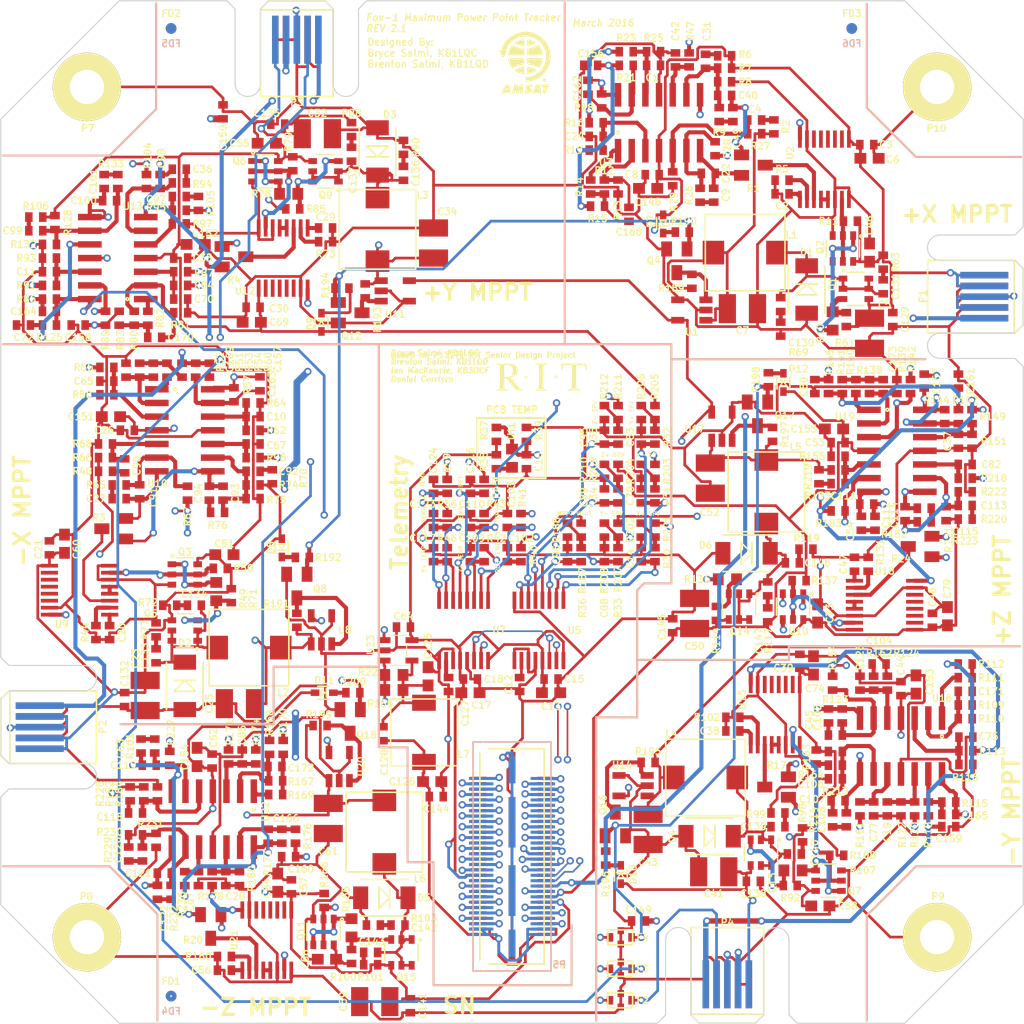
<source format=kicad_pcb>
(kicad_pcb (version 20171130) (host pcbnew "(5.1.12)-1")
  (title_block (title "Fox-1 Maximum Power Point Tracker") (rev 2.1) (company "The Amateur Radio Satellite Corporation") (comment 1 "Bryce Salmi, KB1LQC") (comment 2 "Brenton Salmi, KB1LQD"))
  (layers (0 F.Cu signal) (1 Inner2.Cu signal) (2 Inner1.Cu signal) (31 B.Cu signal) (34 B.Paste user hide) (35 F.Paste user hide) (36 B.SilkS user hide) (37 F.SilkS user hide) (38 B.Mask user hide) (39 F.Mask user hide) (44 Edge.Cuts user))
  (net 0 "")
  (net 1 "/ADC Channels/Temperature & Current ADC/I2C_SCL")
  (net 2 "/ADC Channels/Temperature & Current ADC/I2C_SDA")
  (net 3 "/ADC Channels/Temperature & Current ADC/MPPT-OUTPUT-CURRENT")
  (net 4 "/ADC Channels/Temperature & Current ADC/SENSOR_POWER")
  (net 5 "/ADC Channels/Voltage Sense ADC/VMPPT")
  (net 6 /BUS44)
  (net 7 /BUS46)
  (net 8 /BUS48)
  (net 9 /BUS50)
  (net 10 /Connectors/BUS1)
  (net 11 /Connectors/BUS10)
  (net 12 /Connectors/BUS11)
  (net 13 /Connectors/BUS12)
  (net 14 /Connectors/BUS13)
  (net 15 /Connectors/BUS14)
  (net 16 /Connectors/BUS15)
  (net 17 /Connectors/BUS16)
  (net 18 /Connectors/BUS17)
  (net 19 /Connectors/BUS18)
  (net 20 /Connectors/BUS19)
  (net 21 /Connectors/BUS2)
  (net 22 /Connectors/BUS20)
  (net 23 /Connectors/BUS21)
  (net 24 /Connectors/BUS22)
  (net 25 /Connectors/BUS23)
  (net 26 /Connectors/BUS24)
  (net 27 /Connectors/BUS25)
  (net 28 /Connectors/BUS26)
  (net 29 /Connectors/BUS27)
  (net 30 /Connectors/BUS28)
  (net 31 /Connectors/BUS29-UNF)
  (net 32 /Connectors/BUS3)
  (net 33 /Connectors/BUS30)
  (net 34 /Connectors/BUS31)
  (net 35 /Connectors/BUS32)
  (net 36 /Connectors/BUS33)
  (net 37 /Connectors/BUS34)
  (net 38 /Connectors/BUS35)
  (net 39 /Connectors/BUS36)
  (net 40 /Connectors/BUS4)
  (net 41 /Connectors/BUS40)
  (net 42 /Connectors/BUS42)
  (net 43 /Connectors/BUS46-UNF)
  (net 44 /Connectors/BUS48-UNF)
  (net 45 /Connectors/BUS49)
  (net 46 /Connectors/BUS5)
  (net 47 /Connectors/BUS51)
  (net 48 /Connectors/BUS52)
  (net 49 /Connectors/BUS53)
  (net 50 /Connectors/BUS54)
  (net 51 /Connectors/BUS55)
  (net 52 /Connectors/BUS56)
  (net 53 /Connectors/BUS6)
  (net 54 /Connectors/BUS7)
  (net 55 /Connectors/BUS8)
  (net 56 /Connectors/BUS9)
  (net 57 "/Current Sense/I_SENSE+")
  (net 58 "/Current Sense/Sense-")
  (net 59 "/Current Sense/VBATT")
  (net 60 /MPPT_String_X+/Amplifiers/VREF)
  (net 61 /MPPT_String_X+/Amplifiers/Verror)
  (net 62 /MPPT_String_X+/RTD+)
  (net 63 "/MPPT_String_X+/TL1451 Control/MOSFET Driver/GATE-DRIVE")
  (net 64 "/MPPT_String_X+/TL1451 Control/MOSFET Driver/PWM-IN")
  (net 65 "/MPPT_String_X+/TL1451 Control/MPPT-OUT")
  (net 66 "/MPPT_String_X+/TL1451 Control/Non-Synchronouse_BUCK/Vswitch")
  (net 67 /MPPT_String_X+/Vpanel+)
  (net 68 /MPPT_String_X+/Vtemp)
  (net 69 /MPPT_String_X+/~SolarSafe~)
  (net 70 /MPPT_String_X-/Amplifiers/VREF)
  (net 71 /MPPT_String_X-/Amplifiers/Verror)
  (net 72 /MPPT_String_X-/RTD+)
  (net 73 "/MPPT_String_X-/TL1451 Control/MOSFET Driver/GATE-DRIVE")
  (net 74 "/MPPT_String_X-/TL1451 Control/MOSFET Driver/PWM-IN")
  (net 75 "/MPPT_String_X-/TL1451 Control/MPPT-OUT")
  (net 76 "/MPPT_String_X-/TL1451 Control/Non-Synchronouse_BUCK/Vswitch")
  (net 77 /MPPT_String_X-/Vpanel+)
  (net 78 /MPPT_String_X-/Vtemp)
  (net 79 /MPPT_String_Y+/Amplifiers/VREF)
  (net 80 /MPPT_String_Y+/Amplifiers/Verror)
  (net 81 /MPPT_String_Y+/RTD+)
  (net 82 "/MPPT_String_Y+/TL1451 Control/MOSFET Driver/GATE-DRIVE")
  (net 83 "/MPPT_String_Y+/TL1451 Control/MOSFET Driver/PWM-IN")
  (net 84 "/MPPT_String_Y+/TL1451 Control/MPPT-OUT")
  (net 85 "/MPPT_String_Y+/TL1451 Control/Non-Synchronouse_BUCK/Vswitch")
  (net 86 /MPPT_String_Y+/Vpanel+)
  (net 87 /MPPT_String_Y+/Vtemp)
  (net 88 /MPPT_String_Y-/Amplifiers/VREF)
  (net 89 /MPPT_String_Y-/Amplifiers/Verror)
  (net 90 /MPPT_String_Y-/RTD+)
  (net 91 "/MPPT_String_Y-/TL1451 Control/MOSFET Driver/GATE-DRIVE")
  (net 92 "/MPPT_String_Y-/TL1451 Control/MOSFET Driver/PWM-IN")
  (net 93 "/MPPT_String_Y-/TL1451 Control/MPPT-OUT")
  (net 94 "/MPPT_String_Y-/TL1451 Control/Non-Synchronouse_BUCK/Vswitch")
  (net 95 /MPPT_String_Y-/Vpanel+)
  (net 96 /MPPT_String_Y-/Vtemp)
  (net 97 /MPPT_String_Z+/Amplifiers/VREF)
  (net 98 /MPPT_String_Z+/Amplifiers/Verror)
  (net 99 /MPPT_String_Z+/RTD+)
  (net 100 "/MPPT_String_Z+/TL1451 Control/MOSFET Driver/GATE-DRIVE")
  (net 101 "/MPPT_String_Z+/TL1451 Control/MOSFET Driver/PWM-IN")
  (net 102 "/MPPT_String_Z+/TL1451 Control/MPPT-OUT")
  (net 103 "/MPPT_String_Z+/TL1451 Control/Non-Synchronouse_BUCK/Vswitch")
  (net 104 /MPPT_String_Z+/Vpanel+)
  (net 105 /MPPT_String_Z+/Vtemp)
  (net 106 /MPPT_String_Z-/Amplifiers/VREF)
  (net 107 /MPPT_String_Z-/Amplifiers/Verror)
  (net 108 /MPPT_String_Z-/RTD+)
  (net 109 "/MPPT_String_Z-/TL1451 Control/MOSFET Driver/GATE-DRIVE")
  (net 110 "/MPPT_String_Z-/TL1451 Control/MOSFET Driver/PWM-IN")
  (net 111 "/MPPT_String_Z-/TL1451 Control/MPPT-OUT")
  (net 112 "/MPPT_String_Z-/TL1451 Control/Non-Synchronouse_BUCK/Vswitch")
  (net 113 /MPPT_String_Z-/Vpanel+)
  (net 114 /MPPT_String_Z-/Vtemp)
  (net 115 "/Panel Voltage Scaling/Vsense+X")
  (net 116 "/Panel Voltage Scaling/Vsense+Y")
  (net 117 "/Panel Voltage Scaling/Vsense+Z")
  (net 118 "/Panel Voltage Scaling/Vsense-X")
  (net 119 "/Panel Voltage Scaling/Vsense-Y")
  (net 120 "/Panel Voltage Scaling/Vsense-Z")
  (net 121 GND)
  (net 122 N-00000104)
  (net 123 N-00000105)
  (net 124 N-00000106)
  (net 125 N-00000107)
  (net 126 N-00000108)
  (net 127 N-00000109)
  (net 128 N-00000110)
  (net 129 N-00000111)
  (net 130 N-00000112)
  (net 131 N-00000113)
  (net 132 N-00000114)
  (net 133 N-00000115)
  (net 134 N-00000116)
  (net 135 N-00000117)
  (net 136 N-00000118)
  (net 137 N-00000119)
  (net 138 N-00000120)
  (net 139 N-00000121)
  (net 140 N-00000123)
  (net 141 N-00000130)
  (net 142 N-00000131)
  (net 143 N-00000132)
  (net 144 N-00000133)
  (net 145 N-00000134)
  (net 146 N-00000135)
  (net 147 N-00000136)
  (net 148 N-00000137)
  (net 149 N-00000138)
  (net 150 N-00000139)
  (net 151 N-00000140)
  (net 152 N-00000141)
  (net 153 N-00000142)
  (net 154 N-00000143)
  (net 155 N-00000144)
  (net 156 N-00000145)
  (net 157 N-00000146)
  (net 158 N-00000147)
  (net 159 N-00000148)
  (net 160 N-00000149)
  (net 161 N-00000150)
  (net 162 N-00000158)
  (net 163 N-00000159)
  (net 164 N-00000160)
  (net 165 N-00000161)
  (net 166 N-00000162)
  (net 167 N-00000163)
  (net 168 N-00000164)
  (net 169 N-00000165)
  (net 170 N-00000166)
  (net 171 N-00000167)
  (net 172 N-00000168)
  (net 173 N-00000169)
  (net 174 N-0000017)
  (net 175 N-00000170)
  (net 176 N-00000171)
  (net 177 N-00000172)
  (net 178 N-00000173)
  (net 179 N-00000180)
  (net 180 N-00000181)
  (net 181 N-00000183)
  (net 182 N-00000184)
  (net 183 N-00000185)
  (net 184 N-00000186)
  (net 185 N-00000187)
  (net 186 N-00000188)
  (net 187 N-00000189)
  (net 188 N-0000019)
  (net 189 N-00000190)
  (net 190 N-00000191)
  (net 191 N-00000192)
  (net 192 N-00000193)
  (net 193 N-00000194)
  (net 194 N-00000195)
  (net 195 N-00000196)
  (net 196 N-00000197)
  (net 197 N-00000198)
  (net 198 N-00000199)
  (net 199 N-00000200)
  (net 200 N-00000207)
  (net 201 N-00000208)
  (net 202 N-00000210)
  (net 203 N-00000211)
  (net 204 N-00000212)
  (net 205 N-00000213)
  (net 206 N-00000214)
  (net 207 N-00000215)
  (net 208 N-00000216)
  (net 209 N-00000217)
  (net 210 N-00000218)
  (net 211 N-00000219)
  (net 212 N-00000220)
  (net 213 N-00000221)
  (net 214 N-00000222)
  (net 215 N-00000223)
  (net 216 N-00000224)
  (net 217 N-00000225)
  (net 218 N-00000226)
  (net 219 N-00000227)
  (net 220 N-00000228)
  (net 221 N-00000230)
  (net 222 N-00000231)
  (net 223 N-00000232)
  (net 224 N-00000234)
  (net 225 N-00000235)
  (net 226 N-00000236)
  (net 227 N-00000238)
  (net 228 N-00000239)
  (net 229 N-00000240)
  (net 230 N-00000242)
  (net 231 N-00000243)
  (net 232 N-00000244)
  (net 233 N-00000246)
  (net 234 N-00000247)
  (net 235 N-00000248)
  (net 236 N-0000025)
  (net 237 N-0000026)
  (net 238 N-0000030)
  (net 239 N-0000031)
  (net 240 N-0000035)
  (net 241 N-0000036)
  (net 242 N-0000042)
  (net 243 N-0000044)
  (net 244 N-0000047)
  (net 245 N-0000049)
  (net 246 N-0000051)
  (net 247 N-0000052)
  (net 248 N-0000054)
  (net 249 N-0000061)
  (net 250 N-0000062)
  (net 251 N-0000063)
  (net 252 N-0000064)
  (net 253 N-0000065)
  (net 254 N-0000066)
  (net 255 N-0000067)
  (net 256 N-0000068)
  (net 257 N-0000069)
  (net 258 N-0000070)
  (net 259 N-0000071)
  (net 260 N-0000072)
  (net 261 N-0000073)
  (net 262 N-0000074)
  (net 263 N-0000075)
  (net 264 N-0000076)
  (net 265 N-0000077)
  (net 266 N-0000078)
  (net 267 N-0000079)
  (net 268 N-0000080)
  (net 269 N-0000081)
  (net 270 N-0000082)
  (net 271 N-0000083)
  (net 272 N-0000084)
  (net 273 N-0000085)
  (net 274 N-0000086)
  (net 275 N-0000087)
  (net 276 N-0000088)
  (net 277 N-0000089)
  (net 278 N-0000090)
  (net 279 N-0000091)
  (net 280 N-0000092)
  (net 281 N-0000093)
  (net 282 N-0000094)
  (net 283 N-0000095)
  (net 284 N-0000096)
  (module R0402 (layer F.Cu) (at 155.448 124.079 180)
    (fp_text reference R15 (at 0 -1.143 180) (layer F.SilkS) (effects (font (size 0.635 0.635) (thickness 0.127))))
    (fp_text value 2.49K hide)
    (pad 1 smd rect (at -0.6477 0 180) (size 0.6985 0.89916) (layers F.Cu F.Paste F.Mask) (net 252 N-0000064))
    (pad 2 smd rect (at 0.6477 0 180) (size 0.6985 0.89916) (layers F.Cu F.Paste F.Mask) (net 62 /MPPT_String_X+/RTD+))
  )
  (module C1210 (layer F.Cu) (at 122.174 170.307 180)
    (fp_text reference C25 (at 2.794 0 270) (layer F.SilkS) (effects (font (size 0.635 0.635) (thickness 0.127))))
    (fp_text value 47uF hide)
    (pad 1 smd rect (at -1.39954 0 180) (size 1.59766 2.69748) (layers F.Cu F.Paste F.Mask) (net 75 "/MPPT_String_X-/TL1451 Control/MPPT-OUT"))
    (pad 2 smd rect (at 1.39954 0 180) (size 1.59766 2.69748) (layers F.Cu F.Paste F.Mask) (net 121 GND))
  )
  (module SO14 (layer F.Cu) (at 183.261 146.812 270)
    (fp_text reference U19 (at -3.175 4.826) (layer F.SilkS) (effects (font (size 0.635 0.635) (thickness 0.127))))
    (fp_text value LM6144A hide)
    (fp_text user "" (at -1.524 -0.51562 270) (layer F.SilkS) (effects (font (size 0.3048 0.3048) (thickness 0.0762))))
    (fp_text user "" (at -2.18186 0.4318 270) (layer F.SilkS) (effects (font (size 0.4064 0.4064) (thickness 0.0889))))
    (pad 1 smd rect (at -3.81 2.59842 270) (size 0.59944 2.19964) (layers F.Cu F.Paste F.Mask) (net 187 N-00000189))
    (pad 2 smd rect (at -2.54 2.59842 270) (size 0.59944 2.19964) (layers F.Cu F.Paste F.Mask) (net 193 N-00000194))
    (pad 3 smd rect (at -1.27 2.59842 270) (size 0.59944 2.19964) (layers F.Cu F.Paste F.Mask) (net 192 N-00000193))
    (pad 4 smd rect (at 0 2.59842 270) (size 0.59944 2.19964) (layers F.Cu F.Paste F.Mask) (net 104 /MPPT_String_Z+/Vpanel+))
    (pad 5 smd rect (at 1.27 2.59842 270) (size 0.59944 2.19964) (layers F.Cu F.Paste F.Mask) (net 184 N-00000186))
    (pad 6 smd rect (at 2.54 2.59842 270) (size 0.59944 2.19964) (layers F.Cu F.Paste F.Mask) (net 182 N-00000184))
    (pad 7 smd rect (at 3.81 2.59842 270) (size 0.59944 2.19964) (layers F.Cu F.Paste F.Mask) (net 190 N-00000191))
    (pad 8 smd rect (at 3.81 -2.59842 270) (size 0.59944 2.19964) (layers F.Cu F.Paste F.Mask) (net 195 N-00000196))
    (pad 9 smd rect (at 2.54 -2.59842 270) (size 0.59944 2.19964) (layers F.Cu F.Paste F.Mask) (net 197 N-00000198))
    (pad 10 smd rect (at 1.27 -2.59842 270) (size 0.59944 2.19964) (layers F.Cu F.Paste F.Mask) (net 196 N-00000197))
    (pad 11 smd rect (at 0 -2.59842 270) (size 0.59944 2.19964) (layers F.Cu F.Paste F.Mask) (net 121 GND))
    (pad 12 smd rect (at -1.27 -2.59842 270) (size 0.59944 2.19964) (layers F.Cu F.Paste F.Mask) (net 189 N-00000190))
    (pad 13 smd rect (at -2.54 -2.59842 270) (size 0.59944 2.19964) (layers F.Cu F.Paste F.Mask) (net 198 N-00000199))
    (pad 14 smd rect (at -3.81 -2.59842 270) (size 0.59944 2.19964) (layers F.Cu F.Paste F.Mask) (net 105 /MPPT_String_Z+/Vtemp))
  )
  (module SO14 (layer F.Cu) (at 119.698 181.038 180)
    (fp_text reference U22 (at -4.8895 0.6985 270) (layer F.SilkS) (effects (font (size 0.635 0.635) (thickness 0.127))))
    (fp_text value LM6144A hide)
    (fp_text user "" (at -1.524 -0.51562 180) (layer F.SilkS) (effects (font (size 0.3048 0.3048) (thickness 0.0762))))
    (fp_text user "" (at -2.18186 0.4318 180) (layer F.SilkS) (effects (font (size 0.4064 0.4064) (thickness 0.0889))))
    (pad 1 smd rect (at -3.81 2.59842 180) (size 0.59944 2.19964) (layers F.Cu F.Paste F.Mask) (net 214 N-00000222))
    (pad 2 smd rect (at -2.54 2.59842 180) (size 0.59944 2.19964) (layers F.Cu F.Paste F.Mask) (net 213 N-00000221))
    (pad 3 smd rect (at -1.27 2.59842 180) (size 0.59944 2.19964) (layers F.Cu F.Paste F.Mask) (net 216 N-00000224))
    (pad 4 smd rect (at 0 2.59842 180) (size 0.59944 2.19964) (layers F.Cu F.Paste F.Mask) (net 113 /MPPT_String_Z-/Vpanel+))
    (pad 5 smd rect (at 1.27 2.59842 180) (size 0.59944 2.19964) (layers F.Cu F.Paste F.Mask) (net 202 N-00000210))
    (pad 6 smd rect (at 2.54 2.59842 180) (size 0.59944 2.19964) (layers F.Cu F.Paste F.Mask) (net 205 N-00000213))
    (pad 7 smd rect (at 3.81 2.59842 180) (size 0.59944 2.19964) (layers F.Cu F.Paste F.Mask) (net 203 N-00000211))
    (pad 8 smd rect (at 3.81 -2.59842 180) (size 0.59944 2.19964) (layers F.Cu F.Paste F.Mask) (net 210 N-00000218))
    (pad 9 smd rect (at 2.54 -2.59842 180) (size 0.59944 2.19964) (layers F.Cu F.Paste F.Mask) (net 207 N-00000215))
    (pad 10 smd rect (at 1.27 -2.59842 180) (size 0.59944 2.19964) (layers F.Cu F.Paste F.Mask) (net 209 N-00000217))
    (pad 11 smd rect (at 0 -2.59842 180) (size 0.59944 2.19964) (layers F.Cu F.Paste F.Mask) (net 121 GND))
    (pad 12 smd rect (at -1.27 -2.59842 180) (size 0.59944 2.19964) (layers F.Cu F.Paste F.Mask) (net 217 N-00000225))
    (pad 13 smd rect (at -2.54 -2.59842 180) (size 0.59944 2.19964) (layers F.Cu F.Paste F.Mask) (net 215 N-00000223))
    (pad 14 smd rect (at -3.81 -2.59842 180) (size 0.59944 2.19964) (layers F.Cu F.Paste F.Mask) (net 114 /MPPT_String_Z-/Vtemp))
  )
  (module SO14 (layer F.Cu) (at 110.871 128.905 90)
    (fp_text reference U13 (at 4.826 1.397 180) (layer F.SilkS) (effects (font (size 0.635 0.635) (thickness 0.127))))
    (fp_text value LM6144A hide)
    (fp_text user "" (at -1.524 -0.51562 90) (layer F.SilkS) (effects (font (size 0.3048 0.3048) (thickness 0.0762))))
    (fp_text user "" (at -2.18186 0.4318 90) (layer F.SilkS) (effects (font (size 0.4064 0.4064) (thickness 0.0889))))
    (pad 1 smd rect (at -3.81 2.59842 90) (size 0.59944 2.19964) (layers F.Cu F.Paste F.Mask) (net 155 N-00000144))
    (pad 2 smd rect (at -2.54 2.59842 90) (size 0.59944 2.19964) (layers F.Cu F.Paste F.Mask) (net 154 N-00000143))
    (pad 3 smd rect (at -1.27 2.59842 90) (size 0.59944 2.19964) (layers F.Cu F.Paste F.Mask) (net 153 N-00000142))
    (pad 4 smd rect (at 0 2.59842 90) (size 0.59944 2.19964) (layers F.Cu F.Paste F.Mask) (net 86 /MPPT_String_Y+/Vpanel+))
    (pad 5 smd rect (at 1.27 2.59842 90) (size 0.59944 2.19964) (layers F.Cu F.Paste F.Mask) (net 146 N-00000135))
    (pad 6 smd rect (at 2.54 2.59842 90) (size 0.59944 2.19964) (layers F.Cu F.Paste F.Mask) (net 147 N-00000136))
    (pad 7 smd rect (at 3.81 2.59842 90) (size 0.59944 2.19964) (layers F.Cu F.Paste F.Mask) (net 156 N-00000145))
    (pad 8 smd rect (at 3.81 -2.59842 90) (size 0.59944 2.19964) (layers F.Cu F.Paste F.Mask) (net 152 N-00000141))
    (pad 9 smd rect (at 2.54 -2.59842 90) (size 0.59944 2.19964) (layers F.Cu F.Paste F.Mask) (net 149 N-00000138))
    (pad 10 smd rect (at 1.27 -2.59842 90) (size 0.59944 2.19964) (layers F.Cu F.Paste F.Mask) (net 143 N-00000132))
    (pad 11 smd rect (at 0 -2.59842 90) (size 0.59944 2.19964) (layers F.Cu F.Paste F.Mask) (net 121 GND))
    (pad 12 smd rect (at -1.27 -2.59842 90) (size 0.59944 2.19964) (layers F.Cu F.Paste F.Mask) (net 158 N-00000147))
    (pad 13 smd rect (at -2.54 -2.59842 90) (size 0.59944 2.19964) (layers F.Cu F.Paste F.Mask) (net 157 N-00000146))
    (pad 14 smd rect (at -3.81 -2.59842 90) (size 0.59944 2.19964) (layers F.Cu F.Paste F.Mask) (net 87 /MPPT_String_Y+/Vtemp))
  )
  (module SO14 (layer F.Cu) (at 161.163 116.332)
    (fp_text reference U3 (at -4.953 3.683) (layer F.SilkS) (effects (font (size 0.635 0.635) (thickness 0.127))))
    (fp_text value LM6144A hide)
    (fp_text user "" (at -1.524 -0.51562) (layer F.SilkS) (effects (font (size 0.3048 0.3048) (thickness 0.0762))))
    (fp_text user "" (at -2.18186 0.4318) (layer F.SilkS) (effects (font (size 0.4064 0.4064) (thickness 0.0889))))
    (pad 1 smd rect (at -3.81 2.59842) (size 0.59944 2.19964) (layers F.Cu F.Paste F.Mask) (net 253 N-0000065))
    (pad 2 smd rect (at -2.54 2.59842) (size 0.59944 2.19964) (layers F.Cu F.Paste F.Mask) (net 251 N-0000063))
    (pad 3 smd rect (at -1.27 2.59842) (size 0.59944 2.19964) (layers F.Cu F.Paste F.Mask) (net 263 N-0000075))
    (pad 4 smd rect (at 0 2.59842) (size 0.59944 2.19964) (layers F.Cu F.Paste F.Mask) (net 67 /MPPT_String_X+/Vpanel+))
    (pad 5 smd rect (at 1.27 2.59842) (size 0.59944 2.19964) (layers F.Cu F.Paste F.Mask) (net 259 N-0000071))
    (pad 6 smd rect (at 2.54 2.59842) (size 0.59944 2.19964) (layers F.Cu F.Paste F.Mask) (net 258 N-0000070))
    (pad 7 smd rect (at 3.81 2.59842) (size 0.59944 2.19964) (layers F.Cu F.Paste F.Mask) (net 262 N-0000074))
    (pad 8 smd rect (at 3.81 -2.59842) (size 0.59944 2.19964) (layers F.Cu F.Paste F.Mask) (net 261 N-0000073))
    (pad 9 smd rect (at 2.54 -2.59842) (size 0.59944 2.19964) (layers F.Cu F.Paste F.Mask) (net 250 N-0000062))
    (pad 10 smd rect (at 1.27 -2.59842) (size 0.59944 2.19964) (layers F.Cu F.Paste F.Mask) (net 260 N-0000072))
    (pad 11 smd rect (at 0 -2.59842) (size 0.59944 2.19964) (layers F.Cu F.Paste F.Mask) (net 121 GND))
    (pad 12 smd rect (at -1.27 -2.59842) (size 0.59944 2.19964) (layers F.Cu F.Paste F.Mask) (net 249 N-0000061))
    (pad 13 smd rect (at -2.54 -2.59842) (size 0.59944 2.19964) (layers F.Cu F.Paste F.Mask) (net 264 N-0000076))
    (pad 14 smd rect (at -3.81 -2.59842) (size 0.59944 2.19964) (layers F.Cu F.Paste F.Mask) (net 68 /MPPT_String_X+/Vtemp))
  )
  (module SO14 (layer F.Cu) (at 117.094 144.907 270)
    (fp_text reference U10 (at 4.953 2.54) (layer F.SilkS) (effects (font (size 0.635 0.635) (thickness 0.127))))
    (fp_text value LM6144A hide)
    (fp_text user "" (at -1.524 -0.51562 270) (layer F.SilkS) (effects (font (size 0.3048 0.3048) (thickness 0.0762))))
    (fp_text user "" (at -2.18186 0.4318 270) (layer F.SilkS) (effects (font (size 0.4064 0.4064) (thickness 0.0889))))
    (pad 1 smd rect (at -3.81 2.59842 270) (size 0.59944 2.19964) (layers F.Cu F.Paste F.Mask) (net 138 N-00000120))
    (pad 2 smd rect (at -2.54 2.59842 270) (size 0.59944 2.19964) (layers F.Cu F.Paste F.Mask) (net 137 N-00000119))
    (pad 3 smd rect (at -1.27 2.59842 270) (size 0.59944 2.19964) (layers F.Cu F.Paste F.Mask) (net 136 N-00000118))
    (pad 4 smd rect (at 0 2.59842 270) (size 0.59944 2.19964) (layers F.Cu F.Paste F.Mask) (net 77 /MPPT_String_X-/Vpanel+))
    (pad 5 smd rect (at 1.27 2.59842 270) (size 0.59944 2.19964) (layers F.Cu F.Paste F.Mask) (net 132 N-00000114))
    (pad 6 smd rect (at 2.54 2.59842 270) (size 0.59944 2.19964) (layers F.Cu F.Paste F.Mask) (net 135 N-00000117))
    (pad 7 smd rect (at 3.81 2.59842 270) (size 0.59944 2.19964) (layers F.Cu F.Paste F.Mask) (net 126 N-00000108))
    (pad 8 smd rect (at 3.81 -2.59842 270) (size 0.59944 2.19964) (layers F.Cu F.Paste F.Mask) (net 128 N-00000110))
    (pad 9 smd rect (at 2.54 -2.59842 270) (size 0.59944 2.19964) (layers F.Cu F.Paste F.Mask) (net 130 N-00000112))
    (pad 10 smd rect (at 1.27 -2.59842 270) (size 0.59944 2.19964) (layers F.Cu F.Paste F.Mask) (net 124 N-00000106))
    (pad 11 smd rect (at 0 -2.59842 270) (size 0.59944 2.19964) (layers F.Cu F.Paste F.Mask) (net 121 GND))
    (pad 12 smd rect (at -1.27 -2.59842 270) (size 0.59944 2.19964) (layers F.Cu F.Paste F.Mask) (net 134 N-00000116))
    (pad 13 smd rect (at -2.54 -2.59842 270) (size 0.59944 2.19964) (layers F.Cu F.Paste F.Mask) (net 125 N-00000107))
    (pad 14 smd rect (at -3.81 -2.59842 270) (size 0.59944 2.19964) (layers F.Cu F.Paste F.Mask) (net 78 /MPPT_String_X-/Vtemp))
  )
  (module SO14 (layer F.Cu) (at 183.642 174.244 180)
    (fp_text reference U16 (at -3.81 4.445 180) (layer F.SilkS) (effects (font (size 0.635 0.635) (thickness 0.127))))
    (fp_text value LM6144A hide)
    (fp_text user "" (at -1.524 -0.51562 180) (layer F.SilkS) (effects (font (size 0.3048 0.3048) (thickness 0.0762))))
    (fp_text user "" (at -2.18186 0.4318 180) (layer F.SilkS) (effects (font (size 0.4064 0.4064) (thickness 0.0889))))
    (pad 1 smd rect (at -3.81 2.59842 180) (size 0.59944 2.19964) (layers F.Cu F.Paste F.Mask) (net 167 N-00000163))
    (pad 2 smd rect (at -2.54 2.59842 180) (size 0.59944 2.19964) (layers F.Cu F.Paste F.Mask) (net 169 N-00000165))
    (pad 3 smd rect (at -1.27 2.59842 180) (size 0.59944 2.19964) (layers F.Cu F.Paste F.Mask) (net 170 N-00000166))
    (pad 4 smd rect (at 0 2.59842 180) (size 0.59944 2.19964) (layers F.Cu F.Paste F.Mask) (net 95 /MPPT_String_Y-/Vpanel+))
    (pad 5 smd rect (at 1.27 2.59842 180) (size 0.59944 2.19964) (layers F.Cu F.Paste F.Mask) (net 177 N-00000172))
    (pad 6 smd rect (at 2.54 2.59842 180) (size 0.59944 2.19964) (layers F.Cu F.Paste F.Mask) (net 165 N-00000161))
    (pad 7 smd rect (at 3.81 2.59842 180) (size 0.59944 2.19964) (layers F.Cu F.Paste F.Mask) (net 175 N-00000170))
    (pad 8 smd rect (at 3.81 -2.59842 180) (size 0.59944 2.19964) (layers F.Cu F.Paste F.Mask) (net 172 N-00000168))
    (pad 9 smd rect (at 2.54 -2.59842 180) (size 0.59944 2.19964) (layers F.Cu F.Paste F.Mask) (net 173 N-00000169))
    (pad 10 smd rect (at 1.27 -2.59842 180) (size 0.59944 2.19964) (layers F.Cu F.Paste F.Mask) (net 171 N-00000167))
    (pad 11 smd rect (at 0 -2.59842 180) (size 0.59944 2.19964) (layers F.Cu F.Paste F.Mask) (net 121 GND))
    (pad 12 smd rect (at -1.27 -2.59842 180) (size 0.59944 2.19964) (layers F.Cu F.Paste F.Mask) (net 178 N-00000173))
    (pad 13 smd rect (at -2.54 -2.59842 180) (size 0.59944 2.19964) (layers F.Cu F.Paste F.Mask) (net 162 N-00000158))
    (pad 14 smd rect (at -3.81 -2.59842 180) (size 0.59944 2.19964) (layers F.Cu F.Paste F.Mask) (net 96 /MPPT_String_Y-/Vtemp))
  )
  (module SLF6045 (layer F.Cu) (at 139.319 172.974 270)
    (fp_text reference L7 (at 2.032 -3.683) (layer F.SilkS) (effects (font (size 0.635 0.635) (thickness 0.127))))
    (fp_text value 10uH hide)
    (pad 1 smd rect (at -2.75 0 270) (size 1.5 2.2) (layers F.Cu F.Paste F.Mask) (net 58 "/Current Sense/Sense-"))
    (pad 2 smd rect (at 2.75 0 270) (size 1.5 2.2) (layers F.Cu F.Paste F.Mask) (net 59 "/Current Sense/VBATT"))
  )
  (module FOX_Mounting_Hole (layer F.Cu) (at 108 113)
    (fp_text reference P7 (at 0.077 3.84) (layer F.SilkS) (effects (font (size 0.635 0.635) (thickness 0.127))))
    (fp_text value CONN_1 hide)
    (pad 1 thru_hole circle (at 0 0) (size 6.35 6.35) (drill 3.18) (layers *.Cu *.Mask F.SilkS) (net 121 GND))
  )
  (module FOX_Mounting_Hole (layer F.Cu) (at 187 113)
    (fp_text reference P10 (at -0.056 3.84) (layer F.SilkS) (effects (font (size 0.635 0.635) (thickness 0.127))))
    (fp_text value CONN_1 hide)
    (pad 1 thru_hole circle (at 0 0) (size 6.35 6.35) (drill 3.18) (layers *.Cu *.Mask F.SilkS) (net 121 GND))
  )
  (module FOX_Mounting_Hole (layer F.Cu) (at 187 192)
    (fp_text reference P9 (at 0.071 -3.786) (layer F.SilkS) (effects (font (size 0.635 0.635) (thickness 0.127))))
    (fp_text value CONN_1 hide)
    (pad 1 thru_hole circle (at 0 0) (size 6.35 6.35) (drill 3.18) (layers *.Cu *.Mask F.SilkS) (net 121 GND))
  )
  (module FOX_Mounting_Hole (layer F.Cu) (at 108 192)
    (fp_text reference P8 (at -0.05 -3.786) (layer F.SilkS) (effects (font (size 0.635 0.635) (thickness 0.127))))
    (fp_text value CONN_1 hide)
    (pad 1 thru_hole circle (at 0 0) (size 6.35 6.35) (drill 3.18) (layers *.Cu *.Mask F.SilkS) (net 121 GND))
  )
  (module SOT23-5 (layer F.Cu) (at 136.906 165.354 270)
    (fp_text reference U23 (at -0.508 2.54 270) (layer F.SilkS) (effects (font (size 0.635 0.635) (thickness 0.127))))
    (fp_text value INA195 hide)
    (pad 1 smd rect (at -0.94996 1.29794 270) (size 0.54864 1.19888) (layers F.Cu F.Paste F.Mask) (net 3 "/ADC Channels/Temperature & Current ADC/MPPT-OUTPUT-CURRENT"))
    (pad 2 smd rect (at 0 1.29794 270) (size 0.54864 1.19888) (layers F.Cu F.Paste F.Mask) (net 121 GND))
    (pad 3 smd rect (at 0.94996 1.29794 270) (size 0.54864 1.19888) (layers F.Cu F.Paste F.Mask) (net 57 "/Current Sense/I_SENSE+"))
    (pad 4 smd rect (at 0.94996 -1.29794 270) (size 0.54864 1.19888) (layers F.Cu F.Paste F.Mask) (net 58 "/Current Sense/Sense-"))
    (pad 5 smd rect (at -0.94996 -1.29794 270) (size 0.54864 1.19888) (layers F.Cu F.Paste F.Mask) (net 4 "/ADC Channels/Temperature & Current ADC/SENSOR_POWER"))
  )
  (module SOT23 (layer F.Cu) (at 162.814 129.159 180)
    (fp_text reference Q4 (at 2.159 0 180) (layer F.SilkS) (effects (font (size 0.635 0.635) (thickness 0.127))))
    (fp_text value 2N7002K hide)
    (pad 1 smd rect (at -0.94996 1.09982 180) (size 0.99822 1.39954) (layers F.Cu F.Paste F.Mask) (net 69 /MPPT_String_X+/~SolarSafe~))
    (pad 2 smd rect (at 0.94996 1.09982 180) (size 0.99822 1.39954) (layers F.Cu F.Paste F.Mask) (net 121 GND))
    (pad 3 smd rect (at 0 -1.09982 180) (size 0.99822 1.39954) (layers F.Cu F.Paste F.Mask) (net 174 N-0000017))
  )
  (module SOT23 (layer F.Cu) (at 157.099 181.483)
    (fp_text reference Q16 (at -1.143 -1.778 90) (layer F.SilkS) (effects (font (size 0.635 0.635) (thickness 0.127))))
    (fp_text value 2N7002K hide)
    (pad 1 smd rect (at -0.94996 1.09982) (size 0.99822 1.39954) (layers F.Cu F.Paste F.Mask) (net 69 /MPPT_String_X+/~SolarSafe~))
    (pad 2 smd rect (at 0.94996 1.09982) (size 0.99822 1.39954) (layers F.Cu F.Paste F.Mask) (net 121 GND))
    (pad 3 smd rect (at 0 -1.09982) (size 0.99822 1.39954) (layers F.Cu F.Paste F.Mask) (net 241 N-0000036))
  )
  (module SOT23 (layer F.Cu) (at 127.508 159.385 180)
    (fp_text reference Q8 (at -2.159 -0.254 180) (layer F.SilkS) (effects (font (size 0.635 0.635) (thickness 0.127))))
    (fp_text value 2N7002K hide)
    (pad 1 smd rect (at -0.94996 1.09982 180) (size 0.99822 1.39954) (layers F.Cu F.Paste F.Mask) (net 69 /MPPT_String_X+/~SolarSafe~))
    (pad 2 smd rect (at 0.94996 1.09982 180) (size 0.99822 1.39954) (layers F.Cu F.Paste F.Mask) (net 121 GND))
    (pad 3 smd rect (at 0 -1.09982 180) (size 0.99822 1.39954) (layers F.Cu F.Paste F.Mask) (net 237 N-0000026))
  )
  (module SOT23 (layer F.Cu) (at 132.461 133.985 270)
    (fp_text reference Q12 (at 2.159 -0.127) (layer F.SilkS) (effects (font (size 0.635 0.635) (thickness 0.127))))
    (fp_text value 2N7002K hide)
    (pad 1 smd rect (at -0.94996 1.09982 270) (size 0.99822 1.39954) (layers F.Cu F.Paste F.Mask) (net 69 /MPPT_String_X+/~SolarSafe~))
    (pad 2 smd rect (at 0.94996 1.09982 270) (size 0.99822 1.39954) (layers F.Cu F.Paste F.Mask) (net 121 GND))
    (pad 3 smd rect (at 0 -1.09982 270) (size 0.99822 1.39954) (layers F.Cu F.Paste F.Mask) (net 239 N-0000031))
  )
  (module C1210 (layer F.Cu) (at 160.147 181.991 270)
    (fp_text reference C43 (at 3.048 0) (layer F.SilkS) (effects (font (size 0.635 0.635) (thickness 0.127))))
    (fp_text value 47uF hide)
    (pad 1 smd rect (at -1.39954 0 270) (size 1.59766 2.69748) (layers F.Cu F.Paste F.Mask) (net 93 "/MPPT_String_Y-/TL1451 Control/MPPT-OUT"))
    (pad 2 smd rect (at 1.39954 0 270) (size 1.59766 2.69748) (layers F.Cu F.Paste F.Mask) (net 121 GND))
  )
  (module C1210 (layer F.Cu) (at 140.208 127.508 90)
    (fp_text reference C34 (at 2.921 1.27 180) (layer F.SilkS) (effects (font (size 0.635 0.635) (thickness 0.127))))
    (fp_text value 47uF hide)
    (pad 1 smd rect (at -1.39954 0 90) (size 1.59766 2.69748) (layers F.Cu F.Paste F.Mask) (net 84 "/MPPT_String_Y+/TL1451 Control/MPPT-OUT"))
    (pad 2 smd rect (at 1.39954 0 90) (size 1.59766 2.69748) (layers F.Cu F.Paste F.Mask) (net 121 GND))
  )
  (module C1210 (layer F.Cu) (at 130.429 180.975 270)
    (fp_text reference C61 (at 3.048 0) (layer F.SilkS) (effects (font (size 0.635 0.635) (thickness 0.127))))
    (fp_text value 47uF hide)
    (pad 1 smd rect (at -1.39954 0 270) (size 1.59766 2.69748) (layers F.Cu F.Paste F.Mask) (net 111 "/MPPT_String_Z-/TL1451 Control/MPPT-OUT"))
    (pad 2 smd rect (at 1.39954 0 270) (size 1.59766 2.69748) (layers F.Cu F.Paste F.Mask) (net 121 GND))
  )
  (module C1210 (layer F.Cu) (at 168.91 133.604)
    (fp_text reference C7 (at 0 2.032) (layer F.SilkS) (effects (font (size 0.635 0.635) (thickness 0.127))))
    (fp_text value 47uF hide)
    (pad 1 smd rect (at -1.39954 0) (size 1.59766 2.69748) (layers F.Cu F.Paste F.Mask) (net 65 "/MPPT_String_X+/TL1451 Control/MPPT-OUT"))
    (pad 2 smd rect (at 1.39954 0) (size 1.59766 2.69748) (layers F.Cu F.Paste F.Mask) (net 121 GND))
  )
  (module C1210 (layer F.Cu) (at 165.926 149.352 270)
    (fp_text reference C52 (at 3.175 0.0635) (layer F.SilkS) (effects (font (size 0.635 0.635) (thickness 0.127))))
    (fp_text value 47uF hide)
    (pad 1 smd rect (at -1.39954 0 270) (size 1.59766 2.69748) (layers F.Cu F.Paste F.Mask) (net 102 "/MPPT_String_Z+/TL1451 Control/MPPT-OUT"))
    (pad 2 smd rect (at 1.39954 0 270) (size 1.59766 2.69748) (layers F.Cu F.Paste F.Mask) (net 121 GND))
  )
  (module C1210 (layer F.Cu) (at 113.411 169.545 270)
    (fp_text reference C23 (at -3.429 0.889 270) (layer F.SilkS) (effects (font (size 0.635 0.635) (thickness 0.127))))
    (fp_text value 47uF hide)
    (pad 1 smd rect (at -1.39954 0 270) (size 1.59766 2.69748) (layers F.Cu F.Paste F.Mask) (net 77 /MPPT_String_X-/Vpanel+))
    (pad 2 smd rect (at 1.39954 0 270) (size 1.59766 2.69748) (layers F.Cu F.Paste F.Mask) (net 121 GND))
  )
  (module C1210 (layer F.Cu) (at 134.747 197.993 180)
    (fp_text reference C59 (at 2.921 0 270) (layer F.SilkS) (effects (font (size 0.635 0.635) (thickness 0.127))))
    (fp_text value 47uF hide)
    (pad 1 smd rect (at -1.39954 0 180) (size 1.59766 2.69748) (layers F.Cu F.Paste F.Mask) (net 113 /MPPT_String_Z-/Vpanel+))
    (pad 2 smd rect (at 1.39954 0 180) (size 1.59766 2.69748) (layers F.Cu F.Paste F.Mask) (net 121 GND))
  )
  (module C1210 (layer F.Cu) (at 180.721 135.89 270)
    (fp_text reference C5 (at -2.667 -1.397) (layer F.SilkS) (effects (font (size 0.635 0.635) (thickness 0.127))))
    (fp_text value 47uF hide)
    (pad 1 smd rect (at -1.39954 0 270) (size 1.59766 2.69748) (layers F.Cu F.Paste F.Mask) (net 67 /MPPT_String_X+/Vpanel+))
    (pad 2 smd rect (at 1.39954 0 270) (size 1.59766 2.69748) (layers F.Cu F.Paste F.Mask) (net 121 GND))
  )
  (module C1210 (layer F.Cu) (at 129.413 117.348)
    (fp_text reference C32 (at 0 -1.905) (layer F.SilkS) (effects (font (size 0.635 0.635) (thickness 0.127))))
    (fp_text value 47uF hide)
    (pad 1 smd rect (at -1.39954 0) (size 1.59766 2.69748) (layers F.Cu F.Paste F.Mask) (net 86 /MPPT_String_Y+/Vpanel+))
    (pad 2 smd rect (at 1.39954 0) (size 1.59766 2.69748) (layers F.Cu F.Paste F.Mask) (net 121 GND))
  )
  (module C1210 (layer F.Cu) (at 164.465 161.925 90)
    (fp_text reference C50 (at -3.048 0 180) (layer F.SilkS) (effects (font (size 0.635 0.635) (thickness 0.127))))
    (fp_text value 47uF hide)
    (pad 1 smd rect (at -1.39954 0 90) (size 1.59766 2.69748) (layers F.Cu F.Paste F.Mask) (net 104 /MPPT_String_Z+/Vpanel+))
    (pad 2 smd rect (at 1.39954 0 90) (size 1.59766 2.69748) (layers F.Cu F.Paste F.Mask) (net 121 GND))
  )
  (module C1210 (layer F.Cu) (at 166.243 185.928 180)
    (fp_text reference C41 (at 0 -2.032 180) (layer F.SilkS) (effects (font (size 0.635 0.635) (thickness 0.127))))
    (fp_text value 47uF hide)
    (pad 1 smd rect (at -1.39954 0 180) (size 1.59766 2.69748) (layers F.Cu F.Paste F.Mask) (net 95 /MPPT_String_Y-/Vpanel+))
    (pad 2 smd rect (at 1.39954 0 180) (size 1.59766 2.69748) (layers F.Cu F.Paste F.Mask) (net 121 GND))
  )
  (module SOT26 (layer F.Cu) (at 176.911 187.706 90)
    (fp_text reference Q7 (at 0 2.413 180) (layer F.SilkS) (effects (font (size 0.635 0.635) (thickness 0.127))))
    (fp_text value MMDT2227M hide)
    (pad 1 smd rect (at 0 1.19888 90) (size 0.55118 0.8001) (layers F.Cu F.Paste F.Mask) (net 91 "/MPPT_String_Y-/TL1451 Control/MOSFET Driver/GATE-DRIVE"))
    (pad 2 smd rect (at 0.94996 1.19888 90) (size 0.55118 0.8001) (layers F.Cu F.Paste F.Mask) (net 92 "/MPPT_String_Y-/TL1451 Control/MOSFET Driver/PWM-IN"))
    (pad 3 smd rect (at 1.89992 1.19888 90) (size 0.55118 0.8001) (layers F.Cu F.Paste F.Mask) (net 121 GND))
    (pad 4 smd rect (at 1.89992 -1.19888 90) (size 0.55118 0.8001) (layers F.Cu F.Paste F.Mask) (net 91 "/MPPT_String_Y-/TL1451 Control/MOSFET Driver/GATE-DRIVE"))
    (pad 5 smd rect (at 0.94996 -1.19888 90) (size 0.55118 0.8001) (layers F.Cu F.Paste F.Mask) (net 92 "/MPPT_String_Y-/TL1451 Control/MOSFET Driver/PWM-IN"))
    (pad 6 smd rect (at 0 -1.19888 90) (size 0.55118 0.8001) (layers F.Cu F.Paste F.Mask) (net 95 /MPPT_String_Y-/Vpanel+))
  )
  (module SOT26 (layer F.Cu) (at 130.937 191.516 180)
    (fp_text reference Q11 (at 3.048 0.127 270) (layer F.SilkS) (effects (font (size 0.635 0.635) (thickness 0.127))))
    (fp_text value MMDT2227M hide)
    (pad 1 smd rect (at 0 1.19888 180) (size 0.55118 0.8001) (layers F.Cu F.Paste F.Mask) (net 109 "/MPPT_String_Z-/TL1451 Control/MOSFET Driver/GATE-DRIVE"))
    (pad 2 smd rect (at 0.94996 1.19888 180) (size 0.55118 0.8001) (layers F.Cu F.Paste F.Mask) (net 110 "/MPPT_String_Z-/TL1451 Control/MOSFET Driver/PWM-IN"))
    (pad 3 smd rect (at 1.89992 1.19888 180) (size 0.55118 0.8001) (layers F.Cu F.Paste F.Mask) (net 121 GND))
    (pad 4 smd rect (at 1.89992 -1.19888 180) (size 0.55118 0.8001) (layers F.Cu F.Paste F.Mask) (net 109 "/MPPT_String_Z-/TL1451 Control/MOSFET Driver/GATE-DRIVE"))
    (pad 5 smd rect (at 0.94996 -1.19888 180) (size 0.55118 0.8001) (layers F.Cu F.Paste F.Mask) (net 110 "/MPPT_String_Z-/TL1451 Control/MOSFET Driver/PWM-IN"))
    (pad 6 smd rect (at 0 -1.19888 180) (size 0.55118 0.8001) (layers F.Cu F.Paste F.Mask) (net 113 /MPPT_String_Z-/Vpanel+))
  )
  (module SOT26 (layer F.Cu) (at 179.197 128.016 180)
    (fp_text reference Q2 (at 3.048 0.127 270) (layer F.SilkS) (effects (font (size 0.635 0.635) (thickness 0.127))))
    (fp_text value MMDT2227M hide)
    (pad 1 smd rect (at 0 1.19888 180) (size 0.55118 0.8001) (layers F.Cu F.Paste F.Mask) (net 63 "/MPPT_String_X+/TL1451 Control/MOSFET Driver/GATE-DRIVE"))
    (pad 2 smd rect (at 0.94996 1.19888 180) (size 0.55118 0.8001) (layers F.Cu F.Paste F.Mask) (net 64 "/MPPT_String_X+/TL1451 Control/MOSFET Driver/PWM-IN"))
    (pad 3 smd rect (at 1.89992 1.19888 180) (size 0.55118 0.8001) (layers F.Cu F.Paste F.Mask) (net 121 GND))
    (pad 4 smd rect (at 1.89992 -1.19888 180) (size 0.55118 0.8001) (layers F.Cu F.Paste F.Mask) (net 63 "/MPPT_String_X+/TL1451 Control/MOSFET Driver/GATE-DRIVE"))
    (pad 5 smd rect (at 0.94996 -1.19888 180) (size 0.55118 0.8001) (layers F.Cu F.Paste F.Mask) (net 64 "/MPPT_String_X+/TL1451 Control/MOSFET Driver/PWM-IN"))
    (pad 6 smd rect (at 0 -1.19888 180) (size 0.55118 0.8001) (layers F.Cu F.Paste F.Mask) (net 67 /MPPT_String_X+/Vpanel+))
  )
  (module SOT26 (layer F.Cu) (at 124.587 119.888 270)
    (fp_text reference Q6 (at 0 2.413) (layer F.SilkS) (effects (font (size 0.635 0.635) (thickness 0.127))))
    (fp_text value MMDT2227M hide)
    (pad 1 smd rect (at 0 1.19888 270) (size 0.55118 0.8001) (layers F.Cu F.Paste F.Mask) (net 82 "/MPPT_String_Y+/TL1451 Control/MOSFET Driver/GATE-DRIVE"))
    (pad 2 smd rect (at 0.94996 1.19888 270) (size 0.55118 0.8001) (layers F.Cu F.Paste F.Mask) (net 83 "/MPPT_String_Y+/TL1451 Control/MOSFET Driver/PWM-IN"))
    (pad 3 smd rect (at 1.89992 1.19888 270) (size 0.55118 0.8001) (layers F.Cu F.Paste F.Mask) (net 121 GND))
    (pad 4 smd rect (at 1.89992 -1.19888 270) (size 0.55118 0.8001) (layers F.Cu F.Paste F.Mask) (net 82 "/MPPT_String_Y+/TL1451 Control/MOSFET Driver/GATE-DRIVE"))
    (pad 5 smd rect (at 0.94996 -1.19888 270) (size 0.55118 0.8001) (layers F.Cu F.Paste F.Mask) (net 83 "/MPPT_String_Y+/TL1451 Control/MOSFET Driver/PWM-IN"))
    (pad 6 smd rect (at 0 -1.19888 270) (size 0.55118 0.8001) (layers F.Cu F.Paste F.Mask) (net 86 /MPPT_String_Y+/Vpanel+))
  )
  (module SOT26 (layer F.Cu) (at 117.094 157.353 270)
    (fp_text reference Q3 (at -1.143 0) (layer F.SilkS) (effects (font (size 0.635 0.635) (thickness 0.127))))
    (fp_text value MMDT2227M hide)
    (pad 1 smd rect (at 0 1.19888 270) (size 0.55118 0.8001) (layers F.Cu F.Paste F.Mask) (net 73 "/MPPT_String_X-/TL1451 Control/MOSFET Driver/GATE-DRIVE"))
    (pad 2 smd rect (at 0.94996 1.19888 270) (size 0.55118 0.8001) (layers F.Cu F.Paste F.Mask) (net 74 "/MPPT_String_X-/TL1451 Control/MOSFET Driver/PWM-IN"))
    (pad 3 smd rect (at 1.89992 1.19888 270) (size 0.55118 0.8001) (layers F.Cu F.Paste F.Mask) (net 121 GND))
    (pad 4 smd rect (at 1.89992 -1.19888 270) (size 0.55118 0.8001) (layers F.Cu F.Paste F.Mask) (net 73 "/MPPT_String_X-/TL1451 Control/MOSFET Driver/GATE-DRIVE"))
    (pad 5 smd rect (at 0.94996 -1.19888 270) (size 0.55118 0.8001) (layers F.Cu F.Paste F.Mask) (net 74 "/MPPT_String_X-/TL1451 Control/MOSFET Driver/PWM-IN"))
    (pad 6 smd rect (at 0 -1.19888 270) (size 0.55118 0.8001) (layers F.Cu F.Paste F.Mask) (net 77 /MPPT_String_X-/Vpanel+))
  )
  (module SOT26 (layer F.Cu) (at 174.562 161.29 180)
    (fp_text reference Q10 (at 0.4445 -2.286 180) (layer F.SilkS) (effects (font (size 0.635 0.635) (thickness 0.127))))
    (fp_text value MMDT2227M hide)
    (pad 1 smd rect (at 0 1.19888 180) (size 0.55118 0.8001) (layers F.Cu F.Paste F.Mask) (net 100 "/MPPT_String_Z+/TL1451 Control/MOSFET Driver/GATE-DRIVE"))
    (pad 2 smd rect (at 0.94996 1.19888 180) (size 0.55118 0.8001) (layers F.Cu F.Paste F.Mask) (net 101 "/MPPT_String_Z+/TL1451 Control/MOSFET Driver/PWM-IN"))
    (pad 3 smd rect (at 1.89992 1.19888 180) (size 0.55118 0.8001) (layers F.Cu F.Paste F.Mask) (net 121 GND))
    (pad 4 smd rect (at 1.89992 -1.19888 180) (size 0.55118 0.8001) (layers F.Cu F.Paste F.Mask) (net 100 "/MPPT_String_Z+/TL1451 Control/MOSFET Driver/GATE-DRIVE"))
    (pad 5 smd rect (at 0.94996 -1.19888 180) (size 0.55118 0.8001) (layers F.Cu F.Paste F.Mask) (net 101 "/MPPT_String_Z+/TL1451 Control/MOSFET Driver/PWM-IN"))
    (pad 6 smd rect (at 0 -1.19888 180) (size 0.55118 0.8001) (layers F.Cu F.Paste F.Mask) (net 104 /MPPT_String_Z+/Vpanel+))
  )
  (module SOT26 (layer F.Cu) (at 138.176 193.421 180)
    (fp_text reference Q15 (at 0.508 -2.286 180) (layer F.SilkS) (effects (font (size 0.635 0.635) (thickness 0.127))))
    (fp_text value DMP2066LDM-7 hide)
    (pad 1 smd rect (at 0 1.19888 180) (size 0.55118 0.8001) (layers F.Cu F.Paste F.Mask) (net 112 "/MPPT_String_Z-/TL1451 Control/Non-Synchronouse_BUCK/Vswitch"))
    (pad 2 smd rect (at 0.94996 1.19888 180) (size 0.55118 0.8001) (layers F.Cu F.Paste F.Mask) (net 112 "/MPPT_String_Z-/TL1451 Control/Non-Synchronouse_BUCK/Vswitch"))
    (pad 3 smd rect (at 1.89992 1.19888 180) (size 0.55118 0.8001) (layers F.Cu F.Paste F.Mask) (net 235 N-00000248))
    (pad 4 smd rect (at 1.89992 -1.19888 180) (size 0.55118 0.8001) (layers F.Cu F.Paste F.Mask) (net 113 /MPPT_String_Z-/Vpanel+))
    (pad 5 smd rect (at 0.94996 -1.19888 180) (size 0.55118 0.8001) (layers F.Cu F.Paste F.Mask) (net 112 "/MPPT_String_Z-/TL1451 Control/Non-Synchronouse_BUCK/Vswitch"))
    (pad 6 smd rect (at 0 -1.19888 180) (size 0.55118 0.8001) (layers F.Cu F.Paste F.Mask) (net 112 "/MPPT_String_Z-/TL1451 Control/Non-Synchronouse_BUCK/Vswitch"))
  )
  (module SOT26 (layer F.Cu) (at 169.545 161.29 180)
    (fp_text reference Q14 (at 0.889 -2.286 180) (layer F.SilkS) (effects (font (size 0.635 0.635) (thickness 0.127))))
    (fp_text value DMP2066LDM-7 hide)
    (pad 1 smd rect (at 0 1.19888 180) (size 0.55118 0.8001) (layers F.Cu F.Paste F.Mask) (net 103 "/MPPT_String_Z+/TL1451 Control/Non-Synchronouse_BUCK/Vswitch"))
    (pad 2 smd rect (at 0.94996 1.19888 180) (size 0.55118 0.8001) (layers F.Cu F.Paste F.Mask) (net 103 "/MPPT_String_Z+/TL1451 Control/Non-Synchronouse_BUCK/Vswitch"))
    (pad 3 smd rect (at 1.89992 1.19888 180) (size 0.55118 0.8001) (layers F.Cu F.Paste F.Mask) (net 231 N-00000243))
    (pad 4 smd rect (at 1.89992 -1.19888 180) (size 0.55118 0.8001) (layers F.Cu F.Paste F.Mask) (net 104 /MPPT_String_Z+/Vpanel+))
    (pad 5 smd rect (at 0.94996 -1.19888 180) (size 0.55118 0.8001) (layers F.Cu F.Paste F.Mask) (net 103 "/MPPT_String_Z+/TL1451 Control/Non-Synchronouse_BUCK/Vswitch"))
    (pad 6 smd rect (at 0 -1.19888 180) (size 0.55118 0.8001) (layers F.Cu F.Paste F.Mask) (net 103 "/MPPT_String_Z+/TL1451 Control/Non-Synchronouse_BUCK/Vswitch"))
  )
  (module SOT26 (layer F.Cu) (at 117.094 164.465 90)
    (fp_text reference Q5 (at 2.54 -3.175 180) (layer F.SilkS) (effects (font (size 0.635 0.635) (thickness 0.127))))
    (fp_text value DMP2066LDM-7 hide)
    (pad 1 smd rect (at 0 1.19888 90) (size 0.55118 0.8001) (layers F.Cu F.Paste F.Mask) (net 76 "/MPPT_String_X-/TL1451 Control/Non-Synchronouse_BUCK/Vswitch"))
    (pad 2 smd rect (at 0.94996 1.19888 90) (size 0.55118 0.8001) (layers F.Cu F.Paste F.Mask) (net 76 "/MPPT_String_X-/TL1451 Control/Non-Synchronouse_BUCK/Vswitch"))
    (pad 3 smd rect (at 1.89992 1.19888 90) (size 0.55118 0.8001) (layers F.Cu F.Paste F.Mask) (net 223 N-00000232))
    (pad 4 smd rect (at 1.89992 -1.19888 90) (size 0.55118 0.8001) (layers F.Cu F.Paste F.Mask) (net 77 /MPPT_String_X-/Vpanel+))
    (pad 5 smd rect (at 0.94996 -1.19888 90) (size 0.55118 0.8001) (layers F.Cu F.Paste F.Mask) (net 76 "/MPPT_String_X-/TL1451 Control/Non-Synchronouse_BUCK/Vswitch"))
    (pad 6 smd rect (at 0 -1.19888 90) (size 0.55118 0.8001) (layers F.Cu F.Paste F.Mask) (net 76 "/MPPT_String_X-/TL1451 Control/Non-Synchronouse_BUCK/Vswitch"))
  )
  (module SOT26 (layer F.Cu) (at 179.451 130.81 270)
    (fp_text reference Q1 (at 0.508 2.159 270) (layer F.SilkS) (effects (font (size 0.635 0.635) (thickness 0.127))))
    (fp_text value DMP2066LDM-7 hide)
    (pad 1 smd rect (at 0 1.19888 270) (size 0.55118 0.8001) (layers F.Cu F.Paste F.Mask) (net 66 "/MPPT_String_X+/TL1451 Control/Non-Synchronouse_BUCK/Vswitch"))
    (pad 2 smd rect (at 0.94996 1.19888 270) (size 0.55118 0.8001) (layers F.Cu F.Paste F.Mask) (net 66 "/MPPT_String_X+/TL1451 Control/Non-Synchronouse_BUCK/Vswitch"))
    (pad 3 smd rect (at 1.89992 1.19888 270) (size 0.55118 0.8001) (layers F.Cu F.Paste F.Mask) (net 220 N-00000228))
    (pad 4 smd rect (at 1.89992 -1.19888 270) (size 0.55118 0.8001) (layers F.Cu F.Paste F.Mask) (net 67 /MPPT_String_X+/Vpanel+))
    (pad 5 smd rect (at 0.94996 -1.19888 270) (size 0.55118 0.8001) (layers F.Cu F.Paste F.Mask) (net 66 "/MPPT_String_X+/TL1451 Control/Non-Synchronouse_BUCK/Vswitch"))
    (pad 6 smd rect (at 0 -1.19888 270) (size 0.55118 0.8001) (layers F.Cu F.Paste F.Mask) (net 66 "/MPPT_String_X+/TL1451 Control/Non-Synchronouse_BUCK/Vswitch"))
  )
  (module SOT26 (layer F.Cu) (at 130.175 121.793 90)
    (fp_text reference Q9 (at -1.27 0 180) (layer F.SilkS) (effects (font (size 0.635 0.635) (thickness 0.127))))
    (fp_text value DMP2066LDM-7 hide)
    (pad 1 smd rect (at 0 1.19888 90) (size 0.55118 0.8001) (layers F.Cu F.Paste F.Mask) (net 85 "/MPPT_String_Y+/TL1451 Control/Non-Synchronouse_BUCK/Vswitch"))
    (pad 2 smd rect (at 0.94996 1.19888 90) (size 0.55118 0.8001) (layers F.Cu F.Paste F.Mask) (net 85 "/MPPT_String_Y+/TL1451 Control/Non-Synchronouse_BUCK/Vswitch"))
    (pad 3 smd rect (at 1.89992 1.19888 90) (size 0.55118 0.8001) (layers F.Cu F.Paste F.Mask) (net 225 N-00000235))
    (pad 4 smd rect (at 1.89992 -1.19888 90) (size 0.55118 0.8001) (layers F.Cu F.Paste F.Mask) (net 86 /MPPT_String_Y+/Vpanel+))
    (pad 5 smd rect (at 0.94996 -1.19888 90) (size 0.55118 0.8001) (layers F.Cu F.Paste F.Mask) (net 85 "/MPPT_String_Y+/TL1451 Control/Non-Synchronouse_BUCK/Vswitch"))
    (pad 6 smd rect (at 0 -1.19888 90) (size 0.55118 0.8001) (layers F.Cu F.Paste F.Mask) (net 85 "/MPPT_String_Y+/TL1451 Control/Non-Synchronouse_BUCK/Vswitch"))
  )
  (module SOT26 (layer F.Cu) (at 171.577 184.15 180)
    (fp_text reference Q13 (at -0.127 -2.794 270) (layer F.SilkS) (effects (font (size 0.635 0.635) (thickness 0.127))))
    (fp_text value DMP2066LDM-7 hide)
    (pad 1 smd rect (at 0 1.19888 180) (size 0.55118 0.8001) (layers F.Cu F.Paste F.Mask) (net 94 "/MPPT_String_Y-/TL1451 Control/Non-Synchronouse_BUCK/Vswitch"))
    (pad 2 smd rect (at 0.94996 1.19888 180) (size 0.55118 0.8001) (layers F.Cu F.Paste F.Mask) (net 94 "/MPPT_String_Y-/TL1451 Control/Non-Synchronouse_BUCK/Vswitch"))
    (pad 3 smd rect (at 1.89992 1.19888 180) (size 0.55118 0.8001) (layers F.Cu F.Paste F.Mask) (net 229 N-00000240))
    (pad 4 smd rect (at 1.89992 -1.19888 180) (size 0.55118 0.8001) (layers F.Cu F.Paste F.Mask) (net 95 /MPPT_String_Y-/Vpanel+))
    (pad 5 smd rect (at 0.94996 -1.19888 180) (size 0.55118 0.8001) (layers F.Cu F.Paste F.Mask) (net 94 "/MPPT_String_Y-/TL1451 Control/Non-Synchronouse_BUCK/Vswitch"))
    (pad 6 smd rect (at 0 -1.19888 180) (size 0.55118 0.8001) (layers F.Cu F.Paste F.Mask) (net 94 "/MPPT_String_Y-/TL1451 Control/Non-Synchronouse_BUCK/Vswitch"))
  )
  (module QSH-030-01-L-D-A (layer B.Cu) (at 147.5 184.507 270)
    (fp_text reference P5 (at 10.057 -4.392) (layer B.SilkS) (effects (font (size 0.635 0.635) (thickness 0.127)) (justify mirror)))
    (fp_text value QSH-030-01-X-D-A hide)
    (pad "" np_thru_hole circle (at 10.065 2.66954 270) (size 1.02 1.02) (drill 1.02) (layers *.Cu *.Mask B.SilkS))
    (pad "" np_thru_hole circle (at -10.065 2.66954 270) (size 1.02 1.02) (drill 1.02) (layers *.Cu *.Mask B.SilkS))
    (pad 62 smd rect (at -3.175 0 270) (size 4.699 0.64008) (layers B.Cu B.Paste B.Mask) (net 121 GND))
    (pad 63 smd rect (at 3.175 0 270) (size 4.699 0.64008) (layers B.Cu B.Paste B.Mask) (net 121 GND))
    (pad 64 smd rect (at 8.065 0 270) (size 2.54 0.64008) (layers B.Cu B.Paste B.Mask) (net 121 GND))
    (pad 61 smd rect (at -8.065 0 270) (size 2.54 0.64008) (layers B.Cu B.Paste B.Mask) (net 121 GND))
    (pad 1 smd rect (at -7.25 -2.865 270) (size 0.279 2.27) (layers B.Cu B.Paste B.Mask) (net 10 /Connectors/BUS1))
    (pad 2 smd rect (at -7.25 2.865 270) (size 0.279 2.27) (layers B.Cu B.Paste B.Mask) (net 21 /Connectors/BUS2))
    (pad 3 smd rect (at -6.75 -2.865 270) (size 0.279 2.27) (layers B.Cu B.Paste B.Mask) (net 32 /Connectors/BUS3))
    (pad 4 smd rect (at -6.75 2.865 270) (size 0.279 2.27) (layers B.Cu B.Paste B.Mask) (net 40 /Connectors/BUS4))
    (pad 5 smd rect (at -6.25 -2.865 270) (size 0.279 2.27) (layers B.Cu B.Paste B.Mask) (net 46 /Connectors/BUS5))
    (pad 6 smd rect (at -6.25 2.865 270) (size 0.279 2.27) (layers B.Cu B.Paste B.Mask) (net 53 /Connectors/BUS6))
    (pad 7 smd rect (at -5.75 -2.865 270) (size 0.279 2.27) (layers B.Cu B.Paste B.Mask) (net 54 /Connectors/BUS7))
    (pad 8 smd rect (at -5.75 2.865 270) (size 0.279 2.27) (layers B.Cu B.Paste B.Mask) (net 55 /Connectors/BUS8))
    (pad 9 smd rect (at -5.25 -2.865 270) (size 0.279 2.27) (layers B.Cu B.Paste B.Mask) (net 56 /Connectors/BUS9))
    (pad 10 smd rect (at -5.25 2.865 270) (size 0.279 2.27) (layers B.Cu B.Paste B.Mask) (net 11 /Connectors/BUS10))
    (pad 11 smd rect (at -4.75 -2.865 270) (size 0.279 2.27) (layers B.Cu B.Paste B.Mask) (net 12 /Connectors/BUS11))
    (pad 12 smd rect (at -4.75 2.865 270) (size 0.279 2.27) (layers B.Cu B.Paste B.Mask) (net 13 /Connectors/BUS12))
    (pad 13 smd rect (at -4.25 -2.865 270) (size 0.279 2.27) (layers B.Cu B.Paste B.Mask) (net 14 /Connectors/BUS13))
    (pad 14 smd rect (at -4.25 2.865 270) (size 0.279 2.27) (layers B.Cu B.Paste B.Mask) (net 15 /Connectors/BUS14))
    (pad 15 smd rect (at -3.75 -2.865 270) (size 0.279 2.27) (layers B.Cu B.Paste B.Mask) (net 16 /Connectors/BUS15))
    (pad 16 smd rect (at -3.75 2.865 270) (size 0.279 2.27) (layers B.Cu B.Paste B.Mask) (net 17 /Connectors/BUS16))
    (pad 17 smd rect (at -3.25 -2.865 270) (size 0.279 2.27) (layers B.Cu B.Paste B.Mask) (net 18 /Connectors/BUS17))
    (pad 18 smd rect (at -3.25 2.865 270) (size 0.279 2.27) (layers B.Cu B.Paste B.Mask) (net 19 /Connectors/BUS18))
    (pad 19 smd rect (at -2.75 -2.865 270) (size 0.279 2.27) (layers B.Cu B.Paste B.Mask) (net 20 /Connectors/BUS19))
    (pad 20 smd rect (at -2.75 2.865 270) (size 0.279 2.27) (layers B.Cu B.Paste B.Mask) (net 22 /Connectors/BUS20))
    (pad 21 smd rect (at -2.25 -2.865 270) (size 0.279 2.27) (layers B.Cu B.Paste B.Mask) (net 23 /Connectors/BUS21))
    (pad 22 smd rect (at -2.25 2.865 270) (size 0.279 2.27) (layers B.Cu B.Paste B.Mask) (net 24 /Connectors/BUS22))
    (pad 23 smd rect (at -1.75 -2.865 270) (size 0.279 2.27) (layers B.Cu B.Paste B.Mask) (net 25 /Connectors/BUS23))
    (pad 24 smd rect (at -1.75 2.865 270) (size 0.279 2.27) (layers B.Cu B.Paste B.Mask) (net 26 /Connectors/BUS24))
    (pad 25 smd rect (at -1.25 -2.865 270) (size 0.279 2.27) (layers B.Cu B.Paste B.Mask) (net 27 /Connectors/BUS25))
    (pad 26 smd rect (at -1.25 2.865 270) (size 0.279 2.27) (layers B.Cu B.Paste B.Mask) (net 28 /Connectors/BUS26))
    (pad 27 smd rect (at -0.75 -2.865 270) (size 0.279 2.27) (layers B.Cu B.Paste B.Mask) (net 29 /Connectors/BUS27))
    (pad 28 smd rect (at -0.75 2.865 270) (size 0.279 2.27) (layers B.Cu B.Paste B.Mask) (net 30 /Connectors/BUS28))
    (pad 29 smd rect (at -0.25 -2.865 270) (size 0.279 2.27) (layers B.Cu B.Paste B.Mask) (net 31 /Connectors/BUS29-UNF))
    (pad 30 smd rect (at -0.25 2.865 270) (size 0.279 2.27) (layers B.Cu B.Paste B.Mask) (net 33 /Connectors/BUS30))
    (pad 31 smd rect (at 0.25 -2.865 270) (size 0.279 2.27) (layers B.Cu B.Paste B.Mask) (net 34 /Connectors/BUS31))
    (pad 32 smd rect (at 0.25 2.865 270) (size 0.279 2.27) (layers B.Cu B.Paste B.Mask) (net 35 /Connectors/BUS32))
    (pad 33 smd rect (at 0.75 -2.865 270) (size 0.279 2.27) (layers B.Cu B.Paste B.Mask) (net 36 /Connectors/BUS33))
    (pad 34 smd rect (at 0.75 2.865 270) (size 0.279 2.27) (layers B.Cu B.Paste B.Mask) (net 37 /Connectors/BUS34))
    (pad 35 smd rect (at 1.25 -2.865 270) (size 0.279 2.27) (layers B.Cu B.Paste B.Mask) (net 38 /Connectors/BUS35))
    (pad 36 smd rect (at 1.25 2.865 270) (size 0.279 2.27) (layers B.Cu B.Paste B.Mask) (net 39 /Connectors/BUS36))
    (pad 37 smd rect (at 1.75 -2.865 270) (size 0.279 2.27) (layers B.Cu B.Paste B.Mask) (net 1 "/ADC Channels/Temperature & Current ADC/I2C_SCL"))
    (pad 38 smd rect (at 1.75 2.865 270) (size 0.279 2.27) (layers B.Cu B.Paste B.Mask) (net 4 "/ADC Channels/Temperature & Current ADC/SENSOR_POWER"))
    (pad 39 smd rect (at 2.25 -2.865 270) (size 0.279 2.27) (layers B.Cu B.Paste B.Mask) (net 2 "/ADC Channels/Temperature & Current ADC/I2C_SDA"))
    (pad 40 smd rect (at 2.25 2.865 270) (size 0.279 2.27) (layers B.Cu B.Paste B.Mask) (net 41 /Connectors/BUS40))
    (pad 41 smd rect (at 2.75 -2.865 270) (size 0.279 2.27) (layers B.Cu B.Paste B.Mask) (net 99 /MPPT_String_Z+/RTD+))
    (pad 42 smd rect (at 2.75 2.865 270) (size 0.279 2.27) (layers B.Cu B.Paste B.Mask) (net 42 /Connectors/BUS42))
    (pad 43 smd rect (at 3.25 -2.865 270) (size 0.279 2.27) (layers B.Cu B.Paste B.Mask) (net 108 /MPPT_String_Z-/RTD+))
    (pad 44 smd rect (at 3.25 2.865 270) (size 0.279 2.27) (layers B.Cu B.Paste B.Mask) (net 6 /BUS44))
    (pad 45 smd rect (at 3.75 -2.865 270) (size 0.279 2.27) (layers B.Cu B.Paste B.Mask) (net 104 /MPPT_String_Z+/Vpanel+))
    (pad 46 smd rect (at 3.75 2.865 270) (size 0.279 2.27) (layers B.Cu B.Paste B.Mask) (net 43 /Connectors/BUS46-UNF))
    (pad 47 smd rect (at 4.25 -2.865 270) (size 0.279 2.27) (layers B.Cu B.Paste B.Mask) (net 113 /MPPT_String_Z-/Vpanel+))
    (pad 48 smd rect (at 4.25 2.865 270) (size 0.279 2.27) (layers B.Cu B.Paste B.Mask) (net 44 /Connectors/BUS48-UNF))
    (pad 49 smd rect (at 4.75 -2.865 270) (size 0.279 2.27) (layers B.Cu B.Paste B.Mask) (net 45 /Connectors/BUS49))
    (pad 50 smd rect (at 4.75 2.865 270) (size 0.279 2.27) (layers B.Cu B.Paste B.Mask) (net 9 /BUS50))
    (pad 51 smd rect (at 5.25 -2.865 270) (size 0.279 2.27) (layers B.Cu B.Paste B.Mask) (net 47 /Connectors/BUS51))
    (pad 52 smd rect (at 5.25 2.865 270) (size 0.279 2.27) (layers B.Cu B.Paste B.Mask) (net 48 /Connectors/BUS52))
    (pad 53 smd rect (at 5.75 -2.865 270) (size 0.279 2.27) (layers B.Cu B.Paste B.Mask) (net 49 /Connectors/BUS53))
    (pad 54 smd rect (at 5.75 2.865 270) (size 0.279 2.27) (layers B.Cu B.Paste B.Mask) (net 50 /Connectors/BUS54))
    (pad 55 smd rect (at 6.25 -2.865 270) (size 0.279 2.27) (layers B.Cu B.Paste B.Mask) (net 51 /Connectors/BUS55))
    (pad 56 smd rect (at 6.25 2.865 270) (size 0.279 2.27) (layers B.Cu B.Paste B.Mask) (net 52 /Connectors/BUS56))
    (pad 57 smd rect (at 6.75 -2.865 270) (size 0.279 2.27) (layers B.Cu B.Paste B.Mask) (net 59 "/Current Sense/VBATT"))
    (pad 58 smd rect (at 6.75 2.865 270) (size 0.279 2.27) (layers B.Cu B.Paste B.Mask) (net 59 "/Current Sense/VBATT"))
    (pad 59 smd rect (at 7.25 -2.865 270) (size 0.279 2.27) (layers B.Cu B.Paste B.Mask) (net 59 "/Current Sense/VBATT"))
    (pad 60 smd rect (at 7.25 2.865 270) (size 0.279 2.27) (layers B.Cu B.Paste B.Mask) (net 59 "/Current Sense/VBATT"))
  )
  (module QTH-030-02-L-D-A (layer F.Cu) (at 147.5 184.5 270)
    (fp_text reference P6 (at 10.064 -4.392) (layer F.SilkS) (effects (font (size 0.635 0.635) (thickness 0.127))))
    (fp_text value QTH-030-02-X-D-A hide)
    (pad 1 smd rect (at -7.24916 -3.086 270) (size 0.305 1.45) (layers F.Cu F.Paste F.Mask) (net 10 /Connectors/BUS1))
    (pad "" np_thru_hole circle (at 9.24 -2.02946 270) (size 1.02 1.02) (drill 1.02) (layers *.Cu *.Mask F.SilkS))
    (pad "" np_thru_hole circle (at -9.24 -2.02946 270) (size 1.02 1.02) (drill 1.02) (layers *.Cu *.Mask F.SilkS))
    (pad 3 smd rect (at -6.74878 -3.086 270) (size 0.305 1.45) (layers F.Cu F.Paste F.Mask) (net 32 /Connectors/BUS3))
    (pad 2 smd rect (at -7.24916 3.086 270) (size 0.305 1.45) (layers F.Cu F.Paste F.Mask) (net 21 /Connectors/BUS2))
    (pad 4 smd rect (at -6.74878 3.086 270) (size 0.305 1.45) (layers F.Cu F.Paste F.Mask) (net 40 /Connectors/BUS4))
    (pad 5 smd rect (at -6.25094 -3.086 270) (size 0.3045 1.45) (layers F.Cu F.Paste F.Mask) (net 46 /Connectors/BUS5))
    (pad 6 smd rect (at -6.25094 3.086 270) (size 0.305 1.45) (layers F.Cu F.Paste F.Mask) (net 53 /Connectors/BUS6))
    (pad 7 smd rect (at -5.75056 -3.086 270) (size 0.305 1.45) (layers F.Cu F.Paste F.Mask) (net 54 /Connectors/BUS7))
    (pad 8 smd rect (at -5.75056 3.086 270) (size 0.305 1.45) (layers F.Cu F.Paste F.Mask) (net 55 /Connectors/BUS8))
    (pad 9 smd rect (at -5.25018 -3.086 270) (size 0.305 1.45) (layers F.Cu F.Paste F.Mask) (net 56 /Connectors/BUS9))
    (pad 10 smd rect (at -5.25018 3.086 270) (size 0.305 1.45) (layers F.Cu F.Paste F.Mask) (net 11 /Connectors/BUS10))
    (pad 11 smd rect (at -4.7498 -3.086 270) (size 0.305 1.45) (layers F.Cu F.Paste F.Mask) (net 12 /Connectors/BUS11))
    (pad 12 smd rect (at -4.7498 3.086 270) (size 0.305 1.45) (layers F.Cu F.Paste F.Mask) (net 13 /Connectors/BUS12))
    (pad 13 smd rect (at -4.24942 -3.086 270) (size 0.305 1.45) (layers F.Cu F.Paste F.Mask) (net 14 /Connectors/BUS13))
    (pad 14 smd rect (at -4.24942 3.086 270) (size 0.305 1.45) (layers F.Cu F.Paste F.Mask) (net 15 /Connectors/BUS14))
    (pad 15 smd rect (at -3.74904 -3.086 270) (size 0.305 1.45) (layers F.Cu F.Paste F.Mask) (net 16 /Connectors/BUS15))
    (pad 16 smd rect (at -3.74904 3.086 270) (size 0.305 1.45) (layers F.Cu F.Paste F.Mask) (net 17 /Connectors/BUS16))
    (pad 17 smd rect (at -3.2512 -3.086 270) (size 0.305 1.45) (layers F.Cu F.Paste F.Mask) (net 18 /Connectors/BUS17))
    (pad 18 smd rect (at -3.2512 3.086 270) (size 0.305 1.45) (layers F.Cu F.Paste F.Mask) (net 19 /Connectors/BUS18))
    (pad 19 smd rect (at -2.75082 -3.086 270) (size 0.305 1.45) (layers F.Cu F.Paste F.Mask) (net 20 /Connectors/BUS19))
    (pad 20 smd rect (at -2.75082 3.086 270) (size 0.305 1.45) (layers F.Cu F.Paste F.Mask) (net 22 /Connectors/BUS20))
    (pad 21 smd rect (at -2.25044 -3.086 270) (size 0.305 1.45) (layers F.Cu F.Paste F.Mask) (net 23 /Connectors/BUS21))
    (pad 22 smd rect (at -2.25044 3.086 270) (size 0.305 1.45) (layers F.Cu F.Paste F.Mask) (net 24 /Connectors/BUS22))
    (pad 23 smd rect (at -1.75006 -3.086 270) (size 0.305 1.45) (layers F.Cu F.Paste F.Mask) (net 25 /Connectors/BUS23))
    (pad 24 smd rect (at -1.75006 3.086 270) (size 0.305 1.45) (layers F.Cu F.Paste F.Mask) (net 26 /Connectors/BUS24))
    (pad 25 smd rect (at -1.24968 -3.086 270) (size 0.305 1.45) (layers F.Cu F.Paste F.Mask) (net 27 /Connectors/BUS25))
    (pad 26 smd rect (at -1.24968 3.086 270) (size 0.305 1.45) (layers F.Cu F.Paste F.Mask) (net 28 /Connectors/BUS26))
    (pad 27 smd rect (at -0.7493 -3.086 270) (size 0.305 1.45) (layers F.Cu F.Paste F.Mask) (net 29 /Connectors/BUS27))
    (pad 28 smd rect (at -0.7493 3.086 270) (size 0.305 1.45) (layers F.Cu F.Paste F.Mask) (net 30 /Connectors/BUS28))
    (pad 29 smd rect (at -0.24892 -3.086 270) (size 0.305 1.45) (layers F.Cu F.Paste F.Mask) (net 31 /Connectors/BUS29-UNF))
    (pad 30 smd rect (at -0.24892 3.086 270) (size 0.305 1.45) (layers F.Cu F.Paste F.Mask) (net 33 /Connectors/BUS30))
    (pad 31 smd rect (at 0.24892 -3.086 270) (size 0.305 1.45) (layers F.Cu F.Paste F.Mask) (net 34 /Connectors/BUS31))
    (pad 32 smd rect (at 0.24892 3.086 270) (size 0.305 1.45) (layers F.Cu F.Paste F.Mask) (net 35 /Connectors/BUS32))
    (pad 33 smd rect (at 0.7493 -3.086 270) (size 0.305 1.45) (layers F.Cu F.Paste F.Mask) (net 36 /Connectors/BUS33))
    (pad 34 smd rect (at 0.7493 3.086 270) (size 0.305 1.45) (layers F.Cu F.Paste F.Mask) (net 37 /Connectors/BUS34))
    (pad 35 smd rect (at 1.24968 -3.086 270) (size 0.305 1.45) (layers F.Cu F.Paste F.Mask) (net 38 /Connectors/BUS35))
    (pad 36 smd rect (at 1.24968 3.086 270) (size 0.305 1.45) (layers F.Cu F.Paste F.Mask) (net 39 /Connectors/BUS36))
    (pad 37 smd rect (at 1.75006 -3.086 270) (size 0.305 1.45) (layers F.Cu F.Paste F.Mask) (net 1 "/ADC Channels/Temperature & Current ADC/I2C_SCL"))
    (pad 38 smd rect (at 1.75006 3.086 270) (size 0.305 1.45) (layers F.Cu F.Paste F.Mask) (net 4 "/ADC Channels/Temperature & Current ADC/SENSOR_POWER"))
    (pad 39 smd rect (at 2.25044 -3.086 270) (size 0.305 1.45) (layers F.Cu F.Paste F.Mask) (net 2 "/ADC Channels/Temperature & Current ADC/I2C_SDA"))
    (pad 40 smd rect (at 2.25044 3.086 270) (size 0.305 1.45) (layers F.Cu F.Paste F.Mask) (net 41 /Connectors/BUS40))
    (pad 41 smd rect (at 2.75082 -3.086 270) (size 0.305 1.45) (layers F.Cu F.Paste F.Mask) (net 99 /MPPT_String_Z+/RTD+))
    (pad 42 smd rect (at 2.75082 3.086 270) (size 0.305 1.45) (layers F.Cu F.Paste F.Mask) (net 42 /Connectors/BUS42))
    (pad 43 smd rect (at 3.2512 -3.086 270) (size 0.305 1.45) (layers F.Cu F.Paste F.Mask) (net 108 /MPPT_String_Z-/RTD+))
    (pad 44 smd rect (at 3.2512 3.086 270) (size 0.305 1.45) (layers F.Cu F.Paste F.Mask) (net 6 /BUS44))
    (pad 45 smd rect (at 3.74904 -3.086 270) (size 0.305 1.45) (layers F.Cu F.Paste F.Mask) (net 104 /MPPT_String_Z+/Vpanel+))
    (pad 46 smd rect (at 3.74904 3.086 270) (size 0.305 1.45) (layers F.Cu F.Paste F.Mask) (net 43 /Connectors/BUS46-UNF))
    (pad 47 smd rect (at 4.24942 -3.086 270) (size 0.305 1.45) (layers F.Cu F.Paste F.Mask) (net 113 /MPPT_String_Z-/Vpanel+))
    (pad 48 smd rect (at 4.24942 3.086 270) (size 0.305 1.45) (layers F.Cu F.Paste F.Mask) (net 44 /Connectors/BUS48-UNF))
    (pad 49 smd rect (at 4.7498 -3.086 270) (size 0.305 1.45) (layers F.Cu F.Paste F.Mask) (net 45 /Connectors/BUS49))
    (pad 50 smd rect (at 4.7498 3.09118 270) (size 0.3048 1.4478) (layers F.Cu F.Paste F.Mask) (net 9 /BUS50))
    (pad 51 smd rect (at 5.25018 -3.086 270) (size 0.305 1.45) (layers F.Cu F.Paste F.Mask) (net 47 /Connectors/BUS51))
    (pad 52 smd rect (at 5.25018 3.086 270) (size 0.305 1.45) (layers F.Cu F.Paste F.Mask) (net 48 /Connectors/BUS52))
    (pad 53 smd rect (at 5.75056 -3.086 270) (size 0.305 1.45) (layers F.Cu F.Paste F.Mask) (net 49 /Connectors/BUS53))
    (pad 54 smd rect (at 5.75056 3.086 270) (size 0.305 1.45) (layers F.Cu F.Paste F.Mask) (net 50 /Connectors/BUS54))
    (pad 55 smd rect (at 6.25094 -3.086 270) (size 0.305 1.45) (layers F.Cu F.Paste F.Mask) (net 51 /Connectors/BUS55))
    (pad 56 smd rect (at 6.25094 3.086 270) (size 0.305 1.45) (layers F.Cu F.Paste F.Mask) (net 52 /Connectors/BUS56))
    (pad 57 smd rect (at 6.74878 -3.086 270) (size 0.305 1.45) (layers F.Cu F.Paste F.Mask) (net 59 "/Current Sense/VBATT"))
    (pad 58 smd rect (at 6.74878 3.086 270) (size 0.305 1.45) (layers F.Cu F.Paste F.Mask) (net 59 "/Current Sense/VBATT"))
    (pad 59 smd rect (at 7.24916 -3.086 270) (size 0.305 1.45) (layers F.Cu F.Paste F.Mask) (net 59 "/Current Sense/VBATT"))
    (pad 60 smd rect (at 7.24916 3.086 270) (size 0.305 1.45) (layers F.Cu F.Paste F.Mask) (net 59 "/Current Sense/VBATT"))
    (pad 62 smd rect (at -3.175 0 270) (size 4.699 0.64008) (layers F.Cu F.Paste F.Mask) (net 121 GND))
    (pad 63 smd rect (at 3.175 0 270) (size 4.699 0.64008) (layers F.Cu F.Paste F.Mask) (net 121 GND))
    (pad 64 smd rect (at 8.4455 0 270) (size 2.54 0.64008) (layers F.Cu F.Paste F.Mask) (net 121 GND))
    (pad 61 smd rect (at -8.4455 0 270) (size 2.54 0.64008) (layers F.Cu F.Paste F.Mask) (net 121 GND))
  )
  (module PW16 (layer F.Cu) (at 150 163.5 180)
    (fp_text reference U5 (at -3.3 0 180) (layer F.SilkS) (effects (font (size 0.635 0.635) (thickness 0.127))))
    (fp_text value ADS7828 hide)
    (pad 1 smd rect (at -2.275 2.8 180) (size 0.35 1.6) (layers F.Cu F.Paste F.Mask) (net 268 N-0000080))
    (pad 2 smd rect (at -1.625 2.8 180) (size 0.35 1.6) (layers F.Cu F.Paste F.Mask) (net 272 N-0000084))
    (pad 3 smd rect (at -0.975 2.8 180) (size 0.35 1.6) (layers F.Cu F.Paste F.Mask) (net 271 N-0000083))
    (pad 4 smd rect (at -0.325 2.8 180) (size 0.35 1.6) (layers F.Cu F.Paste F.Mask) (net 270 N-0000082))
    (pad 5 smd rect (at 0.325 2.8 180) (size 0.35 1.6) (layers F.Cu F.Paste F.Mask) (net 269 N-0000081))
    (pad 6 smd rect (at 0.975 2.8 180) (size 0.35 1.6) (layers F.Cu F.Paste F.Mask) (net 267 N-0000079))
    (pad 7 smd rect (at 1.625 2.8 180) (size 0.35 1.6) (layers F.Cu F.Paste F.Mask) (net 265 N-0000077))
    (pad 10 smd rect (at 1.625 -2.8 180) (size 0.35 1.6) (layers F.Cu F.Paste F.Mask) (net 266 N-0000078))
    (pad 11 smd rect (at 0.975 -2.8 180) (size 0.35 1.6) (layers F.Cu F.Paste F.Mask) (net 121 GND))
    (pad 12 smd rect (at 0.325 -2.8 180) (size 0.35 1.6) (layers F.Cu F.Paste F.Mask) (net 121 GND))
    (pad 13 smd rect (at -0.325 -2.8 180) (size 0.35 1.6) (layers F.Cu F.Paste F.Mask) (net 4 "/ADC Channels/Temperature & Current ADC/SENSOR_POWER"))
    (pad 14 smd rect (at -0.975 -2.8 180) (size 0.35 1.6) (layers F.Cu F.Paste F.Mask) (net 1 "/ADC Channels/Temperature & Current ADC/I2C_SCL"))
    (pad 15 smd rect (at -1.625 -2.8 180) (size 0.35 1.6) (layers F.Cu F.Paste F.Mask) (net 2 "/ADC Channels/Temperature & Current ADC/I2C_SDA"))
    (pad 16 smd rect (at -2.275 -2.8 180) (size 0.35 1.6) (layers F.Cu F.Paste F.Mask) (net 4 "/ADC Channels/Temperature & Current ADC/SENSOR_POWER"))
    (pad 9 smd rect (at 2.275 -2.8 180) (size 0.35 1.6) (layers F.Cu F.Paste F.Mask) (net 121 GND))
    (pad 8 smd rect (at 2.275 2.8 180) (size 0.35 1.6) (layers F.Cu F.Paste F.Mask) (net 121 GND))
  )
  (module PW16 (layer F.Cu) (at 143 163.5 180)
    (fp_text reference U7 (at -3.304 0.051 180) (layer F.SilkS) (effects (font (size 0.635 0.635) (thickness 0.127))))
    (fp_text value ADS7828 hide)
    (pad 1 smd rect (at -2.275 2.8 180) (size 0.35 1.6) (layers F.Cu F.Paste F.Mask) (net 281 N-0000093))
    (pad 2 smd rect (at -1.625 2.8 180) (size 0.35 1.6) (layers F.Cu F.Paste F.Mask) (net 276 N-0000088))
    (pad 3 smd rect (at -0.975 2.8 180) (size 0.35 1.6) (layers F.Cu F.Paste F.Mask) (net 275 N-0000087))
    (pad 4 smd rect (at -0.325 2.8 180) (size 0.35 1.6) (layers F.Cu F.Paste F.Mask) (net 274 N-0000086))
    (pad 5 smd rect (at 0.325 2.8 180) (size 0.35 1.6) (layers F.Cu F.Paste F.Mask) (net 273 N-0000085))
    (pad 6 smd rect (at 0.975 2.8 180) (size 0.35 1.6) (layers F.Cu F.Paste F.Mask) (net 282 N-0000094))
    (pad 7 smd rect (at 1.625 2.8 180) (size 0.35 1.6) (layers F.Cu F.Paste F.Mask) (net 279 N-0000091))
    (pad 10 smd rect (at 1.625 -2.8 180) (size 0.35 1.6) (layers F.Cu F.Paste F.Mask) (net 280 N-0000092))
    (pad 11 smd rect (at 0.975 -2.8 180) (size 0.35 1.6) (layers F.Cu F.Paste F.Mask) (net 121 GND))
    (pad 12 smd rect (at 0.325 -2.8 180) (size 0.35 1.6) (layers F.Cu F.Paste F.Mask) (net 4 "/ADC Channels/Temperature & Current ADC/SENSOR_POWER"))
    (pad 13 smd rect (at -0.325 -2.8 180) (size 0.35 1.6) (layers F.Cu F.Paste F.Mask) (net 121 GND))
    (pad 14 smd rect (at -0.975 -2.8 180) (size 0.35 1.6) (layers F.Cu F.Paste F.Mask) (net 1 "/ADC Channels/Temperature & Current ADC/I2C_SCL"))
    (pad 15 smd rect (at -1.625 -2.8 180) (size 0.35 1.6) (layers F.Cu F.Paste F.Mask) (net 2 "/ADC Channels/Temperature & Current ADC/I2C_SDA"))
    (pad 16 smd rect (at -2.275 -2.8 180) (size 0.35 1.6) (layers F.Cu F.Paste F.Mask) (net 4 "/ADC Channels/Temperature & Current ADC/SENSOR_POWER"))
    (pad 9 smd rect (at 2.275 -2.8 180) (size 0.35 1.6) (layers F.Cu F.Paste F.Mask) (net 121 GND))
    (pad 8 smd rect (at 2.275 2.8 180) (size 0.35 1.6) (layers F.Cu F.Paste F.Mask) (net 278 N-0000090))
  )
  (module SOT23 (layer F.Cu) (at 170.307 143.383 180)
    (fp_text reference Q17 (at -2.54 -0.127 180) (layer F.SilkS) (effects (font (size 0.635 0.635) (thickness 0.127))))
    (fp_text value 2N7002K hide)
    (pad 1 smd rect (at -0.94996 1.09982 180) (size 0.99822 1.39954) (layers F.Cu F.Paste F.Mask) (net 69 /MPPT_String_X+/~SolarSafe~))
    (pad 2 smd rect (at 0.94996 1.09982 180) (size 0.99822 1.39954) (layers F.Cu F.Paste F.Mask) (net 121 GND))
    (pad 3 smd rect (at 0 -1.09982 180) (size 0.99822 1.39954) (layers F.Cu F.Paste F.Mask) (net 242 N-0000042))
  )
  (module SOT23 (layer F.Cu) (at 132.461 171.958 180)
    (fp_text reference Q18 (at -1.524 -1.27 180) (layer F.SilkS) (effects (font (size 0.635 0.635) (thickness 0.127))))
    (fp_text value 2N7002K hide)
    (pad 1 smd rect (at -0.94996 1.09982 180) (size 0.99822 1.39954) (layers F.Cu F.Paste F.Mask) (net 69 /MPPT_String_X+/~SolarSafe~))
    (pad 2 smd rect (at 0.94996 1.09982 180) (size 0.99822 1.39954) (layers F.Cu F.Paste F.Mask) (net 121 GND))
    (pad 3 smd rect (at 0 -1.09982 180) (size 0.99822 1.39954) (layers F.Cu F.Paste F.Mask) (net 244 N-0000047))
  )
  (module TSOT23-5 (layer F.Cu) (at 129.794 163.449)
    (fp_text reference U8 (at 2.159 0) (layer F.SilkS) (effects (font (size 0.635 0.635) (thickness 0.127))))
    (fp_text value LTC4411 hide)
    (pad 1 smd rect (at -0.94996 1.3081) (size 0.62 1.22) (layers F.Cu F.Paste F.Mask) (net 75 "/MPPT_String_X-/TL1451 Control/MPPT-OUT"))
    (pad 2 smd rect (at 0 1.3081) (size 0.62 1.22) (layers F.Cu F.Paste F.Mask) (net 121 GND))
    (pad 3 smd rect (at 0.94996 1.3081) (size 0.62 1.22) (layers F.Cu F.Paste F.Mask) (net 237 N-0000026))
    (pad 4 smd rect (at 0.94996 -1.3081) (size 0.62 1.22) (layers F.Cu F.Paste F.Mask) (net 121 GND))
    (pad 5 smd rect (at -0.94996 -1.3081) (size 0.62 1.22) (layers F.Cu F.Paste F.Mask) (net 57 "/Current Sense/I_SENSE+"))
  )
  (module TSOT23-5 (layer F.Cu) (at 131.445 176.149)
    (fp_text reference U20 (at 2.032 0 90) (layer F.SilkS) (effects (font (size 0.635 0.635) (thickness 0.127))))
    (fp_text value LTC4411 hide)
    (pad 1 smd rect (at -0.94996 1.3081) (size 0.62 1.22) (layers F.Cu F.Paste F.Mask) (net 111 "/MPPT_String_Z-/TL1451 Control/MPPT-OUT"))
    (pad 2 smd rect (at 0 1.3081) (size 0.62 1.22) (layers F.Cu F.Paste F.Mask) (net 121 GND))
    (pad 3 smd rect (at 0.94996 1.3081) (size 0.62 1.22) (layers F.Cu F.Paste F.Mask) (net 244 N-0000047))
    (pad 4 smd rect (at 0.94996 -1.3081) (size 0.62 1.22) (layers F.Cu F.Paste F.Mask) (net 121 GND))
    (pad 5 smd rect (at -0.94996 -1.3081) (size 0.62 1.22) (layers F.Cu F.Paste F.Mask) (net 57 "/Current Sense/I_SENSE+"))
  )
  (module TSOT23-5 (layer F.Cu) (at 136.652 131.953 270)
    (fp_text reference U11 (at 2.159 0) (layer F.SilkS) (effects (font (size 0.635 0.635) (thickness 0.127))))
    (fp_text value LTC4411 hide)
    (pad 1 smd rect (at -0.94996 1.3081 270) (size 0.62 1.22) (layers F.Cu F.Paste F.Mask) (net 84 "/MPPT_String_Y+/TL1451 Control/MPPT-OUT"))
    (pad 2 smd rect (at 0 1.3081 270) (size 0.62 1.22) (layers F.Cu F.Paste F.Mask) (net 121 GND))
    (pad 3 smd rect (at 0.94996 1.3081 270) (size 0.62 1.22) (layers F.Cu F.Paste F.Mask) (net 239 N-0000031))
    (pad 4 smd rect (at 0.94996 -1.3081 270) (size 0.62 1.22) (layers F.Cu F.Paste F.Mask) (net 121 GND))
    (pad 5 smd rect (at -0.94996 -1.3081 270) (size 0.62 1.22) (layers F.Cu F.Paste F.Mask) (net 57 "/Current Sense/I_SENSE+"))
  )
  (module TSOT23-5 (layer F.Cu) (at 158.75 177.927 90)
    (fp_text reference U14 (at 1.905 -1.016 180) (layer F.SilkS) (effects (font (size 0.635 0.635) (thickness 0.127))))
    (fp_text value LTC4411 hide)
    (pad 1 smd rect (at -0.94996 1.3081 90) (size 0.62 1.22) (layers F.Cu F.Paste F.Mask) (net 93 "/MPPT_String_Y-/TL1451 Control/MPPT-OUT"))
    (pad 2 smd rect (at 0 1.3081 90) (size 0.62 1.22) (layers F.Cu F.Paste F.Mask) (net 121 GND))
    (pad 3 smd rect (at 0.94996 1.3081 90) (size 0.62 1.22) (layers F.Cu F.Paste F.Mask) (net 241 N-0000036))
    (pad 4 smd rect (at 0.94996 -1.3081 90) (size 0.62 1.22) (layers F.Cu F.Paste F.Mask) (net 121 GND))
    (pad 5 smd rect (at -0.94996 -1.3081 90) (size 0.62 1.22) (layers F.Cu F.Paste F.Mask) (net 57 "/Current Sense/I_SENSE+"))
  )
  (module TSOT23-5 (layer F.Cu) (at 167.005 144.526)
    (fp_text reference U17 (at -2.54 0.254) (layer F.SilkS) (effects (font (size 0.635 0.635) (thickness 0.127))))
    (fp_text value LTC4411 hide)
    (pad 1 smd rect (at -0.94996 1.3081) (size 0.62 1.22) (layers F.Cu F.Paste F.Mask) (net 102 "/MPPT_String_Z+/TL1451 Control/MPPT-OUT"))
    (pad 2 smd rect (at 0 1.3081) (size 0.62 1.22) (layers F.Cu F.Paste F.Mask) (net 121 GND))
    (pad 3 smd rect (at 0.94996 1.3081) (size 0.62 1.22) (layers F.Cu F.Paste F.Mask) (net 242 N-0000042))
    (pad 4 smd rect (at 0.94996 -1.3081) (size 0.62 1.22) (layers F.Cu F.Paste F.Mask) (net 121 GND))
    (pad 5 smd rect (at -0.94996 -1.3081) (size 0.62 1.22) (layers F.Cu F.Paste F.Mask) (net 57 "/Current Sense/I_SENSE+"))
  )
  (module TSOT23-5 (layer F.Cu) (at 164.211 133.731 90)
    (fp_text reference U1 (at -2.032 0 180) (layer F.SilkS) (effects (font (size 0.635 0.635) (thickness 0.127))))
    (fp_text value LTC4411 hide)
    (pad 1 smd rect (at -0.94996 1.3081 90) (size 0.62 1.22) (layers F.Cu F.Paste F.Mask) (net 65 "/MPPT_String_X+/TL1451 Control/MPPT-OUT"))
    (pad 2 smd rect (at 0 1.3081 90) (size 0.62 1.22) (layers F.Cu F.Paste F.Mask) (net 121 GND))
    (pad 3 smd rect (at 0.94996 1.3081 90) (size 0.62 1.22) (layers F.Cu F.Paste F.Mask) (net 174 N-0000017))
    (pad 4 smd rect (at 0.94996 -1.3081 90) (size 0.62 1.22) (layers F.Cu F.Paste F.Mask) (net 121 GND))
    (pad 5 smd rect (at -0.94996 -1.3081 90) (size 0.62 1.22) (layers F.Cu F.Paste F.Mask) (net 57 "/Current Sense/I_SENSE+"))
  )
  (module CLF7045T (layer F.Cu) (at 135.001 126.238 270)
    (fp_text reference L3 (at -3.175 -4.191) (layer F.SilkS) (effects (font (size 0.635 0.635) (thickness 0.127))))
    (fp_text value 22uH hide)
    (pad 1 smd rect (at -2.95 0 270) (size 2 2.2) (layers F.Cu F.Paste F.Mask) (net 85 "/MPPT_String_Y+/TL1451 Control/Non-Synchronouse_BUCK/Vswitch"))
    (pad 2 smd rect (at 2.95 0 270) (size 2 2.2) (layers F.Cu F.Paste F.Mask) (net 84 "/MPPT_String_Y+/TL1451 Control/MPPT-OUT"))
  )
  (module CLF7045T (layer F.Cu) (at 123.063 165.1)
    (fp_text reference L2 (at 3.175 4.191) (layer F.SilkS) (effects (font (size 0.635 0.635) (thickness 0.127))))
    (fp_text value 22uH hide)
    (pad 1 smd rect (at -2.95 0) (size 2 2.2) (layers F.Cu F.Paste F.Mask) (net 76 "/MPPT_String_X-/TL1451 Control/Non-Synchronouse_BUCK/Vswitch"))
    (pad 2 smd rect (at 2.95 0) (size 2 2.2) (layers F.Cu F.Paste F.Mask) (net 75 "/MPPT_String_X-/TL1451 Control/MPPT-OUT"))
  )
  (module CLF7045T (layer F.Cu) (at 171.132 150.622 90)
    (fp_text reference L5 (at 4.191 2.7305 180) (layer F.SilkS) (effects (font (size 0.635 0.635) (thickness 0.127))))
    (fp_text value 22uH hide)
    (pad 1 smd rect (at -2.95 0 90) (size 2 2.2) (layers F.Cu F.Paste F.Mask) (net 103 "/MPPT_String_Z+/TL1451 Control/Non-Synchronouse_BUCK/Vswitch"))
    (pad 2 smd rect (at 2.95 0 90) (size 2 2.2) (layers F.Cu F.Paste F.Mask) (net 102 "/MPPT_String_Z+/TL1451 Control/MPPT-OUT"))
  )
  (module CLF7045T (layer F.Cu) (at 169.164 128.397 180)
    (fp_text reference L1 (at -4.318 1.651 180) (layer F.SilkS) (effects (font (size 0.635 0.635) (thickness 0.127))))
    (fp_text value 22uH hide)
    (pad 1 smd rect (at -2.95 0 180) (size 2 2.2) (layers F.Cu F.Paste F.Mask) (net 66 "/MPPT_String_X+/TL1451 Control/Non-Synchronouse_BUCK/Vswitch"))
    (pad 2 smd rect (at 2.95 0 180) (size 2 2.2) (layers F.Cu F.Paste F.Mask) (net 65 "/MPPT_String_X+/TL1451 Control/MPPT-OUT"))
  )
  (module CLF7045T (layer F.Cu) (at 165.481 177.165 180)
    (fp_text reference L4 (at 3.175 4.064 180) (layer F.SilkS) (effects (font (size 0.635 0.635) (thickness 0.127))))
    (fp_text value 22uH hide)
    (pad 1 smd rect (at -2.95 0 180) (size 2 2.2) (layers F.Cu F.Paste F.Mask) (net 94 "/MPPT_String_Y-/TL1451 Control/Non-Synchronouse_BUCK/Vswitch"))
    (pad 2 smd rect (at 2.95 0 180) (size 2 2.2) (layers F.Cu F.Paste F.Mask) (net 93 "/MPPT_String_Y-/TL1451 Control/MPPT-OUT"))
  )
  (module CLF7045T (layer F.Cu) (at 135.636 182.245 90)
    (fp_text reference L6 (at -4.318 3.302 180) (layer F.SilkS) (effects (font (size 0.635 0.635) (thickness 0.127))))
    (fp_text value 22uH hide)
    (pad 1 smd rect (at -2.95 0 90) (size 2 2.2) (layers F.Cu F.Paste F.Mask) (net 112 "/MPPT_String_Z-/TL1451 Control/Non-Synchronouse_BUCK/Vswitch"))
    (pad 2 smd rect (at 2.95 0 90) (size 2 2.2) (layers F.Cu F.Paste F.Mask) (net 111 "/MPPT_String_Z-/TL1451 Control/MPPT-OUT"))
  )
  (module PW16 (layer F.Cu) (at 126.238 128.905 180)
    (fp_text reference U12 (at 3.556 -3.048 180) (layer F.SilkS) (effects (font (size 0.635 0.635) (thickness 0.127))))
    (fp_text value TL1451A hide)
    (pad 1 smd rect (at -2.275 2.8 180) (size 0.35 1.6) (layers F.Cu F.Paste F.Mask) (net 140 N-00000123))
    (pad 2 smd rect (at -1.625 2.8 180) (size 0.35 1.6) (layers F.Cu F.Paste F.Mask) (net 141 N-00000130))
    (pad 3 smd rect (at -0.975 2.8 180) (size 0.35 1.6) (layers F.Cu F.Paste F.Mask) (net 80 /MPPT_String_Y+/Amplifiers/Verror))
    (pad 4 smd rect (at -0.325 2.8 180) (size 0.35 1.6) (layers F.Cu F.Paste F.Mask) (net 142 N-00000131))
    (pad 5 smd rect (at 0.325 2.8 180) (size 0.35 1.6) (layers F.Cu F.Paste F.Mask) (net 142 N-00000131))
    (pad 6 smd rect (at 0.975 2.8 180) (size 0.35 1.6) (layers F.Cu F.Paste F.Mask) (net 121 GND))
    (pad 7 smd rect (at 1.625 2.8 180) (size 0.35 1.6) (layers F.Cu F.Paste F.Mask) (net 83 "/MPPT_String_Y+/TL1451 Control/MOSFET Driver/PWM-IN"))
    (pad 10 smd rect (at 1.625 -2.8 180) (size 0.35 1.6) (layers F.Cu F.Paste F.Mask))
    (pad 11 smd rect (at 0.975 -2.8 180) (size 0.35 1.6) (layers F.Cu F.Paste F.Mask))
    (pad 12 smd rect (at 0.325 -2.8 180) (size 0.35 1.6) (layers F.Cu F.Paste F.Mask))
    (pad 13 smd rect (at -0.325 -2.8 180) (size 0.35 1.6) (layers F.Cu F.Paste F.Mask))
    (pad 14 smd rect (at -0.975 -2.8 180) (size 0.35 1.6) (layers F.Cu F.Paste F.Mask))
    (pad 15 smd rect (at -1.625 -2.8 180) (size 0.35 1.6) (layers F.Cu F.Paste F.Mask) (net 121 GND))
    (pad 16 smd rect (at -2.275 -2.8 180) (size 0.35 1.6) (layers F.Cu F.Paste F.Mask) (net 79 /MPPT_String_Y+/Amplifiers/VREF))
    (pad 9 smd rect (at 2.275 -2.8 180) (size 0.35 1.6) (layers F.Cu F.Paste F.Mask) (net 86 /MPPT_String_Y+/Vpanel+))
    (pad 8 smd rect (at 2.275 2.8 180) (size 0.35 1.6) (layers F.Cu F.Paste F.Mask) (net 121 GND))
  )
  (module PW16 (layer F.Cu) (at 107.315 159.766 90)
    (fp_text reference U9 (at -3.175 -1.651 180) (layer F.SilkS) (effects (font (size 0.635 0.635) (thickness 0.127))))
    (fp_text value TL1451A hide)
    (pad 1 smd rect (at -2.275 2.8 90) (size 0.35 1.6) (layers F.Cu F.Paste F.Mask) (net 123 N-00000105))
    (pad 2 smd rect (at -1.625 2.8 90) (size 0.35 1.6) (layers F.Cu F.Paste F.Mask) (net 122 N-00000104))
    (pad 3 smd rect (at -0.975 2.8 90) (size 0.35 1.6) (layers F.Cu F.Paste F.Mask) (net 71 /MPPT_String_X-/Amplifiers/Verror))
    (pad 4 smd rect (at -0.325 2.8 90) (size 0.35 1.6) (layers F.Cu F.Paste F.Mask) (net 284 N-0000096))
    (pad 5 smd rect (at 0.325 2.8 90) (size 0.35 1.6) (layers F.Cu F.Paste F.Mask) (net 284 N-0000096))
    (pad 6 smd rect (at 0.975 2.8 90) (size 0.35 1.6) (layers F.Cu F.Paste F.Mask) (net 121 GND))
    (pad 7 smd rect (at 1.625 2.8 90) (size 0.35 1.6) (layers F.Cu F.Paste F.Mask) (net 74 "/MPPT_String_X-/TL1451 Control/MOSFET Driver/PWM-IN"))
    (pad 10 smd rect (at 1.625 -2.8 90) (size 0.35 1.6) (layers F.Cu F.Paste F.Mask))
    (pad 11 smd rect (at 0.975 -2.8 90) (size 0.35 1.6) (layers F.Cu F.Paste F.Mask))
    (pad 12 smd rect (at 0.325 -2.8 90) (size 0.35 1.6) (layers F.Cu F.Paste F.Mask))
    (pad 13 smd rect (at -0.325 -2.8 90) (size 0.35 1.6) (layers F.Cu F.Paste F.Mask))
    (pad 14 smd rect (at -0.975 -2.8 90) (size 0.35 1.6) (layers F.Cu F.Paste F.Mask))
    (pad 15 smd rect (at -1.625 -2.8 90) (size 0.35 1.6) (layers F.Cu F.Paste F.Mask) (net 121 GND))
    (pad 16 smd rect (at -2.275 -2.8 90) (size 0.35 1.6) (layers F.Cu F.Paste F.Mask) (net 70 /MPPT_String_X-/Amplifiers/VREF))
    (pad 9 smd rect (at 2.275 -2.8 90) (size 0.35 1.6) (layers F.Cu F.Paste F.Mask) (net 77 /MPPT_String_X-/Vpanel+))
    (pad 8 smd rect (at 2.275 2.8 90) (size 0.35 1.6) (layers F.Cu F.Paste F.Mask) (net 121 GND))
  )
  (module PW16 (layer F.Cu) (at 124.714 192.278)
    (fp_text reference U21 (at -3.048 0 90) (layer F.SilkS) (effects (font (size 0.635 0.635) (thickness 0.127))))
    (fp_text value TL1451A hide)
    (pad 1 smd rect (at -2.275 2.8) (size 0.35 1.6) (layers F.Cu F.Paste F.Mask) (net 199 N-00000200))
    (pad 2 smd rect (at -1.625 2.8) (size 0.35 1.6) (layers F.Cu F.Paste F.Mask) (net 200 N-00000207))
    (pad 3 smd rect (at -0.975 2.8) (size 0.35 1.6) (layers F.Cu F.Paste F.Mask) (net 107 /MPPT_String_Z-/Amplifiers/Verror))
    (pad 4 smd rect (at -0.325 2.8) (size 0.35 1.6) (layers F.Cu F.Paste F.Mask) (net 201 N-00000208))
    (pad 5 smd rect (at 0.325 2.8) (size 0.35 1.6) (layers F.Cu F.Paste F.Mask) (net 201 N-00000208))
    (pad 6 smd rect (at 0.975 2.8) (size 0.35 1.6) (layers F.Cu F.Paste F.Mask) (net 121 GND))
    (pad 7 smd rect (at 1.625 2.8) (size 0.35 1.6) (layers F.Cu F.Paste F.Mask) (net 110 "/MPPT_String_Z-/TL1451 Control/MOSFET Driver/PWM-IN"))
    (pad 10 smd rect (at 1.625 -2.8) (size 0.35 1.6) (layers F.Cu F.Paste F.Mask))
    (pad 11 smd rect (at 0.975 -2.8) (size 0.35 1.6) (layers F.Cu F.Paste F.Mask))
    (pad 12 smd rect (at 0.325 -2.8) (size 0.35 1.6) (layers F.Cu F.Paste F.Mask))
    (pad 13 smd rect (at -0.325 -2.8) (size 0.35 1.6) (layers F.Cu F.Paste F.Mask))
    (pad 14 smd rect (at -0.975 -2.8) (size 0.35 1.6) (layers F.Cu F.Paste F.Mask))
    (pad 15 smd rect (at -1.625 -2.8) (size 0.35 1.6) (layers F.Cu F.Paste F.Mask) (net 121 GND))
    (pad 16 smd rect (at -2.275 -2.8) (size 0.35 1.6) (layers F.Cu F.Paste F.Mask) (net 106 /MPPT_String_Z-/Amplifiers/VREF))
    (pad 9 smd rect (at 2.275 -2.8) (size 0.35 1.6) (layers F.Cu F.Paste F.Mask) (net 113 /MPPT_String_Z-/Vpanel+))
    (pad 8 smd rect (at 2.275 2.8) (size 0.35 1.6) (layers F.Cu F.Paste F.Mask) (net 121 GND))
  )
  (module PW16 (layer F.Cu) (at 171.958 171.323)
    (fp_text reference U15 (at -3.048 -1.397 90) (layer F.SilkS) (effects (font (size 0.635 0.635) (thickness 0.127))))
    (fp_text value TL1451A hide)
    (pad 1 smd rect (at -2.275 2.8) (size 0.35 1.6) (layers F.Cu F.Paste F.Mask) (net 161 N-00000150))
    (pad 2 smd rect (at -1.625 2.8) (size 0.35 1.6) (layers F.Cu F.Paste F.Mask) (net 160 N-00000149))
    (pad 3 smd rect (at -0.975 2.8) (size 0.35 1.6) (layers F.Cu F.Paste F.Mask) (net 89 /MPPT_String_Y-/Amplifiers/Verror))
    (pad 4 smd rect (at -0.325 2.8) (size 0.35 1.6) (layers F.Cu F.Paste F.Mask) (net 159 N-00000148))
    (pad 5 smd rect (at 0.325 2.8) (size 0.35 1.6) (layers F.Cu F.Paste F.Mask) (net 159 N-00000148))
    (pad 6 smd rect (at 0.975 2.8) (size 0.35 1.6) (layers F.Cu F.Paste F.Mask) (net 121 GND))
    (pad 7 smd rect (at 1.625 2.8) (size 0.35 1.6) (layers F.Cu F.Paste F.Mask) (net 92 "/MPPT_String_Y-/TL1451 Control/MOSFET Driver/PWM-IN"))
    (pad 10 smd rect (at 1.625 -2.8) (size 0.35 1.6) (layers F.Cu F.Paste F.Mask))
    (pad 11 smd rect (at 0.975 -2.8) (size 0.35 1.6) (layers F.Cu F.Paste F.Mask))
    (pad 12 smd rect (at 0.325 -2.8) (size 0.35 1.6) (layers F.Cu F.Paste F.Mask))
    (pad 13 smd rect (at -0.325 -2.8) (size 0.35 1.6) (layers F.Cu F.Paste F.Mask))
    (pad 14 smd rect (at -0.975 -2.8) (size 0.35 1.6) (layers F.Cu F.Paste F.Mask))
    (pad 15 smd rect (at -1.625 -2.8) (size 0.35 1.6) (layers F.Cu F.Paste F.Mask) (net 121 GND))
    (pad 16 smd rect (at -2.275 -2.8) (size 0.35 1.6) (layers F.Cu F.Paste F.Mask) (net 88 /MPPT_String_Y-/Amplifiers/VREF))
    (pad 9 smd rect (at 2.275 -2.8) (size 0.35 1.6) (layers F.Cu F.Paste F.Mask) (net 95 /MPPT_String_Y-/Vpanel+))
    (pad 8 smd rect (at 2.275 2.8) (size 0.35 1.6) (layers F.Cu F.Paste F.Mask) (net 121 GND))
  )
  (module PW16 (layer F.Cu) (at 176.53 120.65)
    (fp_text reference U2 (at -3.175 -1.524 90) (layer F.SilkS) (effects (font (size 0.635 0.635) (thickness 0.127))))
    (fp_text value TL1451A hide)
    (pad 1 smd rect (at -2.275 2.8) (size 0.35 1.6) (layers F.Cu F.Paste F.Mask) (net 248 N-0000054))
    (pad 2 smd rect (at -1.625 2.8) (size 0.35 1.6) (layers F.Cu F.Paste F.Mask) (net 247 N-0000052))
    (pad 3 smd rect (at -0.975 2.8) (size 0.35 1.6) (layers F.Cu F.Paste F.Mask) (net 61 /MPPT_String_X+/Amplifiers/Verror))
    (pad 4 smd rect (at -0.325 2.8) (size 0.35 1.6) (layers F.Cu F.Paste F.Mask) (net 246 N-0000051))
    (pad 5 smd rect (at 0.325 2.8) (size 0.35 1.6) (layers F.Cu F.Paste F.Mask) (net 246 N-0000051))
    (pad 6 smd rect (at 0.975 2.8) (size 0.35 1.6) (layers F.Cu F.Paste F.Mask) (net 121 GND))
    (pad 7 smd rect (at 1.625 2.8) (size 0.35 1.6) (layers F.Cu F.Paste F.Mask) (net 64 "/MPPT_String_X+/TL1451 Control/MOSFET Driver/PWM-IN"))
    (pad 10 smd rect (at 1.625 -2.8) (size 0.35 1.6) (layers F.Cu F.Paste F.Mask))
    (pad 11 smd rect (at 0.975 -2.8) (size 0.35 1.6) (layers F.Cu F.Paste F.Mask))
    (pad 12 smd rect (at 0.325 -2.8) (size 0.35 1.6) (layers F.Cu F.Paste F.Mask))
    (pad 13 smd rect (at -0.325 -2.8) (size 0.35 1.6) (layers F.Cu F.Paste F.Mask))
    (pad 14 smd rect (at -0.975 -2.8) (size 0.35 1.6) (layers F.Cu F.Paste F.Mask))
    (pad 15 smd rect (at -1.625 -2.8) (size 0.35 1.6) (layers F.Cu F.Paste F.Mask) (net 121 GND))
    (pad 16 smd rect (at -2.275 -2.8) (size 0.35 1.6) (layers F.Cu F.Paste F.Mask) (net 60 /MPPT_String_X+/Amplifiers/VREF))
    (pad 9 smd rect (at 2.275 -2.8) (size 0.35 1.6) (layers F.Cu F.Paste F.Mask) (net 67 /MPPT_String_X+/Vpanel+))
    (pad 8 smd rect (at 2.275 2.8) (size 0.35 1.6) (layers F.Cu F.Paste F.Mask) (net 121 GND))
  )
  (module PW16 (layer F.Cu) (at 182.118 161.163 270)
    (fp_text reference U18 (at -3.175 0) (layer F.SilkS) (effects (font (size 0.635 0.635) (thickness 0.127))))
    (fp_text value TL1451A hide)
    (pad 1 smd rect (at -2.275 2.8 270) (size 0.35 1.6) (layers F.Cu F.Paste F.Mask) (net 181 N-00000183))
    (pad 2 smd rect (at -1.625 2.8 270) (size 0.35 1.6) (layers F.Cu F.Paste F.Mask) (net 180 N-00000181))
    (pad 3 smd rect (at -0.975 2.8 270) (size 0.35 1.6) (layers F.Cu F.Paste F.Mask) (net 98 /MPPT_String_Z+/Amplifiers/Verror))
    (pad 4 smd rect (at -0.325 2.8 270) (size 0.35 1.6) (layers F.Cu F.Paste F.Mask) (net 179 N-00000180))
    (pad 5 smd rect (at 0.325 2.8 270) (size 0.35 1.6) (layers F.Cu F.Paste F.Mask) (net 179 N-00000180))
    (pad 6 smd rect (at 0.975 2.8 270) (size 0.35 1.6) (layers F.Cu F.Paste F.Mask) (net 121 GND))
    (pad 7 smd rect (at 1.625 2.8 270) (size 0.35 1.6) (layers F.Cu F.Paste F.Mask) (net 101 "/MPPT_String_Z+/TL1451 Control/MOSFET Driver/PWM-IN"))
    (pad 10 smd rect (at 1.625 -2.8 270) (size 0.35 1.6) (layers F.Cu F.Paste F.Mask))
    (pad 11 smd rect (at 0.975 -2.8 270) (size 0.35 1.6) (layers F.Cu F.Paste F.Mask))
    (pad 12 smd rect (at 0.325 -2.8 270) (size 0.35 1.6) (layers F.Cu F.Paste F.Mask))
    (pad 13 smd rect (at -0.325 -2.8 270) (size 0.35 1.6) (layers F.Cu F.Paste F.Mask))
    (pad 14 smd rect (at -0.975 -2.8 270) (size 0.35 1.6) (layers F.Cu F.Paste F.Mask))
    (pad 15 smd rect (at -1.625 -2.8 270) (size 0.35 1.6) (layers F.Cu F.Paste F.Mask) (net 121 GND))
    (pad 16 smd rect (at -2.275 -2.8 270) (size 0.35 1.6) (layers F.Cu F.Paste F.Mask) (net 97 /MPPT_String_Z+/Amplifiers/VREF))
    (pad 9 smd rect (at 2.275 -2.8 270) (size 0.35 1.6) (layers F.Cu F.Paste F.Mask) (net 104 /MPPT_String_Z+/Vpanel+))
    (pad 8 smd rect (at 2.275 2.8 270) (size 0.35 1.6) (layers F.Cu F.Paste F.Mask) (net 121 GND))
  )
  (module C0603 (layer F.Cu) (at 187.96 162.179 90)
    (fp_text reference C79 (at 2.54 0 90) (layer F.SilkS) (effects (font (size 0.635 0.635) (thickness 0.127))))
    (fp_text value 1uF hide)
    (pad 1 smd rect (at -0.84836 0 90) (size 1.09982 0.99822) (layers F.Cu F.Paste F.Mask) (net 104 /MPPT_String_Z+/Vpanel+))
    (pad 2 smd rect (at 0.84836 0 90) (size 1.09982 0.99822) (layers F.Cu F.Paste F.Mask) (net 121 GND))
  )
  (module C0603 (layer F.Cu) (at 123.317 134.874 180)
    (fp_text reference C69 (at -2.54 0 180) (layer F.SilkS) (effects (font (size 0.635 0.635) (thickness 0.127))))
    (fp_text value 1uF hide)
    (pad 1 smd rect (at -0.84836 0 180) (size 1.09982 0.99822) (layers F.Cu F.Paste F.Mask) (net 86 /MPPT_String_Y+/Vpanel+))
    (pad 2 smd rect (at 0.84836 0 180) (size 1.09982 0.99822) (layers F.Cu F.Paste F.Mask) (net 121 GND))
  )
  (module C0603 (layer F.Cu) (at 175.514 166.751 90)
    (fp_text reference C74 (at -2.159 0.127 180) (layer F.SilkS) (effects (font (size 0.635 0.635) (thickness 0.127))))
    (fp_text value 1uF hide)
    (pad 1 smd rect (at -0.84836 0 90) (size 1.09982 0.99822) (layers F.Cu F.Paste F.Mask) (net 95 /MPPT_String_Y-/Vpanel+))
    (pad 2 smd rect (at 0.84836 0 90) (size 1.09982 0.99822) (layers F.Cu F.Paste F.Mask) (net 121 GND))
  )
  (module C0603 (layer F.Cu) (at 180.721 119.634)
    (fp_text reference C6 (at 2.159 0.127) (layer F.SilkS) (effects (font (size 0.635 0.635) (thickness 0.127))))
    (fp_text value 1uF hide)
    (pad 1 smd rect (at -0.84836 0) (size 1.09982 0.99822) (layers F.Cu F.Paste F.Mask) (net 67 /MPPT_String_X+/Vpanel+))
    (pad 2 smd rect (at 0.84836 0) (size 1.09982 0.99822) (layers F.Cu F.Paste F.Mask) (net 121 GND))
  )
  (module C0603 (layer F.Cu) (at 105.918 155.448 90)
    (fp_text reference C60 (at -0.508 1.143 90) (layer F.SilkS) (effects (font (size 0.635 0.635) (thickness 0.127))))
    (fp_text value 1uF hide)
    (pad 1 smd rect (at -0.84836 0 90) (size 1.09982 0.99822) (layers F.Cu F.Paste F.Mask) (net 77 /MPPT_String_X-/Vpanel+))
    (pad 2 smd rect (at 0.84836 0 90) (size 1.09982 0.99822) (layers F.Cu F.Paste F.Mask) (net 121 GND))
  )
  (module C0603 (layer F.Cu) (at 125.73 186.944 90)
    (fp_text reference C84 (at -0.508 -1.016 90) (layer F.SilkS) (effects (font (size 0.635 0.635) (thickness 0.127))))
    (fp_text value 1uF hide)
    (pad 1 smd rect (at -0.84836 0 90) (size 1.09982 0.99822) (layers F.Cu F.Paste F.Mask) (net 113 /MPPT_String_Z-/Vpanel+))
    (pad 2 smd rect (at 0.84836 0 90) (size 1.09982 0.99822) (layers F.Cu F.Paste F.Mask) (net 121 GND))
  )
  (module R0603 (layer F.Cu) (at 120.015 159.893 270)
    (fp_text reference R49 (at 0.635 -2.54 270) (layer F.SilkS) (effects (font (size 0.635 0.635) (thickness 0.127))))
    (fp_text value 6.04 hide)
    (pad 1 smd rect (at -0.84836 0 270) (size 0.99822 1.09982) (layers F.Cu F.Paste F.Mask) (net 73 "/MPPT_String_X-/TL1451 Control/MOSFET Driver/GATE-DRIVE"))
    (pad 2 smd rect (at 0.84836 0 270) (size 0.99822 1.09982) (layers F.Cu F.Paste F.Mask) (net 223 N-00000232))
  )
  (module R0603 (layer F.Cu) (at 132.588 191.135 270)
    (fp_text reference R165 (at -2.667 0.508 270) (layer F.SilkS) (effects (font (size 0.635 0.635) (thickness 0.127))))
    (fp_text value 6.04 hide)
    (pad 1 smd rect (at -0.84836 0 270) (size 0.99822 1.09982) (layers F.Cu F.Paste F.Mask) (net 109 "/MPPT_String_Z-/TL1451 Control/MOSFET Driver/GATE-DRIVE"))
    (pad 2 smd rect (at 0.84836 0 270) (size 0.99822 1.09982) (layers F.Cu F.Paste F.Mask) (net 235 N-00000248))
  )
  (module R0603 (layer F.Cu) (at 147.5 147.5 90)
    (fp_text reference TH1 (at 2.466 -0.053 90) (layer F.SilkS) (effects (font (size 0.635 0.635) (thickness 0.127))))
    (fp_text value NTCS0603E3103FMT hide)
    (pad 1 smd rect (at -0.84836 0 90) (size 0.99822 1.09982) (layers F.Cu F.Paste F.Mask) (net 277 N-0000089))
    (pad 2 smd rect (at 0.84836 0 90) (size 0.99822 1.09982) (layers F.Cu F.Paste F.Mask) (net 283 N-0000095))
  )
  (module R0603 (layer F.Cu) (at 177.292 134.747 90)
    (fp_text reference R10 (at -1.143 -1.143 90) (layer F.SilkS) (effects (font (size 0.635 0.635) (thickness 0.127))))
    (fp_text value 6.04 hide)
    (pad 1 smd rect (at -0.84836 0 90) (size 0.99822 1.09982) (layers F.Cu F.Paste F.Mask) (net 63 "/MPPT_String_X+/TL1451 Control/MOSFET Driver/GATE-DRIVE"))
    (pad 2 smd rect (at 0.84836 0 90) (size 0.99822 1.09982) (layers F.Cu F.Paste F.Mask) (net 220 N-00000228))
  )
  (module R0603 (layer F.Cu) (at 173.609 185.801 180)
    (fp_text reference R107 (at -6.477 0 180) (layer F.SilkS) (effects (font (size 0.635 0.635) (thickness 0.127))))
    (fp_text value 6.04 hide)
    (pad 1 smd rect (at -0.84836 0 180) (size 0.99822 1.09982) (layers F.Cu F.Paste F.Mask) (net 91 "/MPPT_String_Y-/TL1451 Control/MOSFET Driver/GATE-DRIVE"))
    (pad 2 smd rect (at 0.84836 0 180) (size 0.99822 1.09982) (layers F.Cu F.Paste F.Mask) (net 229 N-00000240))
  )
  (module R0603 (layer F.Cu) (at 167.513 158.75)
    (fp_text reference R136 (at -2.794 0) (layer F.SilkS) (effects (font (size 0.635 0.635) (thickness 0.127))))
    (fp_text value 6.04 hide)
    (pad 1 smd rect (at -0.84836 0) (size 0.99822 1.09982) (layers F.Cu F.Paste F.Mask) (net 100 "/MPPT_String_Z+/TL1451 Control/MOSFET Driver/GATE-DRIVE"))
    (pad 2 smd rect (at 0.84836 0) (size 0.99822 1.09982) (layers F.Cu F.Paste F.Mask) (net 231 N-00000243))
  )
  (module R0603 (layer F.Cu) (at 126.746 122.936)
    (fp_text reference R78 (at -2.54 0) (layer F.SilkS) (effects (font (size 0.635 0.635) (thickness 0.127))))
    (fp_text value 6.04 hide)
    (pad 1 smd rect (at -0.84836 0) (size 0.99822 1.09982) (layers F.Cu F.Paste F.Mask) (net 82 "/MPPT_String_Y+/TL1451 Control/MOSFET Driver/GATE-DRIVE"))
    (pad 2 smd rect (at 0.84836 0) (size 0.99822 1.09982) (layers F.Cu F.Paste F.Mask) (net 225 N-00000235))
  )
  (module C0402 (layer F.Cu) (at 162.687 110.49 270)
    (fp_text reference C42 (at -2.667 0 270) (layer F.SilkS) (effects (font (size 0.635 0.635) (thickness 0.127))))
    (fp_text value 1uF hide)
    (pad 1 smd rect (at -0.6477 0 270) (size 0.6985 0.89916) (layers F.Cu F.Paste F.Mask) (net 121 GND))
    (pad 2 smd rect (at 0.6477 0 270) (size 0.6985 0.89916) (layers F.Cu F.Paste F.Mask) (net 260 N-0000072))
  )
  (module C0402 (layer F.Cu) (at 175.641 140.843 90)
    (fp_text reference C80 (at 0 -1.016 90) (layer F.SilkS) (effects (font (size 0.635 0.635) (thickness 0.127))))
    (fp_text value 0.1uF hide)
    (pad 1 smd rect (at -0.6477 0 90) (size 0.6985 0.89916) (layers F.Cu F.Paste F.Mask) (net 121 GND))
    (pad 2 smd rect (at 0.6477 0 90) (size 0.6985 0.89916) (layers F.Cu F.Paste F.Mask) (net 192 N-00000193))
  )
  (module C0402 (layer F.Cu) (at 123.444 146.177 180)
    (fp_text reference C67 (at -2.159 -0.127 180) (layer F.SilkS) (effects (font (size 0.635 0.635) (thickness 0.127))))
    (fp_text value 1uF hide)
    (pad 1 smd rect (at -0.6477 0 180) (size 0.6985 0.89916) (layers F.Cu F.Paste F.Mask) (net 121 GND))
    (pad 2 smd rect (at 0.6477 0 180) (size 0.6985 0.89916) (layers F.Cu F.Paste F.Mask) (net 124 N-00000106))
  )
  (module C0402 (layer F.Cu) (at 189.674 173.418 180)
    (fp_text reference C75 (at -2.0955 0.0635 180) (layer F.SilkS) (effects (font (size 0.635 0.635) (thickness 0.127))))
    (fp_text value 0.1uF hide)
    (pad 1 smd rect (at -0.6477 0 180) (size 0.6985 0.89916) (layers F.Cu F.Paste F.Mask) (net 121 GND))
    (pad 2 smd rect (at 0.6477 0 180) (size 0.6985 0.89916) (layers F.Cu F.Paste F.Mask) (net 170 N-00000166))
  )
  (module C0402 (layer F.Cu) (at 102.108 135.128)
    (fp_text reference C72 (at 0 1.143) (layer F.SilkS) (effects (font (size 0.635 0.635) (thickness 0.127))))
    (fp_text value 1uF hide)
    (pad 1 smd rect (at -0.6477 0) (size 0.6985 0.89916) (layers F.Cu F.Paste F.Mask) (net 121 GND))
    (pad 2 smd rect (at 0.6477 0) (size 0.6985 0.89916) (layers F.Cu F.Paste F.Mask) (net 143 N-00000132))
  )
  (module C0402 (layer F.Cu) (at 109.855 140.335)
    (fp_text reference C65 (at -2.159 0) (layer F.SilkS) (effects (font (size 0.635 0.635) (thickness 0.127))))
    (fp_text value 0.1uF hide)
    (pad 1 smd rect (at -0.6477 0) (size 0.6985 0.89916) (layers F.Cu F.Paste F.Mask) (net 121 GND))
    (pad 2 smd rect (at 0.6477 0) (size 0.6985 0.89916) (layers F.Cu F.Paste F.Mask) (net 136 N-00000118))
  )
  (module C0402 (layer F.Cu) (at 116.713 132.715 180)
    (fp_text reference C70 (at -2.159 0 180) (layer F.SilkS) (effects (font (size 0.635 0.635) (thickness 0.127))))
    (fp_text value 0.1uF hide)
    (pad 1 smd rect (at -0.6477 0 180) (size 0.6985 0.89916) (layers F.Cu F.Paste F.Mask) (net 121 GND))
    (pad 2 smd rect (at 0.6477 0 180) (size 0.6985 0.89916) (layers F.Cu F.Paste F.Mask) (net 153 N-00000142))
  )
  (module C0402 (layer F.Cu) (at 181.102 180.086 90)
    (fp_text reference C77 (at -2.159 0 90) (layer F.SilkS) (effects (font (size 0.635 0.635) (thickness 0.127))))
    (fp_text value 1uF hide)
    (pad 1 smd rect (at -0.6477 0 90) (size 0.6985 0.89916) (layers F.Cu F.Paste F.Mask) (net 121 GND))
    (pad 2 smd rect (at 0.6477 0 90) (size 0.6985 0.89916) (layers F.Cu F.Paste F.Mask) (net 171 N-00000167))
  )
  (module C0402 (layer F.Cu) (at 189.611 148.082 180)
    (fp_text reference C82 (at -2.413 0 180) (layer F.SilkS) (effects (font (size 0.635 0.635) (thickness 0.127))))
    (fp_text value 1uF hide)
    (pad 1 smd rect (at -0.6477 0 180) (size 0.6985 0.89916) (layers F.Cu F.Paste F.Mask) (net 121 GND))
    (pad 2 smd rect (at 0.6477 0 180) (size 0.6985 0.89916) (layers F.Cu F.Paste F.Mask) (net 196 N-00000197))
  )
  (module C0402 (layer F.Cu) (at 155.321 117.602)
    (fp_text reference C24 (at -2.032 0) (layer F.SilkS) (effects (font (size 0.635 0.635) (thickness 0.127))))
    (fp_text value 0.1uF hide)
    (pad 1 smd rect (at -0.6477 0) (size 0.6985 0.89916) (layers F.Cu F.Paste F.Mask) (net 121 GND))
    (pad 2 smd rect (at 0.6477 0) (size 0.6985 0.89916) (layers F.Cu F.Paste F.Mask) (net 263 N-0000075))
  )
  (module C0402 (layer F.Cu) (at 189.611 151.892 180)
    (fp_text reference C113 (at -2.667 0 180) (layer F.SilkS) (effects (font (size 0.635 0.635) (thickness 0.127))))
    (fp_text value 0.012uF hide)
    (pad 1 smd rect (at -0.6477 0 180) (size 0.6985 0.89916) (layers F.Cu F.Paste F.Mask) (net 191 N-00000192))
    (pad 2 smd rect (at 0.6477 0 180) (size 0.6985 0.89916) (layers F.Cu F.Paste F.Mask) (net 197 N-00000198))
  )
  (module C0402 (layer F.Cu) (at 184.023 152.654 90)
    (fp_text reference C114 (at -0.127 -1.016 90) (layer F.SilkS) (effects (font (size 0.635 0.635) (thickness 0.127))))
    (fp_text value 820pF hide)
    (pad 1 smd rect (at -0.6477 0 90) (size 0.6985 0.89916) (layers F.Cu F.Paste F.Mask) (net 197 N-00000198))
    (pad 2 smd rect (at 0.6477 0 90) (size 0.6985 0.89916) (layers F.Cu F.Paste F.Mask) (net 195 N-00000196))
  )
  (module C0402 (layer F.Cu) (at 185.801 152.146 180)
    (fp_text reference C115 (at -3.81 -2.159 180) (layer F.SilkS) (effects (font (size 0.635 0.635) (thickness 0.127))))
    (fp_text value 0.015uF hide)
    (pad 1 smd rect (at -0.6477 0 180) (size 0.6985 0.89916) (layers F.Cu F.Paste F.Mask) (net 185 N-00000187))
    (pad 2 smd rect (at 0.6477 0 180) (size 0.6985 0.89916) (layers F.Cu F.Paste F.Mask) (net 195 N-00000196))
  )
  (module C0402 (layer F.Cu) (at 180.467 151.765 180)
    (fp_text reference C112 (at -1.778 -1.016 270) (layer F.SilkS) (effects (font (size 0.635 0.635) (thickness 0.127))))
    (fp_text value 820pF hide)
    (pad 1 smd rect (at -0.6477 0 180) (size 0.6985 0.89916) (layers F.Cu F.Paste F.Mask) (net 182 N-00000184))
    (pad 2 smd rect (at 0.6477 0 180) (size 0.6985 0.89916) (layers F.Cu F.Paste F.Mask) (net 190 N-00000191))
  )
  (module C0402 (layer F.Cu) (at 177.8 149.86)
    (fp_text reference C111 (at 0.508 1.143) (layer F.SilkS) (effects (font (size 0.635 0.635) (thickness 0.127))))
    (fp_text value 0.012uF hide)
    (pad 1 smd rect (at -0.6477 0) (size 0.6985 0.89916) (layers F.Cu F.Paste F.Mask) (net 186 N-00000188))
    (pad 2 smd rect (at 0.6477 0) (size 0.6985 0.89916) (layers F.Cu F.Paste F.Mask) (net 184 N-00000186))
  )
  (module C0402 (layer F.Cu) (at 112.522 180.467)
    (fp_text reference C118 (at -2.413 0.381) (layer F.SilkS) (effects (font (size 0.635 0.635) (thickness 0.127))))
    (fp_text value 0.012uF hide)
    (pad 1 smd rect (at -0.6477 0) (size 0.6985 0.89916) (layers F.Cu F.Paste F.Mask) (net 211 N-00000219))
    (pad 2 smd rect (at 0.6477 0) (size 0.6985 0.89916) (layers F.Cu F.Paste F.Mask) (net 202 N-00000210))
  )
  (module C0402 (layer F.Cu) (at 113.792 176.022 180)
    (fp_text reference C119 (at 2.413 0 180) (layer F.SilkS) (effects (font (size 0.635 0.635) (thickness 0.127))))
    (fp_text value 820pF hide)
    (pad 1 smd rect (at -0.6477 0 180) (size 0.6985 0.89916) (layers F.Cu F.Paste F.Mask) (net 205 N-00000213))
    (pad 2 smd rect (at 0.6477 0 180) (size 0.6985 0.89916) (layers F.Cu F.Paste F.Mask) (net 203 N-00000211))
  )
  (module C0402 (layer F.Cu) (at 114.554 187.833 90)
    (fp_text reference C122 (at -2.413 0.635 90) (layer F.SilkS) (effects (font (size 0.635 0.635) (thickness 0.127))))
    (fp_text value 0.015uF hide)
    (pad 1 smd rect (at -0.6477 0 90) (size 0.6985 0.89916) (layers F.Cu F.Paste F.Mask) (net 206 N-00000214))
    (pad 2 smd rect (at 0.6477 0 90) (size 0.6985 0.89916) (layers F.Cu F.Paste F.Mask) (net 210 N-00000218))
  )
  (module C0402 (layer F.Cu) (at 115.189 186.055 180)
    (fp_text reference C121 (at 2.413 0 180) (layer F.SilkS) (effects (font (size 0.635 0.635) (thickness 0.127))))
    (fp_text value 820pF hide)
    (pad 1 smd rect (at -0.6477 0 180) (size 0.6985 0.89916) (layers F.Cu F.Paste F.Mask) (net 207 N-00000215))
    (pad 2 smd rect (at 0.6477 0 180) (size 0.6985 0.89916) (layers F.Cu F.Paste F.Mask) (net 210 N-00000218))
  )
  (module C0402 (layer F.Cu) (at 113.157 184.277 90)
    (fp_text reference C120 (at 0.381 -2.286 90) (layer F.SilkS) (effects (font (size 0.635 0.635) (thickness 0.127))))
    (fp_text value 0.012uF hide)
    (pad 1 smd rect (at -0.6477 0 90) (size 0.6985 0.89916) (layers F.Cu F.Paste F.Mask) (net 208 N-00000216))
    (pad 2 smd rect (at 0.6477 0 90) (size 0.6985 0.89916) (layers F.Cu F.Paste F.Mask) (net 207 N-00000215))
  )
  (module C0402 (layer F.Cu) (at 177.546 176.022)
    (fp_text reference C106 (at -2.286 1.778) (layer F.SilkS) (effects (font (size 0.635 0.635) (thickness 0.127))))
    (fp_text value 0.012uF hide)
    (pad 1 smd rect (at -0.6477 0) (size 0.6985 0.89916) (layers F.Cu F.Paste F.Mask) (net 176 N-00000171))
    (pad 2 smd rect (at 0.6477 0) (size 0.6985 0.89916) (layers F.Cu F.Paste F.Mask) (net 173 N-00000169))
  )
  (module C0402 (layer F.Cu) (at 177.8 179.324)
    (fp_text reference C107 (at -2.413 -0.127) (layer F.SilkS) (effects (font (size 0.635 0.635) (thickness 0.127))))
    (fp_text value 820pF hide)
    (pad 1 smd rect (at -0.6477 0) (size 0.6985 0.89916) (layers F.Cu F.Paste F.Mask) (net 173 N-00000169))
    (pad 2 smd rect (at 0.6477 0) (size 0.6985 0.89916) (layers F.Cu F.Paste F.Mask) (net 172 N-00000168))
  )
  (module C0402 (layer F.Cu) (at 112.903 150.622 270)
    (fp_text reference C91 (at 0.508 -1.27 270) (layer F.SilkS) (effects (font (size 0.635 0.635) (thickness 0.127))))
    (fp_text value 820pF hide)
    (pad 1 smd rect (at -0.6477 0 270) (size 0.6985 0.89916) (layers F.Cu F.Paste F.Mask) (net 135 N-00000117))
    (pad 2 smd rect (at 0.6477 0 270) (size 0.6985 0.89916) (layers F.Cu F.Paste F.Mask) (net 126 N-00000108))
  )
  (module C0402 (layer F.Cu) (at 119.38 150.749 90)
    (fp_text reference C94 (at 0 -1.016 90) (layer F.SilkS) (effects (font (size 0.635 0.635) (thickness 0.127))))
    (fp_text value 0.015uF hide)
    (pad 1 smd rect (at -0.6477 0 90) (size 0.6985 0.89916) (layers F.Cu F.Paste F.Mask) (net 129 N-00000111))
    (pad 2 smd rect (at 0.6477 0 90) (size 0.6985 0.89916) (layers F.Cu F.Paste F.Mask) (net 128 N-00000110))
  )
  (module C0402 (layer F.Cu) (at 120.65 150.749 90)
    (fp_text reference C93 (at 0 1.143 90) (layer F.SilkS) (effects (font (size 0.635 0.635) (thickness 0.127))))
    (fp_text value 820pF hide)
    (pad 1 smd rect (at -0.6477 0 90) (size 0.6985 0.89916) (layers F.Cu F.Paste F.Mask) (net 130 N-00000112))
    (pad 2 smd rect (at 0.6477 0 90) (size 0.6985 0.89916) (layers F.Cu F.Paste F.Mask) (net 128 N-00000110))
  )
  (module C0402 (layer F.Cu) (at 123.444 148.717 180)
    (fp_text reference C92 (at -3.302 0 180) (layer F.SilkS) (effects (font (size 0.635 0.635) (thickness 0.127))))
    (fp_text value 0.012uF hide)
    (pad 1 smd rect (at -0.6477 0 180) (size 0.6985 0.89916) (layers F.Cu F.Paste F.Mask) (net 131 N-00000113))
    (pad 2 smd rect (at 0.6477 0 180) (size 0.6985 0.89916) (layers F.Cu F.Paste F.Mask) (net 130 N-00000112))
  )
  (module C0402 (layer F.Cu) (at 116.586 123.19 180)
    (fp_text reference C97 (at 2.159 -0.254 180) (layer F.SilkS) (effects (font (size 0.635 0.635) (thickness 0.127))))
    (fp_text value 0.012uF hide)
    (pad 1 smd rect (at -0.6477 0 180) (size 0.6985 0.89916) (layers F.Cu F.Paste F.Mask) (net 145 N-00000134))
    (pad 2 smd rect (at 0.6477 0 180) (size 0.6985 0.89916) (layers F.Cu F.Paste F.Mask) (net 146 N-00000135))
  )
  (module C0402 (layer F.Cu) (at 114.808 121.793 90)
    (fp_text reference C98 (at 2.159 0.127 90) (layer F.SilkS) (effects (font (size 0.635 0.635) (thickness 0.127))))
    (fp_text value 820pF hide)
    (pad 1 smd rect (at -0.6477 0 90) (size 0.6985 0.89916) (layers F.Cu F.Paste F.Mask) (net 147 N-00000136))
    (pad 2 smd rect (at 0.6477 0 90) (size 0.6985 0.89916) (layers F.Cu F.Paste F.Mask) (net 156 N-00000145))
  )
  (module C0402 (layer F.Cu) (at 111.506 148.209 90)
    (fp_text reference C90 (at 0 1.143 90) (layer F.SilkS) (effects (font (size 0.635 0.635) (thickness 0.127))))
    (fp_text value 0.012uF hide)
    (pad 1 smd rect (at -0.6477 0 90) (size 0.6985 0.89916) (layers F.Cu F.Paste F.Mask) (net 133 N-00000115))
    (pad 2 smd rect (at 0.6477 0 90) (size 0.6985 0.89916) (layers F.Cu F.Paste F.Mask) (net 132 N-00000114))
  )
  (module C0402 (layer F.Cu) (at 110.109 123.571 180)
    (fp_text reference C100 (at 2.413 0 180) (layer F.SilkS) (effects (font (size 0.635 0.635) (thickness 0.127))))
    (fp_text value 820pF hide)
    (pad 1 smd rect (at -0.6477 0 180) (size 0.6985 0.89916) (layers F.Cu F.Paste F.Mask) (net 149 N-00000138))
    (pad 2 smd rect (at 0.6477 0 180) (size 0.6985 0.89916) (layers F.Cu F.Paste F.Mask) (net 152 N-00000141))
  )
  (module C0402 (layer F.Cu) (at 103.251 126.365)
    (fp_text reference C99 (at -2.159 0) (layer F.SilkS) (effects (font (size 0.635 0.635) (thickness 0.127))))
    (fp_text value 0.012uF hide)
    (pad 1 smd rect (at -0.6477 0) (size 0.6985 0.89916) (layers F.Cu F.Paste F.Mask) (net 144 N-00000133))
    (pad 2 smd rect (at 0.6477 0) (size 0.6985 0.89916) (layers F.Cu F.Paste F.Mask) (net 149 N-00000138))
  )
  (module C0402 (layer F.Cu) (at 181.102 168.402 270)
    (fp_text reference C104 (at -3.937 -0.508) (layer F.SilkS) (effects (font (size 0.635 0.635) (thickness 0.127))))
    (fp_text value 0.012uF hide)
    (pad 1 smd rect (at -0.6477 0 270) (size 0.6985 0.89916) (layers F.Cu F.Paste F.Mask) (net 166 N-00000162))
    (pad 2 smd rect (at 0.6477 0 270) (size 0.6985 0.89916) (layers F.Cu F.Paste F.Mask) (net 177 N-00000172))
  )
  (module C0402 (layer F.Cu) (at 178.181 171.45 90)
    (fp_text reference C105 (at -0.127 -2.286 90) (layer F.SilkS) (effects (font (size 0.635 0.635) (thickness 0.127))))
    (fp_text value 820pF hide)
    (pad 1 smd rect (at -0.6477 0 90) (size 0.6985 0.89916) (layers F.Cu F.Paste F.Mask) (net 165 N-00000161))
    (pad 2 smd rect (at 0.6477 0 90) (size 0.6985 0.89916) (layers F.Cu F.Paste F.Mask) (net 175 N-00000170))
  )
  (module C0402 (layer F.Cu) (at 178.562 181.102 90)
    (fp_text reference C108 (at 0 -2.286 90) (layer F.SilkS) (effects (font (size 0.635 0.635) (thickness 0.127))))
    (fp_text value 0.015uF hide)
    (pad 1 smd rect (at -0.6477 0 90) (size 0.6985 0.89916) (layers F.Cu F.Paste F.Mask) (net 164 N-00000160))
    (pad 2 smd rect (at 0.6477 0 90) (size 0.6985 0.89916) (layers F.Cu F.Paste F.Mask) (net 172 N-00000168))
  )
  (module C0402 (layer F.Cu) (at 109.601 121.793 270)
    (fp_text reference C101 (at 0 1.016 270) (layer F.SilkS) (effects (font (size 0.635 0.635) (thickness 0.127))))
    (fp_text value 0.015uF hide)
    (pad 1 smd rect (at -0.6477 0 270) (size 0.6985 0.89916) (layers F.Cu F.Paste F.Mask) (net 150 N-00000139))
    (pad 2 smd rect (at 0.6477 0 270) (size 0.6985 0.89916) (layers F.Cu F.Paste F.Mask) (net 152 N-00000141))
  )
  (module C0402 (layer F.Cu) (at 119.634 175.641 90)
    (fp_text reference C62 (at 2.159 0.127 90) (layer F.SilkS) (effects (font (size 0.635 0.635) (thickness 0.127))))
    (fp_text value 0.1uF hide)
    (pad 1 smd rect (at -0.6477 0 90) (size 0.6985 0.89916) (layers F.Cu F.Paste F.Mask) (net 113 /MPPT_String_Z-/Vpanel+))
    (pad 2 smd rect (at 0.6477 0 90) (size 0.6985 0.89916) (layers F.Cu F.Paste F.Mask) (net 121 GND))
  )
  (module C0402 (layer F.Cu) (at 148.844 147.828 270)
    (fp_text reference C16 (at 0 -1.143 270) (layer F.SilkS) (effects (font (size 0.635 0.635) (thickness 0.127))))
    (fp_text value 0.1uF hide)
    (pad 1 smd rect (at -0.6477 0 270) (size 0.6985 0.89916) (layers F.Cu F.Paste F.Mask) (net 283 N-0000095))
    (pad 2 smd rect (at 0.6477 0 270) (size 0.6985 0.89916) (layers F.Cu F.Paste F.Mask) (net 121 GND))
  )
  (module C0402 (layer F.Cu) (at 151.13 168.021)
    (fp_text reference C15 (at 2.159 0) (layer F.SilkS) (effects (font (size 0.635 0.635) (thickness 0.127))))
    (fp_text value 0.1uF hide)
    (pad 1 smd rect (at -0.6477 0) (size 0.6985 0.89916) (layers F.Cu F.Paste F.Mask) (net 4 "/ADC Channels/Temperature & Current ADC/SENSOR_POWER"))
    (pad 2 smd rect (at 0.6477 0) (size 0.6985 0.89916) (layers F.Cu F.Paste F.Mask) (net 121 GND))
  )
  (module C0402 (layer F.Cu) (at 159.512 156.464 90)
    (fp_text reference C14 (at -0.381 -1.016 90) (layer F.SilkS) (effects (font (size 0.635 0.635) (thickness 0.127))))
    (fp_text value 1uF hide)
    (pad 1 smd rect (at -0.6477 0 90) (size 0.6985 0.89916) (layers F.Cu F.Paste F.Mask) (net 268 N-0000080))
    (pad 2 smd rect (at 0.6477 0 90) (size 0.6985 0.89916) (layers F.Cu F.Paste F.Mask) (net 121 GND))
  )
  (module C0402 (layer F.Cu) (at 148.209 168.529 270)
    (fp_text reference C12 (at 0 1.016 270) (layer F.SilkS) (effects (font (size 0.635 0.635) (thickness 0.127))))
    (fp_text value 1uF hide)
    (pad 1 smd rect (at -0.6477 0 270) (size 0.6985 0.89916) (layers F.Cu F.Paste F.Mask) (net 266 N-0000078))
    (pad 2 smd rect (at 0.6477 0 270) (size 0.6985 0.89916) (layers F.Cu F.Paste F.Mask) (net 121 GND))
  )
  (module C0402 (layer F.Cu) (at 166.243 123.063 90)
    (fp_text reference C9 (at 0 1.143 90) (layer F.SilkS) (effects (font (size 0.635 0.635) (thickness 0.127))))
    (fp_text value 0.015uF hide)
    (pad 1 smd rect (at -0.6477 0 90) (size 0.6985 0.89916) (layers F.Cu F.Paste F.Mask) (net 257 N-0000069))
    (pad 2 smd rect (at 0.6477 0 90) (size 0.6985 0.89916) (layers F.Cu F.Paste F.Mask) (net 262 N-0000074))
  )
  (module C0402 (layer F.Cu) (at 160.528 121.158 180)
    (fp_text reference C8 (at 1.905 0 180) (layer F.SilkS) (effects (font (size 0.635 0.635) (thickness 0.127))))
    (fp_text value 0.1uF hide)
    (pad 1 smd rect (at -0.6477 0 180) (size 0.6985 0.89916) (layers F.Cu F.Paste F.Mask) (net 67 /MPPT_String_X+/Vpanel+))
    (pad 2 smd rect (at 0.6477 0 180) (size 0.6985 0.89916) (layers F.Cu F.Paste F.Mask) (net 121 GND))
  )
  (module C0402 (layer F.Cu) (at 176.911 171.45 90)
    (fp_text reference C45 (at -0.381 -1.778 90) (layer F.SilkS) (effects (font (size 0.635 0.635) (thickness 0.127))))
    (fp_text value 0.015uF hide)
    (pad 1 smd rect (at -0.6477 0 90) (size 0.6985 0.89916) (layers F.Cu F.Paste F.Mask) (net 163 N-00000159))
    (pad 2 smd rect (at 0.6477 0 90) (size 0.6985 0.89916) (layers F.Cu F.Paste F.Mask) (net 175 N-00000170))
  )
  (module C0402 (layer F.Cu) (at 143.637 168.021)
    (fp_text reference C18 (at 2.159 0) (layer F.SilkS) (effects (font (size 0.635 0.635) (thickness 0.127))))
    (fp_text value 0.1uF hide)
    (pad 1 smd rect (at -0.6477 0) (size 0.6985 0.89916) (layers F.Cu F.Paste F.Mask) (net 4 "/ADC Channels/Temperature & Current ADC/SENSOR_POWER"))
    (pad 2 smd rect (at 0.6477 0) (size 0.6985 0.89916) (layers F.Cu F.Paste F.Mask) (net 121 GND))
  )
  (module C0402 (layer F.Cu) (at 113.03 174.244 270)
    (fp_text reference C63 (at 0.254 1.905 270) (layer F.SilkS) (effects (font (size 0.635 0.635) (thickness 0.127))))
    (fp_text value 0.015uF hide)
    (pad 1 smd rect (at -0.6477 0 270) (size 0.6985 0.89916) (layers F.Cu F.Paste F.Mask) (net 204 N-00000212))
    (pad 2 smd rect (at 0.6477 0 270) (size 0.6985 0.89916) (layers F.Cu F.Paste F.Mask) (net 203 N-00000211))
  )
  (module C0402 (layer F.Cu) (at 186.563 162.56 90)
    (fp_text reference C48 (at 2.159 0 90) (layer F.SilkS) (effects (font (size 0.635 0.635) (thickness 0.127))))
    (fp_text value 0.1uF hide)
    (pad 1 smd rect (at -0.6477 0 90) (size 0.6985 0.89916) (layers F.Cu F.Paste F.Mask) (net 104 /MPPT_String_Z+/Vpanel+))
    (pad 2 smd rect (at 0.6477 0 90) (size 0.6985 0.89916) (layers F.Cu F.Paste F.Mask) (net 121 GND))
  )
  (module C0402 (layer F.Cu) (at 179.324 157.353 90)
    (fp_text reference C47 (at 0 -1.016 90) (layer F.SilkS) (effects (font (size 0.635 0.635) (thickness 0.127))))
    (fp_text value 220pF hide)
    (pad 1 smd rect (at -0.6477 0 90) (size 0.6985 0.89916) (layers F.Cu F.Paste F.Mask) (net 181 N-00000183))
    (pad 2 smd rect (at 0.6477 0 90) (size 0.6985 0.89916) (layers F.Cu F.Paste F.Mask) (net 121 GND))
  )
  (module C0402 (layer F.Cu) (at 168.021 115.57 90)
    (fp_text reference C49 (at -2.159 0.381 90) (layer F.SilkS) (effects (font (size 0.635 0.635) (thickness 0.127))))
    (fp_text value 0.015uF hide)
    (pad 1 smd rect (at -0.6477 0 90) (size 0.6985 0.89916) (layers F.Cu F.Paste F.Mask) (net 254 N-0000066))
    (pad 2 smd rect (at 0.6477 0 90) (size 0.6985 0.89916) (layers F.Cu F.Paste F.Mask) (net 261 N-0000073))
  )
  (module C0402 (layer F.Cu) (at 170.053 116.078 180)
    (fp_text reference C4 (at 0 1.016 180) (layer F.SilkS) (effects (font (size 0.635 0.635) (thickness 0.127))))
    (fp_text value 0.012uF hide)
    (pad 1 smd rect (at -0.6477 0 180) (size 0.6985 0.89916) (layers F.Cu F.Paste F.Mask) (net 255 N-0000067))
    (pad 2 smd rect (at 0.6477 0 180) (size 0.6985 0.89916) (layers F.Cu F.Paste F.Mask) (net 259 N-0000071))
  )
  (module C0402 (layer F.Cu) (at 172.593 122.936 180)
    (fp_text reference C2 (at 0 -1.143 180) (layer F.SilkS) (effects (font (size 0.635 0.635) (thickness 0.127))))
    (fp_text value 220pF hide)
    (pad 1 smd rect (at -0.6477 0 180) (size 0.6985 0.89916) (layers F.Cu F.Paste F.Mask) (net 248 N-0000054))
    (pad 2 smd rect (at 0.6477 0 180) (size 0.6985 0.89916) (layers F.Cu F.Paste F.Mask) (net 121 GND))
  )
  (module C0402 (layer F.Cu) (at 180.467 118.364)
    (fp_text reference C3 (at 1.778 0) (layer F.SilkS) (effects (font (size 0.635 0.635) (thickness 0.127))))
    (fp_text value 0.1uF hide)
    (pad 1 smd rect (at -0.6477 0) (size 0.6985 0.89916) (layers F.Cu F.Paste F.Mask) (net 67 /MPPT_String_X+/Vpanel+))
    (pad 2 smd rect (at 0.6477 0) (size 0.6985 0.89916) (layers F.Cu F.Paste F.Mask) (net 121 GND))
  )
  (module C0402 (layer F.Cu) (at 137.414 163.195 180)
    (fp_text reference C64 (at 0 1.016 180) (layer F.SilkS) (effects (font (size 0.635 0.635) (thickness 0.127))))
    (fp_text value 0.1uF hide)
    (pad 1 smd rect (at -0.6477 0 180) (size 0.6985 0.89916) (layers F.Cu F.Paste F.Mask) (net 4 "/ADC Channels/Temperature & Current ADC/SENSOR_POWER"))
    (pad 2 smd rect (at 0.6477 0 180) (size 0.6985 0.89916) (layers F.Cu F.Paste F.Mask) (net 121 GND))
  )
  (module C0402 (layer F.Cu) (at 111.76 144.907 180)
    (fp_text reference C26 (at 2.159 0 180) (layer F.SilkS) (effects (font (size 0.635 0.635) (thickness 0.127))))
    (fp_text value 0.1uF hide)
    (pad 1 smd rect (at -0.6477 0 180) (size 0.6985 0.89916) (layers F.Cu F.Paste F.Mask) (net 77 /MPPT_String_X-/Vpanel+))
    (pad 2 smd rect (at 0.6477 0 180) (size 0.6985 0.89916) (layers F.Cu F.Paste F.Mask) (net 121 GND))
  )
  (module C0402 (layer F.Cu) (at 127 187.325 90)
    (fp_text reference C57 (at 0 1.143 90) (layer F.SilkS) (effects (font (size 0.635 0.635) (thickness 0.127))))
    (fp_text value 0.1uF hide)
    (pad 1 smd rect (at -0.6477 0 90) (size 0.6985 0.89916) (layers F.Cu F.Paste F.Mask) (net 113 /MPPT_String_Z-/Vpanel+))
    (pad 2 smd rect (at 0.6477 0 90) (size 0.6985 0.89916) (layers F.Cu F.Paste F.Mask) (net 121 GND))
  )
  (module C0402 (layer F.Cu) (at 120.777 195.072 180)
    (fp_text reference C56 (at 2.159 0 180) (layer F.SilkS) (effects (font (size 0.635 0.635) (thickness 0.127))))
    (fp_text value 220pF hide)
    (pad 1 smd rect (at -0.6477 0 180) (size 0.6985 0.89916) (layers F.Cu F.Paste F.Mask) (net 199 N-00000200))
    (pad 2 smd rect (at 0.6477 0 180) (size 0.6985 0.89916) (layers F.Cu F.Paste F.Mask) (net 121 GND))
  )
  (module C0402 (layer F.Cu) (at 116.586 120.65 180)
    (fp_text reference C36 (at -2.159 0 180) (layer F.SilkS) (effects (font (size 0.635 0.635) (thickness 0.127))))
    (fp_text value 0.015uF hide)
    (pad 1 smd rect (at -0.6477 0 180) (size 0.6985 0.89916) (layers F.Cu F.Paste F.Mask) (net 148 N-00000137))
    (pad 2 smd rect (at 0.6477 0 180) (size 0.6985 0.89916) (layers F.Cu F.Paste F.Mask) (net 156 N-00000145))
  )
  (module C0402 (layer F.Cu) (at 174.244 166.37 90)
    (fp_text reference C39 (at -0.635 -1.524 180) (layer F.SilkS) (effects (font (size 0.635 0.635) (thickness 0.127))))
    (fp_text value 0.1uF hide)
    (pad 1 smd rect (at -0.6477 0 90) (size 0.6985 0.89916) (layers F.Cu F.Paste F.Mask) (net 95 /MPPT_String_Y-/Vpanel+))
    (pad 2 smd rect (at 0.6477 0 90) (size 0.6985 0.89916) (layers F.Cu F.Paste F.Mask) (net 121 GND))
  )
  (module C0402 (layer F.Cu) (at 165.481 110.617 270)
    (fp_text reference C31 (at -2.794 -0.127 270) (layer F.SilkS) (effects (font (size 0.635 0.635) (thickness 0.127))))
    (fp_text value 0.012uF hide)
    (pad 1 smd rect (at -0.6477 0 270) (size 0.6985 0.89916) (layers F.Cu F.Paste F.Mask) (net 256 N-0000068))
    (pad 2 smd rect (at 0.6477 0 270) (size 0.6985 0.89916) (layers F.Cu F.Paste F.Mask) (net 250 N-0000062))
  )
  (module C0402 (layer F.Cu) (at 130.175 126.111)
    (fp_text reference C29 (at 0 -1.016) (layer F.SilkS) (effects (font (size 0.635 0.635) (thickness 0.127))))
    (fp_text value 220pF hide)
    (pad 1 smd rect (at -0.6477 0) (size 0.6985 0.89916) (layers F.Cu F.Paste F.Mask) (net 140 N-00000123))
    (pad 2 smd rect (at 0.6477 0) (size 0.6985 0.89916) (layers F.Cu F.Paste F.Mask) (net 121 GND))
  )
  (module C0402 (layer F.Cu) (at 123.444 133.477 180)
    (fp_text reference C30 (at -2.413 -0.127 180) (layer F.SilkS) (effects (font (size 0.635 0.635) (thickness 0.127))))
    (fp_text value 0.1uF hide)
    (pad 1 smd rect (at -0.6477 0 180) (size 0.6985 0.89916) (layers F.Cu F.Paste F.Mask) (net 86 /MPPT_String_Y+/Vpanel+))
    (pad 2 smd rect (at 0.6477 0 180) (size 0.6985 0.89916) (layers F.Cu F.Paste F.Mask) (net 121 GND))
  )
  (module C0402 (layer F.Cu) (at 110.998 151.257)
    (fp_text reference C27 (at -2.159 0) (layer F.SilkS) (effects (font (size 0.635 0.635) (thickness 0.127))))
    (fp_text value 0.015uF hide)
    (pad 1 smd rect (at -0.6477 0) (size 0.6985 0.89916) (layers F.Cu F.Paste F.Mask) (net 127 N-00000109))
    (pad 2 smd rect (at 0.6477 0) (size 0.6985 0.89916) (layers F.Cu F.Paste F.Mask) (net 126 N-00000108))
  )
  (module C0402 (layer F.Cu) (at 168.021 172.847 180)
    (fp_text reference C38 (at 2.159 0 180) (layer F.SilkS) (effects (font (size 0.635 0.635) (thickness 0.127))))
    (fp_text value 220pF hide)
    (pad 1 smd rect (at -0.6477 0 180) (size 0.6985 0.89916) (layers F.Cu F.Paste F.Mask) (net 161 N-00000150))
    (pad 2 smd rect (at 0.6477 0 180) (size 0.6985 0.89916) (layers F.Cu F.Paste F.Mask) (net 121 GND))
  )
  (module C0402 (layer F.Cu) (at 167.259 113.792)
    (fp_text reference C40 (at 2.159 0) (layer F.SilkS) (effects (font (size 0.635 0.635) (thickness 0.127))))
    (fp_text value 820pF hide)
    (pad 1 smd rect (at -0.6477 0) (size 0.6985 0.89916) (layers F.Cu F.Paste F.Mask) (net 250 N-0000062))
    (pad 2 smd rect (at 0.6477 0) (size 0.6985 0.89916) (layers F.Cu F.Paste F.Mask) (net 261 N-0000073))
  )
  (module C0402 (layer F.Cu) (at 179.959 153.543 90)
    (fp_text reference C54 (at -0.762 -1.016 90) (layer F.SilkS) (effects (font (size 0.635 0.635) (thickness 0.127))))
    (fp_text value 0.015uF hide)
    (pad 1 smd rect (at -0.6477 0 90) (size 0.6985 0.89916) (layers F.Cu F.Paste F.Mask) (net 183 N-00000185))
    (pad 2 smd rect (at 0.6477 0 90) (size 0.6985 0.89916) (layers F.Cu F.Paste F.Mask) (net 190 N-00000191))
  )
  (module C0402 (layer F.Cu) (at 177.8 146.05 180)
    (fp_text reference C53 (at 2.159 0 180) (layer F.SilkS) (effects (font (size 0.635 0.635) (thickness 0.127))))
    (fp_text value 0.1uF hide)
    (pad 1 smd rect (at -0.6477 0 180) (size 0.6985 0.89916) (layers F.Cu F.Paste F.Mask) (net 104 /MPPT_String_Z+/Vpanel+))
    (pad 2 smd rect (at 0.6477 0 180) (size 0.6985 0.89916) (layers F.Cu F.Paste F.Mask) (net 121 GND))
  )
  (module C0402 (layer F.Cu) (at 183.642 168.91 90)
    (fp_text reference C44 (at 2.159 0 90) (layer F.SilkS) (effects (font (size 0.635 0.635) (thickness 0.127))))
    (fp_text value 0.1uF hide)
    (pad 1 smd rect (at -0.6477 0 90) (size 0.6985 0.89916) (layers F.Cu F.Paste F.Mask) (net 95 /MPPT_String_Y-/Vpanel+))
    (pad 2 smd rect (at 0.6477 0 90) (size 0.6985 0.89916) (layers F.Cu F.Paste F.Mask) (net 121 GND))
  )
  (module C0402 (layer F.Cu) (at 165.735 121.031)
    (fp_text reference C22 (at 1.651 0 90) (layer F.SilkS) (effects (font (size 0.635 0.635) (thickness 0.127))))
    (fp_text value 820pF hide)
    (pad 1 smd rect (at -0.6477 0) (size 0.6985 0.89916) (layers F.Cu F.Paste F.Mask) (net 258 N-0000070))
    (pad 2 smd rect (at 0.6477 0) (size 0.6985 0.89916) (layers F.Cu F.Paste F.Mask) (net 262 N-0000074))
  )
  (module C0402 (layer F.Cu) (at 110.109 163.703 270)
    (fp_text reference C20 (at 0 -1.143 270) (layer F.SilkS) (effects (font (size 0.635 0.635) (thickness 0.127))))
    (fp_text value 220pF hide)
    (pad 1 smd rect (at -0.6477 0 270) (size 0.6985 0.89916) (layers F.Cu F.Paste F.Mask) (net 123 N-00000105))
    (pad 2 smd rect (at 0.6477 0 270) (size 0.6985 0.89916) (layers F.Cu F.Paste F.Mask) (net 121 GND))
  )
  (module C0402 (layer F.Cu) (at 104.521 155.829 90)
    (fp_text reference C21 (at -0.127 -1.016 90) (layer F.SilkS) (effects (font (size 0.635 0.635) (thickness 0.127))))
    (fp_text value 0.1uF hide)
    (pad 1 smd rect (at -0.6477 0 90) (size 0.6985 0.89916) (layers F.Cu F.Paste F.Mask) (net 77 /MPPT_String_X-/Vpanel+))
    (pad 2 smd rect (at 0.6477 0 90) (size 0.6985 0.89916) (layers F.Cu F.Paste F.Mask) (net 121 GND))
  )
  (module C0402 (layer F.Cu) (at 116.713 128.905)
    (fp_text reference C35 (at 2.032 0) (layer F.SilkS) (effects (font (size 0.635 0.635) (thickness 0.127))))
    (fp_text value 0.1uF hide)
    (pad 1 smd rect (at -0.6477 0) (size 0.6985 0.89916) (layers F.Cu F.Paste F.Mask) (net 86 /MPPT_String_Y+/Vpanel+))
    (pad 2 smd rect (at 0.6477 0) (size 0.6985 0.89916) (layers F.Cu F.Paste F.Mask) (net 121 GND))
  )
  (module C0402 (layer F.Cu) (at 122.428 175.26 270)
    (fp_text reference C85 (at -2.032 0 270) (layer F.SilkS) (effects (font (size 0.635 0.635) (thickness 0.127))))
    (fp_text value 0.1uF hide)
    (pad 1 smd rect (at -0.6477 0 270) (size 0.6985 0.89916) (layers F.Cu F.Paste F.Mask) (net 121 GND))
    (pad 2 smd rect (at 0.6477 0 270) (size 0.6985 0.89916) (layers F.Cu F.Paste F.Mask) (net 216 N-00000224))
  )
  (module C0402 (layer F.Cu) (at 118.364 186.563 90)
    (fp_text reference C87 (at -2.159 -0.762 90) (layer F.SilkS) (effects (font (size 0.635 0.635) (thickness 0.127))))
    (fp_text value 1uF hide)
    (pad 1 smd rect (at -0.6477 0 90) (size 0.6985 0.89916) (layers F.Cu F.Paste F.Mask) (net 121 GND))
    (pad 2 smd rect (at 0.6477 0 90) (size 0.6985 0.89916) (layers F.Cu F.Paste F.Mask) (net 209 N-00000217))
  )
  (module R0402 (layer F.Cu) (at 167.259 111.252 180)
    (fp_text reference R7 (at -1.905 0 180) (layer F.SilkS) (effects (font (size 0.635 0.635) (thickness 0.127))))
    (fp_text value 4.75K hide)
    (pad 1 smd rect (at -0.6477 0 180) (size 0.6985 0.89916) (layers F.Cu F.Paste F.Mask) (net 67 /MPPT_String_X+/Vpanel+))
    (pad 2 smd rect (at 0.6477 0 180) (size 0.6985 0.89916) (layers F.Cu F.Paste F.Mask) (net 250 N-0000062))
  )
  (module R0402 (layer F.Cu) (at 176.022 149.225 270)
    (fp_text reference R219 (at 0 1.016 270) (layer F.SilkS) (effects (font (size 0.635 0.635) (thickness 0.127))))
    (fp_text value 261 hide)
    (pad 1 smd rect (at -0.6477 0 270) (size 0.6985 0.89916) (layers F.Cu F.Paste F.Mask) (net 102 "/MPPT_String_Z+/TL1451 Control/MPPT-OUT"))
    (pad 2 smd rect (at 0.6477 0 270) (size 0.6985 0.89916) (layers F.Cu F.Paste F.Mask) (net 186 N-00000188))
  )
  (module R0402 (layer F.Cu) (at 177.546 177.292 180)
    (fp_text reference R213 (at 0 -1.143 180) (layer F.SilkS) (effects (font (size 0.635 0.635) (thickness 0.127))))
    (fp_text value 1.54K hide)
    (pad 1 smd rect (at -0.6477 0 180) (size 0.6985 0.89916) (layers F.Cu F.Paste F.Mask) (net 173 N-00000169))
    (pad 2 smd rect (at 0.6477 0 180) (size 0.6985 0.89916) (layers F.Cu F.Paste F.Mask) (net 121 GND))
  )
  (module R0402 (layer F.Cu) (at 185.801 153.416)
    (fp_text reference R223 (at 3.81 1.778) (layer F.SilkS) (effects (font (size 0.635 0.635) (thickness 0.127))))
    (fp_text value 3.32K hide)
    (pad 1 smd rect (at -0.6477 0) (size 0.6985 0.89916) (layers F.Cu F.Paste F.Mask) (net 197 N-00000198))
    (pad 2 smd rect (at 0.6477 0) (size 0.6985 0.89916) (layers F.Cu F.Paste F.Mask) (net 185 N-00000187))
  )
  (module R0402 (layer F.Cu) (at 189.611 153.162)
    (fp_text reference R220 (at 2.667 0) (layer F.SilkS) (effects (font (size 0.635 0.635) (thickness 0.127))))
    (fp_text value 261 hide)
    (pad 1 smd rect (at -0.6477 0) (size 0.6985 0.89916) (layers F.Cu F.Paste F.Mask) (net 104 /MPPT_String_Z+/Vpanel+))
    (pad 2 smd rect (at 0.6477 0) (size 0.6985 0.89916) (layers F.Cu F.Paste F.Mask) (net 191 N-00000192))
  )
  (module R0402 (layer F.Cu) (at 177.292 181.102 270)
    (fp_text reference R214 (at 0 1.778 270) (layer F.SilkS) (effects (font (size 0.635 0.635) (thickness 0.127))))
    (fp_text value 3.32K hide)
    (pad 1 smd rect (at -0.6477 0 270) (size 0.6985 0.89916) (layers F.Cu F.Paste F.Mask) (net 173 N-00000169))
    (pad 2 smd rect (at 0.6477 0 270) (size 0.6985 0.89916) (layers F.Cu F.Paste F.Mask) (net 164 N-00000160))
  )
  (module R0402 (layer F.Cu) (at 187.833 152.654 90)
    (fp_text reference R221 (at -2.413 0.254 90) (layer F.SilkS) (effects (font (size 0.635 0.635) (thickness 0.127))))
    (fp_text value 4.75K hide)
    (pad 1 smd rect (at -0.6477 0 90) (size 0.6985 0.89916) (layers F.Cu F.Paste F.Mask) (net 104 /MPPT_String_Z+/Vpanel+))
    (pad 2 smd rect (at 0.6477 0 90) (size 0.6985 0.89916) (layers F.Cu F.Paste F.Mask) (net 197 N-00000198))
  )
  (module R0402 (layer F.Cu) (at 157.353 143.256 270)
    (fp_text reference R211 (at -2.413 0 270) (layer F.SilkS) (effects (font (size 0.635 0.635) (thickness 0.127))))
    (fp_text value 51.1K hide)
    (pad 1 smd rect (at -0.6477 0 270) (size 0.6985 0.89916) (layers F.Cu F.Paste F.Mask) (net 113 /MPPT_String_Z-/Vpanel+))
    (pad 2 smd rect (at 0.6477 0 270) (size 0.6985 0.89916) (layers F.Cu F.Paste F.Mask) (net 120 "/Panel Voltage Scaling/Vsense-Z"))
  )
  (module R0402 (layer F.Cu) (at 156.083 148.717 270)
    (fp_text reference R210 (at -0.127 1.905 270) (layer F.SilkS) (effects (font (size 0.635 0.635) (thickness 0.127))))
    (fp_text value 30.1K hide)
    (pad 1 smd rect (at -0.6477 0 270) (size 0.6985 0.89916) (layers F.Cu F.Paste F.Mask) (net 117 "/Panel Voltage Scaling/Vsense+Z"))
    (pad 2 smd rect (at 0.6477 0 270) (size 0.6985 0.89916) (layers F.Cu F.Paste F.Mask) (net 121 GND))
  )
  (module R0402 (layer F.Cu) (at 157.353 148.717 270)
    (fp_text reference R209 (at -0.127 2.286 270) (layer F.SilkS) (effects (font (size 0.635 0.635) (thickness 0.127))))
    (fp_text value 51.1K hide)
    (pad 1 smd rect (at -0.6477 0 270) (size 0.6985 0.89916) (layers F.Cu F.Paste F.Mask) (net 104 /MPPT_String_Z+/Vpanel+))
    (pad 2 smd rect (at 0.6477 0 270) (size 0.6985 0.89916) (layers F.Cu F.Paste F.Mask) (net 117 "/Panel Voltage Scaling/Vsense+Z"))
  )
  (module R0402 (layer F.Cu) (at 156.083 154.178 270)
    (fp_text reference R208 (at 4.699 0 270) (layer F.SilkS) (effects (font (size 0.635 0.635) (thickness 0.127))))
    (fp_text value 30.1K hide)
    (pad 1 smd rect (at -0.6477 0 270) (size 0.6985 0.89916) (layers F.Cu F.Paste F.Mask) (net 119 "/Panel Voltage Scaling/Vsense-Y"))
    (pad 2 smd rect (at 0.6477 0 270) (size 0.6985 0.89916) (layers F.Cu F.Paste F.Mask) (net 121 GND))
  )
  (module R0402 (layer F.Cu) (at 157.353 154.178 270)
    (fp_text reference R207 (at 4.572 0 270) (layer F.SilkS) (effects (font (size 0.635 0.635) (thickness 0.127))))
    (fp_text value 51.1K hide)
    (pad 1 smd rect (at -0.6477 0 270) (size 0.6985 0.89916) (layers F.Cu F.Paste F.Mask) (net 95 /MPPT_String_Y-/Vpanel+))
    (pad 2 smd rect (at 0.6477 0 270) (size 0.6985 0.89916) (layers F.Cu F.Paste F.Mask) (net 119 "/Panel Voltage Scaling/Vsense-Y"))
  )
  (module R0402 (layer F.Cu) (at 159.512 143.256 270)
    (fp_text reference R206 (at -2.413 0 270) (layer F.SilkS) (effects (font (size 0.635 0.635) (thickness 0.127))))
    (fp_text value 30.1K hide)
    (pad 1 smd rect (at -0.6477 0 270) (size 0.6985 0.89916) (layers F.Cu F.Paste F.Mask) (net 116 "/Panel Voltage Scaling/Vsense+Y"))
    (pad 2 smd rect (at 0.6477 0 270) (size 0.6985 0.89916) (layers F.Cu F.Paste F.Mask) (net 121 GND))
  )
  (module R0402 (layer F.Cu) (at 160.782 143.256 270)
    (fp_text reference R205 (at -2.413 0 270) (layer F.SilkS) (effects (font (size 0.635 0.635) (thickness 0.127))))
    (fp_text value 51.1K hide)
    (pad 1 smd rect (at -0.6477 0 270) (size 0.6985 0.89916) (layers F.Cu F.Paste F.Mask) (net 86 /MPPT_String_Y+/Vpanel+))
    (pad 2 smd rect (at 0.6477 0 270) (size 0.6985 0.89916) (layers F.Cu F.Paste F.Mask) (net 116 "/Panel Voltage Scaling/Vsense+Y"))
  )
  (module R0402 (layer F.Cu) (at 159.512 148.717 270)
    (fp_text reference R204 (at 0 1.016 270) (layer F.SilkS) (effects (font (size 0.635 0.635) (thickness 0.127))))
    (fp_text value 30.1K hide)
    (pad 1 smd rect (at -0.6477 0 270) (size 0.6985 0.89916) (layers F.Cu F.Paste F.Mask) (net 118 "/Panel Voltage Scaling/Vsense-X"))
    (pad 2 smd rect (at 0.6477 0 270) (size 0.6985 0.89916) (layers F.Cu F.Paste F.Mask) (net 121 GND))
  )
  (module R0402 (layer F.Cu) (at 160.782 148.717 270)
    (fp_text reference R203 (at 0 -1.143 270) (layer F.SilkS) (effects (font (size 0.635 0.635) (thickness 0.127))))
    (fp_text value 51.1K hide)
    (pad 1 smd rect (at -0.6477 0 270) (size 0.6985 0.89916) (layers F.Cu F.Paste F.Mask) (net 77 /MPPT_String_X-/Vpanel+))
    (pad 2 smd rect (at 0.6477 0 270) (size 0.6985 0.89916) (layers F.Cu F.Paste F.Mask) (net 118 "/Panel Voltage Scaling/Vsense-X"))
  )
  (module R0402 (layer F.Cu) (at 159.512 154.178 270)
    (fp_text reference R202 (at 0 1.016 270) (layer F.SilkS) (effects (font (size 0.635 0.635) (thickness 0.127))))
    (fp_text value 30.1K hide)
    (pad 1 smd rect (at -0.6477 0 270) (size 0.6985 0.89916) (layers F.Cu F.Paste F.Mask) (net 115 "/Panel Voltage Scaling/Vsense+X"))
    (pad 2 smd rect (at 0.6477 0 270) (size 0.6985 0.89916) (layers F.Cu F.Paste F.Mask) (net 121 GND))
  )
  (module R0402 (layer F.Cu) (at 160.782 154.178 270)
    (fp_text reference R201 (at -0.127 -1.143 270) (layer F.SilkS) (effects (font (size 0.635 0.635) (thickness 0.127))))
    (fp_text value 51.1K hide)
    (pad 1 smd rect (at -0.6477 0 270) (size 0.6985 0.89916) (layers F.Cu F.Paste F.Mask) (net 67 /MPPT_String_X+/Vpanel+))
    (pad 2 smd rect (at 0.6477 0 270) (size 0.6985 0.89916) (layers F.Cu F.Paste F.Mask) (net 115 "/Panel Voltage Scaling/Vsense+X"))
  )
  (module R0402 (layer F.Cu) (at 117.094 186.563 90)
    (fp_text reference R236 (at -2.413 -0.254 90) (layer F.SilkS) (effects (font (size 0.635 0.635) (thickness 0.127))))
    (fp_text value 47K hide)
    (pad 1 smd rect (at -0.6477 0 90) (size 0.6985 0.89916) (layers F.Cu F.Paste F.Mask) (net 114 /MPPT_String_Z-/Vtemp))
    (pad 2 smd rect (at 0.6477 0 90) (size 0.6985 0.89916) (layers F.Cu F.Paste F.Mask) (net 209 N-00000217))
  )
  (module R0402 (layer F.Cu) (at 115.697 175.387 270)
    (fp_text reference R227 (at -2.413 -0.127 270) (layer F.SilkS) (effects (font (size 0.635 0.635) (thickness 0.127))))
    (fp_text value 10K hide)
    (pad 1 smd rect (at -0.6477 0 270) (size 0.6985 0.89916) (layers F.Cu F.Paste F.Mask) (net 106 /MPPT_String_Z-/Amplifiers/VREF))
    (pad 2 smd rect (at 0.6477 0 270) (size 0.6985 0.89916) (layers F.Cu F.Paste F.Mask) (net 205 N-00000213))
  )
  (module R0402 (layer F.Cu) (at 156.083 143.256 270)
    (fp_text reference R212 (at -2.413 0 270) (layer F.SilkS) (effects (font (size 0.635 0.635) (thickness 0.127))))
    (fp_text value 30.1K hide)
    (pad 1 smd rect (at -0.6477 0 270) (size 0.6985 0.89916) (layers F.Cu F.Paste F.Mask) (net 120 "/Panel Voltage Scaling/Vsense-Z"))
    (pad 2 smd rect (at 0.6477 0 270) (size 0.6985 0.89916) (layers F.Cu F.Paste F.Mask) (net 121 GND))
  )
  (module R0402 (layer F.Cu) (at 189.611 149.352 180)
    (fp_text reference R218 (at -2.667 0 180) (layer F.SilkS) (effects (font (size 0.635 0.635) (thickness 0.127))))
    (fp_text value 47K hide)
    (pad 1 smd rect (at -0.6477 0 180) (size 0.6985 0.89916) (layers F.Cu F.Paste F.Mask) (net 105 /MPPT_String_Z+/Vtemp))
    (pad 2 smd rect (at 0.6477 0 180) (size 0.6985 0.89916) (layers F.Cu F.Paste F.Mask) (net 196 N-00000197))
  )
  (module R0402 (layer F.Cu) (at 112.014 178.689 270)
    (fp_text reference R228 (at 0 2.794 270) (layer F.SilkS) (effects (font (size 0.635 0.635) (thickness 0.127))))
    (fp_text value 261 hide)
    (pad 1 smd rect (at -0.6477 0 270) (size 0.6985 0.89916) (layers F.Cu F.Paste F.Mask) (net 111 "/MPPT_String_Z-/TL1451 Control/MPPT-OUT"))
    (pad 2 smd rect (at 0.6477 0 270) (size 0.6985 0.89916) (layers F.Cu F.Paste F.Mask) (net 211 N-00000219))
  )
  (module R0402 (layer F.Cu) (at 189.611 150.622)
    (fp_text reference R222 (at 2.667 0) (layer F.SilkS) (effects (font (size 0.635 0.635) (thickness 0.127))))
    (fp_text value 1.54K hide)
    (pad 1 smd rect (at -0.6477 0) (size 0.6985 0.89916) (layers F.Cu F.Paste F.Mask) (net 197 N-00000198))
    (pad 2 smd rect (at 0.6477 0) (size 0.6985 0.89916) (layers F.Cu F.Paste F.Mask) (net 121 GND))
  )
  (module R0402 (layer F.Cu) (at 112.522 182.499)
    (fp_text reference R230 (at -2.413 -0.254) (layer F.SilkS) (effects (font (size 0.635 0.635) (thickness 0.127))))
    (fp_text value 4.75K hide)
    (pad 1 smd rect (at -0.6477 0) (size 0.6985 0.89916) (layers F.Cu F.Paste F.Mask) (net 113 /MPPT_String_Z-/Vpanel+))
    (pad 2 smd rect (at 0.6477 0) (size 0.6985 0.89916) (layers F.Cu F.Paste F.Mask) (net 207 N-00000215))
  )
  (module R0402 (layer F.Cu) (at 111.887 184.277 270)
    (fp_text reference R229 (at -0.381 1.905 270) (layer F.SilkS) (effects (font (size 0.635 0.635) (thickness 0.127))))
    (fp_text value 261 hide)
    (pad 1 smd rect (at -0.6477 0 270) (size 0.6985 0.89916) (layers F.Cu F.Paste F.Mask) (net 113 /MPPT_String_Z-/Vpanel+))
    (pad 2 smd rect (at 0.6477 0 270) (size 0.6985 0.89916) (layers F.Cu F.Paste F.Mask) (net 208 N-00000216))
  )
  (module R0402 (layer F.Cu) (at 115.824 187.833 270)
    (fp_text reference R232 (at 2.413 -0.254 270) (layer F.SilkS) (effects (font (size 0.635 0.635) (thickness 0.127))))
    (fp_text value 3.32K hide)
    (pad 1 smd rect (at -0.6477 0 270) (size 0.6985 0.89916) (layers F.Cu F.Paste F.Mask) (net 207 N-00000215))
    (pad 2 smd rect (at 0.6477 0 270) (size 0.6985 0.89916) (layers F.Cu F.Paste F.Mask) (net 206 N-00000214))
  )
  (module R0402 (layer F.Cu) (at 114.427 183.007 270)
    (fp_text reference R231 (at -1.524 0.508) (layer F.SilkS) (effects (font (size 0.635 0.635) (thickness 0.127))))
    (fp_text value 1.54K hide)
    (pad 1 smd rect (at -0.6477 0 270) (size 0.6985 0.89916) (layers F.Cu F.Paste F.Mask) (net 207 N-00000215))
    (pad 2 smd rect (at 0.6477 0 270) (size 0.6985 0.89916) (layers F.Cu F.Paste F.Mask) (net 121 GND))
  )
  (module R0402 (layer F.Cu) (at 164.211 131.064 90)
    (fp_text reference R189 (at -0.635 -1.905 180) (layer F.SilkS) (effects (font (size 0.635 0.635) (thickness 0.127))))
    (fp_text value 10K hide)
    (pad 1 smd rect (at -0.6477 0 90) (size 0.6985 0.89916) (layers F.Cu F.Paste F.Mask) (net 65 "/MPPT_String_X+/TL1451 Control/MPPT-OUT"))
    (pad 2 smd rect (at 0.6477 0 90) (size 0.6985 0.89916) (layers F.Cu F.Paste F.Mask) (net 174 N-0000017))
  )
  (module R0402 (layer F.Cu) (at 128.016 156.718)
    (fp_text reference R192 (at 2.413 0) (layer F.SilkS) (effects (font (size 0.635 0.635) (thickness 0.127))))
    (fp_text value 10K hide)
    (pad 1 smd rect (at -0.6477 0) (size 0.6985 0.89916) (layers F.Cu F.Paste F.Mask) (net 236 N-0000025))
    (pad 2 smd rect (at 0.6477 0) (size 0.6985 0.89916) (layers F.Cu F.Paste F.Mask) (net 69 /MPPT_String_X+/~SolarSafe~))
  )
  (module R0402 (layer F.Cu) (at 127.508 162.56 90)
    (fp_text reference R191 (at 1.524 -1.905 180) (layer F.SilkS) (effects (font (size 0.635 0.635) (thickness 0.127))))
    (fp_text value 10K hide)
    (pad 1 smd rect (at -0.6477 0 90) (size 0.6985 0.89916) (layers F.Cu F.Paste F.Mask) (net 75 "/MPPT_String_X-/TL1451 Control/MPPT-OUT"))
    (pad 2 smd rect (at 0.6477 0 90) (size 0.6985 0.89916) (layers F.Cu F.Paste F.Mask) (net 237 N-0000026))
  )
  (module R0402 (layer F.Cu) (at 131.699 131.699 180)
    (fp_text reference R194 (at 1.524 0.254 270) (layer F.SilkS) (effects (font (size 0.635 0.635) (thickness 0.127))))
    (fp_text value 10K hide)
    (pad 1 smd rect (at -0.6477 0 180) (size 0.6985 0.89916) (layers F.Cu F.Paste F.Mask) (net 238 N-0000030))
    (pad 2 smd rect (at 0.6477 0 180) (size 0.6985 0.89916) (layers F.Cu F.Paste F.Mask) (net 69 /MPPT_String_X+/~SolarSafe~))
  )
  (module R0402 (layer F.Cu) (at 133.858 131.953 270)
    (fp_text reference R193 (at 2.667 -1.143 270) (layer F.SilkS) (effects (font (size 0.635 0.635) (thickness 0.127))))
    (fp_text value 10K hide)
    (pad 1 smd rect (at -0.6477 0 270) (size 0.6985 0.89916) (layers F.Cu F.Paste F.Mask) (net 84 "/MPPT_String_Y+/TL1451 Control/MPPT-OUT"))
    (pad 2 smd rect (at 0.6477 0 270) (size 0.6985 0.89916) (layers F.Cu F.Paste F.Mask) (net 239 N-0000031))
  )
  (module R0402 (layer F.Cu) (at 163.322 126.492)
    (fp_text reference R190 (at 0.127 -1.016) (layer F.SilkS) (effects (font (size 0.635 0.635) (thickness 0.127))))
    (fp_text value 10K hide)
    (pad 1 smd rect (at -0.6477 0) (size 0.6985 0.89916) (layers F.Cu F.Paste F.Mask) (net 188 N-0000019))
    (pad 2 smd rect (at 0.6477 0) (size 0.6985 0.89916) (layers F.Cu F.Paste F.Mask) (net 69 /MPPT_String_X+/~SolarSafe~))
  )
  (module R0402 (layer F.Cu) (at 160.147 175.768 180)
    (fp_text reference R195 (at 0 1.016 180) (layer F.SilkS) (effects (font (size 0.635 0.635) (thickness 0.127))))
    (fp_text value 10K hide)
    (pad 1 smd rect (at -0.6477 0 180) (size 0.6985 0.89916) (layers F.Cu F.Paste F.Mask) (net 93 "/MPPT_String_Y-/TL1451 Control/MPPT-OUT"))
    (pad 2 smd rect (at 0.6477 0 180) (size 0.6985 0.89916) (layers F.Cu F.Paste F.Mask) (net 241 N-0000036))
  )
  (module R0402 (layer F.Cu) (at 171.323 140.208 270)
    (fp_text reference R198 (at 0 1.143 270) (layer F.SilkS) (effects (font (size 0.635 0.635) (thickness 0.127))))
    (fp_text value 10K hide)
    (pad 1 smd rect (at -0.6477 0 270) (size 0.6985 0.89916) (layers F.Cu F.Paste F.Mask) (net 243 N-0000044))
    (pad 2 smd rect (at 0.6477 0 270) (size 0.6985 0.89916) (layers F.Cu F.Paste F.Mask) (net 69 /MPPT_String_X+/~SolarSafe~))
  )
  (module R0402 (layer F.Cu) (at 171.704 145.288 90)
    (fp_text reference R197 (at 0 1.143 90) (layer F.SilkS) (effects (font (size 0.635 0.635) (thickness 0.127))))
    (fp_text value 10K hide)
    (pad 1 smd rect (at -0.6477 0 90) (size 0.6985 0.89916) (layers F.Cu F.Paste F.Mask) (net 102 "/MPPT_String_Z+/TL1451 Control/MPPT-OUT"))
    (pad 2 smd rect (at 0.6477 0 90) (size 0.6985 0.89916) (layers F.Cu F.Paste F.Mask) (net 242 N-0000042))
  )
  (module R0402 (layer F.Cu) (at 132.715 169.291)
    (fp_text reference R200 (at 0 -1.016) (layer F.SilkS) (effects (font (size 0.635 0.635) (thickness 0.127))))
    (fp_text value 10K hide)
    (pad 1 smd rect (at -0.6477 0) (size 0.6985 0.89916) (layers F.Cu F.Paste F.Mask) (net 245 N-0000049))
    (pad 2 smd rect (at 0.6477 0) (size 0.6985 0.89916) (layers F.Cu F.Paste F.Mask) (net 69 /MPPT_String_X+/~SolarSafe~))
  )
  (module R0402 (layer F.Cu) (at 129.667 172.339)
    (fp_text reference R199 (at -0.127 -1.016) (layer F.SilkS) (effects (font (size 0.635 0.635) (thickness 0.127))))
    (fp_text value 10K hide)
    (pad 1 smd rect (at -0.6477 0) (size 0.6985 0.89916) (layers F.Cu F.Paste F.Mask) (net 111 "/MPPT_String_Z-/TL1451 Control/MPPT-OUT"))
    (pad 2 smd rect (at 0.6477 0) (size 0.6985 0.89916) (layers F.Cu F.Paste F.Mask) (net 244 N-0000047))
  )
  (module R0402 (layer F.Cu) (at 156.21 184.658 90)
    (fp_text reference R196 (at -2.413 0 90) (layer F.SilkS) (effects (font (size 0.635 0.635) (thickness 0.127))))
    (fp_text value 10K hide)
    (pad 1 smd rect (at -0.6477 0 90) (size 0.6985 0.89916) (layers F.Cu F.Paste F.Mask) (net 240 N-0000035))
    (pad 2 smd rect (at 0.6477 0 90) (size 0.6985 0.89916) (layers F.Cu F.Paste F.Mask) (net 69 /MPPT_String_X+/~SolarSafe~))
  )
  (module R0402 (layer F.Cu) (at 120.396 157.734 180)
    (fp_text reference R50 (at -2.159 0 180) (layer F.SilkS) (effects (font (size 0.635 0.635) (thickness 0.127))))
    (fp_text value 2K hide)
    (pad 1 smd rect (at -0.6477 0 180) (size 0.6985 0.89916) (layers F.Cu F.Paste F.Mask) (net 77 /MPPT_String_X-/Vpanel+))
    (pad 2 smd rect (at 0.6477 0 180) (size 0.6985 0.89916) (layers F.Cu F.Paste F.Mask) (net 74 "/MPPT_String_X-/TL1451 Control/MOSFET Driver/PWM-IN"))
  )
  (module R0402 (layer F.Cu) (at 130.048 188.595 270)
    (fp_text reference R166 (at -2.413 0 270) (layer F.SilkS) (effects (font (size 0.635 0.635) (thickness 0.127))))
    (fp_text value 2K hide)
    (pad 1 smd rect (at -0.6477 0 270) (size 0.6985 0.89916) (layers F.Cu F.Paste F.Mask) (net 113 /MPPT_String_Z-/Vpanel+))
    (pad 2 smd rect (at 0.6477 0 270) (size 0.6985 0.89916) (layers F.Cu F.Paste F.Mask) (net 110 "/MPPT_String_Z-/TL1451 Control/MOSFET Driver/PWM-IN"))
  )
  (module R0402 (layer F.Cu) (at 109.728 148.717)
    (fp_text reference R48 (at -2.159 0) (layer F.SilkS) (effects (font (size 0.635 0.635) (thickness 0.127))))
    (fp_text value 261 hide)
    (pad 1 smd rect (at -0.6477 0) (size 0.6985 0.89916) (layers F.Cu F.Paste F.Mask) (net 75 "/MPPT_String_X-/TL1451 Control/MPPT-OUT"))
    (pad 2 smd rect (at 0.6477 0) (size 0.6985 0.89916) (layers F.Cu F.Paste F.Mask) (net 133 N-00000115))
  )
  (module R0402 (layer F.Cu) (at 163.957 110.49 270)
    (fp_text reference R47 (at -2.667 -0.127 270) (layer F.SilkS) (effects (font (size 0.635 0.635) (thickness 0.127))))
    (fp_text value 47K hide)
    (pad 1 smd rect (at -0.6477 0 270) (size 0.6985 0.89916) (layers F.Cu F.Paste F.Mask) (net 68 /MPPT_String_X+/Vtemp))
    (pad 2 smd rect (at 0.6477 0 270) (size 0.6985 0.89916) (layers F.Cu F.Paste F.Mask) (net 260 N-0000072))
  )
  (module R0402 (layer F.Cu) (at 108.839 163.703 270)
    (fp_text reference R44 (at 0 1.016 270) (layer F.SilkS) (effects (font (size 0.635 0.635) (thickness 0.127))))
    (fp_text value 4.99K hide)
    (pad 1 smd rect (at -0.6477 0 270) (size 0.6985 0.89916) (layers F.Cu F.Paste F.Mask) (net 122 N-00000104))
    (pad 2 smd rect (at 0.6477 0 270) (size 0.6985 0.89916) (layers F.Cu F.Paste F.Mask) (net 121 GND))
  )
  (module R0402 (layer F.Cu) (at 121.158 175.26 270)
    (fp_text reference R171 (at -2.286 -0.127 270) (layer F.SilkS) (effects (font (size 0.635 0.635) (thickness 0.127))))
    (fp_text value 249K hide)
    (pad 1 smd rect (at -0.6477 0 270) (size 0.6985 0.89916) (layers F.Cu F.Paste F.Mask) (net 106 /MPPT_String_Z-/Amplifiers/VREF))
    (pad 2 smd rect (at 0.6477 0 270) (size 0.6985 0.89916) (layers F.Cu F.Paste F.Mask) (net 216 N-00000224))
  )
  (module R0402 (layer F.Cu) (at 124.968 174.371 270)
    (fp_text reference R168 (at -2.286 0 270) (layer F.SilkS) (effects (font (size 0.635 0.635) (thickness 0.127))))
    (fp_text value 249K hide)
    (pad 1 smd rect (at -0.6477 0 270) (size 0.6985 0.89916) (layers F.Cu F.Paste F.Mask) (net 121 GND))
    (pad 2 smd rect (at 0.6477 0 270) (size 0.6985 0.89916) (layers F.Cu F.Paste F.Mask) (net 213 N-00000221))
  )
  (module R0402 (layer F.Cu) (at 125.54 177.482)
    (fp_text reference R167 (at 2.3495 0.0635) (layer F.SilkS) (effects (font (size 0.635 0.635) (thickness 0.127))))
    (fp_text value 249K hide)
    (pad 1 smd rect (at -0.6477 0) (size 0.6985 0.89916) (layers F.Cu F.Paste F.Mask) (net 213 N-00000221))
    (pad 2 smd rect (at 0.6477 0) (size 0.6985 0.89916) (layers F.Cu F.Paste F.Mask) (net 212 N-00000220))
  )
  (module R0402 (layer F.Cu) (at 125.54 178.752)
    (fp_text reference R169 (at 2.3495 0.0635) (layer F.SilkS) (effects (font (size 0.635 0.635) (thickness 0.127))))
    (fp_text value 100 hide)
    (pad 1 smd rect (at -0.6477 0) (size 0.6985 0.89916) (layers F.Cu F.Paste F.Mask) (net 214 N-00000222))
    (pad 2 smd rect (at 0.6477 0) (size 0.6985 0.89916) (layers F.Cu F.Paste F.Mask) (net 212 N-00000220))
  )
  (module R0402 (layer F.Cu) (at 126.238 174.371 90)
    (fp_text reference R170 (at 2.413 0 90) (layer F.SilkS) (effects (font (size 0.635 0.635) (thickness 0.127))))
    (fp_text value 2.49K hide)
    (pad 1 smd rect (at -0.6477 0 90) (size 0.6985 0.89916) (layers F.Cu F.Paste F.Mask) (net 212 N-00000220))
    (pad 2 smd rect (at 0.6477 0 90) (size 0.6985 0.89916) (layers F.Cu F.Paste F.Mask) (net 108 /MPPT_String_Z-/RTD+))
  )
  (module R0402 (layer F.Cu) (at 146.05 147.828 270)
    (fp_text reference R38 (at 0 1.143 270) (layer F.SilkS) (effects (font (size 0.635 0.635) (thickness 0.127))))
    (fp_text value 330 hide)
    (pad 1 smd rect (at -0.6477 0 270) (size 0.6985 0.89916) (layers F.Cu F.Paste F.Mask) (net 4 "/ADC Channels/Temperature & Current ADC/SENSOR_POWER"))
    (pad 2 smd rect (at 0.6477 0 270) (size 0.6985 0.89916) (layers F.Cu F.Paste F.Mask) (net 277 N-0000089))
  )
  (module R0402 (layer F.Cu) (at 148.844 145.288 90)
    (fp_text reference R39 (at 0.381 1.143 90) (layer F.SilkS) (effects (font (size 0.635 0.635) (thickness 0.127))))
    (fp_text value 9.09K hide)
    (pad 1 smd rect (at -0.6477 0 90) (size 0.6985 0.89916) (layers F.Cu F.Paste F.Mask) (net 283 N-0000095))
    (pad 2 smd rect (at 0.6477 0 90) (size 0.6985 0.89916) (layers F.Cu F.Paste F.Mask) (net 121 GND))
  )
  (module R0402 (layer F.Cu) (at 146.05 145.288 90)
    (fp_text reference R37 (at 0.381 -1.143 90) (layer F.SilkS) (effects (font (size 0.635 0.635) (thickness 0.127))))
    (fp_text value 71.5K hide)
    (pad 1 smd rect (at -0.6477 0 90) (size 0.6985 0.89916) (layers F.Cu F.Paste F.Mask) (net 4 "/ADC Channels/Temperature & Current ADC/SENSOR_POWER"))
    (pad 2 smd rect (at 0.6477 0 90) (size 0.6985 0.89916) (layers F.Cu F.Paste F.Mask) (net 283 N-0000095))
  )
  (module R0402 (layer F.Cu) (at 123.698 175.26 90)
    (fp_text reference R174 (at 2.286 0 90) (layer F.SilkS) (effects (font (size 0.635 0.635) (thickness 0.127))))
    (fp_text value 249K hide)
    (pad 1 smd rect (at -0.6477 0 90) (size 0.6985 0.89916) (layers F.Cu F.Paste F.Mask) (net 216 N-00000224))
    (pad 2 smd rect (at 0.6477 0 90) (size 0.6985 0.89916) (layers F.Cu F.Paste F.Mask) (net 108 /MPPT_String_Z-/RTD+))
  )
  (module R0402 (layer F.Cu) (at 109.855 139.065)
    (fp_text reference R55 (at -2.159 0) (layer F.SilkS) (effects (font (size 0.635 0.635) (thickness 0.127))))
    (fp_text value 249K hide)
    (pad 1 smd rect (at -0.6477 0) (size 0.6985 0.89916) (layers F.Cu F.Paste F.Mask) (net 70 /MPPT_String_X-/Amplifiers/VREF))
    (pad 2 smd rect (at 0.6477 0) (size 0.6985 0.89916) (layers F.Cu F.Paste F.Mask) (net 136 N-00000118))
  )
  (module R0402 (layer F.Cu) (at 177.546 174.752)
    (fp_text reference R164 (at -2.286 2.159) (layer F.SilkS) (effects (font (size 0.635 0.635) (thickness 0.127))))
    (fp_text value 4.75K hide)
    (pad 1 smd rect (at -0.6477 0) (size 0.6985 0.89916) (layers F.Cu F.Paste F.Mask) (net 95 /MPPT_String_Y-/Vpanel+))
    (pad 2 smd rect (at 0.6477 0) (size 0.6985 0.89916) (layers F.Cu F.Paste F.Mask) (net 173 N-00000169))
  )
  (module R0402 (layer F.Cu) (at 120.142 152.527 180)
    (fp_text reference R76 (at 0 -1.2 180) (layer F.SilkS) (effects (font (size 0.635 0.635) (thickness 0.127))))
    (fp_text value 3.32K hide)
    (pad 1 smd rect (at -0.6477 0 180) (size 0.6985 0.89916) (layers F.Cu F.Paste F.Mask) (net 130 N-00000112))
    (pad 2 smd rect (at 0.6477 0 180) (size 0.6985 0.89916) (layers F.Cu F.Paste F.Mask) (net 129 N-00000111))
  )
  (module R0402 (layer F.Cu) (at 130.175 127.381)
    (fp_text reference R73 (at 0 1.143) (layer F.SilkS) (effects (font (size 0.635 0.635) (thickness 0.127))))
    (fp_text value 4.99K hide)
    (pad 1 smd rect (at -0.6477 0) (size 0.6985 0.89916) (layers F.Cu F.Paste F.Mask) (net 141 N-00000130))
    (pad 2 smd rect (at 0.6477 0) (size 0.6985 0.89916) (layers F.Cu F.Paste F.Mask) (net 121 GND))
  )
  (module R0402 (layer F.Cu) (at 123.444 151.257)
    (fp_text reference R75 (at 2.159 0.127) (layer F.SilkS) (effects (font (size 0.635 0.635) (thickness 0.127))))
    (fp_text value 1.54K hide)
    (pad 1 smd rect (at -0.6477 0) (size 0.6985 0.89916) (layers F.Cu F.Paste F.Mask) (net 130 N-00000112))
    (pad 2 smd rect (at 0.6477 0) (size 0.6985 0.89916) (layers F.Cu F.Paste F.Mask) (net 121 GND))
  )
  (module R0402 (layer F.Cu) (at 123.444 149.987 180)
    (fp_text reference R74 (at -3.302 0 180) (layer F.SilkS) (effects (font (size 0.635 0.635) (thickness 0.127))))
    (fp_text value 4.75K hide)
    (pad 1 smd rect (at -0.6477 0 180) (size 0.6985 0.89916) (layers F.Cu F.Paste F.Mask) (net 77 /MPPT_String_X-/Vpanel+))
    (pad 2 smd rect (at 0.6477 0 180) (size 0.6985 0.89916) (layers F.Cu F.Paste F.Mask) (net 130 N-00000112))
  )
  (module R0402 (layer F.Cu) (at 117.348 150.749 90)
    (fp_text reference R67 (at -2.159 0 90) (layer F.SilkS) (effects (font (size 0.635 0.635) (thickness 0.127))))
    (fp_text value 10K hide)
    (pad 1 smd rect (at -0.6477 0 90) (size 0.6985 0.89916) (layers F.Cu F.Paste F.Mask) (net 70 /MPPT_String_X-/Amplifiers/VREF))
    (pad 2 smd rect (at 0.6477 0 90) (size 0.6985 0.89916) (layers F.Cu F.Paste F.Mask) (net 135 N-00000117))
  )
  (module R0402 (layer F.Cu) (at 109.728 147.447)
    (fp_text reference R66 (at -2.159 0) (layer F.SilkS) (effects (font (size 0.635 0.635) (thickness 0.127))))
    (fp_text value 4.75K hide)
    (pad 1 smd rect (at -0.6477 0) (size 0.6985 0.89916) (layers F.Cu F.Paste F.Mask) (net 75 "/MPPT_String_X-/TL1451 Control/MPPT-OUT"))
    (pad 2 smd rect (at 0.6477 0) (size 0.6985 0.89916) (layers F.Cu F.Paste F.Mask) (net 132 N-00000114))
  )
  (module R0402 (layer F.Cu) (at 110.998 149.987 180)
    (fp_text reference R65 (at 2.159 0 180) (layer F.SilkS) (effects (font (size 0.635 0.635) (thickness 0.127))))
    (fp_text value 3.32K hide)
    (pad 1 smd rect (at -0.6477 0 180) (size 0.6985 0.89916) (layers F.Cu F.Paste F.Mask) (net 135 N-00000117))
    (pad 2 smd rect (at 0.6477 0 180) (size 0.6985 0.89916) (layers F.Cu F.Paste F.Mask) (net 127 N-00000109))
  )
  (module R0402 (layer F.Cu) (at 111.633 139.319 270)
    (fp_text reference R52 (at -0.762 -8.763 270) (layer F.SilkS) (effects (font (size 0.635 0.635) (thickness 0.127))))
    (fp_text value 249K hide)
    (pad 1 smd rect (at -0.6477 0 270) (size 0.6985 0.89916) (layers F.Cu F.Paste F.Mask) (net 121 GND))
    (pad 2 smd rect (at 0.6477 0 270) (size 0.6985 0.89916) (layers F.Cu F.Paste F.Mask) (net 137 N-00000119))
  )
  (module R0402 (layer F.Cu) (at 118.11 139.319 270)
    (fp_text reference R60 (at -0.762 -6.731 270) (layer F.SilkS) (effects (font (size 0.635 0.635) (thickness 0.127))))
    (fp_text value 3.32K hide)
    (pad 1 smd rect (at -0.6477 0 270) (size 0.6985 0.89916) (layers F.Cu F.Paste F.Mask) (net 72 /MPPT_String_X-/RTD+))
    (pad 2 smd rect (at 0.6477 0 270) (size 0.6985 0.89916) (layers F.Cu F.Paste F.Mask) (net 125 N-00000107))
  )
  (module R0402 (layer F.Cu) (at 123.444 144.907 180)
    (fp_text reference R62 (at -2.159 0 180) (layer F.SilkS) (effects (font (size 0.635 0.635) (thickness 0.127))))
    (fp_text value 24.3K hide)
    (pad 1 smd rect (at -0.6477 0 180) (size 0.6985 0.89916) (layers F.Cu F.Paste F.Mask) (net 70 /MPPT_String_X-/Amplifiers/VREF))
    (pad 2 smd rect (at 0.6477 0 180) (size 0.6985 0.89916) (layers F.Cu F.Paste F.Mask) (net 134 N-00000116))
  )
  (module R0402 (layer F.Cu) (at 121.666 141.605 90)
    (fp_text reference R57 (at 0.889 1.27 90) (layer F.SilkS) (effects (font (size 0.635 0.635) (thickness 0.127))))
    (fp_text value 27K hide)
    (pad 1 smd rect (at -0.6477 0 90) (size 0.6985 0.89916) (layers F.Cu F.Paste F.Mask) (net 125 N-00000107))
    (pad 2 smd rect (at 0.6477 0 90) (size 0.6985 0.89916) (layers F.Cu F.Paste F.Mask) (net 78 /MPPT_String_X-/Vtemp))
  )
  (module R0402 (layer F.Cu) (at 123.444 142.367)
    (fp_text reference R64 (at 2.159 0) (layer F.SilkS) (effects (font (size 0.635 0.635) (thickness 0.127))))
    (fp_text value 2.4K hide)
    (pad 1 smd rect (at -0.6477 0) (size 0.6985 0.89916) (layers F.Cu F.Paste F.Mask) (net 134 N-00000116))
    (pad 2 smd rect (at 0.6477 0) (size 0.6985 0.89916) (layers F.Cu F.Paste F.Mask) (net 121 GND))
  )
  (module R0402 (layer F.Cu) (at 109.855 141.605 180)
    (fp_text reference R58 (at 2.286 0 180) (layer F.SilkS) (effects (font (size 0.635 0.635) (thickness 0.127))))
    (fp_text value 249K hide)
    (pad 1 smd rect (at -0.6477 0 180) (size 0.6985 0.89916) (layers F.Cu F.Paste F.Mask) (net 136 N-00000118))
    (pad 2 smd rect (at 0.6477 0 180) (size 0.6985 0.89916) (layers F.Cu F.Paste F.Mask) (net 72 /MPPT_String_X-/RTD+))
  )
  (module R0402 (layer F.Cu) (at 116.84 139.319 90)
    (fp_text reference R54 (at 0.762 7.112 90) (layer F.SilkS) (effects (font (size 0.635 0.635) (thickness 0.127))))
    (fp_text value 2.49K hide)
    (pad 1 smd rect (at -0.6477 0 90) (size 0.6985 0.89916) (layers F.Cu F.Paste F.Mask) (net 139 N-00000121))
    (pad 2 smd rect (at 0.6477 0 90) (size 0.6985 0.89916) (layers F.Cu F.Paste F.Mask) (net 72 /MPPT_String_X-/RTD+))
  )
  (module R0402 (layer F.Cu) (at 114.173 139.319 90)
    (fp_text reference R51 (at 0.762 8.001 90) (layer F.SilkS) (effects (font (size 0.635 0.635) (thickness 0.127))))
    (fp_text value 249K hide)
    (pad 1 smd rect (at -0.6477 0 90) (size 0.6985 0.89916) (layers F.Cu F.Paste F.Mask) (net 137 N-00000119))
    (pad 2 smd rect (at 0.6477 0 90) (size 0.6985 0.89916) (layers F.Cu F.Paste F.Mask) (net 139 N-00000121))
  )
  (module R0402 (layer F.Cu) (at 154.813 122.301 270)
    (fp_text reference R14 (at 0 1.016 270) (layer F.SilkS) (effects (font (size 0.635 0.635) (thickness 0.127))))
    (fp_text value 100 hide)
    (pad 1 smd rect (at -0.6477 0 270) (size 0.6985 0.89916) (layers F.Cu F.Paste F.Mask) (net 253 N-0000065))
    (pad 2 smd rect (at 0.6477 0 270) (size 0.6985 0.89916) (layers F.Cu F.Paste F.Mask) (net 252 N-0000064))
  )
  (module R0402 (layer F.Cu) (at 156.083 122.301 270)
    (fp_text reference R12 (at -1.524 0) (layer F.SilkS) (effects (font (size 0.635 0.635) (thickness 0.127))))
    (fp_text value 249K hide)
    (pad 1 smd rect (at -0.6477 0 270) (size 0.6985 0.89916) (layers F.Cu F.Paste F.Mask) (net 251 N-0000063))
    (pad 2 smd rect (at 0.6477 0 270) (size 0.6985 0.89916) (layers F.Cu F.Paste F.Mask) (net 252 N-0000064))
  )
  (module R0402 (layer F.Cu) (at 157.353 122.301 90)
    (fp_text reference R13 (at -2.159 0 90) (layer F.SilkS) (effects (font (size 0.635 0.635) (thickness 0.127))))
    (fp_text value 249K hide)
    (pad 1 smd rect (at -0.6477 0 90) (size 0.6985 0.89916) (layers F.Cu F.Paste F.Mask) (net 121 GND))
    (pad 2 smd rect (at 0.6477 0 90) (size 0.6985 0.89916) (layers F.Cu F.Paste F.Mask) (net 251 N-0000063))
  )
  (module R0402 (layer F.Cu) (at 155.321 116.332)
    (fp_text reference R16 (at -2.032 0) (layer F.SilkS) (effects (font (size 0.635 0.635) (thickness 0.127))))
    (fp_text value 249K hide)
    (pad 1 smd rect (at -0.6477 0) (size 0.6985 0.89916) (layers F.Cu F.Paste F.Mask) (net 60 /MPPT_String_X+/Amplifiers/VREF))
    (pad 2 smd rect (at 0.6477 0) (size 0.6985 0.89916) (layers F.Cu F.Paste F.Mask) (net 263 N-0000075))
  )
  (module R0402 (layer F.Cu) (at 178.943 125.476 180)
    (fp_text reference R11 (at 2.032 0 180) (layer F.SilkS) (effects (font (size 0.635 0.635) (thickness 0.127))))
    (fp_text value 2K hide)
    (pad 1 smd rect (at -0.6477 0 180) (size 0.6985 0.89916) (layers F.Cu F.Paste F.Mask) (net 67 /MPPT_String_X+/Vpanel+))
    (pad 2 smd rect (at 0.6477 0 180) (size 0.6985 0.89916) (layers F.Cu F.Paste F.Mask) (net 64 "/MPPT_String_X+/TL1451 Control/MOSFET Driver/PWM-IN"))
  )
  (module R0402 (layer F.Cu) (at 127.381 182.626 90)
    (fp_text reference R176 (at 0 1.143 90) (layer F.SilkS) (effects (font (size 0.635 0.635) (thickness 0.127))))
    (fp_text value 3.32K hide)
    (pad 1 smd rect (at -0.6477 0 90) (size 0.6985 0.89916) (layers F.Cu F.Paste F.Mask) (net 108 /MPPT_String_Z-/RTD+))
    (pad 2 smd rect (at 0.6477 0 90) (size 0.6985 0.89916) (layers F.Cu F.Paste F.Mask) (net 215 N-00000223))
  )
  (module R0402 (layer F.Cu) (at 114.3 174.244 90)
    (fp_text reference R181 (at 0 -2.286 90) (layer F.SilkS) (effects (font (size 0.635 0.635) (thickness 0.127))))
    (fp_text value 3.32K hide)
    (pad 1 smd rect (at -0.6477 0 90) (size 0.6985 0.89916) (layers F.Cu F.Paste F.Mask) (net 205 N-00000213))
    (pad 2 smd rect (at 0.6477 0 90) (size 0.6985 0.89916) (layers F.Cu F.Paste F.Mask) (net 204 N-00000212))
  )
  (module R0402 (layer F.Cu) (at 113.284 178.689 270)
    (fp_text reference R182 (at 0 3.175 270) (layer F.SilkS) (effects (font (size 0.635 0.635) (thickness 0.127))))
    (fp_text value 4.75K hide)
    (pad 1 smd rect (at -0.6477 0 270) (size 0.6985 0.89916) (layers F.Cu F.Paste F.Mask) (net 111 "/MPPT_String_Z-/TL1451 Control/MPPT-OUT"))
    (pad 2 smd rect (at 0.6477 0 270) (size 0.6985 0.89916) (layers F.Cu F.Paste F.Mask) (net 202 N-00000210))
  )
  (module R0402 (layer F.Cu) (at 114.554 178.689 90)
    (fp_text reference R184 (at 0 -3.556 90) (layer F.SilkS) (effects (font (size 0.635 0.635) (thickness 0.127))))
    (fp_text value 6.49K hide)
    (pad 1 smd rect (at -0.6477 0 90) (size 0.6985 0.89916) (layers F.Cu F.Paste F.Mask) (net 202 N-00000210))
    (pad 2 smd rect (at 0.6477 0 90) (size 0.6985 0.89916) (layers F.Cu F.Paste F.Mask) (net 121 GND))
  )
  (module R0402 (layer F.Cu) (at 171.831 116.713 90)
    (fp_text reference R2 (at 0 1.143 90) (layer F.SilkS) (effects (font (size 0.635 0.635) (thickness 0.127))))
    (fp_text value 261 hide)
    (pad 1 smd rect (at -0.6477 0 90) (size 0.6985 0.89916) (layers F.Cu F.Paste F.Mask) (net 65 "/MPPT_String_X+/TL1451 Control/MPPT-OUT"))
    (pad 2 smd rect (at 0.6477 0 90) (size 0.6985 0.89916) (layers F.Cu F.Paste F.Mask) (net 255 N-0000067))
  )
  (module R0402 (layer F.Cu) (at 166.751 115.57 270)
    (fp_text reference R9 (at 1.651 0) (layer F.SilkS) (effects (font (size 0.635 0.635) (thickness 0.127))))
    (fp_text value 3.32K hide)
    (pad 1 smd rect (at -0.6477 0 270) (size 0.6985 0.89916) (layers F.Cu F.Paste F.Mask) (net 250 N-0000062))
    (pad 2 smd rect (at 0.6477 0 270) (size 0.6985 0.89916) (layers F.Cu F.Paste F.Mask) (net 254 N-0000066))
  )
  (module R0402 (layer F.Cu) (at 167.259 112.522)
    (fp_text reference R8 (at 1.905 0) (layer F.SilkS) (effects (font (size 0.635 0.635) (thickness 0.127))))
    (fp_text value 1.54K hide)
    (pad 1 smd rect (at -0.6477 0) (size 0.6985 0.89916) (layers F.Cu F.Paste F.Mask) (net 250 N-0000062))
    (pad 2 smd rect (at 0.6477 0) (size 0.6985 0.89916) (layers F.Cu F.Paste F.Mask) (net 121 GND))
  )
  (module R0402 (layer F.Cu) (at 172.593 121.666 180)
    (fp_text reference R5 (at 0 1.016 180) (layer F.SilkS) (effects (font (size 0.635 0.635) (thickness 0.127))))
    (fp_text value 4.99K hide)
    (pad 1 smd rect (at -0.6477 0 180) (size 0.6985 0.89916) (layers F.Cu F.Paste F.Mask) (net 247 N-0000052))
    (pad 2 smd rect (at 0.6477 0 180) (size 0.6985 0.89916) (layers F.Cu F.Paste F.Mask) (net 121 GND))
  )
  (module R0402 (layer F.Cu) (at 167.259 110.109 180)
    (fp_text reference R6 (at -1.905 0.127 180) (layer F.SilkS) (effects (font (size 0.635 0.635) (thickness 0.127))))
    (fp_text value 261 hide)
    (pad 1 smd rect (at -0.6477 0 180) (size 0.6985 0.89916) (layers F.Cu F.Paste F.Mask) (net 67 /MPPT_String_X+/Vpanel+))
    (pad 2 smd rect (at 0.6477 0 180) (size 0.6985 0.89916) (layers F.Cu F.Paste F.Mask) (net 256 N-0000068))
  )
  (module R0402 (layer F.Cu) (at 153.924 154.178 270)
    (fp_text reference R187 (at 4.699 -0.127 270) (layer F.SilkS) (effects (font (size 0.635 0.635) (thickness 0.127))))
    (fp_text value 30.1K hide)
    (pad 1 smd rect (at -0.6477 0 270) (size 0.6985 0.89916) (layers F.Cu F.Paste F.Mask) (net 59 "/Current Sense/VBATT"))
    (pad 2 smd rect (at 0.6477 0 270) (size 0.6985 0.89916) (layers F.Cu F.Paste F.Mask) (net 5 "/ADC Channels/Voltage Sense ADC/VMPPT"))
  )
  (module R0402 (layer F.Cu) (at 152.654 154.178 270)
    (fp_text reference R188 (at 0 1.016 270) (layer F.SilkS) (effects (font (size 0.635 0.635) (thickness 0.127))))
    (fp_text value 40.2K hide)
    (pad 1 smd rect (at -0.6477 0 270) (size 0.6985 0.89916) (layers F.Cu F.Paste F.Mask) (net 5 "/ADC Channels/Voltage Sense ADC/VMPPT"))
    (pad 2 smd rect (at 0.6477 0 270) (size 0.6985 0.89916) (layers F.Cu F.Paste F.Mask) (net 121 GND))
  )
  (module R0402 (layer F.Cu) (at 177.8 152.4)
    (fp_text reference R183 (at -0.889 1.143) (layer F.SilkS) (effects (font (size 0.635 0.635) (thickness 0.127))))
    (fp_text value 10K hide)
    (pad 1 smd rect (at -0.6477 0) (size 0.6985 0.89916) (layers F.Cu F.Paste F.Mask) (net 97 /MPPT_String_Z+/Amplifiers/VREF))
    (pad 2 smd rect (at 0.6477 0) (size 0.6985 0.89916) (layers F.Cu F.Paste F.Mask) (net 182 N-00000184))
  )
  (module R0402 (layer F.Cu) (at 157.353 151.003 270)
    (fp_text reference R34 (at 0.127 2.286 270) (layer F.SilkS) (effects (font (size 0.635 0.635) (thickness 0.127))))
    (fp_text value 10K hide)
    (pad 1 smd rect (at -0.6477 0 270) (size 0.6985 0.89916) (layers F.Cu F.Paste F.Mask) (net 117 "/Panel Voltage Scaling/Vsense+Z"))
    (pad 2 smd rect (at 0.6477 0 270) (size 0.6985 0.89916) (layers F.Cu F.Paste F.Mask) (net 269 N-0000081))
  )
  (module R0402 (layer F.Cu) (at 153.924 156.464 270)
    (fp_text reference R36 (at 4.953 -0.127 270) (layer F.SilkS) (effects (font (size 0.635 0.635) (thickness 0.127))))
    (fp_text value 10K hide)
    (pad 1 smd rect (at -0.6477 0 270) (size 0.6985 0.89916) (layers F.Cu F.Paste F.Mask) (net 5 "/ADC Channels/Voltage Sense ADC/VMPPT"))
    (pad 2 smd rect (at 0.6477 0 270) (size 0.6985 0.89916) (layers F.Cu F.Paste F.Mask) (net 265 N-0000077))
  )
  (module R0402 (layer F.Cu) (at 157.353 145.542 270)
    (fp_text reference R35 (at 0 2.286 270) (layer F.SilkS) (effects (font (size 0.635 0.635) (thickness 0.127))))
    (fp_text value 10K hide)
    (pad 1 smd rect (at -0.6477 0 270) (size 0.6985 0.89916) (layers F.Cu F.Paste F.Mask) (net 120 "/Panel Voltage Scaling/Vsense-Z"))
    (pad 2 smd rect (at 0.6477 0 270) (size 0.6985 0.89916) (layers F.Cu F.Paste F.Mask) (net 267 N-0000079))
  )
  (module R0402 (layer F.Cu) (at 157.353 156.464 270)
    (fp_text reference R33 (at 4.953 0 270) (layer F.SilkS) (effects (font (size 0.635 0.635) (thickness 0.127))))
    (fp_text value 10K hide)
    (pad 1 smd rect (at -0.6477 0 270) (size 0.6985 0.89916) (layers F.Cu F.Paste F.Mask) (net 119 "/Panel Voltage Scaling/Vsense-Y"))
    (pad 2 smd rect (at 0.6477 0 270) (size 0.6985 0.89916) (layers F.Cu F.Paste F.Mask) (net 270 N-0000082))
  )
  (module R0402 (layer F.Cu) (at 160.782 145.542 270)
    (fp_text reference R32 (at 0 -1.143 270) (layer F.SilkS) (effects (font (size 0.635 0.635) (thickness 0.127))))
    (fp_text value 10K hide)
    (pad 1 smd rect (at -0.6477 0 270) (size 0.6985 0.89916) (layers F.Cu F.Paste F.Mask) (net 116 "/Panel Voltage Scaling/Vsense+Y"))
    (pad 2 smd rect (at 0.6477 0 270) (size 0.6985 0.89916) (layers F.Cu F.Paste F.Mask) (net 271 N-0000083))
  )
  (module R0402 (layer F.Cu) (at 160.782 151.003 270)
    (fp_text reference R31 (at 0 -1.143 270) (layer F.SilkS) (effects (font (size 0.635 0.635) (thickness 0.127))))
    (fp_text value 10K hide)
    (pad 1 smd rect (at -0.6477 0 270) (size 0.6985 0.89916) (layers F.Cu F.Paste F.Mask) (net 118 "/Panel Voltage Scaling/Vsense-X"))
    (pad 2 smd rect (at 0.6477 0 270) (size 0.6985 0.89916) (layers F.Cu F.Paste F.Mask) (net 272 N-0000084))
  )
  (module R0402 (layer F.Cu) (at 160.782 156.464 270)
    (fp_text reference R30 (at 0.381 -1.143 270) (layer F.SilkS) (effects (font (size 0.635 0.635) (thickness 0.127))))
    (fp_text value 10K hide)
    (pad 1 smd rect (at -0.6477 0 270) (size 0.6985 0.89916) (layers F.Cu F.Paste F.Mask) (net 115 "/Panel Voltage Scaling/Vsense+X"))
    (pad 2 smd rect (at 0.6477 0 270) (size 0.6985 0.89916) (layers F.Cu F.Paste F.Mask) (net 268 N-0000080))
  )
  (module R0402 (layer F.Cu) (at 122.174 186.563 270)
    (fp_text reference R180 (at 0 -1.143 270) (layer F.SilkS) (effects (font (size 0.635 0.635) (thickness 0.127))))
    (fp_text value 2.4K hide)
    (pad 1 smd rect (at -0.6477 0 270) (size 0.6985 0.89916) (layers F.Cu F.Paste F.Mask) (net 217 N-00000225))
    (pad 2 smd rect (at 0.6477 0 270) (size 0.6985 0.89916) (layers F.Cu F.Paste F.Mask) (net 121 GND))
  )
  (module R0402 (layer F.Cu) (at 166.37 118.745 90)
    (fp_text reference R28 (at 0 1.143 90) (layer F.SilkS) (effects (font (size 0.635 0.635) (thickness 0.127))))
    (fp_text value 10K hide)
    (pad 1 smd rect (at -0.6477 0 90) (size 0.6985 0.89916) (layers F.Cu F.Paste F.Mask) (net 60 /MPPT_String_X+/Amplifiers/VREF))
    (pad 2 smd rect (at 0.6477 0 90) (size 0.6985 0.89916) (layers F.Cu F.Paste F.Mask) (net 258 N-0000070))
  )
  (module R0402 (layer F.Cu) (at 155.321 118.872 180)
    (fp_text reference R19 (at 2.159 0 180) (layer F.SilkS) (effects (font (size 0.635 0.635) (thickness 0.127))))
    (fp_text value 249K hide)
    (pad 1 smd rect (at -0.6477 0 180) (size 0.6985 0.89916) (layers F.Cu F.Paste F.Mask) (net 263 N-0000075))
    (pad 2 smd rect (at 0.6477 0 180) (size 0.6985 0.89916) (layers F.Cu F.Paste F.Mask) (net 62 /MPPT_String_X+/RTD+))
  )
  (module R0402 (layer F.Cu) (at 170.053 117.348 180)
    (fp_text reference R27 (at -0.508 -1.143 180) (layer F.SilkS) (effects (font (size 0.635 0.635) (thickness 0.127))))
    (fp_text value 4.75K hide)
    (pad 1 smd rect (at -0.6477 0 180) (size 0.6985 0.89916) (layers F.Cu F.Paste F.Mask) (net 65 "/MPPT_String_X+/TL1451 Control/MPPT-OUT"))
    (pad 2 smd rect (at 0.6477 0 180) (size 0.6985 0.89916) (layers F.Cu F.Paste F.Mask) (net 259 N-0000071))
  )
  (module R0402 (layer F.Cu) (at 164.973 123.063 270)
    (fp_text reference R26 (at 0 1.016 270) (layer F.SilkS) (effects (font (size 0.635 0.635) (thickness 0.127))))
    (fp_text value 3.32K hide)
    (pad 1 smd rect (at -0.6477 0 270) (size 0.6985 0.89916) (layers F.Cu F.Paste F.Mask) (net 258 N-0000070))
    (pad 2 smd rect (at 0.6477 0 270) (size 0.6985 0.89916) (layers F.Cu F.Paste F.Mask) (net 257 N-0000069))
  )
  (module R0402 (layer F.Cu) (at 124.841 182.626 270)
    (fp_text reference R173 (at 2.4765 0.0635 270) (layer F.SilkS) (effects (font (size 0.635 0.635) (thickness 0.127))))
    (fp_text value 27K hide)
    (pad 1 smd rect (at -0.6477 0 270) (size 0.6985 0.89916) (layers F.Cu F.Paste F.Mask) (net 215 N-00000223))
    (pad 2 smd rect (at 0.6477 0 270) (size 0.6985 0.89916) (layers F.Cu F.Paste F.Mask) (net 114 /MPPT_String_Z-/Vtemp))
  )
  (module R0402 (layer F.Cu) (at 119.634 186.563 90)
    (fp_text reference R178 (at -1.651 -0.127 180) (layer F.SilkS) (effects (font (size 0.635 0.635) (thickness 0.127))))
    (fp_text value 24.3K hide)
    (pad 1 smd rect (at -0.6477 0 90) (size 0.6985 0.89916) (layers F.Cu F.Paste F.Mask) (net 106 /MPPT_String_Z-/Amplifiers/VREF))
    (pad 2 smd rect (at 0.6477 0 90) (size 0.6985 0.89916) (layers F.Cu F.Paste F.Mask) (net 217 N-00000225))
  )
  (module R0402 (layer F.Cu) (at 158.115 110.998)
    (fp_text reference R21 (at 0 1.143) (layer F.SilkS) (effects (font (size 0.635 0.635) (thickness 0.127))))
    (fp_text value 3.32K hide)
    (pad 1 smd rect (at -0.6477 0) (size 0.6985 0.89916) (layers F.Cu F.Paste F.Mask) (net 62 /MPPT_String_X+/RTD+))
    (pad 2 smd rect (at 0.6477 0) (size 0.6985 0.89916) (layers F.Cu F.Paste F.Mask) (net 264 N-0000076))
  )
  (module R0402 (layer F.Cu) (at 158.115 109.728)
    (fp_text reference R23 (at 0 -1.27) (layer F.SilkS) (effects (font (size 0.635 0.635) (thickness 0.127))))
    (fp_text value 24.3K hide)
    (pad 1 smd rect (at -0.6477 0) (size 0.6985 0.89916) (layers F.Cu F.Paste F.Mask) (net 60 /MPPT_String_X+/Amplifiers/VREF))
    (pad 2 smd rect (at 0.6477 0) (size 0.6985 0.89916) (layers F.Cu F.Paste F.Mask) (net 249 N-0000061))
  )
  (module R0402 (layer F.Cu) (at 155.829 114.3 90)
    (fp_text reference R18 (at -0.635 -1.651 180) (layer F.SilkS) (effects (font (size 0.635 0.635) (thickness 0.127))))
    (fp_text value 27K hide)
    (pad 1 smd rect (at -0.6477 0 90) (size 0.6985 0.89916) (layers F.Cu F.Paste F.Mask) (net 264 N-0000076))
    (pad 2 smd rect (at 0.6477 0 90) (size 0.6985 0.89916) (layers F.Cu F.Paste F.Mask) (net 68 /MPPT_String_X+/Vtemp))
  )
  (module R0402 (layer F.Cu) (at 160.655 109.728)
    (fp_text reference R25 (at 0 -1.27) (layer F.SilkS) (effects (font (size 0.635 0.635) (thickness 0.127))))
    (fp_text value 2.4K hide)
    (pad 1 smd rect (at -0.6477 0) (size 0.6985 0.89916) (layers F.Cu F.Paste F.Mask) (net 249 N-0000061))
    (pad 2 smd rect (at 0.6477 0) (size 0.6985 0.89916) (layers F.Cu F.Paste F.Mask) (net 121 GND))
  )
  (module R0402 (layer F.Cu) (at 162.433 121.539 270)
    (fp_text reference R29 (at 2.159 -0.127 270) (layer F.SilkS) (effects (font (size 0.635 0.635) (thickness 0.127))))
    (fp_text value 6.49K hide)
    (pad 1 smd rect (at -0.6477 0 270) (size 0.6985 0.89916) (layers F.Cu F.Paste F.Mask) (net 259 N-0000071))
    (pad 2 smd rect (at 0.6477 0 270) (size 0.6985 0.89916) (layers F.Cu F.Paste F.Mask) (net 121 GND))
  )
  (module R0402 (layer F.Cu) (at 188.087 179.451)
    (fp_text reference R115 (at 2.413 0.127) (layer F.SilkS) (effects (font (size 0.635 0.635) (thickness 0.127))))
    (fp_text value 27K hide)
    (pad 1 smd rect (at -0.6477 0) (size 0.6985 0.89916) (layers F.Cu F.Paste F.Mask) (net 162 N-00000158))
    (pad 2 smd rect (at 0.6477 0) (size 0.6985 0.89916) (layers F.Cu F.Paste F.Mask) (net 96 /MPPT_String_Y-/Vtemp))
  )
  (module R0402 (layer F.Cu) (at 183.642 180.086 270)
    (fp_text reference R122 (at 2.413 -0.127 270) (layer F.SilkS) (effects (font (size 0.635 0.635) (thickness 0.127))))
    (fp_text value 2.4K hide)
    (pad 1 smd rect (at -0.6477 0 270) (size 0.6985 0.89916) (layers F.Cu F.Paste F.Mask) (net 178 N-00000173))
    (pad 2 smd rect (at 0.6477 0 270) (size 0.6985 0.89916) (layers F.Cu F.Paste F.Mask) (net 121 GND))
  )
  (module R0402 (layer F.Cu) (at 189.674 175.958)
    (fp_text reference R116 (at -0.0635 1.2065) (layer F.SilkS) (effects (font (size 0.635 0.635) (thickness 0.127))))
    (fp_text value 249K hide)
    (pad 1 smd rect (at -0.6477 0) (size 0.6985 0.89916) (layers F.Cu F.Paste F.Mask) (net 170 N-00000166))
    (pad 2 smd rect (at 0.6477 0) (size 0.6985 0.89916) (layers F.Cu F.Paste F.Mask) (net 90 /MPPT_String_Y-/RTD+))
  )
  (module R0402 (layer F.Cu) (at 189.611 166.624 180)
    (fp_text reference R112 (at -2.413 0 180) (layer F.SilkS) (effects (font (size 0.635 0.635) (thickness 0.127))))
    (fp_text value 2.49K hide)
    (pad 1 smd rect (at -0.6477 0 180) (size 0.6985 0.89916) (layers F.Cu F.Paste F.Mask) (net 168 N-00000164))
    (pad 2 smd rect (at 0.6477 0 180) (size 0.6985 0.89916) (layers F.Cu F.Paste F.Mask) (net 90 /MPPT_String_Y-/RTD+))
  )
  (module R0402 (layer F.Cu) (at 189.611 167.894)
    (fp_text reference R111 (at 2.413 0) (layer F.SilkS) (effects (font (size 0.635 0.635) (thickness 0.127))))
    (fp_text value 100 hide)
    (pad 1 smd rect (at -0.6477 0) (size 0.6985 0.89916) (layers F.Cu F.Paste F.Mask) (net 167 N-00000163))
    (pad 2 smd rect (at 0.6477 0) (size 0.6985 0.89916) (layers F.Cu F.Paste F.Mask) (net 168 N-00000164))
  )
  (module R0402 (layer F.Cu) (at 189.611 170.434)
    (fp_text reference R109 (at 2.413 0) (layer F.SilkS) (effects (font (size 0.635 0.635) (thickness 0.127))))
    (fp_text value 249K hide)
    (pad 1 smd rect (at -0.6477 0) (size 0.6985 0.89916) (layers F.Cu F.Paste F.Mask) (net 169 N-00000165))
    (pad 2 smd rect (at 0.6477 0) (size 0.6985 0.89916) (layers F.Cu F.Paste F.Mask) (net 168 N-00000164))
  )
  (module R0402 (layer F.Cu) (at 189.611 171.704 180)
    (fp_text reference R110 (at -2.413 0 180) (layer F.SilkS) (effects (font (size 0.635 0.635) (thickness 0.127))))
    (fp_text value 249K hide)
    (pad 1 smd rect (at -0.6477 0 180) (size 0.6985 0.89916) (layers F.Cu F.Paste F.Mask) (net 121 GND))
    (pad 2 smd rect (at 0.6477 0 180) (size 0.6985 0.89916) (layers F.Cu F.Paste F.Mask) (net 169 N-00000165))
  )
  (module R0402 (layer F.Cu) (at 189.674 174.688 180)
    (fp_text reference R113 (at -2.4765 -0.0635 180) (layer F.SilkS) (effects (font (size 0.635 0.635) (thickness 0.127))))
    (fp_text value 249K hide)
    (pad 1 smd rect (at -0.6477 0 180) (size 0.6985 0.89916) (layers F.Cu F.Paste F.Mask) (net 88 /MPPT_String_Y-/Amplifiers/VREF))
    (pad 2 smd rect (at 0.6477 0 180) (size 0.6985 0.89916) (layers F.Cu F.Paste F.Mask) (net 170 N-00000166))
  )
  (module R0402 (layer F.Cu) (at 190.246 145.923 270)
    (fp_text reference R151 (at 0 -2.032) (layer F.SilkS) (effects (font (size 0.635 0.635) (thickness 0.127))))
    (fp_text value 2.4K hide)
    (pad 1 smd rect (at -0.6477 0 270) (size 0.6985 0.89916) (layers F.Cu F.Paste F.Mask) (net 189 N-00000190))
    (pad 2 smd rect (at 0.6477 0 270) (size 0.6985 0.89916) (layers F.Cu F.Paste F.Mask) (net 121 GND))
  )
  (module R0402 (layer F.Cu) (at 187.706 143.637 90)
    (fp_text reference R144 (at 1.524 -0.762 180) (layer F.SilkS) (effects (font (size 0.635 0.635) (thickness 0.127))))
    (fp_text value 27K hide)
    (pad 1 smd rect (at -0.6477 0 90) (size 0.6985 0.89916) (layers F.Cu F.Paste F.Mask) (net 198 N-00000199))
    (pad 2 smd rect (at 0.6477 0 90) (size 0.6985 0.89916) (layers F.Cu F.Paste F.Mask) (net 105 /MPPT_String_Z+/Vtemp))
  )
  (module R0402 (layer F.Cu) (at 109.728 146.177 180)
    (fp_text reference R68 (at 2.159 0 180) (layer F.SilkS) (effects (font (size 0.635 0.635) (thickness 0.127))))
    (fp_text value 6.49K hide)
    (pad 1 smd rect (at -0.6477 0 180) (size 0.6985 0.89916) (layers F.Cu F.Paste F.Mask) (net 132 N-00000114))
    (pad 2 smd rect (at 0.6477 0 180) (size 0.6985 0.89916) (layers F.Cu F.Paste F.Mask) (net 121 GND))
  )
  (module R0402 (layer F.Cu) (at 188.976 143.637 270)
    (fp_text reference R147 (at -1.524 -0.635) (layer F.SilkS) (effects (font (size 0.635 0.635) (thickness 0.127))))
    (fp_text value 3.32K hide)
    (pad 1 smd rect (at -0.6477 0 270) (size 0.6985 0.89916) (layers F.Cu F.Paste F.Mask) (net 99 /MPPT_String_Z+/RTD+))
    (pad 2 smd rect (at 0.6477 0 270) (size 0.6985 0.89916) (layers F.Cu F.Paste F.Mask) (net 198 N-00000199))
  )
  (module R0402 (layer F.Cu) (at 181.229 153.543 270)
    (fp_text reference R152 (at 1.016 -1.778) (layer F.SilkS) (effects (font (size 0.635 0.635) (thickness 0.127))))
    (fp_text value 3.32K hide)
    (pad 1 smd rect (at -0.6477 0 270) (size 0.6985 0.89916) (layers F.Cu F.Paste F.Mask) (net 182 N-00000184))
    (pad 2 smd rect (at 0.6477 0 270) (size 0.6985 0.89916) (layers F.Cu F.Paste F.Mask) (net 183 N-00000185))
  )
  (module R0402 (layer F.Cu) (at 177.8 148.59)
    (fp_text reference R153 (at -1.905 2.413) (layer F.SilkS) (effects (font (size 0.635 0.635) (thickness 0.127))))
    (fp_text value 4.75K hide)
    (pad 1 smd rect (at -0.6477 0) (size 0.6985 0.89916) (layers F.Cu F.Paste F.Mask) (net 102 "/MPPT_String_Z+/TL1451 Control/MPPT-OUT"))
    (pad 2 smd rect (at 0.6477 0) (size 0.6985 0.89916) (layers F.Cu F.Paste F.Mask) (net 184 N-00000186))
  )
  (module R0402 (layer F.Cu) (at 103.251 125.095 180)
    (fp_text reference R106 (at 0 1.016 180) (layer F.SilkS) (effects (font (size 0.635 0.635) (thickness 0.127))))
    (fp_text value 261 hide)
    (pad 1 smd rect (at -0.6477 0 180) (size 0.6985 0.89916) (layers F.Cu F.Paste F.Mask) (net 86 /MPPT_String_Y+/Vpanel+))
    (pad 2 smd rect (at 0.6477 0 180) (size 0.6985 0.89916) (layers F.Cu F.Paste F.Mask) (net 144 N-00000133))
  )
  (module R0402 (layer F.Cu) (at 118.364 123.825 90)
    (fp_text reference R105 (at 0 1.143 90) (layer F.SilkS) (effects (font (size 0.635 0.635) (thickness 0.127))))
    (fp_text value 261 hide)
    (pad 1 smd rect (at -0.6477 0 90) (size 0.6985 0.89916) (layers F.Cu F.Paste F.Mask) (net 84 "/MPPT_String_Y+/TL1451 Control/MPPT-OUT"))
    (pad 2 smd rect (at 0.6477 0 90) (size 0.6985 0.89916) (layers F.Cu F.Paste F.Mask) (net 145 N-00000134))
  )
  (module R0402 (layer F.Cu) (at 177.673 184.404 180)
    (fp_text reference R108 (at -2.413 0 180) (layer F.SilkS) (effects (font (size 0.635 0.635) (thickness 0.127))))
    (fp_text value 2K hide)
    (pad 1 smd rect (at -0.6477 0 180) (size 0.6985 0.89916) (layers F.Cu F.Paste F.Mask) (net 95 /MPPT_String_Y-/Vpanel+))
    (pad 2 smd rect (at 0.6477 0 180) (size 0.6985 0.89916) (layers F.Cu F.Paste F.Mask) (net 92 "/MPPT_String_Y-/TL1451 Control/MOSFET Driver/PWM-IN"))
  )
  (module R0402 (layer F.Cu) (at 174.18 158.877 180)
    (fp_text reference R137 (at -2.3495 0 180) (layer F.SilkS) (effects (font (size 0.635 0.635) (thickness 0.127))))
    (fp_text value 2K hide)
    (pad 1 smd rect (at -0.6477 0 180) (size 0.6985 0.89916) (layers F.Cu F.Paste F.Mask) (net 104 /MPPT_String_Z+/Vpanel+))
    (pad 2 smd rect (at 0.6477 0 180) (size 0.6985 0.89916) (layers F.Cu F.Paste F.Mask) (net 101 "/MPPT_String_Z+/TL1451 Control/MOSFET Driver/PWM-IN"))
  )
  (module R0402 (layer F.Cu) (at 184.531 140.843 270)
    (fp_text reference R142 (at -2.54 -0.127 270) (layer F.SilkS) (effects (font (size 0.635 0.635) (thickness 0.127))))
    (fp_text value 249K hide)
    (pad 1 smd rect (at -0.6477 0 270) (size 0.6985 0.89916) (layers F.Cu F.Paste F.Mask) (net 97 /MPPT_String_Z+/Amplifiers/VREF))
    (pad 2 smd rect (at 0.6477 0 270) (size 0.6985 0.89916) (layers F.Cu F.Paste F.Mask) (net 192 N-00000193))
  )
  (module R0402 (layer F.Cu) (at 183.261 140.843 270)
    (fp_text reference R139 (at -2.54 -0.508 270) (layer F.SilkS) (effects (font (size 0.635 0.635) (thickness 0.127))))
    (fp_text value 249K hide)
    (pad 1 smd rect (at -0.6477 0 270) (size 0.6985 0.89916) (layers F.Cu F.Paste F.Mask) (net 121 GND))
    (pad 2 smd rect (at 0.6477 0 270) (size 0.6985 0.89916) (layers F.Cu F.Paste F.Mask) (net 193 N-00000194))
  )
  (module R0402 (layer F.Cu) (at 180.721 140.843 90)
    (fp_text reference R138 (at 1.524 0 180) (layer F.SilkS) (effects (font (size 0.635 0.635) (thickness 0.127))))
    (fp_text value 249K hide)
    (pad 1 smd rect (at -0.6477 0 90) (size 0.6985 0.89916) (layers F.Cu F.Paste F.Mask) (net 193 N-00000194))
    (pad 2 smd rect (at 0.6477 0 90) (size 0.6985 0.89916) (layers F.Cu F.Paste F.Mask) (net 194 N-00000195))
  )
  (module R0402 (layer F.Cu) (at 179.451 140.843 90)
    (fp_text reference R140 (at 2.286 -0.508 90) (layer F.SilkS) (effects (font (size 0.635 0.635) (thickness 0.127))))
    (fp_text value 100 hide)
    (pad 1 smd rect (at -0.6477 0 90) (size 0.6985 0.89916) (layers F.Cu F.Paste F.Mask) (net 187 N-00000189))
    (pad 2 smd rect (at 0.6477 0 90) (size 0.6985 0.89916) (layers F.Cu F.Paste F.Mask) (net 194 N-00000195))
  )
  (module R0402 (layer F.Cu) (at 105.029 125.603 270)
    (fp_text reference R128 (at 0 -1.2 270) (layer F.SilkS) (effects (font (size 0.635 0.635) (thickness 0.127))))
    (fp_text value 4.75K hide)
    (pad 1 smd rect (at -0.6477 0 270) (size 0.6985 0.89916) (layers F.Cu F.Paste F.Mask) (net 86 /MPPT_String_Y+/Vpanel+))
    (pad 2 smd rect (at 0.6477 0 270) (size 0.6985 0.89916) (layers F.Cu F.Paste F.Mask) (net 149 N-00000138))
  )
  (module R0402 (layer F.Cu) (at 178.181 140.843 270)
    (fp_text reference R141 (at -2.286 0.127 270) (layer F.SilkS) (effects (font (size 0.635 0.635) (thickness 0.127))))
    (fp_text value 2.49K hide)
    (pad 1 smd rect (at -0.6477 0 270) (size 0.6985 0.89916) (layers F.Cu F.Paste F.Mask) (net 194 N-00000195))
    (pad 2 smd rect (at 0.6477 0 270) (size 0.6985 0.89916) (layers F.Cu F.Paste F.Mask) (net 99 /MPPT_String_Z+/RTD+))
  )
  (module R0402 (layer F.Cu) (at 176.911 140.843 270)
    (fp_text reference R145 (at -2.286 -0.127 270) (layer F.SilkS) (effects (font (size 0.635 0.635) (thickness 0.127))))
    (fp_text value 249K hide)
    (pad 1 smd rect (at -0.6477 0 270) (size 0.6985 0.89916) (layers F.Cu F.Paste F.Mask) (net 192 N-00000193))
    (pad 2 smd rect (at 0.6477 0 270) (size 0.6985 0.89916) (layers F.Cu F.Paste F.Mask) (net 99 /MPPT_String_Z+/RTD+))
  )
  (module R0402 (layer F.Cu) (at 184.912 180.086 90)
    (fp_text reference R120 (at -2.413 0 90) (layer F.SilkS) (effects (font (size 0.635 0.635) (thickness 0.127))))
    (fp_text value 24.3K hide)
    (pad 1 smd rect (at -0.6477 0 90) (size 0.6985 0.89916) (layers F.Cu F.Paste F.Mask) (net 88 /MPPT_String_Y-/Amplifiers/VREF))
    (pad 2 smd rect (at 0.6477 0 90) (size 0.6985 0.89916) (layers F.Cu F.Paste F.Mask) (net 178 N-00000173))
  )
  (module R0402 (layer F.Cu) (at 180.594 157.353 90)
    (fp_text reference R131 (at 1.143 1.143 90) (layer F.SilkS) (effects (font (size 0.635 0.635) (thickness 0.127))))
    (fp_text value 4.99K hide)
    (pad 1 smd rect (at -0.6477 0 90) (size 0.6985 0.89916) (layers F.Cu F.Paste F.Mask) (net 180 N-00000181))
    (pad 2 smd rect (at 0.6477 0 90) (size 0.6985 0.89916) (layers F.Cu F.Paste F.Mask) (net 121 GND))
  )
  (module R0402 (layer F.Cu) (at 110.871 121.793 90)
    (fp_text reference R133 (at 1.651 -0.635 180) (layer F.SilkS) (effects (font (size 0.635 0.635) (thickness 0.127))))
    (fp_text value 3.32K hide)
    (pad 1 smd rect (at -0.6477 0 90) (size 0.6985 0.89916) (layers F.Cu F.Paste F.Mask) (net 149 N-00000138))
    (pad 2 smd rect (at 0.6477 0 90) (size 0.6985 0.89916) (layers F.Cu F.Paste F.Mask) (net 150 N-00000139))
  )
  (module R0402 (layer F.Cu) (at 104.521 127.635 180)
    (fp_text reference R132 (at 2.413 0 180) (layer F.SilkS) (effects (font (size 0.635 0.635) (thickness 0.127))))
    (fp_text value 1.54K hide)
    (pad 1 smd rect (at -0.6477 0 180) (size 0.6985 0.89916) (layers F.Cu F.Paste F.Mask) (net 149 N-00000138))
    (pad 2 smd rect (at 0.6477 0 180) (size 0.6985 0.89916) (layers F.Cu F.Paste F.Mask) (net 121 GND))
  )
  (module R0402 (layer F.Cu) (at 104.521 135.128 180)
    (fp_text reference R125 (at 0 -1.143 180) (layer F.SilkS) (effects (font (size 0.635 0.635) (thickness 0.127))))
    (fp_text value 47K hide)
    (pad 1 smd rect (at -0.6477 0 180) (size 0.6985 0.89916) (layers F.Cu F.Paste F.Mask) (net 87 /MPPT_String_Y+/Vtemp))
    (pad 2 smd rect (at 0.6477 0 180) (size 0.6985 0.89916) (layers F.Cu F.Paste F.Mask) (net 143 N-00000132))
  )
  (module R0402 (layer F.Cu) (at 179.832 168.402 90)
    (fp_text reference R126 (at 2.413 0 90) (layer F.SilkS) (effects (font (size 0.635 0.635) (thickness 0.127))))
    (fp_text value 6.49K hide)
    (pad 1 smd rect (at -0.6477 0 90) (size 0.6985 0.89916) (layers F.Cu F.Paste F.Mask) (net 177 N-00000172))
    (pad 2 smd rect (at 0.6477 0 90) (size 0.6985 0.89916) (layers F.Cu F.Paste F.Mask) (net 121 GND))
  )
  (module R0402 (layer F.Cu) (at 182.372 168.402 270)
    (fp_text reference R124 (at -2.794 -1.778) (layer F.SilkS) (effects (font (size 0.635 0.635) (thickness 0.127))))
    (fp_text value 4.75K hide)
    (pad 1 smd rect (at -0.6477 0 270) (size 0.6985 0.89916) (layers F.Cu F.Paste F.Mask) (net 93 "/MPPT_String_Y-/TL1451 Control/MPPT-OUT"))
    (pad 2 smd rect (at 0.6477 0 270) (size 0.6985 0.89916) (layers F.Cu F.Paste F.Mask) (net 177 N-00000172))
  )
  (module R0402 (layer F.Cu) (at 177.546 173.228 180)
    (fp_text reference R123 (at 0 3.302 180) (layer F.SilkS) (effects (font (size 0.635 0.635) (thickness 0.127))))
    (fp_text value 3.32K hide)
    (pad 1 smd rect (at -0.6477 0 180) (size 0.6985 0.89916) (layers F.Cu F.Paste F.Mask) (net 165 N-00000161))
    (pad 2 smd rect (at 0.6477 0 180) (size 0.6985 0.89916) (layers F.Cu F.Paste F.Mask) (net 163 N-00000159))
  )
  (module R0402 (layer F.Cu) (at 186.182 180.086 90)
    (fp_text reference R118 (at -2.413 0 90) (layer F.SilkS) (effects (font (size 0.635 0.635) (thickness 0.127))))
    (fp_text value 3.32K hide)
    (pad 1 smd rect (at -0.6477 0 90) (size 0.6985 0.89916) (layers F.Cu F.Paste F.Mask) (net 90 /MPPT_String_Y-/RTD+))
    (pad 2 smd rect (at 0.6477 0 90) (size 0.6985 0.89916) (layers F.Cu F.Paste F.Mask) (net 162 N-00000158))
  )
  (module R0402 (layer F.Cu) (at 109.728 134.493 90)
    (fp_text reference R89 (at -2.032 0 90) (layer F.SilkS) (effects (font (size 0.635 0.635) (thickness 0.127))))
    (fp_text value 3.32K hide)
    (pad 1 smd rect (at -0.6477 0 90) (size 0.6985 0.89916) (layers F.Cu F.Paste F.Mask) (net 81 /MPPT_String_Y+/RTD+))
    (pad 2 smd rect (at 0.6477 0 90) (size 0.6985 0.89916) (layers F.Cu F.Paste F.Mask) (net 157 N-00000146))
  )
  (module R0402 (layer F.Cu) (at 104.521 131.445)
    (fp_text reference R91 (at -2.159 0) (layer F.SilkS) (effects (font (size 0.635 0.635) (thickness 0.127))))
    (fp_text value 24.3K hide)
    (pad 1 smd rect (at -0.6477 0) (size 0.6985 0.89916) (layers F.Cu F.Paste F.Mask) (net 79 /MPPT_String_Y+/Amplifiers/VREF))
    (pad 2 smd rect (at 0.6477 0) (size 0.6985 0.89916) (layers F.Cu F.Paste F.Mask) (net 158 N-00000147))
  )
  (module R0402 (layer F.Cu) (at 104.521 132.715)
    (fp_text reference R86 (at -2.159 0) (layer F.SilkS) (effects (font (size 0.635 0.635) (thickness 0.127))))
    (fp_text value 27K hide)
    (pad 1 smd rect (at -0.6477 0) (size 0.6985 0.89916) (layers F.Cu F.Paste F.Mask) (net 157 N-00000146))
    (pad 2 smd rect (at 0.6477 0) (size 0.6985 0.89916) (layers F.Cu F.Paste F.Mask) (net 87 /MPPT_String_Y+/Vtemp))
  )
  (module R0402 (layer F.Cu) (at 104.521 128.905 180)
    (fp_text reference R93 (at 2.159 0 180) (layer F.SilkS) (effects (font (size 0.635 0.635) (thickness 0.127))))
    (fp_text value 2.4K hide)
    (pad 1 smd rect (at -0.6477 0 180) (size 0.6985 0.89916) (layers F.Cu F.Paste F.Mask) (net 158 N-00000147))
    (pad 2 smd rect (at 0.6477 0 180) (size 0.6985 0.89916) (layers F.Cu F.Paste F.Mask) (net 121 GND))
  )
  (module R0402 (layer F.Cu) (at 190.246 143.637 270)
    (fp_text reference R149 (at 0 -1.905) (layer F.SilkS) (effects (font (size 0.635 0.635) (thickness 0.127))))
    (fp_text value 24.3K hide)
    (pad 1 smd rect (at -0.6477 0 270) (size 0.6985 0.89916) (layers F.Cu F.Paste F.Mask) (net 97 /MPPT_String_Z+/Amplifiers/VREF))
    (pad 2 smd rect (at 0.6477 0 270) (size 0.6985 0.89916) (layers F.Cu F.Paste F.Mask) (net 189 N-00000190))
  )
  (module R0402 (layer F.Cu) (at 116.713 130.175)
    (fp_text reference R87 (at 2.159 0.127) (layer F.SilkS) (effects (font (size 0.635 0.635) (thickness 0.127))))
    (fp_text value 249K hide)
    (pad 1 smd rect (at -0.6477 0) (size 0.6985 0.89916) (layers F.Cu F.Paste F.Mask) (net 153 N-00000142))
    (pad 2 smd rect (at 0.6477 0) (size 0.6985 0.89916) (layers F.Cu F.Paste F.Mask) (net 81 /MPPT_String_Y+/RTD+))
  )
  (module R0402 (layer F.Cu) (at 110.998 134.493 90)
    (fp_text reference R83 (at -2.032 0.127 90) (layer F.SilkS) (effects (font (size 0.635 0.635) (thickness 0.127))))
    (fp_text value 2.49K hide)
    (pad 1 smd rect (at -0.6477 0 90) (size 0.6985 0.89916) (layers F.Cu F.Paste F.Mask) (net 151 N-00000140))
    (pad 2 smd rect (at 0.6477 0 90) (size 0.6985 0.89916) (layers F.Cu F.Paste F.Mask) (net 81 /MPPT_String_Y+/RTD+))
  )
  (module R0402 (layer F.Cu) (at 113.665 134.493 270)
    (fp_text reference R82 (at 0 -1.143 270) (layer F.SilkS) (effects (font (size 0.635 0.635) (thickness 0.127))))
    (fp_text value 100 hide)
    (pad 1 smd rect (at -0.6477 0 270) (size 0.6985 0.89916) (layers F.Cu F.Paste F.Mask) (net 155 N-00000144))
    (pad 2 smd rect (at 0.6477 0 270) (size 0.6985 0.89916) (layers F.Cu F.Paste F.Mask) (net 151 N-00000140))
  )
  (module R0402 (layer F.Cu) (at 116.586 121.92)
    (fp_text reference R94 (at 2.159 0.127) (layer F.SilkS) (effects (font (size 0.635 0.635) (thickness 0.127))))
    (fp_text value 3.32K hide)
    (pad 1 smd rect (at -0.6477 0) (size 0.6985 0.89916) (layers F.Cu F.Paste F.Mask) (net 147 N-00000136))
    (pad 2 smd rect (at 0.6477 0) (size 0.6985 0.89916) (layers F.Cu F.Paste F.Mask) (net 148 N-00000137))
  )
  (module R0402 (layer F.Cu) (at 116.713 133.985 180)
    (fp_text reference R81 (at 0 -1.143 180) (layer F.SilkS) (effects (font (size 0.635 0.635) (thickness 0.127))))
    (fp_text value 249K hide)
    (pad 1 smd rect (at -0.6477 0 180) (size 0.6985 0.89916) (layers F.Cu F.Paste F.Mask) (net 121 GND))
    (pad 2 smd rect (at 0.6477 0 180) (size 0.6985 0.89916) (layers F.Cu F.Paste F.Mask) (net 154 N-00000143))
  )
  (module R0402 (layer F.Cu) (at 116.713 131.445 180)
    (fp_text reference R84 (at -2.159 0 180) (layer F.SilkS) (effects (font (size 0.635 0.635) (thickness 0.127))))
    (fp_text value 249K hide)
    (pad 1 smd rect (at -0.6477 0 180) (size 0.6985 0.89916) (layers F.Cu F.Paste F.Mask) (net 79 /MPPT_String_Y+/Amplifiers/VREF))
    (pad 2 smd rect (at 0.6477 0 180) (size 0.6985 0.89916) (layers F.Cu F.Paste F.Mask) (net 153 N-00000142))
  )
  (module R0402 (layer F.Cu) (at 127.127 120.142 270)
    (fp_text reference R79 (at -2.032 0.381 270) (layer F.SilkS) (effects (font (size 0.635 0.635) (thickness 0.127))))
    (fp_text value 2K hide)
    (pad 1 smd rect (at -0.6477 0 270) (size 0.6985 0.89916) (layers F.Cu F.Paste F.Mask) (net 86 /MPPT_String_Y+/Vpanel+))
    (pad 2 smd rect (at 0.6477 0 270) (size 0.6985 0.89916) (layers F.Cu F.Paste F.Mask) (net 83 "/MPPT_String_Y+/TL1451 Control/MOSFET Driver/PWM-IN"))
  )
  (module R0402 (layer F.Cu) (at 179.832 180.086 90)
    (fp_text reference R161 (at -2.413 0 90) (layer F.SilkS) (effects (font (size 0.635 0.635) (thickness 0.127))))
    (fp_text value 47K hide)
    (pad 1 smd rect (at -0.6477 0 90) (size 0.6985 0.89916) (layers F.Cu F.Paste F.Mask) (net 96 /MPPT_String_Y-/Vtemp))
    (pad 2 smd rect (at 0.6477 0 90) (size 0.6985 0.89916) (layers F.Cu F.Paste F.Mask) (net 171 N-00000167))
  )
  (module R0402 (layer F.Cu) (at 181.61 166.624 180)
    (fp_text reference R162 (at 0 1.016 180) (layer F.SilkS) (effects (font (size 0.635 0.635) (thickness 0.127))))
    (fp_text value 261 hide)
    (pad 1 smd rect (at -0.6477 0 180) (size 0.6985 0.89916) (layers F.Cu F.Paste F.Mask) (net 93 "/MPPT_String_Y-/TL1451 Control/MPPT-OUT"))
    (pad 2 smd rect (at 0.6477 0 180) (size 0.6985 0.89916) (layers F.Cu F.Paste F.Mask) (net 166 N-00000162))
  )
  (module R0402 (layer F.Cu) (at 120.777 193.802 180)
    (fp_text reference R160 (at 2.413 0 180) (layer F.SilkS) (effects (font (size 0.635 0.635) (thickness 0.127))))
    (fp_text value 4.99K hide)
    (pad 1 smd rect (at -0.6477 0 180) (size 0.6985 0.89916) (layers F.Cu F.Paste F.Mask) (net 200 N-00000207))
    (pad 2 smd rect (at 0.6477 0 180) (size 0.6985 0.89916) (layers F.Cu F.Paste F.Mask) (net 121 GND))
  )
  (module R0402 (layer F.Cu) (at 125.222 149.225 90)
    (fp_text reference R70 (at -0.127 2.921 90) (layer F.SilkS) (effects (font (size 0.635 0.635) (thickness 0.127))))
    (fp_text value 261 hide)
    (pad 1 smd rect (at -0.6477 0 90) (size 0.6985 0.89916) (layers F.Cu F.Paste F.Mask) (net 77 /MPPT_String_X-/Vpanel+))
    (pad 2 smd rect (at 0.6477 0 90) (size 0.6985 0.89916) (layers F.Cu F.Paste F.Mask) (net 131 N-00000113))
  )
  (module R0402 (layer F.Cu) (at 175.768 175.26 270)
    (fp_text reference R163 (at 0 0.889 270) (layer F.SilkS) (effects (font (size 0.635 0.635) (thickness 0.127))))
    (fp_text value 261 hide)
    (pad 1 smd rect (at -0.6477 0 270) (size 0.6985 0.89916) (layers F.Cu F.Paste F.Mask) (net 95 /MPPT_String_Y-/Vpanel+))
    (pad 2 smd rect (at 0.6477 0 270) (size 0.6985 0.89916) (layers F.Cu F.Paste F.Mask) (net 176 N-00000171))
  )
  (module R0402 (layer F.Cu) (at 112.395 134.493 270)
    (fp_text reference R80 (at 2.032 0 270) (layer F.SilkS) (effects (font (size 0.635 0.635) (thickness 0.127))))
    (fp_text value 249K hide)
    (pad 1 smd rect (at -0.6477 0 270) (size 0.6985 0.89916) (layers F.Cu F.Paste F.Mask) (net 154 N-00000143))
    (pad 2 smd rect (at 0.6477 0 270) (size 0.6985 0.89916) (layers F.Cu F.Paste F.Mask) (net 151 N-00000140))
  )
  (module R0402 (layer F.Cu) (at 168.021 171.577 180)
    (fp_text reference R102 (at 2.413 0 180) (layer F.SilkS) (effects (font (size 0.635 0.635) (thickness 0.127))))
    (fp_text value 4.99K hide)
    (pad 1 smd rect (at -0.6477 0 180) (size 0.6985 0.89916) (layers F.Cu F.Paste F.Mask) (net 160 N-00000149))
    (pad 2 smd rect (at 0.6477 0 180) (size 0.6985 0.89916) (layers F.Cu F.Paste F.Mask) (net 121 GND))
  )
  (module R0402 (layer F.Cu) (at 177.8 147.32 180)
    (fp_text reference R155 (at 2.413 0 180) (layer F.SilkS) (effects (font (size 0.635 0.635) (thickness 0.127))))
    (fp_text value 6.49K hide)
    (pad 1 smd rect (at -0.6477 0 180) (size 0.6985 0.89916) (layers F.Cu F.Paste F.Mask) (net 184 N-00000186))
    (pad 2 smd rect (at 0.6477 0 180) (size 0.6985 0.89916) (layers F.Cu F.Paste F.Mask) (net 121 GND))
  )
  (module R0402 (layer F.Cu) (at 177.292 168.402 270)
    (fp_text reference R154 (at -2.413 0 270) (layer F.SilkS) (effects (font (size 0.635 0.635) (thickness 0.127))))
    (fp_text value 10K hide)
    (pad 1 smd rect (at -0.6477 0 270) (size 0.6985 0.89916) (layers F.Cu F.Paste F.Mask) (net 88 /MPPT_String_Y-/Amplifiers/VREF))
    (pad 2 smd rect (at 0.6477 0 270) (size 0.6985 0.89916) (layers F.Cu F.Paste F.Mask) (net 165 N-00000161))
  )
  (module R0402 (layer F.Cu) (at 113.538 121.793 270)
    (fp_text reference R104 (at -2.413 -0.127 270) (layer F.SilkS) (effects (font (size 0.635 0.635) (thickness 0.127))))
    (fp_text value 10K hide)
    (pad 1 smd rect (at -0.6477 0 270) (size 0.6985 0.89916) (layers F.Cu F.Paste F.Mask) (net 79 /MPPT_String_Y+/Amplifiers/VREF))
    (pad 2 smd rect (at 0.6477 0 270) (size 0.6985 0.89916) (layers F.Cu F.Paste F.Mask) (net 147 N-00000136))
  )
  (module R0402 (layer F.Cu) (at 123.444 147.447 180)
    (fp_text reference R96 (at -2.159 0 180) (layer F.SilkS) (effects (font (size 0.635 0.635) (thickness 0.127))))
    (fp_text value 47K hide)
    (pad 1 smd rect (at -0.6477 0 180) (size 0.6985 0.89916) (layers F.Cu F.Paste F.Mask) (net 78 /MPPT_String_X-/Vtemp))
    (pad 2 smd rect (at 0.6477 0 180) (size 0.6985 0.89916) (layers F.Cu F.Paste F.Mask) (net 124 N-00000106))
  )
  (module R0402 (layer F.Cu) (at 116.586 125.73)
    (fp_text reference R97 (at 2.159 0) (layer F.SilkS) (effects (font (size 0.635 0.635) (thickness 0.127))))
    (fp_text value 6.49K hide)
    (pad 1 smd rect (at -0.6477 0) (size 0.6985 0.89916) (layers F.Cu F.Paste F.Mask) (net 146 N-00000135))
    (pad 2 smd rect (at 0.6477 0) (size 0.6985 0.89916) (layers F.Cu F.Paste F.Mask) (net 121 GND))
  )
  (module R0402 (layer F.Cu) (at 116.586 124.46 180)
    (fp_text reference R95 (at 2.159 0.254 180) (layer F.SilkS) (effects (font (size 0.635 0.635) (thickness 0.127))))
    (fp_text value 4.75K hide)
    (pad 1 smd rect (at -0.6477 0 180) (size 0.6985 0.89916) (layers F.Cu F.Paste F.Mask) (net 84 "/MPPT_String_Y+/TL1451 Control/MPPT-OUT"))
    (pad 2 smd rect (at 0.6477 0 180) (size 0.6985 0.89916) (layers F.Cu F.Paste F.Mask) (net 146 N-00000135))
  )
  (module C0402 (layer F.Cu) (at 160.655 110.998 180)
    (fp_text reference C1 (at 0.127 -1.143 180) (layer F.SilkS) (effects (font (size 0.635 0.635) (thickness 0.127))))
    (fp_text value 0.1uF hide)
    (pad 1 smd rect (at -0.6477 0 180) (size 0.6985 0.89916) (layers F.Cu F.Paste F.Mask) (net 121 GND))
    (pad 2 smd rect (at 0.6477 0 180) (size 0.6985 0.89916) (layers F.Cu F.Paste F.Mask) (net 249 N-0000061))
  )
  (module C0402 (layer F.Cu) (at 123.444 143.637 180)
    (fp_text reference C10 (at -2.159 0 180) (layer F.SilkS) (effects (font (size 0.635 0.635) (thickness 0.127))))
    (fp_text value 0.1uF hide)
    (pad 1 smd rect (at -0.6477 0 180) (size 0.6985 0.89916) (layers F.Cu F.Paste F.Mask) (net 121 GND))
    (pad 2 smd rect (at 0.6477 0 180) (size 0.6985 0.89916) (layers F.Cu F.Paste F.Mask) (net 134 N-00000116))
  )
  (module C0402 (layer F.Cu) (at 104.521 130.175)
    (fp_text reference C11 (at -2.159 0) (layer F.SilkS) (effects (font (size 0.635 0.635) (thickness 0.127))))
    (fp_text value 0.1uF hide)
    (pad 1 smd rect (at -0.6477 0) (size 0.6985 0.89916) (layers F.Cu F.Paste F.Mask) (net 121 GND))
    (pad 2 smd rect (at 0.6477 0) (size 0.6985 0.89916) (layers F.Cu F.Paste F.Mask) (net 158 N-00000147))
  )
  (module C0402 (layer F.Cu) (at 182.372 180.086 90)
    (fp_text reference C19 (at -2.159 0 90) (layer F.SilkS) (effects (font (size 0.635 0.635) (thickness 0.127))))
    (fp_text value 0.1uF hide)
    (pad 1 smd rect (at -0.6477 0 90) (size 0.6985 0.89916) (layers F.Cu F.Paste F.Mask) (net 121 GND))
    (pad 2 smd rect (at 0.6477 0 90) (size 0.6985 0.89916) (layers F.Cu F.Paste F.Mask) (net 178 N-00000173))
  )
  (module C0402 (layer F.Cu) (at 120.904 186.563 90)
    (fp_text reference C28 (at -1.651 0.889 180) (layer F.SilkS) (effects (font (size 0.635 0.635) (thickness 0.127))))
    (fp_text value 0.1uF hide)
    (pad 1 smd rect (at -0.6477 0 90) (size 0.6985 0.89916) (layers F.Cu F.Paste F.Mask) (net 121 GND))
    (pad 2 smd rect (at 0.6477 0 90) (size 0.6985 0.89916) (layers F.Cu F.Paste F.Mask) (net 217 N-00000225))
  )
  (module C0402 (layer F.Cu) (at 188.976 145.923 90)
    (fp_text reference C37 (at 0 -1.016 90) (layer F.SilkS) (effects (font (size 0.635 0.635) (thickness 0.127))))
    (fp_text value 0.1uF hide)
    (pad 1 smd rect (at -0.6477 0 90) (size 0.6985 0.89916) (layers F.Cu F.Paste F.Mask) (net 121 GND))
    (pad 2 smd rect (at 0.6477 0 90) (size 0.6985 0.89916) (layers F.Cu F.Paste F.Mask) (net 189 N-00000190))
  )
  (module R0402 (layer F.Cu) (at 115.443 139.319 90)
    (fp_text reference R53 (at 0.762 7.62 90) (layer F.SilkS) (effects (font (size 0.635 0.635) (thickness 0.127))))
    (fp_text value 100 hide)
    (pad 1 smd rect (at -0.6477 0 90) (size 0.6985 0.89916) (layers F.Cu F.Paste F.Mask) (net 138 N-00000120))
    (pad 2 smd rect (at 0.6477 0 90) (size 0.6985 0.89916) (layers F.Cu F.Paste F.Mask) (net 139 N-00000121))
  )
  (module R0603 (layer F.Cu) (at 136.525 169.037)
    (fp_text reference R185 (at -1.27 1.27) (layer F.SilkS) (effects (font (size 0.635 0.635) (thickness 0.127))))
    (fp_text value 0.051 hide)
    (pad 1 smd rect (at -0.84836 0) (size 0.99822 1.09982) (layers F.Cu F.Paste F.Mask) (net 57 "/Current Sense/I_SENSE+"))
    (pad 2 smd rect (at 0.84836 0) (size 0.99822 1.09982) (layers F.Cu F.Paste F.Mask) (net 58 "/Current Sense/Sense-"))
  )
  (module R0603 (layer F.Cu) (at 136.525 167.64)
    (fp_text reference R22 (at -2.413 -0.254) (layer F.SilkS) (effects (font (size 0.635 0.635) (thickness 0.127))))
    (fp_text value 0.051 hide)
    (pad 1 smd rect (at -0.84836 0) (size 0.99822 1.09982) (layers F.Cu F.Paste F.Mask) (net 57 "/Current Sense/I_SENSE+"))
    (pad 2 smd rect (at 0.84836 0) (size 0.99822 1.09982) (layers F.Cu F.Paste F.Mask) (net 58 "/Current Sense/Sense-"))
  )
  (module R0402 (layer F.Cu) (at 148.336 156.464 270)
    (fp_text reference R40 (at 0 -1.143 270) (layer F.SilkS) (effects (font (size 0.635 0.635) (thickness 0.127))))
    (fp_text value 10K hide)
    (pad 1 smd rect (at -0.6477 0 270) (size 0.6985 0.89916) (layers F.Cu F.Paste F.Mask) (net 283 N-0000095))
    (pad 2 smd rect (at 0.6477 0 270) (size 0.6985 0.89916) (layers F.Cu F.Paste F.Mask) (net 281 N-0000093))
  )
  (module R0402 (layer F.Cu) (at 141.478 150.114 270)
    (fp_text reference R59 (at -2.159 0 270) (layer F.SilkS) (effects (font (size 0.635 0.635) (thickness 0.127))))
    (fp_text value 10K hide)
    (pad 1 smd rect (at -0.6477 0 270) (size 0.6985 0.89916) (layers F.Cu F.Paste F.Mask) (net 114 /MPPT_String_Z-/Vtemp))
    (pad 2 smd rect (at 0.6477 0 270) (size 0.6985 0.89916) (layers F.Cu F.Paste F.Mask) (net 278 N-0000090))
  )
  (module R0402 (layer F.Cu) (at 148.336 153.289 270)
    (fp_text reference R41 (at -2.159 -0.127 270) (layer F.SilkS) (effects (font (size 0.635 0.635) (thickness 0.127))))
    (fp_text value 10K hide)
    (pad 1 smd rect (at -0.6477 0 270) (size 0.6985 0.89916) (layers F.Cu F.Paste F.Mask) (net 96 /MPPT_String_Y-/Vtemp))
    (pad 2 smd rect (at 0.6477 0 270) (size 0.6985 0.89916) (layers F.Cu F.Paste F.Mask) (net 276 N-0000088))
  )
  (module R0402 (layer F.Cu) (at 141.478 153.289 270)
    (fp_text reference R56 (at -1.524 0) (layer F.SilkS) (effects (font (size 0.635 0.635) (thickness 0.127))))
    (fp_text value 10K hide)
    (pad 1 smd rect (at -0.6477 0 270) (size 0.6985 0.89916) (layers F.Cu F.Paste F.Mask) (net 78 /MPPT_String_X-/Vtemp))
    (pad 2 smd rect (at 0.6477 0 270) (size 0.6985 0.89916) (layers F.Cu F.Paste F.Mask) (net 279 N-0000091))
  )
  (module R0402 (layer F.Cu) (at 144.907 156.464 270)
    (fp_text reference R42 (at -1.524 -1.143) (layer F.SilkS) (effects (font (size 0.635 0.635) (thickness 0.127))))
    (fp_text value 10K hide)
    (pad 1 smd rect (at -0.6477 0 270) (size 0.6985 0.89916) (layers F.Cu F.Paste F.Mask) (net 105 /MPPT_String_Z+/Vtemp))
    (pad 2 smd rect (at 0.6477 0 270) (size 0.6985 0.89916) (layers F.Cu F.Paste F.Mask) (net 275 N-0000087))
  )
  (module R0402 (layer F.Cu) (at 141.478 156.464 270)
    (fp_text reference R46 (at -1.524 0) (layer F.SilkS) (effects (font (size 0.635 0.635) (thickness 0.127))))
    (fp_text value 10K hide)
    (pad 1 smd rect (at -0.6477 0 270) (size 0.6985 0.89916) (layers F.Cu F.Paste F.Mask) (net 87 /MPPT_String_Y+/Vtemp))
    (pad 2 smd rect (at 0.6477 0 270) (size 0.6985 0.89916) (layers F.Cu F.Paste F.Mask) (net 282 N-0000094))
  )
  (module R0402 (layer F.Cu) (at 144.907 153.289 270)
    (fp_text reference R43 (at -1.524 -1.143) (layer F.SilkS) (effects (font (size 0.635 0.635) (thickness 0.127))))
    (fp_text value 10K hide)
    (pad 1 smd rect (at -0.6477 0 270) (size 0.6985 0.89916) (layers F.Cu F.Paste F.Mask) (net 68 /MPPT_String_X+/Vtemp))
    (pad 2 smd rect (at 0.6477 0 270) (size 0.6985 0.89916) (layers F.Cu F.Paste F.Mask) (net 274 N-0000086))
  )
  (module R0402 (layer F.Cu) (at 144.907 150.114 270)
    (fp_text reference R45 (at 0.254 -1.143 270) (layer F.SilkS) (effects (font (size 0.635 0.635) (thickness 0.127))))
    (fp_text value 10K hide)
    (pad 1 smd rect (at -0.6477 0 270) (size 0.6985 0.89916) (layers F.Cu F.Paste F.Mask) (net 3 "/ADC Channels/Temperature & Current ADC/MPPT-OUTPUT-CURRENT"))
    (pad 2 smd rect (at 0.6477 0 270) (size 0.6985 0.89916) (layers F.Cu F.Paste F.Mask) (net 273 N-0000085))
  )
  (module C0603 (layer F.Cu) (at 180.721 128.397 90)
    (fp_text reference C46 (at 2.54 0 90) (layer F.SilkS) (effects (font (size 0.635 0.635) (thickness 0.127))))
    (fp_text value 1uF hide)
    (pad 1 smd rect (at -0.84836 0 90) (size 1.09982 0.99822) (layers F.Cu F.Paste F.Mask) (net 67 /MPPT_String_X+/Vpanel+))
    (pad 2 smd rect (at 0.84836 0 90) (size 1.09982 0.99822) (layers F.Cu F.Paste F.Mask) (net 121 GND))
  )
  (module C0603 (layer F.Cu) (at 175.895 161.925 90)
    (fp_text reference C73 (at 0 1.143 90) (layer F.SilkS) (effects (font (size 0.635 0.635) (thickness 0.127))))
    (fp_text value 1uF hide)
    (pad 1 smd rect (at -0.84836 0 90) (size 1.09982 0.99822) (layers F.Cu F.Paste F.Mask) (net 104 /MPPT_String_Z+/Vpanel+))
    (pad 2 smd rect (at 0.84836 0 90) (size 1.09982 0.99822) (layers F.Cu F.Paste F.Mask) (net 121 GND))
  )
  (module C0603 (layer F.Cu) (at 140.081 177.546)
    (fp_text reference C126 (at -2.794 0) (layer F.SilkS) (effects (font (size 0.635 0.635) (thickness 0.127))))
    (fp_text value 0.39uF hide)
    (pad 1 smd rect (at -0.84836 0) (size 1.09982 0.99822) (layers F.Cu F.Paste F.Mask) (net 59 "/Current Sense/VBATT"))
    (pad 2 smd rect (at 0.84836 0) (size 1.09982 0.99822) (layers F.Cu F.Paste F.Mask) (net 121 GND))
  )
  (module C0603 (layer F.Cu) (at 139.7 167.767 90)
    (fp_text reference C125 (at 2.794 0 90) (layer F.SilkS) (effects (font (size 0.635 0.635) (thickness 0.127))))
    (fp_text value 0.39uF hide)
    (pad 1 smd rect (at -0.84836 0 90) (size 1.09982 0.99822) (layers F.Cu F.Paste F.Mask) (net 58 "/Current Sense/Sense-"))
    (pad 2 smd rect (at 0.84836 0 90) (size 1.09982 0.99822) (layers F.Cu F.Paste F.Mask) (net 121 GND))
  )
  (module C0603 (layer F.Cu) (at 130.302 194.056 180)
    (fp_text reference C68 (at 2.032 0 270) (layer F.SilkS) (effects (font (size 0.635 0.635) (thickness 0.127))))
    (fp_text value 1uF hide)
    (pad 1 smd rect (at -0.84836 0 180) (size 1.09982 0.99822) (layers F.Cu F.Paste F.Mask) (net 113 /MPPT_String_Z-/Vpanel+))
    (pad 2 smd rect (at 0.84836 0 180) (size 1.09982 0.99822) (layers F.Cu F.Paste F.Mask) (net 121 GND))
  )
  (module C0603 (layer F.Cu) (at 176.149 189.103)
    (fp_text reference C58 (at 2.54 0) (layer F.SilkS) (effects (font (size 0.635 0.635) (thickness 0.127))))
    (fp_text value 1uF hide)
    (pad 1 smd rect (at -0.84836 0) (size 1.09982 0.99822) (layers F.Cu F.Paste F.Mask) (net 95 /MPPT_String_Y-/Vpanel+))
    (pad 2 smd rect (at 0.84836 0) (size 1.09982 0.99822) (layers F.Cu F.Paste F.Mask) (net 121 GND))
  )
  (module C0603 (layer F.Cu) (at 124.714 118.237 180)
    (fp_text reference C55 (at 2.54 0 180) (layer F.SilkS) (effects (font (size 0.635 0.635) (thickness 0.127))))
    (fp_text value 1uF hide)
    (pad 1 smd rect (at -0.84836 0 180) (size 1.09982 0.99822) (layers F.Cu F.Paste F.Mask) (net 86 /MPPT_String_Y+/Vpanel+))
    (pad 2 smd rect (at 0.84836 0 180) (size 1.09982 0.99822) (layers F.Cu F.Paste F.Mask) (net 121 GND))
  )
  (module C0603 (layer F.Cu) (at 120.777 156.464)
    (fp_text reference C51 (at 0 -1.016) (layer F.SilkS) (effects (font (size 0.635 0.635) (thickness 0.127))))
    (fp_text value 1uF hide)
    (pad 1 smd rect (at -0.84836 0) (size 1.09982 0.99822) (layers F.Cu F.Paste F.Mask) (net 77 /MPPT_String_X-/Vpanel+))
    (pad 2 smd rect (at 0.84836 0) (size 1.09982 0.99822) (layers F.Cu F.Paste F.Mask) (net 121 GND))
  )
  (module C0402 (layer F.Cu) (at 143.637 150.114 90)
    (fp_text reference C116 (at 2.413 0 90) (layer F.SilkS) (effects (font (size 0.635 0.635) (thickness 0.127))))
    (fp_text value 1uF hide)
    (pad 1 smd rect (at -0.6477 0 90) (size 0.6985 0.89916) (layers F.Cu F.Paste F.Mask) (net 273 N-0000085))
    (pad 2 smd rect (at 0.6477 0 90) (size 0.6985 0.89916) (layers F.Cu F.Paste F.Mask) (net 121 GND))
  )
  (module C0402 (layer F.Cu) (at 140.208 156.464 90)
    (fp_text reference C117 (at 1.524 -1.016 180) (layer F.SilkS) (effects (font (size 0.635 0.635) (thickness 0.127))))
    (fp_text value 1uF hide)
    (pad 1 smd rect (at -0.6477 0 90) (size 0.6985 0.89916) (layers F.Cu F.Paste F.Mask) (net 282 N-0000094))
    (pad 2 smd rect (at 0.6477 0 90) (size 0.6985 0.89916) (layers F.Cu F.Paste F.Mask) (net 121 GND))
  )
  (module C0402 (layer F.Cu) (at 143.637 153.289 90)
    (fp_text reference C110 (at 1.524 0.127 180) (layer F.SilkS) (effects (font (size 0.635 0.635) (thickness 0.127))))
    (fp_text value 1uF hide)
    (pad 1 smd rect (at -0.6477 0 90) (size 0.6985 0.89916) (layers F.Cu F.Paste F.Mask) (net 274 N-0000086))
    (pad 2 smd rect (at 0.6477 0 90) (size 0.6985 0.89916) (layers F.Cu F.Paste F.Mask) (net 121 GND))
  )
  (module C0402 (layer F.Cu) (at 140.208 153.289 90)
    (fp_text reference C123 (at 1.524 -1.016 180) (layer F.SilkS) (effects (font (size 0.635 0.635) (thickness 0.127))))
    (fp_text value 1uF hide)
    (pad 1 smd rect (at -0.6477 0 90) (size 0.6985 0.89916) (layers F.Cu F.Paste F.Mask) (net 279 N-0000091))
    (pad 2 smd rect (at 0.6477 0 90) (size 0.6985 0.89916) (layers F.Cu F.Paste F.Mask) (net 121 GND))
  )
  (module C0402 (layer F.Cu) (at 143.637 156.464 90)
    (fp_text reference C109 (at 1.524 0.127 180) (layer F.SilkS) (effects (font (size 0.635 0.635) (thickness 0.127))))
    (fp_text value 1uF hide)
    (pad 1 smd rect (at -0.6477 0 90) (size 0.6985 0.89916) (layers F.Cu F.Paste F.Mask) (net 275 N-0000087))
    (pad 2 smd rect (at 0.6477 0 90) (size 0.6985 0.89916) (layers F.Cu F.Paste F.Mask) (net 121 GND))
  )
  (module C0402 (layer F.Cu) (at 140.208 150.114 90)
    (fp_text reference C124 (at 2.413 0 90) (layer F.SilkS) (effects (font (size 0.635 0.635) (thickness 0.127))))
    (fp_text value 1uF hide)
    (pad 1 smd rect (at -0.6477 0 90) (size 0.6985 0.89916) (layers F.Cu F.Paste F.Mask) (net 278 N-0000090))
    (pad 2 smd rect (at 0.6477 0 90) (size 0.6985 0.89916) (layers F.Cu F.Paste F.Mask) (net 121 GND))
  )
  (module C0402 (layer F.Cu) (at 147.066 153.289 90)
    (fp_text reference C103 (at 2.413 0.381 90) (layer F.SilkS) (effects (font (size 0.635 0.635) (thickness 0.127))))
    (fp_text value 1uF hide)
    (pad 1 smd rect (at -0.6477 0 90) (size 0.6985 0.89916) (layers F.Cu F.Paste F.Mask) (net 276 N-0000088))
    (pad 2 smd rect (at 0.6477 0 90) (size 0.6985 0.89916) (layers F.Cu F.Paste F.Mask) (net 121 GND))
  )
  (module C0402 (layer F.Cu) (at 141.605 168.529 270)
    (fp_text reference C127 (at 2.667 -1.524 270) (layer F.SilkS) (effects (font (size 0.635 0.635) (thickness 0.127))))
    (fp_text value 1uF hide)
    (pad 1 smd rect (at -0.6477 0 270) (size 0.6985 0.89916) (layers F.Cu F.Paste F.Mask) (net 280 N-0000092))
    (pad 2 smd rect (at 0.6477 0 270) (size 0.6985 0.89916) (layers F.Cu F.Paste F.Mask) (net 121 GND))
  )
  (module C0402 (layer F.Cu) (at 147.066 156.464 90)
    (fp_text reference C102 (at 1.524 1.27 180) (layer F.SilkS) (effects (font (size 0.635 0.635) (thickness 0.127))))
    (fp_text value 1uF hide)
    (pad 1 smd rect (at -0.6477 0 90) (size 0.6985 0.89916) (layers F.Cu F.Paste F.Mask) (net 281 N-0000093))
    (pad 2 smd rect (at 0.6477 0 90) (size 0.6985 0.89916) (layers F.Cu F.Paste F.Mask) (net 121 GND))
  )
  (module C0402 (layer F.Cu) (at 152.654 156.464 90)
    (fp_text reference C96 (at 0 -1.016 90) (layer F.SilkS) (effects (font (size 0.635 0.635) (thickness 0.127))))
    (fp_text value 1uF hide)
    (pad 1 smd rect (at -0.6477 0 90) (size 0.6985 0.89916) (layers F.Cu F.Paste F.Mask) (net 265 N-0000077))
    (pad 2 smd rect (at 0.6477 0 90) (size 0.6985 0.89916) (layers F.Cu F.Paste F.Mask) (net 121 GND))
  )
  (module C0402 (layer F.Cu) (at 156.083 145.542 90)
    (fp_text reference C95 (at 0 -1.905 90) (layer F.SilkS) (effects (font (size 0.635 0.635) (thickness 0.127))))
    (fp_text value 1uF hide)
    (pad 1 smd rect (at -0.6477 0 90) (size 0.6985 0.89916) (layers F.Cu F.Paste F.Mask) (net 267 N-0000079))
    (pad 2 smd rect (at 0.6477 0 90) (size 0.6985 0.89916) (layers F.Cu F.Paste F.Mask) (net 121 GND))
  )
  (module C0402 (layer F.Cu) (at 156.083 151.003 90)
    (fp_text reference C89 (at -0.127 -1.905 90) (layer F.SilkS) (effects (font (size 0.635 0.635) (thickness 0.127))))
    (fp_text value 1uF hide)
    (pad 1 smd rect (at -0.6477 0 90) (size 0.6985 0.89916) (layers F.Cu F.Paste F.Mask) (net 269 N-0000081))
    (pad 2 smd rect (at 0.6477 0 90) (size 0.6985 0.89916) (layers F.Cu F.Paste F.Mask) (net 121 GND))
  )
  (module C0402 (layer F.Cu) (at 156.083 156.464 90)
    (fp_text reference C88 (at -4.953 0 90) (layer F.SilkS) (effects (font (size 0.635 0.635) (thickness 0.127))))
    (fp_text value 1uF hide)
    (pad 1 smd rect (at -0.6477 0 90) (size 0.6985 0.89916) (layers F.Cu F.Paste F.Mask) (net 270 N-0000082))
    (pad 2 smd rect (at 0.6477 0 90) (size 0.6985 0.89916) (layers F.Cu F.Paste F.Mask) (net 121 GND))
  )
  (module C0402 (layer F.Cu) (at 159.512 145.542 90)
    (fp_text reference C83 (at 0 -1.016 90) (layer F.SilkS) (effects (font (size 0.635 0.635) (thickness 0.127))))
    (fp_text value 1uF hide)
    (pad 1 smd rect (at -0.6477 0 90) (size 0.6985 0.89916) (layers F.Cu F.Paste F.Mask) (net 271 N-0000083))
    (pad 2 smd rect (at 0.6477 0 90) (size 0.6985 0.89916) (layers F.Cu F.Paste F.Mask) (net 121 GND))
  )
  (module C0402 (layer F.Cu) (at 159.512 151.003 90)
    (fp_text reference C78 (at 0 -1.016 90) (layer F.SilkS) (effects (font (size 0.635 0.635) (thickness 0.127))))
    (fp_text value 1uF hide)
    (pad 1 smd rect (at -0.6477 0 90) (size 0.6985 0.89916) (layers F.Cu F.Paste F.Mask) (net 272 N-0000084))
    (pad 2 smd rect (at 0.6477 0 90) (size 0.6985 0.89916) (layers F.Cu F.Paste F.Mask) (net 121 GND))
  )
  (module C0402 (layer F.Cu) (at 135.509 173.101 270)
    (fp_text reference C128 (at 2.667 -0.127 270) (layer F.SilkS) (effects (font (size 0.635 0.635) (thickness 0.127))))
    (fp_text value 0.01uF hide)
    (pad 1 smd rect (at -0.6477 0 270) (size 0.6985 0.89916) (layers F.Cu F.Paste F.Mask) (net 58 "/Current Sense/Sense-"))
    (pad 2 smd rect (at 0.6477 0 270) (size 0.6985 0.89916) (layers F.Cu F.Paste F.Mask) (net 59 "/Current Sense/VBATT"))
  )
  (module R0402 (layer F.Cu) (at 134.366 194.564 180)
    (fp_text reference R101 (at 0 -1.143 180) (layer F.SilkS) (effects (font (size 0.635 0.635) (thickness 0.127))))
    (fp_text value DNP hide)
    (pad 1 smd rect (at -0.6477 0 180) (size 0.6985 0.89916) (layers F.Cu F.Paste F.Mask) (net 113 /MPPT_String_Z-/Vpanel+))
    (pad 2 smd rect (at 0.6477 0 180) (size 0.6985 0.89916) (layers F.Cu F.Paste F.Mask) (net 234 N-00000247))
  )
  (module R0402 (layer F.Cu) (at 127.127 124.333)
    (fp_text reference R85 (at 2.159 0) (layer F.SilkS) (effects (font (size 0.635 0.635) (thickness 0.127))))
    (fp_text value 205K hide)
    (pad 1 smd rect (at -0.6477 0) (size 0.6985 0.89916) (layers F.Cu F.Paste F.Mask) (net 86 /MPPT_String_Y+/Vpanel+))
    (pad 2 smd rect (at 0.6477 0) (size 0.6985 0.89916) (layers F.Cu F.Paste F.Mask) (net 225 N-00000235))
  )
  (module R0402 (layer F.Cu) (at 173.355 187.198 180)
    (fp_text reference R92 (at 0 -1.143 180) (layer F.SilkS) (effects (font (size 0.635 0.635) (thickness 0.127))))
    (fp_text value 205K hide)
    (pad 1 smd rect (at -0.6477 0 180) (size 0.6985 0.89916) (layers F.Cu F.Paste F.Mask) (net 95 /MPPT_String_Y-/Vpanel+))
    (pad 2 smd rect (at 0.6477 0 180) (size 0.6985 0.89916) (layers F.Cu F.Paste F.Mask) (net 229 N-00000240))
  )
  (module R0402 (layer F.Cu) (at 114.427 163.449 90)
    (fp_text reference R77 (at 0 -1.016 90) (layer F.SilkS) (effects (font (size 0.635 0.635) (thickness 0.127))))
    (fp_text value DNP hide)
    (pad 1 smd rect (at -0.6477 0 90) (size 0.6985 0.89916) (layers F.Cu F.Paste F.Mask) (net 222 N-00000231))
    (pad 2 smd rect (at 0.6477 0 90) (size 0.6985 0.89916) (layers F.Cu F.Paste F.Mask) (net 121 GND))
  )
  (module R0402 (layer F.Cu) (at 115.697 161.163)
    (fp_text reference R72 (at -2.032 -0.254) (layer F.SilkS) (effects (font (size 0.635 0.635) (thickness 0.127))))
    (fp_text value DNP hide)
    (pad 1 smd rect (at -0.6477 0) (size 0.6985 0.89916) (layers F.Cu F.Paste F.Mask) (net 77 /MPPT_String_X-/Vpanel+))
    (pad 2 smd rect (at 0.6477 0) (size 0.6985 0.89916) (layers F.Cu F.Paste F.Mask) (net 221 N-00000230))
  )
  (module R0402 (layer F.Cu) (at 174.498 182.499 270)
    (fp_text reference R98 (at -2.032 0 270) (layer F.SilkS) (effects (font (size 0.635 0.635) (thickness 0.127))))
    (fp_text value DNP hide)
    (pad 1 smd rect (at -0.6477 0 270) (size 0.6985 0.89916) (layers F.Cu F.Paste F.Mask) (net 95 /MPPT_String_Y-/Vpanel+))
    (pad 2 smd rect (at 0.6477 0 270) (size 0.6985 0.89916) (layers F.Cu F.Paste F.Mask) (net 227 N-00000238))
  )
  (module R0402 (layer F.Cu) (at 172.212 180.467 180)
    (fp_text reference R99 (at 2.032 -0.127 180) (layer F.SilkS) (effects (font (size 0.635 0.635) (thickness 0.127))))
    (fp_text value DNP hide)
    (pad 1 smd rect (at -0.6477 0 180) (size 0.6985 0.89916) (layers F.Cu F.Paste F.Mask) (net 228 N-00000239))
    (pad 2 smd rect (at 0.6477 0 180) (size 0.6985 0.89916) (layers F.Cu F.Paste F.Mask) (net 121 GND))
  )
  (module R0402 (layer F.Cu) (at 121.412 160.274 270)
    (fp_text reference R71 (at 0.254 -2.032 270) (layer F.SilkS) (effects (font (size 0.635 0.635) (thickness 0.127))))
    (fp_text value 205K hide)
    (pad 1 smd rect (at -0.6477 0 270) (size 0.6985 0.89916) (layers F.Cu F.Paste F.Mask) (net 77 /MPPT_String_X-/Vpanel+))
    (pad 2 smd rect (at 0.6477 0 270) (size 0.6985 0.89916) (layers F.Cu F.Paste F.Mask) (net 223 N-00000232))
  )
  (module R0402 (layer F.Cu) (at 137.414 118.618 90)
    (fp_text reference R90 (at 0 1.143 90) (layer F.SilkS) (effects (font (size 0.635 0.635) (thickness 0.127))))
    (fp_text value DNP hide)
    (pad 1 smd rect (at -0.6477 0 90) (size 0.6985 0.89916) (layers F.Cu F.Paste F.Mask) (net 226 N-00000236))
    (pad 2 smd rect (at 0.6477 0 90) (size 0.6985 0.89916) (layers F.Cu F.Paste F.Mask) (net 121 GND))
  )
  (module R0402 (layer F.Cu) (at 132.588 193.802 90)
    (fp_text reference R100 (at -1.905 -0.762 180) (layer F.SilkS) (effects (font (size 0.635 0.635) (thickness 0.127))))
    (fp_text value 205K hide)
    (pad 1 smd rect (at -0.6477 0 90) (size 0.6985 0.89916) (layers F.Cu F.Paste F.Mask) (net 113 /MPPT_String_Z-/Vpanel+))
    (pad 2 smd rect (at 0.6477 0 90) (size 0.6985 0.89916) (layers F.Cu F.Paste F.Mask) (net 235 N-00000248))
  )
  (module R0402 (layer F.Cu) (at 134.62 190.881 180)
    (fp_text reference R103 (at -4.699 0.635 180) (layer F.SilkS) (effects (font (size 0.635 0.635) (thickness 0.127))))
    (fp_text value DNP hide)
    (pad 1 smd rect (at -0.6477 0 180) (size 0.6985 0.89916) (layers F.Cu F.Paste F.Mask) (net 233 N-00000246))
    (pad 2 smd rect (at 0.6477 0 180) (size 0.6985 0.89916) (layers F.Cu F.Paste F.Mask) (net 121 GND))
  )
  (module R0402 (layer F.Cu) (at 132.588 116.967 270)
    (fp_text reference R88 (at -1.524 0) (layer F.SilkS) (effects (font (size 0.635 0.635) (thickness 0.127))))
    (fp_text value DNP hide)
    (pad 1 smd rect (at -0.6477 0 270) (size 0.6985 0.89916) (layers F.Cu F.Paste F.Mask) (net 86 /MPPT_String_Y+/Vpanel+))
    (pad 2 smd rect (at 0.6477 0 270) (size 0.6985 0.89916) (layers F.Cu F.Paste F.Mask) (net 224 N-00000234))
  )
  (module R0402 (layer F.Cu) (at 166.497 161.925 90)
    (fp_text reference R114 (at -2.54 0 90) (layer F.SilkS) (effects (font (size 0.635 0.635) (thickness 0.127))))
    (fp_text value 205K hide)
    (pad 1 smd rect (at -0.6477 0 90) (size 0.6985 0.89916) (layers F.Cu F.Paste F.Mask) (net 104 /MPPT_String_Z+/Vpanel+))
    (pad 2 smd rect (at 0.6477 0 90) (size 0.6985 0.89916) (layers F.Cu F.Paste F.Mask) (net 231 N-00000243))
  )
  (module R0402 (layer F.Cu) (at 171.26 162.052 90)
    (fp_text reference R117 (at -2.413 0.0635 90) (layer F.SilkS) (effects (font (size 0.635 0.635) (thickness 0.127))))
    (fp_text value DNP hide)
    (pad 1 smd rect (at -0.6477 0 90) (size 0.6985 0.89916) (layers F.Cu F.Paste F.Mask) (net 104 /MPPT_String_Z+/Vpanel+))
    (pad 2 smd rect (at 0.6477 0 90) (size 0.6985 0.89916) (layers F.Cu F.Paste F.Mask) (net 232 N-00000244))
  )
  (module R0402 (layer F.Cu) (at 172.466 135.509 270)
    (fp_text reference R69 (at 2.159 -1.651) (layer F.SilkS) (effects (font (size 0.635 0.635) (thickness 0.127))))
    (fp_text value DNP hide)
    (pad 1 smd rect (at -0.6477 0 270) (size 0.6985 0.89916) (layers F.Cu F.Paste F.Mask) (net 218 N-00000226))
    (pad 2 smd rect (at 0.6477 0 270) (size 0.6985 0.89916) (layers F.Cu F.Paste F.Mask) (net 121 GND))
  )
  (module R0402 (layer F.Cu) (at 181.991 129.286 270)
    (fp_text reference R63 (at 0 -1.143 270) (layer F.SilkS) (effects (font (size 0.635 0.635) (thickness 0.127))))
    (fp_text value DNP hide)
    (pad 1 smd rect (at -0.6477 0 270) (size 0.6985 0.89916) (layers F.Cu F.Paste F.Mask) (net 67 /MPPT_String_X+/Vpanel+))
    (pad 2 smd rect (at 0.6477 0 270) (size 0.6985 0.89916) (layers F.Cu F.Paste F.Mask) (net 219 N-00000227))
  )
  (module R0402 (layer F.Cu) (at 174.816 155.956)
    (fp_text reference R119 (at 0.0635 -1.016) (layer F.SilkS) (effects (font (size 0.635 0.635) (thickness 0.127))))
    (fp_text value DNP hide)
    (pad 1 smd rect (at -0.6477 0) (size 0.6985 0.89916) (layers F.Cu F.Paste F.Mask) (net 230 N-00000242))
    (pad 2 smd rect (at 0.6477 0) (size 0.6985 0.89916) (layers F.Cu F.Paste F.Mask) (net 121 GND))
  )
  (module R0402 (layer F.Cu) (at 178.562 134.62 90)
    (fp_text reference R61 (at -2.159 -0.127 180) (layer F.SilkS) (effects (font (size 0.635 0.635) (thickness 0.127))))
    (fp_text value 205K hide)
    (pad 1 smd rect (at -0.6477 0 90) (size 0.6985 0.89916) (layers F.Cu F.Paste F.Mask) (net 67 /MPPT_String_X+/Vpanel+))
    (pad 2 smd rect (at 0.6477 0 90) (size 0.6985 0.89916) (layers F.Cu F.Paste F.Mask) (net 220 N-00000228))
  )
  (module C0603 (layer F.Cu) (at 185.039 168.529 90)
    (fp_text reference C153 (at 0.254 1.27 90) (layer F.SilkS) (effects (font (size 0.635 0.635) (thickness 0.127))))
    (fp_text value 1uF hide)
    (pad 1 smd rect (at -0.84836 0 90) (size 1.09982 0.99822) (layers F.Cu F.Paste F.Mask) (net 95 /MPPT_String_Y-/Vpanel+))
    (pad 2 smd rect (at 0.84836 0 90) (size 1.09982 0.99822) (layers F.Cu F.Paste F.Mask) (net 121 GND))
  )
  (module C0603 (layer F.Cu) (at 118.11 127.635)
    (fp_text reference C152 (at 0.889 -1.016) (layer F.SilkS) (effects (font (size 0.635 0.635) (thickness 0.127))))
    (fp_text value 1uF hide)
    (pad 1 smd rect (at -0.84836 0) (size 1.09982 0.99822) (layers F.Cu F.Paste F.Mask) (net 86 /MPPT_String_Y+/Vpanel+))
    (pad 2 smd rect (at 0.84836 0) (size 1.09982 0.99822) (layers F.Cu F.Paste F.Mask) (net 121 GND))
  )
  (module C0603 (layer F.Cu) (at 177.419 144.78 180)
    (fp_text reference C155 (at 2.794 0 180) (layer F.SilkS) (effects (font (size 0.635 0.635) (thickness 0.127))))
    (fp_text value 1uF hide)
    (pad 1 smd rect (at -0.84836 0 180) (size 1.09982 0.99822) (layers F.Cu F.Paste F.Mask) (net 104 /MPPT_String_Z+/Vpanel+))
    (pad 2 smd rect (at 0.84836 0 180) (size 1.09982 0.99822) (layers F.Cu F.Paste F.Mask) (net 121 GND))
  )
  (module C0603 (layer F.Cu) (at 118.237 175.26 90)
    (fp_text reference C154 (at 0 -1.143 90) (layer F.SilkS) (effects (font (size 0.635 0.635) (thickness 0.127))))
    (fp_text value 1uF hide)
    (pad 1 smd rect (at -0.84836 0 90) (size 1.09982 0.99822) (layers F.Cu F.Paste F.Mask) (net 113 /MPPT_String_Z-/Vpanel+))
    (pad 2 smd rect (at 0.84836 0 90) (size 1.09982 0.99822) (layers F.Cu F.Paste F.Mask) (net 121 GND))
  )
  (module C0603 (layer F.Cu) (at 110.236 143.637 180)
    (fp_text reference C151 (at 2.794 0 180) (layer F.SilkS) (effects (font (size 0.635 0.635) (thickness 0.127))))
    (fp_text value 1uF hide)
    (pad 1 smd rect (at -0.84836 0 180) (size 1.09982 0.99822) (layers F.Cu F.Paste F.Mask) (net 77 /MPPT_String_X-/Vpanel+))
    (pad 2 smd rect (at 0.84836 0 180) (size 1.09982 0.99822) (layers F.Cu F.Paste F.Mask) (net 121 GND))
  )
  (module C0603 (layer F.Cu) (at 160.147 122.428 180)
    (fp_text reference C148 (at 0 -1.27 180) (layer F.SilkS) (effects (font (size 0.635 0.635) (thickness 0.127))))
    (fp_text value 1uF hide)
    (pad 1 smd rect (at -0.84836 0 180) (size 1.09982 0.99822) (layers F.Cu F.Paste F.Mask) (net 67 /MPPT_String_X+/Vpanel+))
    (pad 2 smd rect (at 0.84836 0 180) (size 1.09982 0.99822) (layers F.Cu F.Paste F.Mask) (net 121 GND))
  )
  (module C0402 (layer F.Cu) (at 134.366 193.421)
    (fp_text reference C143 (at 0.127 -1.016) (layer F.SilkS) (effects (font (size 0.635 0.635) (thickness 0.127))))
    (fp_text value DNP hide)
    (pad 1 smd rect (at -0.6477 0) (size 0.6985 0.89916) (layers F.Cu F.Paste F.Mask) (net 234 N-00000247))
    (pad 2 smd rect (at 0.6477 0) (size 0.6985 0.89916) (layers F.Cu F.Paste F.Mask) (net 112 "/MPPT_String_Z-/TL1451 Control/Non-Synchronouse_BUCK/Vswitch"))
  )
  (module C0402 (layer F.Cu) (at 182.88 134.62 270)
    (fp_text reference C129 (at 0 -1.143 270) (layer F.SilkS) (effects (font (size 0.635 0.635) (thickness 0.127))))
    (fp_text value 0.1uF hide)
    (pad 1 smd rect (at -0.6477 0 270) (size 0.6985 0.89916) (layers F.Cu F.Paste F.Mask) (net 67 /MPPT_String_X+/Vpanel+))
    (pad 2 smd rect (at 0.6477 0 270) (size 0.6985 0.89916) (layers F.Cu F.Paste F.Mask) (net 121 GND))
  )
  (module C0402 (layer F.Cu) (at 173.546 157.226)
    (fp_text reference C146 (at 2.3495 0) (layer F.SilkS) (effects (font (size 0.635 0.635) (thickness 0.127))))
    (fp_text value DNP hide)
    (pad 1 smd rect (at -0.6477 0) (size 0.6985 0.89916) (layers F.Cu F.Paste F.Mask) (net 103 "/MPPT_String_Z+/TL1451 Control/Non-Synchronouse_BUCK/Vswitch"))
    (pad 2 smd rect (at 0.6477 0) (size 0.6985 0.89916) (layers F.Cu F.Paste F.Mask) (net 230 N-00000242))
  )
  (module C0402 (layer F.Cu) (at 181.991 131.572 270)
    (fp_text reference C131 (at 0 -1.143 270) (layer F.SilkS) (effects (font (size 0.635 0.635) (thickness 0.127))))
    (fp_text value DNP hide)
    (pad 1 smd rect (at -0.6477 0 270) (size 0.6985 0.89916) (layers F.Cu F.Paste F.Mask) (net 219 N-00000227))
    (pad 2 smd rect (at 0.6477 0 270) (size 0.6985 0.89916) (layers F.Cu F.Paste F.Mask) (net 66 "/MPPT_String_X+/TL1451 Control/Non-Synchronouse_BUCK/Vswitch"))
  )
  (module C0402 (layer F.Cu) (at 172.466 133.223 270)
    (fp_text reference C130 (at 3.556 -1.905) (layer F.SilkS) (effects (font (size 0.635 0.635) (thickness 0.127))))
    (fp_text value DNP hide)
    (pad 1 smd rect (at -0.6477 0 270) (size 0.6985 0.89916) (layers F.Cu F.Paste F.Mask) (net 66 "/MPPT_String_X+/TL1451 Control/Non-Synchronouse_BUCK/Vswitch"))
    (pad 2 smd rect (at 0.6477 0 270) (size 0.6985 0.89916) (layers F.Cu F.Paste F.Mask) (net 218 N-00000226))
  )
  (module C0402 (layer F.Cu) (at 171.26 159.639 90)
    (fp_text reference C147 (at -4.826 -0.8255 90) (layer F.SilkS) (effects (font (size 0.635 0.635) (thickness 0.127))))
    (fp_text value DNP hide)
    (pad 1 smd rect (at -0.6477 0 90) (size 0.6985 0.89916) (layers F.Cu F.Paste F.Mask) (net 232 N-00000244))
    (pad 2 smd rect (at 0.6477 0 90) (size 0.6985 0.89916) (layers F.Cu F.Paste F.Mask) (net 103 "/MPPT_String_Z+/TL1451 Control/Non-Synchronouse_BUCK/Vswitch"))
  )
  (module C0402 (layer F.Cu) (at 162.433 163.068 90)
    (fp_text reference C145 (at -0.127 -1.016 90) (layer F.SilkS) (effects (font (size 0.635 0.635) (thickness 0.127))))
    (fp_text value 0.1uF hide)
    (pad 1 smd rect (at -0.6477 0 90) (size 0.6985 0.89916) (layers F.Cu F.Paste F.Mask) (net 104 /MPPT_String_Z+/Vpanel+))
    (pad 2 smd rect (at 0.6477 0 90) (size 0.6985 0.89916) (layers F.Cu F.Paste F.Mask) (net 121 GND))
  )
  (module C0402 (layer F.Cu) (at 140.462 178.943)
    (fp_text reference C144 (at 0 1.143) (layer F.SilkS) (effects (font (size 0.635 0.635) (thickness 0.127))))
    (fp_text value 0.1uF hide)
    (pad 1 smd rect (at -0.6477 0) (size 0.6985 0.89916) (layers F.Cu F.Paste F.Mask) (net 59 "/Current Sense/VBATT"))
    (pad 2 smd rect (at 0.6477 0) (size 0.6985 0.89916) (layers F.Cu F.Paste F.Mask) (net 121 GND))
  )
  (module C0402 (layer F.Cu) (at 136.906 190.881 180)
    (fp_text reference C142 (at -2.413 -0.254 180) (layer F.SilkS) (effects (font (size 0.635 0.635) (thickness 0.127))))
    (fp_text value DNP hide)
    (pad 1 smd rect (at -0.6477 0 180) (size 0.6985 0.89916) (layers F.Cu F.Paste F.Mask) (net 112 "/MPPT_String_Z-/TL1451 Control/Non-Synchronouse_BUCK/Vswitch"))
    (pad 2 smd rect (at 0.6477 0 180) (size 0.6985 0.89916) (layers F.Cu F.Paste F.Mask) (net 233 N-00000246))
  )
  (module C0402 (layer F.Cu) (at 159.258 190.5 180)
    (fp_text reference C149 (at 0 1.016 180) (layer F.SilkS) (effects (font (size 0.635 0.635) (thickness 0.127))))
    (fp_text value 0.1uF hide)
    (pad 1 smd rect (at -0.6477 0 180) (size 0.6985 0.89916) (layers F.Cu F.Paste F.Mask) (net 6 /BUS44))
    (pad 2 smd rect (at 0.6477 0 180) (size 0.6985 0.89916) (layers F.Cu F.Paste F.Mask) (net 121 GND))
  )
  (module C0402 (layer F.Cu) (at 132.588 119.253 270)
    (fp_text reference C137 (at 2.413 -0.127 270) (layer F.SilkS) (effects (font (size 0.635 0.635) (thickness 0.127))))
    (fp_text value DNP hide)
    (pad 1 smd rect (at -0.6477 0 270) (size 0.6985 0.89916) (layers F.Cu F.Paste F.Mask) (net 224 N-00000234))
    (pad 2 smd rect (at 0.6477 0 270) (size 0.6985 0.89916) (layers F.Cu F.Paste F.Mask) (net 85 "/MPPT_String_Y+/TL1451 Control/Non-Synchronouse_BUCK/Vswitch"))
  )
  (module C0402 (layer F.Cu) (at 138.049 198.374 270)
    (fp_text reference C141 (at 0 -1.143 270) (layer F.SilkS) (effects (font (size 0.635 0.635) (thickness 0.127))))
    (fp_text value 0.1uF hide)
    (pad 1 smd rect (at -0.6477 0 270) (size 0.6985 0.89916) (layers F.Cu F.Paste F.Mask) (net 113 /MPPT_String_Z-/Vpanel+))
    (pad 2 smd rect (at 0.6477 0 270) (size 0.6985 0.89916) (layers F.Cu F.Paste F.Mask) (net 121 GND))
  )
  (module C0402 (layer F.Cu) (at 120.65 115.316 90)
    (fp_text reference C150 (at -2.413 0 90) (layer F.SilkS) (effects (font (size 0.635 0.635) (thickness 0.127))))
    (fp_text value 0.1uF hide)
    (pad 1 smd rect (at -0.6477 0 90) (size 0.6985 0.89916) (layers F.Cu F.Paste F.Mask) (net 9 /BUS50))
    (pad 2 smd rect (at 0.6477 0 90) (size 0.6985 0.89916) (layers F.Cu F.Paste F.Mask) (net 121 GND))
  )
  (module C0402 (layer F.Cu) (at 172.212 181.737)
    (fp_text reference C139 (at -2.286 0) (layer F.SilkS) (effects (font (size 0.635 0.635) (thickness 0.127))))
    (fp_text value DNP hide)
    (pad 1 smd rect (at -0.6477 0) (size 0.6985 0.89916) (layers F.Cu F.Paste F.Mask) (net 94 "/MPPT_String_Y-/TL1451 Control/Non-Synchronouse_BUCK/Vswitch"))
    (pad 2 smd rect (at 0.6477 0) (size 0.6985 0.89916) (layers F.Cu F.Paste F.Mask) (net 228 N-00000239))
  )
  (module C0402 (layer F.Cu) (at 111.506 169.926 270)
    (fp_text reference C132 (at -2.413 0 270) (layer F.SilkS) (effects (font (size 0.635 0.635) (thickness 0.127))))
    (fp_text value 0.1uF hide)
    (pad 1 smd rect (at -0.6477 0 270) (size 0.6985 0.89916) (layers F.Cu F.Paste F.Mask) (net 77 /MPPT_String_X-/Vpanel+))
    (pad 2 smd rect (at 0.6477 0 270) (size 0.6985 0.89916) (layers F.Cu F.Paste F.Mask) (net 121 GND))
  )
  (module C0402 (layer F.Cu) (at 117.983 161.163)
    (fp_text reference C134 (at 0 -1.016) (layer F.SilkS) (effects (font (size 0.635 0.635) (thickness 0.127))))
    (fp_text value DNP hide)
    (pad 1 smd rect (at -0.6477 0) (size 0.6985 0.89916) (layers F.Cu F.Paste F.Mask) (net 221 N-00000230))
    (pad 2 smd rect (at 0.6477 0) (size 0.6985 0.89916) (layers F.Cu F.Paste F.Mask) (net 76 "/MPPT_String_X-/TL1451 Control/Non-Synchronouse_BUCK/Vswitch"))
  )
  (module C0402 (layer F.Cu) (at 173.736 184.277 180)
    (fp_text reference C140 (at -1.905 0.127 270) (layer F.SilkS) (effects (font (size 0.635 0.635) (thickness 0.127))))
    (fp_text value DNP hide)
    (pad 1 smd rect (at -0.6477 0 180) (size 0.6985 0.89916) (layers F.Cu F.Paste F.Mask) (net 227 N-00000238))
    (pad 2 smd rect (at 0.6477 0 180) (size 0.6985 0.89916) (layers F.Cu F.Paste F.Mask) (net 94 "/MPPT_String_Y-/TL1451 Control/Non-Synchronouse_BUCK/Vswitch"))
  )
  (module C0402 (layer F.Cu) (at 169.926 186.817)
    (fp_text reference C138 (at 0 1.143) (layer F.SilkS) (effects (font (size 0.635 0.635) (thickness 0.127))))
    (fp_text value 0.1uF hide)
    (pad 1 smd rect (at -0.6477 0) (size 0.6985 0.89916) (layers F.Cu F.Paste F.Mask) (net 95 /MPPT_String_Y-/Vpanel+))
    (pad 2 smd rect (at 0.6477 0) (size 0.6985 0.89916) (layers F.Cu F.Paste F.Mask) (net 121 GND))
  )
  (module C0402 (layer F.Cu) (at 114.427 165.862 90)
    (fp_text reference C133 (at 0 -1.016 90) (layer F.SilkS) (effects (font (size 0.635 0.635) (thickness 0.127))))
    (fp_text value DNP hide)
    (pad 1 smd rect (at -0.6477 0 90) (size 0.6985 0.89916) (layers F.Cu F.Paste F.Mask) (net 76 "/MPPT_String_X-/TL1451 Control/Non-Synchronouse_BUCK/Vswitch"))
    (pad 2 smd rect (at 0.6477 0 90) (size 0.6985 0.89916) (layers F.Cu F.Paste F.Mask) (net 222 N-00000231))
  )
  (module C0402 (layer F.Cu) (at 137.414 121.031 90)
    (fp_text reference C136 (at 0 1.143 90) (layer F.SilkS) (effects (font (size 0.635 0.635) (thickness 0.127))))
    (fp_text value DNP hide)
    (pad 1 smd rect (at -0.6477 0 90) (size 0.6985 0.89916) (layers F.Cu F.Paste F.Mask) (net 85 "/MPPT_String_Y+/TL1451 Control/Non-Synchronouse_BUCK/Vswitch"))
    (pad 2 smd rect (at 0.6477 0 90) (size 0.6985 0.89916) (layers F.Cu F.Paste F.Mask) (net 226 N-00000236))
  )
  (module C0402 (layer F.Cu) (at 125.73 116.459 180)
    (fp_text reference C135 (at 1.016 1.016 180) (layer F.SilkS) (effects (font (size 0.635 0.635) (thickness 0.127))))
    (fp_text value 0.1uF hide)
    (pad 1 smd rect (at -0.6477 0 180) (size 0.6985 0.89916) (layers F.Cu F.Paste F.Mask) (net 86 /MPPT_String_Y+/Vpanel+))
    (pad 2 smd rect (at 0.6477 0 180) (size 0.6985 0.89916) (layers F.Cu F.Paste F.Mask) (net 121 GND))
  )
  (module NFL21SP (layer F.Cu) (at 157.607 197.866)
    (fp_text reference F2 (at 2.032 0) (layer F.SilkS) (effects (font (size 0.635 0.635) (thickness 0.127))))
    (fp_text value NFL21SP106X1C3D hide)
    (pad 1 smd rect (at -1 0) (size 0.6 0.8) (layers F.Cu F.Paste F.Mask) (net 43 /Connectors/BUS46-UNF))
    (pad 3 smd rect (at 1 0) (size 0.6 0.8) (layers F.Cu F.Paste F.Mask) (net 7 /BUS46))
    (pad 2 smd rect (at 0 -0.625) (size 0.6 0.65) (layers F.Cu F.Paste F.Mask) (net 121 GND))
    (pad 2 smd rect (at 0 0.625) (size 0.6 0.65) (layers F.Cu F.Paste F.Mask) (net 121 GND))
  )
  (module NFL21SP (layer F.Cu) (at 157.607 194.945)
    (fp_text reference F3 (at 2.032 0) (layer F.SilkS) (effects (font (size 0.635 0.635) (thickness 0.127))))
    (fp_text value NFL21SP106X1C3D hide)
    (pad 1 smd rect (at -1 0) (size 0.6 0.8) (layers F.Cu F.Paste F.Mask) (net 44 /Connectors/BUS48-UNF))
    (pad 3 smd rect (at 1 0) (size 0.6 0.8) (layers F.Cu F.Paste F.Mask) (net 8 /BUS48))
    (pad 2 smd rect (at 0 -0.625) (size 0.6 0.65) (layers F.Cu F.Paste F.Mask) (net 121 GND))
    (pad 2 smd rect (at 0 0.625) (size 0.6 0.65) (layers F.Cu F.Paste F.Mask) (net 121 GND))
  )
  (module NFL21SP (layer F.Cu) (at 157.607 192.024)
    (fp_text reference F4 (at 2.032 0) (layer F.SilkS) (effects (font (size 0.635 0.635) (thickness 0.127))))
    (fp_text value NFL21SP106X1C3D hide)
    (pad 1 smd rect (at -1 0) (size 0.6 0.8) (layers F.Cu F.Paste F.Mask) (net 31 /Connectors/BUS29-UNF))
    (pad 3 smd rect (at 1 0) (size 0.6 0.8) (layers F.Cu F.Paste F.Mask) (net 69 /MPPT_String_X+/~SolarSafe~))
    (pad 2 smd rect (at 0 -0.625) (size 0.6 0.65) (layers F.Cu F.Paste F.Mask) (net 121 GND))
    (pad 2 smd rect (at 0 0.625) (size 0.6 0.65) (layers F.Cu F.Paste F.Mask) (net 121 GND))
  )
  (module C0603 (layer F.Cu) (at 151.13 169.291)
    (fp_text reference C13 (at 0 1.27) (layer F.SilkS) (effects (font (size 0.635 0.635) (thickness 0.127))))
    (fp_text value 1uF hide)
    (pad 1 smd rect (at -0.84836 0) (size 1.09982 0.99822) (layers F.Cu F.Paste F.Mask) (net 4 "/ADC Channels/Temperature & Current ADC/SENSOR_POWER"))
    (pad 2 smd rect (at 0.84836 0) (size 1.09982 0.99822) (layers F.Cu F.Paste F.Mask) (net 121 GND))
  )
  (module C0603 (layer F.Cu) (at 143.637 169.291)
    (fp_text reference C17 (at 1.016 1.143) (layer F.SilkS) (effects (font (size 0.635 0.635) (thickness 0.127))))
    (fp_text value 1uF hide)
    (pad 1 smd rect (at -0.84836 0) (size 1.09982 0.99822) (layers F.Cu F.Paste F.Mask) (net 4 "/ADC Channels/Temperature & Current ADC/SENSOR_POWER"))
    (pad 2 smd rect (at 0.84836 0) (size 1.09982 0.99822) (layers F.Cu F.Paste F.Mask) (net 121 GND))
  )
  (module C0402 (layer F.Cu) (at 154.813 110.998)
    (fp_text reference C156 (at 0 -1.1) (layer F.SilkS) (effects (font (size 0.635 0.635) (thickness 0.127))))
    (fp_text value 0.1uF hide)
    (pad 1 smd rect (at -0.6477 0) (size 0.6985 0.89916) (layers F.Cu F.Paste F.Mask) (net 121 GND))
    (pad 2 smd rect (at 0.6477 0) (size 0.6985 0.89916) (layers F.Cu F.Paste F.Mask) (net 62 /MPPT_String_X+/RTD+))
  )
  (module C0402 (layer F.Cu) (at 119.38 139.319 90)
    (fp_text reference C157 (at 1.016 6.35 90) (layer F.SilkS) (effects (font (size 0.635 0.635) (thickness 0.127))))
    (fp_text value 0.1uF hide)
    (pad 1 smd rect (at -0.6477 0 90) (size 0.6985 0.89916) (layers F.Cu F.Paste F.Mask) (net 121 GND))
    (pad 2 smd rect (at 0.6477 0 90) (size 0.6985 0.89916) (layers F.Cu F.Paste F.Mask) (net 72 /MPPT_String_X-/RTD+))
  )
  (module C0402 (layer F.Cu) (at 107.188 135.128)
    (fp_text reference C158 (at 0 1.143) (layer F.SilkS) (effects (font (size 0.635 0.635) (thickness 0.127))))
    (fp_text value 0.1uF hide)
    (pad 1 smd rect (at -0.6477 0) (size 0.6985 0.89916) (layers F.Cu F.Paste F.Mask) (net 121 GND))
    (pad 2 smd rect (at 0.6477 0) (size 0.6985 0.89916) (layers F.Cu F.Paste F.Mask) (net 81 /MPPT_String_Y+/RTD+))
  )
  (module C0402 (layer F.Cu) (at 188.087 181.737 180)
    (fp_text reference C159 (at 0 -1.1 180) (layer F.SilkS) (effects (font (size 0.635 0.635) (thickness 0.127))))
    (fp_text value 0.1uF hide)
    (pad 1 smd rect (at -0.6477 0 180) (size 0.6985 0.89916) (layers F.Cu F.Paste F.Mask) (net 121 GND))
    (pad 2 smd rect (at 0.6477 0 180) (size 0.6985 0.89916) (layers F.Cu F.Paste F.Mask) (net 90 /MPPT_String_Y-/RTD+))
  )
  (module C0402 (layer F.Cu) (at 126.746 184.531)
    (fp_text reference C160 (at 1.143 1.143) (layer F.SilkS) (effects (font (size 0.635 0.635) (thickness 0.127))))
    (fp_text value 0.1uF hide)
    (pad 1 smd rect (at -0.6477 0) (size 0.6985 0.89916) (layers F.Cu F.Paste F.Mask) (net 121 GND))
    (pad 2 smd rect (at 0.6477 0) (size 0.6985 0.89916) (layers F.Cu F.Paste F.Mask) (net 108 /MPPT_String_Z-/RTD+))
  )
  (module C0402 (layer F.Cu) (at 188.976 140.335 270)
    (fp_text reference C161 (at 0 -1.143 270) (layer F.SilkS) (effects (font (size 0.635 0.635) (thickness 0.127))))
    (fp_text value 0.1uF hide)
    (pad 1 smd rect (at -0.6477 0 270) (size 0.6985 0.89916) (layers F.Cu F.Paste F.Mask) (net 121 GND))
    (pad 2 smd rect (at 0.6477 0 270) (size 0.6985 0.89916) (layers F.Cu F.Paste F.Mask) (net 99 /MPPT_String_Z+/RTD+))
  )
  (module AMSAT_Logo_Small (layer F.Cu) (at 148.717 110.871)
    (fp_text reference G1 hide)
    (fp_text value AMSAT_LOGO_SMALL hide)
  )
  (module RIT_Logo_Small (layer F.Cu) (at 150.241 139.954)
    (fp_text reference G2 hide)
    (fp_text value RIT_LOGO_SMALL hide)
  )
  (module C0402 (layer F.Cu) (at 154.559 113.03 270)
    (fp_text reference C162 (at 0.127 1.016 270) (layer F.SilkS) (effects (font (size 0.635 0.635) (thickness 0.127))))
    (fp_text value 0.1uF hide)
    (pad 1 smd rect (at -0.6477 0 270) (size 0.6985 0.89916) (layers F.Cu F.Paste F.Mask) (net 68 /MPPT_String_X+/Vtemp))
    (pad 2 smd rect (at 0.6477 0 270) (size 0.6985 0.89916) (layers F.Cu F.Paste F.Mask) (net 264 N-0000076))
  )
  (module C0402 (layer F.Cu) (at 158.369 124.841 270)
    (fp_text reference C168 (at 1.651 0) (layer F.SilkS) (effects (font (size 0.635 0.635) (thickness 0.127))))
    (fp_text value 0.1uF hide)
    (pad 1 smd rect (at -0.6477 0 270) (size 0.6985 0.89916) (layers F.Cu F.Paste F.Mask) (net 251 N-0000063))
    (pad 2 smd rect (at 0.6477 0 270) (size 0.6985 0.89916) (layers F.Cu F.Paste F.Mask) (net 252 N-0000064))
  )
  (module C0402 (layer F.Cu) (at 124.079 140.589 270)
    (fp_text reference C163 (at 0 -1.1 270) (layer F.SilkS) (effects (font (size 0.635 0.635) (thickness 0.127))))
    (fp_text value 0.1uF hide)
    (pad 1 smd rect (at -0.6477 0 270) (size 0.6985 0.89916) (layers F.Cu F.Paste F.Mask) (net 78 /MPPT_String_X-/Vtemp))
    (pad 2 smd rect (at 0.6477 0 270) (size 0.6985 0.89916) (layers F.Cu F.Paste F.Mask) (net 125 N-00000107))
  )
  (module C0402 (layer F.Cu) (at 112.903 139.319 90)
    (fp_text reference C169 (at 1.016 8.382 90) (layer F.SilkS) (effects (font (size 0.635 0.635) (thickness 0.127))))
    (fp_text value 0.1uF hide)
    (pad 1 smd rect (at -0.6477 0 90) (size 0.6985 0.89916) (layers F.Cu F.Paste F.Mask) (net 137 N-00000119))
    (pad 2 smd rect (at 0.6477 0 90) (size 0.6985 0.89916) (layers F.Cu F.Paste F.Mask) (net 139 N-00000121))
  )
  (module C0402 (layer F.Cu) (at 104.521 133.858 180)
    (fp_text reference C164 (at 2.413 0 180) (layer F.SilkS) (effects (font (size 0.635 0.635) (thickness 0.127))))
    (fp_text value 0.1uF hide)
    (pad 1 smd rect (at -0.6477 0 180) (size 0.6985 0.89916) (layers F.Cu F.Paste F.Mask) (net 87 /MPPT_String_Y+/Vtemp))
    (pad 2 smd rect (at 0.6477 0 180) (size 0.6985 0.89916) (layers F.Cu F.Paste F.Mask) (net 157 N-00000146))
  )
  (module C0402 (layer F.Cu) (at 114.3 136.271 180)
    (fp_text reference C170 (at -2.413 0 180) (layer F.SilkS) (effects (font (size 0.635 0.635) (thickness 0.127))))
    (fp_text value 0.1uF hide)
    (pad 1 smd rect (at -0.6477 0 180) (size 0.6985 0.89916) (layers F.Cu F.Paste F.Mask) (net 154 N-00000143))
    (pad 2 smd rect (at 0.6477 0 180) (size 0.6985 0.89916) (layers F.Cu F.Paste F.Mask) (net 151 N-00000140))
  )
  (module C0402 (layer F.Cu) (at 188.087 180.594 180)
    (fp_text reference C165 (at -2.413 -0.127 180) (layer F.SilkS) (effects (font (size 0.635 0.635) (thickness 0.127))))
    (fp_text value 0.1uF hide)
    (pad 1 smd rect (at -0.6477 0 180) (size 0.6985 0.89916) (layers F.Cu F.Paste F.Mask) (net 96 /MPPT_String_Y-/Vtemp))
    (pad 2 smd rect (at 0.6477 0 180) (size 0.6985 0.89916) (layers F.Cu F.Paste F.Mask) (net 162 N-00000158))
  )
  (module C0402 (layer F.Cu) (at 189.611 169.164)
    (fp_text reference C171 (at 2.413 0) (layer F.SilkS) (effects (font (size 0.635 0.635) (thickness 0.127))))
    (fp_text value 0.1uF hide)
    (pad 1 smd rect (at -0.6477 0) (size 0.6985 0.89916) (layers F.Cu F.Paste F.Mask) (net 169 N-00000165))
    (pad 2 smd rect (at 0.6477 0) (size 0.6985 0.89916) (layers F.Cu F.Paste F.Mask) (net 168 N-00000164))
  )
  (module C0402 (layer F.Cu) (at 126.111 182.626 90)
    (fp_text reference C166 (at 1.651 0.381 180) (layer F.SilkS) (effects (font (size 0.635 0.635) (thickness 0.127))))
    (fp_text value 0.1uF hide)
    (pad 1 smd rect (at -0.6477 0 90) (size 0.6985 0.89916) (layers F.Cu F.Paste F.Mask) (net 114 /MPPT_String_Z-/Vtemp))
    (pad 2 smd rect (at 0.6477 0 90) (size 0.6985 0.89916) (layers F.Cu F.Paste F.Mask) (net 215 N-00000223))
  )
  (module C0402 (layer F.Cu) (at 125.476 176.149)
    (fp_text reference C172 (at 2.413 0.127) (layer F.SilkS) (effects (font (size 0.635 0.635) (thickness 0.127))))
    (fp_text value 0.1uF hide)
    (pad 1 smd rect (at -0.6477 0) (size 0.6985 0.89916) (layers F.Cu F.Paste F.Mask) (net 213 N-00000221))
    (pad 2 smd rect (at 0.6477 0) (size 0.6985 0.89916) (layers F.Cu F.Paste F.Mask) (net 212 N-00000220))
  )
  (module C0402 (layer F.Cu) (at 185.801 140.335 90)
    (fp_text reference C167 (at 0 1.143 90) (layer F.SilkS) (effects (font (size 0.635 0.635) (thickness 0.127))))
    (fp_text value 0.1uF hide)
    (pad 1 smd rect (at -0.6477 0 90) (size 0.6985 0.89916) (layers F.Cu F.Paste F.Mask) (net 105 /MPPT_String_Z+/Vtemp))
    (pad 2 smd rect (at 0.6477 0 90) (size 0.6985 0.89916) (layers F.Cu F.Paste F.Mask) (net 198 N-00000199))
  )
  (module C0402 (layer F.Cu) (at 181.991 140.843 90)
    (fp_text reference C173 (at 2.54 0.889 90) (layer F.SilkS) (effects (font (size 0.635 0.635) (thickness 0.127))))
    (fp_text value 0.1uF hide)
    (pad 1 smd rect (at -0.6477 0 90) (size 0.6985 0.89916) (layers F.Cu F.Paste F.Mask) (net 193 N-00000194))
    (pad 2 smd rect (at 0.6477 0 90) (size 0.6985 0.89916) (layers F.Cu F.Paste F.Mask) (net 194 N-00000195))
  )
  (module SOT23 (layer F.Cu) (at 169.926 120.269 270)
    (fp_text reference R1 (at 2.159 0) (layer F.SilkS) (effects (font (size 0.635 0.635) (thickness 0.127))))
    (fp_text value MPMT4001AT1 hide)
    (pad 1 smd rect (at -0.94996 1.09982 270) (size 0.99822 1.39954) (layers F.Cu F.Paste F.Mask) (net 261 N-0000073))
    (pad 2 smd rect (at 0.94996 1.09982 270) (size 0.99822 1.39954) (layers F.Cu F.Paste F.Mask) (net 262 N-0000074))
    (pad 3 smd rect (at 0 -1.09982 270) (size 0.99822 1.39954) (layers F.Cu F.Paste F.Mask) (net 61 /MPPT_String_X+/Amplifiers/Verror))
  )
  (module SOT23 (layer F.Cu) (at 110.49 154.051 90)
    (fp_text reference R3 (at 1.016 -1.397 180) (layer F.SilkS) (effects (font (size 0.635 0.635) (thickness 0.127))))
    (fp_text value MPMT4001AT1 hide)
    (pad 1 smd rect (at -0.94996 1.09982 90) (size 0.99822 1.39954) (layers F.Cu F.Paste F.Mask) (net 128 N-00000110))
    (pad 2 smd rect (at 0.94996 1.09982 90) (size 0.99822 1.39954) (layers F.Cu F.Paste F.Mask) (net 126 N-00000108))
    (pad 3 smd rect (at 0 -1.09982 90) (size 0.99822 1.39954) (layers F.Cu F.Paste F.Mask) (net 71 /MPPT_String_X-/Amplifiers/Verror))
  )
  (module SOT23 (layer F.Cu) (at 121.666 128.778 270)
    (fp_text reference R4 (at 2.159 0) (layer F.SilkS) (effects (font (size 0.635 0.635) (thickness 0.127))))
    (fp_text value MPMT4001AT1 hide)
    (pad 1 smd rect (at -0.94996 1.09982 270) (size 0.99822 1.39954) (layers F.Cu F.Paste F.Mask) (net 152 N-00000141))
    (pad 2 smd rect (at 0.94996 1.09982 270) (size 0.99822 1.39954) (layers F.Cu F.Paste F.Mask) (net 156 N-00000145))
    (pad 3 smd rect (at 0 -1.09982 270) (size 0.99822 1.39954) (layers F.Cu F.Paste F.Mask) (net 80 /MPPT_String_Y+/Amplifiers/Verror))
  )
  (module SOT23 (layer F.Cu) (at 172.085 178.054 90)
    (fp_text reference R17 (at 2.032 0 180) (layer F.SilkS) (effects (font (size 0.635 0.635) (thickness 0.127))))
    (fp_text value MPMT4001AT1 hide)
    (pad 1 smd rect (at -0.94996 1.09982 90) (size 0.99822 1.39954) (layers F.Cu F.Paste F.Mask) (net 172 N-00000168))
    (pad 2 smd rect (at 0.94996 1.09982 90) (size 0.99822 1.39954) (layers F.Cu F.Paste F.Mask) (net 175 N-00000170))
    (pad 3 smd rect (at 0 -1.09982 90) (size 0.99822 1.39954) (layers F.Cu F.Paste F.Mask) (net 89 /MPPT_String_Y-/Amplifiers/Verror))
  )
  (module SOT23 (layer F.Cu) (at 119.507 191.008 180)
    (fp_text reference R20 (at 1.651 -1.27 180) (layer F.SilkS) (effects (font (size 0.635 0.635) (thickness 0.127))))
    (fp_text value MPMT4001AT1 hide)
    (pad 1 smd rect (at -0.94996 1.09982 180) (size 0.99822 1.39954) (layers F.Cu F.Paste F.Mask) (net 210 N-00000218))
    (pad 2 smd rect (at 0.94996 1.09982 180) (size 0.99822 1.39954) (layers F.Cu F.Paste F.Mask) (net 203 N-00000211))
    (pad 3 smd rect (at 0 -1.09982 180) (size 0.99822 1.39954) (layers F.Cu F.Paste F.Mask) (net 107 /MPPT_String_Z-/Amplifiers/Verror))
  )
  (module SOT23 (layer F.Cu) (at 185.42 155.702 90)
    (fp_text reference R24 (at -1.143 -1.778 180) (layer F.SilkS) (effects (font (size 0.635 0.635) (thickness 0.127))))
    (fp_text value MPMT4001AT1 hide)
    (pad 1 smd rect (at -0.94996 1.09982 90) (size 0.99822 1.39954) (layers F.Cu F.Paste F.Mask) (net 195 N-00000196))
    (pad 2 smd rect (at 0.94996 1.09982 90) (size 0.99822 1.39954) (layers F.Cu F.Paste F.Mask) (net 190 N-00000191))
    (pad 3 smd rect (at 0 -1.09982 90) (size 0.99822 1.39954) (layers F.Cu F.Paste F.Mask) (net 98 /MPPT_String_Z+/Amplifiers/Verror))
  )
  (module FD1 (layer F.Cu) (at 115.824 107.569)
    (fp_text reference FD2 (at 0 -1.4) (layer F.SilkS) (effects (font (size 0.635 0.635) (thickness 0.127))))
    (fp_text value FIDUCIAL hide)
    (pad "" smd circle (at 0 0) (size 1 1) (layers F.Cu F.Mask) (clearance 0.5))
  )
  (module FD1 (layer F.Cu) (at 115.824 197.485)
    (fp_text reference FD1 (at 0 -1.4) (layer F.SilkS) (effects (font (size 0.635 0.635) (thickness 0.127))))
    (fp_text value FIDUCIAL hide)
    (pad "" smd circle (at 0 0) (size 1 1) (layers F.Cu F.Mask) (clearance 0.5))
  )
  (module FD1 (layer F.Cu) (at 179.07 107.569)
    (fp_text reference FD3 (at 0 -1.4) (layer F.SilkS) (effects (font (size 0.635 0.635) (thickness 0.127))))
    (fp_text value FIDUCIAL hide)
    (pad "" smd circle (at 0 0) (size 1 1) (layers F.Cu F.Mask) (clearance 0.5))
  )
  (module FD1 (layer B.Cu) (at 115.824 107.569)
    (fp_text reference FD5 (at 0 1.4) (layer B.SilkS) (effects (font (size 0.635 0.635) (thickness 0.127)) (justify mirror)))
    (fp_text value FIDUCIAL hide)
    (pad "" smd circle (at 0 0) (size 1 1) (layers B.Cu B.Mask) (clearance 0.5))
  )
  (module FD1 (layer B.Cu) (at 115.824 197.485)
    (fp_text reference FD4 (at 0 1.4) (layer B.SilkS) (effects (font (size 0.635 0.635) (thickness 0.127)) (justify mirror)))
    (fp_text value FIDUCIAL hide)
    (pad "" smd circle (at 0 0) (size 1 1) (layers B.Cu B.Mask) (clearance 0.5))
  )
  (module FD1 (layer B.Cu) (at 179.07 107.569)
    (fp_text reference FD6 (at 0 1.4) (layer B.SilkS) (effects (font (size 0.635 0.635) (thickness 0.127)) (justify mirror)))
    (fp_text value FIDUCIAL hide)
    (pad "" smd circle (at 0 0) (size 1 1) (layers B.Cu B.Mask) (clearance 0.5))
  )
  (module SOD128 (layer F.Cu) (at 169.291 156.337 270)
    (fp_text reference D6 (at -0.762 3.81) (layer F.SilkS) (effects (font (size 0.635 0.635) (thickness 0.127))))
    (fp_text value PMEG3020EP hide)
    (pad 1 smd rect (at 0 -2.2 180) (size 1.4 2.1) (layers F.Cu F.Paste F.Mask) (net 103 "/MPPT_String_Z+/TL1451 Control/Non-Synchronouse_BUCK/Vswitch"))
    (pad 2 smd rect (at 0 2.2 180) (size 1.4 2.1) (layers F.Cu F.Paste F.Mask) (net 121 GND))
  )
  (module SOD128 (layer F.Cu) (at 174.879 131.826)
    (fp_text reference D1 (at 0 -3.429) (layer F.SilkS) (effects (font (size 0.635 0.635) (thickness 0.127))))
    (fp_text value PMEG3020EP hide)
    (pad 1 smd rect (at 0 -2.2 270) (size 1.4 2.1) (layers F.Cu F.Paste F.Mask) (net 66 "/MPPT_String_X+/TL1451 Control/Non-Synchronouse_BUCK/Vswitch"))
    (pad 2 smd rect (at 0 2.2 270) (size 1.4 2.1) (layers F.Cu F.Paste F.Mask) (net 121 GND))
  )
  (module SOD128 (layer F.Cu) (at 117.094 168.656)
    (fp_text reference D2 (at 0 -4) (layer F.SilkS) (effects (font (size 0.635 0.635) (thickness 0.127))))
    (fp_text value PMEG3020EP hide)
    (pad 1 smd rect (at 0 -2.2 270) (size 1.4 2.1) (layers F.Cu F.Paste F.Mask) (net 76 "/MPPT_String_X-/TL1451 Control/Non-Synchronouse_BUCK/Vswitch"))
    (pad 2 smd rect (at 0 2.2 270) (size 1.4 2.1) (layers F.Cu F.Paste F.Mask) (net 121 GND))
  )
  (module SOD128 (layer F.Cu) (at 135.636 188.341 270)
    (fp_text reference D5 (at 0 -3.683) (layer F.SilkS) (effects (font (size 0.635 0.635) (thickness 0.127))))
    (fp_text value PMEG3020EP hide)
    (pad 1 smd rect (at 0 -2.2 180) (size 1.4 2.1) (layers F.Cu F.Paste F.Mask) (net 112 "/MPPT_String_Z-/TL1451 Control/Non-Synchronouse_BUCK/Vswitch"))
    (pad 2 smd rect (at 0 2.2 180) (size 1.4 2.1) (layers F.Cu F.Paste F.Mask) (net 121 GND))
  )
  (module SOD128 (layer F.Cu) (at 135.001 118.999 180)
    (fp_text reference D3 (at -1.143 3.429 180) (layer F.SilkS) (effects (font (size 0.635 0.635) (thickness 0.127))))
    (fp_text value PMEG3020EP hide)
    (pad 1 smd rect (at 0 -2.2 90) (size 1.4 2.1) (layers F.Cu F.Paste F.Mask) (net 85 "/MPPT_String_Y+/TL1451 Control/Non-Synchronouse_BUCK/Vswitch"))
    (pad 2 smd rect (at 0 2.2 90) (size 1.4 2.1) (layers F.Cu F.Paste F.Mask) (net 121 GND))
  )
  (module SOD128 (layer F.Cu) (at 165.862 182.626 270)
    (fp_text reference D4 (at 0 3.429 270) (layer F.SilkS) (effects (font (size 0.635 0.635) (thickness 0.127))))
    (fp_text value PMEG3020EP hide)
    (pad 1 smd rect (at 0 -2.2 180) (size 1.4 2.1) (layers F.Cu F.Paste F.Mask) (net 94 "/MPPT_String_Y-/TL1451 Control/Non-Synchronouse_BUCK/Vswitch"))
    (pad 2 smd rect (at 0 2.2 180) (size 1.4 2.1) (layers F.Cu F.Paste F.Mask) (net 121 GND))
  )
  (module SOD523 (layer F.Cu) (at 129.794 134.874)
    (fp_text reference D9 (at -1.016 0.127 90) (layer F.SilkS) (effects (font (size 0.635 0.635) (thickness 0.127))))
    (fp_text value SDM10U45-7 hide)
    (pad 2 smd rect (at 0 0.85 270) (size 0.8 0.6) (layers F.Cu F.Paste F.Mask) (net 86 /MPPT_String_Y+/Vpanel+))
    (pad 1 smd rect (at 0 -0.85 270) (size 0.8 0.6) (layers F.Cu F.Paste F.Mask) (net 238 N-0000030))
  )
  (module SOD523 (layer F.Cu) (at 130.048 169.291 270)
    (fp_text reference D11 (at -1.143 0) (layer F.SilkS) (effects (font (size 0.635 0.635) (thickness 0.127))))
    (fp_text value SDM10U45-7 hide)
    (pad 2 smd rect (at 0 0.85 180) (size 0.8 0.6) (layers F.Cu F.Paste F.Mask) (net 113 /MPPT_String_Z-/Vpanel+))
    (pad 1 smd rect (at 0 -0.85 180) (size 0.8 0.6) (layers F.Cu F.Paste F.Mask) (net 245 N-0000049))
  )
  (module SOD523 (layer F.Cu) (at 161.544 125.73 180)
    (fp_text reference D7 (at 1.143 0.254 270) (layer F.SilkS) (effects (font (size 0.635 0.635) (thickness 0.127))))
    (fp_text value SDM10U45-7 hide)
    (pad 2 smd rect (at 0 0.85 90) (size 0.8 0.6) (layers F.Cu F.Paste F.Mask) (net 67 /MPPT_String_X+/Vpanel+))
    (pad 1 smd rect (at 0 -0.85 90) (size 0.8 0.6) (layers F.Cu F.Paste F.Mask) (net 188 N-0000019))
  )
  (module SOD523 (layer F.Cu) (at 126.111 155.829 180)
    (fp_text reference D8 (at 1.016 0 270) (layer F.SilkS) (effects (font (size 0.635 0.635) (thickness 0.127))))
    (fp_text value SDM10U45-7 hide)
    (pad 2 smd rect (at 0 0.85 90) (size 0.8 0.6) (layers F.Cu F.Paste F.Mask) (net 77 /MPPT_String_X-/Vpanel+))
    (pad 1 smd rect (at 0 -0.85 90) (size 0.8 0.6) (layers F.Cu F.Paste F.Mask) (net 236 N-0000025))
  )
  (module SOD523 (layer F.Cu) (at 157.607 186.182)
    (fp_text reference D10 (at 1.143 0 90) (layer F.SilkS) (effects (font (size 0.635 0.635) (thickness 0.127))))
    (fp_text value SDM10U45-7 hide)
    (pad 2 smd rect (at 0 0.85 270) (size 0.8 0.6) (layers F.Cu F.Paste F.Mask) (net 95 /MPPT_String_Y-/Vpanel+))
    (pad 1 smd rect (at 0 -0.85 270) (size 0.8 0.6) (layers F.Cu F.Paste F.Mask) (net 240 N-0000035))
  )
  (module SOD523 (layer F.Cu) (at 172.72 140.462)
    (fp_text reference D12 (at 1.397 -1.27) (layer F.SilkS) (effects (font (size 0.635 0.635) (thickness 0.127))))
    (fp_text value SDM10U45-7 hide)
    (pad 2 smd rect (at 0 0.85 270) (size 0.8 0.6) (layers F.Cu F.Paste F.Mask) (net 104 /MPPT_String_Z+/Vpanel+))
    (pad 1 smd rect (at 0 -0.85 270) (size 0.8 0.6) (layers F.Cu F.Paste F.Mask) (net 243 N-0000044))
  )
  (module MEC1-105-02-L-D-NP-A (layer F.Cu) (at 167.505 194.16)
    (fp_text reference P4 (at 0.008 -3.533) (layer F.SilkS) (effects (font (size 0.635 0.635) (thickness 0.127))))
    (fp_text value CONN_5X2 hide)
    (pad 10 smd rect (at 2 2.225) (size 0.61 4.45) (layers B.Cu B.Mask) (net 95 /MPPT_String_Y-/Vpanel+))
    (pad 8 smd rect (at 1 2.225) (size 0.61 4.45) (layers B.Cu B.Mask) (net 6 /BUS44))
    (pad 6 smd rect (at 0 2.225) (size 0.61 4.45) (layers B.Cu B.Mask) (net 121 GND))
    (pad 4 smd rect (at -1 2.225) (size 0.61 4.45) (layers B.Cu B.Mask) (net 7 /BUS46))
    (pad 2 smd rect (at -2 2.225) (size 0.61 4.45) (layers B.Cu B.Mask) (net 90 /MPPT_String_Y-/RTD+))
    (pad 1 smd rect (at -2 2.225) (size 0.61 4.45) (layers F.Cu F.Mask) (net 121 GND))
    (pad 3 smd rect (at -1 2.225) (size 0.61 4.45) (layers F.Cu F.Mask) (net 121 GND))
    (pad 5 smd rect (at 0 2.225) (size 0.61 4.45) (layers F.Cu F.Mask) (net 121 GND))
    (pad 7 smd rect (at 1 2.225) (size 0.61 4.45) (layers F.Cu F.Mask) (net 121 GND))
    (pad 9 smd rect (at 2 2.225) (size 0.61 4.45) (layers F.Cu F.Mask) (net 121 GND))
  )
  (module MEC1-105-02-L-D-NP-A (layer F.Cu) (at 127.505 110.84 180)
    (fp_text reference P3 (at -0.003 -3.587 180) (layer F.SilkS) (effects (font (size 0.635 0.635) (thickness 0.127))))
    (fp_text value CONN_5X2 hide)
    (pad 10 smd rect (at 2 2.225 180) (size 0.61 4.45) (layers B.Cu B.Mask) (net 86 /MPPT_String_Y+/Vpanel+))
    (pad 8 smd rect (at 1 2.225 180) (size 0.61 4.45) (layers B.Cu B.Mask) (net 9 /BUS50))
    (pad 6 smd rect (at 0 2.225 180) (size 0.61 4.45) (layers B.Cu B.Mask) (net 121 GND))
    (pad 4 smd rect (at -1 2.225 180) (size 0.61 4.45) (layers B.Cu B.Mask) (net 8 /BUS48))
    (pad 2 smd rect (at -2 2.225 180) (size 0.61 4.45) (layers B.Cu B.Mask) (net 81 /MPPT_String_Y+/RTD+))
    (pad 1 smd rect (at -2 2.225 180) (size 0.61 4.45) (layers F.Cu F.Mask) (net 121 GND))
    (pad 3 smd rect (at -1 2.225 180) (size 0.61 4.45) (layers F.Cu F.Mask) (net 121 GND))
    (pad 5 smd rect (at 0 2.225 180) (size 0.61 4.45) (layers F.Cu F.Mask) (net 121 GND))
    (pad 7 smd rect (at 1 2.225 180) (size 0.61 4.45) (layers F.Cu F.Mask) (net 121 GND))
    (pad 9 smd rect (at 2 2.225 180) (size 0.61 4.45) (layers F.Cu F.Mask) (net 121 GND))
  )
  (module MEC1-105-02-L-D-NP-A (layer F.Cu) (at 105.84 172.495 270)
    (fp_text reference P2 (at -0.029 -3.634 270) (layer F.SilkS) (effects (font (size 0.635 0.635) (thickness 0.127))))
    (fp_text value CONN_5X2 hide)
    (pad 10 smd rect (at 2 2.225 270) (size 0.61 4.45) (layers B.Cu B.Mask) (net 77 /MPPT_String_X-/Vpanel+))
    (pad 8 smd rect (at 1 2.225 270) (size 0.61 4.45) (layers B.Cu B.Mask) (net 77 /MPPT_String_X-/Vpanel+))
    (pad 6 smd rect (at 0 2.225 270) (size 0.61 4.45) (layers B.Cu B.Mask) (net 121 GND))
    (pad 4 smd rect (at -1 2.225 270) (size 0.61 4.45) (layers B.Cu B.Mask) (net 121 GND))
    (pad 2 smd rect (at -2 2.225 270) (size 0.61 4.45) (layers B.Cu B.Mask) (net 72 /MPPT_String_X-/RTD+))
    (pad 1 smd rect (at -2 2.225 270) (size 0.61 4.45) (layers F.Cu F.Mask) (net 121 GND))
    (pad 3 smd rect (at -1 2.225 270) (size 0.61 4.45) (layers F.Cu F.Mask) (net 121 GND))
    (pad 5 smd rect (at 0 2.225 270) (size 0.61 4.45) (layers F.Cu F.Mask) (net 121 GND))
    (pad 7 smd rect (at 1 2.225 270) (size 0.61 4.45) (layers F.Cu F.Mask) (net 121 GND))
    (pad 9 smd rect (at 2 2.225 270) (size 0.61 4.45) (layers F.Cu F.Mask) (net 121 GND))
  )
  (module MEC1-105-02-L-D-NP-A (layer F.Cu) (at 189.16 132.495 90)
    (fp_text reference P1 (at 0.034 -3.486 90) (layer F.SilkS) (effects (font (size 0.635 0.635) (thickness 0.127))))
    (fp_text value CONN_5X2 hide)
    (pad 10 smd rect (at 2 2.225 90) (size 0.61 4.45) (layers B.Cu B.Mask) (net 67 /MPPT_String_X+/Vpanel+))
    (pad 8 smd rect (at 1 2.225 90) (size 0.61 4.45) (layers B.Cu B.Mask) (net 67 /MPPT_String_X+/Vpanel+))
    (pad 6 smd rect (at 0 2.225 90) (size 0.61 4.45) (layers B.Cu B.Mask) (net 121 GND))
    (pad 4 smd rect (at -1 2.225 90) (size 0.61 4.45) (layers B.Cu B.Mask) (net 121 GND))
    (pad 2 smd rect (at -2 2.225 90) (size 0.61 4.45) (layers B.Cu B.Mask) (net 62 /MPPT_String_X+/RTD+))
    (pad 1 smd rect (at -2 2.225 90) (size 0.61 4.45) (layers F.Cu F.Mask) (net 121 GND))
    (pad 3 smd rect (at -1 2.225 90) (size 0.61 4.45) (layers F.Cu F.Mask) (net 121 GND))
    (pad 5 smd rect (at 0 2.225 90) (size 0.61 4.45) (layers F.Cu F.Mask) (net 121 GND))
    (pad 7 smd rect (at 1 2.225 90) (size 0.61 4.45) (layers F.Cu F.Mask) (net 121 GND))
    (pad 9 smd rect (at 2 2.225 90) (size 0.61 4.45) (layers F.Cu F.Mask) (net 121 GND))
  )
  (target plus (at 115.824 197.485) (size 0.005) (width 0.1) (layer Edge.Cuts))
  (target plus (at 115.824 197.485) (size 0.005) (width 0.1) (layer Edge.Cuts))
  (gr_line (start 114.554 189.865) (end 114.554 199.771) (angle 90) (layer F.SilkS) (width 0.2))
  (gr_line (start 110.109 185.42) (end 114.554 189.865) (angle 90) (layer F.SilkS) (width 0.2))
  (gr_line (start 100.203 185.42) (end 110.109 185.42) (angle 90) (layer F.SilkS) (width 0.2))
  (gr_line (start 110.109 185.42) (end 100.203 185.42) (angle 90) (layer B.SilkS) (width 0.2))
  (gr_line (start 114.554 189.865) (end 110.109 185.42) (angle 90) (layer B.SilkS) (width 0.2))
  (gr_line (start 114.554 199.771) (end 114.554 189.865) (angle 90) (layer B.SilkS) (width 0.2))
  (gr_line (start 180.467 189.992) (end 180.467 199.771) (angle 90) (layer B.SilkS) (width 0.2))
  (gr_line (start 185.039 185.42) (end 180.467 189.992) (angle 90) (layer B.SilkS) (width 0.2))
  (gr_line (start 194.818 185.42) (end 185.039 185.42) (angle 90) (layer B.SilkS) (width 0.2))
  (gr_line (start 180.467 189.992) (end 180.467 199.771) (angle 90) (layer F.SilkS) (width 0.2))
  (gr_line (start 185.039 185.42) (end 180.467 189.992) (angle 90) (layer F.SilkS) (width 0.2))
  (gr_line (start 194.818 185.42) (end 185.039 185.42) (angle 90) (layer F.SilkS) (width 0.2))
  (gr_line (start 180.467 114.935) (end 180.467 105.283) (angle 90) (layer F.SilkS) (width 0.2))
  (gr_line (start 185.039 119.507) (end 180.467 114.935) (angle 90) (layer F.SilkS) (width 0.2))
  (gr_line (start 194.818 119.507) (end 185.039 119.507) (angle 90) (layer F.SilkS) (width 0.2))
  (gr_line (start 185.039 119.507) (end 194.818 119.507) (angle 90) (layer B.SilkS) (width 0.2))
  (gr_line (start 180.467 114.935) (end 185.039 119.507) (angle 90) (layer B.SilkS) (width 0.2))
  (gr_line (start 180.467 105.283) (end 180.467 114.935) (angle 90) (layer B.SilkS) (width 0.2))
  (gr_line (start 110.109 119.38) (end 100.203 119.38) (angle 90) (layer B.SilkS) (width 0.2))
  (gr_line (start 114.427 115.062) (end 110.109 119.38) (angle 90) (layer B.SilkS) (width 0.2))
  (gr_line (start 114.427 105.283) (end 114.427 115.062) (angle 90) (layer B.SilkS) (width 0.2))
  (gr_line (start 114.427 115.062) (end 114.427 105.156) (angle 90) (layer F.SilkS) (width 0.2))
  (gr_line (start 110.109 119.38) (end 114.427 115.062) (angle 90) (layer F.SilkS) (width 0.2))
  (gr_line (start 100.203 119.38) (end 110.109 119.38) (angle 90) (layer F.SilkS) (width 0.2))
  (gr_line (start 125.349 172.212) (end 111.125 172.212) (angle 90) (layer F.SilkS) (width 0.2))
  (gr_line (start 125.349 166.878) (end 125.349 172.212) (angle 90) (layer F.SilkS) (width 0.2))
  (gr_line (start 135.128 166.878) (end 125.349 166.878) (angle 90) (layer F.SilkS) (width 0.2))
  (gr_line (start 125.349 166.878) (end 135.128 166.878) (angle 90) (layer B.SilkS) (width 0.2))
  (gr_line (start 125.349 172.212) (end 125.349 166.878) (angle 90) (layer B.SilkS) (width 0.2))
  (gr_line (start 111.125 172.212) (end 125.349 172.212) (angle 90) (layer B.SilkS) (width 0.2))
  (gr_line (start 173.228 166.243) (end 159.131 166.243) (angle 90) (layer B.SilkS) (width 0.2))
  (gr_line (start 173.228 164.973) (end 173.228 166.243) (angle 90) (layer B.SilkS) (width 0.2))
  (gr_line (start 194.691 164.973) (end 173.228 164.973) (angle 90) (layer B.SilkS) (width 0.2))
  (gr_line (start 152.4 136.779) (end 152.4 105.156) (angle 90) (layer B.SilkS) (width 0.2))
  (gr_line (start 100.203 136.906) (end 162.306 136.906) (angle 90) (layer B.SilkS) (width 0.2))
  (gr_line (start 135.128 174.371) (end 135.128 136.906) (angle 90) (layer B.SilkS) (width 0.2))
  (gr_line (start 137.795 174.371) (end 135.128 174.371) (angle 90) (layer B.SilkS) (width 0.2))
  (gr_line (start 137.795 185.039) (end 137.795 174.371) (angle 90) (layer B.SilkS) (width 0.2))
  (gr_line (start 140.208 185.039) (end 137.795 185.039) (angle 90) (layer B.SilkS) (width 0.2))
  (gr_line (start 140.208 196.469) (end 140.208 185.039) (angle 90) (layer B.SilkS) (width 0.2))
  (gr_line (start 153.035 196.469) (end 140.208 196.469) (angle 90) (layer B.SilkS) (width 0.2))
  (gr_line (start 153.035 190.881) (end 153.035 196.469) (angle 90) (layer B.SilkS) (width 0.2))
  (gr_line (start 155.321 171.577) (end 155.321 199.771) (angle 90) (layer B.SilkS) (width 0.2))
  (gr_line (start 159.131 171.577) (end 155.321 171.577) (angle 90) (layer B.SilkS) (width 0.2))
  (gr_line (start 159.131 159.766) (end 159.131 171.577) (angle 90) (layer B.SilkS) (width 0.2))
  (gr_line (start 159.766 159.131) (end 159.131 159.766) (angle 90) (layer B.SilkS) (width 0.2))
  (gr_line (start 162.306 159.131) (end 159.766 159.131) (angle 90) (layer B.SilkS) (width 0.2))
  (gr_line (start 162.306 136.906) (end 162.306 159.131) (angle 90) (layer B.SilkS) (width 0.2))
  (gr_line (start 162.306 136.906) (end 152.4 136.906) (angle 90) (layer F.SilkS) (width 0.2))
  (gr_line (start 185.928 138.303) (end 162.306 138.303) (angle 90) (layer B.SilkS) (width 0.2))
  (gr_line (start 135.128 174.371) (end 135.128 136.906) (angle 90) (layer F.SilkS) (width 0.2))
  (gr_line (start 137.795 174.371) (end 135.128 174.371) (angle 90) (layer F.SilkS) (width 0.2))
  (gr_line (start 137.795 185.039) (end 137.795 174.371) (angle 90) (layer F.SilkS) (width 0.2))
  (gr_line (start 140.208 185.039) (end 137.795 185.039) (angle 90) (layer F.SilkS) (width 0.2))
  (gr_line (start 140.208 196.469) (end 140.208 185.039) (angle 90) (layer F.SilkS) (width 0.2))
  (gr_line (start 153.035 196.469) (end 140.208 196.469) (angle 90) (layer F.SilkS) (width 0.2))
  (gr_line (start 153.035 190.881) (end 153.035 196.469) (angle 90) (layer F.SilkS) (width 0.2))
  (gr_line (start 155.321 171.577) (end 155.321 199.771) (angle 90) (layer F.SilkS) (width 0.2))
  (gr_line (start 159.131 171.577) (end 155.321 171.577) (angle 90) (layer F.SilkS) (width 0.2))
  (gr_line (start 159.131 159.766) (end 159.131 171.577) (angle 90) (layer F.SilkS) (width 0.2))
  (gr_line (start 173.228 166.243) (end 159.131 166.243) (angle 90) (layer F.SilkS) (width 0.2))
  (gr_line (start 173.228 164.973) (end 173.228 166.243) (angle 90) (layer F.SilkS) (width 0.2))
  (gr_line (start 194.691 164.973) (end 173.228 164.973) (angle 90) (layer F.SilkS) (width 0.2))
  (gr_line (start 159.766 159.131) (end 159.131 159.766) (angle 90) (layer F.SilkS) (width 0.2))
  (gr_line (start 162.306 159.131) (end 159.766 159.131) (angle 90) (layer F.SilkS) (width 0.2))
  (gr_line (start 162.306 136.906) (end 162.306 159.131) (angle 90) (layer F.SilkS) (width 0.2))
  (gr_line (start 185.928 138.303) (end 162.306 138.303) (angle 90) (layer F.SilkS) (width 0.2))
  (gr_line (start 152.4 136.906) (end 100.203 136.906) (angle 90) (layer F.SilkS) (width 0.2))
  (gr_line (start 152.4 105.156) (end 152.4 136.906) (angle 90) (layer F.SilkS) (width 0.2))
  (gr_line (start 144.272 143.764) (end 144.272 148.209) (angle 90) (layer F.SilkS) (width 0.2))
  (gr_line (start 150.622 149.352) (end 145.669 149.352) (angle 90) (layer F.SilkS) (width 0.2))
  (gr_line (start 150.622 143.764) (end 150.622 149.352) (angle 90) (layer F.SilkS) (width 0.2))
  (gr_line (start 144.272 143.764) (end 150.622 143.764) (angle 90) (layer F.SilkS) (width 0.2))
  (gr_line (start 161.01 200) (end 161.77 199.24) (angle 90) (layer Edge.Cuts) (width 0.1))
  (gr_line (start 164.13 199.24) (end 164.89 200) (angle 90) (layer Edge.Cuts) (width 0.1))
  (gr_line (start 170.88 199.24) (end 170.12 200) (angle 90) (layer Edge.Cuts) (width 0.1))
  (gr_line (start 173.24 199.24) (end 174 200) (angle 90) (layer Edge.Cuts) (width 0.1))
  (gr_line (start 194.9958 138.9888) (end 194.9958 139.0142) (angle 90) (layer Edge.Cuts) (width 0.1))
  (gr_line (start 194.24 138.23) (end 195 138.99) (angle 90) (layer Edge.Cuts) (width 0.1))
  (gr_line (start 194.24 135.87) (end 195 135.11) (angle 90) (layer Edge.Cuts) (width 0.1))
  (gr_line (start 194.24 129.12) (end 195 129.88) (angle 90) (layer Edge.Cuts) (width 0.1))
  (gr_line (start 194.24 126.76) (end 195 126) (angle 90) (layer Edge.Cuts) (width 0.1))
  (gr_line (start 133.24 105.76) (end 134 105) (angle 90) (layer Edge.Cuts) (width 0.1))
  (gr_line (start 130.12 105) (end 130.88 105.76) (angle 90) (layer Edge.Cuts) (width 0.1))
  (gr_line (start 124.13 105.76) (end 124.89 105) (angle 90) (layer Edge.Cuts) (width 0.1))
  (gr_line (start 121.01 105) (end 121.77 105.76) (angle 90) (layer Edge.Cuts) (width 0.1))
  (gr_line (start 100 166) (end 100.76 166.76) (angle 90) (layer Edge.Cuts) (width 0.1))
  (gr_line (start 100 169.88) (end 100.76 169.12) (angle 90) (layer Edge.Cuts) (width 0.1))
  (gr_line (start 100 175.11) (end 100.76 175.87) (angle 90) (layer Edge.Cuts) (width 0.1))
  (gr_line (start 100 178.99) (end 100.76 178.23) (angle 90) (layer Edge.Cuts) (width 0.1))
  (gr_line (start 134 105) (end 184 105) (angle 90) (layer Edge.Cuts) (width 0.1))
  (gr_line (start 124.89 105) (end 130.12 105) (angle 90) (layer Edge.Cuts) (width 0.1))
  (gr_line (start 121.01 105) (end 111 105) (angle 90) (layer Edge.Cuts) (width 0.1))
  (gr_line (start 195 138.99) (end 195 189) (angle 90) (layer Edge.Cuts) (width 0.1))
  (gr_line (start 195 129.88) (end 195 135.11) (angle 90) (layer Edge.Cuts) (width 0.1))
  (gr_line (start 195 116) (end 195 126) (angle 90) (layer Edge.Cuts) (width 0.1))
  (gr_line (start 161.01 200) (end 111 200) (angle 90) (layer Edge.Cuts) (width 0.1))
  (gr_line (start 170.12 200) (end 164.89 200) (angle 90) (layer Edge.Cuts) (width 0.1))
  (gr_line (start 174 200) (end 184 200) (angle 90) (layer Edge.Cuts) (width 0.1))
  (gr_line (start 100 166) (end 100 116) (angle 90) (layer Edge.Cuts) (width 0.1))
  (gr_line (start 100 175.11) (end 100 169.88) (angle 90) (layer Edge.Cuts) (width 0.1))
  (gr_line (start 100 189) (end 100 178.99) (angle 90) (layer Edge.Cuts) (width 0.1))
  (gr_line (start 187.29 138.23) (end 194.24 138.23) (angle 90) (layer Edge.Cuts) (width 0.1))
  (gr_line (start 194.24 135.87) (end 187.29 135.87) (angle 90) (layer Edge.Cuts) (width 0.1))
  (gr_line (start 187.29 126.76) (end 194.24 126.76) (angle 90) (layer Edge.Cuts) (width 0.1))
  (gr_line (start 194.24 129.12) (end 187.29 129.12) (angle 90) (layer Edge.Cuts) (width 0.1))
  (gr_line (start 173.24 192.29) (end 173.24 199.24) (angle 90) (layer Edge.Cuts) (width 0.1))
  (gr_line (start 170.88 199.24) (end 170.88 192.29) (angle 90) (layer Edge.Cuts) (width 0.1))
  (gr_line (start 164.13 192.29) (end 164.13 199.24) (angle 90) (layer Edge.Cuts) (width 0.1))
  (gr_line (start 161.77 199.24) (end 161.77 192.29) (angle 90) (layer Edge.Cuts) (width 0.1))
  (gr_line (start 133.24 112.71) (end 133.24 105.76) (angle 90) (layer Edge.Cuts) (width 0.1))
  (gr_line (start 130.88 105.76) (end 130.88 112.71) (angle 90) (layer Edge.Cuts) (width 0.1))
  (gr_line (start 121.77 112.71) (end 121.77 105.76) (angle 90) (layer Edge.Cuts) (width 0.1))
  (gr_line (start 124.13 105.76) (end 124.13 112.71) (angle 90) (layer Edge.Cuts) (width 0.1))
  (gr_line (start 107.71 166.76) (end 100.76 166.76) (angle 90) (layer Edge.Cuts) (width 0.1))
  (gr_line (start 100.76 169.12) (end 107.71 169.12) (angle 90) (layer Edge.Cuts) (width 0.1))
  (gr_line (start 107.71 178.23) (end 100.76 178.23) (angle 90) (layer Edge.Cuts) (width 0.1))
  (gr_line (start 100.76 175.87) (end 107.71 175.87) (angle 90) (layer Edge.Cuts) (width 0.1))
  (gr_line (start 100 189) (end 111 200) (angle 90) (layer Edge.Cuts) (width 0.1))
  (gr_line (start 111 105) (end 100 116) (angle 90) (layer Edge.Cuts) (width 0.1))
  (gr_line (start 195 116) (end 184 105) (angle 90) (layer Edge.Cuts) (width 0.1))
  (gr_line (start 184 200) (end 195 189) (angle 90) (layer Edge.Cuts) (width 0.1))
  (gr_text "March 2016" (at 153.035 107.061) (layer F.SilkS) (effects (font (size 0.635 0.635) (thickness 0.127) italic) (justify left)))
  (gr_text "Bryce Salmi, KB1LQC\nBrenton Salmi, KB1LQD\nIan MacKenzie, KB3OCF\nDaniel Corriero" (at 136.144 138.938) (layer F.SilkS) (effects (font (size 0.508 0.508) (thickness 0.127) italic) (justify left)))
  (gr_text "Y+ TEMP" (at 139.319 156.845 90) (layer F.SilkS) (effects (font (size 0.381 0.381) (thickness 0.0762))))
  (gr_text "X- TEMP" (at 139.319 153.289 90) (layer F.SilkS) (effects (font (size 0.381 0.381) (thickness 0.0762))))
  (gr_text "Z- TEMP" (at 139.192 149.987 90) (layer F.SilkS) (effects (font (size 0.381 0.381) (thickness 0.0762))))
  (gr_text "I MPPT" (at 142.748 150.114 90) (layer F.SilkS) (effects (font (size 0.381 0.381) (thickness 0.0762))))
  (gr_text "Z+ TEMP" (at 142.748 156.845 90) (layer F.SilkS) (effects (font (size 0.381 0.381) (thickness 0.0762))))
  (gr_text "X+ TEMP" (at 142.748 153.289 90) (layer F.SilkS) (effects (font (size 0.381 0.381) (thickness 0.0762))))
  (gr_text "Y- TEMP" (at 146.177 153.289 90) (layer F.SilkS) (effects (font (size 0.381 0.381) (thickness 0.0762))))
  (gr_text "PCB TEMP" (at 146.177 156.718 90) (layer F.SilkS) (effects (font (size 0.381 0.381) (thickness 0.0762))))
  (gr_text "MPPT VOUT" (at 153.289 152.654) (layer F.SilkS) (effects (font (size 0.381 0.381) (thickness 0.0762))))
  (gr_text "Z- SPV" (at 155.194 143.256 90) (layer F.SilkS) (effects (font (size 0.381 0.381) (thickness 0.0762))))
  (gr_text "Z+ SPV" (at 156.845 147.193) (layer F.SilkS) (effects (font (size 0.381 0.381) (thickness 0.0762))))
  (gr_text "Y- SPV" (at 156.718 152.654) (layer F.SilkS) (effects (font (size 0.381 0.381) (thickness 0.0762))))
  (gr_text "Y+ SPV" (at 158.623 143.256 90) (layer F.SilkS) (effects (font (size 0.381 0.381) (thickness 0.0762))))
  (gr_text "X- SPV" (at 160.147 147.193) (layer F.SilkS) (effects (font (size 0.381 0.381) (thickness 0.0762))))
  (gr_text "X+ SPV" (at 160.147 152.654) (layer F.SilkS) (effects (font (size 0.381 0.381) (thickness 0.0762))))
  (gr_text Telemetry (at 137.033 152.527 90) (layer F.SilkS) (effects (font (size 1.5 1.5) (thickness 0.3))))
  (gr_text "PCB TEMP" (at 147.5 143) (layer F.SilkS) (effects (font (size 0.635 0.635) (thickness 0.1524))))
  (gr_text SN (at 142.621 198.3232) (layer F.SilkS) (effects (font (size 1.5 1.5) (thickness 0.3))))
  (gr_text "+Z MPPT" (at 193.04 159.766 90) (layer F.SilkS) (effects (font (size 1.5 1.5) (thickness 0.3))))
  (gr_text "Based on P13271 RIT Senior Design Project" (at 136.144 137.922) (layer F.SilkS) (effects (font (size 0.508 0.508) (thickness 0.127)) (justify left)))
  (gr_text "Designed By:\nBryce Salmi, KB1LQC\nBrenton Salmi, KB1LQD" (at 133.985 109.855) (layer F.SilkS) (effects (font (size 0.635 0.635) (thickness 0.127)) (justify left)))
  (gr_text "Fox-1 Maximum Power Point Tracker\nREV 2.1" (at 133.858 107.061) (layer F.SilkS) (effects (font (size 0.635 0.635) (thickness 0.127) italic) (justify left)))
  (gr_text "-Z MPPT" (at 123.698 198.501) (layer F.SilkS) (effects (font (size 1.5 1.5) (thickness 0.3))))
  (gr_text "-Y MPPT" (at 193.929 180.34 90) (layer F.SilkS) (effects (font (size 1.5 1.5) (thickness 0.3))))
  (gr_text "-X MPPT" (at 101.981 152.4 90) (layer F.SilkS) (effects (font (size 1.5 1.5) (thickness 0.3))))
  (gr_text "+Y MPPT" (at 144.272 132.08) (layer F.SilkS) (effects (font (size 1.5 1.5) (thickness 0.3))))
  (gr_text "+X MPPT" (at 188.849 124.841) (layer F.SilkS) (effects (font (size 1.5 1.5) (thickness 0.3))))
  (gr_arc (start 172.06 192.29) (end 170.88 192.29) (angle 180) (layer Edge.Cuts) (width 0.1))
  (gr_arc (start 162.953 192.29) (end 161.77 192.29) (angle 180) (layer Edge.Cuts) (width 0.1))
  (gr_arc (start 187.29 137.05) (end 187.29 138.23) (angle 180) (layer Edge.Cuts) (width 0.1))
  (gr_arc (start 187.29 127.94) (end 187.29 129.12) (angle 180) (layer Edge.Cuts) (width 0.1))
  (gr_arc (start 122.95 112.71) (end 124.13 112.71) (angle 180) (layer Edge.Cuts) (width 0.1))
  (gr_arc (start 132.06 112.71) (end 133.24 112.71) (angle 180) (layer Edge.Cuts) (width 0.1))
  (gr_arc (start 107.71 167.94) (end 107.71 166.76) (angle 180) (layer Edge.Cuts) (width 0.1))
  (gr_arc (start 107.71 177.05) (end 107.71 175.87) (angle 180) (layer Edge.Cuts) (width 0.1))
  (segment (start 150.5861 186.25) (end 150.586 186.2501) (width 0.254) (layer F.Cu) (net 1))
  (segment (start 150.5861 186.25) (end 151.57 186.25) (width 0.1524) (layer F.Cu) (net 1))
  (segment (start 151.57 186.25) (end 152.908 184.912) (width 0.1524) (layer F.Cu) (net 1))
  (segment (start 150.586 186.25) (end 150.5861 186.25) (width 0.1524) (layer F.Cu) (net 1))
  (segment (start 152.908 184.912) (end 151.563 186.257) (width 0.1524) (layer B.Cu) (net 1))
  (segment (start 151.563 186.257) (end 150.365 186.257) (width 0.1524) (layer B.Cu) (net 1))
  (segment (start 151.003 164.211) (end 150.975 164.239) (width 0.1524) (layer F.Cu) (net 1))
  (segment (start 150.975 164.239) (end 150.975 166.3) (width 0.1524) (layer F.Cu) (net 1))
  (segment (start 151.003 164.211) (end 150.876 164.211) (width 0.1524) (layer B.Cu) (net 1))
  (segment (start 150.876 164.211) (end 150.241 163.576) (width 0.1524) (layer B.Cu) (net 1))
  (segment (start 150.241 163.576) (end 144.907 163.576) (width 0.1524) (layer B.Cu) (net 1))
  (segment (start 144.907 163.576) (end 144.145 164.338) (width 0.1524) (layer B.Cu) (net 1))
  (segment (start 143.975 166.3) (end 143.975 164.508) (width 0.254) (layer F.Cu) (net 1))
  (segment (start 143.975 164.508) (end 144.145 164.338) (width 0.254) (layer F.Cu) (net 1))
  (segment (start 151.765 170.561) (end 151.765 175.514) (width 0.1524) (layer F.Cu) (net 1))
  (via (at 152.908 184.912) (size 0.6858) (layers F.Cu B.Cu) (net 1))
  (via (at 151.003 164.211) (size 0.6858) (layers F.Cu B.Cu) (net 1))
  (via (at 144.145 164.338) (size 0.6858) (layers F.Cu B.Cu) (net 1))
  (via (at 151.765 170.561) (size 0.6858) (layers F.Cu B.Cu) (net 1))
  (via (at 151.765 175.514) (size 0.6858) (layers F.Cu B.Cu) (net 1))
  (segment (start 150.5864 186.75) (end 150.586 186.7504) (width 0.254) (layer F.Cu) (net 2))
  (segment (start 150.5864 186.75) (end 151.578 186.75) (width 0.1524) (layer F.Cu) (net 2))
  (segment (start 151.578 186.75) (end 152.4 185.928) (width 0.1524) (layer F.Cu) (net 2))
  (segment (start 152.4 185.928) (end 153.162 185.928) (width 0.1524) (layer F.Cu) (net 2))
  (segment (start 153.162 185.928) (end 153.797 185.293) (width 0.1524) (layer F.Cu) (net 2))
  (segment (start 153.797 185.293) (end 153.797 184.912) (width 0.1524) (layer F.Cu) (net 2))
  (segment (start 150.586 186.75) (end 150.5864 186.75) (width 0.1524) (layer F.Cu) (net 2))
  (segment (start 150.365 186.757) (end 151.571 186.757) (width 0.1524) (layer B.Cu) (net 2))
  (segment (start 151.571 186.757) (end 152.4 185.928) (width 0.1524) (layer B.Cu) (net 2))
  (segment (start 152.4 185.928) (end 153.162 185.928) (width 0.1524) (layer B.Cu) (net 2))
  (segment (start 153.162 185.928) (end 153.797 185.293) (width 0.1524) (layer B.Cu) (net 2))
  (segment (start 153.797 185.293) (end 153.797 184.912) (width 0.1524) (layer B.Cu) (net 2))
  (segment (start 151.638 164.846) (end 151.625 164.859) (width 0.1524) (layer F.Cu) (net 2))
  (segment (start 144.625 166.3) (end 144.625 165.128) (width 0.254) (layer F.Cu) (net 2))
  (segment (start 144.625 165.128) (end 144.907 164.846) (width 0.254) (layer F.Cu) (net 2))
  (segment (start 152.654 170.561) (end 152.654 175.514) (width 0.1524) (layer F.Cu) (net 2))
  (segment (start 151.638 164.846) (end 151.638 166.287) (width 0.1524) (layer F.Cu) (net 2))
  (segment (start 151.638 166.287) (end 151.625 166.3) (width 0.1524) (layer F.Cu) (net 2))
  (via (at 153.797 184.912) (size 0.6858) (layers F.Cu B.Cu) (net 2))
  (via (at 151.638 164.846) (size 0.6858) (layers F.Cu B.Cu) (net 2))
  (via (at 144.907 164.846) (size 0.6858) (layers F.Cu B.Cu) (net 2))
  (via (at 152.654 175.514) (size 0.6858) (layers F.Cu B.Cu) (net 2))
  (via (at 152.654 170.561) (size 0.6858) (layers F.Cu B.Cu) (net 2))
  (segment (start 144.907 149.466) (end 144.907 149.4663) (width 0.254) (layer F.Cu) (net 3))
  (segment (start 144.907 149.466) (end 144.907 148.844) (width 0.254) (layer F.Cu) (net 3))
  (segment (start 144.907 148.844) (end 143.891 147.828) (width 0.254) (layer F.Cu) (net 3))
  (segment (start 143.891 147.828) (end 143.51 147.828) (width 0.254) (layer F.Cu) (net 3))
  (segment (start 135.608 163.9405) (end 135.6081 163.9406) (width 0.254) (layer F.Cu) (net 3))
  (segment (start 135.6081 163.9406) (end 135.6081 164.404) (width 0.254) (layer F.Cu) (net 3))
  (segment (start 135.608 163.9405) (end 135.608 164.404) (width 0.254) (layer F.Cu) (net 3))
  (segment (start 135.636 163.449) (end 135.608 163.477) (width 0.254) (layer F.Cu) (net 3))
  (segment (start 135.608 163.477) (end 135.608 163.9405) (width 0.254) (layer F.Cu) (net 3))
  (via (at 135.636 163.449) (size 0.6858) (layers F.Cu B.Cu) (net 3))
  (via (at 143.51 147.828) (size 0.6858) (layers F.Cu B.Cu) (net 3))
  (segment (start 142.2144 182.7702) (end 141.6127 183.3719) (width 0.254) (layer F.Cu) (net 4))
  (segment (start 144.635 186.257) (end 143.36 186.257) (width 0.254) (layer B.Cu) (net 4))
  (segment (start 143.36 186.257) (end 143.1738 186.4432) (width 0.254) (layer B.Cu) (net 4))
  (segment (start 143.1738 186.4432) (end 142.5699 186.4432) (width 0.254) (layer B.Cu) (net 4))
  (segment (start 142.5699 186.4432) (end 141.6127 185.486) (width 0.254) (layer B.Cu) (net 4))
  (segment (start 141.6127 185.486) (end 141.6127 183.3719) (width 0.254) (layer B.Cu) (net 4))
  (segment (start 142.2144 182.7702) (end 142.2144 186.0716) (width 0.254) (layer F.Cu) (net 4))
  (segment (start 142.2144 186.0716) (end 142.5891 186.4463) (width 0.254) (layer F.Cu) (net 4))
  (segment (start 142.5891 186.4463) (end 143.1102 186.4463) (width 0.254) (layer F.Cu) (net 4))
  (segment (start 143.1102 186.4463) (end 143.3064 186.2501) (width 0.254) (layer F.Cu) (net 4))
  (segment (start 143.3064 186.2501) (end 144.414 186.2501) (width 0.254) (layer F.Cu) (net 4))
  (segment (start 142.7886 170.0696) (end 142.2144 170.6438) (width 0.254) (layer F.Cu) (net 4))
  (segment (start 142.2144 170.6438) (end 142.2144 182.7702) (width 0.254) (layer F.Cu) (net 4))
  (segment (start 146.05 147.1803) (end 141.184 147.1803) (width 0.254) (layer F.Cu) (net 4))
  (segment (start 141.184 147.1803) (end 138.0617 150.3026) (width 0.254) (layer F.Cu) (net 4))
  (segment (start 138.0617 150.3026) (end 138.0617 163.195) (width 0.254) (layer F.Cu) (net 4))
  (segment (start 142.7886 169.291) (end 142.7886 170.0696) (width 0.254) (layer F.Cu) (net 4))
  (segment (start 142.9893 168.7501) (end 142.7886 168.9508) (width 0.254) (layer F.Cu) (net 4))
  (segment (start 142.7886 168.9508) (end 142.7886 169.291) (width 0.254) (layer F.Cu) (net 4))
  (segment (start 146.05 145.9357) (end 146.05 147.1803) (width 0.254) (layer F.Cu) (net 4))
  (segment (start 138.0617 163.5595) (end 138.0617 163.195) (width 0.254) (layer F.Cu) (net 4))
  (segment (start 138.0617 163.5595) (end 138.0617 163.9241) (width 0.254) (layer F.Cu) (net 4))
  (segment (start 146.2789 165.2961) (end 145.275 166.3) (width 0.254) (layer F.Cu) (net 4))
  (segment (start 149.9185 164.814) (end 146.761 164.814) (width 0.254) (layer F.Cu) (net 4))
  (segment (start 146.761 164.814) (end 146.2789 165.2961) (width 0.254) (layer F.Cu) (net 4))
  (segment (start 146.2789 165.2961) (end 144.6646 163.6818) (width 0.254) (layer F.Cu) (net 4))
  (segment (start 144.6646 163.6818) (end 143.9146 163.6818) (width 0.254) (layer F.Cu) (net 4))
  (segment (start 143.9146 163.6818) (end 142.5255 165.0709) (width 0.254) (layer F.Cu) (net 4))
  (segment (start 142.5255 165.0709) (end 141.8585 164.404) (width 0.254) (layer F.Cu) (net 4))
  (segment (start 141.8585 164.404) (end 138.2039 164.404) (width 0.254) (layer F.Cu) (net 4))
  (segment (start 142.675 165.2205) (end 142.5255 165.0709) (width 0.254) (layer F.Cu) (net 4))
  (segment (start 150.325 165.2205) (end 149.9185 164.814) (width 0.254) (layer F.Cu) (net 4))
  (segment (start 152.275 166.3) (end 152.275 164.5639) (width 0.254) (layer F.Cu) (net 4))
  (segment (start 152.275 164.5639) (end 151.2996 163.5885) (width 0.254) (layer F.Cu) (net 4))
  (segment (start 151.2996 163.5885) (end 150.6924 163.5885) (width 0.254) (layer F.Cu) (net 4))
  (segment (start 150.6924 163.5885) (end 149.9185 164.3624) (width 0.254) (layer F.Cu) (net 4))
  (segment (start 149.9185 164.3624) (end 149.9185 164.814) (width 0.254) (layer F.Cu) (net 4))
  (segment (start 142.675 166.3) (end 142.675 165.2205) (width 0.254) (layer F.Cu) (net 4))
  (segment (start 142.9893 168.3855) (end 142.675 168.0712) (width 0.254) (layer F.Cu) (net 4))
  (segment (start 142.675 168.0712) (end 142.675 166.3) (width 0.254) (layer F.Cu) (net 4))
  (segment (start 150.325 166.3) (end 150.325 165.2205) (width 0.254) (layer F.Cu) (net 4))
  (segment (start 150.4823 168.3855) (end 150.325 168.2282) (width 0.254) (layer F.Cu) (net 4))
  (segment (start 150.325 168.2282) (end 150.325 166.3) (width 0.254) (layer F.Cu) (net 4))
  (segment (start 150.4823 168.3855) (end 150.4823 168.7501) (width 0.254) (layer F.Cu) (net 4))
  (segment (start 150.4823 168.021) (end 150.4823 168.3855) (width 0.254) (layer F.Cu) (net 4))
  (segment (start 142.9893 168.3855) (end 142.9893 168.7501) (width 0.254) (layer F.Cu) (net 4))
  (segment (start 142.9893 168.021) (end 142.9893 168.3855) (width 0.254) (layer F.Cu) (net 4))
  (segment (start 150.4823 168.7501) (end 150.2816 168.9508) (width 0.254) (layer F.Cu) (net 4))
  (segment (start 150.2816 168.9508) (end 150.2816 169.291) (width 0.254) (layer F.Cu) (net 4))
  (segment (start 138.0617 163.9241) (end 138.2039 164.0663) (width 0.254) (layer F.Cu) (net 4))
  (segment (start 138.2039 164.0663) (end 138.2039 164.404) (width 0.254) (layer F.Cu) (net 4))
  (via (at 141.6127 183.3719) (size 0.6858) (layers F.Cu B.Cu) (net 4))
  (segment (start 153.924 155.8163) (end 153.924 155.816) (width 0.254) (layer F.Cu) (net 5))
  (segment (start 153.5519 154.4539) (end 153.5522 154.4539) (width 0.254) (layer F.Cu) (net 5))
  (segment (start 153.5522 154.4539) (end 153.924 154.8257) (width 0.254) (layer F.Cu) (net 5))
  (segment (start 153.5519 154.4539) (end 153.924 154.826) (width 0.254) (layer F.Cu) (net 5))
  (segment (start 152.654 153.5303) (end 152.654 153.556) (width 0.254) (layer F.Cu) (net 5))
  (segment (start 152.654 153.556) (end 153.5519 154.4539) (width 0.254) (layer F.Cu) (net 5))
  (segment (start 152.654 153.53) (end 152.654 153.5303) (width 0.254) (layer F.Cu) (net 5))
  (segment (start 153.924 154.826) (end 153.924 155.816) (width 0.381) (layer F.Cu) (net 5))
  (segment (start 144.4142 187.751) (end 144.414 187.7512) (width 0.254) (layer F.Cu) (net 6))
  (segment (start 146.304 187.706) (end 146.259 187.751) (width 0.254) (layer F.Cu) (net 6))
  (segment (start 146.259 187.751) (end 144.4142 187.751) (width 0.254) (layer F.Cu) (net 6))
  (segment (start 144.4142 187.751) (end 144.414 187.751) (width 0.254) (layer F.Cu) (net 6))
  (segment (start 159.906 190.5) (end 159.9057 190.5) (width 0.254) (layer F.Cu) (net 6))
  (segment (start 160.909 190.5) (end 159.906 190.5) (width 0.508) (layer F.Cu) (net 6))
  (segment (start 144.635 187.757) (end 146.253 187.757) (width 0.254) (layer B.Cu) (net 6))
  (segment (start 146.253 187.757) (end 146.304 187.706) (width 0.254) (layer B.Cu) (net 6))
  (segment (start 168.505 196.385) (end 168.505 193.445) (width 0.508) (layer B.Cu) (net 6))
  (segment (start 168.505 193.445) (end 168.529 193.421) (width 0.508) (layer B.Cu) (net 6))
  (via (at 146.304 187.706) (size 0.6858) (layers F.Cu B.Cu) (net 6))
  (via (at 160.909 190.5) (size 0.6858) (layers F.Cu B.Cu) (net 6))
  (via (at 168.529 193.421) (size 0.6858) (layers F.Cu B.Cu) (net 6))
  (segment (start 159.512 197.866) (end 160.147 197.866) (width 0.254) (layer B.Cu) (net 7))
  (segment (start 160.147 197.866) (end 161.036 196.977) (width 0.254) (layer B.Cu) (net 7))
  (segment (start 161.036 196.977) (end 161.036 191.516) (width 0.254) (layer B.Cu) (net 7))
  (segment (start 161.036 191.516) (end 163.068 189.484) (width 0.254) (layer B.Cu) (net 7))
  (segment (start 163.068 189.484) (end 166.116 189.484) (width 0.254) (layer B.Cu) (net 7))
  (segment (start 166.116 189.484) (end 166.505 189.873) (width 0.254) (layer B.Cu) (net 7))
  (segment (start 166.505 189.873) (end 166.505 196.385) (width 0.254) (layer B.Cu) (net 7))
  (segment (start 158.607 197.866) (end 159.512 197.866) (width 0.254) (layer F.Cu) (net 7))
  (via (at 159.512 197.866) (size 0.6858) (layers F.Cu B.Cu) (net 7))
  (segment (start 120.396 136.271) (end 120.396 131.064) (width 0.254) (layer B.Cu) (net 8))
  (segment (start 120.396 131.064) (end 123.063 128.397) (width 0.254) (layer B.Cu) (net 8))
  (segment (start 123.063 128.397) (end 123.063 125.476) (width 0.254) (layer B.Cu) (net 8))
  (segment (start 123.063 125.476) (end 123.698 124.841) (width 0.254) (layer B.Cu) (net 8))
  (segment (start 123.698 124.841) (end 123.698 119.38) (width 0.254) (layer B.Cu) (net 8))
  (segment (start 123.698 119.38) (end 128.27 114.808) (width 0.254) (layer B.Cu) (net 8))
  (segment (start 128.27 114.808) (end 128.27 112.141) (width 0.254) (layer B.Cu) (net 8))
  (segment (start 128.27 112.141) (end 128.505 111.906) (width 0.254) (layer B.Cu) (net 8))
  (segment (start 128.505 111.906) (end 128.505 108.615) (width 0.254) (layer B.Cu) (net 8))
  (segment (start 159.512 194.945) (end 157.48 194.945) (width 0.254) (layer B.Cu) (net 8))
  (segment (start 157.48 194.945) (end 154.432 197.993) (width 0.254) (layer B.Cu) (net 8))
  (segment (start 154.432 197.993) (end 120.777 197.993) (width 0.254) (layer B.Cu) (net 8))
  (segment (start 120.777 197.993) (end 115.062 192.278) (width 0.254) (layer B.Cu) (net 8))
  (segment (start 115.062 192.278) (end 115.062 189.738) (width 0.254) (layer B.Cu) (net 8))
  (segment (start 115.062 189.738) (end 110.998 185.674) (width 0.254) (layer B.Cu) (net 8))
  (segment (start 110.998 185.674) (end 110.998 173.99) (width 0.254) (layer B.Cu) (net 8))
  (segment (start 110.998 173.99) (end 112.522 172.466) (width 0.254) (layer B.Cu) (net 8))
  (segment (start 112.522 172.466) (end 112.522 160.909) (width 0.254) (layer B.Cu) (net 8))
  (segment (start 112.522 160.909) (end 110.871 159.258) (width 0.254) (layer B.Cu) (net 8))
  (segment (start 110.871 159.258) (end 110.871 147.828) (width 0.254) (layer B.Cu) (net 8))
  (segment (start 110.871 147.828) (end 120.396 138.303) (width 0.254) (layer B.Cu) (net 8))
  (segment (start 158.607 194.945) (end 159.512 194.945) (width 0.254) (layer F.Cu) (net 8))
  (via (at 120.396 138.303) (size 0.6858) (layers F.Cu B.Cu) (net 8))
  (via (at 159.512 194.945) (size 0.6858) (layers F.Cu B.Cu) (net 8))
  (via (at 120.396 136.271) (size 0.6858) (layers F.Cu B.Cu) (net 8))
  (segment (start 120.65 115.9637) (end 120.65 115.964) (width 0.254) (layer F.Cu) (net 9))
  (segment (start 144.4086 189.25) (end 144.4088 189.2498) (width 0.254) (layer F.Cu) (net 9))
  (segment (start 144.4086 189.25) (end 142.895 189.25) (width 0.254) (layer F.Cu) (net 9))
  (segment (start 142.895 189.25) (end 142.875 189.23) (width 0.254) (layer F.Cu) (net 9))
  (segment (start 144.409 189.25) (end 144.4086 189.25) (width 0.254) (layer F.Cu) (net 9))
  (segment (start 142.875 189.23) (end 142.902 189.257) (width 0.254) (layer B.Cu) (net 9))
  (segment (start 142.902 189.257) (end 144.635 189.257) (width 0.254) (layer B.Cu) (net 9))
  (segment (start 126.365 150.368) (end 126.365 148.971) (width 0.635) (layer B.Cu) (net 9))
  (segment (start 126.365 148.971) (end 127.508 147.828) (width 0.635) (layer B.Cu) (net 9))
  (segment (start 127.508 147.828) (end 127.508 140.462) (width 0.635) (layer B.Cu) (net 9))
  (segment (start 127.508 140.462) (end 128.524 139.446) (width 0.635) (layer B.Cu) (net 9))
  (segment (start 127.381 171.196) (end 127.381 175.26) (width 0.635) (layer B.Cu) (net 9))
  (segment (start 120.65 115.964) (end 119.52 115.964) (width 0.635) (layer F.Cu) (net 9))
  (segment (start 119.52 115.964) (end 119.507 115.951) (width 0.635) (layer F.Cu) (net 9))
  (segment (start 126.505 108.615) (end 126.505 111.493) (width 0.508) (layer B.Cu) (net 9))
  (segment (start 126.505 111.493) (end 126.492 111.506) (width 0.508) (layer B.Cu) (net 9))
  (via (at 142.875 189.23) (size 0.6858) (layers F.Cu B.Cu) (net 9))
  (via (at 126.365 150.368) (size 0.6858) (layers F.Cu B.Cu) (net 9))
  (via (at 127.381 175.26) (size 0.6858) (layers F.Cu B.Cu) (net 9))
  (via (at 127.381 171.196) (size 0.6858) (layers F.Cu B.Cu) (net 9))
  (via (at 128.524 139.446) (size 0.6858) (layers F.Cu B.Cu) (net 9))
  (via (at 119.507 115.951) (size 0.6858) (layers F.Cu B.Cu) (net 9))
  (via (at 126.492 111.506) (size 0.6858) (layers F.Cu B.Cu) (net 9))
  (segment (start 150.5862 177.251) (end 150.586 177.2508) (width 0.254) (layer F.Cu) (net 10))
  (segment (start 150.5862 177.251) (end 151.978 177.251) (width 0.254) (layer F.Cu) (net 10))
  (segment (start 151.978 177.251) (end 152.019 177.292) (width 0.254) (layer F.Cu) (net 10))
  (segment (start 150.586 177.251) (end 150.5862 177.251) (width 0.254) (layer F.Cu) (net 10))
  (segment (start 152.019 177.292) (end 150.4 177.292) (width 0.254) (layer B.Cu) (net 10))
  (segment (start 150.4 177.292) (end 150.365 177.257) (width 0.254) (layer B.Cu) (net 10))
  (via (at 152.019 177.292) (size 0.6858) (layers F.Cu B.Cu) (net 10))
  (segment (start 144.4142 179.25) (end 144.414 179.2498) (width 0.254) (layer F.Cu) (net 11))
  (segment (start 144.4142 179.25) (end 146.251 179.25) (width 0.254) (layer F.Cu) (net 11))
  (segment (start 146.251 179.25) (end 146.304 179.197) (width 0.254) (layer F.Cu) (net 11))
  (segment (start 144.414 179.25) (end 144.4142 179.25) (width 0.254) (layer F.Cu) (net 11))
  (segment (start 146.304 179.197) (end 146.244 179.257) (width 0.254) (layer B.Cu) (net 11))
  (segment (start 146.244 179.257) (end 144.635 179.257) (width 0.254) (layer B.Cu) (net 11))
  (via (at 146.304 179.197) (size 0.6858) (layers F.Cu B.Cu) (net 11))
  (segment (start 150.5858 179.75) (end 150.586 179.7502) (width 0.254) (layer F.Cu) (net 12))
  (segment (start 150.5858 179.75) (end 148.762 179.75) (width 0.254) (layer F.Cu) (net 12))
  (segment (start 148.762 179.75) (end 148.717 179.705) (width 0.254) (layer F.Cu) (net 12))
  (segment (start 150.586 179.75) (end 150.5858 179.75) (width 0.254) (layer F.Cu) (net 12))
  (segment (start 148.717 179.705) (end 148.769 179.757) (width 0.254) (layer B.Cu) (net 12))
  (segment (start 148.769 179.757) (end 150.365 179.757) (width 0.254) (layer B.Cu) (net 12))
  (via (at 148.717 179.705) (size 0.6858) (layers F.Cu B.Cu) (net 12))
  (segment (start 144.4138 179.75) (end 144.414 179.7502) (width 0.254) (layer F.Cu) (net 13))
  (segment (start 144.4138 179.75) (end 144.414 179.75) (width 0.254) (layer F.Cu) (net 13))
  (segment (start 142.875 179.705) (end 142.92 179.75) (width 0.254) (layer F.Cu) (net 13))
  (segment (start 142.92 179.75) (end 144.4138 179.75) (width 0.254) (layer F.Cu) (net 13))
  (segment (start 144.635 179.757) (end 142.927 179.757) (width 0.254) (layer B.Cu) (net 13))
  (segment (start 142.927 179.757) (end 142.875 179.705) (width 0.254) (layer B.Cu) (net 13))
  (via (at 142.875 179.705) (size 0.6858) (layers F.Cu B.Cu) (net 13))
  (segment (start 150.5864 180.251) (end 150.586 180.2506) (width 0.254) (layer F.Cu) (net 14))
  (segment (start 152.019 180.213) (end 151.981 180.251) (width 0.254) (layer F.Cu) (net 14))
  (segment (start 151.981 180.251) (end 150.5864 180.251) (width 0.254) (layer F.Cu) (net 14))
  (segment (start 150.5864 180.251) (end 150.586 180.251) (width 0.254) (layer F.Cu) (net 14))
  (segment (start 150.365 180.257) (end 151.975 180.257) (width 0.254) (layer B.Cu) (net 14))
  (segment (start 151.975 180.257) (end 152.019 180.213) (width 0.254) (layer B.Cu) (net 14))
  (via (at 152.019 180.213) (size 0.6858) (layers F.Cu B.Cu) (net 14))
  (segment (start 144.4144 180.251) (end 144.414 180.2506) (width 0.254) (layer F.Cu) (net 15))
  (segment (start 144.4144 180.251) (end 146.266 180.251) (width 0.254) (layer F.Cu) (net 15))
  (segment (start 146.266 180.251) (end 146.304 180.213) (width 0.254) (layer F.Cu) (net 15))
  (segment (start 144.414 180.251) (end 144.4144 180.251) (width 0.254) (layer F.Cu) (net 15))
  (segment (start 146.304 180.213) (end 146.26 180.257) (width 0.254) (layer B.Cu) (net 15))
  (segment (start 146.26 180.257) (end 144.635 180.257) (width 0.254) (layer B.Cu) (net 15))
  (via (at 146.304 180.213) (size 0.6858) (layers F.Cu B.Cu) (net 15))
  (segment (start 150.586 180.751) (end 148.747 180.751) (width 0.254) (layer F.Cu) (net 16))
  (segment (start 148.747 180.751) (end 148.717 180.721) (width 0.254) (layer F.Cu) (net 16))
  (segment (start 148.717 180.721) (end 148.753 180.757) (width 0.254) (layer B.Cu) (net 16))
  (segment (start 148.753 180.757) (end 150.365 180.757) (width 0.254) (layer B.Cu) (net 16))
  (via (at 148.717 180.721) (size 0.6858) (layers F.Cu B.Cu) (net 16))
  (segment (start 144.635 180.757) (end 142.911 180.757) (width 0.254) (layer B.Cu) (net 17))
  (segment (start 142.911 180.757) (end 142.875 180.721) (width 0.254) (layer B.Cu) (net 17))
  (segment (start 142.875 180.721) (end 142.905 180.751) (width 0.254) (layer F.Cu) (net 17))
  (segment (start 142.905 180.751) (end 144.414 180.751) (width 0.254) (layer F.Cu) (net 17))
  (via (at 142.875 180.721) (size 0.6858) (layers F.Cu B.Cu) (net 17))
  (segment (start 150.5862 181.249) (end 150.586 181.2488) (width 0.254) (layer F.Cu) (net 18))
  (segment (start 152.019 181.229) (end 151.999 181.249) (width 0.254) (layer F.Cu) (net 18))
  (segment (start 151.999 181.249) (end 150.5862 181.249) (width 0.254) (layer F.Cu) (net 18))
  (segment (start 150.5862 181.249) (end 150.586 181.249) (width 0.254) (layer F.Cu) (net 18))
  (segment (start 150.365 181.257) (end 151.991 181.257) (width 0.254) (layer B.Cu) (net 18))
  (segment (start 151.991 181.257) (end 152.019 181.229) (width 0.254) (layer B.Cu) (net 18))
  (via (at 152.019 181.229) (size 0.6858) (layers F.Cu B.Cu) (net 18))
  (segment (start 144.4142 181.249) (end 144.414 181.2488) (width 0.254) (layer F.Cu) (net 19))
  (segment (start 146.304 181.229) (end 146.284 181.249) (width 0.254) (layer F.Cu) (net 19))
  (segment (start 146.284 181.249) (end 144.4142 181.249) (width 0.254) (layer F.Cu) (net 19))
  (segment (start 144.4142 181.249) (end 144.414 181.249) (width 0.254) (layer F.Cu) (net 19))
  (segment (start 144.635 181.257) (end 146.276 181.257) (width 0.254) (layer B.Cu) (net 19))
  (segment (start 146.276 181.257) (end 146.304 181.229) (width 0.254) (layer B.Cu) (net 19))
  (via (at 146.304 181.229) (size 0.6858) (layers F.Cu B.Cu) (net 19))
  (segment (start 150.5858 181.749) (end 150.586 181.7492) (width 0.254) (layer F.Cu) (net 20))
  (segment (start 150.5858 181.749) (end 148.729 181.749) (width 0.254) (layer F.Cu) (net 20))
  (segment (start 148.729 181.749) (end 148.717 181.737) (width 0.254) (layer F.Cu) (net 20))
  (segment (start 150.586 181.749) (end 150.5858 181.749) (width 0.254) (layer F.Cu) (net 20))
  (segment (start 148.717 181.737) (end 148.737 181.757) (width 0.254) (layer B.Cu) (net 20))
  (segment (start 148.737 181.757) (end 150.365 181.757) (width 0.254) (layer B.Cu) (net 20))
  (via (at 148.717 181.737) (size 0.6858) (layers F.Cu B.Cu) (net 20))
  (segment (start 144.4142 177.251) (end 144.414 177.2508) (width 0.254) (layer F.Cu) (net 21))
  (segment (start 146.304 177.165) (end 146.218 177.251) (width 0.254) (layer F.Cu) (net 21))
  (segment (start 146.218 177.251) (end 144.4142 177.251) (width 0.254) (layer F.Cu) (net 21))
  (segment (start 144.4142 177.251) (end 144.414 177.251) (width 0.254) (layer F.Cu) (net 21))
  (segment (start 144.635 177.257) (end 146.212 177.257) (width 0.254) (layer B.Cu) (net 21))
  (segment (start 146.212 177.257) (end 146.304 177.165) (width 0.254) (layer B.Cu) (net 21))
  (via (at 146.304 177.165) (size 0.6858) (layers F.Cu B.Cu) (net 21))
  (segment (start 144.4138 181.749) (end 144.414 181.7492) (width 0.254) (layer F.Cu) (net 22))
  (segment (start 144.4138 181.749) (end 142.887 181.749) (width 0.254) (layer F.Cu) (net 22))
  (segment (start 142.887 181.749) (end 142.875 181.737) (width 0.254) (layer F.Cu) (net 22))
  (segment (start 144.414 181.749) (end 144.4138 181.749) (width 0.254) (layer F.Cu) (net 22))
  (segment (start 142.875 181.737) (end 142.895 181.757) (width 0.254) (layer B.Cu) (net 22))
  (segment (start 142.895 181.757) (end 144.635 181.757) (width 0.254) (layer B.Cu) (net 22))
  (via (at 142.875 181.737) (size 0.6858) (layers F.Cu B.Cu) (net 22))
  (segment (start 150.5864 182.25) (end 150.586 182.2496) (width 0.254) (layer F.Cu) (net 23))
  (segment (start 152.019 182.245) (end 152.014 182.25) (width 0.254) (layer F.Cu) (net 23))
  (segment (start 152.014 182.25) (end 150.5864 182.25) (width 0.254) (layer F.Cu) (net 23))
  (segment (start 150.5864 182.25) (end 150.586 182.25) (width 0.254) (layer F.Cu) (net 23))
  (segment (start 150.365 182.257) (end 152.007 182.257) (width 0.254) (layer B.Cu) (net 23))
  (segment (start 152.007 182.257) (end 152.019 182.245) (width 0.254) (layer B.Cu) (net 23))
  (via (at 152.019 182.245) (size 0.6858) (layers F.Cu B.Cu) (net 23))
  (segment (start 144.4144 182.25) (end 144.414 182.2496) (width 0.254) (layer F.Cu) (net 24))
  (segment (start 146.304 182.245) (end 146.299 182.25) (width 0.254) (layer F.Cu) (net 24))
  (segment (start 146.299 182.25) (end 144.4144 182.25) (width 0.254) (layer F.Cu) (net 24))
  (segment (start 144.4144 182.25) (end 144.414 182.25) (width 0.254) (layer F.Cu) (net 24))
  (segment (start 144.635 182.257) (end 146.292 182.257) (width 0.254) (layer B.Cu) (net 24))
  (segment (start 146.292 182.257) (end 146.304 182.245) (width 0.254) (layer B.Cu) (net 24))
  (via (at 146.304 182.245) (size 0.6858) (layers F.Cu B.Cu) (net 24))
  (segment (start 150.5859 182.75) (end 150.586 182.7499) (width 0.254) (layer F.Cu) (net 25))
  (segment (start 150.5859 182.75) (end 150.586 182.75) (width 0.254) (layer F.Cu) (net 25))
  (segment (start 148.717 182.753) (end 148.72 182.75) (width 0.254) (layer F.Cu) (net 25))
  (segment (start 148.72 182.75) (end 150.5859 182.75) (width 0.254) (layer F.Cu) (net 25))
  (segment (start 150.365 182.757) (end 148.721 182.757) (width 0.254) (layer B.Cu) (net 25))
  (segment (start 148.721 182.757) (end 148.717 182.753) (width 0.254) (layer B.Cu) (net 25))
  (via (at 148.717 182.753) (size 0.6858) (layers F.Cu B.Cu) (net 25))
  (segment (start 144.4139 182.75) (end 144.414 182.7499) (width 0.254) (layer F.Cu) (net 26))
  (segment (start 144.4139 182.75) (end 142.878 182.75) (width 0.254) (layer F.Cu) (net 26))
  (segment (start 142.878 182.75) (end 142.875 182.753) (width 0.254) (layer F.Cu) (net 26))
  (segment (start 144.414 182.75) (end 144.4139 182.75) (width 0.254) (layer F.Cu) (net 26))
  (segment (start 142.875 182.753) (end 142.879 182.757) (width 0.254) (layer B.Cu) (net 26))
  (segment (start 142.879 182.757) (end 144.635 182.757) (width 0.254) (layer B.Cu) (net 26))
  (via (at 142.875 182.753) (size 0.6858) (layers F.Cu B.Cu) (net 26))
  (segment (start 150.5863 183.25) (end 150.586 183.2503) (width 0.254) (layer F.Cu) (net 27))
  (segment (start 152.019 183.134) (end 151.903 183.25) (width 0.254) (layer F.Cu) (net 27))
  (segment (start 151.903 183.25) (end 150.5863 183.25) (width 0.254) (layer F.Cu) (net 27))
  (segment (start 150.5863 183.25) (end 150.586 183.25) (width 0.254) (layer F.Cu) (net 27))
  (segment (start 150.365 183.257) (end 151.896 183.257) (width 0.254) (layer B.Cu) (net 27))
  (segment (start 151.896 183.257) (end 152.019 183.134) (width 0.254) (layer B.Cu) (net 27))
  (via (at 152.019 183.134) (size 0.6858) (layers F.Cu B.Cu) (net 27))
  (segment (start 144.4143 183.25) (end 144.414 183.2503) (width 0.254) (layer F.Cu) (net 28))
  (segment (start 146.304 183.261) (end 146.293 183.25) (width 0.254) (layer F.Cu) (net 28))
  (segment (start 146.293 183.25) (end 144.4143 183.25) (width 0.254) (layer F.Cu) (net 28))
  (segment (start 144.4143 183.25) (end 144.414 183.25) (width 0.254) (layer F.Cu) (net 28))
  (segment (start 144.635 183.257) (end 146.3 183.257) (width 0.254) (layer B.Cu) (net 28))
  (segment (start 146.3 183.257) (end 146.304 183.261) (width 0.254) (layer B.Cu) (net 28))
  (via (at 146.304 183.261) (size 0.6858) (layers F.Cu B.Cu) (net 28))
  (segment (start 150.5863 183.751) (end 150.586 183.7507) (width 0.254) (layer F.Cu) (net 29))
  (segment (start 150.5863 183.751) (end 151.874 183.751) (width 0.254) (layer F.Cu) (net 29))
  (segment (start 151.874 183.751) (end 152.146 184.023) (width 0.254) (layer F.Cu) (net 29))
  (segment (start 150.586 183.751) (end 150.5863 183.751) (width 0.254) (layer F.Cu) (net 29))
  (segment (start 152.146 184.023) (end 151.892 183.769) (width 0.254) (layer B.Cu) (net 29))
  (segment (start 151.892 183.769) (end 150.377 183.769) (width 0.254) (layer B.Cu) (net 29))
  (segment (start 150.377 183.769) (end 150.365 183.757) (width 0.254) (layer B.Cu) (net 29))
  (via (at 152.146 184.023) (size 0.6858) (layers F.Cu B.Cu) (net 29))
  (segment (start 144.4137 183.751) (end 144.414 183.7507) (width 0.254) (layer F.Cu) (net 30))
  (segment (start 144.4137 183.751) (end 142.893 183.751) (width 0.254) (layer F.Cu) (net 30))
  (segment (start 142.893 183.751) (end 142.875 183.769) (width 0.254) (layer F.Cu) (net 30))
  (segment (start 144.414 183.751) (end 144.4137 183.751) (width 0.254) (layer F.Cu) (net 30))
  (segment (start 142.875 183.769) (end 142.887 183.757) (width 0.254) (layer B.Cu) (net 30))
  (segment (start 142.887 183.757) (end 144.635 183.757) (width 0.254) (layer B.Cu) (net 30))
  (via (at 142.875 183.769) (size 0.6858) (layers F.Cu B.Cu) (net 30))
  (segment (start 150.5859 184.251) (end 150.586 184.2511) (width 0.254) (layer F.Cu) (net 31))
  (segment (start 150.5859 184.251) (end 150.586 184.251) (width 0.254) (layer F.Cu) (net 31))
  (segment (start 148.59 183.769) (end 149.072 184.251) (width 0.254) (layer F.Cu) (net 31))
  (segment (start 149.072 184.251) (end 150.5859 184.251) (width 0.254) (layer F.Cu) (net 31))
  (segment (start 150.365 184.257) (end 149.078 184.257) (width 0.254) (layer B.Cu) (net 31))
  (segment (start 149.078 184.257) (end 148.59 183.769) (width 0.254) (layer B.Cu) (net 31))
  (segment (start 156.607 192.024) (end 155.702 192.024) (width 0.254) (layer F.Cu) (net 31))
  (via (at 148.59 183.769) (size 0.6858) (layers F.Cu B.Cu) (net 31))
  (via (at 155.702 192.024) (size 0.6858) (layers F.Cu B.Cu) (net 31))
  (segment (start 150.5858 177.751) (end 150.586 177.7512) (width 0.254) (layer F.Cu) (net 32))
  (segment (start 150.5858 177.751) (end 148.766 177.751) (width 0.254) (layer F.Cu) (net 32))
  (segment (start 148.766 177.751) (end 148.717 177.8) (width 0.254) (layer F.Cu) (net 32))
  (segment (start 150.586 177.751) (end 150.5858 177.751) (width 0.254) (layer F.Cu) (net 32))
  (segment (start 148.717 177.8) (end 148.76 177.757) (width 0.254) (layer B.Cu) (net 32))
  (segment (start 148.76 177.757) (end 150.365 177.757) (width 0.254) (layer B.Cu) (net 32))
  (via (at 148.717 177.8) (size 0.6858) (layers F.Cu B.Cu) (net 32))
  (segment (start 144.4141 184.251) (end 144.414 184.2511) (width 0.254) (layer F.Cu) (net 33))
  (segment (start 146.304 184.277) (end 146.278 184.251) (width 0.254) (layer F.Cu) (net 33))
  (segment (start 146.278 184.251) (end 144.4141 184.251) (width 0.254) (layer F.Cu) (net 33))
  (segment (start 144.4141 184.251) (end 144.414 184.251) (width 0.254) (layer F.Cu) (net 33))
  (segment (start 144.635 184.257) (end 146.284 184.257) (width 0.254) (layer B.Cu) (net 33))
  (segment (start 146.284 184.257) (end 146.304 184.277) (width 0.254) (layer B.Cu) (net 33))
  (via (at 146.304 184.277) (size 0.6858) (layers F.Cu B.Cu) (net 33))
  (segment (start 150.5859 184.749) (end 150.586 184.7489) (width 0.254) (layer F.Cu) (net 34))
  (segment (start 150.5859 184.749) (end 148.499 184.749) (width 0.254) (layer F.Cu) (net 34))
  (segment (start 148.499 184.749) (end 148.463 184.785) (width 0.254) (layer F.Cu) (net 34))
  (segment (start 150.586 184.749) (end 150.5859 184.749) (width 0.254) (layer F.Cu) (net 34))
  (segment (start 148.463 184.785) (end 148.491 184.757) (width 0.254) (layer B.Cu) (net 34))
  (segment (start 148.491 184.757) (end 150.365 184.757) (width 0.254) (layer B.Cu) (net 34))
  (via (at 148.463 184.785) (size 0.6858) (layers F.Cu B.Cu) (net 34))
  (segment (start 144.4139 184.749) (end 144.414 184.7489) (width 0.254) (layer F.Cu) (net 35))
  (segment (start 144.4139 184.749) (end 142.911 184.749) (width 0.254) (layer F.Cu) (net 35))
  (segment (start 142.911 184.749) (end 142.875 184.785) (width 0.254) (layer F.Cu) (net 35))
  (segment (start 144.414 184.749) (end 144.4139 184.749) (width 0.254) (layer F.Cu) (net 35))
  (segment (start 142.875 184.785) (end 142.903 184.757) (width 0.254) (layer B.Cu) (net 35))
  (segment (start 142.903 184.757) (end 144.635 184.757) (width 0.254) (layer B.Cu) (net 35))
  (via (at 142.875 184.785) (size 0.6858) (layers F.Cu B.Cu) (net 35))
  (segment (start 150.5863 185.249) (end 150.586 185.2493) (width 0.254) (layer F.Cu) (net 36))
  (segment (start 150.5863 185.249) (end 151.848 185.249) (width 0.254) (layer F.Cu) (net 36))
  (segment (start 151.848 185.249) (end 152.019 185.079) (width 0.254) (layer F.Cu) (net 36))
  (segment (start 152.019 185.079) (end 152.019 184.912) (width 0.254) (layer F.Cu) (net 36))
  (segment (start 150.586 185.249) (end 150.5863 185.249) (width 0.254) (layer F.Cu) (net 36))
  (segment (start 150.365 185.257) (end 151.801 185.257) (width 0.254) (layer B.Cu) (net 36))
  (segment (start 151.801 185.257) (end 152.019 185.039) (width 0.254) (layer B.Cu) (net 36))
  (segment (start 152.019 185.039) (end 152.019 184.912) (width 0.254) (layer B.Cu) (net 36))
  (via (at 152.019 184.912) (size 0.6858) (layers F.Cu B.Cu) (net 36))
  (segment (start 144.4143 185.249) (end 144.414 185.2493) (width 0.254) (layer F.Cu) (net 37))
  (segment (start 146.304 185.293) (end 146.26 185.249) (width 0.254) (layer F.Cu) (net 37))
  (segment (start 146.26 185.249) (end 144.4143 185.249) (width 0.254) (layer F.Cu) (net 37))
  (segment (start 144.4143 185.249) (end 144.414 185.249) (width 0.254) (layer F.Cu) (net 37))
  (segment (start 144.635 185.257) (end 146.268 185.257) (width 0.254) (layer B.Cu) (net 37))
  (segment (start 146.268 185.257) (end 146.304 185.293) (width 0.254) (layer B.Cu) (net 37))
  (via (at 146.304 185.293) (size 0.6858) (layers F.Cu B.Cu) (net 37))
  (segment (start 150.5857 185.75) (end 150.586 185.7497) (width 0.254) (layer F.Cu) (net 38))
  (segment (start 150.5857 185.75) (end 148.793 185.75) (width 0.254) (layer F.Cu) (net 38))
  (segment (start 148.793 185.75) (end 148.717 185.674) (width 0.254) (layer F.Cu) (net 38))
  (segment (start 150.586 185.75) (end 150.5857 185.75) (width 0.254) (layer F.Cu) (net 38))
  (segment (start 148.717 185.674) (end 148.8 185.757) (width 0.254) (layer B.Cu) (net 38))
  (segment (start 148.8 185.757) (end 150.365 185.757) (width 0.254) (layer B.Cu) (net 38))
  (via (at 148.717 185.674) (size 0.6858) (layers F.Cu B.Cu) (net 38))
  (segment (start 144.4137 185.75) (end 144.414 185.7497) (width 0.254) (layer F.Cu) (net 39))
  (segment (start 144.4137 185.75) (end 142.926 185.75) (width 0.254) (layer F.Cu) (net 39))
  (segment (start 142.926 185.75) (end 142.875 185.801) (width 0.254) (layer F.Cu) (net 39))
  (segment (start 144.414 185.75) (end 144.4137 185.75) (width 0.254) (layer F.Cu) (net 39))
  (segment (start 142.875 185.801) (end 142.919 185.757) (width 0.254) (layer B.Cu) (net 39))
  (segment (start 142.919 185.757) (end 144.635 185.757) (width 0.254) (layer B.Cu) (net 39))
  (via (at 142.875 185.801) (size 0.6858) (layers F.Cu B.Cu) (net 39))
  (segment (start 144.4138 177.751) (end 144.414 177.7512) (width 0.254) (layer F.Cu) (net 40))
  (segment (start 144.4138 177.751) (end 142.953 177.751) (width 0.254) (layer F.Cu) (net 40))
  (segment (start 142.953 177.751) (end 142.875 177.673) (width 0.254) (layer F.Cu) (net 40))
  (segment (start 144.414 177.751) (end 144.4138 177.751) (width 0.254) (layer F.Cu) (net 40))
  (segment (start 142.875 177.673) (end 142.959 177.757) (width 0.254) (layer B.Cu) (net 40))
  (segment (start 142.959 177.757) (end 144.635 177.757) (width 0.254) (layer B.Cu) (net 40))
  (via (at 142.875 177.673) (size 0.6858) (layers F.Cu B.Cu) (net 40))
  (segment (start 144.4144 186.75) (end 144.414 186.7504) (width 0.254) (layer F.Cu) (net 41))
  (segment (start 146.304 186.69) (end 146.244 186.75) (width 0.254) (layer F.Cu) (net 41))
  (segment (start 146.244 186.75) (end 144.4144 186.75) (width 0.254) (layer F.Cu) (net 41))
  (segment (start 144.4144 186.75) (end 144.414 186.75) (width 0.254) (layer F.Cu) (net 41))
  (segment (start 144.635 186.757) (end 146.237 186.757) (width 0.254) (layer B.Cu) (net 41))
  (segment (start 146.237 186.757) (end 146.304 186.69) (width 0.254) (layer B.Cu) (net 41))
  (via (at 146.304 186.69) (size 0.6858) (layers F.Cu B.Cu) (net 41))
  (segment (start 144.4138 187.251) (end 144.414 187.2508) (width 0.254) (layer F.Cu) (net 42))
  (segment (start 144.4138 187.251) (end 142.928 187.251) (width 0.254) (layer F.Cu) (net 42))
  (segment (start 142.928 187.251) (end 142.875 187.198) (width 0.254) (layer F.Cu) (net 42))
  (segment (start 144.414 187.251) (end 144.4138 187.251) (width 0.254) (layer F.Cu) (net 42))
  (segment (start 142.875 187.198) (end 142.934 187.257) (width 0.254) (layer B.Cu) (net 42))
  (segment (start 142.934 187.257) (end 144.635 187.257) (width 0.254) (layer B.Cu) (net 42))
  (via (at 142.875 187.198) (size 0.6858) (layers F.Cu B.Cu) (net 42))
  (segment (start 144.414 188.249) (end 142.91 188.249) (width 0.254) (layer F.Cu) (net 43))
  (segment (start 142.91 188.249) (end 142.875 188.214) (width 0.254) (layer F.Cu) (net 43))
  (segment (start 142.875 188.214) (end 142.918 188.257) (width 0.254) (layer B.Cu) (net 43))
  (segment (start 142.918 188.257) (end 144.635 188.257) (width 0.254) (layer B.Cu) (net 43))
  (segment (start 155.702 197.866) (end 156.607 197.866) (width 0.254) (layer F.Cu) (net 43))
  (via (at 142.875 188.214) (size 0.6858) (layers F.Cu B.Cu) (net 43))
  (via (at 155.702 197.866) (size 0.6858) (layers F.Cu B.Cu) (net 43))
  (segment (start 144.4144 188.749) (end 144.414 188.7494) (width 0.254) (layer F.Cu) (net 44))
  (segment (start 146.304 188.722) (end 146.277 188.749) (width 0.254) (layer F.Cu) (net 44))
  (segment (start 146.277 188.749) (end 144.4144 188.749) (width 0.254) (layer F.Cu) (net 44))
  (segment (start 144.4144 188.749) (end 144.414 188.749) (width 0.254) (layer F.Cu) (net 44))
  (segment (start 144.635 188.757) (end 146.269 188.757) (width 0.254) (layer B.Cu) (net 44))
  (segment (start 146.269 188.757) (end 146.304 188.722) (width 0.254) (layer B.Cu) (net 44))
  (segment (start 155.702 194.945) (end 156.607 194.945) (width 0.254) (layer F.Cu) (net 44))
  (via (at 146.304 188.722) (size 0.6858) (layers F.Cu B.Cu) (net 44))
  (via (at 155.702 194.945) (size 0.6858) (layers F.Cu B.Cu) (net 44))
  (segment (start 150.5858 189.25) (end 150.586 189.2498) (width 0.254) (layer F.Cu) (net 45))
  (segment (start 150.5858 189.25) (end 150.586 189.25) (width 0.254) (layer F.Cu) (net 45))
  (segment (start 148.717 189.23) (end 148.737 189.25) (width 0.254) (layer F.Cu) (net 45))
  (segment (start 148.737 189.25) (end 150.5858 189.25) (width 0.254) (layer F.Cu) (net 45))
  (segment (start 150.365 189.257) (end 148.744 189.257) (width 0.254) (layer B.Cu) (net 45))
  (segment (start 148.744 189.257) (end 148.717 189.23) (width 0.254) (layer B.Cu) (net 45))
  (via (at 148.717 189.23) (size 0.6858) (layers F.Cu B.Cu) (net 45))
  (segment (start 150.5861 178.249) (end 150.586 178.2491) (width 0.254) (layer F.Cu) (net 46))
  (segment (start 150.5861 178.249) (end 151.96 178.249) (width 0.254) (layer F.Cu) (net 46))
  (segment (start 151.96 178.249) (end 152.019 178.308) (width 0.254) (layer F.Cu) (net 46))
  (segment (start 150.586 178.249) (end 150.5861 178.249) (width 0.254) (layer F.Cu) (net 46))
  (segment (start 152.019 178.308) (end 150.416 178.308) (width 0.254) (layer B.Cu) (net 46))
  (segment (start 150.416 178.308) (end 150.365 178.257) (width 0.254) (layer B.Cu) (net 46))
  (segment (start 150.365 178.257) (end 151.968 178.257) (width 0.254) (layer B.Cu) (net 46))
  (segment (start 151.968 178.257) (end 152.019 178.308) (width 0.254) (layer B.Cu) (net 46))
  (via (at 152.019 178.308) (size 0.6858) (layers F.Cu B.Cu) (net 46))
  (segment (start 150.5862 189.75) (end 150.586 189.7502) (width 0.254) (layer F.Cu) (net 47))
  (segment (start 150.5862 189.75) (end 152.134 189.75) (width 0.254) (layer F.Cu) (net 47))
  (segment (start 152.134 189.75) (end 152.146 189.738) (width 0.254) (layer F.Cu) (net 47))
  (segment (start 150.586 189.75) (end 150.5862 189.75) (width 0.254) (layer F.Cu) (net 47))
  (segment (start 152.146 189.738) (end 152.127 189.757) (width 0.254) (layer B.Cu) (net 47))
  (segment (start 152.127 189.757) (end 150.365 189.757) (width 0.254) (layer B.Cu) (net 47))
  (via (at 152.146 189.738) (size 0.6858) (layers F.Cu B.Cu) (net 47))
  (segment (start 144.4142 189.75) (end 144.414 189.7502) (width 0.254) (layer F.Cu) (net 48))
  (segment (start 146.304 189.738) (end 146.292 189.75) (width 0.254) (layer F.Cu) (net 48))
  (segment (start 146.292 189.75) (end 144.4142 189.75) (width 0.254) (layer F.Cu) (net 48))
  (segment (start 144.4142 189.75) (end 144.414 189.75) (width 0.254) (layer F.Cu) (net 48))
  (segment (start 144.635 189.757) (end 146.285 189.757) (width 0.254) (layer B.Cu) (net 48))
  (segment (start 146.285 189.757) (end 146.304 189.738) (width 0.254) (layer B.Cu) (net 48))
  (via (at 146.304 189.738) (size 0.6858) (layers F.Cu B.Cu) (net 48))
  (segment (start 150.5856 190.251) (end 150.586 190.2506) (width 0.254) (layer F.Cu) (net 49))
  (segment (start 150.5856 190.251) (end 150.586 190.251) (width 0.254) (layer F.Cu) (net 49))
  (segment (start 148.717 190.246) (end 148.722 190.251) (width 0.254) (layer F.Cu) (net 49))
  (segment (start 148.722 190.251) (end 150.5856 190.251) (width 0.254) (layer F.Cu) (net 49))
  (segment (start 150.365 190.257) (end 148.728 190.257) (width 0.254) (layer B.Cu) (net 49))
  (segment (start 148.728 190.257) (end 148.717 190.246) (width 0.254) (layer B.Cu) (net 49))
  (via (at 148.717 190.246) (size 0.6858) (layers F.Cu B.Cu) (net 49))
  (segment (start 144.4136 190.251) (end 144.414 190.2506) (width 0.254) (layer F.Cu) (net 50))
  (segment (start 144.4136 190.251) (end 142.88 190.251) (width 0.254) (layer F.Cu) (net 50))
  (segment (start 142.88 190.251) (end 142.875 190.246) (width 0.254) (layer F.Cu) (net 50))
  (segment (start 144.414 190.251) (end 144.4136 190.251) (width 0.254) (layer F.Cu) (net 50))
  (segment (start 142.875 190.246) (end 142.886 190.257) (width 0.254) (layer B.Cu) (net 50))
  (segment (start 142.886 190.257) (end 144.635 190.257) (width 0.254) (layer B.Cu) (net 50))
  (via (at 142.875 190.246) (size 0.6858) (layers F.Cu B.Cu) (net 50))
  (segment (start 150.5861 190.751) (end 150.586 190.7509) (width 0.254) (layer F.Cu) (net 51))
  (segment (start 150.5861 190.751) (end 152.143 190.751) (width 0.254) (layer F.Cu) (net 51))
  (segment (start 152.143 190.751) (end 152.146 190.754) (width 0.254) (layer F.Cu) (net 51))
  (segment (start 150.586 190.751) (end 150.5861 190.751) (width 0.254) (layer F.Cu) (net 51))
  (segment (start 152.146 190.754) (end 152.143 190.757) (width 0.254) (layer B.Cu) (net 51))
  (segment (start 152.143 190.757) (end 150.365 190.757) (width 0.254) (layer B.Cu) (net 51))
  (via (at 152.146 190.754) (size 0.6858) (layers F.Cu B.Cu) (net 51))
  (segment (start 144.4141 190.751) (end 144.414 190.7509) (width 0.254) (layer F.Cu) (net 52))
  (segment (start 146.304 190.754) (end 146.301 190.751) (width 0.254) (layer F.Cu) (net 52))
  (segment (start 146.301 190.751) (end 144.4141 190.751) (width 0.254) (layer F.Cu) (net 52))
  (segment (start 144.4141 190.751) (end 144.414 190.751) (width 0.254) (layer F.Cu) (net 52))
  (segment (start 144.635 190.757) (end 146.301 190.757) (width 0.254) (layer B.Cu) (net 52))
  (segment (start 146.301 190.757) (end 146.304 190.754) (width 0.254) (layer B.Cu) (net 52))
  (via (at 146.304 190.754) (size 0.6858) (layers F.Cu B.Cu) (net 52))
  (segment (start 144.4141 178.249) (end 144.414 178.2491) (width 0.254) (layer F.Cu) (net 53))
  (segment (start 146.304 178.181) (end 146.236 178.249) (width 0.254) (layer F.Cu) (net 53))
  (segment (start 146.236 178.249) (end 144.4141 178.249) (width 0.254) (layer F.Cu) (net 53))
  (segment (start 144.4141 178.249) (end 144.414 178.249) (width 0.254) (layer F.Cu) (net 53))
  (segment (start 144.635 178.257) (end 146.228 178.257) (width 0.254) (layer B.Cu) (net 53))
  (segment (start 146.228 178.257) (end 146.304 178.181) (width 0.254) (layer B.Cu) (net 53))
  (via (at 146.304 178.181) (size 0.6858) (layers F.Cu B.Cu) (net 53))
  (segment (start 150.5856 178.749) (end 150.586 178.7494) (width 0.254) (layer F.Cu) (net 54))
  (segment (start 150.5856 178.749) (end 150.586 178.749) (width 0.254) (layer F.Cu) (net 54))
  (segment (start 148.717 178.689) (end 148.777 178.749) (width 0.254) (layer F.Cu) (net 54))
  (segment (start 148.777 178.749) (end 150.5856 178.749) (width 0.254) (layer F.Cu) (net 54))
  (segment (start 150.365 178.757) (end 148.785 178.757) (width 0.254) (layer B.Cu) (net 54))
  (segment (start 148.785 178.757) (end 148.717 178.689) (width 0.254) (layer B.Cu) (net 54))
  (via (at 148.717 178.689) (size 0.6858) (layers F.Cu B.Cu) (net 54))
  (segment (start 144.4136 178.749) (end 144.414 178.7494) (width 0.254) (layer F.Cu) (net 55))
  (segment (start 144.4136 178.749) (end 142.935 178.749) (width 0.254) (layer F.Cu) (net 55))
  (segment (start 142.935 178.749) (end 142.875 178.689) (width 0.254) (layer F.Cu) (net 55))
  (segment (start 144.414 178.749) (end 144.4136 178.749) (width 0.254) (layer F.Cu) (net 55))
  (segment (start 142.875 178.689) (end 142.943 178.757) (width 0.254) (layer B.Cu) (net 55))
  (segment (start 142.943 178.757) (end 144.635 178.757) (width 0.254) (layer B.Cu) (net 55))
  (via (at 142.875 178.689) (size 0.6858) (layers F.Cu B.Cu) (net 55))
  (segment (start 150.6125 179.2235) (end 150.6123 179.2235) (width 0.254) (layer F.Cu) (net 56))
  (segment (start 150.6123 179.2235) (end 150.586 179.2498) (width 0.254) (layer F.Cu) (net 56))
  (segment (start 150.6125 179.2235) (end 150.586 179.25) (width 0.254) (layer F.Cu) (net 56))
  (segment (start 152.019 179.197) (end 150.639 179.197) (width 0.254) (layer F.Cu) (net 56))
  (segment (start 150.639 179.197) (end 150.6125 179.2235) (width 0.254) (layer F.Cu) (net 56))
  (segment (start 152.019 179.197) (end 150.425 179.197) (width 0.254) (layer B.Cu) (net 56))
  (segment (start 150.425 179.197) (end 150.365 179.257) (width 0.254) (layer B.Cu) (net 56))
  (segment (start 150.365 179.257) (end 151.959 179.257) (width 0.254) (layer B.Cu) (net 56))
  (segment (start 151.959 179.257) (end 152.019 179.197) (width 0.254) (layer B.Cu) (net 56))
  (via (at 152.019 179.197) (size 0.6858) (layers F.Cu B.Cu) (net 56))
  (segment (start 129.794 162.5994) (end 129.3025 162.5994) (width 0.254) (layer F.Cu) (net 57))
  (segment (start 129.3025 162.5994) (end 128.844 162.1409) (width 0.254) (layer F.Cu) (net 57))
  (segment (start 130.3337 173.7113) (end 130.495 173.8726) (width 0.254) (layer F.Cu) (net 57))
  (segment (start 130.495 173.8726) (end 130.495 174.8409) (width 0.254) (layer F.Cu) (net 57))
  (segment (start 166.055 142.7731) (end 163.2662 145.5619) (width 0.254) (layer F.Cu) (net 57))
  (segment (start 163.2662 145.5619) (end 163.2662 145.93) (width 0.254) (layer F.Cu) (net 57))
  (segment (start 166.055 142.7731) (end 166.055 142.3284) (width 0.254) (layer F.Cu) (net 57))
  (segment (start 166.055 143.2179) (end 166.055 142.7731) (width 0.254) (layer F.Cu) (net 57))
  (segment (start 135.6766 169.037) (end 135.6766 170.0737) (width 0.254) (layer F.Cu) (net 57))
  (segment (start 135.6766 170.0737) (end 135.7132 170.1103) (width 0.254) (layer F.Cu) (net 57))
  (segment (start 158.3314 178.877) (end 158.3314 178.0987) (width 0.254) (layer F.Cu) (net 57))
  (segment (start 157.4419 178.877) (end 158.3314 178.877) (width 0.254) (layer F.Cu) (net 57))
  (segment (start 162.9029 134.681) (end 162.0134 134.681) (width 0.254) (layer F.Cu) (net 57))
  (segment (start 162.0134 134.681) (end 158.3354 131.003) (width 0.254) (layer F.Cu) (net 57))
  (segment (start 158.3354 131.003) (end 137.9601 131.003) (width 0.254) (layer F.Cu) (net 57))
  (segment (start 163.3477 134.681) (end 162.9029 134.681) (width 0.254) (layer F.Cu) (net 57))
  (segment (start 163.3477 134.681) (end 163.7924 134.681) (width 0.254) (layer F.Cu) (net 57))
  (segment (start 163.7924 134.681) (end 163.7924 140.0658) (width 0.254) (layer F.Cu) (net 57))
  (segment (start 163.7924 140.0658) (end 166.055 142.3284) (width 0.254) (layer F.Cu) (net 57))
  (segment (start 135.6766 169.037) (end 135.6766 167.64) (width 0.254) (layer F.Cu) (net 57))
  (segment (start 135.6766 167.64) (end 135.6766 166.8106) (width 0.254) (layer F.Cu) (net 57))
  (segment (start 135.6766 166.8106) (end 135.6081 166.7421) (width 0.254) (layer F.Cu) (net 57))
  (segment (start 135.6081 166.7421) (end 135.6081 166.304) (width 0.254) (layer F.Cu) (net 57))
  (via (at 129.794 162.5994) (size 0.6858) (layers F.Cu B.Cu) (net 57))
  (via (at 130.3337 173.7113) (size 0.6858) (layers F.Cu B.Cu) (net 57))
  (via (at 163.2662 145.93) (size 0.6858) (layers F.Cu B.Cu) (net 57))
  (via (at 135.7132 170.1103) (size 0.6858) (layers F.Cu B.Cu) (net 57))
  (via (at 158.3314 178.0987) (size 0.6858) (layers F.Cu B.Cu) (net 57))
  (segment (start 137.3734 167.64) (end 138.152 167.64) (width 0.254) (layer F.Cu) (net 58))
  (segment (start 138.2039 166.304) (end 138.2039 167.5881) (width 0.254) (layer F.Cu) (net 58))
  (segment (start 138.2039 167.5881) (end 138.152 167.64) (width 0.254) (layer F.Cu) (net 58))
  (segment (start 137.3734 168.6154) (end 137.3734 169.037) (width 0.254) (layer F.Cu) (net 58))
  (segment (start 137.3734 167.64) (end 137.3734 168.6154) (width 0.254) (layer F.Cu) (net 58))
  (segment (start 139.7 168.6154) (end 137.3734 168.6154) (width 0.254) (layer F.Cu) (net 58))
  (segment (start 137.3734 170.224) (end 137.3734 169.037) (width 0.254) (layer F.Cu) (net 58))
  (segment (start 135.509 171.8246) (end 137.1096 170.224) (width 0.254) (layer F.Cu) (net 58))
  (segment (start 137.1096 170.224) (end 137.3734 170.224) (width 0.254) (layer F.Cu) (net 58))
  (segment (start 137.3734 170.224) (end 137.9395 170.224) (width 0.254) (layer F.Cu) (net 58))
  (segment (start 139.319 170.224) (end 137.9395 170.224) (width 0.254) (layer F.Cu) (net 58))
  (segment (start 135.509 172.4533) (end 135.509 171.8246) (width 0.254) (layer F.Cu) (net 58))
  (segment (start 153.924 153.5303) (end 153.924 152.9016) (width 0.254) (layer F.Cu) (net 59))
  (segment (start 153.924 152.9016) (end 152.0103 152.9016) (width 0.254) (layer F.Cu) (net 59))
  (segment (start 152.0103 152.9016) (end 151.5542 153.3577) (width 0.254) (layer F.Cu) (net 59))
  (segment (start 151.5542 153.3577) (end 151.5542 155.5434) (width 0.254) (layer F.Cu) (net 59))
  (segment (start 146.2677 192.1385) (end 146.2677 193.3768) (width 0.254) (layer B.Cu) (net 59))
  (segment (start 146.2677 193.3768) (end 147.0517 194.1608) (width 0.254) (layer B.Cu) (net 59))
  (segment (start 147.0517 194.1608) (end 147.992 194.1608) (width 0.254) (layer B.Cu) (net 59))
  (segment (start 147.992 194.1608) (end 148.9505 193.2023) (width 0.254) (layer B.Cu) (net 59))
  (segment (start 148.9505 193.2023) (end 148.9505 191.757) (width 0.254) (layer B.Cu) (net 59))
  (segment (start 146.0495 191.757) (end 146.0495 191.9203) (width 0.254) (layer B.Cu) (net 59))
  (segment (start 146.0495 191.9203) (end 146.2677 192.1385) (width 0.254) (layer B.Cu) (net 59))
  (segment (start 144.414 191.7492) (end 143.4095 191.7492) (width 0.254) (layer F.Cu) (net 59))
  (segment (start 143.4095 191.7492) (end 139.8143 188.154) (width 0.254) (layer F.Cu) (net 59))
  (segment (start 139.8143 188.154) (end 139.8143 178.943) (width 0.254) (layer F.Cu) (net 59))
  (segment (start 144.9158 191.7492) (end 144.414 191.7492) (width 0.254) (layer F.Cu) (net 59))
  (segment (start 144.9158 191.7492) (end 145.4176 191.7492) (width 0.254) (layer F.Cu) (net 59))
  (segment (start 150.365 191.257) (end 148.9505 191.257) (width 0.254) (layer B.Cu) (net 59))
  (segment (start 150.365 191.757) (end 148.9505 191.757) (width 0.254) (layer B.Cu) (net 59))
  (segment (start 148.9505 191.757) (end 148.9505 191.257) (width 0.254) (layer B.Cu) (net 59))
  (segment (start 145.135 191.757) (end 144.635 191.257) (width 0.254) (layer B.Cu) (net 59))
  (segment (start 145.3423 191.757) (end 146.0495 191.757) (width 0.254) (layer B.Cu) (net 59))
  (segment (start 144.635 191.757) (end 145.135 191.757) (width 0.254) (layer B.Cu) (net 59))
  (segment (start 145.3423 191.757) (end 145.135 191.757) (width 0.254) (layer B.Cu) (net 59))
  (segment (start 146.2677 192.1385) (end 146.2677 193.7117) (width 0.254) (layer F.Cu) (net 59))
  (segment (start 146.2677 193.7117) (end 147.0766 194.5206) (width 0.254) (layer F.Cu) (net 59))
  (segment (start 147.0766 194.5206) (end 147.955 194.5206) (width 0.254) (layer F.Cu) (net 59))
  (segment (start 147.955 194.5206) (end 148.2759 194.1997) (width 0.254) (layer F.Cu) (net 59))
  (segment (start 148.2759 194.1997) (end 148.2759 193.0548) (width 0.254) (layer F.Cu) (net 59))
  (segment (start 148.2759 193.0548) (end 149.5815 191.7492) (width 0.254) (layer F.Cu) (net 59))
  (segment (start 145.4185 191.7492) (end 145.8078 192.1385) (width 0.254) (layer F.Cu) (net 59))
  (segment (start 145.8078 192.1385) (end 146.2677 192.1385) (width 0.254) (layer F.Cu) (net 59))
  (segment (start 150.586 191.7492) (end 149.5815 191.7492) (width 0.254) (layer F.Cu) (net 59))
  (segment (start 145.4176 191.7492) (end 145.4185 191.7492) (width 0.254) (layer F.Cu) (net 59))
  (segment (start 150.586 191.2488) (end 151.5905 191.2488) (width 0.254) (layer F.Cu) (net 59))
  (segment (start 150.586 191.7492) (end 151.5905 191.7492) (width 0.254) (layer F.Cu) (net 59))
  (segment (start 151.5905 191.7492) (end 151.5905 191.2488) (width 0.254) (layer F.Cu) (net 59))
  (segment (start 144.414 191.2488) (end 145.4185 191.2488) (width 0.254) (layer F.Cu) (net 59))
  (segment (start 145.4185 191.7492) (end 145.4185 191.2488) (width 0.254) (layer F.Cu) (net 59))
  (segment (start 139.2326 177.546) (end 139.2326 176.7674) (width 0.254) (layer F.Cu) (net 59))
  (segment (start 139.319 175.724) (end 139.319 176.7535) (width 0.254) (layer F.Cu) (net 59))
  (segment (start 139.2326 176.7674) (end 139.3051 176.7674) (width 0.254) (layer F.Cu) (net 59))
  (segment (start 139.3051 176.7674) (end 139.319 176.7535) (width 0.254) (layer F.Cu) (net 59))
  (segment (start 139.8143 178.2139) (end 139.2326 177.6322) (width 0.254) (layer F.Cu) (net 59))
  (segment (start 139.2326 177.6322) (end 139.2326 177.546) (width 0.254) (layer F.Cu) (net 59))
  (segment (start 139.319 175.724) (end 139.319 174.6945) (width 0.254) (layer F.Cu) (net 59))
  (segment (start 135.509 173.7487) (end 138.3732 173.7487) (width 0.254) (layer F.Cu) (net 59))
  (segment (start 138.3732 173.7487) (end 139.319 174.6945) (width 0.254) (layer F.Cu) (net 59))
  (segment (start 139.8143 178.943) (end 139.8143 178.2139) (width 0.254) (layer F.Cu) (net 59))
  (via (at 151.5542 155.5434) (size 0.6858) (layers F.Cu B.Cu) (net 59))
  (via (at 146.2677 192.1385) (size 0.6858) (layers F.Cu B.Cu) (net 59))
  (segment (start 166.37 119.3927) (end 166.37 119.393) (width 0.254) (layer F.Cu) (net 60))
  (segment (start 154.673 115.8525) (end 154.6733 115.8528) (width 0.254) (layer F.Cu) (net 60))
  (segment (start 154.6733 115.8528) (end 154.6733 116.332) (width 0.254) (layer F.Cu) (net 60))
  (segment (start 154.673 115.8525) (end 154.673 116.332) (width 0.381) (layer F.Cu) (net 60))
  (segment (start 154.686 115.189) (end 154.673 115.202) (width 0.381) (layer F.Cu) (net 60))
  (segment (start 154.673 115.202) (end 154.673 115.8525) (width 0.381) (layer F.Cu) (net 60))
  (segment (start 157.467 109.728) (end 157.4673 109.728) (width 0.254) (layer F.Cu) (net 60))
  (segment (start 156.464 109.728) (end 157.467 109.728) (width 0.381) (layer F.Cu) (net 60))
  (segment (start 167.513 119.38) (end 167.5 119.393) (width 0.381) (layer F.Cu) (net 60))
  (segment (start 167.5 119.393) (end 166.37 119.393) (width 0.381) (layer F.Cu) (net 60))
  (segment (start 154.686 115.189) (end 154.686 110.363) (width 0.381) (layer B.Cu) (net 60))
  (segment (start 154.686 110.363) (end 155.321 109.728) (width 0.381) (layer B.Cu) (net 60))
  (segment (start 155.321 109.728) (end 156.464 109.728) (width 0.381) (layer B.Cu) (net 60))
  (segment (start 174.255 117.85) (end 174.255 116.343) (width 0.381) (layer F.Cu) (net 60))
  (segment (start 174.255 116.343) (end 174.244 116.332) (width 0.381) (layer F.Cu) (net 60))
  (via (at 167.513 119.38) (size 0.6858) (layers F.Cu B.Cu) (net 60))
  (via (at 154.686 115.189) (size 0.6858) (layers F.Cu B.Cu) (net 60))
  (via (at 156.464 109.728) (size 0.6858) (layers F.Cu B.Cu) (net 60))
  (via (at 174.244 116.332) (size 0.6858) (layers F.Cu B.Cu) (net 60))
  (segment (start 171.026 120.269) (end 171.0258 120.269) (width 0.254) (layer F.Cu) (net 61))
  (segment (start 171.026 120.269) (end 174.879 120.269) (width 0.381) (layer F.Cu) (net 61))
  (segment (start 174.879 120.269) (end 175.555 120.945) (width 0.381) (layer F.Cu) (net 61))
  (segment (start 175.555 120.945) (end 175.555 123.45) (width 0.381) (layer F.Cu) (net 61))
  (segment (start 154.8 124.079) (end 154.8003 124.079) (width 0.254) (layer F.Cu) (net 62))
  (segment (start 153.924 124.079) (end 154.8 124.079) (width 0.381) (layer F.Cu) (net 62))
  (segment (start 154.673 118.872) (end 154.6733 118.872) (width 0.254) (layer F.Cu) (net 62))
  (segment (start 153.797 118.872) (end 154.673 118.872) (width 0.381) (layer F.Cu) (net 62))
  (segment (start 157.467 110.998) (end 157.4673 110.998) (width 0.254) (layer F.Cu) (net 62))
  (segment (start 157.467 110.998) (end 156.464 110.998) (width 0.381) (layer F.Cu) (net 62))
  (segment (start 155.461 110.998) (end 155.4607 110.998) (width 0.254) (layer F.Cu) (net 62))
  (segment (start 155.461 110.998) (end 156.464 110.998) (width 0.381) (layer F.Cu) (net 62))
  (segment (start 156.464 110.998) (end 156.845 111.379) (width 0.381) (layer B.Cu) (net 62))
  (segment (start 156.845 111.379) (end 156.845 117.348) (width 0.381) (layer B.Cu) (net 62))
  (segment (start 156.845 117.348) (end 155.321 118.872) (width 0.381) (layer B.Cu) (net 62))
  (segment (start 155.321 118.872) (end 153.797 118.872) (width 0.381) (layer B.Cu) (net 62))
  (segment (start 153.797 118.872) (end 153.797 123.952) (width 0.381) (layer B.Cu) (net 62))
  (segment (start 153.797 123.952) (end 153.924 124.079) (width 0.381) (layer B.Cu) (net 62))
  (segment (start 191.385 134.495) (end 184.787 134.495) (width 0.381) (layer B.Cu) (net 62))
  (segment (start 184.787 134.495) (end 184.785 134.493) (width 0.381) (layer B.Cu) (net 62))
  (via (at 153.797 118.872) (size 0.6858) (layers F.Cu B.Cu) (net 62))
  (via (at 156.464 110.998) (size 0.6858) (layers F.Cu B.Cu) (net 62))
  (via (at 153.924 124.079) (size 0.6858) (layers F.Cu B.Cu) (net 62))
  (via (at 184.785 134.493) (size 0.6858) (layers F.Cu B.Cu) (net 62))
  (segment (start 177.292 135.5954) (end 177.292 135.595) (width 0.254) (layer F.Cu) (net 63))
  (segment (start 177.297 128.618) (end 177.2971 128.6181) (width 0.254) (layer F.Cu) (net 63))
  (segment (start 177.2971 128.6181) (end 177.2971 129.2149) (width 0.254) (layer F.Cu) (net 63))
  (segment (start 177.297 128.618) (end 177.297 129.215) (width 0.381) (layer F.Cu) (net 63))
  (segment (start 177.292 128.016) (end 177.297 128.021) (width 0.381) (layer F.Cu) (net 63))
  (segment (start 177.297 128.021) (end 177.297 128.618) (width 0.381) (layer F.Cu) (net 63))
  (segment (start 179.197 126.8171) (end 179.197 128.016) (width 0.381) (layer F.Cu) (net 63))
  (segment (start 179.197 126.817) (end 179.197 126.8171) (width 0.381) (layer F.Cu) (net 63))
  (segment (start 177.292 128.016) (end 179.197 128.016) (width 0.381) (layer B.Cu) (net 63))
  (segment (start 177.292 128.016) (end 177.292 134.366) (width 0.381) (layer B.Cu) (net 63))
  (segment (start 177.292 134.366) (end 176.149 135.509) (width 0.381) (layer B.Cu) (net 63))
  (segment (start 177.292 135.595) (end 176.235 135.595) (width 0.381) (layer F.Cu) (net 63))
  (segment (start 176.235 135.595) (end 176.149 135.509) (width 0.381) (layer F.Cu) (net 63))
  (via (at 177.292 128.016) (size 0.6858) (layers F.Cu B.Cu) (net 63))
  (via (at 179.197 128.016) (size 0.6858) (layers F.Cu B.Cu) (net 63))
  (via (at 176.149 135.509) (size 0.6858) (layers F.Cu B.Cu) (net 63))
  (segment (start 178.271 125.5) (end 178.2713 125.5) (width 0.254) (layer F.Cu) (net 64))
  (segment (start 178.2713 125.5) (end 178.2953 125.476) (width 0.254) (layer F.Cu) (net 64))
  (segment (start 178.271 125.5) (end 178.295 125.476) (width 0.381) (layer F.Cu) (net 64))
  (segment (start 178.295 125.476) (end 178.155 125.336) (width 0.381) (layer F.Cu) (net 64))
  (segment (start 178.155 125.336) (end 178.155 123.45) (width 0.381) (layer F.Cu) (net 64))
  (segment (start 178.247 126.8171) (end 178.247 125.524) (width 0.381) (layer F.Cu) (net 64))
  (segment (start 178.247 125.524) (end 178.271 125.5) (width 0.381) (layer F.Cu) (net 64))
  (segment (start 178.247 129.2149) (end 178.247 126.8171) (width 0.381) (layer F.Cu) (net 64))
  (segment (start 178.247 129.215) (end 178.247 129.2149) (width 0.381) (layer F.Cu) (net 64))
  (segment (start 170.7007 117.348) (end 170.0719 117.348) (width 0.254) (layer F.Cu) (net 65))
  (segment (start 170.0719 117.348) (end 170.0719 117.9768) (width 0.254) (layer F.Cu) (net 65))
  (segment (start 170.0719 117.9768) (end 170.0078 118.0409) (width 0.254) (layer F.Cu) (net 65))
  (segment (start 170.0078 118.0409) (end 170.0078 125.8827) (width 0.254) (layer F.Cu) (net 65))
  (segment (start 170.0078 125.8827) (end 167.4935 128.397) (width 0.254) (layer F.Cu) (net 65))
  (segment (start 170.7007 117.348) (end 171.0892 117.348) (width 0.254) (layer F.Cu) (net 65))
  (segment (start 171.0892 117.348) (end 171.1019 117.3607) (width 0.254) (layer F.Cu) (net 65))
  (segment (start 171.831 117.3607) (end 171.1019 117.3607) (width 0.254) (layer F.Cu) (net 65))
  (segment (start 166.5538 128.397) (end 165.7918 129.159) (width 0.254) (layer F.Cu) (net 65))
  (segment (start 165.7918 129.159) (end 162.275 129.159) (width 0.254) (layer F.Cu) (net 65))
  (segment (start 162.275 129.159) (end 162.0181 129.4159) (width 0.254) (layer F.Cu) (net 65))
  (segment (start 162.0181 129.4159) (end 162.0181 131.0738) (width 0.254) (layer F.Cu) (net 65))
  (segment (start 162.0181 131.0738) (end 162.656 131.7117) (width 0.254) (layer F.Cu) (net 65))
  (segment (start 162.656 131.7117) (end 164.211 131.7117) (width 0.254) (layer F.Cu) (net 65))
  (segment (start 166.8538 128.397) (end 167.4935 128.397) (width 0.254) (layer F.Cu) (net 65))
  (segment (start 166.214 128.397) (end 166.5538 128.397) (width 0.254) (layer F.Cu) (net 65))
  (segment (start 166.8538 128.397) (end 166.5538 128.397) (width 0.254) (layer F.Cu) (net 65))
  (segment (start 165.5191 134.681) (end 166.4086 134.681) (width 0.254) (layer F.Cu) (net 65))
  (segment (start 167.5105 133.604) (end 166.4322 133.604) (width 0.254) (layer F.Cu) (net 65))
  (segment (start 166.4086 134.681) (end 166.4086 133.6276) (width 0.254) (layer F.Cu) (net 65))
  (segment (start 166.4086 133.6276) (end 166.4322 133.604) (width 0.254) (layer F.Cu) (net 65))
  (segment (start 167.5105 133.604) (end 167.5105 131.9758) (width 0.254) (layer F.Cu) (net 65))
  (segment (start 167.4935 128.397) (end 167.4935 131.9588) (width 0.254) (layer F.Cu) (net 65))
  (segment (start 167.4935 131.9588) (end 167.5105 131.9758) (width 0.254) (layer F.Cu) (net 65))
  (segment (start 178.5919 131.76) (end 178.2521 131.4202) (width 0.254) (layer F.Cu) (net 66))
  (segment (start 178.2521 131.4202) (end 178.2521 130.81) (width 0.254) (layer F.Cu) (net 66))
  (segment (start 178.5919 131.76) (end 178.9317 131.76) (width 0.254) (layer F.Cu) (net 66))
  (segment (start 178.2521 131.76) (end 178.5919 131.76) (width 0.254) (layer F.Cu) (net 66))
  (segment (start 180.6499 131.76) (end 178.9317 131.76) (width 0.254) (layer F.Cu) (net 66))
  (segment (start 180.6499 130.81) (end 180.6499 131.76) (width 0.254) (layer F.Cu) (net 66))
  (segment (start 174.879 129.626) (end 174.879 128.6465) (width 0.254) (layer F.Cu) (net 66))
  (segment (start 172.114 128.397) (end 174.6295 128.397) (width 0.254) (layer F.Cu) (net 66))
  (segment (start 174.6295 128.397) (end 174.879 128.6465) (width 0.254) (layer F.Cu) (net 66))
  (segment (start 181.991 132.2197) (end 181.2619 132.2197) (width 0.254) (layer F.Cu) (net 66))
  (segment (start 181.2619 132.2197) (end 180.8022 131.76) (width 0.254) (layer F.Cu) (net 66))
  (segment (start 180.8022 131.76) (end 180.6499 131.76) (width 0.254) (layer F.Cu) (net 66))
  (segment (start 172.466 132.5753) (end 172.466 131.9466) (width 0.254) (layer F.Cu) (net 66))
  (segment (start 172.466 131.9466) (end 173.5379 131.9466) (width 0.254) (layer F.Cu) (net 66))
  (segment (start 173.5379 131.9466) (end 174.879 130.6055) (width 0.254) (layer F.Cu) (net 66))
  (segment (start 178.2521 130.81) (end 177.5726 130.81) (width 0.254) (layer F.Cu) (net 66))
  (segment (start 174.879 129.626) (end 174.879 130.6055) (width 0.254) (layer F.Cu) (net 66))
  (segment (start 174.879 130.6055) (end 177.3681 130.6055) (width 0.254) (layer F.Cu) (net 66))
  (segment (start 177.3681 130.6055) (end 177.5726 130.81) (width 0.254) (layer F.Cu) (net 66))
  (segment (start 160.9645 124.88) (end 160.9645 126.08) (width 0.254) (layer F.Cu) (net 67))
  (segment (start 160.9645 126.08) (end 160.7408 126.3037) (width 0.254) (layer F.Cu) (net 67))
  (segment (start 161.544 124.88) (end 160.9645 124.88) (width 0.254) (layer F.Cu) (net 67))
  (segment (start 160.782 153.5303) (end 161.5111 153.5303) (width 0.254) (layer F.Cu) (net 67))
  (segment (start 162.1854 153.8573) (end 161.8381 153.8573) (width 0.254) (layer F.Cu) (net 67))
  (segment (start 161.8381 153.8573) (end 161.5111 153.5303) (width 0.254) (layer F.Cu) (net 67))
  (segment (start 161.7321 124.88) (end 161.544 124.88) (width 0.254) (layer F.Cu) (net 67))
  (segment (start 161.7321 124.88) (end 162.1235 124.88) (width 0.254) (layer F.Cu) (net 67))
  (segment (start 161.163 118.9304) (end 161.163 117.5511) (width 0.254) (layer F.Cu) (net 67))
  (segment (start 167.9067 110.109) (end 167.2779 110.109) (width 0.254) (layer F.Cu) (net 67))
  (segment (start 167.2779 110.109) (end 167.2779 109.5588) (width 0.254) (layer F.Cu) (net 67))
  (segment (start 167.2779 109.5588) (end 167.0201 109.301) (width 0.254) (layer F.Cu) (net 67))
  (segment (start 167.0201 109.301) (end 164.9092 109.301) (width 0.254) (layer F.Cu) (net 67))
  (segment (start 164.9092 109.301) (end 164.7518 109.4584) (width 0.254) (layer F.Cu) (net 67))
  (segment (start 164.7518 109.4584) (end 164.7518 110.3446) (width 0.254) (layer F.Cu) (net 67))
  (segment (start 164.7518 110.3446) (end 164.6252 110.4712) (width 0.254) (layer F.Cu) (net 67))
  (segment (start 164.6252 110.4712) (end 162.1458 110.4712) (width 0.254) (layer F.Cu) (net 67))
  (segment (start 162.1458 110.4712) (end 161.9338 110.6832) (width 0.254) (layer F.Cu) (net 67))
  (segment (start 161.9338 110.6832) (end 161.9338 111.9194) (width 0.254) (layer F.Cu) (net 67))
  (segment (start 161.9338 111.9194) (end 161.7422 112.111) (width 0.254) (layer F.Cu) (net 67))
  (segment (start 161.7422 112.111) (end 161.7422 116.9719) (width 0.254) (layer F.Cu) (net 67))
  (segment (start 161.7422 116.9719) (end 161.163 117.5511) (width 0.254) (layer F.Cu) (net 67))
  (segment (start 167.9067 111.252) (end 167.9067 110.109) (width 0.254) (layer F.Cu) (net 67))
  (segment (start 161.1757 121.4691) (end 161.1757 121.158) (width 0.254) (layer F.Cu) (net 67))
  (segment (start 160.9954 121.6494) (end 161.1757 121.4691) (width 0.254) (layer F.Cu) (net 67))
  (segment (start 162.1235 124.88) (end 163.2565 123.747) (width 0.254) (layer F.Cu) (net 67))
  (segment (start 163.2565 123.747) (end 163.2565 121.751) (width 0.254) (layer F.Cu) (net 67))
  (segment (start 163.2565 121.751) (end 163.0634 121.5579) (width 0.254) (layer F.Cu) (net 67))
  (segment (start 163.0634 121.5579) (end 161.2645 121.5579) (width 0.254) (layer F.Cu) (net 67))
  (segment (start 161.2645 121.5579) (end 161.1757 121.4691) (width 0.254) (layer F.Cu) (net 67))
  (segment (start 182.7318 130.2724) (end 188.2417 130.2724) (width 0.254) (layer F.Cu) (net 67))
  (segment (start 188.8805 130.495) (end 188.6579 130.2724) (width 0.254) (layer B.Cu) (net 67))
  (segment (start 188.6579 130.2724) (end 188.2417 130.2724) (width 0.254) (layer B.Cu) (net 67))
  (segment (start 182.7318 130.2724) (end 182.7318 133.2674) (width 0.254) (layer F.Cu) (net 67))
  (segment (start 181.991 129.2671) (end 182.5412 129.2671) (width 0.254) (layer F.Cu) (net 67))
  (segment (start 182.5412 129.2671) (end 182.7318 129.4577) (width 0.254) (layer F.Cu) (net 67))
  (segment (start 182.7318 129.4577) (end 182.7318 130.2724) (width 0.254) (layer F.Cu) (net 67))
  (segment (start 188.9822 131.495) (end 188.8805 131.3933) (width 0.254) (layer B.Cu) (net 67))
  (segment (start 188.8805 131.3933) (end 188.8805 130.495) (width 0.254) (layer B.Cu) (net 67))
  (segment (start 179.8726 119.634) (end 179.8726 120.4126) (width 0.254) (layer F.Cu) (net 67))
  (segment (start 179.8726 120.4126) (end 181.991 122.531) (width 0.254) (layer F.Cu) (net 67))
  (segment (start 181.991 122.531) (end 181.991 128.6383) (width 0.254) (layer F.Cu) (net 67))
  (segment (start 179.8726 119.2447) (end 179.8726 119.634) (width 0.254) (layer F.Cu) (net 67))
  (segment (start 179.8726 119.2447) (end 179.8726 118.8554) (width 0.254) (layer F.Cu) (net 67))
  (segment (start 182.7318 133.2674) (end 180.721 133.2674) (width 0.254) (layer F.Cu) (net 67))
  (segment (start 182.88 133.3436) (end 182.8038 133.2674) (width 0.254) (layer F.Cu) (net 67))
  (segment (start 182.8038 133.2674) (end 182.7318 133.2674) (width 0.254) (layer F.Cu) (net 67))
  (segment (start 179.5907 125.476) (end 179.8195 125.7048) (width 0.254) (layer F.Cu) (net 67))
  (segment (start 179.8195 125.7048) (end 179.8195 129.1475) (width 0.254) (layer F.Cu) (net 67))
  (segment (start 179.8195 129.1475) (end 179.7521 129.2149) (width 0.254) (layer F.Cu) (net 67))
  (segment (start 181.991 128.6694) (end 181.991 128.6383) (width 0.254) (layer F.Cu) (net 67))
  (segment (start 181.991 128.6694) (end 181.991 129.2671) (width 0.254) (layer F.Cu) (net 67))
  (segment (start 180.721 133.2674) (end 180.6523 133.2674) (width 0.254) (layer F.Cu) (net 67))
  (segment (start 180.6523 133.2674) (end 180.6499 133.265) (width 0.254) (layer F.Cu) (net 67))
  (segment (start 180.721 133.2674) (end 180.721 133.4122) (width 0.254) (layer F.Cu) (net 67))
  (segment (start 180.721 134.1945) (end 179.6478 135.2677) (width 0.254) (layer F.Cu) (net 67))
  (segment (start 179.6478 135.2677) (end 178.562 135.2677) (width 0.254) (layer F.Cu) (net 67))
  (segment (start 180.721 133.9513) (end 180.721 133.4122) (width 0.254) (layer F.Cu) (net 67))
  (segment (start 180.721 134.4905) (end 180.721 134.1945) (width 0.254) (layer F.Cu) (net 67))
  (segment (start 180.721 133.9513) (end 180.721 134.1945) (width 0.254) (layer F.Cu) (net 67))
  (segment (start 167.9067 111.252) (end 173.2865 111.252) (width 0.254) (layer F.Cu) (net 67))
  (segment (start 173.2865 111.252) (end 178.805 116.7705) (width 0.254) (layer F.Cu) (net 67))
  (segment (start 180.721 129.2454) (end 181.4996 129.2454) (width 0.254) (layer F.Cu) (net 67))
  (segment (start 181.4996 129.2454) (end 181.4996 129.1297) (width 0.254) (layer F.Cu) (net 67))
  (segment (start 181.4996 129.1297) (end 181.991 128.6383) (width 0.254) (layer F.Cu) (net 67))
  (segment (start 180.721 129.2454) (end 179.7826 129.2454) (width 0.254) (layer F.Cu) (net 67))
  (segment (start 179.7826 129.2454) (end 179.7521 129.2149) (width 0.254) (layer F.Cu) (net 67))
  (segment (start 178.805 117.85) (end 178.805 116.7705) (width 0.254) (layer F.Cu) (net 67))
  (segment (start 179.1906 118.364) (end 179.1906 118.2356) (width 0.254) (layer F.Cu) (net 67))
  (segment (start 179.1906 118.2356) (end 178.805 117.85) (width 0.254) (layer F.Cu) (net 67))
  (segment (start 179.8726 118.8554) (end 179.8193 118.8021) (width 0.254) (layer F.Cu) (net 67))
  (segment (start 179.8193 118.8021) (end 179.8193 118.364) (width 0.254) (layer F.Cu) (net 67))
  (segment (start 179.197 129.2149) (end 179.7521 129.2149) (width 0.254) (layer F.Cu) (net 67))
  (segment (start 161.163 118.9304) (end 161.163 120.3097) (width 0.254) (layer F.Cu) (net 67))
  (segment (start 161.1757 121.158) (end 161.1757 120.3224) (width 0.254) (layer F.Cu) (net 67))
  (segment (start 161.1757 120.3224) (end 161.163 120.3097) (width 0.254) (layer F.Cu) (net 67))
  (segment (start 160.9954 122.428) (end 160.9954 121.6494) (width 0.254) (layer F.Cu) (net 67))
  (segment (start 179.8193 118.364) (end 179.1906 118.364) (width 0.254) (layer F.Cu) (net 67))
  (segment (start 180.6499 132.7099) (end 180.6499 133.265) (width 0.254) (layer F.Cu) (net 67))
  (segment (start 182.88 133.9723) (end 182.88 133.3436) (width 0.254) (layer F.Cu) (net 67))
  (segment (start 191.385 131.495) (end 188.9822 131.495) (width 0.254) (layer B.Cu) (net 67))
  (segment (start 191.385 130.495) (end 188.8805 130.495) (width 0.254) (layer B.Cu) (net 67))
  (via (at 162.1854 153.8573) (size 0.6858) (layers F.Cu B.Cu) (net 67))
  (via (at 160.7408 126.3037) (size 0.6858) (layers F.Cu B.Cu) (net 67))
  (via (at 188.2417 130.2724) (size 0.6858) (layers F.Cu B.Cu) (net 67))
  (segment (start 163.957 109.842) (end 163.957 109.8423) (width 0.254) (layer F.Cu) (net 68))
  (segment (start 163.957 108.839) (end 163.957 109.842) (width 0.381) (layer F.Cu) (net 68))
  (segment (start 144.907 152.6413) (end 144.907 152.641) (width 0.254) (layer F.Cu) (net 68))
  (segment (start 157.353 113.7336) (end 157.353 113.734) (width 0.254) (layer F.Cu) (net 68))
  (segment (start 154.559 112.3823) (end 154.559 112.382) (width 0.254) (layer F.Cu) (net 68))
  (segment (start 155.8695 113.693) (end 155.829 113.6525) (width 0.254) (layer F.Cu) (net 68))
  (segment (start 155.829 113.6525) (end 155.829 113.6523) (width 0.254) (layer F.Cu) (net 68))
  (segment (start 155.8695 113.693) (end 155.829 113.652) (width 0.381) (layer F.Cu) (net 68))
  (segment (start 155.829 113.652) (end 155.829 112.649) (width 0.381) (layer F.Cu) (net 68))
  (segment (start 157.353 113.734) (end 155.91 113.734) (width 0.381) (layer F.Cu) (net 68))
  (segment (start 155.91 113.734) (end 155.8695 113.693) (width 0.381) (layer F.Cu) (net 68))
  (segment (start 146.05 151.003) (end 146.05 148.717) (width 0.254) (layer B.Cu) (net 68))
  (segment (start 146.05 148.717) (end 151.638 143.129) (width 0.254) (layer B.Cu) (net 68))
  (segment (start 151.638 143.129) (end 151.638 142.367) (width 0.254) (layer B.Cu) (net 68))
  (segment (start 146.05 151.003) (end 146.05 151.511) (width 0.254) (layer F.Cu) (net 68))
  (segment (start 146.05 151.511) (end 144.92 152.641) (width 0.254) (layer F.Cu) (net 68))
  (segment (start 144.92 152.641) (end 144.907 152.641) (width 0.254) (layer F.Cu) (net 68))
  (segment (start 154.559 112.382) (end 155.562 112.382) (width 0.254) (layer F.Cu) (net 68))
  (segment (start 155.562 112.382) (end 155.829 112.649) (width 0.254) (layer F.Cu) (net 68))
  (via (at 163.957 108.839) (size 0.6858) (layers F.Cu B.Cu) (net 68))
  (via (at 155.829 112.649) (size 0.6858) (layers F.Cu B.Cu) (net 68))
  (via (at 151.638 142.367) (size 0.6858) (layers F.Cu B.Cu) (net 68))
  (via (at 146.05 151.003) (size 0.6858) (layers F.Cu B.Cu) (net 68))
  (segment (start 131.051 131.699) (end 131.051 132.725) (width 0.381) (layer F.Cu) (net 69))
  (segment (start 131.051 132.725) (end 131.206 132.88) (width 0.381) (layer F.Cu) (net 69))
  (segment (start 131.445 130.556) (end 131.051 130.95) (width 0.381) (layer F.Cu) (net 69))
  (segment (start 131.051 130.95) (end 131.051 131.699) (width 0.381) (layer F.Cu) (net 69))
  (segment (start 131.0513 131.699) (end 131.051 131.699) (width 0.254) (layer F.Cu) (net 69))
  (segment (start 163.97 126.492) (end 163.97 127.853) (width 0.381) (layer F.Cu) (net 69))
  (segment (start 163.97 127.853) (end 163.764 128.059) (width 0.381) (layer F.Cu) (net 69))
  (segment (start 163.957 125.476) (end 163.97 125.489) (width 0.381) (layer F.Cu) (net 69))
  (segment (start 163.97 125.489) (end 163.97 126.492) (width 0.381) (layer F.Cu) (net 69))
  (segment (start 163.9697 126.492) (end 163.97 126.492) (width 0.254) (layer F.Cu) (net 69))
  (segment (start 171.323 140.856) (end 170.32 140.856) (width 0.381) (layer F.Cu) (net 69))
  (segment (start 170.32 140.856) (end 170.307 140.843) (width 0.381) (layer F.Cu) (net 69))
  (segment (start 171.257 142.283) (end 171.257 140.922) (width 0.381) (layer F.Cu) (net 69))
  (segment (start 171.257 140.922) (end 171.323 140.856) (width 0.381) (layer F.Cu) (net 69))
  (segment (start 171.323 140.8557) (end 171.323 140.856) (width 0.254) (layer F.Cu) (net 69))
  (segment (start 133.3627 169.291) (end 133.363 169.291) (width 0.254) (layer F.Cu) (net 69))
  (segment (start 156.21 184.0103) (end 156.21 184.01) (width 0.254) (layer F.Cu) (net 69))
  (segment (start 163.764 128.0592) (end 163.764 128.059) (width 0.254) (layer F.Cu) (net 69))
  (segment (start 128.458 158.2852) (end 128.458 158.285) (width 0.254) (layer F.Cu) (net 69))
  (segment (start 128.6637 156.7183) (end 128.6637 156.718) (width 0.254) (layer F.Cu) (net 69))
  (segment (start 128.6637 156.7183) (end 128.664 156.718) (width 0.381) (layer F.Cu) (net 69))
  (segment (start 128.664 156.718) (end 128.664 155.588) (width 0.381) (layer F.Cu) (net 69))
  (segment (start 128.664 155.588) (end 128.651 155.575) (width 0.381) (layer F.Cu) (net 69))
  (segment (start 128.458 158.285) (end 128.458 156.924) (width 0.381) (layer F.Cu) (net 69))
  (segment (start 128.458 156.924) (end 128.6637 156.7183) (width 0.381) (layer F.Cu) (net 69))
  (segment (start 171.257 142.2832) (end 171.257 142.283) (width 0.254) (layer F.Cu) (net 69))
  (segment (start 133.411 170.8582) (end 133.411 170.858) (width 0.254) (layer F.Cu) (net 69))
  (segment (start 131.206 132.88) (end 131.2062 132.88) (width 0.254) (layer F.Cu) (net 69))
  (segment (start 131.2062 132.88) (end 131.3612 133.035) (width 0.254) (layer F.Cu) (net 69))
  (segment (start 131.206 132.88) (end 131.361 133.035) (width 0.381) (layer F.Cu) (net 69))
  (segment (start 156.149 182.583) (end 156.149 182.5828) (width 0.381) (layer F.Cu) (net 69))
  (segment (start 156.21 182.644) (end 156.149 182.583) (width 0.381) (layer F.Cu) (net 69))
  (segment (start 156.21 184.01) (end 156.21 182.644) (width 0.381) (layer F.Cu) (net 69))
  (segment (start 133.363 169.291) (end 133.363 168.542) (width 0.254) (layer F.Cu) (net 69))
  (segment (start 133.363 168.542) (end 132.969 168.148) (width 0.254) (layer F.Cu) (net 69))
  (segment (start 132.969 168.148) (end 131.699 168.148) (width 0.254) (layer F.Cu) (net 69))
  (segment (start 156.21 182.644) (end 156.149 182.583) (width 0.381) (layer F.Cu) (net 69))
  (segment (start 156.149 182.5828) (end 156.149 182.56) (width 0.381) (layer F.Cu) (net 69))
  (segment (start 156.149 182.56) (end 157.099 181.61) (width 0.381) (layer F.Cu) (net 69))
  (segment (start 157.099 181.61) (end 162.179 181.61) (width 0.254) (layer B.Cu) (net 69))
  (segment (start 162.179 181.61) (end 168.148 175.387) (width 0.254) (layer B.Cu) (net 69))
  (segment (start 168.148 175.387) (end 168.148 159.512) (width 0.254) (layer B.Cu) (net 69))
  (segment (start 168.148 159.512) (end 170.307 157.607) (width 0.254) (layer B.Cu) (net 69))
  (segment (start 170.307 157.607) (end 170.307 140.843) (width 0.254) (layer B.Cu) (net 69))
  (segment (start 163.957 125.476) (end 145.542 125.476) (width 0.254) (layer B.Cu) (net 69))
  (segment (start 145.542 125.476) (end 141.097 129.921) (width 0.254) (layer B.Cu) (net 69))
  (segment (start 141.097 129.921) (end 132.08 129.921) (width 0.254) (layer B.Cu) (net 69))
  (segment (start 132.08 129.921) (end 131.445 130.556) (width 0.254) (layer B.Cu) (net 69))
  (segment (start 131.445 130.556) (end 131.445 152.781) (width 0.254) (layer B.Cu) (net 69))
  (segment (start 131.445 152.781) (end 128.651 155.575) (width 0.254) (layer B.Cu) (net 69))
  (segment (start 133.363 169.291) (end 133.363 170.81) (width 0.381) (layer F.Cu) (net 69))
  (segment (start 133.363 170.81) (end 133.411 170.858) (width 0.381) (layer F.Cu) (net 69))
  (segment (start 157.099 181.61) (end 157.099 187.452) (width 0.254) (layer B.Cu) (net 69))
  (segment (start 157.099 187.452) (end 159.512 189.865) (width 0.254) (layer B.Cu) (net 69))
  (segment (start 159.512 189.865) (end 159.512 192.024) (width 0.254) (layer B.Cu) (net 69))
  (segment (start 159.512 192.024) (end 158.607 192.024) (width 0.254) (layer F.Cu) (net 69))
  (via (at 128.651 155.575) (size 0.6858) (layers F.Cu B.Cu) (net 69))
  (via (at 131.699 168.148) (size 0.6858) (layers F.Cu B.Cu) (net 69))
  (via (at 170.307 140.843) (size 0.6858) (layers F.Cu B.Cu) (net 69))
  (via (at 157.099 181.61) (size 0.6858) (layers F.Cu B.Cu) (net 69))
  (via (at 163.957 125.476) (size 0.6858) (layers F.Cu B.Cu) (net 69))
  (via (at 131.445 130.556) (size 0.6858) (layers F.Cu B.Cu) (net 69))
  (via (at 159.512 192.024) (size 0.6858) (layers F.Cu B.Cu) (net 69))
  (segment (start 117.348 151.3967) (end 117.348 151.397) (width 0.254) (layer F.Cu) (net 70))
  (segment (start 109.207 139.065) (end 109.2073 139.065) (width 0.254) (layer F.Cu) (net 70))
  (segment (start 108.204 139.065) (end 109.207 139.065) (width 0.381) (layer F.Cu) (net 70))
  (segment (start 124.092 144.907) (end 124.0917 144.907) (width 0.254) (layer F.Cu) (net 70))
  (segment (start 125.095 144.907) (end 124.092 144.907) (width 0.381) (layer F.Cu) (net 70))
  (segment (start 117.348 152.4) (end 117.348 151.397) (width 0.381) (layer F.Cu) (net 70))
  (segment (start 117.348 154.432) (end 117.348 152.4) (width 0.381) (layer B.Cu) (net 70))
  (segment (start 104.515 162.041) (end 106.034 162.041) (width 0.381) (layer F.Cu) (net 70))
  (segment (start 106.034 162.041) (end 106.045 162.052) (width 0.381) (layer F.Cu) (net 70))
  (segment (start 117.348 152.4) (end 116.205 152.4) (width 0.254) (layer F.Cu) (net 70))
  (via (at 125.095 144.907) (size 0.6858) (layers F.Cu B.Cu) (net 70))
  (via (at 117.348 152.4) (size 0.6858) (layers F.Cu B.Cu) (net 70))
  (via (at 117.348 154.432) (size 0.6858) (layers F.Cu B.Cu) (net 70))
  (via (at 106.045 162.052) (size 0.6858) (layers F.Cu B.Cu) (net 70))
  (via (at 108.204 139.065) (size 0.6858) (layers F.Cu B.Cu) (net 70))
  (via (at 116.205 152.4) (size 0.6858) (layers F.Cu B.Cu) (net 70))
  (segment (start 109.39 154.6645) (end 109.3902 154.6643) (width 0.254) (layer F.Cu) (net 71))
  (segment (start 109.3902 154.6643) (end 109.3902 154.051) (width 0.254) (layer F.Cu) (net 71))
  (segment (start 109.39 154.6645) (end 109.39 155.278) (width 0.254) (layer F.Cu) (net 71))
  (segment (start 109.39 155.278) (end 107.696 156.972) (width 0.254) (layer F.Cu) (net 71))
  (segment (start 107.696 156.972) (end 107.696 160.147) (width 0.254) (layer F.Cu) (net 71))
  (segment (start 107.696 160.147) (end 108.29 160.741) (width 0.254) (layer F.Cu) (net 71))
  (segment (start 108.29 160.741) (end 110.115 160.741) (width 0.254) (layer F.Cu) (net 71))
  (segment (start 109.39 154.051) (end 109.39 154.6645) (width 0.254) (layer F.Cu) (net 71))
  (segment (start 118.11 138.671) (end 119.38 138.671) (width 0.381) (layer F.Cu) (net 72))
  (segment (start 116.84 138.671) (end 118.11 138.671) (width 0.381) (layer F.Cu) (net 72))
  (segment (start 118.11 138.671) (end 118.11 138.6713) (width 0.254) (layer F.Cu) (net 72))
  (segment (start 116.84 137.668) (end 116.84 138.671) (width 0.381) (layer F.Cu) (net 72))
  (segment (start 116.84 138.6713) (end 116.84 138.671) (width 0.254) (layer F.Cu) (net 72))
  (segment (start 119.38 138.6713) (end 119.38 138.671) (width 0.254) (layer F.Cu) (net 72))
  (segment (start 109.207 141.605) (end 109.2073 141.605) (width 0.254) (layer F.Cu) (net 72))
  (segment (start 109.207 141.605) (end 108.204 141.605) (width 0.381) (layer F.Cu) (net 72))
  (segment (start 108.204 141.605) (end 106.934 142.875) (width 0.381) (layer B.Cu) (net 72))
  (segment (start 106.934 142.875) (end 106.934 165.1) (width 0.381) (layer B.Cu) (net 72))
  (segment (start 106.934 165.1) (end 107.95 166.116) (width 0.381) (layer B.Cu) (net 72))
  (segment (start 107.95 166.116) (end 108.966 166.116) (width 0.381) (layer B.Cu) (net 72))
  (segment (start 108.966 166.116) (end 109.601 166.751) (width 0.381) (layer B.Cu) (net 72))
  (segment (start 109.601 166.751) (end 109.601 169.545) (width 0.381) (layer B.Cu) (net 72))
  (segment (start 109.601 169.545) (end 108.651 170.495) (width 0.381) (layer B.Cu) (net 72))
  (segment (start 108.651 170.495) (end 103.615 170.495) (width 0.381) (layer B.Cu) (net 72))
  (segment (start 116.84 137.668) (end 116.84 138.811) (width 0.381) (layer B.Cu) (net 72))
  (segment (start 116.84 138.811) (end 114.046 141.605) (width 0.381) (layer B.Cu) (net 72))
  (segment (start 114.046 141.605) (end 108.204 141.605) (width 0.381) (layer B.Cu) (net 72))
  (via (at 108.204 141.605) (size 0.6858) (layers F.Cu B.Cu) (net 72))
  (via (at 116.84 137.668) (size 0.6858) (layers F.Cu B.Cu) (net 72))
  (segment (start 120.015 159.0446) (end 120.015 159.045) (width 0.254) (layer F.Cu) (net 73))
  (segment (start 117.7321 159.253) (end 117.7322 159.2529) (width 0.254) (layer F.Cu) (net 73))
  (segment (start 117.7322 159.2529) (end 118.2929 159.2529) (width 0.254) (layer F.Cu) (net 73))
  (segment (start 117.7321 159.253) (end 117.099 159.253) (width 0.381) (layer F.Cu) (net 73))
  (segment (start 117.099 159.253) (end 117.094 159.258) (width 0.381) (layer F.Cu) (net 73))
  (segment (start 120.015 159.045) (end 119.212 159.045) (width 0.381) (layer F.Cu) (net 73))
  (segment (start 119.212 159.045) (end 119.004 159.253) (width 0.381) (layer F.Cu) (net 73))
  (segment (start 119.004 159.253) (end 117.7321 159.253) (width 0.381) (layer F.Cu) (net 73))
  (segment (start 115.8951 157.353) (end 115.895 157.353) (width 0.381) (layer F.Cu) (net 73))
  (segment (start 117.094 157.353) (end 115.8951 157.353) (width 0.381) (layer F.Cu) (net 73))
  (segment (start 117.094 159.258) (end 117.094 157.353) (width 0.381) (layer B.Cu) (net 73))
  (via (at 117.094 159.258) (size 0.6858) (layers F.Cu B.Cu) (net 73))
  (via (at 117.094 157.353) (size 0.6858) (layers F.Cu B.Cu) (net 73))
  (segment (start 119.748 157.734) (end 119.7483 157.734) (width 0.254) (layer F.Cu) (net 74))
  (segment (start 118.2929 158.303) (end 118.938 158.303) (width 0.381) (layer F.Cu) (net 74))
  (segment (start 118.938 158.303) (end 119.126 158.115) (width 0.381) (layer F.Cu) (net 74))
  (segment (start 119.126 158.115) (end 119.126 157.861) (width 0.381) (layer F.Cu) (net 74))
  (segment (start 119.126 157.861) (end 119.253 157.734) (width 0.381) (layer F.Cu) (net 74))
  (segment (start 119.253 157.734) (end 119.748 157.734) (width 0.381) (layer F.Cu) (net 74))
  (segment (start 115.8951 158.303) (end 118.2929 158.303) (width 0.381) (layer F.Cu) (net 74))
  (segment (start 114.808 158.369) (end 114.874 158.303) (width 0.381) (layer F.Cu) (net 74))
  (segment (start 114.874 158.303) (end 115.8951 158.303) (width 0.381) (layer F.Cu) (net 74))
  (segment (start 111.633 158.115) (end 114.554 158.115) (width 0.381) (layer B.Cu) (net 74))
  (segment (start 114.554 158.115) (end 114.808 158.369) (width 0.381) (layer B.Cu) (net 74))
  (segment (start 110.115 158.141) (end 111.607 158.141) (width 0.381) (layer F.Cu) (net 74))
  (segment (start 111.607 158.141) (end 111.633 158.115) (width 0.381) (layer F.Cu) (net 74))
  (via (at 114.808 158.369) (size 0.6858) (layers F.Cu B.Cu) (net 74))
  (via (at 111.633 158.115) (size 0.6858) (layers F.Cu B.Cu) (net 74))
  (segment (start 126.013 165.1) (end 124.7335 165.1) (width 0.254) (layer F.Cu) (net 75))
  (segment (start 124.7335 165.1) (end 124.6518 165.1817) (width 0.254) (layer F.Cu) (net 75))
  (segment (start 128.844 164.3123) (end 128.0563 165.1) (width 0.254) (layer F.Cu) (net 75))
  (segment (start 128.0563 165.1) (end 126.013 165.1) (width 0.254) (layer F.Cu) (net 75))
  (segment (start 124.6518 170.307) (end 124.6518 165.1817) (width 0.254) (layer F.Cu) (net 75))
  (segment (start 128.844 164.3123) (end 128.844 163.8676) (width 0.254) (layer F.Cu) (net 75))
  (segment (start 128.844 164.7571) (end 128.844 164.3123) (width 0.254) (layer F.Cu) (net 75))
  (segment (start 109.0803 148.717) (end 109.0803 151.2057) (width 0.254) (layer F.Cu) (net 75))
  (segment (start 109.0803 151.2057) (end 110.3696 152.495) (width 0.254) (layer F.Cu) (net 75))
  (segment (start 110.3696 152.495) (end 110.3696 155.2335) (width 0.254) (layer F.Cu) (net 75))
  (segment (start 110.3696 155.2335) (end 109.1967 156.4064) (width 0.254) (layer F.Cu) (net 75))
  (segment (start 123.6335 164.4122) (end 123.8823 164.4122) (width 0.254) (layer F.Cu) (net 75))
  (segment (start 123.8823 164.4122) (end 124.6518 165.1817) (width 0.254) (layer F.Cu) (net 75))
  (segment (start 109.0803 147.447) (end 109.0803 148.717) (width 0.254) (layer F.Cu) (net 75))
  (segment (start 123.5735 170.307) (end 124.6518 170.307) (width 0.254) (layer F.Cu) (net 75))
  (segment (start 127.508 163.2077) (end 127.508 163.8364) (width 0.254) (layer F.Cu) (net 75))
  (segment (start 128.844 163.8676) (end 127.5392 163.8676) (width 0.254) (layer F.Cu) (net 75))
  (segment (start 127.5392 163.8676) (end 127.508 163.8364) (width 0.254) (layer F.Cu) (net 75))
  (via (at 123.6335 164.4122) (size 0.6858) (layers F.Cu B.Cu) (net 75))
  (via (at 109.1967 156.4064) (size 0.6858) (layers F.Cu B.Cu) (net 75))
  (segment (start 118.6327 163.515) (end 118.2929 163.8548) (width 0.254) (layer F.Cu) (net 76))
  (segment (start 118.2929 163.8548) (end 118.2929 164.465) (width 0.254) (layer F.Cu) (net 76))
  (segment (start 118.6327 163.515) (end 118.9724 163.515) (width 0.254) (layer F.Cu) (net 76))
  (segment (start 118.2929 163.515) (end 118.6327 163.515) (width 0.254) (layer F.Cu) (net 76))
  (segment (start 115.8951 165.0201) (end 115.8951 164.465) (width 0.254) (layer F.Cu) (net 76))
  (segment (start 115.8951 166.456) (end 115.8951 165.0201) (width 0.254) (layer F.Cu) (net 76))
  (segment (start 115.8951 165.0201) (end 118.2929 165.0201) (width 0.254) (layer F.Cu) (net 76))
  (segment (start 115.8951 164.465) (end 115.8951 163.515) (width 0.254) (layer F.Cu) (net 76))
  (segment (start 118.2929 164.465) (end 118.2929 165.0201) (width 0.254) (layer F.Cu) (net 76))
  (segment (start 120.113 165.1) (end 118.8335 165.1) (width 0.254) (layer F.Cu) (net 76))
  (segment (start 118.8335 165.1) (end 118.7536 165.0201) (width 0.254) (layer F.Cu) (net 76))
  (segment (start 118.7536 165.0201) (end 118.2929 165.0201) (width 0.254) (layer F.Cu) (net 76))
  (segment (start 118.6307 161.163) (end 118.6307 161.8921) (width 0.254) (layer F.Cu) (net 76))
  (segment (start 118.6307 161.8921) (end 118.7163 161.8921) (width 0.254) (layer F.Cu) (net 76))
  (segment (start 118.7163 161.8921) (end 118.9724 162.1482) (width 0.254) (layer F.Cu) (net 76))
  (segment (start 118.9724 162.1482) (end 118.9724 163.515) (width 0.254) (layer F.Cu) (net 76))
  (segment (start 115.8951 166.456) (end 115.2098 166.456) (width 0.254) (layer F.Cu) (net 76))
  (segment (start 115.2098 166.456) (end 115.1561 166.5097) (width 0.254) (layer F.Cu) (net 76))
  (segment (start 117.094 166.456) (end 115.8951 166.456) (width 0.254) (layer F.Cu) (net 76))
  (segment (start 114.427 166.5097) (end 115.1561 166.5097) (width 0.254) (layer F.Cu) (net 76))
  (segment (start 112.4077 144.907) (end 112.4077 144.1779) (width 0.254) (layer F.Cu) (net 77))
  (segment (start 111.0844 143.637) (end 111.9138 143.637) (width 0.254) (layer F.Cu) (net 77))
  (segment (start 112.4077 144.1779) (end 111.9138 143.684) (width 0.254) (layer F.Cu) (net 77))
  (segment (start 111.9138 143.684) (end 111.9138 143.637) (width 0.254) (layer F.Cu) (net 77))
  (segment (start 112.4077 144.907) (end 114.4956 144.907) (width 0.254) (layer F.Cu) (net 77))
  (segment (start 116.1041 144.7203) (end 116.0616 144.7203) (width 0.254) (layer F.Cu) (net 77))
  (segment (start 116.0616 144.7203) (end 115.8749 144.907) (width 0.254) (layer F.Cu) (net 77))
  (segment (start 114.4956 144.907) (end 115.8749 144.907) (width 0.254) (layer F.Cu) (net 77))
  (segment (start 160.782 148.0693) (end 160.782 147.344) (width 0.254) (layer F.Cu) (net 77))
  (segment (start 160.782 147.344) (end 160.6613 147.2233) (width 0.254) (layer F.Cu) (net 77))
  (segment (start 124.9141 150.1806) (end 125.222 149.8727) (width 0.254) (layer F.Cu) (net 77))
  (segment (start 124.9141 150.1806) (end 125.9456 151.2122) (width 0.254) (layer F.Cu) (net 77))
  (segment (start 125.9456 151.2122) (end 125.9456 154.979) (width 0.254) (layer F.Cu) (net 77))
  (segment (start 125.9456 154.979) (end 125.9457 154.979) (width 0.254) (layer F.Cu) (net 77))
  (segment (start 124.6188 149.987) (end 124.7204 149.987) (width 0.254) (layer F.Cu) (net 77))
  (segment (start 124.7204 149.987) (end 124.9141 150.1806) (width 0.254) (layer F.Cu) (net 77))
  (segment (start 125.9457 154.979) (end 125.5315 154.979) (width 0.254) (layer F.Cu) (net 77))
  (segment (start 126.111 154.979) (end 125.9457 154.979) (width 0.254) (layer F.Cu) (net 77))
  (segment (start 124.0917 149.987) (end 124.6188 149.987) (width 0.254) (layer F.Cu) (net 77))
  (segment (start 115.3637 161.163) (end 115.3637 160.8895) (width 0.254) (layer F.Cu) (net 77))
  (segment (start 115.3637 160.8895) (end 116.2905 159.9627) (width 0.254) (layer F.Cu) (net 77))
  (segment (start 116.2905 159.9627) (end 121.0756 159.9627) (width 0.254) (layer F.Cu) (net 77))
  (segment (start 121.0756 159.9627) (end 121.412 159.6263) (width 0.254) (layer F.Cu) (net 77))
  (segment (start 115.3637 161.163) (end 115.6781 161.163) (width 0.254) (layer F.Cu) (net 77))
  (segment (start 115.0493 161.163) (end 115.3637 161.163) (width 0.254) (layer F.Cu) (net 77))
  (segment (start 121.412 157.734) (end 121.0437 157.734) (width 0.254) (layer F.Cu) (net 77))
  (segment (start 125.5315 154.979) (end 122.7765 157.734) (width 0.254) (layer F.Cu) (net 77))
  (segment (start 122.7765 157.734) (end 121.412 157.734) (width 0.254) (layer F.Cu) (net 77))
  (segment (start 121.412 159.6263) (end 121.412 157.734) (width 0.254) (layer F.Cu) (net 77))
  (segment (start 115.8951 162.5651) (end 115.2155 162.5651) (width 0.254) (layer F.Cu) (net 77))
  (segment (start 113.411 168.1455) (end 113.411 163.9052) (width 0.254) (layer F.Cu) (net 77))
  (segment (start 113.411 163.9052) (end 113.8484 163.4678) (width 0.254) (layer F.Cu) (net 77))
  (segment (start 113.8484 163.4678) (end 115.004 163.4678) (width 0.254) (layer F.Cu) (net 77))
  (segment (start 115.004 163.4678) (end 115.2155 163.2563) (width 0.254) (layer F.Cu) (net 77))
  (segment (start 115.2155 163.2563) (end 115.2155 162.5651) (width 0.254) (layer F.Cu) (net 77))
  (segment (start 113.411 168.6846) (end 113.411 168.1455) (width 0.254) (layer F.Cu) (net 77))
  (segment (start 113.411 168.6846) (end 113.411 169.2238) (width 0.254) (layer F.Cu) (net 77))
  (segment (start 119.9286 156.464) (end 119.0992 156.464) (width 0.254) (layer F.Cu) (net 77))
  (segment (start 118.2929 157.353) (end 118.2929 156.7979) (width 0.254) (layer F.Cu) (net 77))
  (segment (start 118.2929 156.7979) (end 118.7653 156.7979) (width 0.254) (layer F.Cu) (net 77))
  (segment (start 118.7653 156.7979) (end 119.0992 156.464) (width 0.254) (layer F.Cu) (net 77))
  (segment (start 115.8951 162.5651) (end 115.8951 162.01) (width 0.254) (layer F.Cu) (net 77))
  (segment (start 115.8951 162.01) (end 115.6781 161.793) (width 0.254) (layer F.Cu) (net 77))
  (segment (start 115.6781 161.793) (end 115.6781 161.163) (width 0.254) (layer F.Cu) (net 77))
  (segment (start 104.515 157.491) (end 103.4355 157.491) (width 0.254) (layer F.Cu) (net 77))
  (segment (start 103.4355 157.491) (end 103.4355 162.3701) (width 0.254) (layer F.Cu) (net 77))
  (segment (start 103.4355 162.3701) (end 110.2887 169.2233) (width 0.254) (layer F.Cu) (net 77))
  (segment (start 110.2887 169.2233) (end 110.5586 169.2233) (width 0.254) (layer F.Cu) (net 77))
  (segment (start 104.521 156.4767) (end 104.521 157.485) (width 0.254) (layer F.Cu) (net 77))
  (segment (start 104.521 157.485) (end 104.515 157.491) (width 0.254) (layer F.Cu) (net 77))
  (segment (start 104.521 156.4767) (end 104.9591 156.4767) (width 0.254) (layer F.Cu) (net 77))
  (segment (start 104.9591 156.4767) (end 105.1394 156.2964) (width 0.254) (layer F.Cu) (net 77))
  (segment (start 119.9286 156.464) (end 121.0437 157.5791) (width 0.254) (layer F.Cu) (net 77))
  (segment (start 121.0437 157.5791) (end 121.0437 157.734) (width 0.254) (layer F.Cu) (net 77))
  (segment (start 105.918 156.2964) (end 105.1394 156.2964) (width 0.254) (layer F.Cu) (net 77))
  (segment (start 111.506 169.2783) (end 113.3565 169.2783) (width 0.254) (layer F.Cu) (net 77))
  (segment (start 113.3565 169.2783) (end 113.411 169.2238) (width 0.254) (layer F.Cu) (net 77))
  (segment (start 111.1415 169.2783) (end 111.506 169.2783) (width 0.254) (layer F.Cu) (net 77))
  (segment (start 111.1415 169.2783) (end 110.7769 169.2783) (width 0.254) (layer F.Cu) (net 77))
  (segment (start 106.1195 173.495) (end 106.37 173.495) (width 0.254) (layer B.Cu) (net 77))
  (segment (start 106.37 173.495) (end 110.5586 169.3064) (width 0.254) (layer B.Cu) (net 77))
  (segment (start 110.5586 169.3064) (end 110.5586 169.2233) (width 0.254) (layer B.Cu) (net 77))
  (segment (start 106.1195 173.495) (end 106.1195 174.495) (width 0.254) (layer B.Cu) (net 77))
  (segment (start 110.5586 169.2233) (end 110.7219 169.2233) (width 0.254) (layer F.Cu) (net 77))
  (segment (start 110.7219 169.2233) (end 110.7769 169.2783) (width 0.254) (layer F.Cu) (net 77))
  (segment (start 103.615 174.495) (end 106.1195 174.495) (width 0.254) (layer B.Cu) (net 77))
  (segment (start 103.615 173.495) (end 106.1195 173.495) (width 0.254) (layer B.Cu) (net 77))
  (via (at 116.1041 144.7203) (size 0.6858) (layers F.Cu B.Cu) (net 77))
  (via (at 160.6613 147.2233) (size 0.6858) (layers F.Cu B.Cu) (net 77))
  (via (at 110.5586 169.2233) (size 0.6858) (layers F.Cu B.Cu) (net 77))
  (segment (start 121.6657 140.957) (end 121.666 140.9573) (width 0.254) (layer F.Cu) (net 78))
  (segment (start 121.6657 140.957) (end 119.832 140.957) (width 0.381) (layer F.Cu) (net 78))
  (segment (start 119.832 140.957) (end 119.6922 141.0968) (width 0.381) (layer F.Cu) (net 78))
  (segment (start 121.666 140.957) (end 121.6657 140.957) (width 0.381) (layer F.Cu) (net 78))
  (segment (start 141.478 152.6413) (end 141.478 152.641) (width 0.254) (layer F.Cu) (net 78))
  (segment (start 119.6922 141.0968) (end 119.692 141.097) (width 0.381) (layer F.Cu) (net 78))
  (segment (start 119.6924 141.097) (end 119.6922 141.0968) (width 0.254) (layer F.Cu) (net 78))
  (segment (start 124.079 139.9413) (end 124.079 139.941) (width 0.254) (layer F.Cu) (net 78))
  (segment (start 124.092 147.447) (end 124.0917 147.447) (width 0.254) (layer F.Cu) (net 78))
  (segment (start 125.73 147.447) (end 124.092 147.447) (width 0.381) (layer F.Cu) (net 78))
  (segment (start 121.666 140.957) (end 121.666 139.954) (width 0.254) (layer F.Cu) (net 78))
  (segment (start 139.192 151.638) (end 140.97 151.638) (width 0.254) (layer F.Cu) (net 78))
  (segment (start 140.97 151.638) (end 141.478 152.146) (width 0.254) (layer F.Cu) (net 78))
  (segment (start 141.478 152.146) (end 141.478 152.641) (width 0.254) (layer F.Cu) (net 78))
  (segment (start 124.079 139.941) (end 121.679 139.941) (width 0.254) (layer F.Cu) (net 78))
  (segment (start 121.679 139.941) (end 121.666 139.954) (width 0.254) (layer F.Cu) (net 78))
  (via (at 125.73 147.447) (size 0.6858) (layers F.Cu B.Cu) (net 78))
  (via (at 121.666 139.954) (size 0.6858) (layers F.Cu B.Cu) (net 78))
  (via (at 139.192 151.638) (size 0.6858) (layers F.Cu B.Cu) (net 78))
  (segment (start 103.873 131.445) (end 103.8733 131.445) (width 0.254) (layer F.Cu) (net 79))
  (segment (start 102.87 131.445) (end 103.873 131.445) (width 0.508) (layer F.Cu) (net 79))
  (segment (start 113.538 121.1453) (end 113.538 121.145) (width 0.254) (layer F.Cu) (net 79))
  (segment (start 117.361 131.445) (end 117.3607 131.445) (width 0.254) (layer F.Cu) (net 79))
  (segment (start 117.361 131.445) (end 118.491 131.445) (width 0.381) (layer F.Cu) (net 79))
  (segment (start 128.513 131.705) (end 128.513 133.085) (width 0.381) (layer F.Cu) (net 79))
  (segment (start 128.513 133.085) (end 128.524 133.096) (width 0.381) (layer F.Cu) (net 79))
  (segment (start 113.538 121.145) (end 113.538 120.142) (width 0.381) (layer F.Cu) (net 79))
  (segment (start 113.538 120.142) (end 112.268 120.142) (width 0.254) (layer F.Cu) (net 79))
  (via (at 102.87 131.445) (size 0.6858) (layers F.Cu B.Cu) (net 79))
  (via (at 118.491 131.445) (size 0.6858) (layers F.Cu B.Cu) (net 79))
  (via (at 128.524 133.096) (size 0.6858) (layers F.Cu B.Cu) (net 79))
  (via (at 113.538 120.142) (size 0.6858) (layers F.Cu B.Cu) (net 79))
  (via (at 112.268 120.142) (size 0.6858) (layers F.Cu B.Cu) (net 79))
  (segment (start 122.766 128.778) (end 122.7658 128.778) (width 0.254) (layer F.Cu) (net 80))
  (segment (start 122.766 128.778) (end 126.365 128.778) (width 0.381) (layer F.Cu) (net 80))
  (segment (start 126.365 128.778) (end 127.213 127.93) (width 0.381) (layer F.Cu) (net 80))
  (segment (start 127.213 127.93) (end 127.213 126.105) (width 0.381) (layer F.Cu) (net 80))
  (segment (start 117.367 130.1685) (end 117.3607 130.1748) (width 0.254) (layer F.Cu) (net 81))
  (segment (start 117.3607 130.1748) (end 117.3607 130.175) (width 0.254) (layer F.Cu) (net 81))
  (segment (start 117.367 130.1685) (end 117.361 130.175) (width 0.381) (layer F.Cu) (net 81))
  (segment (start 117.361 130.175) (end 118.491 130.175) (width 0.381) (layer F.Cu) (net 81))
  (segment (start 117.373 130.162) (end 117.367 130.1685) (width 0.381) (layer F.Cu) (net 81))
  (segment (start 107.8357 135.128) (end 107.836 135.128) (width 0.254) (layer F.Cu) (net 81))
  (segment (start 110.7351 134.1079) (end 110.7354 134.1079) (width 0.254) (layer F.Cu) (net 81))
  (segment (start 110.7354 134.1079) (end 110.998 133.8453) (width 0.254) (layer F.Cu) (net 81))
  (segment (start 110.7351 134.1079) (end 110.998 133.845) (width 0.254) (layer F.Cu) (net 81))
  (segment (start 109.728 135.1407) (end 109.728 135.115) (width 0.254) (layer F.Cu) (net 81))
  (segment (start 109.728 135.115) (end 110.7351 134.1079) (width 0.254) (layer F.Cu) (net 81))
  (segment (start 109.728 135.141) (end 109.728 135.1407) (width 0.254) (layer F.Cu) (net 81))
  (segment (start 129.032 114.3) (end 129.54 113.792) (width 0.381) (layer B.Cu) (net 81))
  (segment (start 129.54 113.792) (end 129.54 108.65) (width 0.381) (layer B.Cu) (net 81))
  (segment (start 129.54 108.65) (end 129.505 108.615) (width 0.381) (layer B.Cu) (net 81))
  (segment (start 119.253 130.175) (end 120.523 128.905) (width 0.381) (layer B.Cu) (net 81))
  (segment (start 120.523 128.905) (end 120.523 118.999) (width 0.381) (layer B.Cu) (net 81))
  (segment (start 120.523 118.999) (end 125.222 114.3) (width 0.381) (layer B.Cu) (net 81))
  (segment (start 118.491 130.175) (end 119.253 130.175) (width 0.381) (layer B.Cu) (net 81))
  (segment (start 108.712 135.128) (end 108.725 135.141) (width 0.381) (layer F.Cu) (net 81))
  (segment (start 108.725 135.141) (end 109.728 135.141) (width 0.381) (layer F.Cu) (net 81))
  (segment (start 119.38 136.271) (end 119.38 130.302) (width 0.381) (layer B.Cu) (net 81))
  (segment (start 119.38 130.302) (end 119.253 130.175) (width 0.381) (layer B.Cu) (net 81))
  (segment (start 107.836 135.128) (end 108.712 135.128) (width 0.381) (layer F.Cu) (net 81))
  (via (at 125.222 114.3) (size 0.6858) (layers F.Cu B.Cu) (net 81))
  (via (at 129.032 114.3) (size 0.6858) (layers F.Cu B.Cu) (net 81))
  (via (at 118.491 130.175) (size 0.6858) (layers F.Cu B.Cu) (net 81))
  (via (at 108.712 135.128) (size 0.6858) (layers F.Cu B.Cu) (net 81))
  (via (at 119.38 136.271) (size 0.6858) (layers F.Cu B.Cu) (net 81))
  (segment (start 125.8976 122.936) (end 125.898 122.936) (width 0.254) (layer F.Cu) (net 82))
  (segment (start 125.7858 121.788) (end 125.7859 121.7879) (width 0.254) (layer F.Cu) (net 82))
  (segment (start 125.7858 121.788) (end 125.786 121.788) (width 0.381) (layer F.Cu) (net 82))
  (segment (start 125.786 121.788) (end 125.898 121.9) (width 0.381) (layer F.Cu) (net 82))
  (segment (start 125.898 121.9) (end 125.898 122.936) (width 0.381) (layer F.Cu) (net 82))
  (segment (start 124.587 121.793) (end 124.592 121.788) (width 0.381) (layer F.Cu) (net 82))
  (segment (start 124.592 121.788) (end 125.7858 121.788) (width 0.381) (layer F.Cu) (net 82))
  (segment (start 123.3881 119.888) (end 124.587 119.888) (width 0.381) (layer F.Cu) (net 82))
  (segment (start 123.388 119.888) (end 123.3881 119.888) (width 0.381) (layer F.Cu) (net 82))
  (segment (start 124.587 119.888) (end 124.587 121.793) (width 0.381) (layer B.Cu) (net 82))
  (via (at 124.587 121.793) (size 0.6858) (layers F.Cu B.Cu) (net 82))
  (via (at 124.587 119.888) (size 0.6858) (layers F.Cu B.Cu) (net 82))
  (segment (start 126.93 120.974) (end 126.9427 120.974) (width 0.254) (layer F.Cu) (net 83))
  (segment (start 126.9427 120.974) (end 127.127 120.7897) (width 0.254) (layer F.Cu) (net 83))
  (segment (start 126.93 120.974) (end 127.114 120.79) (width 0.381) (layer F.Cu) (net 83))
  (segment (start 127.114 120.79) (end 125.834 120.79) (width 0.381) (layer F.Cu) (net 83))
  (segment (start 125.834 120.79) (end 125.786 120.838) (width 0.381) (layer F.Cu) (net 83))
  (segment (start 125.786 120.838) (end 125.7859 120.838) (width 0.381) (layer F.Cu) (net 83))
  (segment (start 126.746 121.793) (end 126.746 121.158) (width 0.381) (layer F.Cu) (net 83))
  (segment (start 126.746 121.158) (end 126.93 120.974) (width 0.381) (layer F.Cu) (net 83))
  (segment (start 123.3881 120.838) (end 125.7859 120.838) (width 0.381) (layer F.Cu) (net 83))
  (segment (start 123.388 120.838) (end 123.3881 120.838) (width 0.381) (layer F.Cu) (net 83))
  (segment (start 124.587 124.714) (end 125.349 124.714) (width 0.381) (layer B.Cu) (net 83))
  (segment (start 125.349 124.714) (end 126.746 123.317) (width 0.381) (layer B.Cu) (net 83))
  (segment (start 126.746 123.317) (end 126.746 121.793) (width 0.381) (layer B.Cu) (net 83))
  (segment (start 124.613 126.105) (end 124.613 124.74) (width 0.381) (layer F.Cu) (net 83))
  (segment (start 124.613 124.74) (end 124.587 124.714) (width 0.381) (layer F.Cu) (net 83))
  (via (at 126.746 121.793) (size 0.6858) (layers F.Cu B.Cu) (net 83))
  (via (at 124.587 124.714) (size 0.6858) (layers F.Cu B.Cu) (net 83))
  (segment (start 118.364 124.4727) (end 119.3293 124.4727) (width 0.254) (layer F.Cu) (net 84))
  (segment (start 135.111 127.6885) (end 135.001 127.7985) (width 0.254) (layer F.Cu) (net 84))
  (segment (start 135.001 127.7985) (end 135.001 129.188) (width 0.254) (layer F.Cu) (net 84))
  (segment (start 118.0116 124.4727) (end 118.364 124.4727) (width 0.254) (layer F.Cu) (net 84))
  (segment (start 118.0116 124.4727) (end 117.6349 124.4727) (width 0.254) (layer F.Cu) (net 84))
  (segment (start 117.2337 124.46) (end 117.6222 124.46) (width 0.254) (layer F.Cu) (net 84))
  (segment (start 117.6222 124.46) (end 117.6349 124.4727) (width 0.254) (layer F.Cu) (net 84))
  (segment (start 135.001 129.188) (end 136.3805 129.188) (width 0.254) (layer F.Cu) (net 84))
  (segment (start 140.208 128.9075) (end 136.661 128.9075) (width 0.254) (layer F.Cu) (net 84))
  (segment (start 136.661 128.9075) (end 136.3805 129.188) (width 0.254) (layer F.Cu) (net 84))
  (segment (start 135.001 130.9067) (end 134.9857 130.9067) (width 0.254) (layer F.Cu) (net 84))
  (segment (start 134.9857 130.9067) (end 134.5871 131.3053) (width 0.254) (layer F.Cu) (net 84))
  (segment (start 135.3439 131.003) (end 135.2476 130.9067) (width 0.254) (layer F.Cu) (net 84))
  (segment (start 135.2476 130.9067) (end 135.001 130.9067) (width 0.254) (layer F.Cu) (net 84))
  (segment (start 135.001 130.4675) (end 135.001 130.9067) (width 0.254) (layer F.Cu) (net 84))
  (segment (start 133.858 131.3053) (end 134.5871 131.3053) (width 0.254) (layer F.Cu) (net 84))
  (segment (start 135.001 129.188) (end 135.001 130.4675) (width 0.254) (layer F.Cu) (net 84))
  (via (at 135.111 127.6885) (size 0.6858) (layers F.Cu B.Cu) (net 84))
  (via (at 119.3293 124.4727) (size 0.6858) (layers F.Cu B.Cu) (net 84))
  (segment (start 131.3739 121.3981) (end 131.3739 121.793) (width 0.254) (layer F.Cu) (net 85))
  (segment (start 128.9761 121.3981) (end 131.3739 121.3981) (width 0.254) (layer F.Cu) (net 85))
  (segment (start 128.9761 121.3981) (end 128.9761 120.843) (width 0.254) (layer F.Cu) (net 85))
  (segment (start 128.9761 121.793) (end 128.9761 121.3981) (width 0.254) (layer F.Cu) (net 85))
  (segment (start 131.3739 120.843) (end 131.3739 121.3981) (width 0.254) (layer F.Cu) (net 85))
  (segment (start 131.3739 120.843) (end 132.0534 120.843) (width 0.254) (layer F.Cu) (net 85))
  (segment (start 132.588 120.5105) (end 132.3859 120.5105) (width 0.254) (layer F.Cu) (net 85))
  (segment (start 132.3859 120.5105) (end 132.0534 120.843) (width 0.254) (layer F.Cu) (net 85))
  (segment (start 132.588 120.5105) (end 132.588 120.5295) (width 0.254) (layer F.Cu) (net 85))
  (segment (start 132.588 120.4183) (end 132.588 120.5105) (width 0.254) (layer F.Cu) (net 85))
  (segment (start 132.588 119.9007) (end 132.588 120.4183) (width 0.254) (layer F.Cu) (net 85))
  (segment (start 132.588 120.5295) (end 133.2168 120.5295) (width 0.254) (layer F.Cu) (net 85))
  (segment (start 133.2168 120.5295) (end 133.6994 121.0121) (width 0.254) (layer F.Cu) (net 85))
  (segment (start 133.6994 121.0121) (end 136.1436 121.0121) (width 0.254) (layer F.Cu) (net 85))
  (segment (start 136.1436 121.0121) (end 136.3305 121.199) (width 0.254) (layer F.Cu) (net 85))
  (segment (start 136.3305 121.6787) (end 135.3308 121.6787) (width 0.254) (layer F.Cu) (net 85))
  (segment (start 135.3308 121.6787) (end 135.001 122.0085) (width 0.254) (layer F.Cu) (net 85))
  (segment (start 136.7866 121.6787) (end 136.3305 121.6787) (width 0.254) (layer F.Cu) (net 85))
  (segment (start 136.3305 121.199) (end 136.3305 121.6787) (width 0.254) (layer F.Cu) (net 85))
  (segment (start 135.001 123.288) (end 135.001 122.0085) (width 0.254) (layer F.Cu) (net 85))
  (segment (start 137.414 121.6787) (end 136.7866 121.6787) (width 0.254) (layer F.Cu) (net 85))
  (segment (start 135.001 121.199) (end 136.3305 121.199) (width 0.254) (layer F.Cu) (net 85))
  (segment (start 116.5672 119.5196) (end 116.8747 119.2121) (width 0.254) (layer F.Cu) (net 86))
  (segment (start 116.8747 119.2121) (end 125.6651 119.2121) (width 0.254) (layer F.Cu) (net 86))
  (segment (start 125.6651 119.2121) (end 125.7859 119.3329) (width 0.254) (layer F.Cu) (net 86))
  (segment (start 105.029 124.3266) (end 109.836 119.5196) (width 0.254) (layer F.Cu) (net 86))
  (segment (start 109.836 119.5196) (end 116.5672 119.5196) (width 0.254) (layer F.Cu) (net 86))
  (segment (start 116.5672 127.635) (end 116.5672 119.5196) (width 0.254) (layer F.Cu) (net 86))
  (segment (start 116.6049 127.635) (end 116.5672 127.635) (width 0.254) (layer F.Cu) (net 86))
  (segment (start 116.5186 127.635) (end 116.5672 127.635) (width 0.254) (layer F.Cu) (net 86))
  (segment (start 116.5186 127.635) (end 116.4322 127.635) (width 0.254) (layer F.Cu) (net 86))
  (segment (start 160.782 142.6083) (end 160.782 141.9796) (width 0.254) (layer F.Cu) (net 86))
  (segment (start 160.782 141.9796) (end 154.5264 135.724) (width 0.254) (layer F.Cu) (net 86))
  (segment (start 154.5264 135.724) (end 129.794 135.724) (width 0.254) (layer F.Cu) (net 86))
  (segment (start 125.7859 119.888) (end 125.7859 119.3329) (width 0.254) (layer F.Cu) (net 86))
  (segment (start 105.029 124.9553) (end 105.029 124.3266) (width 0.254) (layer F.Cu) (net 86))
  (segment (start 104.5274 125.095) (end 104.6671 124.9553) (width 0.254) (layer F.Cu) (net 86))
  (segment (start 104.6671 124.9553) (end 105.029 124.9553) (width 0.254) (layer F.Cu) (net 86))
  (segment (start 103.8987 125.095) (end 104.5274 125.095) (width 0.254) (layer F.Cu) (net 86))
  (segment (start 124.9025 123.4788) (end 125.7567 124.333) (width 0.254) (layer F.Cu) (net 86))
  (segment (start 125.7567 124.333) (end 126.4793 124.333) (width 0.254) (layer F.Cu) (net 86))
  (segment (start 126.3777 116.459) (end 127.0064 116.459) (width 0.254) (layer F.Cu) (net 86))
  (segment (start 132.588 116.3193) (end 131.974 115.7053) (width 0.254) (layer F.Cu) (net 86))
  (segment (start 131.974 115.7053) (end 127.7601 115.7053) (width 0.254) (layer F.Cu) (net 86))
  (segment (start 127.7601 115.7053) (end 127.0064 116.459) (width 0.254) (layer F.Cu) (net 86))
  (segment (start 125.5624 117.8477) (end 126.3979 118.6832) (width 0.254) (layer F.Cu) (net 86))
  (segment (start 126.3979 118.6832) (end 126.3979 119.4943) (width 0.254) (layer F.Cu) (net 86))
  (segment (start 125.5624 117.8477) (end 125.5624 117.4584) (width 0.254) (layer F.Cu) (net 86))
  (segment (start 125.5624 118.237) (end 125.5624 117.8477) (width 0.254) (layer F.Cu) (net 86))
  (segment (start 116.6203 127.635) (end 116.6049 127.635) (width 0.254) (layer F.Cu) (net 86))
  (segment (start 117.2616 127.635) (end 116.6203 127.635) (width 0.254) (layer F.Cu) (net 86))
  (segment (start 127.127 119.4943) (end 126.3979 119.4943) (width 0.254) (layer F.Cu) (net 86))
  (segment (start 125.7859 119.888) (end 126.0042 119.888) (width 0.254) (layer F.Cu) (net 86))
  (segment (start 126.0042 119.888) (end 126.3979 119.4943) (width 0.254) (layer F.Cu) (net 86))
  (segment (start 127.127 119.4943) (end 127.8561 119.4943) (width 0.254) (layer F.Cu) (net 86))
  (segment (start 128.9761 119.8931) (end 128.2549 119.8931) (width 0.254) (layer F.Cu) (net 86))
  (segment (start 128.2549 119.8931) (end 127.8561 119.4943) (width 0.254) (layer F.Cu) (net 86))
  (segment (start 116.0653 128.905) (end 116.6941 128.905) (width 0.254) (layer F.Cu) (net 86))
  (segment (start 124.1654 135.6526) (end 121.2606 135.6526) (width 0.254) (layer F.Cu) (net 86))
  (segment (start 121.2606 135.6526) (end 120.8819 135.2739) (width 0.254) (layer F.Cu) (net 86))
  (segment (start 120.8819 135.2739) (end 117.3485 135.2739) (width 0.254) (layer F.Cu) (net 86))
  (segment (start 117.3485 135.2739) (end 116.6941 134.6195) (width 0.254) (layer F.Cu) (net 86))
  (segment (start 116.6941 134.6195) (end 116.6941 128.905) (width 0.254) (layer F.Cu) (net 86))
  (segment (start 124.1654 135.5509) (end 124.1654 135.6526) (width 0.254) (layer F.Cu) (net 86))
  (segment (start 124.1654 134.874) (end 124.1654 135.5509) (width 0.254) (layer F.Cu) (net 86))
  (segment (start 124.0917 133.8415) (end 123.963 133.7128) (width 0.254) (layer F.Cu) (net 86))
  (segment (start 123.963 133.7128) (end 123.963 131.705) (width 0.254) (layer F.Cu) (net 86))
  (segment (start 124.0917 133.8415) (end 124.0917 134.2061) (width 0.254) (layer F.Cu) (net 86))
  (segment (start 124.0917 133.477) (end 124.0917 133.8415) (width 0.254) (layer F.Cu) (net 86))
  (segment (start 128.0135 117.348) (end 126.9352 117.348) (width 0.254) (layer F.Cu) (net 86))
  (segment (start 126.3777 117.1881) (end 126.5376 117.348) (width 0.254) (layer F.Cu) (net 86))
  (segment (start 126.5376 117.348) (end 126.9352 117.348) (width 0.254) (layer F.Cu) (net 86))
  (segment (start 126.3777 117.0864) (end 126.3777 117.1881) (width 0.254) (layer F.Cu) (net 86))
  (segment (start 126.3777 116.459) (end 126.3777 117.0864) (width 0.254) (layer F.Cu) (net 86))
  (segment (start 113.4694 128.905) (end 114.8487 128.905) (width 0.254) (layer F.Cu) (net 86))
  (segment (start 116.0653 128.5404) (end 115.2133 128.5404) (width 0.254) (layer F.Cu) (net 86))
  (segment (start 115.2133 128.5404) (end 114.8487 128.905) (width 0.254) (layer F.Cu) (net 86))
  (segment (start 116.0653 128.5404) (end 116.0653 128.1759) (width 0.254) (layer F.Cu) (net 86))
  (segment (start 116.0653 128.905) (end 116.0653 128.5404) (width 0.254) (layer F.Cu) (net 86))
  (segment (start 124.0917 134.2061) (end 124.1654 134.2798) (width 0.254) (layer F.Cu) (net 86))
  (segment (start 124.1654 134.2798) (end 124.1654 134.874) (width 0.254) (layer F.Cu) (net 86))
  (segment (start 116.0653 128.1759) (end 116.4322 127.809) (width 0.254) (layer F.Cu) (net 86))
  (segment (start 116.4322 127.809) (end 116.4322 127.635) (width 0.254) (layer F.Cu) (net 86))
  (segment (start 126.3777 117.1881) (end 125.8327 117.1881) (width 0.254) (layer F.Cu) (net 86))
  (segment (start 125.8327 117.1881) (end 125.5624 117.4584) (width 0.254) (layer F.Cu) (net 86))
  (segment (start 129.794 135.724) (end 124.2368 135.724) (width 0.254) (layer F.Cu) (net 86))
  (segment (start 124.2368 135.724) (end 124.1654 135.6526) (width 0.254) (layer F.Cu) (net 86))
  (segment (start 125.505 108.615) (end 125.505 111.1195) (width 0.254) (layer B.Cu) (net 86))
  (segment (start 124.2041 116.8787) (end 124.7838 117.4584) (width 0.254) (layer F.Cu) (net 86))
  (segment (start 124.7838 117.4584) (end 125.5624 117.4584) (width 0.254) (layer F.Cu) (net 86))
  (segment (start 125.505 111.1195) (end 125.8445 111.459) (width 0.254) (layer B.Cu) (net 86))
  (segment (start 125.8445 111.459) (end 125.8445 115.2383) (width 0.254) (layer B.Cu) (net 86))
  (segment (start 125.8445 115.2383) (end 124.2041 116.8787) (width 0.254) (layer B.Cu) (net 86))
  (via (at 124.9025 123.4788) (size 0.6858) (layers F.Cu B.Cu) (net 86))
  (via (at 124.2041 116.8787) (size 0.6858) (layers F.Cu B.Cu) (net 86))
  (segment (start 105.169 134.5565) (end 105.1687 134.5568) (width 0.254) (layer F.Cu) (net 87))
  (segment (start 105.1687 134.5568) (end 105.1687 135.128) (width 0.254) (layer F.Cu) (net 87))
  (segment (start 105.169 134.5565) (end 105.169 133.985) (width 0.381) (layer F.Cu) (net 87))
  (segment (start 105.169 135.128) (end 105.169 134.5565) (width 0.381) (layer F.Cu) (net 87))
  (segment (start 141.478 155.8163) (end 141.478 155.816) (width 0.254) (layer F.Cu) (net 87))
  (segment (start 105.169 133.0007) (end 105.1687 133.0004) (width 0.254) (layer F.Cu) (net 87))
  (segment (start 105.1687 133.0004) (end 105.1687 132.715) (width 0.254) (layer F.Cu) (net 87))
  (segment (start 105.169 133.0007) (end 105.169 132.715) (width 0.381) (layer F.Cu) (net 87))
  (segment (start 105.169 132.715) (end 108.2726 132.715) (width 0.381) (layer F.Cu) (net 87))
  (segment (start 105.169 133.2865) (end 105.169 133.0007) (width 0.381) (layer F.Cu) (net 87))
  (segment (start 105.169 133.2865) (end 105.1687 133.2868) (width 0.254) (layer F.Cu) (net 87))
  (segment (start 105.1687 133.2868) (end 105.1687 133.858) (width 0.254) (layer F.Cu) (net 87))
  (segment (start 105.169 133.858) (end 105.169 133.2865) (width 0.381) (layer F.Cu) (net 87))
  (segment (start 108.2726 132.715) (end 108.273 132.715) (width 0.381) (layer F.Cu) (net 87))
  (segment (start 108.273 132.715) (end 108.273 133.281) (width 0.381) (layer F.Cu) (net 87))
  (segment (start 108.273 133.281) (end 107.696 133.858) (width 0.381) (layer F.Cu) (net 87))
  (segment (start 105.169 133.985) (end 105.169 133.858) (width 0.381) (layer F.Cu) (net 87))
  (segment (start 105.169 133.985) (end 105.169 133.858) (width 0.381) (layer F.Cu) (net 87))
  (segment (start 130.048 152.781) (end 130.048 139.827) (width 0.254) (layer B.Cu) (net 87))
  (segment (start 130.048 139.827) (end 127.635 137.414) (width 0.254) (layer B.Cu) (net 87))
  (segment (start 127.635 137.414) (end 118.872 137.414) (width 0.254) (layer B.Cu) (net 87))
  (segment (start 118.872 137.414) (end 113.538 132.08) (width 0.254) (layer B.Cu) (net 87))
  (segment (start 113.538 132.08) (end 109.474 132.08) (width 0.254) (layer B.Cu) (net 87))
  (segment (start 109.474 132.08) (end 107.696 133.858) (width 0.254) (layer B.Cu) (net 87))
  (segment (start 139.192 154.94) (end 141.097 154.94) (width 0.254) (layer F.Cu) (net 87))
  (segment (start 141.097 154.94) (end 141.478 155.321) (width 0.254) (layer F.Cu) (net 87))
  (segment (start 141.478 155.321) (end 141.478 155.816) (width 0.254) (layer F.Cu) (net 87))
  (via (at 139.192 154.94) (size 0.6858) (layers F.Cu B.Cu) (net 87))
  (via (at 130.048 152.781) (size 0.6858) (layers F.Cu B.Cu) (net 87))
  (via (at 107.696 133.858) (size 0.6858) (layers F.Cu B.Cu) (net 87))
  (segment (start 184.912 180.7337) (end 184.912 180.734) (width 0.254) (layer F.Cu) (net 88))
  (segment (start 177.292 167.7543) (end 177.292 167.754) (width 0.254) (layer F.Cu) (net 88))
  (segment (start 190.322 174.688) (end 190.3217 174.688) (width 0.254) (layer F.Cu) (net 88))
  (segment (start 191.262 174.625) (end 191.198 174.688) (width 0.381) (layer F.Cu) (net 88))
  (segment (start 191.198 174.688) (end 190.322 174.688) (width 0.381) (layer F.Cu) (net 88))
  (segment (start 184.912 180.734) (end 184.912 181.737) (width 0.381) (layer F.Cu) (net 88))
  (segment (start 191.262 174.625) (end 192.278 174.625) (width 0.381) (layer B.Cu) (net 88))
  (segment (start 192.278 174.625) (end 192.659 174.244) (width 0.381) (layer B.Cu) (net 88))
  (segment (start 192.659 174.244) (end 192.659 167.894) (width 0.381) (layer B.Cu) (net 88))
  (segment (start 192.659 167.894) (end 190.246 165.481) (width 0.381) (layer B.Cu) (net 88))
  (segment (start 190.246 165.481) (end 178.562 165.481) (width 0.381) (layer B.Cu) (net 88))
  (segment (start 178.562 165.481) (end 177.292 166.751) (width 0.381) (layer B.Cu) (net 88))
  (segment (start 177.292 166.751) (end 177.292 167.754) (width 0.381) (layer F.Cu) (net 88))
  (segment (start 177.292 166.751) (end 170.053 166.751) (width 0.381) (layer B.Cu) (net 88))
  (segment (start 170.053 166.751) (end 169.672 167.132) (width 0.381) (layer B.Cu) (net 88))
  (segment (start 169.672 167.132) (end 169.683 167.143) (width 0.381) (layer F.Cu) (net 88))
  (segment (start 169.683 167.143) (end 169.683 168.523) (width 0.381) (layer F.Cu) (net 88))
  (segment (start 177.292 166.751) (end 178.562 166.751) (width 0.254) (layer F.Cu) (net 88))
  (via (at 191.262 174.625) (size 0.6858) (layers F.Cu B.Cu) (net 88))
  (via (at 184.912 181.737) (size 0.6858) (layers F.Cu B.Cu) (net 88))
  (via (at 177.292 166.751) (size 0.6858) (layers F.Cu B.Cu) (net 88))
  (via (at 169.672 167.132) (size 0.6858) (layers F.Cu B.Cu) (net 88))
  (via (at 178.562 166.751) (size 0.6858) (layers F.Cu B.Cu) (net 88))
  (segment (start 170.985 176.5266) (end 170.9852 176.5268) (width 0.254) (layer F.Cu) (net 89))
  (segment (start 170.9852 176.5268) (end 170.9852 178.054) (width 0.254) (layer F.Cu) (net 89))
  (segment (start 170.985 176.5266) (end 170.985 174.125) (width 0.381) (layer F.Cu) (net 89))
  (segment (start 170.985 174.125) (end 170.983 174.123) (width 0.381) (layer F.Cu) (net 89))
  (segment (start 170.985 178.054) (end 170.985 176.5266) (width 0.381) (layer F.Cu) (net 89))
  (segment (start 190.322 176.46) (end 190.3217 176.4597) (width 0.254) (layer F.Cu) (net 90))
  (segment (start 190.3217 176.4597) (end 190.3217 175.958) (width 0.254) (layer F.Cu) (net 90))
  (segment (start 190.322 176.46) (end 190.322 175.958) (width 0.381) (layer F.Cu) (net 90))
  (segment (start 190.246 177.038) (end 190.322 176.962) (width 0.381) (layer F.Cu) (net 90))
  (segment (start 190.322 176.962) (end 190.322 176.46) (width 0.381) (layer F.Cu) (net 90))
  (segment (start 186.182 180.7337) (end 186.182 180.734) (width 0.254) (layer F.Cu) (net 90))
  (segment (start 188.963 166.624) (end 188.9633 166.624) (width 0.254) (layer F.Cu) (net 90))
  (segment (start 187.96 166.624) (end 188.963 166.624) (width 0.381) (layer F.Cu) (net 90))
  (segment (start 187.439 181.737) (end 187.4393 181.737) (width 0.254) (layer F.Cu) (net 90))
  (segment (start 187.439 181.737) (end 186.182 181.737) (width 0.381) (layer F.Cu) (net 90))
  (segment (start 170.688 190.5) (end 165.608 190.5) (width 0.508) (layer F.Cu) (net 90))
  (segment (start 165.608 190.5) (end 165.505 190.603) (width 0.508) (layer B.Cu) (net 90))
  (segment (start 165.505 190.603) (end 165.505 196.385) (width 0.508) (layer B.Cu) (net 90))
  (segment (start 186.182 181.737) (end 186.182 183.261) (width 0.381) (layer B.Cu) (net 90))
  (segment (start 186.182 183.261) (end 178.943 190.5) (width 0.381) (layer B.Cu) (net 90))
  (segment (start 178.943 190.5) (end 170.688 190.5) (width 0.381) (layer B.Cu) (net 90))
  (segment (start 186.182 180.734) (end 186.182 181.737) (width 0.381) (layer F.Cu) (net 90))
  (segment (start 186.182 181.737) (end 186.182 178.562) (width 0.381) (layer B.Cu) (net 90))
  (segment (start 186.182 178.562) (end 187.706 177.038) (width 0.381) (layer B.Cu) (net 90))
  (segment (start 187.706 177.038) (end 190.246 177.038) (width 0.381) (layer B.Cu) (net 90))
  (segment (start 190.246 177.038) (end 190.246 168.021) (width 0.381) (layer B.Cu) (net 90))
  (segment (start 190.246 168.021) (end 188.849 166.624) (width 0.381) (layer B.Cu) (net 90))
  (segment (start 188.849 166.624) (end 187.96 166.624) (width 0.381) (layer B.Cu) (net 90))
  (via (at 190.246 177.038) (size 0.6858) (layers F.Cu B.Cu) (net 90))
  (via (at 165.608 190.5) (size 0.6858) (layers F.Cu B.Cu) (net 90))
  (via (at 186.182 181.737) (size 0.6858) (layers F.Cu B.Cu) (net 90))
  (via (at 170.688 190.5) (size 0.6858) (layers F.Cu B.Cu) (net 90))
  (via (at 187.96 166.624) (size 0.6858) (layers F.Cu B.Cu) (net 90))
  (segment (start 175.712 185.387) (end 175.7121 185.3871) (width 0.254) (layer F.Cu) (net 91))
  (segment (start 175.7121 185.3871) (end 175.7121 185.8061) (width 0.254) (layer F.Cu) (net 91))
  (segment (start 175.712 185.387) (end 175.712 185.806) (width 0.381) (layer F.Cu) (net 91))
  (segment (start 175.712 185.806) (end 175.707 185.801) (width 0.381) (layer F.Cu) (net 91))
  (segment (start 175.707 185.801) (end 174.4574 185.801) (width 0.381) (layer F.Cu) (net 91))
  (segment (start 175.768 184.912) (end 175.712 184.968) (width 0.381) (layer F.Cu) (net 91))
  (segment (start 175.712 184.968) (end 175.712 185.387) (width 0.381) (layer F.Cu) (net 91))
  (segment (start 174.457 185.801) (end 174.4574 185.801) (width 0.381) (layer F.Cu) (net 91))
  (segment (start 178.1099 187.706) (end 176.911 187.706) (width 0.381) (layer F.Cu) (net 91))
  (segment (start 178.11 187.706) (end 178.1099 187.706) (width 0.381) (layer F.Cu) (net 91))
  (segment (start 175.768 184.912) (end 176.403 184.912) (width 0.381) (layer B.Cu) (net 91))
  (segment (start 176.403 184.912) (end 176.911 185.42) (width 0.381) (layer B.Cu) (net 91))
  (segment (start 176.911 185.42) (end 176.911 187.706) (width 0.381) (layer B.Cu) (net 91))
  (via (at 175.768 184.912) (size 0.6858) (layers F.Cu B.Cu) (net 91))
  (via (at 176.911 187.706) (size 0.6858) (layers F.Cu B.Cu) (net 91))
  (segment (start 176.898 184.277) (end 176.8983 184.277) (width 0.254) (layer F.Cu) (net 92))
  (segment (start 176.8983 184.277) (end 177.0253 184.404) (width 0.254) (layer F.Cu) (net 92))
  (segment (start 176.898 184.277) (end 177.025 184.404) (width 0.381) (layer F.Cu) (net 92))
  (segment (start 177.025 184.404) (end 177.025 186.756) (width 0.381) (layer F.Cu) (net 92))
  (segment (start 175.768 184.023) (end 175.895 184.15) (width 0.381) (layer F.Cu) (net 92))
  (segment (start 175.895 184.15) (end 176.771 184.15) (width 0.381) (layer F.Cu) (net 92))
  (segment (start 176.771 184.15) (end 176.898 184.277) (width 0.381) (layer F.Cu) (net 92))
  (segment (start 178.1099 186.756) (end 178.11 186.756) (width 0.381) (layer F.Cu) (net 92))
  (segment (start 177.025 186.756) (end 178.1099 186.756) (width 0.381) (layer F.Cu) (net 92))
  (segment (start 175.7121 186.756) (end 177.025 186.756) (width 0.381) (layer F.Cu) (net 92))
  (segment (start 175.712 186.756) (end 175.7121 186.756) (width 0.381) (layer F.Cu) (net 92))
  (segment (start 173.609 172.72) (end 173.609 174.117) (width 0.381) (layer B.Cu) (net 92))
  (segment (start 173.609 174.117) (end 175.768 176.276) (width 0.381) (layer B.Cu) (net 92))
  (segment (start 175.768 176.276) (end 175.768 184.023) (width 0.381) (layer B.Cu) (net 92))
  (segment (start 173.583 174.123) (end 173.583 172.746) (width 0.381) (layer F.Cu) (net 92))
  (segment (start 173.583 172.746) (end 173.609 172.72) (width 0.381) (layer F.Cu) (net 92))
  (via (at 175.768 184.023) (size 0.6858) (layers F.Cu B.Cu) (net 92))
  (via (at 173.609 172.72) (size 0.6858) (layers F.Cu B.Cu) (net 92))
  (segment (start 160.7947 175.768) (end 160.7947 175.0389) (width 0.254) (layer F.Cu) (net 93))
  (segment (start 182.2577 166.8392) (end 182.2577 166.6349) (width 0.254) (layer F.Cu) (net 93))
  (segment (start 182.2577 166.6349) (end 180.6522 165.0294) (width 0.254) (layer F.Cu) (net 93))
  (segment (start 180.6522 165.0294) (end 170.8042 165.0294) (width 0.254) (layer F.Cu) (net 93))
  (segment (start 170.8042 165.0294) (end 160.7947 175.0389) (width 0.254) (layer F.Cu) (net 93))
  (segment (start 182.2577 166.8392) (end 182.2577 167.3531) (width 0.254) (layer F.Cu) (net 93))
  (segment (start 182.2577 166.624) (end 182.2577 166.8392) (width 0.254) (layer F.Cu) (net 93))
  (segment (start 182.2577 167.3531) (end 182.372 167.4674) (width 0.254) (layer F.Cu) (net 93))
  (segment (start 182.372 167.4674) (end 182.372 167.7543) (width 0.254) (layer F.Cu) (net 93))
  (segment (start 160.846 178.877) (end 160.2098 179.5132) (width 0.254) (layer F.Cu) (net 93))
  (segment (start 160.2098 179.5132) (end 160.147 179.5132) (width 0.254) (layer F.Cu) (net 93))
  (segment (start 160.846 178.877) (end 161.2515 178.4715) (width 0.254) (layer F.Cu) (net 93))
  (segment (start 161.2515 178.4715) (end 161.2515 177.165) (width 0.254) (layer F.Cu) (net 93))
  (segment (start 160.0581 178.877) (end 160.846 178.877) (width 0.254) (layer F.Cu) (net 93))
  (segment (start 160.147 180.5915) (end 160.147 179.5132) (width 0.254) (layer F.Cu) (net 93))
  (segment (start 162.531 177.165) (end 161.2515 177.165) (width 0.254) (layer F.Cu) (net 93))
  (segment (start 161.2515 177.165) (end 161.2515 176.2248) (width 0.254) (layer F.Cu) (net 93))
  (segment (start 161.2515 176.2248) (end 160.7947 175.768) (width 0.254) (layer F.Cu) (net 93))
  (segment (start 170.7966 182.8384) (end 170.7397 182.8384) (width 0.254) (layer F.Cu) (net 94))
  (segment (start 170.7397 182.8384) (end 170.627 182.9511) (width 0.254) (layer F.Cu) (net 94))
  (segment (start 171.0219 182.9511) (end 170.9092 182.8384) (width 0.254) (layer F.Cu) (net 94))
  (segment (start 170.9092 182.8384) (end 170.7966 182.8384) (width 0.254) (layer F.Cu) (net 94))
  (segment (start 170.7966 182.2231) (end 170.7966 182.8384) (width 0.254) (layer F.Cu) (net 94))
  (segment (start 171.577 182.9511) (end 171.577 183.6307) (width 0.254) (layer F.Cu) (net 94))
  (segment (start 172.4595 184.3717) (end 171.7185 183.6307) (width 0.254) (layer F.Cu) (net 94))
  (segment (start 171.7185 183.6307) (end 171.577 183.6307) (width 0.254) (layer F.Cu) (net 94))
  (segment (start 172.4595 184.3717) (end 172.4595 184.4664) (width 0.254) (layer F.Cu) (net 94))
  (segment (start 172.4595 184.4664) (end 171.577 185.3489) (width 0.254) (layer F.Cu) (net 94))
  (segment (start 172.4595 184.277) (end 172.4595 184.3717) (width 0.254) (layer F.Cu) (net 94))
  (segment (start 171.577 185.3489) (end 170.627 185.3489) (width 0.254) (layer F.Cu) (net 94))
  (segment (start 168.431 177.165) (end 168.431 178.5445) (width 0.254) (layer F.Cu) (net 94))
  (segment (start 169.3332 182.2231) (end 170.7966 182.2231) (width 0.254) (layer F.Cu) (net 94))
  (segment (start 169.0415 182.626) (end 169.0415 182.5148) (width 0.254) (layer F.Cu) (net 94))
  (segment (start 169.0415 182.5148) (end 169.3332 182.2231) (width 0.254) (layer F.Cu) (net 94))
  (segment (start 168.431 178.5445) (end 169.3332 179.4467) (width 0.254) (layer F.Cu) (net 94))
  (segment (start 169.3332 179.4467) (end 169.3332 182.2231) (width 0.254) (layer F.Cu) (net 94))
  (segment (start 171.5643 181.737) (end 170.9356 181.737) (width 0.254) (layer F.Cu) (net 94))
  (segment (start 170.9356 181.737) (end 170.9356 182.0841) (width 0.254) (layer F.Cu) (net 94))
  (segment (start 170.9356 182.0841) (end 170.7966 182.2231) (width 0.254) (layer F.Cu) (net 94))
  (segment (start 171.577 182.9511) (end 171.0219 182.9511) (width 0.254) (layer F.Cu) (net 94))
  (segment (start 173.0883 184.277) (end 172.4595 184.277) (width 0.254) (layer F.Cu) (net 94))
  (segment (start 168.062 182.626) (end 169.0415 182.626) (width 0.254) (layer F.Cu) (net 94))
  (segment (start 173.7171 182.6849) (end 173.7171 184.9678) (width 0.254) (layer F.Cu) (net 95))
  (segment (start 173.7171 184.9678) (end 173.6787 185.0062) (width 0.254) (layer F.Cu) (net 95))
  (segment (start 173.6787 185.0062) (end 173.6787 186.874) (width 0.254) (layer F.Cu) (net 95))
  (segment (start 173.6787 186.874) (end 174.0027 187.198) (width 0.254) (layer F.Cu) (net 95))
  (segment (start 174.498 182.4801) (end 173.9219 182.4801) (width 0.254) (layer F.Cu) (net 95))
  (segment (start 173.9219 182.4801) (end 173.7171 182.6849) (width 0.254) (layer F.Cu) (net 95))
  (segment (start 173.2808 182.6849) (end 173.7171 182.6849) (width 0.254) (layer F.Cu) (net 95))
  (segment (start 183.642 173.2462) (end 183.642 171.6456) (width 0.254) (layer F.Cu) (net 95))
  (segment (start 157.353 152.9016) (end 164.6913 152.9016) (width 0.254) (layer F.Cu) (net 95))
  (segment (start 157.353 153.5303) (end 157.353 152.9016) (width 0.254) (layer F.Cu) (net 95))
  (segment (start 175.6894 181.8513) (end 177.6919 183.8538) (width 0.254) (layer F.Cu) (net 95))
  (segment (start 177.6919 183.8538) (end 177.6919 184.404) (width 0.254) (layer F.Cu) (net 95))
  (segment (start 174.498 181.8513) (end 175.6894 181.8513) (width 0.254) (layer F.Cu) (net 95))
  (segment (start 177.5271 174.752) (end 177.5271 177.9413) (width 0.254) (layer F.Cu) (net 95))
  (segment (start 177.5271 177.9413) (end 177.1595 178.3089) (width 0.254) (layer F.Cu) (net 95))
  (segment (start 177.1595 178.3089) (end 176.9285 178.3089) (width 0.254) (layer F.Cu) (net 95))
  (segment (start 176.9285 178.3089) (end 175.6894 179.548) (width 0.254) (layer F.Cu) (net 95))
  (segment (start 175.6894 179.548) (end 175.6894 181.8513) (width 0.254) (layer F.Cu) (net 95))
  (segment (start 176.8983 174.752) (end 177.5271 174.752) (width 0.254) (layer F.Cu) (net 95))
  (segment (start 176.8983 174.752) (end 176.2696 174.752) (width 0.254) (layer F.Cu) (net 95))
  (segment (start 175.768 174.2979) (end 175.8155 174.2979) (width 0.254) (layer F.Cu) (net 95))
  (segment (start 175.8155 174.2979) (end 176.2696 174.752) (width 0.254) (layer F.Cu) (net 95))
  (segment (start 175.768 174.2979) (end 175.768 173.9836) (width 0.254) (layer F.Cu) (net 95))
  (segment (start 175.768 174.6123) (end 175.768 174.2979) (width 0.254) (layer F.Cu) (net 95))
  (segment (start 174.498 181.8513) (end 174.498 182.4801) (width 0.254) (layer F.Cu) (net 95))
  (segment (start 178.3207 184.404) (end 177.6919 184.404) (width 0.254) (layer F.Cu) (net 95))
  (segment (start 175.3006 189.103) (end 174.4712 189.103) (width 0.254) (layer F.Cu) (net 95))
  (segment (start 174.4712 189.103) (end 174.4712 188.2673) (width 0.254) (layer F.Cu) (net 95))
  (segment (start 174.4712 188.2673) (end 175.0325 187.706) (width 0.254) (layer F.Cu) (net 95))
  (segment (start 184.7514 169.3774) (end 185.039 169.3774) (width 0.254) (layer F.Cu) (net 95))
  (segment (start 184.7514 169.3774) (end 184.2604 169.3774) (width 0.254) (layer F.Cu) (net 95))
  (segment (start 175.7121 187.706) (end 175.0325 187.706) (width 0.254) (layer F.Cu) (net 95))
  (segment (start 174.0027 187.198) (end 174.6314 187.198) (width 0.254) (layer F.Cu) (net 95))
  (segment (start 175.0325 187.706) (end 175.0325 187.5991) (width 0.254) (layer F.Cu) (net 95))
  (segment (start 175.0325 187.5991) (end 174.6314 187.198) (width 0.254) (layer F.Cu) (net 95))
  (segment (start 169.6771 185.3489) (end 169.6771 186.0285) (width 0.254) (layer F.Cu) (net 95))
  (segment (start 169.6771 186.0285) (end 169.3377 186.0285) (width 0.254) (layer F.Cu) (net 95))
  (segment (start 169.3377 186.0285) (end 169.2783 186.0879) (width 0.254) (layer F.Cu) (net 95))
  (segment (start 169.2783 186.817) (end 169.2783 186.0879) (width 0.254) (layer F.Cu) (net 95))
  (segment (start 169.2783 186.0879) (end 168.8807 186.0879) (width 0.254) (layer F.Cu) (net 95))
  (segment (start 168.8807 186.0879) (end 168.7208 185.928) (width 0.254) (layer F.Cu) (net 95))
  (segment (start 169.2783 187.5847) (end 169.2783 186.817) (width 0.254) (layer F.Cu) (net 95))
  (segment (start 174.233 168.523) (end 174.233 169.6025) (width 0.254) (layer F.Cu) (net 95))
  (segment (start 174.233 169.6025) (end 174.233 172.4486) (width 0.254) (layer F.Cu) (net 95))
  (segment (start 174.233 172.4486) (end 175.768 173.9836) (width 0.254) (layer F.Cu) (net 95))
  (segment (start 174.233 167.9832) (end 174.233 168.523) (width 0.254) (layer F.Cu) (net 95))
  (segment (start 174.233 167.9832) (end 174.233 167.4435) (width 0.254) (layer F.Cu) (net 95))
  (segment (start 175.514 167.5994) (end 174.7354 167.5994) (width 0.254) (layer F.Cu) (net 95))
  (segment (start 174.7354 167.5994) (end 174.5795 167.4435) (width 0.254) (layer F.Cu) (net 95))
  (segment (start 174.5795 167.4435) (end 174.233 167.4435) (width 0.254) (layer F.Cu) (net 95))
  (segment (start 184.2604 169.3774) (end 184.0801 169.5577) (width 0.254) (layer F.Cu) (net 95))
  (segment (start 184.0801 169.5577) (end 183.642 169.5577) (width 0.254) (layer F.Cu) (net 95))
  (segment (start 174.244 167.0177) (end 174.9731 167.0177) (width 0.254) (layer F.Cu) (net 95))
  (segment (start 174.9731 167.0177) (end 174.9731 167.0585) (width 0.254) (layer F.Cu) (net 95))
  (segment (start 174.9731 167.0585) (end 175.514 167.5994) (width 0.254) (layer F.Cu) (net 95))
  (segment (start 183.642 169.5577) (end 183.642 171.6456) (width 0.254) (layer F.Cu) (net 95))
  (segment (start 167.6425 185.928) (end 168.7208 185.928) (width 0.254) (layer F.Cu) (net 95))
  (segment (start 169.8835 188.6029) (end 169.2783 187.9977) (width 0.254) (layer F.Cu) (net 95))
  (segment (start 169.2783 187.9977) (end 169.2783 187.5847) (width 0.254) (layer F.Cu) (net 95))
  (segment (start 158.1865 187.032) (end 158.7392 187.5847) (width 0.254) (layer F.Cu) (net 95))
  (segment (start 158.7392 187.5847) (end 169.2783 187.5847) (width 0.254) (layer F.Cu) (net 95))
  (segment (start 157.607 187.032) (end 158.1865 187.032) (width 0.254) (layer F.Cu) (net 95))
  (segment (start 169.505 196.385) (end 169.505 188.9814) (width 0.254) (layer B.Cu) (net 95))
  (segment (start 169.505 188.9814) (end 169.8835 188.6029) (width 0.254) (layer B.Cu) (net 95))
  (via (at 183.642 173.2462) (size 0.6858) (layers F.Cu B.Cu) (net 95))
  (via (at 164.6913 152.9016) (size 0.6858) (layers F.Cu B.Cu) (net 95))
  (via (at 173.2808 182.6849) (size 0.6858) (layers F.Cu B.Cu) (net 95))
  (via (at 169.8835 188.6029) (size 0.6858) (layers F.Cu B.Cu) (net 95))
  (segment (start 179.832 180.7337) (end 179.832 180.734) (width 0.254) (layer F.Cu) (net 96))
  (segment (start 148.336 152.6413) (end 148.336 152.641) (width 0.254) (layer F.Cu) (net 96))
  (segment (start 188.735 179.175) (end 188.7347 179.1753) (width 0.254) (layer F.Cu) (net 96))
  (segment (start 188.7347 179.1753) (end 188.7347 179.451) (width 0.254) (layer F.Cu) (net 96))
  (segment (start 188.735 179.175) (end 188.735 179.648) (width 0.381) (layer F.Cu) (net 96))
  (segment (start 187.452 176.8424) (end 187.452 177.673) (width 0.381) (layer F.Cu) (net 96))
  (segment (start 187.452 177.673) (end 188.214 178.435) (width 0.381) (layer F.Cu) (net 96))
  (segment (start 188.214 178.435) (end 188.468 178.435) (width 0.381) (layer F.Cu) (net 96))
  (segment (start 188.468 178.435) (end 188.735 178.702) (width 0.381) (layer F.Cu) (net 96))
  (segment (start 188.735 178.702) (end 188.735 179.175) (width 0.381) (layer F.Cu) (net 96))
  (segment (start 188.735 179.648) (end 188.7347 179.6483) (width 0.254) (layer F.Cu) (net 96))
  (segment (start 188.7347 179.6483) (end 188.7347 180.594) (width 0.254) (layer F.Cu) (net 96))
  (segment (start 188.735 179.648) (end 188.735 180.594) (width 0.381) (layer F.Cu) (net 96))
  (segment (start 188.735 180.594) (end 189.611 180.594) (width 0.381) (layer F.Cu) (net 96))
  (segment (start 187.452 176.842) (end 187.452 176.8424) (width 0.381) (layer F.Cu) (net 96))
  (segment (start 148.336 152.641) (end 149.339 152.641) (width 0.254) (layer F.Cu) (net 96))
  (segment (start 149.339 152.641) (end 149.352 152.654) (width 0.254) (layer F.Cu) (net 96))
  (segment (start 179.832 180.734) (end 179.832 181.737) (width 0.381) (layer F.Cu) (net 96))
  (segment (start 158.496 154.813) (end 157.861 154.178) (width 0.254) (layer B.Cu) (net 96))
  (segment (start 157.861 154.178) (end 157.861 151.003) (width 0.254) (layer B.Cu) (net 96))
  (segment (start 157.861 151.003) (end 154.94 148.082) (width 0.254) (layer B.Cu) (net 96))
  (via (at 149.352 152.654) (size 0.6858) (layers F.Cu B.Cu) (net 96))
  (via (at 189.611 180.594) (size 0.6858) (layers F.Cu B.Cu) (net 96))
  (via (at 179.832 181.737) (size 0.6858) (layers F.Cu B.Cu) (net 96))
  (via (at 154.94 148.082) (size 0.6858) (layers F.Cu B.Cu) (net 96))
  (via (at 158.496 154.813) (size 0.6858) (layers F.Cu B.Cu) (net 96))
  (segment (start 184.531 140.1953) (end 184.531 140.195) (width 0.254) (layer F.Cu) (net 97))
  (segment (start 190.246 142.989) (end 191.249 142.989) (width 0.381) (layer F.Cu) (net 97))
  (segment (start 191.249 142.989) (end 191.262 143.002) (width 0.381) (layer F.Cu) (net 97))
  (segment (start 190.246 142.113) (end 190.246 142.989) (width 0.381) (layer F.Cu) (net 97))
  (segment (start 190.246 142.9893) (end 190.246 142.989) (width 0.254) (layer F.Cu) (net 97))
  (segment (start 177.152 152.4) (end 177.1523 152.4) (width 0.254) (layer F.Cu) (net 97))
  (segment (start 176.149 152.4) (end 177.152 152.4) (width 0.381) (layer F.Cu) (net 97))
  (segment (start 190.246 142.113) (end 190.246 143.637) (width 0.381) (layer B.Cu) (net 97))
  (segment (start 190.246 143.637) (end 188.976 144.907) (width 0.381) (layer B.Cu) (net 97))
  (segment (start 188.976 144.907) (end 183.642 144.907) (width 0.381) (layer B.Cu) (net 97))
  (segment (start 183.642 144.907) (end 176.149 152.4) (width 0.381) (layer B.Cu) (net 97))
  (segment (start 176.149 152.4) (end 176.149 153.289) (width 0.381) (layer B.Cu) (net 97))
  (segment (start 176.149 153.289) (end 177.8 154.94) (width 0.381) (layer B.Cu) (net 97))
  (segment (start 177.8 154.94) (end 182.499 154.94) (width 0.381) (layer B.Cu) (net 97))
  (segment (start 182.499 154.94) (end 186.436 158.877) (width 0.381) (layer B.Cu) (net 97))
  (segment (start 186.436 158.877) (end 186.425 158.888) (width 0.381) (layer F.Cu) (net 97))
  (segment (start 186.425 158.888) (end 184.918 158.888) (width 0.381) (layer F.Cu) (net 97))
  (segment (start 184.531 139.192) (end 184.531 140.195) (width 0.381) (layer F.Cu) (net 97))
  (segment (start 176.149 152.4) (end 176.149 151.13) (width 0.254) (layer F.Cu) (net 97))
  (via (at 190.246 142.113) (size 0.6858) (layers F.Cu B.Cu) (net 97))
  (via (at 176.149 152.4) (size 0.6858) (layers F.Cu B.Cu) (net 97))
  (via (at 186.436 158.877) (size 0.6858) (layers F.Cu B.Cu) (net 97))
  (via (at 184.531 139.192) (size 0.6858) (layers F.Cu B.Cu) (net 97))
  (via (at 191.262 143.002) (size 0.6858) (layers F.Cu B.Cu) (net 97))
  (via (at 176.149 151.13) (size 0.6858) (layers F.Cu B.Cu) (net 97))
  (segment (start 184.32 156.1885) (end 184.3202 156.1883) (width 0.254) (layer F.Cu) (net 98))
  (segment (start 184.3202 156.1883) (end 184.3202 155.702) (width 0.254) (layer F.Cu) (net 98))
  (segment (start 184.32 156.1885) (end 184.32 156.675) (width 0.381) (layer F.Cu) (net 98))
  (segment (start 184.32 156.675) (end 180.807 160.188) (width 0.381) (layer F.Cu) (net 98))
  (segment (start 180.807 160.188) (end 179.318 160.188) (width 0.381) (layer F.Cu) (net 98))
  (segment (start 184.32 155.702) (end 184.32 156.1885) (width 0.381) (layer F.Cu) (net 98))
  (segment (start 188.976 142.989) (end 188.976 142.9893) (width 0.254) (layer F.Cu) (net 99))
  (segment (start 188.976 142.113) (end 188.976 142.989) (width 0.381) (layer F.Cu) (net 99))
  (segment (start 178.181 141.929) (end 178.181 141.491) (width 0.381) (layer F.Cu) (net 99))
  (segment (start 178.181 141.491) (end 176.9113 141.491) (width 0.381) (layer F.Cu) (net 99))
  (segment (start 178.181 142.367) (end 178.181 141.929) (width 0.381) (layer F.Cu) (net 99))
  (segment (start 178.181 141.929) (end 178.181 141.4907) (width 0.254) (layer F.Cu) (net 99))
  (segment (start 176.9113 141.491) (end 176.911 141.4907) (width 0.254) (layer F.Cu) (net 99))
  (segment (start 176.9113 141.491) (end 176.911 141.491) (width 0.381) (layer F.Cu) (net 99))
  (segment (start 188.976 140.9827) (end 188.976 140.983) (width 0.254) (layer F.Cu) (net 99))
  (segment (start 150.5862 187.251) (end 150.586 187.2508) (width 0.254) (layer F.Cu) (net 99))
  (segment (start 150.5862 187.251) (end 151.712 187.251) (width 0.254) (layer F.Cu) (net 99))
  (segment (start 151.712 187.251) (end 152.019 186.944) (width 0.254) (layer F.Cu) (net 99))
  (segment (start 152.019 186.944) (end 153.035 186.944) (width 0.254) (layer F.Cu) (net 99))
  (segment (start 150.586 187.251) (end 150.5862 187.251) (width 0.254) (layer F.Cu) (net 99))
  (segment (start 153.035 186.944) (end 152.019 186.944) (width 0.254) (layer B.Cu) (net 99))
  (segment (start 152.019 186.944) (end 151.706 187.257) (width 0.254) (layer B.Cu) (net 99))
  (segment (start 151.706 187.257) (end 150.365 187.257) (width 0.254) (layer B.Cu) (net 99))
  (segment (start 178.181 142.367) (end 181.61 142.367) (width 0.381) (layer B.Cu) (net 99))
  (segment (start 181.61 142.367) (end 183.134 140.843) (width 0.381) (layer B.Cu) (net 99))
  (segment (start 183.134 140.843) (end 188.341 140.843) (width 0.381) (layer B.Cu) (net 99))
  (segment (start 188.341 140.843) (end 188.976 141.478) (width 0.381) (layer B.Cu) (net 99))
  (segment (start 188.976 141.478) (end 188.976 142.113) (width 0.381) (layer B.Cu) (net 99))
  (segment (start 153.035 186.944) (end 155.448 186.944) (width 0.381) (layer B.Cu) (net 99))
  (segment (start 155.448 186.944) (end 156.21 186.182) (width 0.381) (layer B.Cu) (net 99))
  (segment (start 156.21 186.182) (end 156.21 180.975) (width 0.381) (layer B.Cu) (net 99))
  (segment (start 156.21 180.975) (end 157.099 180.086) (width 0.381) (layer B.Cu) (net 99))
  (segment (start 157.099 180.086) (end 161.29 180.086) (width 0.381) (layer B.Cu) (net 99))
  (segment (start 161.29 180.086) (end 165.1 176.276) (width 0.381) (layer B.Cu) (net 99))
  (segment (start 165.1 176.276) (end 165.1 166.751) (width 0.381) (layer B.Cu) (net 99))
  (segment (start 165.1 166.751) (end 166.751 165.1) (width 0.381) (layer B.Cu) (net 99))
  (segment (start 166.751 165.1) (end 166.751 158.496) (width 0.381) (layer B.Cu) (net 99))
  (segment (start 166.751 158.496) (end 169.164 156.083) (width 0.381) (layer B.Cu) (net 99))
  (segment (start 169.164 156.083) (end 169.164 143.637) (width 0.381) (layer B.Cu) (net 99))
  (segment (start 188.976 140.983) (end 188.976 142.113) (width 0.381) (layer F.Cu) (net 99))
  (via (at 153.035 186.944) (size 0.6858) (layers F.Cu B.Cu) (net 99))
  (via (at 178.181 142.367) (size 0.6858) (layers F.Cu B.Cu) (net 99))
  (via (at 188.976 142.113) (size 0.6858) (layers F.Cu B.Cu) (net 99))
  (via (at 169.164 143.637) (size 0.6858) (layers F.Cu B.Cu) (net 99))
  (segment (start 172.662 162.94) (end 172.6621 162.9399) (width 0.254) (layer F.Cu) (net 100))
  (segment (start 172.6621 162.9399) (end 172.6621 162.4889) (width 0.254) (layer F.Cu) (net 100))
  (segment (start 172.662 162.94) (end 172.662 162.489) (width 0.381) (layer F.Cu) (net 100))
  (segment (start 172.72 163.449) (end 172.662 163.391) (width 0.381) (layer F.Cu) (net 100))
  (segment (start 172.662 163.391) (end 172.662 162.94) (width 0.381) (layer F.Cu) (net 100))
  (segment (start 174.562 160.0911) (end 174.562 160.091) (width 0.381) (layer F.Cu) (net 100))
  (segment (start 174.498 161.29) (end 174.562 161.226) (width 0.381) (layer F.Cu) (net 100))
  (segment (start 174.562 161.226) (end 174.562 160.0911) (width 0.381) (layer F.Cu) (net 100))
  (segment (start 166.6646 158.75) (end 166.665 158.75) (width 0.381) (layer F.Cu) (net 100))
  (segment (start 165.608 158.75) (end 166.6646 158.75) (width 0.381) (layer F.Cu) (net 100))
  (via (at 172.72 163.449) (size 0.6858) (layers F.Cu B.Cu) (net 100))
  (via (at 174.498 161.29) (size 0.6858) (layers F.Cu B.Cu) (net 100))
  (via (at 165.608 158.75) (size 0.6858) (layers F.Cu B.Cu) (net 100))
  (segment (start 173.5725 158.9165) (end 173.5718 158.9165) (width 0.254) (layer F.Cu) (net 101))
  (segment (start 173.5718 158.9165) (end 173.5323 158.877) (width 0.254) (layer F.Cu) (net 101))
  (segment (start 173.5725 158.9165) (end 173.533 158.877) (width 0.381) (layer F.Cu) (net 101))
  (segment (start 173.612 160.0911) (end 173.612 158.956) (width 0.381) (layer F.Cu) (net 101))
  (segment (start 173.612 158.956) (end 173.5725 158.9165) (width 0.381) (layer F.Cu) (net 101))
  (segment (start 173.612 160.0911) (end 173.612 161.29) (width 0.381) (layer F.Cu) (net 101))
  (segment (start 173.612 162.4889) (end 173.612 162.489) (width 0.381) (layer F.Cu) (net 101))
  (segment (start 173.612 161.29) (end 173.612 162.4889) (width 0.381) (layer F.Cu) (net 101))
  (segment (start 177.927 162.814) (end 177.292 162.814) (width 0.381) (layer B.Cu) (net 101))
  (segment (start 177.292 162.814) (end 174.879 160.401) (width 0.381) (layer B.Cu) (net 101))
  (segment (start 174.879 160.401) (end 173.99 160.401) (width 0.381) (layer B.Cu) (net 101))
  (segment (start 173.99 160.401) (end 173.609 160.782) (width 0.381) (layer B.Cu) (net 101))
  (segment (start 173.609 160.782) (end 173.609 161.29) (width 0.381) (layer B.Cu) (net 101))
  (segment (start 179.318 162.788) (end 177.953 162.788) (width 0.381) (layer F.Cu) (net 101))
  (segment (start 177.953 162.788) (end 177.927 162.814) (width 0.381) (layer F.Cu) (net 101))
  (segment (start 173.612 161.29) (end 173.609 161.29) (width 0.381) (layer F.Cu) (net 101))
  (via (at 177.927 162.814) (size 0.6858) (layers F.Cu B.Cu) (net 101))
  (via (at 173.609 161.29) (size 0.6858) (layers F.Cu B.Cu) (net 101))
  (segment (start 176.022 148.5773) (end 176.022 147.9486) (width 0.254) (layer F.Cu) (net 102))
  (segment (start 171.132 147.672) (end 175.7454 147.672) (width 0.254) (layer F.Cu) (net 102))
  (segment (start 175.7454 147.672) (end 176.022 147.9486) (width 0.254) (layer F.Cu) (net 102))
  (segment (start 170.4423 147.672) (end 171.132 147.672) (width 0.254) (layer F.Cu) (net 102))
  (segment (start 170.4423 147.672) (end 169.7525 147.672) (width 0.254) (layer F.Cu) (net 102))
  (segment (start 176.022 148.5773) (end 176.7511 148.5773) (width 0.254) (layer F.Cu) (net 102))
  (segment (start 177.1523 148.59) (end 176.7638 148.59) (width 0.254) (layer F.Cu) (net 102))
  (segment (start 176.7638 148.59) (end 176.7511 148.5773) (width 0.254) (layer F.Cu) (net 102))
  (segment (start 165.926 147.4396) (end 169.5201 147.4396) (width 0.254) (layer F.Cu) (net 102))
  (segment (start 169.5201 147.4396) (end 169.7525 147.672) (width 0.254) (layer F.Cu) (net 102))
  (segment (start 165.926 147.4396) (end 165.926 146.8742) (width 0.254) (layer F.Cu) (net 102))
  (segment (start 165.926 147.9525) (end 165.926 147.4396) (width 0.254) (layer F.Cu) (net 102))
  (segment (start 166.055 145.8341) (end 166.055 146.7452) (width 0.254) (layer F.Cu) (net 102))
  (segment (start 166.055 146.7452) (end 165.926 146.8742) (width 0.254) (layer F.Cu) (net 102))
  (segment (start 171.132 147.672) (end 171.132 146.3925) (width 0.254) (layer F.Cu) (net 102))
  (segment (start 171.132 146.3925) (end 171.2472 146.3925) (width 0.254) (layer F.Cu) (net 102))
  (segment (start 171.2472 146.3925) (end 171.704 145.9357) (width 0.254) (layer F.Cu) (net 102))
  (segment (start 168.595 160.7707) (end 168.595 160.0911) (width 0.254) (layer F.Cu) (net 103))
  (segment (start 168.595 162.4889) (end 168.595 160.7707) (width 0.254) (layer F.Cu) (net 103))
  (segment (start 168.595 160.7707) (end 169.545 160.7707) (width 0.254) (layer F.Cu) (net 103))
  (segment (start 169.545 160.0911) (end 169.545 160.7707) (width 0.254) (layer F.Cu) (net 103))
  (segment (start 169.545 162.4889) (end 168.595 162.4889) (width 0.254) (layer F.Cu) (net 103))
  (segment (start 171.491 156.337) (end 171.491 155.0075) (width 0.254) (layer F.Cu) (net 103))
  (segment (start 171.132 153.572) (end 171.132 154.8515) (width 0.254) (layer F.Cu) (net 103))
  (segment (start 171.132 154.8515) (end 171.288 155.0075) (width 0.254) (layer F.Cu) (net 103))
  (segment (start 171.288 155.0075) (end 171.491 155.0075) (width 0.254) (layer F.Cu) (net 103))
  (segment (start 171.26 158.9913) (end 171.26 158.3625) (width 0.254) (layer F.Cu) (net 103))
  (segment (start 172.8983 156.8614) (end 171.3972 158.3625) (width 0.254) (layer F.Cu) (net 103))
  (segment (start 171.3972 158.3625) (end 171.26 158.3625) (width 0.254) (layer F.Cu) (net 103))
  (segment (start 172.8983 156.8614) (end 172.8983 156.4969) (width 0.254) (layer F.Cu) (net 103))
  (segment (start 172.8983 157.226) (end 172.8983 156.8614) (width 0.254) (layer F.Cu) (net 103))
  (segment (start 169.545 160.0911) (end 170.1001 160.0911) (width 0.254) (layer F.Cu) (net 103))
  (segment (start 171.26 158.9913) (end 170.5309 158.9913) (width 0.254) (layer F.Cu) (net 103))
  (segment (start 170.5309 158.9913) (end 170.5309 159.6603) (width 0.254) (layer F.Cu) (net 103))
  (segment (start 170.5309 159.6603) (end 170.1001 160.0911) (width 0.254) (layer F.Cu) (net 103))
  (segment (start 171.491 156.337) (end 172.4705 156.337) (width 0.254) (layer F.Cu) (net 103))
  (segment (start 172.4705 156.337) (end 172.6304 156.4969) (width 0.254) (layer F.Cu) (net 103))
  (segment (start 172.6304 156.4969) (end 172.8983 156.4969) (width 0.254) (layer F.Cu) (net 103))
  (segment (start 174.8277 158.1478) (end 174.8277 158.877) (width 0.254) (layer F.Cu) (net 104))
  (segment (start 173.2423 153.1503) (end 174.8277 154.7357) (width 0.254) (layer F.Cu) (net 104))
  (segment (start 174.8277 154.7357) (end 174.8277 158.1478) (width 0.254) (layer F.Cu) (net 104))
  (segment (start 171.26 162.9232) (end 172.0232 162.16) (width 0.254) (layer F.Cu) (net 104))
  (segment (start 172.0232 162.16) (end 172.0232 159.1613) (width 0.254) (layer F.Cu) (net 104))
  (segment (start 172.0232 159.1613) (end 173.0367 158.1478) (width 0.254) (layer F.Cu) (net 104))
  (segment (start 173.0367 158.1478) (end 174.8277 158.1478) (width 0.254) (layer F.Cu) (net 104))
  (segment (start 171.26 162.9232) (end 171.26 163.1468) (width 0.254) (layer F.Cu) (net 104))
  (segment (start 171.26 162.6997) (end 171.26 162.9232) (width 0.254) (layer F.Cu) (net 104))
  (segment (start 173.2423 153.1503) (end 175.891 150.5016) (width 0.254) (layer F.Cu) (net 104))
  (segment (start 175.891 150.5016) (end 176.478 150.5016) (width 0.254) (layer F.Cu) (net 104))
  (segment (start 176.478 150.5016) (end 176.5734 150.597) (width 0.254) (layer F.Cu) (net 104))
  (segment (start 176.5734 150.597) (end 177.6631 150.597) (width 0.254) (layer F.Cu) (net 104))
  (segment (start 177.6631 150.597) (end 177.8189 150.4412) (width 0.254) (layer F.Cu) (net 104))
  (segment (start 177.8189 150.4412) (end 177.8189 146.05) (width 0.254) (layer F.Cu) (net 104))
  (segment (start 157.353 148.6981) (end 157.9032 148.6981) (width 0.254) (layer F.Cu) (net 104))
  (segment (start 157.9032 148.6981) (end 158.7636 149.5585) (width 0.254) (layer F.Cu) (net 104))
  (segment (start 158.7636 149.5585) (end 158.7636 150.8203) (width 0.254) (layer F.Cu) (net 104))
  (segment (start 158.7636 150.8203) (end 158.9588 151.0155) (width 0.254) (layer F.Cu) (net 104))
  (segment (start 158.9588 151.0155) (end 163.5211 151.0155) (width 0.254) (layer F.Cu) (net 104))
  (segment (start 163.5211 151.0155) (end 164.4162 151.9106) (width 0.254) (layer F.Cu) (net 104))
  (segment (start 164.4162 151.9106) (end 172.0026 151.9106) (width 0.254) (layer F.Cu) (net 104))
  (segment (start 172.0026 151.9106) (end 173.2423 153.1503) (width 0.254) (layer F.Cu) (net 104))
  (segment (start 178.2674 144.78) (end 178.2674 144.0014) (width 0.254) (layer F.Cu) (net 104))
  (segment (start 172.72 141.312) (end 173.7316 141.312) (width 0.254) (layer F.Cu) (net 104))
  (segment (start 173.7316 141.312) (end 176.421 144.0014) (width 0.254) (layer F.Cu) (net 104))
  (segment (start 176.421 144.0014) (end 178.2674 144.0014) (width 0.254) (layer F.Cu) (net 104))
  (segment (start 178.4477 146.05) (end 177.8189 146.05) (width 0.254) (layer F.Cu) (net 104))
  (segment (start 188.9633 153.162) (end 188.3346 153.162) (width 0.254) (layer F.Cu) (net 104))
  (segment (start 187.833 153.3017) (end 188.1949 153.3017) (width 0.254) (layer F.Cu) (net 104))
  (segment (start 188.1949 153.3017) (end 188.3346 153.162) (width 0.254) (layer F.Cu) (net 104))
  (segment (start 157.353 148.0693) (end 157.353 148.6981) (width 0.254) (layer F.Cu) (net 104))
  (segment (start 175.895 162.7734) (end 176.6736 162.7734) (width 0.254) (layer F.Cu) (net 104))
  (segment (start 176.6736 162.7734) (end 176.6736 163.0654) (width 0.254) (layer F.Cu) (net 104))
  (segment (start 176.6736 163.0654) (end 177.5007 163.8925) (width 0.254) (layer F.Cu) (net 104))
  (segment (start 177.5007 163.8925) (end 183.384 163.8925) (width 0.254) (layer F.Cu) (net 104))
  (segment (start 183.384 163.8925) (end 183.8385 163.438) (width 0.254) (layer F.Cu) (net 104))
  (segment (start 175.895 162.7734) (end 175.4016 162.7734) (width 0.254) (layer F.Cu) (net 104))
  (segment (start 175.4016 162.7734) (end 175.1171 162.4889) (width 0.254) (layer F.Cu) (net 104))
  (segment (start 184.918 163.438) (end 183.8385 163.438) (width 0.254) (layer F.Cu) (net 104))
  (segment (start 171.26 163.1686) (end 166.5298 163.1686) (width 0.254) (layer F.Cu) (net 104))
  (segment (start 166.5298 163.1686) (end 166.497 163.2014) (width 0.254) (layer F.Cu) (net 104))
  (segment (start 171.26 163.1686) (end 171.26 163.3284) (width 0.254) (layer F.Cu) (net 104))
  (segment (start 171.26 163.1468) (end 171.26 163.1686) (width 0.254) (layer F.Cu) (net 104))
  (segment (start 166.497 162.5727) (end 166.497 163.2014) (width 0.254) (layer F.Cu) (net 104))
  (segment (start 164.465 163.3245) (end 166.0932 163.3245) (width 0.254) (layer F.Cu) (net 104))
  (segment (start 166.0932 163.3245) (end 166.2163 163.2014) (width 0.254) (layer F.Cu) (net 104))
  (segment (start 166.2163 163.2014) (end 166.497 163.2014) (width 0.254) (layer F.Cu) (net 104))
  (segment (start 163.7484 163.3245) (end 164.465 163.3245) (width 0.254) (layer F.Cu) (net 104))
  (segment (start 163.7484 163.3245) (end 162.8368 163.3245) (width 0.254) (layer F.Cu) (net 104))
  (segment (start 178.4477 146.05) (end 179.0764 146.05) (width 0.254) (layer F.Cu) (net 104))
  (segment (start 179.0764 146.05) (end 179.0764 146.6051) (width 0.254) (layer F.Cu) (net 104))
  (segment (start 179.0764 146.6051) (end 179.2833 146.812) (width 0.254) (layer F.Cu) (net 104))
  (segment (start 178.4477 146.05) (end 178.4477 145.7389) (width 0.254) (layer F.Cu) (net 104))
  (segment (start 178.4477 145.7389) (end 178.2674 145.5586) (width 0.254) (layer F.Cu) (net 104))
  (segment (start 179.973 146.812) (end 180.6626 146.812) (width 0.254) (layer F.Cu) (net 104))
  (segment (start 179.973 146.812) (end 179.2833 146.812) (width 0.254) (layer F.Cu) (net 104))
  (segment (start 174.8396 162.4889) (end 173.2525 164.076) (width 0.254) (layer F.Cu) (net 104))
  (segment (start 173.2525 164.076) (end 172.0076 164.076) (width 0.254) (layer F.Cu) (net 104))
  (segment (start 172.0076 164.076) (end 171.26 163.3284) (width 0.254) (layer F.Cu) (net 104))
  (segment (start 174.8396 162.4889) (end 175.1171 162.4889) (width 0.254) (layer F.Cu) (net 104))
  (segment (start 174.562 162.4889) (end 174.8396 162.4889) (width 0.254) (layer F.Cu) (net 104))
  (segment (start 166.497 162.5727) (end 167.2261 162.5727) (width 0.254) (layer F.Cu) (net 104))
  (segment (start 167.6451 162.4889) (end 167.3099 162.4889) (width 0.254) (layer F.Cu) (net 104))
  (segment (start 167.3099 162.4889) (end 167.2261 162.5727) (width 0.254) (layer F.Cu) (net 104))
  (segment (start 152.0263 187.8375) (end 153.0265 187.8375) (width 0.254) (layer F.Cu) (net 104))
  (segment (start 153.0265 187.8375) (end 155.0757 185.7883) (width 0.254) (layer F.Cu) (net 104))
  (segment (start 155.0757 185.7883) (end 155.0757 171.7017) (width 0.254) (layer F.Cu) (net 104))
  (segment (start 155.0757 171.7017) (end 162.433 164.3444) (width 0.254) (layer F.Cu) (net 104))
  (segment (start 150.586 188.249) (end 151.6148 188.249) (width 0.254) (layer F.Cu) (net 104))
  (segment (start 151.6148 188.249) (end 152.0263 187.8375) (width 0.254) (layer F.Cu) (net 104))
  (segment (start 162.433 163.7157) (end 162.433 164.3444) (width 0.254) (layer F.Cu) (net 104))
  (segment (start 152.0263 187.8375) (end 151.6068 188.257) (width 0.254) (layer B.Cu) (net 104))
  (segment (start 151.6068 188.257) (end 150.365 188.257) (width 0.254) (layer B.Cu) (net 104))
  (segment (start 188.9633 153.162) (end 188.9633 153.8911) (width 0.254) (layer F.Cu) (net 104))
  (segment (start 187.96 163.0274) (end 188.7386 163.0274) (width 0.254) (layer F.Cu) (net 104))
  (segment (start 188.7386 163.0274) (end 188.7386 154.1158) (width 0.254) (layer F.Cu) (net 104))
  (segment (start 188.7386 154.1158) (end 188.9633 153.8911) (width 0.254) (layer F.Cu) (net 104))
  (segment (start 187.2921 163.2077) (end 187.4724 163.0274) (width 0.254) (layer F.Cu) (net 104))
  (segment (start 187.4724 163.0274) (end 187.96 163.0274) (width 0.254) (layer F.Cu) (net 104))
  (segment (start 186.563 163.2077) (end 187.2921 163.2077) (width 0.254) (layer F.Cu) (net 104))
  (segment (start 186.563 163.2077) (end 186.3327 163.438) (width 0.254) (layer F.Cu) (net 104))
  (segment (start 186.3327 163.438) (end 184.918 163.438) (width 0.254) (layer F.Cu) (net 104))
  (segment (start 178.2674 144.78) (end 178.2674 145.5586) (width 0.254) (layer F.Cu) (net 104))
  (segment (start 162.433 163.7157) (end 162.4456 163.7157) (width 0.254) (layer F.Cu) (net 104))
  (segment (start 162.4456 163.7157) (end 162.8368 163.3245) (width 0.254) (layer F.Cu) (net 104))
  (via (at 152.0263 187.8375) (size 0.6858) (layers F.Cu B.Cu) (net 104))
  (segment (start 187.706 142.9893) (end 187.706 142.989) (width 0.254) (layer F.Cu) (net 105))
  (segment (start 185.8592 143.0018) (end 185.859 143.002) (width 0.381) (layer F.Cu) (net 105))
  (segment (start 187.706 142.989) (end 185.872 142.989) (width 0.381) (layer F.Cu) (net 105))
  (segment (start 185.872 142.989) (end 185.8592 143.0018) (width 0.381) (layer F.Cu) (net 105))
  (segment (start 185.8592 143.0018) (end 185.859 143.002) (width 0.381) (layer F.Cu) (net 105))
  (segment (start 185.999 142.862) (end 185.8592 143.0018) (width 0.381) (layer F.Cu) (net 105))
  (segment (start 185.8594 143.002) (end 185.8592 143.0018) (width 0.254) (layer F.Cu) (net 105))
  (segment (start 185.801 140.9827) (end 185.801 140.983) (width 0.254) (layer F.Cu) (net 105))
  (segment (start 190.259 149.352) (end 190.2587 149.352) (width 0.254) (layer F.Cu) (net 105))
  (segment (start 191.262 149.352) (end 190.259 149.352) (width 0.381) (layer F.Cu) (net 105))
  (segment (start 144.907 155.8163) (end 144.907 155.829) (width 0.254) (layer F.Cu) (net 105))
  (segment (start 144.907 155.829) (end 146.05 156.972) (width 0.254) (layer F.Cu) (net 105))
  (segment (start 144.907 155.816) (end 144.907 155.8163) (width 0.254) (layer F.Cu) (net 105))
  (segment (start 185.859 143.002) (end 185.859 142.044) (width 0.381) (layer F.Cu) (net 105))
  (segment (start 185.859 142.044) (end 185.801 141.986) (width 0.381) (layer F.Cu) (net 105))
  (segment (start 185.801 141.986) (end 185.801 140.983) (width 0.381) (layer F.Cu) (net 105))
  (via (at 191.262 149.352) (size 0.6858) (layers F.Cu B.Cu) (net 105))
  (via (at 185.801 141.986) (size 0.6858) (layers F.Cu B.Cu) (net 105))
  (via (at 146.05 156.972) (size 0.6858) (layers F.Cu B.Cu) (net 105))
  (segment (start 115.697 174.739) (end 115.697 174.7393) (width 0.254) (layer F.Cu) (net 106))
  (segment (start 115.697 174.739) (end 115.697 173.736) (width 0.381) (layer F.Cu) (net 106))
  (segment (start 121.158 174.612) (end 121.158 174.6123) (width 0.254) (layer F.Cu) (net 106))
  (segment (start 121.158 173.609) (end 121.158 174.612) (width 0.381) (layer F.Cu) (net 106))
  (segment (start 119.634 187.211) (end 119.634 187.2107) (width 0.254) (layer F.Cu) (net 106))
  (segment (start 119.634 188.214) (end 119.634 187.211) (width 0.381) (layer F.Cu) (net 106))
  (segment (start 119.634 188.214) (end 119.634 188.722) (width 0.381) (layer B.Cu) (net 106))
  (segment (start 119.634 188.722) (end 120.396 189.484) (width 0.381) (layer B.Cu) (net 106))
  (segment (start 120.396 189.484) (end 121.539 189.484) (width 0.381) (layer B.Cu) (net 106))
  (segment (start 122.439 189.478) (end 121.545 189.478) (width 0.381) (layer F.Cu) (net 106))
  (segment (start 121.545 189.478) (end 121.539 189.484) (width 0.381) (layer F.Cu) (net 106))
  (via (at 121.539 189.484) (size 0.6858) (layers F.Cu B.Cu) (net 106))
  (via (at 119.634 188.214) (size 0.6858) (layers F.Cu B.Cu) (net 106))
  (via (at 121.158 173.609) (size 0.6858) (layers F.Cu B.Cu) (net 106))
  (via (at 115.697 173.736) (size 0.6858) (layers F.Cu B.Cu) (net 106))
  (segment (start 119.5072 192.108) (end 119.507 192.1078) (width 0.254) (layer F.Cu) (net 107))
  (segment (start 119.5072 192.108) (end 123.147 192.108) (width 0.381) (layer F.Cu) (net 107))
  (segment (start 123.147 192.108) (end 123.739 192.7) (width 0.381) (layer F.Cu) (net 107))
  (segment (start 123.739 192.7) (end 123.739 195.078) (width 0.381) (layer F.Cu) (net 107))
  (segment (start 119.507 192.108) (end 119.5072 192.108) (width 0.381) (layer F.Cu) (net 107))
  (segment (start 126.238 173.723) (end 126.238 173.7233) (width 0.254) (layer F.Cu) (net 108))
  (segment (start 126.238 172.72) (end 126.238 173.723) (width 0.381) (layer F.Cu) (net 108))
  (segment (start 123.698 174.612) (end 123.698 174.6123) (width 0.254) (layer F.Cu) (net 108))
  (segment (start 123.698 174.612) (end 123.698 173.609) (width 0.381) (layer F.Cu) (net 108))
  (segment (start 127.381 183.274) (end 127.381 183.2737) (width 0.254) (layer F.Cu) (net 108))
  (segment (start 127.381 183.274) (end 127.381 184.518) (width 0.381) (layer F.Cu) (net 108))
  (segment (start 127.381 184.518) (end 127.3937 184.5307) (width 0.381) (layer F.Cu) (net 108))
  (segment (start 150.5858 187.751) (end 150.586 187.7512) (width 0.254) (layer F.Cu) (net 108))
  (segment (start 150.5858 187.751) (end 148.762 187.751) (width 0.254) (layer F.Cu) (net 108))
  (segment (start 148.762 187.751) (end 148.717 187.706) (width 0.254) (layer F.Cu) (net 108))
  (segment (start 150.586 187.751) (end 150.5858 187.751) (width 0.254) (layer F.Cu) (net 108))
  (segment (start 127.3937 184.5307) (end 127.3937 184.531) (width 0.254) (layer F.Cu) (net 108))
  (segment (start 127.3937 184.5307) (end 127.394 184.531) (width 0.381) (layer F.Cu) (net 108))
  (segment (start 127.394 184.531) (end 128.397 184.531) (width 0.381) (layer F.Cu) (net 108))
  (segment (start 148.717 187.706) (end 148.768 187.757) (width 0.254) (layer B.Cu) (net 108))
  (segment (start 148.768 187.757) (end 150.365 187.757) (width 0.254) (layer B.Cu) (net 108))
  (via (at 148.717 187.706) (size 0.6858) (layers F.Cu B.Cu) (net 108))
  (via (at 126.238 172.72) (size 0.6858) (layers F.Cu B.Cu) (net 108))
  (via (at 128.397 184.531) (size 0.6858) (layers F.Cu B.Cu) (net 108))
  (via (at 123.698 173.609) (size 0.6858) (layers F.Cu B.Cu) (net 108))
  (segment (start 132.588 190.2866) (end 132.588 190.287) (width 0.254) (layer F.Cu) (net 109))
  (segment (start 129.037 192.118) (end 129.0371 192.1181) (width 0.254) (layer F.Cu) (net 109))
  (segment (start 129.0371 192.1181) (end 129.0371 192.7149) (width 0.254) (layer F.Cu) (net 109))
  (segment (start 129.037 192.118) (end 129.037 191.521) (width 0.381) (layer F.Cu) (net 109))
  (segment (start 129.037 191.521) (end 129.032 191.516) (width 0.381) (layer F.Cu) (net 109))
  (segment (start 129.037 192.715) (end 129.037 192.118) (width 0.381) (layer F.Cu) (net 109))
  (segment (start 130.937 190.3171) (end 130.937 190.317) (width 0.381) (layer F.Cu) (net 109))
  (segment (start 130.937 190.317) (end 130.967 190.287) (width 0.381) (layer F.Cu) (net 109))
  (segment (start 130.967 190.287) (end 132.588 190.287) (width 0.381) (layer F.Cu) (net 109))
  (segment (start 130.937 191.516) (end 130.937 190.3171) (width 0.381) (layer F.Cu) (net 109))
  (segment (start 129.032 191.516) (end 130.937 191.516) (width 0.381) (layer B.Cu) (net 109))
  (via (at 130.937 191.516) (size 0.6858) (layers F.Cu B.Cu) (net 109))
  (via (at 129.032 191.516) (size 0.6858) (layers F.Cu B.Cu) (net 109))
  (segment (start 130.0483 189.243) (end 130.048 189.2427) (width 0.254) (layer F.Cu) (net 110))
  (segment (start 131.064 189.23) (end 131.051 189.243) (width 0.381) (layer F.Cu) (net 110))
  (segment (start 131.051 189.243) (end 130.0483 189.243) (width 0.381) (layer F.Cu) (net 110))
  (segment (start 130.0483 189.243) (end 130.048 189.243) (width 0.381) (layer F.Cu) (net 110))
  (segment (start 130.048 189.243) (end 129.987 189.304) (width 0.381) (layer F.Cu) (net 110))
  (segment (start 129.987 189.304) (end 129.987 190.3171) (width 0.381) (layer F.Cu) (net 110))
  (segment (start 129.987 190.3171) (end 129.987 192.7149) (width 0.381) (layer F.Cu) (net 110))
  (segment (start 129.987 192.715) (end 129.987 192.7149) (width 0.381) (layer F.Cu) (net 110))
  (segment (start 126.339 195.078) (end 126.339 193.701) (width 0.381) (layer F.Cu) (net 110))
  (segment (start 126.339 193.701) (end 126.365 193.675) (width 0.381) (layer F.Cu) (net 110))
  (via (at 131.064 189.23) (size 0.6858) (layers F.Cu B.Cu) (net 110))
  (via (at 126.365 193.675) (size 0.6858) (layers F.Cu B.Cu) (net 110))
  (segment (start 130.429 180.6538) (end 122.87 180.6538) (width 0.254) (layer F.Cu) (net 111))
  (segment (start 130.429 179.5755) (end 130.429 180.6538) (width 0.254) (layer F.Cu) (net 111))
  (segment (start 130.495 178.3466) (end 130.429 178.4126) (width 0.254) (layer F.Cu) (net 111))
  (segment (start 130.429 178.4126) (end 130.429 179.5755) (width 0.254) (layer F.Cu) (net 111))
  (segment (start 110.3725 178.6339) (end 110.6923 178.6339) (width 0.254) (layer F.Cu) (net 111))
  (segment (start 110.6923 178.6339) (end 111.2849 178.0413) (width 0.254) (layer F.Cu) (net 111))
  (segment (start 112.014 178.0413) (end 111.2849 178.0413) (width 0.254) (layer F.Cu) (net 111))
  (segment (start 113.284 178.0413) (end 112.014 178.0413) (width 0.254) (layer F.Cu) (net 111))
  (segment (start 129.0193 172.339) (end 128.3906 172.339) (width 0.254) (layer F.Cu) (net 111))
  (segment (start 130.495 177.4571) (end 128.3906 175.3527) (width 0.254) (layer F.Cu) (net 111))
  (segment (start 128.3906 175.3527) (end 128.3906 172.339) (width 0.254) (layer F.Cu) (net 111))
  (segment (start 130.495 177.6191) (end 130.495 177.4571) (width 0.254) (layer F.Cu) (net 111))
  (segment (start 130.495 177.6191) (end 130.495 178.3466) (width 0.254) (layer F.Cu) (net 111))
  (segment (start 130.429 179.5755) (end 132.0572 179.5755) (width 0.254) (layer F.Cu) (net 111))
  (segment (start 135.636 179.295) (end 132.3377 179.295) (width 0.254) (layer F.Cu) (net 111))
  (segment (start 132.3377 179.295) (end 132.0572 179.5755) (width 0.254) (layer F.Cu) (net 111))
  (via (at 110.3725 178.6339) (size 0.6858) (layers F.Cu B.Cu) (net 111))
  (via (at 122.87 180.6538) (size 0.6858) (layers F.Cu B.Cu) (net 111))
  (segment (start 138.176 192.2221) (end 137.6209 192.2221) (width 0.254) (layer F.Cu) (net 112))
  (segment (start 137.226 192.5619) (end 137.2811 192.5619) (width 0.254) (layer F.Cu) (net 112))
  (segment (start 137.2811 192.5619) (end 137.6209 192.2221) (width 0.254) (layer F.Cu) (net 112))
  (segment (start 137.226 192.5619) (end 137.226 192.9017) (width 0.254) (layer F.Cu) (net 112))
  (segment (start 137.226 192.2221) (end 137.226 192.5619) (width 0.254) (layer F.Cu) (net 112))
  (segment (start 137.226 194.6199) (end 137.226 193.9403) (width 0.254) (layer F.Cu) (net 112))
  (segment (start 137.226 193.9403) (end 136.7067 193.421) (width 0.254) (layer F.Cu) (net 112))
  (segment (start 136.7067 193.421) (end 137.226 192.9017) (width 0.254) (layer F.Cu) (net 112))
  (segment (start 135.0137 193.421) (end 136.7067 193.421) (width 0.254) (layer F.Cu) (net 112))
  (segment (start 138.176 194.6199) (end 137.226 194.6199) (width 0.254) (layer F.Cu) (net 112))
  (segment (start 137.836 188.341) (end 136.8565 188.341) (width 0.254) (layer F.Cu) (net 112))
  (segment (start 135.636 185.195) (end 135.636 186.4745) (width 0.254) (layer F.Cu) (net 112))
  (segment (start 135.636 186.4745) (end 136.8565 187.695) (width 0.254) (layer F.Cu) (net 112))
  (segment (start 136.8565 187.695) (end 136.8565 188.341) (width 0.254) (layer F.Cu) (net 112))
  (segment (start 137.226 192.2221) (end 137.226 191.5426) (width 0.254) (layer F.Cu) (net 112))
  (segment (start 137.5537 190.881) (end 137.5537 191.2149) (width 0.254) (layer F.Cu) (net 112))
  (segment (start 137.5537 191.2149) (end 137.226 191.5426) (width 0.254) (layer F.Cu) (net 112))
  (segment (start 137.836 189.6705) (end 137.5537 189.9528) (width 0.254) (layer F.Cu) (net 112))
  (segment (start 137.5537 189.9528) (end 137.5537 190.881) (width 0.254) (layer F.Cu) (net 112))
  (segment (start 137.836 188.341) (end 137.836 189.6705) (width 0.254) (layer F.Cu) (net 112))
  (segment (start 119.698 180.0595) (end 118.3148 181.4427) (width 0.254) (layer F.Cu) (net 113))
  (segment (start 118.3148 181.4427) (end 113.0092 181.4427) (width 0.254) (layer F.Cu) (net 113))
  (segment (start 113.0092 181.4427) (end 112.5031 181.9488) (width 0.254) (layer F.Cu) (net 113))
  (segment (start 112.5031 181.9488) (end 112.5031 182.499) (width 0.254) (layer F.Cu) (net 113))
  (segment (start 119.698 180.0595) (end 119.698 178.4396) (width 0.254) (layer F.Cu) (net 113))
  (segment (start 111.8743 182.499) (end 112.5031 182.499) (width 0.254) (layer F.Cu) (net 113))
  (segment (start 125.73 187.7924) (end 124.5611 187.7924) (width 0.254) (layer F.Cu) (net 113))
  (segment (start 126.2709 187.9727) (end 126.0906 187.7924) (width 0.254) (layer F.Cu) (net 113))
  (segment (start 126.0906 187.7924) (end 125.73 187.7924) (width 0.254) (layer F.Cu) (net 113))
  (segment (start 129.198 169.291) (end 127.8902 169.291) (width 0.254) (layer F.Cu) (net 113))
  (segment (start 127.8902 169.291) (end 124.7328 172.4484) (width 0.254) (layer F.Cu) (net 113))
  (segment (start 124.7328 172.4484) (end 118.7079 172.4484) (width 0.254) (layer F.Cu) (net 113))
  (segment (start 118.7079 172.4484) (end 117.4583 173.698) (width 0.254) (layer F.Cu) (net 113))
  (segment (start 117.4583 173.698) (end 117.4583 175.3297) (width 0.254) (layer F.Cu) (net 113))
  (segment (start 117.4583 175.3297) (end 118.237 176.1084) (width 0.254) (layer F.Cu) (net 113))
  (segment (start 157.353 141.9796) (end 156.7242 141.9796) (width 0.254) (layer F.Cu) (net 113))
  (segment (start 156.7242 141.9796) (end 156.4929 141.7483) (width 0.254) (layer F.Cu) (net 113))
  (segment (start 157.353 142.6083) (end 157.353 141.9796) (width 0.254) (layer F.Cu) (net 113))
  (segment (start 111.887 183.0006) (end 111.8743 182.9879) (width 0.254) (layer F.Cu) (net 113))
  (segment (start 111.8743 182.9879) (end 111.8743 182.499) (width 0.254) (layer F.Cu) (net 113))
  (segment (start 111.887 183.6293) (end 111.887 183.0006) (width 0.254) (layer F.Cu) (net 113))
  (segment (start 131.1504 194.8346) (end 128.7401 194.8346) (width 0.254) (layer F.Cu) (net 113))
  (segment (start 128.7401 194.8346) (end 126.989 193.0835) (width 0.254) (layer F.Cu) (net 113))
  (segment (start 126.989 193.0835) (end 126.989 189.478) (width 0.254) (layer F.Cu) (net 113))
  (segment (start 131.1504 194.7329) (end 131.1504 194.8346) (width 0.254) (layer F.Cu) (net 113))
  (segment (start 131.1504 194.056) (end 131.1504 194.7329) (width 0.254) (layer F.Cu) (net 113))
  (segment (start 135.0137 194.564) (end 134.3849 194.564) (width 0.254) (layer F.Cu) (net 113))
  (segment (start 131.1504 194.8346) (end 131.609 195.2932) (width 0.254) (layer F.Cu) (net 113))
  (segment (start 131.609 195.2932) (end 134.2059 195.2932) (width 0.254) (layer F.Cu) (net 113))
  (segment (start 134.2059 195.2932) (end 134.3849 195.1142) (width 0.254) (layer F.Cu) (net 113))
  (segment (start 134.3849 195.1142) (end 134.3849 194.564) (width 0.254) (layer F.Cu) (net 113))
  (segment (start 131.1504 193.6667) (end 131.1504 194.056) (width 0.254) (layer F.Cu) (net 113))
  (segment (start 131.1504 193.6667) (end 131.1504 193.2774) (width 0.254) (layer F.Cu) (net 113))
  (segment (start 136.2761 194.6199) (end 136.2761 195.2995) (width 0.254) (layer F.Cu) (net 113))
  (segment (start 137.6845 197.7263) (end 137.6845 196.7079) (width 0.254) (layer F.Cu) (net 113))
  (segment (start 137.6845 196.7079) (end 136.2761 195.2995) (width 0.254) (layer F.Cu) (net 113))
  (segment (start 137.6845 197.7263) (end 137.3199 197.7263) (width 0.254) (layer F.Cu) (net 113))
  (segment (start 138.049 197.7263) (end 137.6845 197.7263) (width 0.254) (layer F.Cu) (net 113))
  (segment (start 119.698 177.7499) (end 119.698 178.4396) (width 0.254) (layer F.Cu) (net 113))
  (segment (start 119.698 177.7499) (end 119.698 177.0603) (width 0.254) (layer F.Cu) (net 113))
  (segment (start 130.937 192.7149) (end 130.937 193.064) (width 0.254) (layer F.Cu) (net 113))
  (segment (start 130.937 193.064) (end 131.1504 193.2774) (width 0.254) (layer F.Cu) (net 113))
  (segment (start 135.0137 194.564) (end 135.6424 194.564) (width 0.254) (layer F.Cu) (net 113))
  (segment (start 136.2761 194.6199) (end 135.6983 194.6199) (width 0.254) (layer F.Cu) (net 113))
  (segment (start 135.6983 194.6199) (end 135.6424 194.564) (width 0.254) (layer F.Cu) (net 113))
  (segment (start 151.9981 188.757) (end 152.0456 188.757) (width 0.254) (layer F.Cu) (net 113))
  (segment (start 152.0456 188.757) (end 152.7766 189.488) (width 0.254) (layer F.Cu) (net 113))
  (segment (start 152.7766 189.488) (end 152.7766 191.1911) (width 0.254) (layer F.Cu) (net 113))
  (segment (start 152.7766 191.1911) (end 151.4987 192.469) (width 0.254) (layer F.Cu) (net 113))
  (segment (start 151.4987 192.469) (end 149.6511 192.469) (width 0.254) (layer F.Cu) (net 113))
  (segment (start 149.6511 192.469) (end 148.7399 193.3802) (width 0.254) (layer F.Cu) (net 113))
  (segment (start 148.7399 193.3802) (end 148.7399 194.3471) (width 0.254) (layer F.Cu) (net 113))
  (segment (start 148.7399 194.3471) (end 145.3607 197.7263) (width 0.254) (layer F.Cu) (net 113))
  (segment (start 145.3607 197.7263) (end 138.049 197.7263) (width 0.254) (layer F.Cu) (net 113))
  (segment (start 150.586 188.7494) (end 151.9905 188.7494) (width 0.254) (layer F.Cu) (net 113))
  (segment (start 151.9905 188.7494) (end 151.9981 188.757) (width 0.254) (layer F.Cu) (net 113))
  (segment (start 150.365 188.757) (end 151.9981 188.757) (width 0.254) (layer B.Cu) (net 113))
  (segment (start 130.048 187.9473) (end 129.3189 187.9473) (width 0.254) (layer F.Cu) (net 113))
  (segment (start 127 187.9727) (end 129.2935 187.9727) (width 0.254) (layer F.Cu) (net 113))
  (segment (start 129.2935 187.9727) (end 129.3189 187.9473) (width 0.254) (layer F.Cu) (net 113))
  (segment (start 126.8976 187.9727) (end 127 187.9727) (width 0.254) (layer F.Cu) (net 113))
  (segment (start 126.8976 187.9727) (end 126.7951 187.9727) (width 0.254) (layer F.Cu) (net 113))
  (segment (start 126.7951 187.9727) (end 126.989 188.1666) (width 0.254) (layer F.Cu) (net 113))
  (segment (start 126.989 188.1666) (end 126.989 189.478) (width 0.254) (layer F.Cu) (net 113))
  (segment (start 126.7951 187.9727) (end 126.2709 187.9727) (width 0.254) (layer F.Cu) (net 113))
  (segment (start 132.588 194.4497) (end 131.8589 194.4497) (width 0.254) (layer F.Cu) (net 113))
  (segment (start 131.1504 194.056) (end 131.4652 194.056) (width 0.254) (layer F.Cu) (net 113))
  (segment (start 131.4652 194.056) (end 131.8589 194.4497) (width 0.254) (layer F.Cu) (net 113))
  (segment (start 119.634 176.2887) (end 118.9049 176.2887) (width 0.254) (layer F.Cu) (net 113))
  (segment (start 118.237 176.1084) (end 118.7246 176.1084) (width 0.254) (layer F.Cu) (net 113))
  (segment (start 118.7246 176.1084) (end 118.9049 176.2887) (width 0.254) (layer F.Cu) (net 113))
  (segment (start 119.634 176.2887) (end 119.634 176.9963) (width 0.254) (layer F.Cu) (net 113))
  (segment (start 119.634 176.9963) (end 119.698 177.0603) (width 0.254) (layer F.Cu) (net 113))
  (segment (start 136.1465 197.993) (end 137.2248 197.993) (width 0.254) (layer F.Cu) (net 113))
  (segment (start 137.3199 197.7263) (end 137.3199 197.8979) (width 0.254) (layer F.Cu) (net 113))
  (segment (start 137.3199 197.8979) (end 137.2248 197.993) (width 0.254) (layer F.Cu) (net 113))
  (via (at 119.698 180.0595) (size 0.6858) (layers F.Cu B.Cu) (net 113))
  (via (at 124.5611 187.7924) (size 0.6858) (layers F.Cu B.Cu) (net 113))
  (via (at 156.4929 141.7483) (size 0.6858) (layers F.Cu B.Cu) (net 113))
  (via (at 151.9981 188.757) (size 0.6858) (layers F.Cu B.Cu) (net 113))
  (segment (start 124.8412 183.274) (end 124.841 183.274) (width 0.381) (layer F.Cu) (net 114))
  (segment (start 124.8413 183.274) (end 124.8412 183.274) (width 0.381) (layer F.Cu) (net 114))
  (segment (start 124.7776 183.2104) (end 124.351 183.637) (width 0.381) (layer F.Cu) (net 114))
  (segment (start 124.351 183.637) (end 123.508 183.637) (width 0.381) (layer F.Cu) (net 114))
  (segment (start 124.778 183.21) (end 124.7776 183.2104) (width 0.381) (layer F.Cu) (net 114))
  (segment (start 124.8412 183.274) (end 124.7776 183.2104) (width 0.254) (layer F.Cu) (net 114))
  (segment (start 117.094 187.211) (end 117.094 187.2107) (width 0.254) (layer F.Cu) (net 114))
  (segment (start 117.094 188.214) (end 117.094 187.211) (width 0.381) (layer F.Cu) (net 114))
  (segment (start 123.508 183.637) (end 123.508 185.356) (width 0.381) (layer F.Cu) (net 114))
  (segment (start 123.508 185.356) (end 123.444 185.42) (width 0.381) (layer F.Cu) (net 114))
  (segment (start 123.508 183.6364) (end 123.508 183.637) (width 0.254) (layer F.Cu) (net 114))
  (segment (start 126.111 183.2737) (end 126.111 183.274) (width 0.254) (layer F.Cu) (net 114))
  (segment (start 124.8413 183.274) (end 124.841 183.2737) (width 0.254) (layer F.Cu) (net 114))
  (segment (start 126.111 183.274) (end 124.8413 183.274) (width 0.381) (layer F.Cu) (net 114))
  (segment (start 141.478 149.466) (end 141.478 149.4663) (width 0.254) (layer F.Cu) (net 114))
  (segment (start 141.478 147.828) (end 141.478 149.466) (width 0.254) (layer F.Cu) (net 114))
  (segment (start 124.841 184.15) (end 124.841 184.023) (width 0.254) (layer B.Cu) (net 114))
  (segment (start 123.444 185.42) (end 118.364 185.42) (width 0.381) (layer B.Cu) (net 114))
  (segment (start 118.364 185.42) (end 117.094 186.69) (width 0.381) (layer B.Cu) (net 114))
  (segment (start 117.094 186.69) (end 117.094 188.214) (width 0.381) (layer B.Cu) (net 114))
  (segment (start 124.841 184.023) (end 124.841 184.15) (width 0.254) (layer B.Cu) (net 114))
  (segment (start 123.444 185.42) (end 123.444 184.531) (width 0.381) (layer B.Cu) (net 114))
  (segment (start 123.444 184.531) (end 123.825 184.15) (width 0.381) (layer B.Cu) (net 114))
  (segment (start 123.825 184.15) (end 124.841 184.15) (width 0.381) (layer B.Cu) (net 114))
  (segment (start 124.841 184.15) (end 124.778 184.086) (width 0.254) (layer F.Cu) (net 114))
  (segment (start 124.778 184.086) (end 124.778 183.21) (width 0.254) (layer F.Cu) (net 114))
  (segment (start 128.778 147.828) (end 128.778 151.003) (width 0.254) (layer B.Cu) (net 114))
  (segment (start 128.778 151.003) (end 124.333 155.321) (width 0.254) (layer B.Cu) (net 114))
  (segment (start 124.333 155.321) (end 124.333 182.118) (width 0.254) (layer B.Cu) (net 114))
  (segment (start 124.333 182.118) (end 124.841 182.626) (width 0.254) (layer B.Cu) (net 114))
  (segment (start 124.841 182.626) (end 124.841 184.023) (width 0.254) (layer B.Cu) (net 114))
  (via (at 117.094 188.214) (size 0.6858) (layers F.Cu B.Cu) (net 114))
  (via (at 123.444 185.42) (size 0.6858) (layers F.Cu B.Cu) (net 114))
  (via (at 124.841 184.15) (size 0.6858) (layers F.Cu B.Cu) (net 114))
  (via (at 128.778 147.828) (size 0.6858) (layers F.Cu B.Cu) (net 114))
  (via (at 141.478 147.828) (size 0.6858) (layers F.Cu B.Cu) (net 114))
  (segment (start 160.782 155.8163) (end 160.782 155.816) (width 0.254) (layer F.Cu) (net 115))
  (segment (start 160.4099 154.4539) (end 160.4102 154.4539) (width 0.254) (layer F.Cu) (net 115))
  (segment (start 160.4102 154.4539) (end 160.782 154.8257) (width 0.254) (layer F.Cu) (net 115))
  (segment (start 160.4099 154.4539) (end 160.782 154.826) (width 0.254) (layer F.Cu) (net 115))
  (segment (start 159.512 153.5303) (end 159.512 153.556) (width 0.254) (layer F.Cu) (net 115))
  (segment (start 159.512 153.556) (end 160.4099 154.4539) (width 0.254) (layer F.Cu) (net 115))
  (segment (start 159.512 153.53) (end 159.512 153.5303) (width 0.254) (layer F.Cu) (net 115))
  (segment (start 160.782 155.816) (end 160.782 154.826) (width 0.381) (layer F.Cu) (net 115))
  (segment (start 160.782 144.8943) (end 160.782 144.894) (width 0.254) (layer F.Cu) (net 116))
  (segment (start 160.4099 143.5319) (end 160.4102 143.5319) (width 0.254) (layer F.Cu) (net 116))
  (segment (start 160.4102 143.5319) (end 160.782 143.9037) (width 0.254) (layer F.Cu) (net 116))
  (segment (start 160.4099 143.5319) (end 160.782 143.904) (width 0.254) (layer F.Cu) (net 116))
  (segment (start 159.512 142.6083) (end 159.512 142.634) (width 0.254) (layer F.Cu) (net 116))
  (segment (start 159.512 142.634) (end 160.4099 143.5319) (width 0.254) (layer F.Cu) (net 116))
  (segment (start 159.512 142.608) (end 159.512 142.6083) (width 0.254) (layer F.Cu) (net 116))
  (segment (start 160.782 143.904) (end 160.782 144.894) (width 0.381) (layer F.Cu) (net 116))
  (segment (start 157.353 150.3553) (end 157.353 150.355) (width 0.254) (layer F.Cu) (net 117))
  (segment (start 156.9809 148.9929) (end 156.9812 148.9929) (width 0.254) (layer F.Cu) (net 117))
  (segment (start 156.9812 148.9929) (end 157.353 149.3647) (width 0.254) (layer F.Cu) (net 117))
  (segment (start 156.9809 148.9929) (end 157.353 149.365) (width 0.254) (layer F.Cu) (net 117))
  (segment (start 156.083 148.0693) (end 156.083 148.095) (width 0.254) (layer F.Cu) (net 117))
  (segment (start 156.083 148.095) (end 156.9809 148.9929) (width 0.254) (layer F.Cu) (net 117))
  (segment (start 156.083 148.069) (end 156.083 148.0693) (width 0.254) (layer F.Cu) (net 117))
  (segment (start 157.353 150.355) (end 157.353 149.365) (width 0.381) (layer F.Cu) (net 117))
  (segment (start 160.782 150.3553) (end 160.782 150.355) (width 0.254) (layer F.Cu) (net 118))
  (segment (start 160.4099 148.9929) (end 160.4102 148.9929) (width 0.254) (layer F.Cu) (net 118))
  (segment (start 160.4102 148.9929) (end 160.782 149.3647) (width 0.254) (layer F.Cu) (net 118))
  (segment (start 160.4099 148.9929) (end 160.782 149.365) (width 0.254) (layer F.Cu) (net 118))
  (segment (start 159.512 148.0693) (end 159.512 148.095) (width 0.254) (layer F.Cu) (net 118))
  (segment (start 159.512 148.095) (end 160.4099 148.9929) (width 0.254) (layer F.Cu) (net 118))
  (segment (start 159.512 148.069) (end 159.512 148.0693) (width 0.254) (layer F.Cu) (net 118))
  (segment (start 160.782 149.365) (end 160.782 150.355) (width 0.381) (layer F.Cu) (net 118))
  (segment (start 157.353 155.8163) (end 157.353 155.816) (width 0.254) (layer F.Cu) (net 119))
  (segment (start 156.9809 154.4539) (end 156.9812 154.4539) (width 0.254) (layer F.Cu) (net 119))
  (segment (start 156.9812 154.4539) (end 157.353 154.8257) (width 0.254) (layer F.Cu) (net 119))
  (segment (start 156.9809 154.4539) (end 157.353 154.826) (width 0.254) (layer F.Cu) (net 119))
  (segment (start 156.083 153.5303) (end 156.083 153.556) (width 0.254) (layer F.Cu) (net 119))
  (segment (start 156.083 153.556) (end 156.9809 154.4539) (width 0.254) (layer F.Cu) (net 119))
  (segment (start 156.083 153.53) (end 156.083 153.5303) (width 0.254) (layer F.Cu) (net 119))
  (segment (start 157.353 154.826) (end 157.353 155.816) (width 0.381) (layer F.Cu) (net 119))
  (segment (start 157.353 144.8943) (end 157.353 144.894) (width 0.254) (layer F.Cu) (net 120))
  (segment (start 156.9809 143.5319) (end 156.9812 143.5319) (width 0.254) (layer F.Cu) (net 120))
  (segment (start 156.9812 143.5319) (end 157.353 143.9037) (width 0.254) (layer F.Cu) (net 120))
  (segment (start 156.9809 143.5319) (end 157.353 143.904) (width 0.254) (layer F.Cu) (net 120))
  (segment (start 156.083 142.6083) (end 156.083 142.634) (width 0.254) (layer F.Cu) (net 120))
  (segment (start 156.083 142.634) (end 156.9809 143.5319) (width 0.254) (layer F.Cu) (net 120))
  (segment (start 156.083 142.608) (end 156.083 142.6083) (width 0.254) (layer F.Cu) (net 120))
  (segment (start 157.353 143.904) (end 157.353 144.894) (width 0.381) (layer F.Cu) (net 120))
  (segment (start 172.6621 161.0051) (end 172.6621 160.0911) (width 0.254) (layer F.Cu) (net 121))
  (segment (start 176.1582 157.5282) (end 176.1582 161.0766) (width 0.254) (layer F.Cu) (net 121))
  (segment (start 176.1582 156.7053) (end 176.1582 157.5282) (width 0.254) (layer F.Cu) (net 121))
  (segment (start 173.5143 124.4264) (end 172.574 123.4861) (width 0.254) (layer F.Cu) (net 121))
  (segment (start 172.574 123.4861) (end 172.574 122.936) (width 0.254) (layer F.Cu) (net 121))
  (segment (start 177.2971 125.1279) (end 174.2158 125.1279) (width 0.254) (layer F.Cu) (net 121))
  (segment (start 174.2158 125.1279) (end 173.5143 124.4264) (width 0.254) (layer F.Cu) (net 121))
  (segment (start 170.3095 133.604) (end 170.3095 127.6312) (width 0.254) (layer F.Cu) (net 121))
  (segment (start 170.3095 127.6312) (end 173.5143 124.4264) (width 0.254) (layer F.Cu) (net 121))
  (segment (start 170.3095 134.3672) (end 170.3095 133.604) (width 0.254) (layer F.Cu) (net 121))
  (segment (start 170.3095 134.3672) (end 170.3095 135.1305) (width 0.254) (layer F.Cu) (net 121))
  (segment (start 141.605 173.5825) (end 141.605 176.0918) (width 0.254) (layer F.Cu) (net 121))
  (segment (start 141.605 176.0918) (end 140.9294 176.7674) (width 0.254) (layer F.Cu) (net 121))
  (segment (start 141.605 169.1767) (end 141.605 173.5825) (width 0.254) (layer F.Cu) (net 121))
  (segment (start 141.605 173.5825) (end 141.5513 173.5825) (width 0.254) (layer F.Cu) (net 121))
  (segment (start 103.0186 127.7445) (end 103.135 127.7445) (width 0.254) (layer F.Cu) (net 121))
  (segment (start 103.135 127.7445) (end 103.2445 127.635) (width 0.254) (layer F.Cu) (net 121))
  (segment (start 103.8733 127.635) (end 103.2445 127.635) (width 0.254) (layer F.Cu) (net 121))
  (segment (start 165.926 150.7515) (end 165.926 149.6732) (width 0.254) (layer F.Cu) (net 121))
  (segment (start 163.5493 146.5525) (end 165.1572 144.9446) (width 0.254) (layer F.Cu) (net 121))
  (segment (start 165.1572 144.9446) (end 167.005 144.9446) (width 0.254) (layer F.Cu) (net 121))
  (segment (start 159.512 145.523) (end 159.5122 145.5232) (width 0.254) (layer F.Cu) (net 121))
  (segment (start 159.5122 145.5232) (end 161.3176 145.5232) (width 0.254) (layer F.Cu) (net 121))
  (segment (start 161.3176 145.5232) (end 162.3469 146.5525) (width 0.254) (layer F.Cu) (net 121))
  (segment (start 162.3469 146.5525) (end 163.5493 146.5525) (width 0.254) (layer F.Cu) (net 121))
  (segment (start 165.926 149.6732) (end 165.1004 149.6732) (width 0.254) (layer F.Cu) (net 121))
  (segment (start 165.1004 149.6732) (end 163.5493 148.1221) (width 0.254) (layer F.Cu) (net 121))
  (segment (start 163.5493 148.1221) (end 163.5493 146.5525) (width 0.254) (layer F.Cu) (net 121))
  (segment (start 119.698 183.6364) (end 119.698 182.2571) (width 0.254) (layer F.Cu) (net 121))
  (segment (start 120.4869 175.2411) (end 122.428 175.2411) (width 0.254) (layer F.Cu) (net 121))
  (segment (start 120.3631 174.9933) (end 120.3631 175.1173) (width 0.254) (layer F.Cu) (net 121))
  (segment (start 120.3631 175.1173) (end 120.4869 175.2411) (width 0.254) (layer F.Cu) (net 121))
  (segment (start 119.698 182.2571) (end 120.3632 181.5919) (width 0.254) (layer F.Cu) (net 121))
  (segment (start 120.3632 181.5919) (end 120.3632 175.3648) (width 0.254) (layer F.Cu) (net 121))
  (segment (start 120.3632 175.3648) (end 120.4869 175.2411) (width 0.254) (layer F.Cu) (net 121))
  (segment (start 111.1123 144.907) (end 111.741 144.907) (width 0.254) (layer F.Cu) (net 121))
  (segment (start 119.6924 144.907) (end 118.3131 144.907) (width 0.254) (layer F.Cu) (net 121))
  (segment (start 118.3131 144.907) (end 117.7339 145.4862) (width 0.254) (layer F.Cu) (net 121))
  (segment (start 117.7339 145.4862) (end 113.2662 145.4862) (width 0.254) (layer F.Cu) (net 121))
  (segment (start 113.2662 145.4862) (end 113.1162 145.6362) (width 0.254) (layer F.Cu) (net 121))
  (segment (start 113.1162 145.6362) (end 111.9201 145.6362) (width 0.254) (layer F.Cu) (net 121))
  (segment (start 111.9201 145.6362) (end 111.741 145.4571) (width 0.254) (layer F.Cu) (net 121))
  (segment (start 111.741 145.4571) (end 111.741 144.907) (width 0.254) (layer F.Cu) (net 121))
  (segment (start 154.2289 165.9343) (end 157.7429 162.4203) (width 0.254) (layer F.Cu) (net 121))
  (segment (start 157.7429 162.4203) (end 162.433 162.4203) (width 0.254) (layer F.Cu) (net 121))
  (segment (start 151.7777 168.3855) (end 154.2289 165.9343) (width 0.254) (layer F.Cu) (net 121))
  (segment (start 147.725 161.7795) (end 150.0741 161.7795) (width 0.254) (layer F.Cu) (net 121))
  (segment (start 150.0741 161.7795) (end 154.2289 165.9343) (width 0.254) (layer F.Cu) (net 121))
  (segment (start 147.725 160.7) (end 147.725 161.7795) (width 0.254) (layer F.Cu) (net 121))
  (segment (start 131.6769 187.5614) (end 129.3756 185.2601) (width 0.254) (layer F.Cu) (net 121))
  (segment (start 132.4565 188.341) (end 131.6769 187.5614) (width 0.254) (layer F.Cu) (net 121))
  (segment (start 131.6769 187.5614) (end 130.6368 188.6015) (width 0.254) (layer F.Cu) (net 121))
  (segment (start 130.6368 188.6015) (end 129.4521 188.6015) (width 0.254) (layer F.Cu) (net 121))
  (segment (start 129.4521 188.6015) (end 129.0371 189.0165) (width 0.254) (layer F.Cu) (net 121))
  (segment (start 129.0371 189.0165) (end 129.0371 190.3171) (width 0.254) (layer F.Cu) (net 121))
  (segment (start 129.0371 190.3171) (end 128.482 190.3171) (width 0.254) (layer F.Cu) (net 121))
  (segment (start 129.4536 194.056) (end 128.6242 194.056) (width 0.254) (layer F.Cu) (net 121))
  (segment (start 128.6242 194.056) (end 128.3686 193.8004) (width 0.254) (layer F.Cu) (net 121))
  (segment (start 128.3686 193.8004) (end 128.3686 190.4305) (width 0.254) (layer F.Cu) (net 121))
  (segment (start 128.3686 190.4305) (end 128.482 190.3171) (width 0.254) (layer F.Cu) (net 121))
  (segment (start 158.9556 124.8222) (end 160.0864 125.953) (width 0.254) (layer F.Cu) (net 121))
  (segment (start 160.0864 125.953) (end 160.0864 127.0602) (width 0.254) (layer F.Cu) (net 121))
  (segment (start 160.0864 127.0602) (end 161.0854 128.0592) (width 0.254) (layer F.Cu) (net 121))
  (segment (start 151.7777 168.3855) (end 151.7777 168.7501) (width 0.254) (layer F.Cu) (net 121))
  (segment (start 151.7777 168.021) (end 151.7777 168.3855) (width 0.254) (layer F.Cu) (net 121))
  (segment (start 185.8594 146.812) (end 184.4801 146.812) (width 0.254) (layer F.Cu) (net 121))
  (segment (start 180.594 156.7053) (end 180.594 156.0765) (width 0.254) (layer F.Cu) (net 121))
  (segment (start 180.594 156.0765) (end 183.261 153.4095) (width 0.254) (layer F.Cu) (net 121))
  (segment (start 183.261 153.4095) (end 183.261 148.0311) (width 0.254) (layer F.Cu) (net 121))
  (segment (start 183.261 148.0311) (end 184.4801 146.812) (width 0.254) (layer F.Cu) (net 121))
  (segment (start 179.324 156.7053) (end 180.594 156.7053) (width 0.254) (layer F.Cu) (net 121))
  (segment (start 174.905 117.85) (end 174.905 116.1125) (width 0.254) (layer F.Cu) (net 121))
  (segment (start 174.905 116.1125) (end 171.3145 112.522) (width 0.254) (layer F.Cu) (net 121))
  (segment (start 171.3145 112.522) (end 167.9067 112.522) (width 0.254) (layer F.Cu) (net 121))
  (segment (start 174.905 118.2881) (end 174.905 117.85) (width 0.254) (layer F.Cu) (net 121))
  (segment (start 174.905 118.2881) (end 174.905 118.9295) (width 0.254) (layer F.Cu) (net 121))
  (segment (start 157.607 198.491) (end 157.0763 199.0217) (width 0.254) (layer F.Cu) (net 121))
  (segment (start 157.0763 199.0217) (end 138.049 199.0217) (width 0.254) (layer F.Cu) (net 121))
  (segment (start 157.607 197.241) (end 157.607 198.491) (width 0.254) (layer F.Cu) (net 121))
  (segment (start 140.208 122.1348) (end 140.208 126.1085) (width 0.254) (layer F.Cu) (net 121))
  (segment (start 137.414 118.599) (end 137.9641 118.599) (width 0.254) (layer F.Cu) (net 121))
  (segment (start 137.9641 118.599) (end 140.208 120.8429) (width 0.254) (layer F.Cu) (net 121))
  (segment (start 140.208 120.8429) (end 140.208 122.1348) (width 0.254) (layer F.Cu) (net 121))
  (segment (start 140.208 122.1348) (end 154.0557 122.1348) (width 0.254) (layer F.Cu) (net 121))
  (segment (start 154.0557 122.1348) (end 154.0557 121.1234) (width 0.254) (layer F.Cu) (net 121))
  (segment (start 154.0557 121.1234) (end 155.3021 119.877) (width 0.254) (layer F.Cu) (net 121))
  (segment (start 155.3021 119.877) (end 155.3021 117.602) (width 0.254) (layer F.Cu) (net 121))
  (segment (start 157.353 122.3199) (end 154.2408 122.3199) (width 0.254) (layer F.Cu) (net 121))
  (segment (start 154.2408 122.3199) (end 154.0557 122.1348) (width 0.254) (layer F.Cu) (net 121))
  (segment (start 121.0241 139.3125) (end 124.705 139.3125) (width 0.254) (layer F.Cu) (net 121))
  (segment (start 124.705 139.3125) (end 124.8131 139.4206) (width 0.254) (layer F.Cu) (net 121))
  (segment (start 124.8131 139.4206) (end 124.8131 142.2744) (width 0.254) (layer F.Cu) (net 121))
  (segment (start 124.8131 142.2744) (end 124.7205 142.367) (width 0.254) (layer F.Cu) (net 121))
  (segment (start 119.38 139.3379) (end 119.4054 139.3125) (width 0.254) (layer F.Cu) (net 121))
  (segment (start 119.4054 139.3125) (end 121.0241 139.3125) (width 0.254) (layer F.Cu) (net 121))
  (segment (start 121.0241 139.3125) (end 121.0241 138.0297) (width 0.254) (layer F.Cu) (net 121))
  (segment (start 121.0241 138.0297) (end 120.0399 137.0455) (width 0.254) (layer F.Cu) (net 121))
  (segment (start 120.0399 137.0455) (end 112.6301 137.0455) (width 0.254) (layer F.Cu) (net 121))
  (segment (start 112.6301 137.0455) (end 111.633 138.0426) (width 0.254) (layer F.Cu) (net 121))
  (segment (start 188.976 139.6873) (end 188.976 140.3161) (width 0.254) (layer F.Cu) (net 121))
  (segment (start 190.246 146.8851) (end 191.9257 145.2054) (width 0.254) (layer F.Cu) (net 121))
  (segment (start 191.9257 145.2054) (end 191.9257 142.7156) (width 0.254) (layer F.Cu) (net 121))
  (segment (start 191.9257 142.7156) (end 189.5262 140.3161) (width 0.254) (layer F.Cu) (net 121))
  (segment (start 189.5262 140.3161) (end 188.976 140.3161) (width 0.254) (layer F.Cu) (net 121))
  (segment (start 190.246 146.8851) (end 190.246 147.1995) (width 0.254) (layer F.Cu) (net 121))
  (segment (start 190.246 146.5707) (end 190.246 146.8851) (width 0.254) (layer F.Cu) (net 121))
  (segment (start 158.7634 145.5232) (end 159.5118 145.5232) (width 0.254) (layer F.Cu) (net 121))
  (segment (start 159.5118 145.5232) (end 159.512 145.523) (width 0.254) (layer F.Cu) (net 121))
  (segment (start 130.1671 168.6596) (end 130.1671 170.444) (width 0.254) (layer F.Cu) (net 121))
  (segment (start 130.1671 170.444) (end 130.5094 170.7863) (width 0.254) (layer F.Cu) (net 121))
  (segment (start 130.1671 165.6466) (end 130.1671 168.6596) (width 0.254) (layer F.Cu) (net 121))
  (segment (start 130.1671 168.6596) (end 127.8204 168.6596) (width 0.254) (layer F.Cu) (net 121))
  (segment (start 127.8204 168.6596) (end 124.5447 171.9353) (width 0.254) (layer F.Cu) (net 121))
  (segment (start 124.5447 171.9353) (end 122.6555 171.9353) (width 0.254) (layer F.Cu) (net 121))
  (segment (start 122.6555 171.9353) (end 121.8528 171.1326) (width 0.254) (layer F.Cu) (net 121))
  (segment (start 121.8528 171.1326) (end 121.8528 170.307) (width 0.254) (layer F.Cu) (net 121))
  (segment (start 120.7745 170.307) (end 121.8528 170.307) (width 0.254) (layer F.Cu) (net 121))
  (segment (start 125.689 195.078) (end 125.689 193.5312) (width 0.254) (layer F.Cu) (net 121))
  (segment (start 125.689 193.5312) (end 123.089 190.9312) (width 0.254) (layer F.Cu) (net 121))
  (segment (start 123.089 190.9312) (end 123.089 189.478) (width 0.254) (layer F.Cu) (net 121))
  (segment (start 125.689 195.2144) (end 125.689 195.078) (width 0.254) (layer F.Cu) (net 121))
  (segment (start 125.689 195.2144) (end 125.689 196.1575) (width 0.254) (layer F.Cu) (net 121))
  (segment (start 184.3327 175.4631) (end 187.9038 175.4631) (width 0.254) (layer F.Cu) (net 121))
  (segment (start 187.9038 175.4631) (end 188.2085 175.7678) (width 0.254) (layer F.Cu) (net 121))
  (segment (start 188.2085 175.7678) (end 188.2085 176.3675) (width 0.254) (layer F.Cu) (net 121))
  (segment (start 188.2085 176.3675) (end 188.5416 176.7006) (width 0.254) (layer F.Cu) (net 121))
  (segment (start 188.5416 176.7006) (end 189.4823 176.7006) (width 0.254) (layer F.Cu) (net 121))
  (segment (start 183.642 175.4631) (end 184.3327 175.4631) (width 0.254) (layer F.Cu) (net 121))
  (segment (start 184.3327 175.4631) (end 184.3327 170.4023) (width 0.254) (layer F.Cu) (net 121))
  (segment (start 184.3327 170.4023) (end 184.4983 170.2367) (width 0.254) (layer F.Cu) (net 121))
  (segment (start 184.4983 170.2367) (end 185.6564 170.2367) (width 0.254) (layer F.Cu) (net 121))
  (segment (start 185.6564 170.2367) (end 185.8176 170.0755) (width 0.254) (layer F.Cu) (net 121))
  (segment (start 185.8176 170.0755) (end 185.8176 167.6806) (width 0.254) (layer F.Cu) (net 121))
  (segment (start 185.039 167.6806) (end 185.8176 167.6806) (width 0.254) (layer F.Cu) (net 121))
  (segment (start 172.1404 143.3225) (end 174.6786 143.3225) (width 0.254) (layer F.Cu) (net 121))
  (segment (start 174.6786 143.3225) (end 176.5706 145.2145) (width 0.254) (layer F.Cu) (net 121))
  (segment (start 170.1356 142.2832) (end 170.1356 142.7698) (width 0.254) (layer F.Cu) (net 121))
  (segment (start 170.1356 142.7698) (end 170.6883 143.3225) (width 0.254) (layer F.Cu) (net 121))
  (segment (start 170.6883 143.3225) (end 172.1404 143.3225) (width 0.254) (layer F.Cu) (net 121))
  (segment (start 175.641 141.1763) (end 175.3004 140.8357) (width 0.254) (layer F.Cu) (net 121))
  (segment (start 175.3004 140.8357) (end 173.339 140.8357) (width 0.254) (layer F.Cu) (net 121))
  (segment (start 173.339 140.8357) (end 173.1357 140.6324) (width 0.254) (layer F.Cu) (net 121))
  (segment (start 173.1357 140.6324) (end 172.3026 140.6324) (width 0.254) (layer F.Cu) (net 121))
  (segment (start 172.3026 140.6324) (end 172.1404 140.7946) (width 0.254) (layer F.Cu) (net 121))
  (segment (start 172.1404 140.7946) (end 172.1404 143.3225) (width 0.254) (layer F.Cu) (net 121))
  (segment (start 175.641 141.1763) (end 175.641 140.8619) (width 0.254) (layer F.Cu) (net 121))
  (segment (start 175.641 141.4907) (end 175.641 141.1763) (width 0.254) (layer F.Cu) (net 121))
  (segment (start 124.0917 142.367) (end 124.7205 142.367) (width 0.254) (layer F.Cu) (net 121))
  (segment (start 119.38 139.9667) (end 119.38 139.3379) (width 0.254) (layer F.Cu) (net 121))
  (segment (start 111.1123 144.907) (end 111.0045 144.907) (width 0.254) (layer F.Cu) (net 121))
  (segment (start 170.5737 186.817) (end 170.5737 187.5461) (width 0.254) (layer F.Cu) (net 121))
  (segment (start 173.0655 189.8816) (end 170.73 187.5461) (width 0.254) (layer F.Cu) (net 121))
  (segment (start 170.73 187.5461) (end 170.5737 187.5461) (width 0.254) (layer F.Cu) (net 121))
  (segment (start 176.9974 189.8816) (end 173.0655 189.8816) (width 0.254) (layer F.Cu) (net 121))
  (segment (start 168.505 194.4421) (end 173.0655 189.8816) (width 0.254) (layer F.Cu) (net 121))
  (segment (start 154.2773 144.8943) (end 154.0233 144.6403) (width 0.254) (layer F.Cu) (net 121))
  (segment (start 154.0233 144.6403) (end 148.844 144.6403) (width 0.254) (layer F.Cu) (net 121))
  (segment (start 154.2773 149.3647) (end 154.2773 144.8943) (width 0.254) (layer F.Cu) (net 121))
  (segment (start 154.2773 144.8943) (end 155.3539 144.8943) (width 0.254) (layer F.Cu) (net 121))
  (segment (start 154.2773 149.3647) (end 149.1042 149.3647) (width 0.254) (layer F.Cu) (net 121))
  (segment (start 149.1042 149.3647) (end 148.844 149.1045) (width 0.254) (layer F.Cu) (net 121))
  (segment (start 156.083 149.3647) (end 154.2773 149.3647) (width 0.254) (layer F.Cu) (net 121))
  (segment (start 123.089 187.5611) (end 123.4859 187.5611) (width 0.254) (layer F.Cu) (net 121))
  (segment (start 123.4859 187.5611) (end 124.9514 186.0956) (width 0.254) (layer F.Cu) (net 121))
  (segment (start 122.174 187.5611) (end 123.089 187.5611) (width 0.254) (layer F.Cu) (net 121))
  (segment (start 123.089 187.5611) (end 123.089 189.478) (width 0.254) (layer F.Cu) (net 121))
  (segment (start 168.505 194.4421) (end 167.9434 193.8805) (width 0.254) (layer F.Cu) (net 121))
  (segment (start 167.9434 193.8805) (end 167.505 193.8805) (width 0.254) (layer F.Cu) (net 121))
  (segment (start 168.505 196.385) (end 168.505 194.4421) (width 0.254) (layer F.Cu) (net 121))
  (segment (start 176.9974 189.103) (end 176.9974 189.8816) (width 0.254) (layer F.Cu) (net 121))
  (segment (start 137.414 117.9703) (end 137.414 118.599) (width 0.254) (layer F.Cu) (net 121))
  (segment (start 137.0495 117.9703) (end 137.414 117.9703) (width 0.254) (layer F.Cu) (net 121))
  (segment (start 137.0495 117.9703) (end 136.6849 117.9703) (width 0.254) (layer F.Cu) (net 121))
  (segment (start 140.9294 177.546) (end 140.9294 176.7674) (width 0.254) (layer F.Cu) (net 121))
  (segment (start 141.605 168.8623) (end 141.605 169.1767) (width 0.254) (layer F.Cu) (net 121))
  (segment (start 141.605 168.8623) (end 141.605 168.548) (width 0.254) (layer F.Cu) (net 121))
  (segment (start 154.6733 117.602) (end 155.3021 117.602) (width 0.254) (layer F.Cu) (net 121))
  (segment (start 157.353 122.9487) (end 157.353 122.3199) (width 0.254) (layer F.Cu) (net 121))
  (segment (start 158.9556 124.8222) (end 157.7322 124.8222) (width 0.254) (layer F.Cu) (net 121))
  (segment (start 157.7322 124.8222) (end 157.353 124.443) (width 0.254) (layer F.Cu) (net 121))
  (segment (start 157.353 124.443) (end 157.353 122.9487) (width 0.254) (layer F.Cu) (net 121))
  (segment (start 163.662 182.626) (end 163.662 183.9555) (width 0.254) (layer F.Cu) (net 121))
  (segment (start 164.8435 184.2998) (end 164.4992 183.9555) (width 0.254) (layer F.Cu) (net 121))
  (segment (start 164.4992 183.9555) (end 163.662 183.9555) (width 0.254) (layer F.Cu) (net 121))
  (segment (start 161.7752 183.3905) (end 162.5397 182.626) (width 0.254) (layer F.Cu) (net 121))
  (segment (start 162.5397 182.626) (end 163.662 182.626) (width 0.254) (layer F.Cu) (net 121))
  (segment (start 172.933 174.123) (end 172.933 172.2025) (width 0.254) (layer F.Cu) (net 121))
  (segment (start 172.933 172.2025) (end 170.333 169.6025) (width 0.254) (layer F.Cu) (net 121))
  (segment (start 172.933 174.2594) (end 172.933 174.123) (width 0.254) (layer F.Cu) (net 121))
  (segment (start 172.933 174.2594) (end 172.933 175.2025) (width 0.254) (layer F.Cu) (net 121))
  (segment (start 156.083 150.3553) (end 156.083 149.3647) (width 0.254) (layer F.Cu) (net 121))
  (segment (start 140.208 156.1306) (end 139.4702 156.1306) (width 0.254) (layer F.Cu) (net 121))
  (segment (start 139.4702 156.1306) (end 138.5309 155.1913) (width 0.254) (layer F.Cu) (net 121))
  (segment (start 138.5309 155.1913) (end 138.5309 154.4152) (width 0.254) (layer F.Cu) (net 121))
  (segment (start 138.5309 154.4152) (end 139.6761 153.27) (width 0.254) (layer F.Cu) (net 121))
  (segment (start 139.6761 153.27) (end 140.208 153.27) (width 0.254) (layer F.Cu) (net 121))
  (segment (start 140.208 156.1306) (end 140.208 156.445) (width 0.254) (layer F.Cu) (net 121))
  (segment (start 140.208 155.8163) (end 140.208 156.1306) (width 0.254) (layer F.Cu) (net 121))
  (segment (start 155.7185 144.8943) (end 156.3474 145.5232) (width 0.254) (layer F.Cu) (net 121))
  (segment (start 156.3474 145.5232) (end 158.7634 145.5232) (width 0.254) (layer F.Cu) (net 121))
  (segment (start 158.7634 145.5232) (end 158.7634 148.5375) (width 0.254) (layer F.Cu) (net 121))
  (segment (start 158.7634 148.5375) (end 158.9619 148.736) (width 0.254) (layer F.Cu) (net 121))
  (segment (start 158.9619 148.736) (end 159.512 148.736) (width 0.254) (layer F.Cu) (net 121))
  (segment (start 159.512 149.3647) (end 159.512 148.736) (width 0.254) (layer F.Cu) (net 121))
  (segment (start 159.512 156.445) (end 159.4742 156.4828) (width 0.254) (layer F.Cu) (net 121))
  (segment (start 159.4742 156.4828) (end 156.1208 156.4828) (width 0.254) (layer F.Cu) (net 121))
  (segment (start 156.1208 156.4828) (end 156.083 156.445) (width 0.254) (layer F.Cu) (net 121))
  (segment (start 164.465 157.9835) (end 162.9645 156.483) (width 0.254) (layer F.Cu) (net 121))
  (segment (start 162.9645 156.483) (end 160.1787 156.483) (width 0.254) (layer F.Cu) (net 121))
  (segment (start 160.1787 156.483) (end 160.1407 156.445) (width 0.254) (layer F.Cu) (net 121))
  (segment (start 160.1407 156.445) (end 159.512 156.445) (width 0.254) (layer F.Cu) (net 121))
  (segment (start 159.512 144.8943) (end 159.512 145.523) (width 0.254) (layer F.Cu) (net 121))
  (segment (start 155.7185 144.8943) (end 155.3539 144.8943) (width 0.254) (layer F.Cu) (net 121))
  (segment (start 156.083 144.8943) (end 155.7185 144.8943) (width 0.254) (layer F.Cu) (net 121))
  (segment (start 190.2587 148.082) (end 189.6299 148.082) (width 0.254) (layer F.Cu) (net 121))
  (segment (start 190.2587 150.622) (end 189.63 150.622) (width 0.254) (layer F.Cu) (net 121))
  (segment (start 189.63 150.622) (end 189.6299 150.6219) (width 0.254) (layer F.Cu) (net 121))
  (segment (start 189.6299 150.6219) (end 189.6299 148.082) (width 0.254) (layer F.Cu) (net 121))
  (segment (start 114.427 183.6547) (end 114.427 184.8658) (width 0.254) (layer F.Cu) (net 121))
  (segment (start 114.427 184.8658) (end 108 191.2928) (width 0.254) (layer F.Cu) (net 121))
  (segment (start 108 191.2928) (end 108 192) (width 0.254) (layer F.Cu) (net 121))
  (segment (start 110.9567 144.907) (end 111.0045 144.907) (width 0.254) (layer F.Cu) (net 121))
  (segment (start 110.9567 144.907) (end 110.4835 144.907) (width 0.254) (layer F.Cu) (net 121))
  (segment (start 124.968 173.0946) (end 126.046 172.0166) (width 0.254) (layer F.Cu) (net 121))
  (segment (start 126.046 172.0166) (end 127.5967 172.0166) (width 0.254) (layer F.Cu) (net 121))
  (segment (start 127.5967 172.0166) (end 128.0035 171.6098) (width 0.254) (layer F.Cu) (net 121))
  (segment (start 128.0035 171.6098) (end 129.6859 171.6098) (width 0.254) (layer F.Cu) (net 121))
  (segment (start 130.5094 170.7863) (end 130.5813 170.8582) (width 0.254) (layer F.Cu) (net 121))
  (segment (start 130.5813 170.8582) (end 131.511 170.8582) (width 0.254) (layer F.Cu) (net 121))
  (segment (start 129.6859 171.6098) (end 130.5094 170.7863) (width 0.254) (layer F.Cu) (net 121))
  (segment (start 131.445 176.5675) (end 130.8996 176.5675) (width 0.254) (layer F.Cu) (net 121))
  (segment (start 130.8996 176.5675) (end 129.6859 175.3538) (width 0.254) (layer F.Cu) (net 121))
  (segment (start 129.6859 175.3538) (end 129.6859 171.6098) (width 0.254) (layer F.Cu) (net 121))
  (segment (start 122.428 174.6123) (end 122.428 173.9337) (width 0.254) (layer F.Cu) (net 121))
  (segment (start 122.428 173.9337) (end 123.4023 172.9594) (width 0.254) (layer F.Cu) (net 121))
  (segment (start 123.4023 172.9594) (end 124.8328 172.9594) (width 0.254) (layer F.Cu) (net 121))
  (segment (start 124.8328 172.9594) (end 124.968 173.0946) (width 0.254) (layer F.Cu) (net 121))
  (segment (start 118.9584 127.635) (end 118.9584 126.8564) (width 0.254) (layer F.Cu) (net 121))
  (segment (start 119.0052 127.8893) (end 118.9584 127.8426) (width 0.254) (layer F.Cu) (net 121))
  (segment (start 118.9584 127.8426) (end 118.9584 127.635) (width 0.254) (layer F.Cu) (net 121))
  (segment (start 123.3146 130.9666) (end 123.6679 130.6133) (width 0.254) (layer F.Cu) (net 121))
  (segment (start 123.6679 130.6133) (end 127.863 130.6133) (width 0.254) (layer F.Cu) (net 121))
  (segment (start 122.7963 133.477) (end 122.7963 131.4849) (width 0.254) (layer F.Cu) (net 121))
  (segment (start 122.7963 131.4849) (end 123.3146 130.9666) (width 0.254) (layer F.Cu) (net 121))
  (segment (start 123.3146 130.9666) (end 121.7864 129.4385) (width 0.254) (layer F.Cu) (net 121))
  (segment (start 121.7864 129.4385) (end 121.7864 129.3406) (width 0.254) (layer F.Cu) (net 121))
  (segment (start 121.7864 129.3406) (end 121.3951 128.9493) (width 0.254) (layer F.Cu) (net 121))
  (segment (start 121.3951 128.9493) (end 120.0651 128.9493) (width 0.254) (layer F.Cu) (net 121))
  (segment (start 120.0651 128.9493) (end 119.0052 127.8893) (width 0.254) (layer F.Cu) (net 121))
  (segment (start 117.9895 128.905) (end 119.0052 127.8893) (width 0.254) (layer F.Cu) (net 121))
  (segment (start 124.0917 151.257) (end 123.463 151.257) (width 0.254) (layer F.Cu) (net 121))
  (segment (start 123.463 151.257) (end 123.4629 151.2569) (width 0.254) (layer F.Cu) (net 121))
  (segment (start 123.4629 151.2569) (end 123.4629 146.177) (width 0.254) (layer F.Cu) (net 121))
  (segment (start 121.6254 155.6854) (end 124.0917 153.2191) (width 0.254) (layer F.Cu) (net 121))
  (segment (start 124.0917 153.2191) (end 124.0917 151.257) (width 0.254) (layer F.Cu) (net 121))
  (segment (start 109.0803 146.177) (end 108.4515 146.177) (width 0.254) (layer F.Cu) (net 121))
  (segment (start 108.4515 146.177) (end 108.4515 152.8447) (width 0.254) (layer F.Cu) (net 121))
  (segment (start 108.4515 152.8447) (end 106.6966 154.5996) (width 0.254) (layer F.Cu) (net 121))
  (segment (start 109.3876 144.0263) (end 109.0803 144.3336) (width 0.254) (layer F.Cu) (net 121))
  (segment (start 109.0803 144.3336) (end 109.0803 146.177) (width 0.254) (layer F.Cu) (net 121))
  (segment (start 124.0917 146.177) (end 123.4629 146.177) (width 0.254) (layer F.Cu) (net 121))
  (segment (start 114.554 178.0413) (end 114.554 177.4125) (width 0.254) (layer F.Cu) (net 121))
  (segment (start 114.554 177.4125) (end 109.037 177.4125) (width 0.254) (layer F.Cu) (net 121))
  (segment (start 109.037 177.4125) (end 106.1195 174.495) (width 0.254) (layer F.Cu) (net 121))
  (segment (start 178.805 122.961) (end 180.721 124.877) (width 0.254) (layer F.Cu) (net 121))
  (segment (start 180.721 124.877) (end 180.721 127.5486) (width 0.254) (layer F.Cu) (net 121))
  (segment (start 178.805 122.961) (end 178.805 122.4721) (width 0.254) (layer F.Cu) (net 121))
  (segment (start 178.805 123.45) (end 178.805 122.961) (width 0.254) (layer F.Cu) (net 121))
  (segment (start 156.083 155.8163) (end 156.083 156.445) (width 0.254) (layer F.Cu) (net 121))
  (segment (start 152.654 156.445) (end 152.6542 156.4452) (width 0.254) (layer F.Cu) (net 121))
  (segment (start 152.6542 156.4452) (end 156.0828 156.4452) (width 0.254) (layer F.Cu) (net 121))
  (segment (start 156.0828 156.4452) (end 156.083 156.445) (width 0.254) (layer F.Cu) (net 121))
  (segment (start 152.654 156.445) (end 152.6225 156.4765) (width 0.254) (layer F.Cu) (net 121))
  (segment (start 152.6225 156.4765) (end 147.0975 156.4765) (width 0.254) (layer F.Cu) (net 121))
  (segment (start 147.0975 156.4765) (end 147.066 156.445) (width 0.254) (layer F.Cu) (net 121))
  (segment (start 152.654 156.3434) (end 152.654 156.445) (width 0.254) (layer F.Cu) (net 121))
  (segment (start 152.654 155.8163) (end 152.654 156.3434) (width 0.254) (layer F.Cu) (net 121))
  (segment (start 164.465 157.9835) (end 164.465 160.5255) (width 0.254) (layer F.Cu) (net 121))
  (segment (start 166.1115 156.337) (end 164.465 157.9835) (width 0.254) (layer F.Cu) (net 121))
  (segment (start 125.73 186.0956) (end 124.9514 186.0956) (width 0.254) (layer F.Cu) (net 121))
  (segment (start 122.174 187.2107) (end 122.174 187.5611) (width 0.254) (layer F.Cu) (net 121))
  (segment (start 154.6733 117.602) (end 154.0446 117.602) (width 0.254) (layer F.Cu) (net 121))
  (segment (start 154.1653 110.998) (end 154.1653 111.7271) (width 0.254) (layer F.Cu) (net 121))
  (segment (start 154.1653 111.7271) (end 153.9975 111.7271) (width 0.254) (layer F.Cu) (net 121))
  (segment (start 153.9975 111.7271) (end 153.8298 111.8948) (width 0.254) (layer F.Cu) (net 121))
  (segment (start 153.8298 111.8948) (end 153.8298 117.3872) (width 0.254) (layer F.Cu) (net 121))
  (segment (start 153.8298 117.3872) (end 154.0446 117.602) (width 0.254) (layer F.Cu) (net 121))
  (segment (start 154.4797 110.998) (end 154.1653 110.998) (width 0.254) (layer F.Cu) (net 121))
  (segment (start 154.4797 110.998) (end 154.7941 110.998) (width 0.254) (layer F.Cu) (net 121))
  (segment (start 159.2986 123.2066) (end 159.2986 124.4792) (width 0.254) (layer F.Cu) (net 121))
  (segment (start 159.2986 124.4792) (end 158.9556 124.8222) (width 0.254) (layer F.Cu) (net 121))
  (segment (start 159.2986 122.428) (end 159.2986 123.2066) (width 0.254) (layer F.Cu) (net 121))
  (segment (start 162.433 122.1867) (end 162.433 122.8155) (width 0.254) (layer F.Cu) (net 121))
  (segment (start 162.433 122.8155) (end 162.0419 123.2066) (width 0.254) (layer F.Cu) (net 121))
  (segment (start 162.0419 123.2066) (end 159.2986 123.2066) (width 0.254) (layer F.Cu) (net 121))
  (segment (start 183.642 181.404) (end 183.642 180.7337) (width 0.254) (layer F.Cu) (net 121))
  (segment (start 188.1059 181.737) (end 188.1059 182.2872) (width 0.254) (layer F.Cu) (net 121))
  (segment (start 188.1059 182.2872) (end 187.9269 182.4662) (width 0.254) (layer F.Cu) (net 121))
  (segment (start 187.9269 182.4662) (end 184.7042 182.4662) (width 0.254) (layer F.Cu) (net 121))
  (segment (start 184.7042 182.4662) (end 183.642 181.404) (width 0.254) (layer F.Cu) (net 121))
  (segment (start 183.642 181.404) (end 179.2399 185.8061) (width 0.254) (layer F.Cu) (net 121))
  (segment (start 179.2399 185.8061) (end 178.7894 185.8061) (width 0.254) (layer F.Cu) (net 121))
  (segment (start 189.4823 176.7006) (end 189.6929 176.49) (width 0.254) (layer F.Cu) (net 121))
  (segment (start 189.6929 176.49) (end 189.6929 173.418) (width 0.254) (layer F.Cu) (net 121))
  (segment (start 189.4823 176.7006) (end 189.4823 178.1874) (width 0.254) (layer F.Cu) (net 121))
  (segment (start 189.4823 178.1874) (end 190.2662 178.9713) (width 0.254) (layer F.Cu) (net 121))
  (segment (start 190.2662 178.9713) (end 190.2662 180.8342) (width 0.254) (layer F.Cu) (net 121))
  (segment (start 190.2662 180.8342) (end 189.3634 181.737) (width 0.254) (layer F.Cu) (net 121))
  (segment (start 188.7347 181.737) (end 189.3634 181.737) (width 0.254) (layer F.Cu) (net 121))
  (segment (start 190.246 147.1995) (end 190.2587 147.2122) (width 0.254) (layer F.Cu) (net 121))
  (segment (start 190.2587 147.2122) (end 190.2587 148.082) (width 0.254) (layer F.Cu) (net 121))
  (segment (start 109.3876 143.637) (end 109.3876 142.8584) (width 0.254) (layer F.Cu) (net 121))
  (segment (start 109.3876 142.8584) (end 109.8361 142.4099) (width 0.254) (layer F.Cu) (net 121))
  (segment (start 109.8361 142.4099) (end 109.8361 140.335) (width 0.254) (layer F.Cu) (net 121))
  (segment (start 109.3876 143.8316) (end 109.3876 143.637) (width 0.254) (layer F.Cu) (net 121))
  (segment (start 109.3876 143.8316) (end 109.3876 144.0263) (width 0.254) (layer F.Cu) (net 121))
  (segment (start 164.6296 133.731) (end 164.6296 133.6182) (width 0.254) (layer F.Cu) (net 121))
  (segment (start 164.6296 133.6182) (end 163.7924 132.781) (width 0.254) (layer F.Cu) (net 121))
  (segment (start 170.3095 135.2322) (end 170.2711 135.2706) (width 0.254) (layer F.Cu) (net 121))
  (segment (start 170.2711 135.2706) (end 164.7934 135.2706) (width 0.254) (layer F.Cu) (net 121))
  (segment (start 164.7934 135.2706) (end 164.6296 135.1068) (width 0.254) (layer F.Cu) (net 121))
  (segment (start 164.6296 135.1068) (end 164.6296 133.731) (width 0.254) (layer F.Cu) (net 121))
  (segment (start 170.3095 135.1305) (end 170.3095 135.2322) (width 0.254) (layer F.Cu) (net 121))
  (segment (start 175.4637 155.956) (end 175.4637 156.6851) (width 0.254) (layer F.Cu) (net 121))
  (segment (start 176.1582 156.7053) (end 176.138 156.6851) (width 0.254) (layer F.Cu) (net 121))
  (segment (start 176.138 156.6851) (end 175.4637 156.6851) (width 0.254) (layer F.Cu) (net 121))
  (segment (start 178.5949 156.7053) (end 176.1582 156.7053) (width 0.254) (layer F.Cu) (net 121))
  (segment (start 176.1582 161.0766) (end 176.6736 161.0766) (width 0.254) (layer F.Cu) (net 121))
  (segment (start 175.895 161.0766) (end 176.1582 161.0766) (width 0.254) (layer F.Cu) (net 121))
  (segment (start 103.8733 130.175) (end 103.2383 130.175) (width 0.254) (layer F.Cu) (net 121))
  (segment (start 103.2383 130.175) (end 102.0891 131.3242) (width 0.254) (layer F.Cu) (net 121))
  (segment (start 102.0891 131.3242) (end 102.0891 135.128) (width 0.254) (layer F.Cu) (net 121))
  (segment (start 103.8733 130.175) (end 103.8733 128.905) (width 0.254) (layer F.Cu) (net 121))
  (segment (start 179.832 167.7543) (end 179.832 167.1255) (width 0.254) (layer F.Cu) (net 121))
  (segment (start 179.832 167.1255) (end 178.6091 165.9026) (width 0.254) (layer F.Cu) (net 121))
  (segment (start 178.6091 165.9026) (end 175.514 165.9026) (width 0.254) (layer F.Cu) (net 121))
  (segment (start 179.832 168.0686) (end 179.832 167.7543) (width 0.254) (layer F.Cu) (net 121))
  (segment (start 179.832 168.0686) (end 179.832 168.383) (width 0.254) (layer F.Cu) (net 121))
  (segment (start 103.8733 128.905) (end 103.8733 127.635) (width 0.254) (layer F.Cu) (net 121))
  (segment (start 127.863 130.6133) (end 130.194 128.2823) (width 0.254) (layer F.Cu) (net 121))
  (segment (start 130.194 128.2823) (end 130.194 127.381) (width 0.254) (layer F.Cu) (net 121))
  (segment (start 127.863 131.705) (end 127.863 130.6133) (width 0.254) (layer F.Cu) (net 121))
  (segment (start 122.7963 133.5322) (end 122.7963 133.477) (width 0.254) (layer F.Cu) (net 121))
  (segment (start 122.7963 133.5322) (end 122.7963 134.2061) (width 0.254) (layer F.Cu) (net 121))
  (segment (start 120.1293 195.072) (end 120.758 195.072) (width 0.254) (layer F.Cu) (net 121))
  (segment (start 120.758 195.072) (end 120.758 195.6221) (width 0.254) (layer F.Cu) (net 121))
  (segment (start 120.758 195.6221) (end 121.2934 196.1575) (width 0.254) (layer F.Cu) (net 121))
  (segment (start 121.2934 196.1575) (end 125.689 196.1575) (width 0.254) (layer F.Cu) (net 121))
  (segment (start 120.1293 193.802) (end 120.1293 195.072) (width 0.254) (layer F.Cu) (net 121))
  (segment (start 170.333 168.523) (end 170.333 169.6025) (width 0.254) (layer F.Cu) (net 121))
  (segment (start 167.3733 171.577) (end 168.002 171.577) (width 0.254) (layer F.Cu) (net 121))
  (segment (start 168.002 171.577) (end 168.002 171.0269) (width 0.254) (layer F.Cu) (net 121))
  (segment (start 168.002 171.0269) (end 169.4264 169.6025) (width 0.254) (layer F.Cu) (net 121))
  (segment (start 169.4264 169.6025) (end 170.333 169.6025) (width 0.254) (layer F.Cu) (net 121))
  (segment (start 167.3733 172.847) (end 167.3733 171.577) (width 0.254) (layer F.Cu) (net 121))
  (segment (start 169.357 142.2832) (end 170.1356 142.2832) (width 0.254) (layer F.Cu) (net 121))
  (segment (start 176.5706 145.2145) (end 176.5706 145.5586) (width 0.254) (layer F.Cu) (net 121))
  (segment (start 176.5706 144.78) (end 176.5706 145.2145) (width 0.254) (layer F.Cu) (net 121))
  (segment (start 123.3881 121.7879) (end 123.3881 122.343) (width 0.254) (layer F.Cu) (net 121))
  (segment (start 123.963 126.105) (end 123.963 122.9179) (width 0.254) (layer F.Cu) (net 121))
  (segment (start 123.963 122.9179) (end 123.3881 122.343) (width 0.254) (layer F.Cu) (net 121))
  (segment (start 123.963 126.3509) (end 123.963 126.105) (width 0.254) (layer F.Cu) (net 121))
  (segment (start 123.963 126.3509) (end 123.963 126.5969) (width 0.254) (layer F.Cu) (net 121))
  (segment (start 110.109 164.3507) (end 110.109 163.722) (width 0.254) (layer F.Cu) (net 121))
  (segment (start 114.427 162.447) (end 112.0127 162.447) (width 0.254) (layer F.Cu) (net 121))
  (segment (start 112.0127 162.447) (end 110.7377 163.722) (width 0.254) (layer F.Cu) (net 121))
  (segment (start 110.7377 163.722) (end 110.109 163.722) (width 0.254) (layer F.Cu) (net 121))
  (segment (start 114.427 162.447) (end 114.427 162.1725) (width 0.254) (layer F.Cu) (net 121))
  (segment (start 114.427 162.8013) (end 114.427 162.447) (width 0.254) (layer F.Cu) (net 121))
  (segment (start 175.2657 176.6609) (end 175.8968 177.292) (width 0.254) (layer F.Cu) (net 121))
  (segment (start 175.8968 177.292) (end 176.8983 177.292) (width 0.254) (layer F.Cu) (net 121))
  (segment (start 174.233 175.2025) (end 174.4855 175.455) (width 0.254) (layer F.Cu) (net 121))
  (segment (start 174.4855 175.455) (end 174.4855 175.8807) (width 0.254) (layer F.Cu) (net 121))
  (segment (start 174.4855 175.8807) (end 175.2657 176.6609) (width 0.254) (layer F.Cu) (net 121))
  (segment (start 171.5643 179.7379) (end 172.1359 179.1663) (width 0.254) (layer F.Cu) (net 121))
  (segment (start 172.1359 179.1663) (end 172.1359 178.3961) (width 0.254) (layer F.Cu) (net 121))
  (segment (start 172.1359 178.3961) (end 172.478 178.054) (width 0.254) (layer F.Cu) (net 121))
  (segment (start 172.478 178.054) (end 173.8726 178.054) (width 0.254) (layer F.Cu) (net 121))
  (segment (start 173.8726 178.054) (end 175.2657 176.6609) (width 0.254) (layer F.Cu) (net 121))
  (segment (start 171.5643 180.467) (end 171.5643 179.7379) (width 0.254) (layer F.Cu) (net 121))
  (segment (start 127.505 114.3777) (end 127.505 111.1195) (width 0.254) (layer F.Cu) (net 121))
  (segment (start 125.711 116.459) (end 125.711 115.9157) (width 0.254) (layer F.Cu) (net 121))
  (segment (start 125.711 115.9157) (end 127.249 114.3777) (width 0.254) (layer F.Cu) (net 121))
  (segment (start 127.249 114.3777) (end 127.505 114.3777) (width 0.254) (layer F.Cu) (net 121))
  (segment (start 134.3363 116.799) (end 132.4898 114.9525) (width 0.254) (layer F.Cu) (net 121))
  (segment (start 132.4898 114.9525) (end 128.0798 114.9525) (width 0.254) (layer F.Cu) (net 121))
  (segment (start 128.0798 114.9525) (end 127.505 114.3777) (width 0.254) (layer F.Cu) (net 121))
  (segment (start 134.3363 116.799) (end 133.6715 116.799) (width 0.254) (layer F.Cu) (net 121))
  (segment (start 135.001 116.799) (end 134.3363 116.799) (width 0.254) (layer F.Cu) (net 121))
  (segment (start 126.989 195.6236) (end 129.8998 195.6236) (width 0.254) (layer F.Cu) (net 121))
  (segment (start 129.8998 195.6236) (end 132.2692 197.993) (width 0.254) (layer F.Cu) (net 121))
  (segment (start 129.3756 185.2601) (end 126.0983 185.2601) (width 0.254) (layer F.Cu) (net 121))
  (segment (start 130.429 183.4528) (end 129.3756 184.5062) (width 0.254) (layer F.Cu) (net 121))
  (segment (start 129.3756 184.5062) (end 129.3756 185.2601) (width 0.254) (layer F.Cu) (net 121))
  (segment (start 133.436 188.341) (end 132.4565 188.341) (width 0.254) (layer F.Cu) (net 121))
  (segment (start 133.436 188.3569) (end 133.436 188.341) (width 0.254) (layer F.Cu) (net 121))
  (segment (start 133.436 188.3569) (end 133.436 189.6705) (width 0.254) (layer F.Cu) (net 121))
  (segment (start 174.7785 135.106) (end 174.3565 135.528) (width 0.254) (layer F.Cu) (net 121))
  (segment (start 174.3565 135.528) (end 172.466 135.528) (width 0.254) (layer F.Cu) (net 121))
  (segment (start 174.879 135.0055) (end 174.7785 135.106) (width 0.254) (layer F.Cu) (net 121))
  (segment (start 174.7785 135.106) (end 176.962 137.2895) (width 0.254) (layer F.Cu) (net 121))
  (segment (start 176.962 137.2895) (end 180.721 137.2895) (width 0.254) (layer F.Cu) (net 121))
  (segment (start 179.324 156.7053) (end 178.5949 156.7053) (width 0.254) (layer F.Cu) (net 121))
  (segment (start 117.094 170.856) (end 118.4235 170.856) (width 0.254) (layer F.Cu) (net 121))
  (segment (start 158.6103 190.5) (end 157.9815 190.5) (width 0.254) (layer F.Cu) (net 121))
  (segment (start 160.147 183.3905) (end 160.147 184.4688) (width 0.254) (layer F.Cu) (net 121))
  (segment (start 160.147 184.4688) (end 158.2972 186.3186) (width 0.254) (layer F.Cu) (net 121))
  (segment (start 158.2972 186.3186) (end 157.1998 186.3186) (width 0.254) (layer F.Cu) (net 121))
  (segment (start 157.1998 186.3186) (end 157.0274 186.491) (width 0.254) (layer F.Cu) (net 121))
  (segment (start 157.0274 186.491) (end 157.0274 189.5459) (width 0.254) (layer F.Cu) (net 121))
  (segment (start 157.0274 189.5459) (end 157.9815 190.5) (width 0.254) (layer F.Cu) (net 121))
  (segment (start 160.147 182.8513) (end 160.147 183.3905) (width 0.254) (layer F.Cu) (net 121))
  (segment (start 160.147 182.8513) (end 160.147 182.3122) (width 0.254) (layer F.Cu) (net 121))
  (segment (start 130.8227 127.381) (end 131.4515 127.381) (width 0.254) (layer F.Cu) (net 121))
  (segment (start 140.208 126.1085) (end 132.724 126.1085) (width 0.254) (layer F.Cu) (net 121))
  (segment (start 132.724 126.1085) (end 131.4515 127.381) (width 0.254) (layer F.Cu) (net 121))
  (segment (start 130.429 182.3745) (end 130.429 183.4528) (width 0.254) (layer F.Cu) (net 121))
  (segment (start 161.864 128.0592) (end 161.6099 128.3133) (width 0.254) (layer F.Cu) (net 121))
  (segment (start 161.6099 128.3133) (end 161.6099 131.2405) (width 0.254) (layer F.Cu) (net 121))
  (segment (start 161.6099 131.2405) (end 163.1504 132.781) (width 0.254) (layer F.Cu) (net 121))
  (segment (start 163.1504 132.781) (end 163.2941 132.781) (width 0.254) (layer F.Cu) (net 121))
  (segment (start 170.3095 135.2322) (end 170.6053 135.528) (width 0.254) (layer F.Cu) (net 121))
  (segment (start 170.6053 135.528) (end 172.466 135.528) (width 0.254) (layer F.Cu) (net 121))
  (segment (start 113.411 170.9445) (end 115.0392 170.9445) (width 0.254) (layer F.Cu) (net 121))
  (segment (start 115.0392 170.9445) (end 115.1277 170.856) (width 0.254) (layer F.Cu) (net 121))
  (segment (start 115.1277 170.856) (end 117.094 170.856) (width 0.254) (layer F.Cu) (net 121))
  (segment (start 112.6944 170.9445) (end 113.411 170.9445) (width 0.254) (layer F.Cu) (net 121))
  (segment (start 112.6944 170.9445) (end 111.7828 170.9445) (width 0.254) (layer F.Cu) (net 121))
  (segment (start 182.88 135.2677) (end 182.88 135.8965) (width 0.254) (layer F.Cu) (net 121))
  (segment (start 182.88 135.8965) (end 181.0357 135.8965) (width 0.254) (layer F.Cu) (net 121))
  (segment (start 181.0357 135.8965) (end 180.721 136.2112) (width 0.254) (layer F.Cu) (net 121))
  (segment (start 188.1078 135.2677) (end 182.88 135.2677) (width 0.254) (layer F.Cu) (net 121))
  (segment (start 180.721 136.7503) (end 183.261 139.2903) (width 0.254) (layer F.Cu) (net 121))
  (segment (start 183.261 139.2903) (end 183.261 140.1953) (width 0.254) (layer F.Cu) (net 121))
  (segment (start 180.721 136.7503) (end 180.721 136.2112) (width 0.254) (layer F.Cu) (net 121))
  (segment (start 180.721 137.2895) (end 180.721 136.7503) (width 0.254) (layer F.Cu) (net 121))
  (segment (start 130.8125 117.348) (end 131.1746 116.9859) (width 0.254) (layer F.Cu) (net 121))
  (segment (start 131.1746 116.9859) (end 133.4846 116.9859) (width 0.254) (layer F.Cu) (net 121))
  (segment (start 133.4846 116.9859) (end 133.6715 116.799) (width 0.254) (layer F.Cu) (net 121))
  (segment (start 159.512 155.8163) (end 159.512 156.445) (width 0.254) (layer F.Cu) (net 121))
  (segment (start 164.8435 185.928) (end 164.8435 184.2998) (width 0.254) (layer F.Cu) (net 121))
  (segment (start 188.976 146.5707) (end 188.2469 146.5707) (width 0.254) (layer F.Cu) (net 121))
  (segment (start 185.8594 146.812) (end 188.0056 146.812) (width 0.254) (layer F.Cu) (net 121))
  (segment (start 188.0056 146.812) (end 188.2469 146.5707) (width 0.254) (layer F.Cu) (net 121))
  (segment (start 108.2726 128.905) (end 109.8689 128.905) (width 0.254) (layer F.Cu) (net 121))
  (segment (start 161.3027 110.998) (end 161.3027 111.7271) (width 0.254) (layer F.Cu) (net 121))
  (segment (start 161.163 113.7336) (end 161.163 111.8668) (width 0.254) (layer F.Cu) (net 121))
  (segment (start 161.163 111.8668) (end 161.3027 111.7271) (width 0.254) (layer F.Cu) (net 121))
  (segment (start 190.3217 173.418) (end 189.6929 173.418) (width 0.254) (layer F.Cu) (net 121))
  (segment (start 183.642 176.8424) (end 183.642 175.4631) (width 0.254) (layer F.Cu) (net 121))
  (segment (start 120.65 114.6683) (end 120.65 114.0395) (width 0.254) (layer F.Cu) (net 121))
  (segment (start 108 113) (end 119.6105 113) (width 0.254) (layer F.Cu) (net 121))
  (segment (start 119.6105 113) (end 120.65 114.0395) (width 0.254) (layer F.Cu) (net 121))
  (segment (start 181.1147 118.364) (end 181.7435 118.364) (width 0.254) (layer F.Cu) (net 121))
  (segment (start 187 113) (end 181.7435 118.2565) (width 0.254) (layer F.Cu) (net 121))
  (segment (start 181.7435 118.2565) (end 181.7435 118.364) (width 0.254) (layer F.Cu) (net 121))
  (segment (start 178.7894 188.1404) (end 177.8268 189.103) (width 0.254) (layer F.Cu) (net 121))
  (segment (start 178.7894 185.8061) (end 178.7894 188.1404) (width 0.254) (layer F.Cu) (net 121))
  (segment (start 187 192) (end 182.649 192) (width 0.254) (layer F.Cu) (net 121))
  (segment (start 182.649 192) (end 178.7894 188.1404) (width 0.254) (layer F.Cu) (net 121))
  (segment (start 108 192) (end 109.802 193.802) (width 0.254) (layer F.Cu) (net 121))
  (segment (start 109.802 193.802) (end 120.1293 193.802) (width 0.254) (layer F.Cu) (net 121))
  (segment (start 130.1671 165.6466) (end 134.4366 165.6466) (width 0.254) (layer F.Cu) (net 121))
  (segment (start 134.4366 165.6466) (end 134.7292 165.354) (width 0.254) (layer F.Cu) (net 121))
  (segment (start 129.794 165.6466) (end 130.1671 165.6466) (width 0.254) (layer F.Cu) (net 121))
  (segment (start 161.864 128.0592) (end 161.0854 128.0592) (width 0.254) (layer F.Cu) (net 121))
  (segment (start 158.5076 182.0246) (end 159.8594 182.0246) (width 0.254) (layer F.Cu) (net 121))
  (segment (start 159.8594 182.0246) (end 160.147 182.3122) (width 0.254) (layer F.Cu) (net 121))
  (segment (start 158.049 182.5828) (end 158.049 182.4832) (width 0.254) (layer F.Cu) (net 121))
  (segment (start 158.049 182.4832) (end 158.5076 182.0246) (width 0.254) (layer F.Cu) (net 121))
  (segment (start 159.6606 177.927) (end 159.0972 178.4904) (width 0.254) (layer F.Cu) (net 121))
  (segment (start 159.0972 178.4904) (end 159.0972 178.8512) (width 0.254) (layer F.Cu) (net 121))
  (segment (start 159.0972 178.8512) (end 158.5076 179.4408) (width 0.254) (layer F.Cu) (net 121))
  (segment (start 158.5076 179.4408) (end 158.5076 182.0246) (width 0.254) (layer F.Cu) (net 121))
  (segment (start 126.558 158.2852) (end 126.558 162.2056) (width 0.254) (layer F.Cu) (net 121))
  (segment (start 126.558 162.2056) (end 126.8935 162.5411) (width 0.254) (layer F.Cu) (net 121))
  (segment (start 126.8935 162.5411) (end 128.1029 162.5411) (width 0.254) (layer F.Cu) (net 121))
  (segment (start 128.1029 162.5411) (end 128.2545 162.6927) (width 0.254) (layer F.Cu) (net 121))
  (segment (start 128.2545 162.6927) (end 128.2545 162.8667) (width 0.254) (layer F.Cu) (net 121))
  (segment (start 128.2545 162.8667) (end 128.6335 163.2457) (width 0.254) (layer F.Cu) (net 121))
  (segment (start 128.6335 163.2457) (end 129.1721 163.2457) (width 0.254) (layer F.Cu) (net 121))
  (segment (start 129.1721 163.2457) (end 129.794 163.8676) (width 0.254) (layer F.Cu) (net 121))
  (segment (start 130.8227 127.381) (end 130.194 127.381) (width 0.254) (layer F.Cu) (net 121))
  (segment (start 131.3612 134.935) (end 129.4219 134.935) (width 0.254) (layer F.Cu) (net 121))
  (segment (start 129.4219 134.935) (end 127.863 133.3761) (width 0.254) (layer F.Cu) (net 121))
  (segment (start 127.863 133.3761) (end 127.863 131.705) (width 0.254) (layer F.Cu) (net 121))
  (segment (start 167.005 145.3893) (end 167.005 145.8341) (width 0.254) (layer F.Cu) (net 121))
  (segment (start 167.005 145.3893) (end 167.005 144.9446) (width 0.254) (layer F.Cu) (net 121))
  (segment (start 176.9974 189.103) (end 177.8268 189.103) (width 0.254) (layer F.Cu) (net 121))
  (segment (start 178.1099 185.8061) (end 178.7894 185.8061) (width 0.254) (layer F.Cu) (net 121))
  (segment (start 133.3475 197.993) (end 132.2692 197.993) (width 0.254) (layer F.Cu) (net 121))
  (segment (start 126.989 195.6236) (end 126.989 196.1575) (width 0.254) (layer F.Cu) (net 121))
  (segment (start 126.989 195.078) (end 126.989 195.6236) (width 0.254) (layer F.Cu) (net 121))
  (segment (start 177.505 123.45) (end 177.505 124.92) (width 0.254) (layer F.Cu) (net 121))
  (segment (start 177.505 124.92) (end 177.2971 125.1279) (width 0.254) (layer F.Cu) (net 121))
  (segment (start 177.2971 125.1279) (end 177.2971 126.1376) (width 0.254) (layer F.Cu) (net 121))
  (segment (start 171.9453 122.936) (end 172.574 122.936) (width 0.254) (layer F.Cu) (net 121))
  (segment (start 114.3399 159.2529) (end 115.8951 159.2529) (width 0.254) (layer F.Cu) (net 121))
  (segment (start 110.115 158.791) (end 113.878 158.791) (width 0.254) (layer F.Cu) (net 121))
  (segment (start 113.878 158.791) (end 114.3399 159.2529) (width 0.254) (layer F.Cu) (net 121))
  (segment (start 114.3399 159.2529) (end 114.3399 162.0854) (width 0.254) (layer F.Cu) (net 121))
  (segment (start 114.3399 162.0854) (end 114.427 162.1725) (width 0.254) (layer F.Cu) (net 121))
  (segment (start 147.5 176.442) (end 147.5 174.8925) (width 0.254) (layer B.Cu) (net 121))
  (segment (start 147.5 174.8925) (end 147.053 174.8925) (width 0.254) (layer B.Cu) (net 121))
  (segment (start 147.053 174.8925) (end 146.6427 175.3028) (width 0.254) (layer B.Cu) (net 121))
  (segment (start 147.5 181.332) (end 147.5 176.442) (width 0.254) (layer B.Cu) (net 121))
  (segment (start 147.5 175.8627) (end 146.9401 175.3028) (width 0.254) (layer F.Cu) (net 121))
  (segment (start 146.9401 175.3028) (end 146.6427 175.3028) (width 0.254) (layer F.Cu) (net 121))
  (segment (start 147.5 175.8627) (end 147.5 174.505) (width 0.254) (layer F.Cu) (net 121))
  (segment (start 147.5 176.0545) (end 147.5 175.8627) (width 0.254) (layer F.Cu) (net 121))
  (segment (start 147.5 187.682) (end 147.5 181.332) (width 0.254) (layer B.Cu) (net 121))
  (segment (start 147.5 192.572) (end 147.5 187.682) (width 0.254) (layer B.Cu) (net 121))
  (segment (start 148.4755 170.072) (end 148.209 169.8055) (width 0.254) (layer F.Cu) (net 121))
  (segment (start 151.9784 169.291) (end 151.1974 170.072) (width 0.254) (layer F.Cu) (net 121))
  (segment (start 151.1974 170.072) (end 148.4755 170.072) (width 0.254) (layer F.Cu) (net 121))
  (segment (start 147.5 174.505) (end 148.4755 173.5295) (width 0.254) (layer F.Cu) (net 121))
  (segment (start 148.4755 173.5295) (end 148.4755 170.072) (width 0.254) (layer F.Cu) (net 121))
  (segment (start 147.5 178.696) (end 147.1116 178.3076) (width 0.254) (layer F.Cu) (net 121))
  (segment (start 147.1116 178.3076) (end 147.1116 176.4429) (width 0.254) (layer F.Cu) (net 121))
  (segment (start 147.1116 176.4429) (end 147.5 176.0545) (width 0.254) (layer F.Cu) (net 121))
  (segment (start 147.5 187.675) (end 147.5 183.954) (width 0.254) (layer F.Cu) (net 121))
  (segment (start 147.5 192.9455) (end 147.5 187.675) (width 0.254) (layer F.Cu) (net 121))
  (segment (start 147.5 181.325) (end 147.5 183.954) (width 0.254) (layer F.Cu) (net 121))
  (segment (start 147.5 181.325) (end 147.5 178.696) (width 0.254) (layer F.Cu) (net 121))
  (segment (start 144.4854 169.0963) (end 144.4854 169.291) (width 0.254) (layer F.Cu) (net 121))
  (segment (start 144.4854 169.0963) (end 144.4854 168.9017) (width 0.254) (layer F.Cu) (net 121))
  (segment (start 149.025 166.3) (end 149.025 167.3795) (width 0.254) (layer F.Cu) (net 121))
  (segment (start 149.675 166.8779) (end 149.675 167.0704) (width 0.254) (layer F.Cu) (net 121))
  (segment (start 149.675 167.0704) (end 149.3659 167.3795) (width 0.254) (layer F.Cu) (net 121))
  (segment (start 149.3659 167.3795) (end 149.025 167.3795) (width 0.254) (layer F.Cu) (net 121))
  (segment (start 149.675 166.8779) (end 149.675 166.3) (width 0.254) (layer F.Cu) (net 121))
  (segment (start 148.209 168.548) (end 148.7591 168.548) (width 0.254) (layer F.Cu) (net 121))
  (segment (start 148.7591 168.548) (end 149.675 167.6321) (width 0.254) (layer F.Cu) (net 121))
  (segment (start 149.675 167.6321) (end 149.675 166.8779) (width 0.254) (layer F.Cu) (net 121))
  (segment (start 149.025 166.3) (end 149.025 165.2205) (width 0.254) (layer F.Cu) (net 121))
  (segment (start 147.725 166.3) (end 147.725 165.2205) (width 0.254) (layer F.Cu) (net 121))
  (segment (start 147.725 165.2205) (end 149.025 165.2205) (width 0.254) (layer F.Cu) (net 121))
  (segment (start 140.2785 165.9899) (end 140.725 166.4364) (width 0.254) (layer F.Cu) (net 121))
  (segment (start 136.7663 165.0747) (end 139.3633 165.0747) (width 0.254) (layer F.Cu) (net 121))
  (segment (start 139.3633 165.0747) (end 140.2785 165.9899) (width 0.254) (layer F.Cu) (net 121))
  (segment (start 142.025 165.2205) (end 141.0479 165.2205) (width 0.254) (layer F.Cu) (net 121))
  (segment (start 141.0479 165.2205) (end 140.2785 165.9899) (width 0.254) (layer F.Cu) (net 121))
  (segment (start 142.025 166.3) (end 142.025 165.2205) (width 0.254) (layer F.Cu) (net 121))
  (segment (start 144.4854 168.9017) (end 144.4854 168.5124) (width 0.254) (layer F.Cu) (net 121))
  (segment (start 148.209 168.9017) (end 148.209 168.548) (width 0.254) (layer F.Cu) (net 121))
  (segment (start 148.209 169.1767) (end 148.209 168.9017) (width 0.254) (layer F.Cu) (net 121))
  (segment (start 144.4854 168.9017) (end 148.209 168.9017) (width 0.254) (layer F.Cu) (net 121))
  (segment (start 136.7663 165.0747) (end 136.487 165.354) (width 0.254) (layer F.Cu) (net 121))
  (segment (start 136.7663 163.195) (end 136.7663 165.0747) (width 0.254) (layer F.Cu) (net 121))
  (segment (start 140.725 166.4364) (end 140.725 167.3795) (width 0.254) (layer F.Cu) (net 121))
  (segment (start 140.725 166.3) (end 140.725 166.4364) (width 0.254) (layer F.Cu) (net 121))
  (segment (start 118.839 126.7065) (end 117.8625 125.73) (width 0.254) (layer F.Cu) (net 121))
  (segment (start 118.9584 126.8564) (end 118.839 126.737) (width 0.254) (layer F.Cu) (net 121))
  (segment (start 118.839 126.737) (end 118.839 126.7065) (width 0.254) (layer F.Cu) (net 121))
  (segment (start 123.963 126.5969) (end 118.9486 126.5969) (width 0.254) (layer F.Cu) (net 121))
  (segment (start 118.9486 126.5969) (end 118.839 126.7065) (width 0.254) (layer F.Cu) (net 121))
  (segment (start 123.963 126.5969) (end 123.963 127.1845) (width 0.254) (layer F.Cu) (net 121))
  (segment (start 125.263 126.105) (end 125.263 127.1845) (width 0.254) (layer F.Cu) (net 121))
  (segment (start 123.963 127.1845) (end 125.263 127.1845) (width 0.254) (layer F.Cu) (net 121))
  (segment (start 109.9786 158.791) (end 110.115 158.791) (width 0.254) (layer F.Cu) (net 121))
  (segment (start 109.9786 158.791) (end 109.0355 158.791) (width 0.254) (layer F.Cu) (net 121))
  (segment (start 105.9773 161.0082) (end 105.5945 161.391) (width 0.254) (layer F.Cu) (net 121))
  (segment (start 106.6966 154.5996) (end 106.6966 160.2889) (width 0.254) (layer F.Cu) (net 121))
  (segment (start 106.6966 160.2889) (end 105.9773 161.0082) (width 0.254) (layer F.Cu) (net 121))
  (segment (start 105.9773 161.0082) (end 107.2858 162.3168) (width 0.254) (layer F.Cu) (net 121))
  (segment (start 107.2858 162.3168) (end 107.2858 162.7189) (width 0.254) (layer F.Cu) (net 121))
  (segment (start 107.2858 162.7189) (end 108.2889 163.722) (width 0.254) (layer F.Cu) (net 121))
  (segment (start 108.2889 163.722) (end 108.839 163.722) (width 0.254) (layer F.Cu) (net 121))
  (segment (start 108.839 164.3507) (end 108.839 163.722) (width 0.254) (layer F.Cu) (net 121))
  (segment (start 110.115 157.491) (end 109.0355 157.491) (width 0.254) (layer F.Cu) (net 121))
  (segment (start 109.0355 157.491) (end 109.0355 158.791) (width 0.254) (layer F.Cu) (net 121))
  (segment (start 125.689 196.1575) (end 126.989 196.1575) (width 0.254) (layer F.Cu) (net 121))
  (segment (start 172.933 175.2025) (end 174.233 175.2025) (width 0.254) (layer F.Cu) (net 121))
  (segment (start 174.233 174.123) (end 174.233 175.2025) (width 0.254) (layer F.Cu) (net 121))
  (segment (start 177.2971 126.8171) (end 177.2971 126.1376) (width 0.254) (layer F.Cu) (net 121))
  (segment (start 177.505 123.3136) (end 177.505 123.45) (width 0.254) (layer F.Cu) (net 121))
  (segment (start 177.505 123.3136) (end 177.505 122.3705) (width 0.254) (layer F.Cu) (net 121))
  (segment (start 174.905 118.9295) (end 177.505 121.5295) (width 0.254) (layer F.Cu) (net 121))
  (segment (start 177.505 121.5295) (end 177.505 122.3705) (width 0.254) (layer F.Cu) (net 121))
  (segment (start 178.805 122.4721) (end 178.805 122.3705) (width 0.254) (layer F.Cu) (net 121))
  (segment (start 178.805 122.3705) (end 177.505 122.3705) (width 0.254) (layer F.Cu) (net 121))
  (segment (start 170.333 168.523) (end 170.333 167.4435) (width 0.254) (layer F.Cu) (net 121))
  (segment (start 174.244 165.7223) (end 172.0542 165.7223) (width 0.254) (layer F.Cu) (net 121))
  (segment (start 172.0542 165.7223) (end 170.333 167.4435) (width 0.254) (layer F.Cu) (net 121))
  (segment (start 174.7354 165.9026) (end 174.5551 165.7223) (width 0.254) (layer F.Cu) (net 121))
  (segment (start 174.5551 165.7223) (end 174.244 165.7223) (width 0.254) (layer F.Cu) (net 121))
  (segment (start 184.918 159.538) (end 183.8385 159.538) (width 0.254) (layer F.Cu) (net 121))
  (segment (start 183.8385 159.538) (end 181.2385 162.138) (width 0.254) (layer F.Cu) (net 121))
  (segment (start 181.2385 162.138) (end 179.318 162.138) (width 0.254) (layer F.Cu) (net 121))
  (segment (start 185.0544 159.538) (end 184.918 159.538) (width 0.254) (layer F.Cu) (net 121))
  (segment (start 185.0544 159.538) (end 185.9975 159.538) (width 0.254) (layer F.Cu) (net 121))
  (segment (start 177.6865 162.0894) (end 177.735 162.138) (width 0.254) (layer F.Cu) (net 121))
  (segment (start 177.735 162.138) (end 179.318 162.138) (width 0.254) (layer F.Cu) (net 121))
  (segment (start 176.6736 161.0766) (end 177.6865 162.0894) (width 0.254) (layer F.Cu) (net 121))
  (segment (start 179.318 163.438) (end 177.6612 163.438) (width 0.254) (layer F.Cu) (net 121))
  (segment (start 177.6612 163.438) (end 177.3024 163.0792) (width 0.254) (layer F.Cu) (net 121))
  (segment (start 177.3024 163.0792) (end 177.3024 162.4735) (width 0.254) (layer F.Cu) (net 121))
  (segment (start 177.3024 162.4735) (end 177.6865 162.0894) (width 0.254) (layer F.Cu) (net 121))
  (segment (start 135.6081 165.354) (end 134.7292 165.354) (width 0.254) (layer F.Cu) (net 121))
  (segment (start 129.794 164.7571) (end 129.794 165.6466) (width 0.254) (layer F.Cu) (net 121))
  (segment (start 129.794 164.3123) (end 129.794 164.7571) (width 0.254) (layer F.Cu) (net 121))
  (segment (start 129.794 164.3123) (end 129.794 163.8676) (width 0.254) (layer F.Cu) (net 121))
  (segment (start 130.744 162.1409) (end 130.744 163.0304) (width 0.254) (layer F.Cu) (net 121))
  (segment (start 130.744 163.0304) (end 129.9068 163.8676) (width 0.254) (layer F.Cu) (net 121))
  (segment (start 129.9068 163.8676) (end 129.794 163.8676) (width 0.254) (layer F.Cu) (net 121))
  (segment (start 131.445 176.6692) (end 131.445 176.5675) (width 0.254) (layer F.Cu) (net 121))
  (segment (start 132.395 175.7304) (end 131.5579 176.5675) (width 0.254) (layer F.Cu) (net 121))
  (segment (start 131.5579 176.5675) (end 131.445 176.5675) (width 0.254) (layer F.Cu) (net 121))
  (segment (start 131.445 177.4571) (end 131.445 176.6692) (width 0.254) (layer F.Cu) (net 121))
  (segment (start 132.395 174.8409) (end 132.395 175.7304) (width 0.254) (layer F.Cu) (net 121))
  (segment (start 137.5154 132.903) (end 135.4834 134.935) (width 0.254) (layer F.Cu) (net 121))
  (segment (start 135.4834 134.935) (end 131.3612 134.935) (width 0.254) (layer F.Cu) (net 121))
  (segment (start 137.5154 132.903) (end 137.0706 132.903) (width 0.254) (layer F.Cu) (net 121))
  (segment (start 137.9601 132.903) (end 137.5154 132.903) (width 0.254) (layer F.Cu) (net 121))
  (segment (start 135.3439 131.953) (end 136.2334 131.953) (width 0.254) (layer F.Cu) (net 121))
  (segment (start 137.0706 132.903) (end 136.2334 132.0658) (width 0.254) (layer F.Cu) (net 121))
  (segment (start 136.2334 132.0658) (end 136.2334 131.953) (width 0.254) (layer F.Cu) (net 121))
  (segment (start 160.0581 177.927) (end 159.7523 177.927) (width 0.254) (layer F.Cu) (net 121))
  (segment (start 159.6606 177.927) (end 159.1686 177.927) (width 0.254) (layer F.Cu) (net 121))
  (segment (start 159.7523 177.927) (end 159.6606 177.927) (width 0.254) (layer F.Cu) (net 121))
  (segment (start 157.4419 176.977) (end 158.3314 176.977) (width 0.254) (layer F.Cu) (net 121))
  (segment (start 158.3314 176.977) (end 158.3314 177.0898) (width 0.254) (layer F.Cu) (net 121))
  (segment (start 158.3314 177.0898) (end 159.1686 177.927) (width 0.254) (layer F.Cu) (net 121))
  (segment (start 167.955 143.2179) (end 167.955 144.1074) (width 0.254) (layer F.Cu) (net 121))
  (segment (start 167.005 144.9446) (end 167.1178 144.9446) (width 0.254) (layer F.Cu) (net 121))
  (segment (start 167.1178 144.9446) (end 167.955 144.1074) (width 0.254) (layer F.Cu) (net 121))
  (segment (start 169.357 142.2832) (end 168.5784 142.2832) (width 0.254) (layer F.Cu) (net 121))
  (segment (start 167.955 143.2179) (end 167.955 142.3284) (width 0.254) (layer F.Cu) (net 121))
  (segment (start 167.955 142.3284) (end 168.5332 142.3284) (width 0.254) (layer F.Cu) (net 121))
  (segment (start 168.5332 142.3284) (end 168.5784 142.2832) (width 0.254) (layer F.Cu) (net 121))
  (segment (start 163.2941 132.781) (end 163.7924 132.781) (width 0.254) (layer F.Cu) (net 121))
  (segment (start 162.9029 132.781) (end 163.2941 132.781) (width 0.254) (layer F.Cu) (net 121))
  (segment (start 165.5191 133.731) (end 164.6296 133.731) (width 0.254) (layer F.Cu) (net 121))
  (segment (start 187.5707 161.3306) (end 185.9975 159.7574) (width 0.254) (layer F.Cu) (net 121))
  (segment (start 185.9975 159.7574) (end 185.9975 159.538) (width 0.254) (layer F.Cu) (net 121))
  (segment (start 187.5707 161.3306) (end 187.1814 161.3306) (width 0.254) (layer F.Cu) (net 121))
  (segment (start 187.96 161.3306) (end 187.5707 161.3306) (width 0.254) (layer F.Cu) (net 121))
  (segment (start 122.4686 134.3699) (end 118.3743 134.3699) (width 0.254) (layer F.Cu) (net 121))
  (segment (start 118.3743 134.3699) (end 117.9894 133.985) (width 0.254) (layer F.Cu) (net 121))
  (segment (start 122.7963 134.2061) (end 122.6325 134.3699) (width 0.254) (layer F.Cu) (net 121))
  (segment (start 122.6325 134.3699) (end 122.4686 134.3699) (width 0.254) (layer F.Cu) (net 121))
  (segment (start 122.4686 134.3699) (end 122.4686 134.874) (width 0.254) (layer F.Cu) (net 121))
  (segment (start 117.3607 133.985) (end 117.9894 133.985) (width 0.254) (layer F.Cu) (net 121))
  (segment (start 175.514 165.9026) (end 174.7354 165.9026) (width 0.254) (layer F.Cu) (net 121))
  (segment (start 181.1147 119.0931) (end 181.5694 119.5478) (width 0.254) (layer F.Cu) (net 121))
  (segment (start 181.5694 119.5478) (end 181.5694 119.634) (width 0.254) (layer F.Cu) (net 121))
  (segment (start 104.515 161.391) (end 105.5945 161.391) (width 0.254) (layer F.Cu) (net 121))
  (segment (start 105.918 154.5996) (end 106.6966 154.5996) (width 0.254) (layer F.Cu) (net 121))
  (segment (start 105.5287 154.5996) (end 105.918 154.5996) (width 0.254) (layer F.Cu) (net 121))
  (segment (start 105.5287 154.5996) (end 105.1394 154.5996) (width 0.254) (layer F.Cu) (net 121))
  (segment (start 126.2709 186.6773) (end 126.2709 186.6365) (width 0.254) (layer F.Cu) (net 121))
  (segment (start 126.2709 186.6365) (end 125.73 186.0956) (width 0.254) (layer F.Cu) (net 121))
  (segment (start 141.1097 178.2139) (end 140.9294 178.0336) (width 0.254) (layer F.Cu) (net 121))
  (segment (start 140.9294 178.0336) (end 140.9294 177.546) (width 0.254) (layer F.Cu) (net 121))
  (segment (start 141.605 168.548) (end 141.0646 168.548) (width 0.254) (layer F.Cu) (net 121))
  (segment (start 141.0646 168.548) (end 140.725 168.2084) (width 0.254) (layer F.Cu) (net 121))
  (segment (start 140.725 168.2084) (end 140.725 167.3795) (width 0.254) (layer F.Cu) (net 121))
  (segment (start 140.0893 166.9186) (end 140.0893 167.0847) (width 0.254) (layer F.Cu) (net 121))
  (segment (start 140.0893 167.0847) (end 140.3841 167.3795) (width 0.254) (layer F.Cu) (net 121))
  (segment (start 140.3841 167.3795) (end 140.725 167.3795) (width 0.254) (layer F.Cu) (net 121))
  (segment (start 139.7 166.9186) (end 140.0893 166.9186) (width 0.254) (layer F.Cu) (net 121))
  (segment (start 121.6254 156.464) (end 121.6254 155.6854) (width 0.254) (layer F.Cu) (net 121))
  (segment (start 183.642 168.2623) (end 183.5212 168.3831) (width 0.254) (layer F.Cu) (net 121))
  (segment (start 183.5212 168.3831) (end 179.8321 168.3831) (width 0.254) (layer F.Cu) (net 121))
  (segment (start 179.8321 168.3831) (end 179.832 168.383) (width 0.254) (layer F.Cu) (net 121))
  (segment (start 183.642 168.2623) (end 183.6787 168.2623) (width 0.254) (layer F.Cu) (net 121))
  (segment (start 183.6787 168.2623) (end 184.2604 167.6806) (width 0.254) (layer F.Cu) (net 121))
  (segment (start 117.2337 125.73) (end 117.8625 125.73) (width 0.254) (layer F.Cu) (net 121))
  (segment (start 176.5706 145.5586) (end 176.6609 145.5586) (width 0.254) (layer F.Cu) (net 121))
  (segment (start 176.6609 145.5586) (end 177.1523 146.05) (width 0.254) (layer F.Cu) (net 121))
  (segment (start 119.634 174.9933) (end 120.3631 174.9933) (width 0.254) (layer F.Cu) (net 121))
  (segment (start 119.634 174.9933) (end 119.5973 174.9933) (width 0.254) (layer F.Cu) (net 121))
  (segment (start 119.5973 174.9933) (end 119.0156 174.4116) (width 0.254) (layer F.Cu) (net 121))
  (segment (start 122.428 174.6123) (end 122.428 175.2411) (width 0.254) (layer F.Cu) (net 121))
  (segment (start 109.3876 144.0263) (end 109.3876 144.4156) (width 0.254) (layer F.Cu) (net 121))
  (segment (start 159.8803 121.8871) (end 159.8395 121.8871) (width 0.254) (layer F.Cu) (net 121))
  (segment (start 159.8395 121.8871) (end 159.2986 122.428) (width 0.254) (layer F.Cu) (net 121))
  (segment (start 151.7777 168.7501) (end 151.9784 168.9508) (width 0.254) (layer F.Cu) (net 121))
  (segment (start 151.9784 168.9508) (end 151.9784 169.291) (width 0.254) (layer F.Cu) (net 121))
  (segment (start 148.209 169.1767) (end 148.209 169.8055) (width 0.254) (layer F.Cu) (net 121))
  (segment (start 144.2847 168.021) (end 143.656 168.021) (width 0.254) (layer F.Cu) (net 121))
  (segment (start 143.656 168.021) (end 143.656 167.3923) (width 0.254) (layer F.Cu) (net 121))
  (segment (start 143.656 167.3923) (end 143.325 167.0613) (width 0.254) (layer F.Cu) (net 121))
  (segment (start 143.325 167.0613) (end 143.325 166.3) (width 0.254) (layer F.Cu) (net 121))
  (segment (start 144.4854 168.5124) (end 144.2847 168.3117) (width 0.254) (layer F.Cu) (net 121))
  (segment (start 144.2847 168.3117) (end 144.2847 168.021) (width 0.254) (layer F.Cu) (net 121))
  (segment (start 162.687 109.8423) (end 161.9579 109.8423) (width 0.254) (layer F.Cu) (net 121))
  (segment (start 161.3027 109.728) (end 161.9315 109.728) (width 0.254) (layer F.Cu) (net 121))
  (segment (start 161.9579 109.8423) (end 161.9579 109.7544) (width 0.254) (layer F.Cu) (net 121))
  (segment (start 161.9579 109.7544) (end 161.9315 109.728) (width 0.254) (layer F.Cu) (net 121))
  (segment (start 183.261 140.1953) (end 183.261 140.8241) (width 0.254) (layer F.Cu) (net 121))
  (segment (start 175.641 140.8619) (end 183.2232 140.8619) (width 0.254) (layer F.Cu) (net 121))
  (segment (start 183.2232 140.8619) (end 183.261 140.8241) (width 0.254) (layer F.Cu) (net 121))
  (segment (start 124.0917 143.637) (end 123.4629 143.637) (width 0.254) (layer F.Cu) (net 121))
  (segment (start 123.4629 146.177) (end 123.4629 143.637) (width 0.254) (layer F.Cu) (net 121))
  (segment (start 190.2587 171.704) (end 190.2587 172.4331) (width 0.254) (layer F.Cu) (net 121))
  (segment (start 190.3217 173.418) (end 190.3217 172.4961) (width 0.254) (layer F.Cu) (net 121))
  (segment (start 190.3217 172.4961) (end 190.2587 172.4331) (width 0.254) (layer F.Cu) (net 121))
  (segment (start 101.4603 135.128) (end 102.0891 135.128) (width 0.254) (layer F.Cu) (net 121))
  (segment (start 107.1691 135.6782) (end 109.5335 138.0426) (width 0.254) (layer F.Cu) (net 121))
  (segment (start 109.5335 138.0426) (end 109.8361 138.0426) (width 0.254) (layer F.Cu) (net 121))
  (segment (start 107.1691 135.128) (end 107.1691 135.6782) (width 0.254) (layer F.Cu) (net 121))
  (segment (start 102.0891 135.128) (end 102.0891 135.6782) (width 0.254) (layer F.Cu) (net 121))
  (segment (start 102.0891 135.6782) (end 103.3075 136.8966) (width 0.254) (layer F.Cu) (net 121))
  (segment (start 103.3075 136.8966) (end 105.9507 136.8966) (width 0.254) (layer F.Cu) (net 121))
  (segment (start 105.9507 136.8966) (end 107.1691 135.6782) (width 0.254) (layer F.Cu) (net 121))
  (segment (start 109.8361 138.0426) (end 111.633 138.0426) (width 0.254) (layer F.Cu) (net 121))
  (segment (start 109.8361 140.335) (end 109.8361 138.0426) (width 0.254) (layer F.Cu) (net 121))
  (segment (start 109.2073 140.335) (end 109.8361 140.335) (width 0.254) (layer F.Cu) (net 121))
  (segment (start 117.3607 132.715) (end 117.3607 133.985) (width 0.254) (layer F.Cu) (net 121))
  (segment (start 182.372 180.7337) (end 183.642 180.7337) (width 0.254) (layer F.Cu) (net 121))
  (segment (start 182.372 180.7337) (end 181.102 180.7337) (width 0.254) (layer F.Cu) (net 121))
  (segment (start 118.237 174.4116) (end 119.0156 174.4116) (width 0.254) (layer F.Cu) (net 121))
  (segment (start 147.066 150.0952) (end 147.8533 150.0952) (width 0.254) (layer F.Cu) (net 121))
  (segment (start 147.8533 150.0952) (end 148.844 149.1045) (width 0.254) (layer F.Cu) (net 121))
  (segment (start 143.637 149.7806) (end 143.9516 150.0952) (width 0.254) (layer F.Cu) (net 121))
  (segment (start 143.9516 150.0952) (end 147.066 150.0952) (width 0.254) (layer F.Cu) (net 121))
  (segment (start 147.066 150.0952) (end 147.066 152.6413) (width 0.254) (layer F.Cu) (net 121))
  (segment (start 159.512 155.8163) (end 159.512 154.8257) (width 0.254) (layer F.Cu) (net 121))
  (segment (start 159.8803 121.158) (end 159.8803 121.8871) (width 0.254) (layer F.Cu) (net 121))
  (segment (start 186.563 161.9123) (end 186.5997 161.9123) (width 0.254) (layer F.Cu) (net 121))
  (segment (start 186.5997 161.9123) (end 187.1814 161.3306) (width 0.254) (layer F.Cu) (net 121))
  (segment (start 171.9453 122.936) (end 171.9453 121.666) (width 0.254) (layer F.Cu) (net 121))
  (segment (start 181.1147 118.364) (end 181.1147 119.0931) (width 0.254) (layer F.Cu) (net 121))
  (segment (start 135.6081 165.354) (end 136.487 165.354) (width 0.254) (layer F.Cu) (net 121))
  (segment (start 110.4835 144.907) (end 109.9921 144.4156) (width 0.254) (layer F.Cu) (net 121))
  (segment (start 109.9921 144.4156) (end 109.3876 144.4156) (width 0.254) (layer F.Cu) (net 121))
  (segment (start 127 186.6773) (end 126.2709 186.6773) (width 0.254) (layer F.Cu) (net 121))
  (segment (start 130.8227 126.111) (end 130.8227 127.381) (width 0.254) (layer F.Cu) (net 121))
  (segment (start 177.1523 146.05) (end 177.1523 147.32) (width 0.254) (layer F.Cu) (net 121))
  (segment (start 185.039 167.6806) (end 184.2604 167.6806) (width 0.254) (layer F.Cu) (net 121))
  (segment (start 110.109 164.3507) (end 108.839 164.3507) (width 0.254) (layer F.Cu) (net 121))
  (segment (start 104.521 155.1813) (end 104.5577 155.1813) (width 0.254) (layer F.Cu) (net 121))
  (segment (start 104.5577 155.1813) (end 105.1394 154.5996) (width 0.254) (layer F.Cu) (net 121))
  (segment (start 117.3607 128.905) (end 117.9895 128.905) (width 0.254) (layer F.Cu) (net 121))
  (segment (start 124.968 173.7233) (end 124.968 173.0946) (width 0.254) (layer F.Cu) (net 121))
  (segment (start 120.904 187.2107) (end 120.904 186.5819) (width 0.254) (layer F.Cu) (net 121))
  (segment (start 118.364 187.2107) (end 118.364 186.5819) (width 0.254) (layer F.Cu) (net 121))
  (segment (start 118.364 186.5819) (end 120.904 186.5819) (width 0.254) (layer F.Cu) (net 121))
  (segment (start 161.3027 110.998) (end 161.3027 110.2689) (width 0.254) (layer F.Cu) (net 121))
  (segment (start 160.674 109.728) (end 160.674 109.1779) (width 0.254) (layer F.Cu) (net 121))
  (segment (start 160.674 109.1779) (end 160.4949 108.9988) (width 0.254) (layer F.Cu) (net 121))
  (segment (start 160.4949 108.9988) (end 156.2431 108.9988) (width 0.254) (layer F.Cu) (net 121))
  (segment (start 156.2431 108.9988) (end 154.7941 110.4478) (width 0.254) (layer F.Cu) (net 121))
  (segment (start 154.7941 110.4478) (end 154.7941 110.998) (width 0.254) (layer F.Cu) (net 121))
  (segment (start 161.3027 110.2689) (end 161.2149 110.2689) (width 0.254) (layer F.Cu) (net 121))
  (segment (start 161.2149 110.2689) (end 160.674 109.728) (width 0.254) (layer F.Cu) (net 121))
  (segment (start 124.0917 143.637) (end 124.0917 142.367) (width 0.254) (layer F.Cu) (net 121))
  (segment (start 120.904 187.2107) (end 122.174 187.2107) (width 0.254) (layer F.Cu) (net 121))
  (segment (start 188.976 146.5707) (end 190.246 146.5707) (width 0.254) (layer F.Cu) (net 121))
  (segment (start 148.844 148.4757) (end 148.844 149.1045) (width 0.254) (layer F.Cu) (net 121))
  (segment (start 143.637 149.7806) (end 143.637 150.095) (width 0.254) (layer F.Cu) (net 121))
  (segment (start 143.637 149.4663) (end 143.637 149.7806) (width 0.254) (layer F.Cu) (net 121))
  (segment (start 147.066 155.8163) (end 147.066 156.445) (width 0.254) (layer F.Cu) (net 121))
  (segment (start 147.066 155.5019) (end 147.066 155.8163) (width 0.254) (layer F.Cu) (net 121))
  (segment (start 147.066 155.5019) (end 147.066 155.1875) (width 0.254) (layer F.Cu) (net 121))
  (segment (start 140.208 152.6413) (end 140.208 153.27) (width 0.254) (layer F.Cu) (net 121))
  (segment (start 143.637 152.9556) (end 142.4124 152.9556) (width 0.254) (layer F.Cu) (net 121))
  (segment (start 142.4124 152.9556) (end 142.06 153.308) (width 0.254) (layer F.Cu) (net 121))
  (segment (start 142.06 153.308) (end 140.8747 153.308) (width 0.254) (layer F.Cu) (net 121))
  (segment (start 140.8747 153.308) (end 140.8367 153.27) (width 0.254) (layer F.Cu) (net 121))
  (segment (start 140.8367 153.27) (end 140.208 153.27) (width 0.254) (layer F.Cu) (net 121))
  (segment (start 143.637 152.9556) (end 143.637 153.27) (width 0.254) (layer F.Cu) (net 121))
  (segment (start 143.637 152.6413) (end 143.637 152.9556) (width 0.254) (layer F.Cu) (net 121))
  (segment (start 143.637 155.8163) (end 143.637 156.445) (width 0.254) (layer F.Cu) (net 121))
  (segment (start 143.637 156.445) (end 143.0083 156.445) (width 0.254) (layer F.Cu) (net 121))
  (segment (start 143.0083 156.445) (end 142.9703 156.483) (width 0.254) (layer F.Cu) (net 121))
  (segment (start 142.9703 156.483) (end 140.8747 156.483) (width 0.254) (layer F.Cu) (net 121))
  (segment (start 140.8747 156.483) (end 140.8367 156.445) (width 0.254) (layer F.Cu) (net 121))
  (segment (start 140.8367 156.445) (end 140.208 156.445) (width 0.254) (layer F.Cu) (net 121))
  (segment (start 143.637 155.5019) (end 143.637 155.8163) (width 0.254) (layer F.Cu) (net 121))
  (segment (start 143.637 155.5019) (end 143.637 155.1875) (width 0.254) (layer F.Cu) (net 121))
  (segment (start 140.208 149.4663) (end 140.208 150.095) (width 0.254) (layer F.Cu) (net 121))
  (segment (start 140.208 150.095) (end 140.2395 150.1265) (width 0.254) (layer F.Cu) (net 121))
  (segment (start 140.2395 150.1265) (end 143.6055 150.1265) (width 0.254) (layer F.Cu) (net 121))
  (segment (start 143.6055 150.1265) (end 143.637 150.095) (width 0.254) (layer F.Cu) (net 121))
  (segment (start 147.066 152.6413) (end 146.1557 152.6413) (width 0.254) (layer F.Cu) (net 121))
  (segment (start 146.1557 152.6413) (end 145.489 153.308) (width 0.254) (layer F.Cu) (net 121))
  (segment (start 145.489 153.308) (end 144.3037 153.308) (width 0.254) (layer F.Cu) (net 121))
  (segment (start 144.3037 153.308) (end 144.2657 153.27) (width 0.254) (layer F.Cu) (net 121))
  (segment (start 144.2657 153.27) (end 143.637 153.27) (width 0.254) (layer F.Cu) (net 121))
  (segment (start 147.066 155.1875) (end 143.637 155.1875) (width 0.254) (layer F.Cu) (net 121))
  (segment (start 152.654 155.8163) (end 152.654 154.8257) (width 0.254) (layer F.Cu) (net 121))
  (segment (start 156.083 144.8943) (end 156.083 143.9037) (width 0.254) (layer F.Cu) (net 121))
  (segment (start 156.083 155.8163) (end 156.083 154.8257) (width 0.254) (layer F.Cu) (net 121))
  (segment (start 159.512 144.8943) (end 159.512 143.9037) (width 0.254) (layer F.Cu) (net 121))
  (segment (start 159.512 150.3553) (end 159.512 149.3647) (width 0.254) (layer F.Cu) (net 121))
  (segment (start 164.465 160.5255) (end 164.465 161.6038) (width 0.254) (layer F.Cu) (net 121))
  (segment (start 162.433 162.4203) (end 162.433 161.7915) (width 0.254) (layer F.Cu) (net 121))
  (segment (start 162.433 161.7915) (end 164.2773 161.7915) (width 0.254) (layer F.Cu) (net 121))
  (segment (start 164.2773 161.7915) (end 164.465 161.6038) (width 0.254) (layer F.Cu) (net 121))
  (segment (start 141.1097 178.943) (end 141.1097 178.2139) (width 0.254) (layer F.Cu) (net 121))
  (segment (start 157.607 191.399) (end 157.7769 191.2291) (width 0.254) (layer F.Cu) (net 121))
  (segment (start 157.7769 191.2291) (end 158.6103 191.2291) (width 0.254) (layer F.Cu) (net 121))
  (segment (start 157.607 192.649) (end 157.607 191.399) (width 0.254) (layer F.Cu) (net 121))
  (segment (start 157.607 192.649) (end 157.607 194.32) (width 0.254) (layer F.Cu) (net 121))
  (segment (start 133.3475 197.993) (end 134.4258 197.993) (width 0.254) (layer F.Cu) (net 121))
  (segment (start 138.049 199.0217) (end 137.3199 199.0217) (width 0.254) (layer F.Cu) (net 121))
  (segment (start 137.3199 199.0217) (end 137.3199 199.3965) (width 0.254) (layer F.Cu) (net 121))
  (segment (start 137.3199 199.3965) (end 137.0951 199.6213) (width 0.254) (layer F.Cu) (net 121))
  (segment (start 137.0951 199.6213) (end 135.2285 199.6213) (width 0.254) (layer F.Cu) (net 121))
  (segment (start 135.2285 199.6213) (end 134.4258 198.8186) (width 0.254) (layer F.Cu) (net 121))
  (segment (start 134.4258 198.8186) (end 134.4258 197.993) (width 0.254) (layer F.Cu) (net 121))
  (segment (start 120.65 114.6683) (end 120.65 115.297) (width 0.254) (layer F.Cu) (net 121))
  (segment (start 123.5618 116.4596) (end 123.7978 116.2236) (width 0.254) (layer F.Cu) (net 121))
  (segment (start 123.7978 116.2236) (end 125.1613 116.2236) (width 0.254) (layer F.Cu) (net 121))
  (segment (start 125.1613 116.2236) (end 125.3967 116.459) (width 0.254) (layer F.Cu) (net 121))
  (segment (start 120.65 115.297) (end 122.3992 115.297) (width 0.254) (layer F.Cu) (net 121))
  (segment (start 122.3992 115.297) (end 123.5618 116.4596) (width 0.254) (layer F.Cu) (net 121))
  (segment (start 123.5618 116.4596) (end 123.5618 117.1546) (width 0.254) (layer F.Cu) (net 121))
  (segment (start 123.5618 117.1546) (end 123.8656 117.4584) (width 0.254) (layer F.Cu) (net 121))
  (segment (start 111.506 170.5737) (end 111.7828 170.8505) (width 0.254) (layer F.Cu) (net 121))
  (segment (start 111.7828 170.8505) (end 111.7828 170.9445) (width 0.254) (layer F.Cu) (net 121))
  (segment (start 111.1415 170.5737) (end 111.506 170.5737) (width 0.254) (layer F.Cu) (net 121))
  (segment (start 111.1415 170.5737) (end 110.7769 170.5737) (width 0.254) (layer F.Cu) (net 121))
  (segment (start 123.8656 118.237) (end 123.8656 117.4584) (width 0.254) (layer F.Cu) (net 121))
  (segment (start 125.3967 116.459) (end 125.711 116.459) (width 0.254) (layer F.Cu) (net 121))
  (segment (start 125.0823 116.459) (end 125.3967 116.459) (width 0.254) (layer F.Cu) (net 121))
  (segment (start 161.3027 109.728) (end 160.674 109.728) (width 0.254) (layer F.Cu) (net 121))
  (segment (start 111.633 138.6713) (end 111.633 138.0426) (width 0.254) (layer F.Cu) (net 121))
  (segment (start 106.5403 135.128) (end 107.1691 135.128) (width 0.254) (layer F.Cu) (net 121))
  (segment (start 188.7347 181.737) (end 188.1059 181.737) (width 0.254) (layer F.Cu) (net 121))
  (segment (start 125.73 186.0956) (end 125.73 185.2662) (width 0.254) (layer F.Cu) (net 121))
  (segment (start 126.0983 184.531) (end 126.0983 185.2601) (width 0.254) (layer F.Cu) (net 121))
  (segment (start 126.0983 185.2601) (end 126.0922 185.2662) (width 0.254) (layer F.Cu) (net 121))
  (segment (start 126.0922 185.2662) (end 125.73 185.2662) (width 0.254) (layer F.Cu) (net 121))
  (segment (start 188.976 139.6873) (end 188.976 139.0586) (width 0.254) (layer F.Cu) (net 121))
  (segment (start 188.8805 134.495) (end 188.1078 135.2677) (width 0.254) (layer F.Cu) (net 121))
  (segment (start 188.976 139.0586) (end 188.1078 138.1904) (width 0.254) (layer F.Cu) (net 121))
  (segment (start 188.1078 138.1904) (end 188.1078 135.2677) (width 0.254) (layer F.Cu) (net 121))
  (segment (start 157.607 197.241) (end 157.607 196.6365) (width 0.254) (layer F.Cu) (net 121))
  (segment (start 157.607 196.6365) (end 157.9401 196.3034) (width 0.254) (layer F.Cu) (net 121))
  (segment (start 157.9401 196.3034) (end 157.9401 195.9031) (width 0.254) (layer F.Cu) (net 121))
  (segment (start 157.9401 195.9031) (end 157.607 195.57) (width 0.254) (layer F.Cu) (net 121))
  (segment (start 165.505 195.9031) (end 157.9401 195.9031) (width 0.254) (layer F.Cu) (net 121))
  (segment (start 157.607 194.32) (end 157.607 195.57) (width 0.254) (layer F.Cu) (net 121))
  (segment (start 158.6103 190.5) (end 158.6103 191.2291) (width 0.254) (layer F.Cu) (net 121))
  (segment (start 167.091 156.337) (end 166.1115 156.337) (width 0.254) (layer F.Cu) (net 121))
  (segment (start 172.466 136.1567) (end 172.466 135.528) (width 0.254) (layer F.Cu) (net 121))
  (segment (start 174.879 134.026) (end 174.879 135.0055) (width 0.254) (layer F.Cu) (net 121))
  (segment (start 118.4235 170.856) (end 118.9725 170.307) (width 0.254) (layer F.Cu) (net 121))
  (segment (start 118.9725 170.307) (end 120.7745 170.307) (width 0.254) (layer F.Cu) (net 121))
  (segment (start 133.9723 190.881) (end 133.9723 190.1519) (width 0.254) (layer F.Cu) (net 121))
  (segment (start 133.436 189.6705) (end 133.9174 190.1519) (width 0.254) (layer F.Cu) (net 121))
  (segment (start 133.9174 190.1519) (end 133.9723 190.1519) (width 0.254) (layer F.Cu) (net 121))
  (segment (start 135.001 116.799) (end 135.001 117.7785) (width 0.254) (layer F.Cu) (net 121))
  (segment (start 135.001 117.7785) (end 136.4931 117.7785) (width 0.254) (layer F.Cu) (net 121))
  (segment (start 136.4931 117.7785) (end 136.6849 117.9703) (width 0.254) (layer F.Cu) (net 121))
  (segment (start 160.147 183.3905) (end 161.7752 183.3905) (width 0.254) (layer F.Cu) (net 121))
  (segment (start 167.505 193.6072) (end 167.505 193.8805) (width 0.254) (layer F.Cu) (net 121))
  (segment (start 167.505 196.385) (end 167.505 193.6072) (width 0.254) (layer B.Cu) (net 121))
  (segment (start 165.505 195.9031) (end 165.505 193.8805) (width 0.254) (layer F.Cu) (net 121))
  (segment (start 165.505 196.385) (end 165.505 195.9031) (width 0.254) (layer F.Cu) (net 121))
  (segment (start 166.505 195.1327) (end 166.505 194.4421) (width 0.254) (layer F.Cu) (net 121))
  (segment (start 166.505 194.4421) (end 165.9434 193.8805) (width 0.254) (layer F.Cu) (net 121))
  (segment (start 165.9434 193.8805) (end 165.505 193.8805) (width 0.254) (layer F.Cu) (net 121))
  (segment (start 166.505 195.1327) (end 166.505 193.8805) (width 0.254) (layer F.Cu) (net 121))
  (segment (start 166.505 196.385) (end 166.505 195.1327) (width 0.254) (layer F.Cu) (net 121))
  (segment (start 167.505 195.1327) (end 167.505 194.4421) (width 0.254) (layer F.Cu) (net 121))
  (segment (start 167.505 194.4421) (end 166.9434 193.8805) (width 0.254) (layer F.Cu) (net 121))
  (segment (start 166.9434 193.8805) (end 166.505 193.8805) (width 0.254) (layer F.Cu) (net 121))
  (segment (start 167.505 195.1327) (end 167.505 193.8805) (width 0.254) (layer F.Cu) (net 121))
  (segment (start 167.505 196.385) (end 167.505 195.1327) (width 0.254) (layer F.Cu) (net 121))
  (segment (start 169.505 196.385) (end 168.505 196.385) (width 0.254) (layer F.Cu) (net 121))
  (segment (start 127.505 108.615) (end 127.505 105.9498) (width 0.254) (layer F.Cu) (net 121))
  (segment (start 127.505 105.9498) (end 127.4444 105.8892) (width 0.254) (layer F.Cu) (net 121))
  (segment (start 127.505 106.1105) (end 127.4444 106.0499) (width 0.254) (layer B.Cu) (net 121))
  (segment (start 127.4444 106.0499) (end 127.4444 105.8892) (width 0.254) (layer B.Cu) (net 121))
  (segment (start 127.505 108.615) (end 127.505 106.1105) (width 0.254) (layer B.Cu) (net 121))
  (segment (start 127.505 111.1195) (end 128.505 111.1195) (width 0.254) (layer F.Cu) (net 121))
  (segment (start 129.505 108.615) (end 129.505 111.1195) (width 0.254) (layer F.Cu) (net 121))
  (segment (start 128.505 109.8672) (end 128.505 110.5579) (width 0.254) (layer F.Cu) (net 121))
  (segment (start 128.505 110.5579) (end 129.0666 111.1195) (width 0.254) (layer F.Cu) (net 121))
  (segment (start 129.0666 111.1195) (end 129.505 111.1195) (width 0.254) (layer F.Cu) (net 121))
  (segment (start 128.505 109.8672) (end 128.505 111.1195) (width 0.254) (layer F.Cu) (net 121))
  (segment (start 128.505 108.615) (end 128.505 109.8672) (width 0.254) (layer F.Cu) (net 121))
  (segment (start 127.505 108.615) (end 127.505 111.1195) (width 0.254) (layer F.Cu) (net 121))
  (segment (start 126.505 108.615) (end 127.505 108.615) (width 0.254) (layer F.Cu) (net 121))
  (segment (start 125.505 108.615) (end 126.505 108.615) (width 0.254) (layer F.Cu) (net 121))
  (segment (start 100.8893 172.5556) (end 101.0499 172.5556) (width 0.254) (layer F.Cu) (net 121))
  (segment (start 101.0499 172.5556) (end 101.1105 172.495) (width 0.254) (layer F.Cu) (net 121))
  (segment (start 103.615 172.495) (end 100.9499 172.495) (width 0.254) (layer B.Cu) (net 121))
  (segment (start 100.9499 172.495) (end 100.8893 172.5556) (width 0.254) (layer B.Cu) (net 121))
  (segment (start 103.615 172.495) (end 101.1105 172.495) (width 0.254) (layer F.Cu) (net 121))
  (segment (start 104.8673 172.495) (end 103.615 172.495) (width 0.254) (layer B.Cu) (net 121))
  (segment (start 104.8673 172.495) (end 106.1195 172.495) (width 0.254) (layer B.Cu) (net 121))
  (segment (start 103.615 171.495) (end 106.1195 171.495) (width 0.254) (layer B.Cu) (net 121))
  (segment (start 106.1195 171.495) (end 106.1195 172.495) (width 0.254) (layer B.Cu) (net 121))
  (segment (start 106.1195 170.5737) (end 106.1195 170.495) (width 0.254) (layer F.Cu) (net 121))
  (segment (start 104.8673 171.495) (end 105.5579 171.495) (width 0.254) (layer F.Cu) (net 121))
  (segment (start 105.5579 171.495) (end 106.1195 170.9334) (width 0.254) (layer F.Cu) (net 121))
  (segment (start 106.1195 170.9334) (end 106.1195 170.5737) (width 0.254) (layer F.Cu) (net 121))
  (segment (start 106.1195 170.5737) (end 110.7769 170.5737) (width 0.254) (layer F.Cu) (net 121))
  (segment (start 103.615 170.495) (end 106.1195 170.495) (width 0.254) (layer F.Cu) (net 121))
  (segment (start 104.8673 171.495) (end 106.1195 171.495) (width 0.254) (layer F.Cu) (net 121))
  (segment (start 103.615 171.495) (end 104.615 171.495) (width 0.254) (layer F.Cu) (net 121))
  (segment (start 104.8673 171.495) (end 104.615 171.495) (width 0.254) (layer F.Cu) (net 121))
  (segment (start 104.8673 172.495) (end 105.5579 172.495) (width 0.254) (layer F.Cu) (net 121))
  (segment (start 105.5579 172.495) (end 106.1195 171.9334) (width 0.254) (layer F.Cu) (net 121))
  (segment (start 106.1195 171.9334) (end 106.1195 171.495) (width 0.254) (layer F.Cu) (net 121))
  (segment (start 104.8673 172.495) (end 106.1195 172.495) (width 0.254) (layer F.Cu) (net 121))
  (segment (start 103.615 172.495) (end 104.615 172.495) (width 0.254) (layer F.Cu) (net 121))
  (segment (start 104.8673 172.495) (end 104.615 172.495) (width 0.254) (layer F.Cu) (net 121))
  (segment (start 104.8673 173.495) (end 105.5579 173.495) (width 0.254) (layer F.Cu) (net 121))
  (segment (start 105.5579 173.495) (end 106.1195 172.9334) (width 0.254) (layer F.Cu) (net 121))
  (segment (start 106.1195 172.9334) (end 106.1195 172.495) (width 0.254) (layer F.Cu) (net 121))
  (segment (start 104.8673 173.495) (end 106.1195 173.495) (width 0.254) (layer F.Cu) (net 121))
  (segment (start 103.615 173.495) (end 104.615 173.495) (width 0.254) (layer F.Cu) (net 121))
  (segment (start 104.8673 173.495) (end 104.615 173.495) (width 0.254) (layer F.Cu) (net 121))
  (segment (start 103.615 174.495) (end 106.1195 174.495) (width 0.254) (layer F.Cu) (net 121))
  (segment (start 106.1195 174.495) (end 106.1195 173.495) (width 0.254) (layer F.Cu) (net 121))
  (segment (start 194.127 132.439) (end 193.9455 132.439) (width 0.254) (layer F.Cu) (net 121))
  (segment (start 193.9455 132.439) (end 193.8895 132.495) (width 0.254) (layer F.Cu) (net 121))
  (segment (start 191.385 132.495) (end 194.071 132.495) (width 0.254) (layer B.Cu) (net 121))
  (segment (start 194.071 132.495) (end 194.127 132.439) (width 0.254) (layer B.Cu) (net 121))
  (segment (start 191.385 132.495) (end 193.8895 132.495) (width 0.254) (layer F.Cu) (net 121))
  (segment (start 190.1328 132.495) (end 191.385 132.495) (width 0.254) (layer B.Cu) (net 121))
  (segment (start 190.1328 132.495) (end 188.8805 132.495) (width 0.254) (layer B.Cu) (net 121))
  (segment (start 191.385 133.495) (end 188.8805 133.495) (width 0.254) (layer B.Cu) (net 121))
  (segment (start 188.8805 133.495) (end 188.8805 132.495) (width 0.254) (layer B.Cu) (net 121))
  (segment (start 190.1328 133.495) (end 189.4421 133.495) (width 0.254) (layer F.Cu) (net 121))
  (segment (start 189.4421 133.495) (end 188.8805 134.0566) (width 0.254) (layer F.Cu) (net 121))
  (segment (start 188.8805 134.0566) (end 188.8805 134.495) (width 0.254) (layer F.Cu) (net 121))
  (segment (start 191.385 134.495) (end 188.8805 134.495) (width 0.254) (layer F.Cu) (net 121))
  (segment (start 191.385 133.495) (end 190.385 133.495) (width 0.254) (layer F.Cu) (net 121))
  (segment (start 190.1328 133.495) (end 188.8805 133.495) (width 0.254) (layer F.Cu) (net 121))
  (segment (start 190.1328 133.495) (end 190.385 133.495) (width 0.254) (layer F.Cu) (net 121))
  (segment (start 190.1328 132.495) (end 189.4421 132.495) (width 0.254) (layer F.Cu) (net 121))
  (segment (start 189.4421 132.495) (end 188.8805 133.0566) (width 0.254) (layer F.Cu) (net 121))
  (segment (start 188.8805 133.0566) (end 188.8805 133.495) (width 0.254) (layer F.Cu) (net 121))
  (segment (start 191.385 132.495) (end 190.385 132.495) (width 0.254) (layer F.Cu) (net 121))
  (segment (start 190.1328 132.495) (end 188.8805 132.495) (width 0.254) (layer F.Cu) (net 121))
  (segment (start 190.1328 132.495) (end 190.385 132.495) (width 0.254) (layer F.Cu) (net 121))
  (segment (start 190.1328 131.495) (end 189.4421 131.495) (width 0.254) (layer F.Cu) (net 121))
  (segment (start 189.4421 131.495) (end 188.8805 132.0566) (width 0.254) (layer F.Cu) (net 121))
  (segment (start 188.8805 132.0566) (end 188.8805 132.495) (width 0.254) (layer F.Cu) (net 121))
  (segment (start 191.385 131.495) (end 190.385 131.495) (width 0.254) (layer F.Cu) (net 121))
  (segment (start 190.1328 131.495) (end 188.8805 131.495) (width 0.254) (layer F.Cu) (net 121))
  (segment (start 190.1328 131.495) (end 190.385 131.495) (width 0.254) (layer F.Cu) (net 121))
  (segment (start 191.385 130.495) (end 188.8805 130.495) (width 0.254) (layer F.Cu) (net 121))
  (segment (start 188.8805 130.495) (end 188.8805 131.495) (width 0.254) (layer F.Cu) (net 121))
  (via (at 172.6621 161.0051) (size 0.6858) (layers F.Cu B.Cu) (net 121))
  (via (at 176.1582 157.5282) (size 0.6858) (layers F.Cu B.Cu) (net 121))
  (via (at 141.5513 173.5825) (size 0.6858) (layers F.Cu B.Cu) (net 121))
  (via (at 103.0186 127.7445) (size 0.6858) (layers F.Cu B.Cu) (net 121))
  (via (at 109.8689 128.905) (size 0.6858) (layers F.Cu B.Cu) (net 121))
  (via (at 146.6427 175.3028) (size 0.6858) (layers F.Cu B.Cu) (net 121))
  (via (at 167.505 193.6072) (size 0.6858) (layers F.Cu B.Cu) (net 121))
  (via (at 127.4444 105.8892) (size 0.6858) (layers F.Cu B.Cu) (net 121))
  (via (at 100.8893 172.5556) (size 0.6858) (layers F.Cu B.Cu) (net 121))
  (via (at 194.127 132.439) (size 0.6858) (layers F.Cu B.Cu) (net 121))
  (segment (start 108.839 163.055) (end 108.839 163.0553) (width 0.254) (layer F.Cu) (net 122))
  (segment (start 108.839 163.055) (end 108.839 161.544) (width 0.381) (layer F.Cu) (net 122))
  (segment (start 108.839 161.544) (end 108.992 161.391) (width 0.381) (layer F.Cu) (net 122))
  (segment (start 108.992 161.391) (end 110.115 161.391) (width 0.381) (layer F.Cu) (net 122))
  (segment (start 110.109 163.055) (end 110.109 163.0553) (width 0.254) (layer F.Cu) (net 123))
  (segment (start 110.109 163.055) (end 110.109 162.047) (width 0.381) (layer F.Cu) (net 123))
  (segment (start 110.109 162.047) (end 110.115 162.041) (width 0.381) (layer F.Cu) (net 123))
  (segment (start 122.796 147.1295) (end 122.7963 147.1298) (width 0.254) (layer F.Cu) (net 124))
  (segment (start 122.7963 147.1298) (end 122.7963 147.447) (width 0.254) (layer F.Cu) (net 124))
  (segment (start 122.796 147.1295) (end 122.796 146.812) (width 0.381) (layer F.Cu) (net 124))
  (segment (start 122.796 147.447) (end 122.796 147.1295) (width 0.381) (layer F.Cu) (net 124))
  (segment (start 122.796 146.812) (end 122.7963 146.8117) (width 0.254) (layer F.Cu) (net 124))
  (segment (start 122.7963 146.8117) (end 122.7963 146.177) (width 0.254) (layer F.Cu) (net 124))
  (segment (start 122.796 146.812) (end 122.796 146.177) (width 0.381) (layer F.Cu) (net 124))
  (segment (start 122.796 146.177) (end 119.6924 146.177) (width 0.381) (layer F.Cu) (net 124))
  (segment (start 119.6924 146.177) (end 119.692 146.177) (width 0.381) (layer F.Cu) (net 124))
  (segment (start 118.11 139.967) (end 118.11 139.9667) (width 0.254) (layer F.Cu) (net 125))
  (segment (start 118.11 139.967) (end 118.11 142.24) (width 0.381) (layer F.Cu) (net 125))
  (segment (start 118.11 142.24) (end 118.237 142.367) (width 0.381) (layer F.Cu) (net 125))
  (segment (start 118.237 142.367) (end 119.6924 142.367) (width 0.381) (layer F.Cu) (net 125))
  (segment (start 124.079 141.2367) (end 124.079 141.237) (width 0.254) (layer F.Cu) (net 125))
  (segment (start 121.9289 141.9901) (end 121.9286 141.9901) (width 0.254) (layer F.Cu) (net 125))
  (segment (start 121.9286 141.9901) (end 121.666 142.2527) (width 0.254) (layer F.Cu) (net 125))
  (segment (start 121.9289 141.9901) (end 121.666 142.253) (width 0.254) (layer F.Cu) (net 125))
  (segment (start 124.079 141.237) (end 122.682 141.237) (width 0.254) (layer F.Cu) (net 125))
  (segment (start 122.682 141.237) (end 121.9289 141.9901) (width 0.254) (layer F.Cu) (net 125))
  (segment (start 119.6924 142.367) (end 121.552 142.367) (width 0.381) (layer F.Cu) (net 125))
  (segment (start 121.552 142.367) (end 121.666 142.253) (width 0.381) (layer F.Cu) (net 125))
  (segment (start 114.496 149.508) (end 114.4956 149.5076) (width 0.254) (layer F.Cu) (net 126))
  (segment (start 114.4956 149.5076) (end 114.4956 148.717) (width 0.254) (layer F.Cu) (net 126))
  (segment (start 114.496 149.508) (end 114.496 148.717) (width 0.381) (layer F.Cu) (net 126))
  (segment (start 112.903 151.27) (end 113.525 151.27) (width 0.381) (layer F.Cu) (net 126))
  (segment (start 113.525 151.27) (end 114.496 150.299) (width 0.381) (layer F.Cu) (net 126))
  (segment (start 114.496 150.299) (end 114.496 149.508) (width 0.381) (layer F.Cu) (net 126))
  (segment (start 112.903 151.2697) (end 112.903 151.27) (width 0.254) (layer F.Cu) (net 126))
  (segment (start 111.6457 151.257) (end 111.646 151.257) (width 0.254) (layer F.Cu) (net 126))
  (segment (start 111.59 153.101) (end 111.5898 153.101) (width 0.254) (layer F.Cu) (net 126))
  (segment (start 112.903 151.27) (end 112.903 152.908) (width 0.254) (layer F.Cu) (net 126))
  (segment (start 112.903 152.908) (end 112.71 153.101) (width 0.254) (layer F.Cu) (net 126))
  (segment (start 112.71 153.101) (end 111.59 153.101) (width 0.254) (layer F.Cu) (net 126))
  (segment (start 112.903 151.27) (end 111.658 151.27) (width 0.381) (layer F.Cu) (net 126))
  (segment (start 111.658 151.27) (end 111.646 151.257) (width 0.381) (layer F.Cu) (net 126))
  (segment (start 110.35 150.3045) (end 110.3503 150.3042) (width 0.254) (layer F.Cu) (net 127))
  (segment (start 110.3503 150.3042) (end 110.3503 149.987) (width 0.254) (layer F.Cu) (net 127))
  (segment (start 110.35 150.3045) (end 110.35 150.622) (width 0.381) (layer F.Cu) (net 127))
  (segment (start 110.35 149.987) (end 110.35 150.3045) (width 0.381) (layer F.Cu) (net 127))
  (segment (start 110.35 150.622) (end 110.3503 150.6223) (width 0.254) (layer F.Cu) (net 127))
  (segment (start 110.3503 150.6223) (end 110.3503 151.257) (width 0.254) (layer F.Cu) (net 127))
  (segment (start 110.35 150.622) (end 110.35 151.257) (width 0.381) (layer F.Cu) (net 127))
  (segment (start 119.536 148.873) (end 119.5364 148.873) (width 0.254) (layer F.Cu) (net 128))
  (segment (start 119.5364 148.873) (end 119.6924 148.717) (width 0.254) (layer F.Cu) (net 128))
  (segment (start 119.536 148.873) (end 119.692 148.717) (width 0.381) (layer F.Cu) (net 128))
  (segment (start 119.692 148.717) (end 117.983 148.717) (width 0.381) (layer F.Cu) (net 128))
  (segment (start 119.38 150.101) (end 119.38 149.029) (width 0.381) (layer F.Cu) (net 128))
  (segment (start 119.38 149.029) (end 119.536 148.873) (width 0.381) (layer F.Cu) (net 128))
  (segment (start 120.65 150.101) (end 119.38 150.101) (width 0.381) (layer F.Cu) (net 128))
  (segment (start 119.38 150.1013) (end 119.38 150.101) (width 0.254) (layer F.Cu) (net 128))
  (segment (start 120.65 150.1013) (end 120.65 150.101) (width 0.254) (layer F.Cu) (net 128))
  (segment (start 111.6865 155.0975) (end 111.6863 155.0975) (width 0.254) (layer F.Cu) (net 128))
  (segment (start 111.6863 155.0975) (end 111.5898 155.001) (width 0.254) (layer F.Cu) (net 128))
  (segment (start 111.6865 155.0975) (end 111.59 155.001) (width 0.254) (layer F.Cu) (net 128))
  (segment (start 114.112 154.493) (end 113.411 155.194) (width 0.254) (layer F.Cu) (net 128))
  (segment (start 113.411 155.194) (end 111.783 155.194) (width 0.254) (layer F.Cu) (net 128))
  (segment (start 111.783 155.194) (end 111.6865 155.0975) (width 0.254) (layer F.Cu) (net 128))
  (segment (start 114.173 154.432) (end 114.112 154.493) (width 0.254) (layer F.Cu) (net 128))
  (segment (start 117.983 148.717) (end 115.951 148.717) (width 0.381) (layer B.Cu) (net 128))
  (segment (start 115.951 148.717) (end 114.173 150.495) (width 0.381) (layer B.Cu) (net 128))
  (segment (start 114.173 150.495) (end 114.173 154.432) (width 0.381) (layer B.Cu) (net 128))
  (segment (start 114.112 154.493) (end 114.173 154.432) (width 0.381) (layer F.Cu) (net 128))
  (via (at 114.173 154.432) (size 0.6858) (layers F.Cu B.Cu) (net 128))
  (via (at 117.983 148.717) (size 0.6858) (layers F.Cu B.Cu) (net 128))
  (segment (start 119.38 151.3967) (end 119.38 151.397) (width 0.254) (layer F.Cu) (net 129))
  (segment (start 119.437 152.47) (end 119.4373 152.47) (width 0.254) (layer F.Cu) (net 129))
  (segment (start 119.4373 152.47) (end 119.4943 152.527) (width 0.254) (layer F.Cu) (net 129))
  (segment (start 119.437 152.47) (end 119.494 152.527) (width 0.381) (layer F.Cu) (net 129))
  (segment (start 119.38 151.397) (end 119.38 152.413) (width 0.381) (layer F.Cu) (net 129))
  (segment (start 119.38 152.413) (end 119.437 152.47) (width 0.381) (layer F.Cu) (net 129))
  (segment (start 122.796 151.257) (end 120.79 151.257) (width 0.381) (layer F.Cu) (net 130))
  (segment (start 120.79 151.257) (end 120.72 151.327) (width 0.381) (layer F.Cu) (net 130))
  (segment (start 122.796 149.987) (end 122.796 151.257) (width 0.381) (layer F.Cu) (net 130))
  (segment (start 122.7963 151.257) (end 122.796 151.257) (width 0.254) (layer F.Cu) (net 130))
  (segment (start 122.796 148.717) (end 122.796 149.987) (width 0.381) (layer F.Cu) (net 130))
  (segment (start 122.7963 149.987) (end 122.796 149.987) (width 0.254) (layer F.Cu) (net 130))
  (segment (start 120.7897 152.5267) (end 120.7897 152.527) (width 0.254) (layer F.Cu) (net 130))
  (segment (start 120.7897 152.5267) (end 120.79 152.527) (width 0.381) (layer F.Cu) (net 130))
  (segment (start 120.72 151.327) (end 120.65 151.397) (width 0.381) (layer F.Cu) (net 130))
  (segment (start 120.65 151.397) (end 120.65 152.387) (width 0.381) (layer F.Cu) (net 130))
  (segment (start 120.65 152.387) (end 120.7897 152.5267) (width 0.381) (layer F.Cu) (net 130))
  (segment (start 119.6924 147.447) (end 121.285 147.447) (width 0.381) (layer F.Cu) (net 130))
  (segment (start 121.285 147.447) (end 121.539 147.701) (width 0.381) (layer F.Cu) (net 130))
  (segment (start 121.539 147.701) (end 121.539 148.209) (width 0.381) (layer F.Cu) (net 130))
  (segment (start 121.539 148.209) (end 122.047 148.717) (width 0.381) (layer F.Cu) (net 130))
  (segment (start 122.047 148.717) (end 122.796 148.717) (width 0.381) (layer F.Cu) (net 130))
  (segment (start 122.7963 148.717) (end 122.796 148.717) (width 0.254) (layer F.Cu) (net 130))
  (segment (start 120.72 151.327) (end 120.7197 151.327) (width 0.254) (layer F.Cu) (net 130))
  (segment (start 120.7197 151.327) (end 120.65 151.3967) (width 0.254) (layer F.Cu) (net 130))
  (segment (start 119.692 147.447) (end 119.6924 147.447) (width 0.381) (layer F.Cu) (net 130))
  (segment (start 125.2217 148.577) (end 125.222 148.5773) (width 0.254) (layer F.Cu) (net 131))
  (segment (start 125.2217 148.577) (end 124.231 148.577) (width 0.381) (layer F.Cu) (net 131))
  (segment (start 124.231 148.577) (end 124.1615 148.647) (width 0.381) (layer F.Cu) (net 131))
  (segment (start 125.222 148.577) (end 125.2217 148.577) (width 0.381) (layer F.Cu) (net 131))
  (segment (start 124.1615 148.647) (end 124.0917 148.7168) (width 0.254) (layer F.Cu) (net 131))
  (segment (start 124.0917 148.7168) (end 124.0917 148.717) (width 0.254) (layer F.Cu) (net 131))
  (segment (start 124.1615 148.647) (end 124.092 148.717) (width 0.381) (layer F.Cu) (net 131))
  (segment (start 110.433 147.504) (end 110.4327 147.504) (width 0.254) (layer F.Cu) (net 132))
  (segment (start 110.4327 147.504) (end 110.3757 147.447) (width 0.254) (layer F.Cu) (net 132))
  (segment (start 110.433 147.504) (end 110.376 147.447) (width 0.381) (layer F.Cu) (net 132))
  (segment (start 110.376 147.447) (end 110.376 146.812) (width 0.381) (layer F.Cu) (net 132))
  (segment (start 111.506 147.561) (end 110.49 147.561) (width 0.381) (layer F.Cu) (net 132))
  (segment (start 110.49 147.561) (end 110.433 147.504) (width 0.381) (layer F.Cu) (net 132))
  (segment (start 111.506 147.5613) (end 111.506 147.561) (width 0.254) (layer F.Cu) (net 132))
  (segment (start 110.376 146.812) (end 110.3757 146.8117) (width 0.254) (layer F.Cu) (net 132))
  (segment (start 110.3757 146.8117) (end 110.3757 146.177) (width 0.254) (layer F.Cu) (net 132))
  (segment (start 110.376 146.812) (end 110.376 146.177) (width 0.381) (layer F.Cu) (net 132))
  (segment (start 110.376 146.177) (end 114.4956 146.177) (width 0.381) (layer F.Cu) (net 132))
  (segment (start 114.4956 146.177) (end 114.496 146.177) (width 0.381) (layer F.Cu) (net 132))
  (segment (start 110.376 148.717) (end 110.3757 148.717) (width 0.254) (layer F.Cu) (net 133))
  (segment (start 110.376 148.717) (end 111.366 148.717) (width 0.381) (layer F.Cu) (net 133))
  (segment (start 111.366 148.717) (end 111.436 148.787) (width 0.381) (layer F.Cu) (net 133))
  (segment (start 111.436 148.787) (end 111.4363 148.787) (width 0.254) (layer F.Cu) (net 133))
  (segment (start 111.4363 148.787) (end 111.506 148.8567) (width 0.254) (layer F.Cu) (net 133))
  (segment (start 111.436 148.787) (end 111.506 148.857) (width 0.381) (layer F.Cu) (net 133))
  (segment (start 122.796 144.272) (end 122.7963 144.2723) (width 0.254) (layer F.Cu) (net 134))
  (segment (start 122.7963 144.2723) (end 122.7963 144.907) (width 0.254) (layer F.Cu) (net 134))
  (segment (start 122.796 144.272) (end 122.796 143.637) (width 0.381) (layer F.Cu) (net 134))
  (segment (start 122.796 144.907) (end 122.796 144.272) (width 0.381) (layer F.Cu) (net 134))
  (segment (start 122.796 143.002) (end 122.7963 143.0017) (width 0.254) (layer F.Cu) (net 134))
  (segment (start 122.7963 143.0017) (end 122.7963 142.367) (width 0.254) (layer F.Cu) (net 134))
  (segment (start 122.796 143.002) (end 122.796 142.367) (width 0.381) (layer F.Cu) (net 134))
  (segment (start 122.796 143.637) (end 122.796 143.002) (width 0.381) (layer F.Cu) (net 134))
  (segment (start 122.796 143.637) (end 122.7963 143.637) (width 0.254) (layer F.Cu) (net 134))
  (segment (start 122.796 143.637) (end 119.6924 143.637) (width 0.381) (layer F.Cu) (net 134))
  (segment (start 119.6924 143.637) (end 119.692 143.637) (width 0.381) (layer F.Cu) (net 134))
  (segment (start 117.3477 150.101) (end 117.348 150.1013) (width 0.254) (layer F.Cu) (net 135))
  (segment (start 117.3477 150.101) (end 117.348 150.101) (width 0.381) (layer F.Cu) (net 135))
  (segment (start 114.4956 147.447) (end 115.824 147.447) (width 0.381) (layer F.Cu) (net 135))
  (segment (start 115.824 147.447) (end 116.205 147.828) (width 0.381) (layer F.Cu) (net 135))
  (segment (start 116.205 147.828) (end 116.205 150.101) (width 0.381) (layer F.Cu) (net 135))
  (segment (start 116.205 150.101) (end 117.3477 150.101) (width 0.381) (layer F.Cu) (net 135))
  (segment (start 111.646 149.987) (end 111.6457 149.987) (width 0.254) (layer F.Cu) (net 135))
  (segment (start 111.646 149.987) (end 112.89 149.987) (width 0.381) (layer F.Cu) (net 135))
  (segment (start 112.89 149.987) (end 112.8965 149.9805) (width 0.381) (layer F.Cu) (net 135))
  (segment (start 112.8965 149.9805) (end 112.8968 149.9805) (width 0.254) (layer F.Cu) (net 135))
  (segment (start 112.8968 149.9805) (end 112.903 149.9743) (width 0.254) (layer F.Cu) (net 135))
  (segment (start 112.8965 149.9805) (end 112.903 149.974) (width 0.381) (layer F.Cu) (net 135))
  (segment (start 112.903 149.974) (end 112.903 147.828) (width 0.381) (layer F.Cu) (net 135))
  (segment (start 112.903 147.828) (end 113.284 147.447) (width 0.381) (layer F.Cu) (net 135))
  (segment (start 113.284 147.447) (end 114.4956 147.447) (width 0.381) (layer F.Cu) (net 135))
  (segment (start 110.503 139.7) (end 110.5027 139.6997) (width 0.254) (layer F.Cu) (net 136))
  (segment (start 110.5027 139.6997) (end 110.5027 139.065) (width 0.254) (layer F.Cu) (net 136))
  (segment (start 110.503 139.7) (end 110.503 139.065) (width 0.381) (layer F.Cu) (net 136))
  (segment (start 110.503 140.335) (end 110.503 139.7) (width 0.381) (layer F.Cu) (net 136))
  (segment (start 110.814 141.605) (end 110.503 141.605) (width 0.381) (layer F.Cu) (net 136))
  (segment (start 110.503 141.605) (end 110.503 140.335) (width 0.381) (layer F.Cu) (net 136))
  (segment (start 114.4956 143.637) (end 113.157 143.637) (width 0.381) (layer F.Cu) (net 136))
  (segment (start 113.157 143.637) (end 111.125 141.605) (width 0.381) (layer F.Cu) (net 136))
  (segment (start 111.125 141.605) (end 110.814 141.605) (width 0.381) (layer F.Cu) (net 136))
  (segment (start 110.814 141.605) (end 110.5027 141.605) (width 0.254) (layer F.Cu) (net 136))
  (segment (start 110.503 140.335) (end 110.5027 140.335) (width 0.254) (layer F.Cu) (net 136))
  (segment (start 114.496 143.637) (end 114.4956 143.637) (width 0.381) (layer F.Cu) (net 136))
  (segment (start 111.6333 139.967) (end 111.633 139.9667) (width 0.254) (layer F.Cu) (net 137))
  (segment (start 112.903 139.967) (end 111.6333 139.967) (width 0.381) (layer F.Cu) (net 137))
  (segment (start 111.6333 139.967) (end 111.633 139.967) (width 0.381) (layer F.Cu) (net 137))
  (segment (start 114.1727 139.967) (end 114.173 139.9667) (width 0.254) (layer F.Cu) (net 137))
  (segment (start 114.1727 139.967) (end 114.173 139.967) (width 0.381) (layer F.Cu) (net 137))
  (segment (start 112.903 139.967) (end 114.1727 139.967) (width 0.381) (layer F.Cu) (net 137))
  (segment (start 112.903 139.967) (end 112.903 139.9667) (width 0.254) (layer F.Cu) (net 137))
  (segment (start 112.903 139.967) (end 112.903 142.113) (width 0.381) (layer F.Cu) (net 137))
  (segment (start 112.903 142.113) (end 113.157 142.367) (width 0.381) (layer F.Cu) (net 137))
  (segment (start 113.157 142.367) (end 114.4956 142.367) (width 0.381) (layer F.Cu) (net 137))
  (segment (start 114.4956 142.367) (end 114.496 142.367) (width 0.381) (layer F.Cu) (net 137))
  (segment (start 115.443 139.967) (end 115.443 139.9667) (width 0.254) (layer F.Cu) (net 138))
  (segment (start 114.496 141.097) (end 114.935 141.097) (width 0.381) (layer F.Cu) (net 138))
  (segment (start 114.935 141.097) (end 115.443 140.589) (width 0.381) (layer F.Cu) (net 138))
  (segment (start 115.443 140.589) (end 115.443 139.967) (width 0.381) (layer F.Cu) (net 138))
  (segment (start 114.496 141.097) (end 114.4956 141.097) (width 0.254) (layer F.Cu) (net 138))
  (segment (start 116.8397 139.967) (end 116.84 139.9667) (width 0.254) (layer F.Cu) (net 139))
  (segment (start 116.8397 139.967) (end 116.738 139.967) (width 0.381) (layer F.Cu) (net 139))
  (segment (start 116.738 139.967) (end 115.8315 139.0598) (width 0.381) (layer F.Cu) (net 139))
  (segment (start 116.84 139.967) (end 116.8397 139.967) (width 0.381) (layer F.Cu) (net 139))
  (segment (start 114.173 138.671) (end 112.903 138.671) (width 0.381) (layer F.Cu) (net 139))
  (segment (start 115.8315 139.0598) (end 115.443 138.671) (width 0.381) (layer F.Cu) (net 139))
  (segment (start 115.443 138.671) (end 114.173 138.671) (width 0.381) (layer F.Cu) (net 139))
  (segment (start 114.173 138.671) (end 114.173 138.6713) (width 0.254) (layer F.Cu) (net 139))
  (segment (start 112.903 138.6713) (end 114.173 138.6713) (width 0.254) (layer F.Cu) (net 139))
  (segment (start 115.8315 139.0598) (end 115.443 138.6713) (width 0.254) (layer F.Cu) (net 139))
  (segment (start 129.527 126.111) (end 129.5273 126.111) (width 0.254) (layer F.Cu) (net 140))
  (segment (start 129.527 126.111) (end 128.519 126.111) (width 0.381) (layer F.Cu) (net 140))
  (segment (start 128.519 126.111) (end 128.513 126.105) (width 0.381) (layer F.Cu) (net 140))
  (segment (start 129.527 127.381) (end 129.5273 127.381) (width 0.254) (layer F.Cu) (net 141))
  (segment (start 129.527 127.381) (end 128.27 127.381) (width 0.381) (layer F.Cu) (net 141))
  (segment (start 128.27 127.381) (end 127.863 126.974) (width 0.381) (layer F.Cu) (net 141))
  (segment (start 127.863 126.974) (end 127.863 126.105) (width 0.381) (layer F.Cu) (net 141))
  (segment (start 125.913 126.105) (end 126.563 126.105) (width 0.381) (layer F.Cu) (net 142))
  (segment (start 103.873 135.693) (end 103.8733 135.6927) (width 0.254) (layer F.Cu) (net 143))
  (segment (start 103.8733 135.6927) (end 103.8733 135.128) (width 0.254) (layer F.Cu) (net 143))
  (segment (start 103.873 135.693) (end 103.873 135.128) (width 0.381) (layer F.Cu) (net 143))
  (segment (start 103.873 135.128) (end 102.756 135.128) (width 0.381) (layer F.Cu) (net 143))
  (segment (start 103.886 136.271) (end 103.873 136.258) (width 0.381) (layer F.Cu) (net 143))
  (segment (start 103.873 136.258) (end 103.873 135.693) (width 0.381) (layer F.Cu) (net 143))
  (segment (start 102.756 135.128) (end 102.7557 135.128) (width 0.254) (layer F.Cu) (net 143))
  (segment (start 108.2726 127.635) (end 106.426 127.635) (width 0.381) (layer F.Cu) (net 143))
  (segment (start 108.273 127.635) (end 108.2726 127.635) (width 0.381) (layer F.Cu) (net 143))
  (segment (start 106.426 127.635) (end 106.426 132.461) (width 0.381) (layer B.Cu) (net 143))
  (segment (start 106.426 132.461) (end 103.886 135.001) (width 0.381) (layer B.Cu) (net 143))
  (segment (start 103.886 135.001) (end 103.886 136.271) (width 0.381) (layer B.Cu) (net 143))
  (via (at 103.886 136.271) (size 0.6858) (layers F.Cu B.Cu) (net 143))
  (via (at 106.426 127.635) (size 0.6858) (layers F.Cu B.Cu) (net 143))
  (segment (start 102.603 125.4125) (end 102.6033 125.4122) (width 0.254) (layer F.Cu) (net 144))
  (segment (start 102.6033 125.4122) (end 102.6033 125.095) (width 0.254) (layer F.Cu) (net 144))
  (segment (start 102.603 125.4125) (end 102.603 125.73) (width 0.381) (layer F.Cu) (net 144))
  (segment (start 102.603 125.095) (end 102.603 125.4125) (width 0.381) (layer F.Cu) (net 144))
  (segment (start 102.603 125.73) (end 102.6033 125.7303) (width 0.254) (layer F.Cu) (net 144))
  (segment (start 102.6033 125.7303) (end 102.6033 126.365) (width 0.254) (layer F.Cu) (net 144))
  (segment (start 102.603 125.73) (end 102.603 126.365) (width 0.381) (layer F.Cu) (net 144))
  (segment (start 117.2337 123.19) (end 117.234 123.19) (width 0.254) (layer F.Cu) (net 145))
  (segment (start 118.3575 123.1835) (end 118.3578 123.1835) (width 0.254) (layer F.Cu) (net 145))
  (segment (start 118.3578 123.1835) (end 118.364 123.1773) (width 0.254) (layer F.Cu) (net 145))
  (segment (start 118.3575 123.1835) (end 118.364 123.177) (width 0.381) (layer F.Cu) (net 145))
  (segment (start 117.234 123.19) (end 118.351 123.19) (width 0.381) (layer F.Cu) (net 145))
  (segment (start 118.351 123.19) (end 118.3575 123.1835) (width 0.381) (layer F.Cu) (net 145))
  (segment (start 115.938 125.2952) (end 115.9383 125.2955) (width 0.254) (layer F.Cu) (net 146))
  (segment (start 115.9383 125.2955) (end 115.9383 125.73) (width 0.254) (layer F.Cu) (net 146))
  (segment (start 115.938 125.2952) (end 115.938 124.5935) (width 0.381) (layer F.Cu) (net 146))
  (segment (start 113.4694 127.635) (end 114.3 127.635) (width 0.381) (layer F.Cu) (net 146))
  (segment (start 114.3 127.635) (end 115.938 125.997) (width 0.381) (layer F.Cu) (net 146))
  (segment (start 115.938 125.997) (end 115.938 125.2952) (width 0.381) (layer F.Cu) (net 146))
  (segment (start 115.9383 124.46) (end 115.9383 123.19) (width 0.254) (layer F.Cu) (net 146))
  (segment (start 115.938 124.5935) (end 115.9383 124.5932) (width 0.254) (layer F.Cu) (net 146))
  (segment (start 115.9383 124.5932) (end 115.9383 124.46) (width 0.254) (layer F.Cu) (net 146))
  (segment (start 115.938 124.5935) (end 115.938 123.19) (width 0.381) (layer F.Cu) (net 146))
  (segment (start 113.469 127.635) (end 113.4694 127.635) (width 0.381) (layer F.Cu) (net 146))
  (segment (start 115.9383 121.92) (end 115.938 121.92) (width 0.254) (layer F.Cu) (net 147))
  (segment (start 113.538 122.441) (end 112.268 122.441) (width 0.381) (layer F.Cu) (net 147))
  (segment (start 112.268 122.441) (end 111.76 122.949) (width 0.381) (layer F.Cu) (net 147))
  (segment (start 111.76 122.949) (end 111.76 125.984) (width 0.381) (layer F.Cu) (net 147))
  (segment (start 111.76 125.984) (end 112.141 126.365) (width 0.381) (layer F.Cu) (net 147))
  (segment (start 112.141 126.365) (end 113.469 126.365) (width 0.381) (layer F.Cu) (net 147))
  (segment (start 114.808 122.441) (end 113.538 122.441) (width 0.381) (layer F.Cu) (net 147))
  (segment (start 113.538 122.4407) (end 113.538 122.441) (width 0.254) (layer F.Cu) (net 147))
  (segment (start 113.4694 126.365) (end 113.469 126.365) (width 0.254) (layer F.Cu) (net 147))
  (segment (start 115.938 121.92) (end 115.418 122.441) (width 0.381) (layer F.Cu) (net 147))
  (segment (start 115.418 122.441) (end 114.808 122.441) (width 0.381) (layer F.Cu) (net 147))
  (segment (start 114.808 122.4407) (end 114.808 122.441) (width 0.254) (layer F.Cu) (net 147))
  (segment (start 117.234 121.6025) (end 117.2337 121.6028) (width 0.254) (layer F.Cu) (net 148))
  (segment (start 117.2337 121.6028) (end 117.2337 121.92) (width 0.254) (layer F.Cu) (net 148))
  (segment (start 117.234 121.6025) (end 117.234 121.92) (width 0.381) (layer F.Cu) (net 148))
  (segment (start 117.234 121.285) (end 117.234 121.6025) (width 0.381) (layer F.Cu) (net 148))
  (segment (start 117.234 121.285) (end 117.2337 121.2847) (width 0.254) (layer F.Cu) (net 148))
  (segment (start 117.2337 121.2847) (end 117.2337 120.65) (width 0.254) (layer F.Cu) (net 148))
  (segment (start 117.234 120.65) (end 117.234 121.285) (width 0.381) (layer F.Cu) (net 148))
  (segment (start 110.871 122.4407) (end 110.871 122.441) (width 0.254) (layer F.Cu) (net 149))
  (segment (start 104.915 126.365) (end 105.029 126.251) (width 0.254) (layer F.Cu) (net 149))
  (segment (start 103.899 126.365) (end 104.915 126.365) (width 0.381) (layer F.Cu) (net 149))
  (segment (start 105.029 126.251) (end 105.029 126.2507) (width 0.254) (layer F.Cu) (net 149))
  (segment (start 105.143 126.365) (end 105.029 126.251) (width 0.254) (layer F.Cu) (net 149))
  (segment (start 105.169 127.4254) (end 105.1687 127.4257) (width 0.254) (layer F.Cu) (net 149))
  (segment (start 105.1687 127.4257) (end 105.1687 127.635) (width 0.254) (layer F.Cu) (net 149))
  (segment (start 105.169 127.4254) (end 105.169 127.635) (width 0.381) (layer F.Cu) (net 149))
  (segment (start 105.169 126.619) (end 105.169 127.4254) (width 0.381) (layer F.Cu) (net 149))
  (segment (start 103.899 126.365) (end 103.8987 126.365) (width 0.254) (layer F.Cu) (net 149))
  (segment (start 110.814 123.514) (end 110.8137 123.514) (width 0.254) (layer F.Cu) (net 149))
  (segment (start 110.8137 123.514) (end 110.7567 123.571) (width 0.254) (layer F.Cu) (net 149))
  (segment (start 110.814 123.514) (end 110.757 123.571) (width 0.254) (layer F.Cu) (net 149))
  (segment (start 110.871 123.457) (end 110.814 123.514) (width 0.254) (layer F.Cu) (net 149))
  (segment (start 108.2726 126.365) (end 105.143 126.365) (width 0.381) (layer F.Cu) (net 149))
  (segment (start 104.915 126.365) (end 105.169 126.619) (width 0.254) (layer F.Cu) (net 149))
  (segment (start 110.871 122.441) (end 110.871 123.457) (width 0.381) (layer F.Cu) (net 149))
  (segment (start 110.757 123.571) (end 110.757 125.463) (width 0.381) (layer F.Cu) (net 149))
  (segment (start 110.757 125.463) (end 109.855 126.365) (width 0.381) (layer F.Cu) (net 149))
  (segment (start 109.855 126.365) (end 108.2726 126.365) (width 0.381) (layer F.Cu) (net 149))
  (segment (start 110.8707 121.145) (end 110.871 121.1453) (width 0.254) (layer F.Cu) (net 150))
  (segment (start 110.8707 121.145) (end 110.871 121.145) (width 0.381) (layer F.Cu) (net 150))
  (segment (start 109.6013 121.145) (end 110.8707 121.145) (width 0.381) (layer F.Cu) (net 150))
  (segment (start 109.6013 121.145) (end 109.601 121.1453) (width 0.254) (layer F.Cu) (net 150))
  (segment (start 109.601 121.145) (end 109.6013 121.145) (width 0.381) (layer F.Cu) (net 150))
  (segment (start 110.9983 135.141) (end 110.998 135.1407) (width 0.254) (layer F.Cu) (net 151))
  (segment (start 112.3947 135.141) (end 110.9983 135.141) (width 0.381) (layer F.Cu) (net 151))
  (segment (start 110.9983 135.141) (end 110.998 135.141) (width 0.381) (layer F.Cu) (net 151))
  (segment (start 113.665 135.6995) (end 113.665 135.141) (width 0.381) (layer F.Cu) (net 151))
  (segment (start 113.665 135.141) (end 112.3947 135.141) (width 0.381) (layer F.Cu) (net 151))
  (segment (start 113.6523 136.2707) (end 113.665 136.258) (width 0.381) (layer F.Cu) (net 151))
  (segment (start 113.665 136.258) (end 113.665 135.6995) (width 0.381) (layer F.Cu) (net 151))
  (segment (start 113.665 135.6995) (end 113.665 135.1407) (width 0.254) (layer F.Cu) (net 151))
  (segment (start 112.3947 135.141) (end 112.395 135.1407) (width 0.254) (layer F.Cu) (net 151))
  (segment (start 113.6523 136.2707) (end 113.6523 136.271) (width 0.254) (layer F.Cu) (net 151))
  (segment (start 113.652 136.271) (end 113.6523 136.2707) (width 0.381) (layer F.Cu) (net 151))
  (segment (start 109.6519 125.095) (end 109.982 125.095) (width 0.381) (layer F.Cu) (net 152))
  (segment (start 108.273 124.489) (end 108.273 125.095) (width 0.381) (layer F.Cu) (net 152))
  (segment (start 108.273 125.095) (end 109.6519 125.095) (width 0.381) (layer F.Cu) (net 152))
  (segment (start 108.2726 125.095) (end 109.6519 125.095) (width 0.254) (layer F.Cu) (net 152))
  (segment (start 108.273 124.489) (end 109.5001 124.489) (width 0.254) (layer F.Cu) (net 152))
  (segment (start 109.5001 124.489) (end 109.6519 124.6408) (width 0.254) (layer F.Cu) (net 152))
  (segment (start 109.6519 124.6408) (end 109.6519 125.095) (width 0.254) (layer F.Cu) (net 152))
  (segment (start 109.461 123.571) (end 108.585 123.571) (width 0.381) (layer F.Cu) (net 152))
  (segment (start 108.585 123.571) (end 108.273 123.883) (width 0.381) (layer F.Cu) (net 152))
  (segment (start 108.273 123.883) (end 108.273 124.489) (width 0.381) (layer F.Cu) (net 152))
  (segment (start 109.4612 123.5708) (end 109.461 123.571) (width 0.254) (layer F.Cu) (net 152))
  (segment (start 109.601 123.431) (end 109.4612 123.5708) (width 0.254) (layer F.Cu) (net 152))
  (segment (start 109.4613 123.571) (end 109.4612 123.5709) (width 0.254) (layer F.Cu) (net 152))
  (segment (start 109.4612 123.5709) (end 109.4612 123.5708) (width 0.254) (layer F.Cu) (net 152))
  (segment (start 109.601 122.4407) (end 109.601 122.441) (width 0.254) (layer F.Cu) (net 152))
  (segment (start 120.5662 127.8278) (end 120.5662 127.828) (width 0.254) (layer F.Cu) (net 152))
  (segment (start 121.92 127.508) (end 120.886 127.508) (width 0.381) (layer F.Cu) (net 152))
  (segment (start 120.886 127.508) (end 120.5662 127.8278) (width 0.381) (layer F.Cu) (net 152))
  (segment (start 120.5662 127.8278) (end 120.566 127.828) (width 0.381) (layer F.Cu) (net 152))
  (segment (start 109.601 122.441) (end 109.601 123.431) (width 0.381) (layer F.Cu) (net 152))
  (via (at 109.982 125.095) (size 0.6858) (layers F.Cu B.Cu) (net 152))
  (via (at 121.92 127.508) (size 0.6858) (layers F.Cu B.Cu) (net 152))
  (segment (start 116.0653 130.175) (end 116.065 130.175) (width 0.254) (layer F.Cu) (net 153))
  (segment (start 116.0653 131.445) (end 116.0652 131.4451) (width 0.254) (layer F.Cu) (net 153))
  (segment (start 116.0652 131.4451) (end 116.0653 131.4453) (width 0.254) (layer F.Cu) (net 153))
  (segment (start 116.0653 131.4453) (end 116.0653 132.715) (width 0.254) (layer F.Cu) (net 153))
  (segment (start 116.065 131.445) (end 116.0652 131.4451) (width 0.254) (layer F.Cu) (net 153))
  (segment (start 116.065 131.445) (end 116.065 130.175) (width 0.254) (layer F.Cu) (net 153))
  (segment (start 116.065 132.715) (end 116.065 131.445) (width 0.254) (layer F.Cu) (net 153))
  (segment (start 113.4694 130.175) (end 113.469 130.175) (width 0.381) (layer F.Cu) (net 153))
  (segment (start 116.065 130.175) (end 113.4694 130.175) (width 0.381) (layer F.Cu) (net 153))
  (segment (start 112.395 133.8453) (end 112.395 133.845) (width 0.254) (layer F.Cu) (net 154))
  (segment (start 116.065 135.0075) (end 116.0653 135.0072) (width 0.254) (layer F.Cu) (net 154))
  (segment (start 116.0653 135.0072) (end 116.0653 133.985) (width 0.254) (layer F.Cu) (net 154))
  (segment (start 116.065 135.0075) (end 116.065 133.985) (width 0.381) (layer F.Cu) (net 154))
  (segment (start 116.065 133.985) (end 115.57 133.985) (width 0.381) (layer F.Cu) (net 154))
  (segment (start 115.57 133.985) (end 115.062 133.477) (width 0.381) (layer F.Cu) (net 154))
  (segment (start 115.062 133.477) (end 115.062 131.572) (width 0.381) (layer F.Cu) (net 154))
  (segment (start 115.062 131.572) (end 114.935 131.445) (width 0.381) (layer F.Cu) (net 154))
  (segment (start 114.935 131.445) (end 113.4694 131.445) (width 0.381) (layer F.Cu) (net 154))
  (segment (start 114.948 136.271) (end 115.824 136.271) (width 0.381) (layer F.Cu) (net 154))
  (segment (start 115.824 136.271) (end 116.065 136.03) (width 0.381) (layer F.Cu) (net 154))
  (segment (start 116.065 136.03) (end 116.065 135.0075) (width 0.381) (layer F.Cu) (net 154))
  (segment (start 114.948 136.271) (end 114.9477 136.271) (width 0.254) (layer F.Cu) (net 154))
  (segment (start 113.4694 131.445) (end 112.268 131.445) (width 0.381) (layer F.Cu) (net 154))
  (segment (start 112.268 131.445) (end 111.76 131.953) (width 0.381) (layer F.Cu) (net 154))
  (segment (start 111.76 131.953) (end 111.76 133.21) (width 0.381) (layer F.Cu) (net 154))
  (segment (start 111.76 133.21) (end 112.395 133.845) (width 0.381) (layer F.Cu) (net 154))
  (segment (start 113.665 133.845) (end 113.665 133.8453) (width 0.254) (layer F.Cu) (net 155))
  (segment (start 113.665 133.845) (end 113.665 132.911) (width 0.381) (layer F.Cu) (net 155))
  (segment (start 113.665 132.911) (end 113.4694 132.7154) (width 0.381) (layer F.Cu) (net 155))
  (segment (start 113.4694 132.7154) (end 113.4694 132.715) (width 0.254) (layer F.Cu) (net 155))
  (segment (start 113.4694 132.7154) (end 113.469 132.715) (width 0.381) (layer F.Cu) (net 155))
  (segment (start 113.469 124.685) (end 113.4694 124.6854) (width 0.254) (layer F.Cu) (net 156))
  (segment (start 113.4694 124.6854) (end 113.4694 125.095) (width 0.254) (layer F.Cu) (net 156))
  (segment (start 113.469 124.685) (end 113.469 124.275) (width 0.381) (layer F.Cu) (net 156))
  (segment (start 113.469 124.275) (end 113.538 124.206) (width 0.381) (layer F.Cu) (net 156))
  (segment (start 113.469 125.095) (end 113.469 124.685) (width 0.381) (layer F.Cu) (net 156))
  (segment (start 114.808 121.145) (end 115.443 121.145) (width 0.381) (layer F.Cu) (net 156))
  (segment (start 115.443 121.145) (end 115.938 120.65) (width 0.381) (layer F.Cu) (net 156))
  (segment (start 114.808 120.142) (end 114.808 121.145) (width 0.381) (layer F.Cu) (net 156))
  (segment (start 114.808 121.1453) (end 114.808 121.145) (width 0.254) (layer F.Cu) (net 156))
  (segment (start 115.9383 120.65) (end 115.938 120.65) (width 0.254) (layer F.Cu) (net 156))
  (segment (start 120.566 129.728) (end 120.5662 129.728) (width 0.254) (layer F.Cu) (net 156))
  (segment (start 119.126 128.905) (end 119.126 129.54) (width 0.381) (layer F.Cu) (net 156))
  (segment (start 119.126 129.54) (end 119.314 129.728) (width 0.381) (layer F.Cu) (net 156))
  (segment (start 119.314 129.728) (end 120.566 129.728) (width 0.381) (layer F.Cu) (net 156))
  (segment (start 113.538 124.206) (end 113.538 123.444) (width 0.381) (layer B.Cu) (net 156))
  (segment (start 113.538 123.444) (end 114.808 122.174) (width 0.381) (layer B.Cu) (net 156))
  (segment (start 114.808 122.174) (end 114.808 120.142) (width 0.381) (layer B.Cu) (net 156))
  (segment (start 113.538 124.206) (end 115.189 124.206) (width 0.381) (layer B.Cu) (net 156))
  (segment (start 115.189 124.206) (end 119.126 128.143) (width 0.381) (layer B.Cu) (net 156))
  (segment (start 119.126 128.143) (end 119.126 128.905) (width 0.381) (layer B.Cu) (net 156))
  (via (at 114.808 120.142) (size 0.6858) (layers F.Cu B.Cu) (net 156))
  (via (at 113.538 124.206) (size 0.6858) (layers F.Cu B.Cu) (net 156))
  (via (at 119.126 128.905) (size 0.6858) (layers F.Cu B.Cu) (net 156))
  (segment (start 109.7277 133.845) (end 109.728 133.8453) (width 0.254) (layer F.Cu) (net 157))
  (segment (start 109.7277 133.845) (end 109.728 133.845) (width 0.381) (layer F.Cu) (net 157))
  (segment (start 109.728 133.845) (end 109.728 131.699) (width 0.381) (layer F.Cu) (net 157))
  (segment (start 109.728 131.699) (end 109.474 131.445) (width 0.381) (layer F.Cu) (net 157))
  (segment (start 109.474 131.445) (end 108.273 131.445) (width 0.381) (layer F.Cu) (net 157))
  (segment (start 108.712 133.858) (end 108.725 133.845) (width 0.381) (layer F.Cu) (net 157))
  (segment (start 108.725 133.845) (end 109.7277 133.845) (width 0.381) (layer F.Cu) (net 157))
  (segment (start 108.2726 131.445) (end 108.273 131.445) (width 0.254) (layer F.Cu) (net 157))
  (segment (start 103.873 133.0007) (end 103.8733 133.0004) (width 0.254) (layer F.Cu) (net 157))
  (segment (start 103.8733 133.0004) (end 103.8733 132.715) (width 0.254) (layer F.Cu) (net 157))
  (segment (start 103.873 133.0007) (end 103.873 132.715) (width 0.381) (layer F.Cu) (net 157))
  (segment (start 103.873 132.715) (end 102.87 132.715) (width 0.381) (layer F.Cu) (net 157))
  (segment (start 103.873 133.2865) (end 103.873 133.0007) (width 0.381) (layer F.Cu) (net 157))
  (segment (start 103.873 133.2865) (end 103.8733 133.2868) (width 0.254) (layer F.Cu) (net 157))
  (segment (start 103.8733 133.2868) (end 103.8733 133.858) (width 0.254) (layer F.Cu) (net 157))
  (segment (start 103.873 133.858) (end 103.873 133.2865) (width 0.381) (layer F.Cu) (net 157))
  (via (at 108.712 133.858) (size 0.6858) (layers F.Cu B.Cu) (net 157))
  (via (at 102.87 132.715) (size 0.6858) (layers F.Cu B.Cu) (net 157))
  (segment (start 105.169 130.81) (end 105.1687 130.8103) (width 0.254) (layer F.Cu) (net 158))
  (segment (start 105.1687 130.8103) (end 105.1687 131.445) (width 0.254) (layer F.Cu) (net 158))
  (segment (start 105.169 130.81) (end 105.169 131.445) (width 0.381) (layer F.Cu) (net 158))
  (segment (start 105.169 130.175) (end 105.169 130.81) (width 0.381) (layer F.Cu) (net 158))
  (segment (start 105.169 129.54) (end 105.1687 129.5397) (width 0.254) (layer F.Cu) (net 158))
  (segment (start 105.1687 129.5397) (end 105.1687 128.905) (width 0.254) (layer F.Cu) (net 158))
  (segment (start 105.169 129.54) (end 105.169 130.175) (width 0.381) (layer F.Cu) (net 158))
  (segment (start 105.169 128.905) (end 105.169 129.54) (width 0.381) (layer F.Cu) (net 158))
  (segment (start 105.169 130.175) (end 105.1687 130.175) (width 0.254) (layer F.Cu) (net 158))
  (segment (start 108.2726 130.175) (end 105.169 130.175) (width 0.381) (layer F.Cu) (net 158))
  (segment (start 108.273 130.175) (end 108.2726 130.175) (width 0.381) (layer F.Cu) (net 158))
  (segment (start 172.283 174.123) (end 171.633 174.123) (width 0.381) (layer F.Cu) (net 159))
  (segment (start 168.669 171.577) (end 168.6687 171.577) (width 0.254) (layer F.Cu) (net 160))
  (segment (start 170.333 174.123) (end 170.333 172.111) (width 0.381) (layer F.Cu) (net 160))
  (segment (start 170.333 172.111) (end 169.799 171.577) (width 0.381) (layer F.Cu) (net 160))
  (segment (start 169.799 171.577) (end 168.669 171.577) (width 0.381) (layer F.Cu) (net 160))
  (segment (start 168.669 172.847) (end 168.6687 172.847) (width 0.254) (layer F.Cu) (net 161))
  (segment (start 168.669 172.847) (end 169.418 172.847) (width 0.381) (layer F.Cu) (net 161))
  (segment (start 169.418 172.847) (end 169.683 173.112) (width 0.381) (layer F.Cu) (net 161))
  (segment (start 169.683 173.112) (end 169.683 174.123) (width 0.381) (layer F.Cu) (net 161))
  (segment (start 187.439 179.8796) (end 187.4393 179.8793) (width 0.254) (layer F.Cu) (net 162))
  (segment (start 187.4393 179.8793) (end 187.4393 179.451) (width 0.254) (layer F.Cu) (net 162))
  (segment (start 187.439 179.8796) (end 187.439 179.451) (width 0.381) (layer F.Cu) (net 162))
  (segment (start 187.439 179.451) (end 186.195 179.451) (width 0.381) (layer F.Cu) (net 162))
  (segment (start 186.195 179.451) (end 186.1885 179.4445) (width 0.381) (layer F.Cu) (net 162))
  (segment (start 187.439 180.594) (end 187.439 179.8796) (width 0.381) (layer F.Cu) (net 162))
  (segment (start 187.4393 180.594) (end 187.439 180.594) (width 0.254) (layer F.Cu) (net 162))
  (segment (start 186.1885 179.4445) (end 186.1882 179.4445) (width 0.254) (layer F.Cu) (net 162))
  (segment (start 186.1882 179.4445) (end 186.182 179.4383) (width 0.254) (layer F.Cu) (net 162))
  (segment (start 186.1885 179.4445) (end 186.182 179.438) (width 0.381) (layer F.Cu) (net 162))
  (segment (start 186.182 179.438) (end 186.182 176.8424) (width 0.381) (layer F.Cu) (net 162))
  (segment (start 186.182 176.842) (end 186.182 176.8424) (width 0.381) (layer F.Cu) (net 162))
  (segment (start 176.911 172.0977) (end 176.911 172.098) (width 0.254) (layer F.Cu) (net 163))
  (segment (start 176.898 172.669) (end 176.8983 172.6693) (width 0.254) (layer F.Cu) (net 163))
  (segment (start 176.8983 172.6693) (end 176.8983 173.228) (width 0.254) (layer F.Cu) (net 163))
  (segment (start 176.898 172.669) (end 176.898 172.11) (width 0.381) (layer F.Cu) (net 163))
  (segment (start 176.898 172.11) (end 176.911 172.098) (width 0.381) (layer F.Cu) (net 163))
  (segment (start 176.898 173.228) (end 176.898 172.669) (width 0.381) (layer F.Cu) (net 163))
  (segment (start 177.2923 181.75) (end 177.292 181.7497) (width 0.254) (layer F.Cu) (net 164))
  (segment (start 178.5617 181.75) (end 177.2923 181.75) (width 0.381) (layer F.Cu) (net 164))
  (segment (start 177.2923 181.75) (end 177.292 181.75) (width 0.381) (layer F.Cu) (net 164))
  (segment (start 178.5617 181.75) (end 178.562 181.7497) (width 0.254) (layer F.Cu) (net 164))
  (segment (start 178.562 181.75) (end 178.5617 181.75) (width 0.381) (layer F.Cu) (net 164))
  (segment (start 177.292 169.0497) (end 177.292 169.05) (width 0.254) (layer F.Cu) (net 165))
  (segment (start 178.181 172.0977) (end 178.181 172.098) (width 0.254) (layer F.Cu) (net 165))
  (segment (start 178.1937 173.2277) (end 178.1937 173.228) (width 0.254) (layer F.Cu) (net 165))
  (segment (start 178.1937 173.2277) (end 178.194 173.228) (width 0.381) (layer F.Cu) (net 165))
  (segment (start 178.194 173.228) (end 180.848 173.228) (width 0.381) (layer F.Cu) (net 165))
  (segment (start 180.848 173.228) (end 181.102 172.974) (width 0.381) (layer F.Cu) (net 165))
  (segment (start 181.102 172.974) (end 181.102 171.6456) (width 0.381) (layer F.Cu) (net 165))
  (segment (start 178.181 172.098) (end 178.181 173.215) (width 0.381) (layer F.Cu) (net 165))
  (segment (start 178.181 173.215) (end 178.1937 173.2277) (width 0.381) (layer F.Cu) (net 165))
  (segment (start 181.102 171.6456) (end 181.102 170.18) (width 0.381) (layer F.Cu) (net 165))
  (segment (start 181.102 170.18) (end 180.848 169.926) (width 0.381) (layer F.Cu) (net 165))
  (segment (start 180.848 169.926) (end 178.816 169.926) (width 0.381) (layer F.Cu) (net 165))
  (segment (start 178.816 169.926) (end 178.562 169.672) (width 0.381) (layer F.Cu) (net 165))
  (segment (start 178.562 169.672) (end 178.562 169.05) (width 0.381) (layer F.Cu) (net 165))
  (segment (start 178.562 169.05) (end 177.292 169.05) (width 0.381) (layer F.Cu) (net 165))
  (segment (start 181.102 167.7543) (end 181.102 167.754) (width 0.254) (layer F.Cu) (net 166))
  (segment (start 180.9623 166.6243) (end 180.9623 166.624) (width 0.254) (layer F.Cu) (net 166))
  (segment (start 181.102 167.754) (end 181.102 166.764) (width 0.381) (layer F.Cu) (net 166))
  (segment (start 181.102 166.764) (end 180.9623 166.6243) (width 0.381) (layer F.Cu) (net 166))
  (segment (start 180.9623 166.6243) (end 180.962 166.624) (width 0.381) (layer F.Cu) (net 166))
  (segment (start 188.963 167.894) (end 188.9633 167.894) (width 0.254) (layer F.Cu) (net 167))
  (segment (start 188.963 167.894) (end 188.468 167.894) (width 0.381) (layer F.Cu) (net 167))
  (segment (start 188.468 167.894) (end 187.452 168.91) (width 0.381) (layer F.Cu) (net 167))
  (segment (start 187.452 168.91) (end 187.452 171.6456) (width 0.381) (layer F.Cu) (net 167))
  (segment (start 187.452 171.6456) (end 187.452 171.646) (width 0.381) (layer F.Cu) (net 167))
  (segment (start 190.259 167.1002) (end 190.2587 167.0999) (width 0.254) (layer F.Cu) (net 168))
  (segment (start 190.2587 167.0999) (end 190.2587 166.624) (width 0.254) (layer F.Cu) (net 168))
  (segment (start 190.259 167.1002) (end 190.259 167.5765) (width 0.381) (layer F.Cu) (net 168))
  (segment (start 190.259 166.624) (end 190.259 167.1002) (width 0.381) (layer F.Cu) (net 168))
  (segment (start 190.259 167.5765) (end 190.2587 167.5768) (width 0.254) (layer F.Cu) (net 168))
  (segment (start 190.2587 167.5768) (end 190.2587 167.894) (width 0.254) (layer F.Cu) (net 168))
  (segment (start 190.259 167.5765) (end 190.259 168.529) (width 0.381) (layer F.Cu) (net 168))
  (segment (start 190.259 169.4815) (end 190.2587 169.4818) (width 0.254) (layer F.Cu) (net 168))
  (segment (start 190.2587 169.4818) (end 190.2587 170.434) (width 0.254) (layer F.Cu) (net 168))
  (segment (start 190.259 169.4815) (end 190.259 170.434) (width 0.381) (layer F.Cu) (net 168))
  (segment (start 190.259 168.529) (end 190.259 169.4815) (width 0.381) (layer F.Cu) (net 168))
  (segment (start 190.259 168.529) (end 190.2587 168.5293) (width 0.254) (layer F.Cu) (net 168))
  (segment (start 190.2587 168.5293) (end 190.2587 169.164) (width 0.254) (layer F.Cu) (net 168))
  (segment (start 188.963 170.3236) (end 188.9633 170.3239) (width 0.254) (layer F.Cu) (net 169))
  (segment (start 188.9633 170.3239) (end 188.9633 170.434) (width 0.254) (layer F.Cu) (net 169))
  (segment (start 188.963 170.3236) (end 188.963 169.8168) (width 0.381) (layer F.Cu) (net 169))
  (segment (start 188.963 170.8304) (end 188.963 170.3236) (width 0.381) (layer F.Cu) (net 169))
  (segment (start 186.182 171.6456) (end 186.182 171.646) (width 0.254) (layer F.Cu) (net 169))
  (segment (start 188.963 170.8304) (end 188.9633 170.8307) (width 0.254) (layer F.Cu) (net 169))
  (segment (start 188.9633 170.8307) (end 188.9633 171.704) (width 0.254) (layer F.Cu) (net 169))
  (segment (start 186.182 171.646) (end 186.182 173.101) (width 0.381) (layer F.Cu) (net 169))
  (segment (start 186.182 173.101) (end 186.436 173.355) (width 0.381) (layer F.Cu) (net 169))
  (segment (start 186.436 173.355) (end 187.833 173.355) (width 0.381) (layer F.Cu) (net 169))
  (segment (start 187.833 173.355) (end 188.214 172.974) (width 0.381) (layer F.Cu) (net 169))
  (segment (start 188.214 172.974) (end 188.214 172.593) (width 0.381) (layer F.Cu) (net 169))
  (segment (start 188.214 172.593) (end 188.963 171.844) (width 0.381) (layer F.Cu) (net 169))
  (segment (start 188.963 171.844) (end 188.963 170.8304) (width 0.381) (layer F.Cu) (net 169))
  (segment (start 188.963 169.8168) (end 188.9633 169.8165) (width 0.254) (layer F.Cu) (net 169))
  (segment (start 188.9633 169.8165) (end 188.9633 169.164) (width 0.254) (layer F.Cu) (net 169))
  (segment (start 188.963 169.8168) (end 188.963 169.164) (width 0.381) (layer F.Cu) (net 169))
  (segment (start 189.027 175.323) (end 189.0263 175.3237) (width 0.254) (layer F.Cu) (net 170))
  (segment (start 189.0263 175.3237) (end 189.0263 175.958) (width 0.254) (layer F.Cu) (net 170))
  (segment (start 189.027 175.323) (end 189.027 175.958) (width 0.381) (layer F.Cu) (net 170))
  (segment (start 189.027 174.688) (end 189.027 175.323) (width 0.381) (layer F.Cu) (net 170))
  (segment (start 189.0263 173.418) (end 189.027 173.418) (width 0.254) (layer F.Cu) (net 170))
  (segment (start 184.912 171.646) (end 184.912 171.6456) (width 0.254) (layer F.Cu) (net 170))
  (segment (start 189.0263 174.688) (end 185.992 174.688) (width 0.381) (layer F.Cu) (net 170))
  (segment (start 185.992 174.688) (end 184.912 173.609) (width 0.381) (layer F.Cu) (net 170))
  (segment (start 184.912 173.609) (end 184.912 171.646) (width 0.381) (layer F.Cu) (net 170))
  (segment (start 189.027 174.688) (end 189.0263 174.688) (width 0.381) (layer F.Cu) (net 170))
  (segment (start 189.027 173.418) (end 189.027 174.688) (width 0.381) (layer F.Cu) (net 170))
  (segment (start 179.8323 179.438) (end 179.832 179.4383) (width 0.254) (layer F.Cu) (net 171))
  (segment (start 179.8323 179.438) (end 181.1017 179.438) (width 0.381) (layer F.Cu) (net 171))
  (segment (start 179.832 179.438) (end 179.8323 179.438) (width 0.381) (layer F.Cu) (net 171))
  (segment (start 181.1017 179.438) (end 181.102 179.4383) (width 0.254) (layer F.Cu) (net 171))
  (segment (start 181.1017 179.438) (end 181.102 179.438) (width 0.381) (layer F.Cu) (net 171))
  (segment (start 181.102 179.438) (end 181.102 178.689) (width 0.381) (layer F.Cu) (net 171))
  (segment (start 181.102 178.689) (end 181.356 178.435) (width 0.381) (layer F.Cu) (net 171))
  (segment (start 181.356 178.435) (end 181.864 178.435) (width 0.381) (layer F.Cu) (net 171))
  (segment (start 181.864 178.435) (end 182.372 177.927) (width 0.381) (layer F.Cu) (net 171))
  (segment (start 182.372 177.927) (end 182.372 176.8424) (width 0.381) (layer F.Cu) (net 171))
  (segment (start 182.372 176.8424) (end 182.372 176.842) (width 0.381) (layer F.Cu) (net 171))
  (segment (start 178.448 179.324) (end 178.448 179.057) (width 0.381) (layer F.Cu) (net 172))
  (segment (start 178.448 179.057) (end 179.832 177.673) (width 0.381) (layer F.Cu) (net 172))
  (segment (start 179.832 177.673) (end 179.832 176.8424) (width 0.381) (layer F.Cu) (net 172))
  (segment (start 178.562 180.454) (end 178.562 179.438) (width 0.381) (layer F.Cu) (net 172))
  (segment (start 178.562 179.438) (end 178.448 179.324) (width 0.381) (layer F.Cu) (net 172))
  (segment (start 178.4477 179.324) (end 178.448 179.324) (width 0.254) (layer F.Cu) (net 172))
  (segment (start 178.562 180.4543) (end 178.562 180.454) (width 0.254) (layer F.Cu) (net 172))
  (segment (start 173.185 179.0155) (end 173.1848 179.0153) (width 0.254) (layer F.Cu) (net 172))
  (segment (start 173.1848 179.0153) (end 173.1848 179.004) (width 0.254) (layer F.Cu) (net 172))
  (segment (start 173.185 179.0155) (end 173.185 179.004) (width 0.381) (layer F.Cu) (net 172))
  (segment (start 173.185 179.004) (end 173.863 179.682) (width 0.381) (layer F.Cu) (net 172))
  (segment (start 173.863 179.682) (end 173.863 180.34) (width 0.381) (layer F.Cu) (net 172))
  (segment (start 173.185 179.027) (end 173.185 179.0155) (width 0.381) (layer F.Cu) (net 172))
  (segment (start 179.832 176.8424) (end 179.832 175.133) (width 0.381) (layer F.Cu) (net 172))
  (via (at 179.832 175.133) (size 0.6858) (layers F.Cu B.Cu) (net 172))
  (via (at 173.863 180.34) (size 0.6858) (layers F.Cu B.Cu) (net 172))
  (segment (start 177.292 180.4543) (end 177.292 180.454) (width 0.254) (layer F.Cu) (net 173))
  (segment (start 178.194 177.2155) (end 178.1937 177.2158) (width 0.254) (layer F.Cu) (net 173))
  (segment (start 178.1937 177.2158) (end 178.1937 177.292) (width 0.254) (layer F.Cu) (net 173))
  (segment (start 178.194 177.2155) (end 178.194 178.041) (width 0.381) (layer F.Cu) (net 173))
  (segment (start 178.194 178.041) (end 177.152 179.083) (width 0.381) (layer F.Cu) (net 173))
  (segment (start 177.152 179.083) (end 177.152 179.324) (width 0.381) (layer F.Cu) (net 173))
  (segment (start 177.152 179.324) (end 177.1523 179.3243) (width 0.381) (layer F.Cu) (net 173))
  (segment (start 178.194 176.39) (end 178.194 177.2155) (width 0.381) (layer F.Cu) (net 173))
  (segment (start 181.102 176.8424) (end 181.102 176.842) (width 0.254) (layer F.Cu) (net 173))
  (segment (start 178.194 175.5645) (end 178.1937 175.5642) (width 0.254) (layer F.Cu) (net 173))
  (segment (start 178.1937 175.5642) (end 178.1937 174.752) (width 0.254) (layer F.Cu) (net 173))
  (segment (start 178.194 175.5645) (end 178.194 176.39) (width 0.381) (layer F.Cu) (net 173))
  (segment (start 181.102 176.842) (end 181.102 174.625) (width 0.381) (layer F.Cu) (net 173))
  (segment (start 181.102 174.625) (end 180.721 174.244) (width 0.381) (layer F.Cu) (net 173))
  (segment (start 180.721 174.244) (end 178.689 174.244) (width 0.381) (layer F.Cu) (net 173))
  (segment (start 178.689 174.244) (end 178.194 174.739) (width 0.381) (layer F.Cu) (net 173))
  (segment (start 178.194 174.739) (end 178.194 175.5645) (width 0.381) (layer F.Cu) (net 173))
  (segment (start 178.194 176.39) (end 178.1937 176.3897) (width 0.254) (layer F.Cu) (net 173))
  (segment (start 178.1937 176.3897) (end 178.1937 176.022) (width 0.254) (layer F.Cu) (net 173))
  (segment (start 177.1523 179.3243) (end 177.1523 179.324) (width 0.254) (layer F.Cu) (net 173))
  (segment (start 177.1523 179.3243) (end 177.292 179.464) (width 0.381) (layer F.Cu) (net 173))
  (segment (start 177.292 179.464) (end 177.292 180.454) (width 0.381) (layer F.Cu) (net 173))
  (segment (start 164.211 130.416) (end 164.211 130.4163) (width 0.254) (layer F.Cu) (net 174))
  (segment (start 164.211 130.416) (end 164.96 130.416) (width 0.381) (layer F.Cu) (net 174))
  (segment (start 164.96 130.416) (end 165.519 130.975) (width 0.381) (layer F.Cu) (net 174))
  (segment (start 165.519 130.975) (end 165.519 131.878) (width 0.381) (layer F.Cu) (net 174))
  (segment (start 162.8142 130.259) (end 164.054 130.259) (width 0.381) (layer F.Cu) (net 174))
  (segment (start 164.054 130.259) (end 164.211 130.416) (width 0.381) (layer F.Cu) (net 174))
  (segment (start 162.8142 130.259) (end 162.814 130.2588) (width 0.254) (layer F.Cu) (net 174))
  (segment (start 162.814 130.259) (end 162.8142 130.259) (width 0.381) (layer F.Cu) (net 174))
  (segment (start 165.519 131.878) (end 165.5191 131.8781) (width 0.254) (layer F.Cu) (net 174))
  (segment (start 165.5191 131.8781) (end 165.5191 132.781) (width 0.254) (layer F.Cu) (net 174))
  (segment (start 165.519 131.878) (end 165.519 132.781) (width 0.381) (layer F.Cu) (net 174))
  (segment (start 178.4987 170.802) (end 176.911 170.802) (width 0.381) (layer F.Cu) (net 175))
  (segment (start 179.832 171.6456) (end 179.832 171.323) (width 0.381) (layer F.Cu) (net 175))
  (segment (start 179.832 171.323) (end 179.311 170.802) (width 0.381) (layer F.Cu) (net 175))
  (segment (start 179.311 170.802) (end 178.4987 170.802) (width 0.381) (layer F.Cu) (net 175))
  (segment (start 178.181 170.8023) (end 178.4984 170.8023) (width 0.254) (layer F.Cu) (net 175))
  (segment (start 178.4984 170.8023) (end 178.4987 170.802) (width 0.254) (layer F.Cu) (net 175))
  (segment (start 176.911 170.802) (end 175.908 170.802) (width 0.381) (layer F.Cu) (net 175))
  (segment (start 175.908 170.802) (end 175.895 170.815) (width 0.381) (layer F.Cu) (net 175))
  (segment (start 176.911 170.8023) (end 176.911 170.802) (width 0.254) (layer F.Cu) (net 175))
  (segment (start 173.185 176.5845) (end 173.1848 176.5847) (width 0.254) (layer F.Cu) (net 175))
  (segment (start 173.1848 176.5847) (end 173.1848 177.104) (width 0.254) (layer F.Cu) (net 175))
  (segment (start 173.185 176.5845) (end 173.185 177.104) (width 0.381) (layer F.Cu) (net 175))
  (segment (start 173.185 177.104) (end 173.289 177.104) (width 0.381) (layer F.Cu) (net 175))
  (segment (start 173.863 175.895) (end 173.355 175.895) (width 0.381) (layer F.Cu) (net 175))
  (segment (start 173.355 175.895) (end 173.185 176.065) (width 0.381) (layer F.Cu) (net 175))
  (segment (start 173.185 176.065) (end 173.185 176.5845) (width 0.381) (layer F.Cu) (net 175))
  (segment (start 179.832 171.646) (end 179.832 171.6456) (width 0.381) (layer F.Cu) (net 175))
  (via (at 175.895 170.815) (size 0.6858) (layers F.Cu B.Cu) (net 175))
  (via (at 173.863 175.895) (size 0.6858) (layers F.Cu B.Cu) (net 175))
  (segment (start 176.8983 176.022) (end 176.898 176.022) (width 0.254) (layer F.Cu) (net 176))
  (segment (start 176.898 176.022) (end 176.784 175.908) (width 0.254) (layer F.Cu) (net 176))
  (segment (start 175.7683 175.908) (end 175.768 175.9077) (width 0.254) (layer F.Cu) (net 176))
  (segment (start 175.7683 175.908) (end 176.784 175.908) (width 0.381) (layer F.Cu) (net 176))
  (segment (start 175.768 175.908) (end 175.7683 175.908) (width 0.381) (layer F.Cu) (net 176))
  (segment (start 179.8323 169.05) (end 179.832 169.0497) (width 0.254) (layer F.Cu) (net 177))
  (segment (start 179.8323 169.05) (end 181.102 169.05) (width 0.381) (layer F.Cu) (net 177))
  (segment (start 179.832 169.05) (end 179.8323 169.05) (width 0.381) (layer F.Cu) (net 177))
  (segment (start 182.3717 169.05) (end 182.372 169.0497) (width 0.254) (layer F.Cu) (net 177))
  (segment (start 182.3717 169.05) (end 182.372 169.05) (width 0.381) (layer F.Cu) (net 177))
  (segment (start 182.372 169.05) (end 182.372 171.6456) (width 0.381) (layer F.Cu) (net 177))
  (segment (start 181.102 169.05) (end 182.3717 169.05) (width 0.381) (layer F.Cu) (net 177))
  (segment (start 181.102 169.05) (end 181.102 169.0497) (width 0.254) (layer F.Cu) (net 177))
  (segment (start 182.372 171.6456) (end 182.372 171.646) (width 0.381) (layer F.Cu) (net 177))
  (segment (start 183.6422 179.438) (end 183.642 179.4382) (width 0.254) (layer F.Cu) (net 178))
  (segment (start 183.642 179.4382) (end 183.642 179.4383) (width 0.254) (layer F.Cu) (net 178))
  (segment (start 183.6422 179.438) (end 182.3723 179.438) (width 0.381) (layer F.Cu) (net 178))
  (segment (start 184.912 178.7282) (end 184.912 179.438) (width 0.381) (layer F.Cu) (net 178))
  (segment (start 184.912 179.438) (end 183.6422 179.438) (width 0.381) (layer F.Cu) (net 178))
  (segment (start 184.912 176.8424) (end 184.912 178.7282) (width 0.381) (layer F.Cu) (net 178))
  (segment (start 184.912 178.7282) (end 184.912 179.4383) (width 0.254) (layer F.Cu) (net 178))
  (segment (start 182.3723 179.438) (end 182.372 179.4383) (width 0.254) (layer F.Cu) (net 178))
  (segment (start 182.3723 179.438) (end 182.372 179.438) (width 0.381) (layer F.Cu) (net 178))
  (segment (start 184.912 176.842) (end 184.912 176.8424) (width 0.381) (layer F.Cu) (net 178))
  (segment (start 179.318 160.838) (end 179.318 161.488) (width 0.381) (layer F.Cu) (net 179))
  (segment (start 180.594 158.001) (end 180.594 158.0007) (width 0.254) (layer F.Cu) (net 180))
  (segment (start 179.318 159.538) (end 180.314 159.538) (width 0.381) (layer F.Cu) (net 180))
  (segment (start 180.314 159.538) (end 180.594 159.258) (width 0.381) (layer F.Cu) (net 180))
  (segment (start 180.594 159.258) (end 180.594 158.001) (width 0.381) (layer F.Cu) (net 180))
  (segment (start 179.324 158.001) (end 179.324 158.0007) (width 0.254) (layer F.Cu) (net 181))
  (segment (start 179.324 158.001) (end 179.324 158.882) (width 0.381) (layer F.Cu) (net 181))
  (segment (start 179.324 158.882) (end 179.318 158.888) (width 0.381) (layer F.Cu) (net 181))
  (segment (start 181.229 152.8953) (end 181.229 152.895) (width 0.254) (layer F.Cu) (net 182))
  (segment (start 178.448 152.2665) (end 178.4477 152.2668) (width 0.254) (layer F.Cu) (net 182))
  (segment (start 178.4477 152.2668) (end 178.4477 152.4) (width 0.254) (layer F.Cu) (net 182))
  (segment (start 178.448 152.2665) (end 178.448 153.403) (width 0.381) (layer F.Cu) (net 182))
  (segment (start 178.448 153.403) (end 178.435 153.416) (width 0.381) (layer F.Cu) (net 182))
  (segment (start 180.6626 149.352) (end 179.705 149.352) (width 0.381) (layer F.Cu) (net 182))
  (segment (start 179.705 149.352) (end 179.197 149.86) (width 0.381) (layer F.Cu) (net 182))
  (segment (start 179.197 149.86) (end 179.197 150.495) (width 0.381) (layer F.Cu) (net 182))
  (segment (start 179.197 150.495) (end 178.562 151.13) (width 0.381) (layer F.Cu) (net 182))
  (segment (start 178.562 151.13) (end 178.448 151.13) (width 0.381) (layer F.Cu) (net 182))
  (segment (start 178.448 151.13) (end 178.448 152.2665) (width 0.381) (layer F.Cu) (net 182))
  (segment (start 181.553 151.765) (end 181.115 151.765) (width 0.381) (layer F.Cu) (net 182))
  (segment (start 181.115 151.765) (end 181.115 152.781) (width 0.381) (layer F.Cu) (net 182))
  (segment (start 181.115 152.781) (end 181.229 152.895) (width 0.381) (layer F.Cu) (net 182))
  (segment (start 181.991 151.765) (end 181.553 151.765) (width 0.381) (layer F.Cu) (net 182))
  (segment (start 181.553 151.765) (end 181.1147 151.765) (width 0.254) (layer F.Cu) (net 182))
  (segment (start 180.663 149.352) (end 180.6626 149.352) (width 0.381) (layer F.Cu) (net 182))
  (via (at 178.435 153.416) (size 0.6858) (layers F.Cu B.Cu) (net 182))
  (via (at 181.991 151.765) (size 0.6858) (layers F.Cu B.Cu) (net 182))
  (segment (start 181.2287 154.191) (end 181.229 154.1907) (width 0.254) (layer F.Cu) (net 183))
  (segment (start 181.2287 154.191) (end 181.229 154.191) (width 0.381) (layer F.Cu) (net 183))
  (segment (start 179.9593 154.191) (end 181.2287 154.191) (width 0.381) (layer F.Cu) (net 183))
  (segment (start 179.9593 154.191) (end 179.959 154.1907) (width 0.254) (layer F.Cu) (net 183))
  (segment (start 179.959 154.191) (end 179.9593 154.191) (width 0.381) (layer F.Cu) (net 183))
  (segment (start 178.448 148.2725) (end 178.4477 148.2728) (width 0.254) (layer F.Cu) (net 184))
  (segment (start 178.4477 148.2728) (end 178.4477 148.59) (width 0.254) (layer F.Cu) (net 184))
  (segment (start 178.448 148.2725) (end 178.448 147.955) (width 0.381) (layer F.Cu) (net 184))
  (segment (start 178.448 148.59) (end 178.448 148.2725) (width 0.381) (layer F.Cu) (net 184))
  (segment (start 178.448 147.955) (end 178.4477 147.9547) (width 0.254) (layer F.Cu) (net 184))
  (segment (start 178.4477 147.9547) (end 178.4477 147.32) (width 0.254) (layer F.Cu) (net 184))
  (segment (start 178.448 147.955) (end 178.448 147.32) (width 0.381) (layer F.Cu) (net 184))
  (segment (start 178.448 149.225) (end 178.4477 149.2253) (width 0.254) (layer F.Cu) (net 184))
  (segment (start 178.4477 149.2253) (end 178.4477 149.86) (width 0.254) (layer F.Cu) (net 184))
  (segment (start 178.448 149.225) (end 178.448 148.59) (width 0.381) (layer F.Cu) (net 184))
  (segment (start 178.448 149.86) (end 178.448 149.225) (width 0.381) (layer F.Cu) (net 184))
  (segment (start 180.6626 148.082) (end 180.663 148.082) (width 0.381) (layer F.Cu) (net 184))
  (segment (start 178.448 148.59) (end 179.197 148.59) (width 0.381) (layer F.Cu) (net 184))
  (segment (start 179.197 148.59) (end 179.705 148.082) (width 0.381) (layer F.Cu) (net 184))
  (segment (start 179.705 148.082) (end 180.6626 148.082) (width 0.381) (layer F.Cu) (net 184))
  (segment (start 186.449 153.0985) (end 186.4487 153.0988) (width 0.254) (layer F.Cu) (net 185))
  (segment (start 186.4487 153.0988) (end 186.4487 153.416) (width 0.254) (layer F.Cu) (net 185))
  (segment (start 186.449 153.0985) (end 186.449 153.416) (width 0.381) (layer F.Cu) (net 185))
  (segment (start 186.449 152.781) (end 186.449 153.0985) (width 0.381) (layer F.Cu) (net 185))
  (segment (start 186.449 152.781) (end 186.4487 152.7807) (width 0.254) (layer F.Cu) (net 185))
  (segment (start 186.4487 152.7807) (end 186.4487 152.146) (width 0.254) (layer F.Cu) (net 185))
  (segment (start 186.449 152.146) (end 186.449 152.781) (width 0.381) (layer F.Cu) (net 185))
  (segment (start 176.0223 149.873) (end 176.022 149.8727) (width 0.254) (layer F.Cu) (net 186))
  (segment (start 176.0223 149.873) (end 177.14 149.873) (width 0.381) (layer F.Cu) (net 186))
  (segment (start 177.14 149.873) (end 177.146 149.8665) (width 0.381) (layer F.Cu) (net 186))
  (segment (start 176.022 149.873) (end 176.0223 149.873) (width 0.381) (layer F.Cu) (net 186))
  (segment (start 177.146 149.8665) (end 177.1523 149.8602) (width 0.254) (layer F.Cu) (net 186))
  (segment (start 177.1523 149.8602) (end 177.1523 149.86) (width 0.254) (layer F.Cu) (net 186))
  (segment (start 177.146 149.8665) (end 177.152 149.86) (width 0.381) (layer F.Cu) (net 186))
  (segment (start 179.451 141.491) (end 179.451 141.4907) (width 0.254) (layer F.Cu) (net 187))
  (segment (start 179.451 141.491) (end 179.451 142.494) (width 0.381) (layer F.Cu) (net 187))
  (segment (start 179.451 142.494) (end 179.959 143.002) (width 0.381) (layer F.Cu) (net 187))
  (segment (start 179.959 143.002) (end 180.6626 143.002) (width 0.381) (layer F.Cu) (net 187))
  (segment (start 180.6626 143.002) (end 180.663 143.002) (width 0.381) (layer F.Cu) (net 187))
  (segment (start 162.674 126.492) (end 162.6743 126.492) (width 0.254) (layer F.Cu) (net 188))
  (segment (start 162.674 126.492) (end 161.632 126.492) (width 0.381) (layer F.Cu) (net 188))
  (segment (start 161.632 126.492) (end 161.544 126.58) (width 0.381) (layer F.Cu) (net 188))
  (segment (start 190.246 144.78) (end 190.246 145.275) (width 0.381) (layer F.Cu) (net 189))
  (segment (start 190.246 145.275) (end 188.9763 145.275) (width 0.381) (layer F.Cu) (net 189))
  (segment (start 190.246 144.285) (end 190.246 144.78) (width 0.381) (layer F.Cu) (net 189))
  (segment (start 190.246 144.78) (end 190.246 145.2753) (width 0.254) (layer F.Cu) (net 189))
  (segment (start 190.246 144.285) (end 190.246 144.2847) (width 0.254) (layer F.Cu) (net 189))
  (segment (start 188.9763 145.275) (end 188.976 145.2753) (width 0.254) (layer F.Cu) (net 189))
  (segment (start 188.9763 145.275) (end 187.973 145.275) (width 0.381) (layer F.Cu) (net 189))
  (segment (start 187.973 145.275) (end 187.706 145.542) (width 0.381) (layer F.Cu) (net 189))
  (segment (start 187.706 145.542) (end 185.8594 145.542) (width 0.381) (layer F.Cu) (net 189))
  (segment (start 185.8594 145.542) (end 185.859 145.542) (width 0.381) (layer F.Cu) (net 189))
  (segment (start 179.819 151.765) (end 179.819 152.756) (width 0.381) (layer F.Cu) (net 190))
  (segment (start 179.819 152.756) (end 179.959 152.895) (width 0.381) (layer F.Cu) (net 190))
  (segment (start 180.6626 150.622) (end 180.213 150.622) (width 0.381) (layer F.Cu) (net 190))
  (segment (start 180.213 150.622) (end 179.819 151.016) (width 0.381) (layer F.Cu) (net 190))
  (segment (start 179.819 151.016) (end 179.819 151.765) (width 0.381) (layer F.Cu) (net 190))
  (segment (start 179.8193 151.765) (end 179.819 151.765) (width 0.254) (layer F.Cu) (net 190))
  (segment (start 179.959 152.8953) (end 179.959 152.895) (width 0.254) (layer F.Cu) (net 190))
  (segment (start 186.5505 154.7825) (end 186.5503 154.7825) (width 0.254) (layer F.Cu) (net 190))
  (segment (start 186.5503 154.7825) (end 186.5198 154.752) (width 0.254) (layer F.Cu) (net 190))
  (segment (start 186.5505 154.7825) (end 186.52 154.752) (width 0.381) (layer F.Cu) (net 190))
  (segment (start 187.833 154.813) (end 186.581 154.813) (width 0.381) (layer F.Cu) (net 190))
  (segment (start 186.581 154.813) (end 186.5505 154.7825) (width 0.381) (layer F.Cu) (net 190))
  (segment (start 182.245 150.622) (end 180.6626 150.622) (width 0.381) (layer F.Cu) (net 190))
  (segment (start 187.772 154.752) (end 187.833 154.813) (width 0.381) (layer F.Cu) (net 190))
  (via (at 187.833 154.813) (size 0.6858) (layers F.Cu B.Cu) (net 190))
  (via (at 182.245 150.622) (size 0.6858) (layers F.Cu B.Cu) (net 190))
  (segment (start 190.259 152.8445) (end 190.2587 152.8448) (width 0.254) (layer F.Cu) (net 191))
  (segment (start 190.2587 152.8448) (end 190.2587 153.162) (width 0.254) (layer F.Cu) (net 191))
  (segment (start 190.259 152.8445) (end 190.259 153.162) (width 0.381) (layer F.Cu) (net 191))
  (segment (start 190.259 152.527) (end 190.259 152.8445) (width 0.381) (layer F.Cu) (net 191))
  (segment (start 190.259 152.527) (end 190.2587 152.5267) (width 0.254) (layer F.Cu) (net 191))
  (segment (start 190.2587 152.5267) (end 190.2587 151.892) (width 0.254) (layer F.Cu) (net 191))
  (segment (start 190.259 151.892) (end 190.259 152.527) (width 0.381) (layer F.Cu) (net 191))
  (segment (start 184.531 141.491) (end 184.531 141.4907) (width 0.254) (layer F.Cu) (net 192))
  (segment (start 183.261 142.367) (end 184.277 142.367) (width 0.381) (layer F.Cu) (net 192))
  (segment (start 184.277 142.367) (end 184.531 142.113) (width 0.381) (layer F.Cu) (net 192))
  (segment (start 184.531 142.113) (end 184.531 141.491) (width 0.381) (layer F.Cu) (net 192))
  (segment (start 176.911 139.757) (end 176.911 140.195) (width 0.381) (layer F.Cu) (net 192))
  (segment (start 176.911 140.195) (end 175.641 140.195) (width 0.381) (layer F.Cu) (net 192))
  (segment (start 176.911 139.319) (end 176.911 139.757) (width 0.381) (layer F.Cu) (net 192))
  (segment (start 176.911 139.757) (end 176.911 140.1953) (width 0.254) (layer F.Cu) (net 192))
  (segment (start 175.641 140.1953) (end 175.641 140.195) (width 0.254) (layer F.Cu) (net 192))
  (segment (start 180.663 145.542) (end 180.6626 145.542) (width 0.254) (layer F.Cu) (net 192))
  (segment (start 183.261 142.367) (end 183.261 144.78) (width 0.381) (layer F.Cu) (net 192))
  (segment (start 183.261 144.78) (end 182.499 145.542) (width 0.381) (layer F.Cu) (net 192))
  (segment (start 182.499 145.542) (end 180.663 145.542) (width 0.381) (layer F.Cu) (net 192))
  (via (at 176.911 139.319) (size 0.6858) (layers F.Cu B.Cu) (net 192))
  (via (at 183.261 142.367) (size 0.6858) (layers F.Cu B.Cu) (net 192))
  (segment (start 183.2607 141.491) (end 183.261 141.4907) (width 0.254) (layer F.Cu) (net 193))
  (segment (start 183.2607 141.491) (end 183.261 141.491) (width 0.381) (layer F.Cu) (net 193))
  (segment (start 181.991 141.491) (end 183.2607 141.491) (width 0.381) (layer F.Cu) (net 193))
  (segment (start 180.7213 141.491) (end 180.721 141.4907) (width 0.254) (layer F.Cu) (net 193))
  (segment (start 180.7213 141.491) (end 181.991 141.491) (width 0.381) (layer F.Cu) (net 193))
  (segment (start 180.721 141.491) (end 180.7213 141.491) (width 0.381) (layer F.Cu) (net 193))
  (segment (start 181.991 141.4907) (end 181.991 141.491) (width 0.254) (layer F.Cu) (net 193))
  (segment (start 180.663 144.272) (end 180.6626 144.272) (width 0.254) (layer F.Cu) (net 193))
  (segment (start 181.991 141.491) (end 181.991 141.605) (width 0.381) (layer F.Cu) (net 193))
  (segment (start 181.991 141.605) (end 182.372 141.986) (width 0.381) (layer F.Cu) (net 193))
  (segment (start 182.372 141.986) (end 182.372 144.018) (width 0.381) (layer F.Cu) (net 193))
  (segment (start 182.372 144.018) (end 182.118 144.272) (width 0.381) (layer F.Cu) (net 193))
  (segment (start 182.118 144.272) (end 180.663 144.272) (width 0.381) (layer F.Cu) (net 193))
  (segment (start 180.721 140.195) (end 181.9907 140.195) (width 0.381) (layer F.Cu) (net 194))
  (segment (start 179.4513 140.195) (end 180.721 140.195) (width 0.381) (layer F.Cu) (net 194))
  (segment (start 180.721 140.195) (end 180.721 140.1953) (width 0.254) (layer F.Cu) (net 194))
  (segment (start 179.4513 140.195) (end 179.451 140.1953) (width 0.254) (layer F.Cu) (net 194))
  (segment (start 178.1813 140.195) (end 179.4513 140.195) (width 0.381) (layer F.Cu) (net 194))
  (segment (start 178.1813 140.195) (end 178.181 140.1953) (width 0.254) (layer F.Cu) (net 194))
  (segment (start 178.181 140.195) (end 178.1813 140.195) (width 0.381) (layer F.Cu) (net 194))
  (segment (start 181.9907 140.195) (end 181.991 140.1953) (width 0.254) (layer F.Cu) (net 194))
  (segment (start 181.9907 140.195) (end 181.991 140.195) (width 0.381) (layer F.Cu) (net 194))
  (segment (start 185.8594 150.622) (end 185.859 150.622) (width 0.254) (layer F.Cu) (net 195))
  (segment (start 184.023 150.622) (end 185.859 150.622) (width 0.381) (layer F.Cu) (net 195))
  (segment (start 184.093 152.076) (end 184.0927 152.076) (width 0.254) (layer F.Cu) (net 195))
  (segment (start 184.0927 152.076) (end 184.023 152.0063) (width 0.254) (layer F.Cu) (net 195))
  (segment (start 184.093 152.076) (end 184.023 152.006) (width 0.381) (layer F.Cu) (net 195))
  (segment (start 184.023 152.006) (end 184.023 150.622) (width 0.381) (layer F.Cu) (net 195))
  (segment (start 185.153 152.146) (end 184.163 152.146) (width 0.381) (layer F.Cu) (net 195))
  (segment (start 184.163 152.146) (end 184.093 152.076) (width 0.381) (layer F.Cu) (net 195))
  (segment (start 185.1533 152.146) (end 185.153 152.146) (width 0.254) (layer F.Cu) (net 195))
  (segment (start 186.553 156.685) (end 186.5528 156.685) (width 0.254) (layer F.Cu) (net 195))
  (segment (start 186.5528 156.685) (end 186.5198 156.652) (width 0.254) (layer F.Cu) (net 195))
  (segment (start 186.553 156.685) (end 186.52 156.652) (width 0.381) (layer F.Cu) (net 195))
  (segment (start 187.833 156.718) (end 186.586 156.718) (width 0.381) (layer F.Cu) (net 195))
  (segment (start 186.586 156.718) (end 186.553 156.685) (width 0.381) (layer F.Cu) (net 195))
  (segment (start 187.833 156.718) (end 187.767 156.652) (width 0.381) (layer F.Cu) (net 195))
  (via (at 184.023 150.622) (size 0.6858) (layers F.Cu B.Cu) (net 195))
  (via (at 187.833 156.718) (size 0.6858) (layers F.Cu B.Cu) (net 195))
  (segment (start 188.963 149.0345) (end 188.9633 149.0348) (width 0.254) (layer F.Cu) (net 196))
  (segment (start 188.9633 149.0348) (end 188.9633 149.352) (width 0.254) (layer F.Cu) (net 196))
  (segment (start 188.963 149.0345) (end 188.963 148.717) (width 0.381) (layer F.Cu) (net 196))
  (segment (start 188.963 149.352) (end 188.963 149.0345) (width 0.381) (layer F.Cu) (net 196))
  (segment (start 188.963 148.717) (end 188.9633 148.7167) (width 0.254) (layer F.Cu) (net 196))
  (segment (start 188.9633 148.7167) (end 188.9633 148.082) (width 0.254) (layer F.Cu) (net 196))
  (segment (start 188.963 148.717) (end 188.963 148.082) (width 0.381) (layer F.Cu) (net 196))
  (segment (start 188.963 148.082) (end 185.8594 148.082) (width 0.381) (layer F.Cu) (net 196))
  (segment (start 185.8594 148.082) (end 185.859 148.082) (width 0.381) (layer F.Cu) (net 196))
  (segment (start 187.833 152.006) (end 187.833 151.13) (width 0.381) (layer F.Cu) (net 197))
  (segment (start 188.963 151.257) (end 188.963 151.892) (width 0.381) (layer F.Cu) (net 197))
  (segment (start 188.963 151.892) (end 188.849 152.006) (width 0.381) (layer F.Cu) (net 197))
  (segment (start 188.849 152.006) (end 187.833 152.006) (width 0.381) (layer F.Cu) (net 197))
  (segment (start 187.833 152.0063) (end 187.833 152.006) (width 0.254) (layer F.Cu) (net 197))
  (segment (start 185.153 153.416) (end 185.1533 153.416) (width 0.254) (layer F.Cu) (net 197))
  (segment (start 185.153 153.416) (end 184.137 153.416) (width 0.381) (layer F.Cu) (net 197))
  (segment (start 184.137 153.416) (end 184.023 153.302) (width 0.381) (layer F.Cu) (net 197))
  (segment (start 188.963 150.9395) (end 188.9633 150.9392) (width 0.254) (layer F.Cu) (net 197))
  (segment (start 188.9633 150.9392) (end 188.9633 150.622) (width 0.254) (layer F.Cu) (net 197))
  (segment (start 188.963 150.9395) (end 188.963 151.257) (width 0.381) (layer F.Cu) (net 197))
  (segment (start 188.963 150.622) (end 188.963 150.9395) (width 0.381) (layer F.Cu) (net 197))
  (segment (start 184.023 153.302) (end 184.023 154.178) (width 0.381) (layer F.Cu) (net 197))
  (segment (start 184.023 153.3017) (end 184.023 153.302) (width 0.254) (layer F.Cu) (net 197))
  (segment (start 188.963 151.257) (end 188.9633 151.2573) (width 0.254) (layer F.Cu) (net 197))
  (segment (start 188.9633 151.2573) (end 188.9633 151.892) (width 0.254) (layer F.Cu) (net 197))
  (segment (start 185.8594 149.352) (end 187.325 149.352) (width 0.381) (layer F.Cu) (net 197))
  (segment (start 187.325 149.352) (end 187.833 149.86) (width 0.381) (layer F.Cu) (net 197))
  (segment (start 187.833 149.86) (end 187.833 151.13) (width 0.381) (layer F.Cu) (net 197))
  (segment (start 185.859 149.352) (end 185.8594 149.352) (width 0.381) (layer F.Cu) (net 197))
  (segment (start 187.833 151.13) (end 187.833 151.638) (width 0.381) (layer B.Cu) (net 197))
  (segment (start 187.833 151.638) (end 185.293 154.178) (width 0.381) (layer B.Cu) (net 197))
  (segment (start 185.293 154.178) (end 184.023 154.178) (width 0.381) (layer B.Cu) (net 197))
  (via (at 187.833 151.13) (size 0.6858) (layers F.Cu B.Cu) (net 197))
  (via (at 184.023 154.178) (size 0.6858) (layers F.Cu B.Cu) (net 197))
  (segment (start 187.7057 144.285) (end 187.706 144.2847) (width 0.254) (layer F.Cu) (net 198))
  (segment (start 187.7057 144.285) (end 185.872 144.285) (width 0.381) (layer F.Cu) (net 198))
  (segment (start 185.872 144.285) (end 185.859 144.272) (width 0.381) (layer F.Cu) (net 198))
  (segment (start 188.9757 144.285) (end 187.7057 144.285) (width 0.381) (layer F.Cu) (net 198))
  (segment (start 188.9757 144.285) (end 188.976 144.2847) (width 0.254) (layer F.Cu) (net 198))
  (segment (start 188.976 144.285) (end 188.9757 144.285) (width 0.381) (layer F.Cu) (net 198))
  (segment (start 185.801 139.6873) (end 185.801 139.687) (width 0.254) (layer F.Cu) (net 198))
  (segment (start 185.9165 144.215) (end 185.9164 144.215) (width 0.254) (layer F.Cu) (net 198))
  (segment (start 185.9164 144.215) (end 185.8594 144.272) (width 0.254) (layer F.Cu) (net 198))
  (segment (start 185.9165 144.215) (end 185.859 144.272) (width 0.381) (layer F.Cu) (net 198))
  (segment (start 185.974 144.158) (end 185.9165 144.215) (width 0.381) (layer F.Cu) (net 198))
  (segment (start 186.944 141.859) (end 186.944 142.621) (width 0.381) (layer B.Cu) (net 198))
  (segment (start 186.944 142.621) (end 185.42 144.145) (width 0.381) (layer B.Cu) (net 198))
  (segment (start 185.42 144.145) (end 184.15 144.145) (width 0.381) (layer B.Cu) (net 198))
  (segment (start 184.15 144.145) (end 184.277 144.272) (width 0.381) (layer F.Cu) (net 198))
  (segment (start 184.277 144.272) (end 185.859 144.272) (width 0.381) (layer F.Cu) (net 198))
  (segment (start 185.801 139.687) (end 186.042 139.687) (width 0.381) (layer F.Cu) (net 198))
  (segment (start 186.042 139.687) (end 186.182 139.827) (width 0.381) (layer F.Cu) (net 198))
  (segment (start 186.182 139.827) (end 186.944 139.827) (width 0.381) (layer F.Cu) (net 198))
  (via (at 184.15 144.145) (size 0.6858) (layers F.Cu B.Cu) (net 198))
  (via (at 186.944 139.827) (size 0.6858) (layers F.Cu B.Cu) (net 198))
  (via (at 186.944 141.859) (size 0.6858) (layers F.Cu B.Cu) (net 198))
  (segment (start 121.425 195.072) (end 121.4247 195.072) (width 0.254) (layer F.Cu) (net 199))
  (segment (start 121.425 195.072) (end 122.433 195.072) (width 0.381) (layer F.Cu) (net 199))
  (segment (start 122.433 195.072) (end 122.439 195.078) (width 0.381) (layer F.Cu) (net 199))
  (segment (start 121.425 193.802) (end 121.4247 193.802) (width 0.254) (layer F.Cu) (net 200))
  (segment (start 121.425 193.802) (end 122.936 193.802) (width 0.381) (layer F.Cu) (net 200))
  (segment (start 122.936 193.802) (end 123.089 193.955) (width 0.381) (layer F.Cu) (net 200))
  (segment (start 123.089 193.955) (end 123.089 195.078) (width 0.381) (layer F.Cu) (net 200))
  (segment (start 124.389 195.078) (end 125.039 195.078) (width 0.381) (layer F.Cu) (net 201))
  (segment (start 113.284 179.337) (end 113.284 179.3367) (width 0.254) (layer F.Cu) (net 202))
  (segment (start 113.284 179.337) (end 114.5537 179.337) (width 0.381) (layer F.Cu) (net 202))
  (segment (start 113.17 180.1146) (end 113.17 179.451) (width 0.381) (layer F.Cu) (net 202))
  (segment (start 113.17 179.451) (end 113.284 179.337) (width 0.381) (layer F.Cu) (net 202))
  (segment (start 118.428 178.4396) (end 118.428 178.44) (width 0.254) (layer F.Cu) (net 202))
  (segment (start 114.5537 179.337) (end 114.554 179.3367) (width 0.254) (layer F.Cu) (net 202))
  (segment (start 114.5537 179.337) (end 114.554 179.337) (width 0.381) (layer F.Cu) (net 202))
  (segment (start 114.554 179.337) (end 114.554 180.086) (width 0.381) (layer F.Cu) (net 202))
  (segment (start 114.554 180.086) (end 114.808 180.34) (width 0.381) (layer F.Cu) (net 202))
  (segment (start 114.808 180.34) (end 118.11 180.34) (width 0.381) (layer F.Cu) (net 202))
  (segment (start 118.11 180.34) (end 118.428 180.022) (width 0.381) (layer F.Cu) (net 202))
  (segment (start 118.428 180.022) (end 118.428 178.44) (width 0.381) (layer F.Cu) (net 202))
  (segment (start 113.17 180.1146) (end 113.1697 180.1149) (width 0.254) (layer F.Cu) (net 202))
  (segment (start 113.1697 180.1149) (end 113.1697 180.467) (width 0.254) (layer F.Cu) (net 202))
  (segment (start 113.17 180.467) (end 113.17 180.1146) (width 0.381) (layer F.Cu) (net 202))
  (segment (start 118.557 189.908) (end 118.557 189.9082) (width 0.254) (layer F.Cu) (net 203))
  (segment (start 117.475 189.865) (end 118.514 189.865) (width 0.381) (layer F.Cu) (net 203))
  (segment (start 118.514 189.865) (end 118.557 189.908) (width 0.381) (layer F.Cu) (net 203))
  (segment (start 113.03 174.8917) (end 113.03 174.892) (width 0.254) (layer F.Cu) (net 203))
  (segment (start 113.087 175.965) (end 113.0873 175.965) (width 0.254) (layer F.Cu) (net 203))
  (segment (start 113.0873 175.965) (end 113.1443 176.022) (width 0.254) (layer F.Cu) (net 203))
  (segment (start 113.087 175.965) (end 113.144 176.022) (width 0.381) (layer F.Cu) (net 203))
  (segment (start 113.144 176.022) (end 112.268 176.022) (width 0.381) (layer F.Cu) (net 203))
  (segment (start 113.03 174.892) (end 113.03 175.908) (width 0.381) (layer F.Cu) (net 203))
  (segment (start 113.03 175.908) (end 113.087 175.965) (width 0.381) (layer F.Cu) (net 203))
  (segment (start 115.888 178.4396) (end 115.888 178.44) (width 0.381) (layer F.Cu) (net 203))
  (segment (start 117.518 189.908) (end 117.475 189.865) (width 0.381) (layer F.Cu) (net 203))
  (segment (start 117.475 189.865) (end 116.586 189.865) (width 0.381) (layer B.Cu) (net 203))
  (segment (start 116.586 189.865) (end 116.078 189.357) (width 0.381) (layer B.Cu) (net 203))
  (segment (start 116.078 189.357) (end 116.078 177.292) (width 0.381) (layer B.Cu) (net 203))
  (segment (start 116.078 177.292) (end 116.459 176.911) (width 0.381) (layer B.Cu) (net 203))
  (segment (start 115.888 178.4396) (end 115.888 177.482) (width 0.381) (layer F.Cu) (net 203))
  (segment (start 115.888 177.482) (end 116.459 176.911) (width 0.381) (layer F.Cu) (net 203))
  (segment (start 116.459 176.911) (end 116.459 176.403) (width 0.381) (layer B.Cu) (net 203))
  (segment (start 116.459 176.403) (end 116.078 176.022) (width 0.381) (layer B.Cu) (net 203))
  (segment (start 116.078 176.022) (end 112.268 176.022) (width 0.381) (layer B.Cu) (net 203))
  (via (at 117.475 189.865) (size 0.6858) (layers F.Cu B.Cu) (net 203))
  (via (at 116.459 176.911) (size 0.6858) (layers F.Cu B.Cu) (net 203))
  (via (at 112.268 176.022) (size 0.6858) (layers F.Cu B.Cu) (net 203))
  (segment (start 114.2997 173.596) (end 114.3 173.5963) (width 0.254) (layer F.Cu) (net 204))
  (segment (start 114.2997 173.596) (end 113.0303 173.596) (width 0.381) (layer F.Cu) (net 204))
  (segment (start 114.3 173.596) (end 114.2997 173.596) (width 0.381) (layer F.Cu) (net 204))
  (segment (start 113.0303 173.596) (end 113.03 173.5963) (width 0.254) (layer F.Cu) (net 204))
  (segment (start 113.0303 173.596) (end 113.03 173.596) (width 0.381) (layer F.Cu) (net 204))
  (segment (start 114.3 174.8917) (end 114.3 174.892) (width 0.254) (layer F.Cu) (net 205))
  (segment (start 115.6905 176.0285) (end 115.6908 176.0285) (width 0.254) (layer F.Cu) (net 205))
  (segment (start 115.6908 176.0285) (end 115.697 176.0347) (width 0.254) (layer F.Cu) (net 205))
  (segment (start 115.6905 176.0285) (end 115.684 176.022) (width 0.381) (layer F.Cu) (net 205))
  (segment (start 115.684 176.022) (end 114.44 176.022) (width 0.381) (layer F.Cu) (net 205))
  (segment (start 114.44 176.022) (end 114.4397 176.0217) (width 0.381) (layer F.Cu) (net 205))
  (segment (start 117.158 178.4396) (end 117.158 176.225) (width 0.381) (layer F.Cu) (net 205))
  (segment (start 117.158 176.225) (end 116.967 176.035) (width 0.381) (layer F.Cu) (net 205))
  (segment (start 116.967 176.035) (end 115.697 176.035) (width 0.381) (layer F.Cu) (net 205))
  (segment (start 115.697 176.035) (end 115.6905 176.0285) (width 0.381) (layer F.Cu) (net 205))
  (segment (start 114.4397 176.0217) (end 114.4397 176.022) (width 0.254) (layer F.Cu) (net 205))
  (segment (start 114.4397 176.0217) (end 114.3 175.882) (width 0.381) (layer F.Cu) (net 205))
  (segment (start 114.3 175.882) (end 114.3 174.892) (width 0.381) (layer F.Cu) (net 205))
  (segment (start 117.158 178.44) (end 117.158 178.4396) (width 0.381) (layer F.Cu) (net 205))
  (segment (start 115.8237 188.481) (end 115.824 188.4807) (width 0.254) (layer F.Cu) (net 206))
  (segment (start 115.8237 188.481) (end 114.5543 188.481) (width 0.381) (layer F.Cu) (net 206))
  (segment (start 115.824 188.481) (end 115.8237 188.481) (width 0.381) (layer F.Cu) (net 206))
  (segment (start 114.5543 188.481) (end 114.554 188.4807) (width 0.254) (layer F.Cu) (net 206))
  (segment (start 114.5543 188.481) (end 114.554 188.481) (width 0.381) (layer F.Cu) (net 206))
  (segment (start 115.824 187.1853) (end 115.824 187.185) (width 0.254) (layer F.Cu) (net 207))
  (segment (start 114.478 182.308) (end 114.287 182.499) (width 0.381) (layer F.Cu) (net 207))
  (segment (start 114.287 182.499) (end 113.17 182.499) (width 0.381) (layer F.Cu) (net 207))
  (segment (start 113.17 182.499) (end 113.1697 182.4993) (width 0.381) (layer F.Cu) (net 207))
  (segment (start 117.158 183.6364) (end 117.158 182.562) (width 0.381) (layer F.Cu) (net 207))
  (segment (start 117.158 182.562) (end 116.586 181.991) (width 0.381) (layer F.Cu) (net 207))
  (segment (start 116.586 181.991) (end 114.795 181.991) (width 0.381) (layer F.Cu) (net 207))
  (segment (start 114.795 181.991) (end 114.478 182.308) (width 0.381) (layer F.Cu) (net 207))
  (segment (start 114.427 182.3593) (end 114.427 182.359) (width 0.254) (layer F.Cu) (net 207))
  (segment (start 114.427 182.359) (end 114.478 182.308) (width 0.254) (layer F.Cu) (net 207))
  (segment (start 115.8369 186.0551) (end 115.837 186.055) (width 0.381) (layer F.Cu) (net 207))
  (segment (start 115.837 186.055) (end 115.837 185.788) (width 0.381) (layer F.Cu) (net 207))
  (segment (start 115.837 185.788) (end 117.158 184.468) (width 0.381) (layer F.Cu) (net 207))
  (segment (start 117.158 184.468) (end 117.158 183.6364) (width 0.381) (layer F.Cu) (net 207))
  (segment (start 115.824 187.185) (end 115.824 186.068) (width 0.381) (layer F.Cu) (net 207))
  (segment (start 115.824 186.068) (end 115.8369 186.0551) (width 0.381) (layer F.Cu) (net 207))
  (segment (start 115.8367 186.055) (end 115.8368 186.055) (width 0.254) (layer F.Cu) (net 207))
  (segment (start 115.8368 186.055) (end 115.8369 186.0551) (width 0.254) (layer F.Cu) (net 207))
  (segment (start 113.157 183.6293) (end 113.157 183.629) (width 0.254) (layer F.Cu) (net 207))
  (segment (start 113.1697 182.4993) (end 113.1697 182.499) (width 0.254) (layer F.Cu) (net 207))
  (segment (start 113.1697 182.4993) (end 113.157 182.512) (width 0.381) (layer F.Cu) (net 207))
  (segment (start 113.157 182.512) (end 113.157 183.629) (width 0.381) (layer F.Cu) (net 207))
  (segment (start 111.8873 184.925) (end 111.887 184.9247) (width 0.254) (layer F.Cu) (net 208))
  (segment (start 113.1567 184.925) (end 111.8873 184.925) (width 0.381) (layer F.Cu) (net 208))
  (segment (start 111.8873 184.925) (end 111.887 184.925) (width 0.381) (layer F.Cu) (net 208))
  (segment (start 113.1567 184.925) (end 113.157 184.9247) (width 0.254) (layer F.Cu) (net 208))
  (segment (start 113.157 184.925) (end 113.1567 184.925) (width 0.381) (layer F.Cu) (net 208))
  (segment (start 118.428 183.6364) (end 118.428 183.637) (width 0.254) (layer F.Cu) (net 209))
  (segment (start 117.0943 185.915) (end 117.094 185.9153) (width 0.254) (layer F.Cu) (net 209))
  (segment (start 118.364 185.3637) (end 118.364 185.915) (width 0.381) (layer F.Cu) (net 209))
  (segment (start 118.364 185.915) (end 117.0943 185.915) (width 0.381) (layer F.Cu) (net 209))
  (segment (start 117.0943 185.915) (end 117.094 185.915) (width 0.381) (layer F.Cu) (net 209))
  (segment (start 118.428 183.637) (end 118.364 183.7) (width 0.381) (layer F.Cu) (net 209))
  (segment (start 118.364 183.7) (end 118.364 185.3637) (width 0.381) (layer F.Cu) (net 209))
  (segment (start 118.364 185.3637) (end 118.364 185.9153) (width 0.254) (layer F.Cu) (net 209))
  (segment (start 115.888 183.637) (end 115.888 183.6364) (width 0.254) (layer F.Cu) (net 210))
  (segment (start 115.888 183.637) (end 115.888 184.594) (width 0.381) (layer F.Cu) (net 210))
  (segment (start 115.888 184.594) (end 114.541 185.941) (width 0.381) (layer F.Cu) (net 210))
  (segment (start 114.541 185.941) (end 114.541 186.0547) (width 0.381) (layer F.Cu) (net 210))
  (segment (start 114.5539 187.1851) (end 114.541 187.198) (width 0.381) (layer F.Cu) (net 210))
  (segment (start 114.541 187.198) (end 113.411 187.198) (width 0.381) (layer F.Cu) (net 210))
  (segment (start 114.541 186.0547) (end 114.541 187.173) (width 0.381) (layer F.Cu) (net 210))
  (segment (start 114.541 187.173) (end 114.554 187.185) (width 0.381) (layer F.Cu) (net 210))
  (segment (start 114.554 187.185) (end 114.5539 187.1851) (width 0.381) (layer F.Cu) (net 210))
  (segment (start 114.554 187.1853) (end 114.5539 187.1852) (width 0.254) (layer F.Cu) (net 210))
  (segment (start 114.5539 187.1852) (end 114.5539 187.1851) (width 0.254) (layer F.Cu) (net 210))
  (segment (start 114.5413 186.055) (end 114.541 186.0547) (width 0.254) (layer F.Cu) (net 210))
  (segment (start 120.49 189.941) (end 120.4898 189.941) (width 0.254) (layer F.Cu) (net 210))
  (segment (start 120.4898 189.941) (end 120.457 189.9082) (width 0.254) (layer F.Cu) (net 210))
  (segment (start 120.49 189.941) (end 120.457 189.908) (width 0.381) (layer F.Cu) (net 210))
  (segment (start 120.523 191.135) (end 120.523 189.974) (width 0.381) (layer F.Cu) (net 210))
  (segment (start 120.523 189.974) (end 120.49 189.941) (width 0.381) (layer F.Cu) (net 210))
  (segment (start 120.457 191.069) (end 120.523 191.135) (width 0.381) (layer F.Cu) (net 210))
  (via (at 113.411 187.198) (size 0.6858) (layers F.Cu B.Cu) (net 210))
  (via (at 120.523 191.135) (size 0.6858) (layers F.Cu B.Cu) (net 210))
  (segment (start 111.944 179.4065) (end 111.9442 179.4065) (width 0.254) (layer F.Cu) (net 211))
  (segment (start 111.9442 179.4065) (end 112.014 179.3367) (width 0.254) (layer F.Cu) (net 211))
  (segment (start 111.944 179.4065) (end 112.014 179.337) (width 0.381) (layer F.Cu) (net 211))
  (segment (start 111.874 179.9715) (end 111.874 179.476) (width 0.381) (layer F.Cu) (net 211))
  (segment (start 111.874 179.476) (end 111.944 179.4065) (width 0.381) (layer F.Cu) (net 211))
  (segment (start 111.874 179.9715) (end 111.8743 179.9718) (width 0.254) (layer F.Cu) (net 211))
  (segment (start 111.8743 179.9718) (end 111.8743 180.467) (width 0.254) (layer F.Cu) (net 211))
  (segment (start 111.874 180.467) (end 111.874 179.9715) (width 0.381) (layer F.Cu) (net 211))
  (segment (start 126.1877 177.482) (end 126.1874 177.4823) (width 0.254) (layer F.Cu) (net 212))
  (segment (start 126.1874 177.4823) (end 126.1877 177.4827) (width 0.254) (layer F.Cu) (net 212))
  (segment (start 126.1877 177.4827) (end 126.1877 178.752) (width 0.254) (layer F.Cu) (net 212))
  (segment (start 126.187 177.482) (end 126.1874 177.4823) (width 0.254) (layer F.Cu) (net 212))
  (segment (start 126.187 177.482) (end 126.187 176.212) (width 0.381) (layer F.Cu) (net 212))
  (segment (start 126.187 176.212) (end 126.1555 176.1805) (width 0.381) (layer F.Cu) (net 212))
  (segment (start 126.187 178.752) (end 126.187 177.482) (width 0.381) (layer F.Cu) (net 212))
  (segment (start 126.238 175.019) (end 126.238 175.0187) (width 0.254) (layer F.Cu) (net 212))
  (segment (start 126.1555 176.1805) (end 126.124 176.149) (width 0.381) (layer F.Cu) (net 212))
  (segment (start 126.124 176.149) (end 126.238 176.035) (width 0.381) (layer F.Cu) (net 212))
  (segment (start 126.238 176.035) (end 126.238 175.019) (width 0.381) (layer F.Cu) (net 212))
  (segment (start 126.1555 176.1805) (end 126.1552 176.1805) (width 0.254) (layer F.Cu) (net 212))
  (segment (start 126.1552 176.1805) (end 126.1237 176.149) (width 0.254) (layer F.Cu) (net 212))
  (segment (start 124.898 175.0885) (end 124.8982 175.0885) (width 0.254) (layer F.Cu) (net 213))
  (segment (start 124.8982 175.0885) (end 124.968 175.0187) (width 0.254) (layer F.Cu) (net 213))
  (segment (start 124.898 175.0885) (end 124.828 175.158) (width 0.381) (layer F.Cu) (net 213))
  (segment (start 124.828 175.158) (end 124.828 176.149) (width 0.381) (layer F.Cu) (net 213))
  (segment (start 124.828 176.149) (end 124.86 176.1805) (width 0.381) (layer F.Cu) (net 213))
  (segment (start 124.968 175.019) (end 124.898 175.0885) (width 0.381) (layer F.Cu) (net 213))
  (segment (start 124.892 177.0784) (end 124.8923 177.0787) (width 0.254) (layer F.Cu) (net 213))
  (segment (start 124.8923 177.0787) (end 124.8923 177.482) (width 0.254) (layer F.Cu) (net 213))
  (segment (start 124.892 177.0784) (end 124.892 177.482) (width 0.381) (layer F.Cu) (net 213))
  (segment (start 124.892 177.482) (end 124.396 177.482) (width 0.381) (layer F.Cu) (net 213))
  (segment (start 124.396 177.482) (end 124.206 177.292) (width 0.381) (layer F.Cu) (net 213))
  (segment (start 124.206 177.292) (end 124.206 177.038) (width 0.381) (layer F.Cu) (net 213))
  (segment (start 124.206 177.038) (end 123.952 176.784) (width 0.381) (layer F.Cu) (net 213))
  (segment (start 123.952 176.784) (end 122.428 176.784) (width 0.381) (layer F.Cu) (net 213))
  (segment (start 122.428 176.784) (end 122.238 176.974) (width 0.381) (layer F.Cu) (net 213))
  (segment (start 122.238 176.974) (end 122.238 178.4396) (width 0.381) (layer F.Cu) (net 213))
  (segment (start 124.86 176.1805) (end 124.892 176.212) (width 0.381) (layer F.Cu) (net 213))
  (segment (start 124.892 176.212) (end 124.892 177.0784) (width 0.381) (layer F.Cu) (net 213))
  (segment (start 124.86 176.1805) (end 124.8598 176.1805) (width 0.254) (layer F.Cu) (net 213))
  (segment (start 124.8598 176.1805) (end 124.8283 176.149) (width 0.254) (layer F.Cu) (net 213))
  (segment (start 122.238 178.4396) (end 122.238 178.44) (width 0.381) (layer F.Cu) (net 213))
  (segment (start 123.508 178.4396) (end 123.508 178.44) (width 0.254) (layer F.Cu) (net 214))
  (segment (start 124.892 178.752) (end 124.8923 178.752) (width 0.254) (layer F.Cu) (net 214))
  (segment (start 124.892 178.752) (end 123.82 178.752) (width 0.381) (layer F.Cu) (net 214))
  (segment (start 123.82 178.752) (end 123.508 178.44) (width 0.381) (layer F.Cu) (net 214))
  (segment (start 127.3807 181.978) (end 127.381 181.9783) (width 0.254) (layer F.Cu) (net 215))
  (segment (start 127.3807 181.978) (end 127.381 181.978) (width 0.381) (layer F.Cu) (net 215))
  (segment (start 126.1107 181.978) (end 127.3807 181.978) (width 0.381) (layer F.Cu) (net 215))
  (segment (start 124.8413 181.978) (end 124.841 181.9783) (width 0.254) (layer F.Cu) (net 215))
  (segment (start 124.8413 181.978) (end 126.1107 181.978) (width 0.381) (layer F.Cu) (net 215))
  (segment (start 122.238 183.6364) (end 122.238 182.308) (width 0.381) (layer F.Cu) (net 215))
  (segment (start 122.238 182.308) (end 122.568 181.978) (width 0.381) (layer F.Cu) (net 215))
  (segment (start 122.568 181.978) (end 124.8413 181.978) (width 0.381) (layer F.Cu) (net 215))
  (segment (start 126.1107 181.978) (end 126.111 181.9783) (width 0.254) (layer F.Cu) (net 215))
  (segment (start 122.238 183.637) (end 122.238 183.6364) (width 0.381) (layer F.Cu) (net 215))
  (segment (start 121.1583 175.908) (end 121.158 175.9077) (width 0.254) (layer F.Cu) (net 216))
  (segment (start 122.428 175.908) (end 121.1583 175.908) (width 0.381) (layer F.Cu) (net 216))
  (segment (start 121.1583 175.908) (end 121.158 175.908) (width 0.381) (layer F.Cu) (net 216))
  (segment (start 121.158 175.908) (end 120.968 176.098) (width 0.381) (layer F.Cu) (net 216))
  (segment (start 120.968 176.098) (end 120.968 178.4396) (width 0.381) (layer F.Cu) (net 216))
  (segment (start 123.6977 175.908) (end 123.698 175.9077) (width 0.254) (layer F.Cu) (net 216))
  (segment (start 123.6977 175.908) (end 122.428 175.908) (width 0.381) (layer F.Cu) (net 216))
  (segment (start 123.698 175.908) (end 123.6977 175.908) (width 0.381) (layer F.Cu) (net 216))
  (segment (start 122.428 175.908) (end 122.428 175.9077) (width 0.254) (layer F.Cu) (net 216))
  (segment (start 120.968 178.4396) (end 120.968 178.44) (width 0.381) (layer F.Cu) (net 216))
  (segment (start 122.1737 185.915) (end 122.174 185.9153) (width 0.254) (layer F.Cu) (net 217))
  (segment (start 122.1737 185.915) (end 120.904 185.915) (width 0.381) (layer F.Cu) (net 217))
  (segment (start 122.174 185.915) (end 122.1737 185.915) (width 0.381) (layer F.Cu) (net 217))
  (segment (start 120.968 183.6364) (end 120.968 183.637) (width 0.254) (layer F.Cu) (net 217))
  (segment (start 119.6343 185.915) (end 119.634 185.9153) (width 0.254) (layer F.Cu) (net 217))
  (segment (start 120.9037 185.915) (end 119.6343 185.915) (width 0.381) (layer F.Cu) (net 217))
  (segment (start 119.6343 185.915) (end 119.634 185.915) (width 0.381) (layer F.Cu) (net 217))
  (segment (start 120.9037 185.915) (end 120.904 185.9153) (width 0.254) (layer F.Cu) (net 217))
  (segment (start 120.904 185.915) (end 120.9037 185.915) (width 0.381) (layer F.Cu) (net 217))
  (segment (start 120.904 185.915) (end 120.904 183.7) (width 0.381) (layer F.Cu) (net 217))
  (segment (start 120.904 183.7) (end 120.968 183.637) (width 0.381) (layer F.Cu) (net 217))
  (segment (start 172.466 134.861) (end 172.466 134.8613) (width 0.254) (layer F.Cu) (net 218))
  (segment (start 172.466 133.871) (end 172.466 134.861) (width 0.381) (layer F.Cu) (net 218))
  (segment (start 172.466 133.871) (end 172.466 133.8707) (width 0.254) (layer F.Cu) (net 218))
  (segment (start 181.991 129.934) (end 181.991 129.9337) (width 0.254) (layer F.Cu) (net 219))
  (segment (start 181.991 129.934) (end 181.991 130.924) (width 0.381) (layer F.Cu) (net 219))
  (segment (start 181.991 130.924) (end 181.991 130.9243) (width 0.254) (layer F.Cu) (net 219))
  (segment (start 178.5617 133.972) (end 178.562 133.9723) (width 0.254) (layer F.Cu) (net 220))
  (segment (start 178.5617 133.972) (end 177.366 133.972) (width 0.508) (layer F.Cu) (net 220))
  (segment (start 177.366 133.972) (end 177.292 133.899) (width 0.508) (layer F.Cu) (net 220))
  (segment (start 177.292 133.899) (end 177.292 133.8986) (width 0.508) (layer F.Cu) (net 220))
  (segment (start 178.562 133.972) (end 178.5617 133.972) (width 0.508) (layer F.Cu) (net 220))
  (segment (start 178.252 132.71) (end 178.2521 132.7099) (width 0.254) (layer F.Cu) (net 220))
  (segment (start 177.292 133.8986) (end 177.292 133.223) (width 0.508) (layer F.Cu) (net 220))
  (segment (start 177.292 133.223) (end 177.805 132.71) (width 0.508) (layer F.Cu) (net 220))
  (segment (start 177.805 132.71) (end 178.252 132.71) (width 0.508) (layer F.Cu) (net 220))
  (segment (start 116.345 161.163) (end 116.3447 161.163) (width 0.254) (layer F.Cu) (net 221))
  (segment (start 117.335 161.163) (end 116.345 161.163) (width 0.381) (layer F.Cu) (net 221))
  (segment (start 117.335 161.163) (end 117.3353 161.163) (width 0.254) (layer F.Cu) (net 221))
  (segment (start 114.427 164.097) (end 114.427 164.0967) (width 0.254) (layer F.Cu) (net 222))
  (segment (start 114.427 165.214) (end 114.427 164.097) (width 0.381) (layer F.Cu) (net 222))
  (segment (start 114.427 165.214) (end 114.427 165.2143) (width 0.254) (layer F.Cu) (net 222))
  (segment (start 121.322 160.8315) (end 121.412 160.9215) (width 0.254) (layer F.Cu) (net 223))
  (segment (start 121.412 160.9215) (end 121.412 160.9217) (width 0.254) (layer F.Cu) (net 223))
  (segment (start 121.322 160.8315) (end 121.412 160.922) (width 0.381) (layer F.Cu) (net 223))
  (segment (start 120.015 160.7414) (end 120.015 160.741) (width 0.381) (layer F.Cu) (net 223))
  (segment (start 120.015 160.741) (end 121.232 160.741) (width 0.381) (layer F.Cu) (net 223))
  (segment (start 121.232 160.741) (end 121.322 160.8315) (width 0.381) (layer F.Cu) (net 223))
  (segment (start 118.2928 162.565) (end 118.2929 162.5651) (width 0.254) (layer F.Cu) (net 223))
  (segment (start 118.2928 162.565) (end 117.099 162.565) (width 0.381) (layer F.Cu) (net 223))
  (segment (start 117.099 162.565) (end 117.094 162.56) (width 0.381) (layer F.Cu) (net 223))
  (segment (start 118.293 162.565) (end 118.2928 162.565) (width 0.381) (layer F.Cu) (net 223))
  (segment (start 120.142 161.925) (end 120.015 161.798) (width 0.381) (layer F.Cu) (net 223))
  (segment (start 120.015 161.798) (end 120.015 160.7414) (width 0.381) (layer F.Cu) (net 223))
  (segment (start 117.094 162.56) (end 119.507 162.56) (width 0.381) (layer B.Cu) (net 223))
  (segment (start 119.507 162.56) (end 120.142 161.925) (width 0.381) (layer B.Cu) (net 223))
  (via (at 117.094 162.56) (size 0.6858) (layers F.Cu B.Cu) (net 223))
  (via (at 120.142 161.925) (size 0.6858) (layers F.Cu B.Cu) (net 223))
  (segment (start 132.588 117.615) (end 132.588 117.6147) (width 0.254) (layer F.Cu) (net 224))
  (segment (start 132.588 117.615) (end 132.588 118.605) (width 0.381) (layer F.Cu) (net 224))
  (segment (start 132.588 118.605) (end 132.588 118.6053) (width 0.254) (layer F.Cu) (net 224))
  (segment (start 127.775 123.7245) (end 127.7747 123.7248) (width 0.254) (layer F.Cu) (net 225))
  (segment (start 127.7747 123.7248) (end 127.7747 124.333) (width 0.254) (layer F.Cu) (net 225))
  (segment (start 127.775 123.7245) (end 127.775 123.116) (width 0.381) (layer F.Cu) (net 225))
  (segment (start 127.775 123.116) (end 127.5942 122.9362) (width 0.381) (layer F.Cu) (net 225))
  (segment (start 127.775 124.333) (end 127.775 123.7245) (width 0.381) (layer F.Cu) (net 225))
  (segment (start 127.5942 122.9362) (end 127.594 122.936) (width 0.381) (layer F.Cu) (net 225))
  (segment (start 127.594 122.936) (end 127.594 121.834) (width 0.381) (layer F.Cu) (net 225))
  (segment (start 127.594 121.834) (end 127.635 121.793) (width 0.381) (layer F.Cu) (net 225))
  (segment (start 127.5944 122.936) (end 127.5942 122.9362) (width 0.254) (layer F.Cu) (net 225))
  (segment (start 131.3738 119.893) (end 131.3739 119.8931) (width 0.254) (layer F.Cu) (net 225))
  (segment (start 131.3738 119.893) (end 130.18 119.893) (width 0.381) (layer F.Cu) (net 225))
  (segment (start 130.18 119.893) (end 130.175 119.888) (width 0.381) (layer F.Cu) (net 225))
  (segment (start 131.374 119.893) (end 131.3738 119.893) (width 0.381) (layer F.Cu) (net 225))
  (segment (start 130.175 119.888) (end 130.175 120.904) (width 0.381) (layer B.Cu) (net 225))
  (segment (start 130.175 120.904) (end 129.286 121.793) (width 0.381) (layer B.Cu) (net 225))
  (segment (start 129.286 121.793) (end 127.635 121.793) (width 0.381) (layer B.Cu) (net 225))
  (via (at 127.635 121.793) (size 0.6858) (layers F.Cu B.Cu) (net 225))
  (via (at 130.175 119.888) (size 0.6858) (layers F.Cu B.Cu) (net 225))
  (segment (start 137.414 119.266) (end 137.414 119.2657) (width 0.254) (layer F.Cu) (net 226))
  (segment (start 137.414 120.383) (end 137.414 119.266) (width 0.381) (layer F.Cu) (net 226))
  (segment (start 137.414 120.383) (end 137.414 120.3833) (width 0.254) (layer F.Cu) (net 226))
  (segment (start 174.498 183.147) (end 174.498 183.1467) (width 0.254) (layer F.Cu) (net 227))
  (segment (start 174.498 183.147) (end 174.498 184.163) (width 0.381) (layer F.Cu) (net 227))
  (segment (start 174.498 184.163) (end 174.441 184.22) (width 0.381) (layer F.Cu) (net 227))
  (segment (start 174.441 184.22) (end 174.4407 184.22) (width 0.254) (layer F.Cu) (net 227))
  (segment (start 174.4407 184.22) (end 174.3837 184.277) (width 0.254) (layer F.Cu) (net 227))
  (segment (start 174.441 184.22) (end 174.384 184.277) (width 0.381) (layer F.Cu) (net 227))
  (segment (start 172.86 180.8575) (end 172.8597 180.8572) (width 0.254) (layer F.Cu) (net 228))
  (segment (start 172.8597 180.8572) (end 172.8597 180.467) (width 0.254) (layer F.Cu) (net 228))
  (segment (start 172.86 180.8575) (end 172.86 180.467) (width 0.381) (layer F.Cu) (net 228))
  (segment (start 172.86 181.248) (end 172.86 180.8575) (width 0.381) (layer F.Cu) (net 228))
  (segment (start 172.86 181.248) (end 172.8597 181.2483) (width 0.254) (layer F.Cu) (net 228))
  (segment (start 172.8597 181.2483) (end 172.8597 181.737) (width 0.254) (layer F.Cu) (net 228))
  (segment (start 172.86 181.737) (end 172.86 181.248) (width 0.381) (layer F.Cu) (net 228))
  (segment (start 172.734 187.1715) (end 172.7338 187.1715) (width 0.254) (layer F.Cu) (net 229))
  (segment (start 172.7338 187.1715) (end 172.7073 187.198) (width 0.254) (layer F.Cu) (net 229))
  (segment (start 172.734 187.1715) (end 172.707 187.198) (width 0.381) (layer F.Cu) (net 229))
  (segment (start 172.707 187.198) (end 171.704 187.198) (width 0.381) (layer F.Cu) (net 229))
  (segment (start 172.761 185.801) (end 172.761 187.145) (width 0.381) (layer F.Cu) (net 229))
  (segment (start 172.761 187.145) (end 172.734 187.1715) (width 0.381) (layer F.Cu) (net 229))
  (segment (start 172.7606 185.801) (end 172.761 185.801) (width 0.254) (layer F.Cu) (net 229))
  (segment (start 169.677 183.4845) (end 169.6771 183.4844) (width 0.254) (layer F.Cu) (net 229))
  (segment (start 169.6771 183.4844) (end 169.6771 182.9511) (width 0.254) (layer F.Cu) (net 229))
  (segment (start 169.677 183.4845) (end 169.677 182.951) (width 0.381) (layer F.Cu) (net 229))
  (segment (start 169.672 184.023) (end 169.677 184.018) (width 0.381) (layer F.Cu) (net 229))
  (segment (start 169.677 184.018) (end 169.677 183.4845) (width 0.381) (layer F.Cu) (net 229))
  (segment (start 169.672 184.023) (end 170.688 184.023) (width 0.381) (layer B.Cu) (net 229))
  (segment (start 170.688 184.023) (end 171.704 185.039) (width 0.381) (layer B.Cu) (net 229))
  (segment (start 171.704 185.039) (end 171.704 187.198) (width 0.381) (layer B.Cu) (net 229))
  (via (at 169.672 184.023) (size 0.6858) (layers F.Cu B.Cu) (net 229))
  (via (at 171.704 187.198) (size 0.6858) (layers F.Cu B.Cu) (net 229))
  (segment (start 174.1937 157.226) (end 174.193 157.226) (width 0.254) (layer F.Cu) (net 230))
  (segment (start 174.168 156.5785) (end 174.1683 156.5782) (width 0.254) (layer F.Cu) (net 230))
  (segment (start 174.1683 156.5782) (end 174.1683 155.956) (width 0.254) (layer F.Cu) (net 230))
  (segment (start 174.168 156.5785) (end 174.168 157.201) (width 0.381) (layer F.Cu) (net 230))
  (segment (start 174.168 157.201) (end 174.193 157.226) (width 0.381) (layer F.Cu) (net 230))
  (segment (start 174.168 155.956) (end 174.168 156.5785) (width 0.381) (layer F.Cu) (net 230))
  (segment (start 166.4973 161.277) (end 166.497 161.2773) (width 0.254) (layer F.Cu) (net 231))
  (segment (start 167.645 160.2594) (end 167.645 160.904) (width 0.381) (layer F.Cu) (net 231))
  (segment (start 167.645 160.904) (end 167.272 161.277) (width 0.381) (layer F.Cu) (net 231))
  (segment (start 167.272 161.277) (end 166.4973 161.277) (width 0.381) (layer F.Cu) (net 231))
  (segment (start 166.4973 161.277) (end 166.497 161.277) (width 0.381) (layer F.Cu) (net 231))
  (segment (start 168.3614 158.75) (end 168.361 158.75) (width 0.254) (layer F.Cu) (net 231))
  (segment (start 167.645 160.2594) (end 167.6451 160.2593) (width 0.254) (layer F.Cu) (net 231))
  (segment (start 167.6451 160.2593) (end 167.6451 160.0911) (width 0.254) (layer F.Cu) (net 231))
  (segment (start 168.361 158.75) (end 168.275 158.75) (width 0.381) (layer F.Cu) (net 231))
  (segment (start 168.275 158.75) (end 167.645 159.38) (width 0.381) (layer F.Cu) (net 231))
  (segment (start 167.645 159.38) (end 167.645 160.2594) (width 0.381) (layer F.Cu) (net 231))
  (segment (start 171.26 161.404) (end 171.26 161.4043) (width 0.254) (layer F.Cu) (net 232))
  (segment (start 171.26 160.287) (end 171.26 161.404) (width 0.381) (layer F.Cu) (net 232))
  (segment (start 171.26 160.287) (end 171.26 160.2867) (width 0.254) (layer F.Cu) (net 232))
  (segment (start 135.268 190.881) (end 135.2677 190.881) (width 0.254) (layer F.Cu) (net 233))
  (segment (start 136.258 190.881) (end 135.268 190.881) (width 0.381) (layer F.Cu) (net 233))
  (segment (start 136.258 190.881) (end 136.2583 190.881) (width 0.254) (layer F.Cu) (net 233))
  (segment (start 133.718 194.2782) (end 133.7183 194.2785) (width 0.254) (layer F.Cu) (net 234))
  (segment (start 133.7183 194.2785) (end 133.7183 194.564) (width 0.254) (layer F.Cu) (net 234))
  (segment (start 133.718 194.2782) (end 133.718 194.564) (width 0.381) (layer F.Cu) (net 234))
  (segment (start 133.718 193.9925) (end 133.718 194.2782) (width 0.381) (layer F.Cu) (net 234))
  (segment (start 133.718 193.9925) (end 133.7183 193.9922) (width 0.254) (layer F.Cu) (net 234))
  (segment (start 133.7183 193.9922) (end 133.7183 193.421) (width 0.254) (layer F.Cu) (net 234))
  (segment (start 133.718 193.421) (end 133.718 193.9925) (width 0.381) (layer F.Cu) (net 234))
  (segment (start 132.588 193.154) (end 132.588 193.1543) (width 0.254) (layer F.Cu) (net 235))
  (segment (start 132.588 191.9834) (end 132.588 193.154) (width 0.381) (layer F.Cu) (net 235))
  (segment (start 136.276 192.222) (end 136.2761 192.2221) (width 0.254) (layer F.Cu) (net 235))
  (segment (start 136.276 192.222) (end 132.827 192.222) (width 0.381) (layer F.Cu) (net 235))
  (segment (start 132.827 192.222) (end 132.588 191.983) (width 0.381) (layer F.Cu) (net 235))
  (segment (start 132.588 191.983) (end 132.588 191.9834) (width 0.381) (layer F.Cu) (net 235))
  (segment (start 127.3485 156.6985) (end 127.3488 156.6985) (width 0.254) (layer F.Cu) (net 236))
  (segment (start 127.3488 156.6985) (end 127.3683 156.718) (width 0.254) (layer F.Cu) (net 236))
  (segment (start 127.3485 156.6985) (end 127.368 156.718) (width 0.381) (layer F.Cu) (net 236))
  (segment (start 126.111 156.679) (end 127.329 156.679) (width 0.381) (layer F.Cu) (net 236))
  (segment (start 127.329 156.679) (end 127.3485 156.6985) (width 0.381) (layer F.Cu) (net 236))
  (segment (start 127.508 161.912) (end 127.508 161.9123) (width 0.254) (layer F.Cu) (net 237))
  (segment (start 127.5082 160.485) (end 127.508 160.485) (width 0.381) (layer F.Cu) (net 237))
  (segment (start 127.508 160.485) (end 127.508 161.912) (width 0.381) (layer F.Cu) (net 237))
  (segment (start 127.5082 160.485) (end 127.508 160.4848) (width 0.254) (layer F.Cu) (net 237))
  (segment (start 130.7441 164.757) (end 131.534 164.757) (width 0.381) (layer F.Cu) (net 237))
  (segment (start 131.534 164.757) (end 132.08 164.211) (width 0.381) (layer F.Cu) (net 237))
  (segment (start 132.08 164.211) (end 132.08 161.417) (width 0.381) (layer F.Cu) (net 237))
  (segment (start 132.08 161.417) (end 131.148 160.485) (width 0.381) (layer F.Cu) (net 237))
  (segment (start 131.148 160.485) (end 127.5082 160.485) (width 0.381) (layer F.Cu) (net 237))
  (segment (start 130.7441 164.757) (end 130.744 164.7571) (width 0.254) (layer F.Cu) (net 237))
  (segment (start 130.744 164.757) (end 130.7441 164.757) (width 0.381) (layer F.Cu) (net 237))
  (segment (start 132.404 131.756) (end 132.4037 131.756) (width 0.254) (layer F.Cu) (net 238))
  (segment (start 132.4037 131.756) (end 132.3467 131.699) (width 0.254) (layer F.Cu) (net 238))
  (segment (start 132.404 131.756) (end 132.461 131.813) (width 0.254) (layer F.Cu) (net 238))
  (segment (start 132.461 131.813) (end 132.461 133.858) (width 0.254) (layer F.Cu) (net 238))
  (segment (start 132.461 133.858) (end 132.334 133.985) (width 0.254) (layer F.Cu) (net 238))
  (segment (start 132.334 133.985) (end 129.833 133.985) (width 0.254) (layer F.Cu) (net 238))
  (segment (start 129.833 133.985) (end 129.794 134.024) (width 0.254) (layer F.Cu) (net 238))
  (segment (start 132.347 131.699) (end 132.404 131.756) (width 0.254) (layer F.Cu) (net 238))
  (segment (start 133.858 132.601) (end 133.858 132.6007) (width 0.254) (layer F.Cu) (net 239))
  (segment (start 133.858 132.601) (end 134.16 132.903) (width 0.381) (layer F.Cu) (net 239))
  (segment (start 134.16 132.903) (end 135.3439 132.903) (width 0.381) (layer F.Cu) (net 239))
  (segment (start 133.561 133.4415) (end 133.561 132.898) (width 0.381) (layer F.Cu) (net 239))
  (segment (start 133.561 132.898) (end 133.858 132.601) (width 0.381) (layer F.Cu) (net 239))
  (segment (start 133.561 133.4415) (end 133.5608 133.4417) (width 0.254) (layer F.Cu) (net 239))
  (segment (start 133.5608 133.4417) (end 133.5608 133.985) (width 0.254) (layer F.Cu) (net 239))
  (segment (start 133.561 133.985) (end 133.561 133.4415) (width 0.381) (layer F.Cu) (net 239))
  (segment (start 135.344 132.903) (end 135.3439 132.903) (width 0.381) (layer F.Cu) (net 239))
  (segment (start 156.21 185.306) (end 156.21 185.3057) (width 0.254) (layer F.Cu) (net 240))
  (segment (start 157.607 185.332) (end 156.236 185.332) (width 0.381) (layer F.Cu) (net 240))
  (segment (start 156.236 185.332) (end 156.21 185.306) (width 0.381) (layer F.Cu) (net 240))
  (segment (start 157.099 180.3832) (end 157.099 180.383) (width 0.254) (layer F.Cu) (net 241))
  (segment (start 158.4544 175.768) (end 159.499 175.768) (width 0.381) (layer F.Cu) (net 241))
  (segment (start 159.499 175.768) (end 159.499 176.644) (width 0.381) (layer F.Cu) (net 241))
  (segment (start 159.499 176.644) (end 159.832 176.977) (width 0.381) (layer F.Cu) (net 241))
  (segment (start 159.832 176.977) (end 160.058 176.977) (width 0.381) (layer F.Cu) (net 241))
  (segment (start 157.099 180.383) (end 157.099 180.34) (width 0.381) (layer F.Cu) (net 241))
  (segment (start 157.099 180.34) (end 156.337 179.578) (width 0.381) (layer F.Cu) (net 241))
  (segment (start 156.337 179.578) (end 156.337 176.276) (width 0.381) (layer F.Cu) (net 241))
  (segment (start 156.337 176.276) (end 156.845 175.768) (width 0.381) (layer F.Cu) (net 241))
  (segment (start 156.845 175.768) (end 158.4544 175.768) (width 0.381) (layer F.Cu) (net 241))
  (segment (start 158.4544 175.768) (end 159.4993 175.768) (width 0.254) (layer F.Cu) (net 241))
  (segment (start 160.058 176.977) (end 160.0581 176.977) (width 0.254) (layer F.Cu) (net 241))
  (segment (start 171.704 144.64) (end 171.704 144.6403) (width 0.254) (layer F.Cu) (net 242))
  (segment (start 170.3072 144.483) (end 171.547 144.483) (width 0.381) (layer F.Cu) (net 242))
  (segment (start 171.547 144.483) (end 171.704 144.64) (width 0.381) (layer F.Cu) (net 242))
  (segment (start 170.3072 144.483) (end 170.307 144.4828) (width 0.254) (layer F.Cu) (net 242))
  (segment (start 167.955 145.834) (end 167.955 145.1) (width 0.381) (layer F.Cu) (net 242))
  (segment (start 167.955 145.1) (end 168.572 144.483) (width 0.381) (layer F.Cu) (net 242))
  (segment (start 168.572 144.483) (end 170.3072 144.483) (width 0.381) (layer F.Cu) (net 242))
  (segment (start 167.955 145.834) (end 167.955 145.8341) (width 0.254) (layer F.Cu) (net 242))
  (segment (start 171.349 139.586) (end 171.3487 139.586) (width 0.254) (layer F.Cu) (net 243))
  (segment (start 171.3487 139.586) (end 171.323 139.5603) (width 0.254) (layer F.Cu) (net 243))
  (segment (start 171.349 139.586) (end 171.323 139.56) (width 0.381) (layer F.Cu) (net 243))
  (segment (start 172.72 139.612) (end 171.375 139.612) (width 0.381) (layer F.Cu) (net 243))
  (segment (start 171.375 139.612) (end 171.349 139.586) (width 0.381) (layer F.Cu) (net 243))
  (segment (start 132.461 173.058) (end 132.418 173.058) (width 0.381) (layer F.Cu) (net 244))
  (segment (start 132.418 173.058) (end 131.699 172.339) (width 0.381) (layer F.Cu) (net 244))
  (segment (start 131.699 172.339) (end 130.315 172.339) (width 0.381) (layer F.Cu) (net 244))
  (segment (start 132.3951 177.457) (end 133.058 177.457) (width 0.381) (layer F.Cu) (net 244))
  (segment (start 133.058 177.457) (end 133.35 177.165) (width 0.381) (layer F.Cu) (net 244))
  (segment (start 133.35 177.165) (end 133.35 173.947) (width 0.381) (layer F.Cu) (net 244))
  (segment (start 133.35 173.947) (end 132.461 173.058) (width 0.381) (layer F.Cu) (net 244))
  (segment (start 132.461 173.0578) (end 132.461 173.058) (width 0.254) (layer F.Cu) (net 244))
  (segment (start 130.315 172.339) (end 130.3147 172.339) (width 0.254) (layer F.Cu) (net 244))
  (segment (start 132.3951 177.457) (end 132.395 177.4571) (width 0.254) (layer F.Cu) (net 244))
  (segment (start 132.395 177.457) (end 132.3951 177.457) (width 0.381) (layer F.Cu) (net 244))
  (segment (start 132.067 169.291) (end 132.0673 169.291) (width 0.254) (layer F.Cu) (net 245))
  (segment (start 132.067 169.291) (end 130.898 169.291) (width 0.381) (layer F.Cu) (net 245))
  (segment (start 176.205 123.45) (end 176.855 123.45) (width 0.381) (layer F.Cu) (net 246))
  (segment (start 173.241 121.666) (end 173.2407 121.666) (width 0.254) (layer F.Cu) (net 247))
  (segment (start 174.905 123.45) (end 174.905 122.2) (width 0.381) (layer F.Cu) (net 247))
  (segment (start 174.905 122.2) (end 174.371 121.666) (width 0.381) (layer F.Cu) (net 247))
  (segment (start 174.371 121.666) (end 173.241 121.666) (width 0.381) (layer F.Cu) (net 247))
  (segment (start 173.241 122.936) (end 173.2407 122.936) (width 0.254) (layer F.Cu) (net 248))
  (segment (start 174.255 123.45) (end 174.255 123.201) (width 0.381) (layer F.Cu) (net 248))
  (segment (start 174.255 123.201) (end 173.99 122.936) (width 0.381) (layer F.Cu) (net 248))
  (segment (start 173.99 122.936) (end 173.241 122.936) (width 0.381) (layer F.Cu) (net 248))
  (segment (start 158.763 109.728) (end 158.7627 109.728) (width 0.254) (layer F.Cu) (net 249))
  (segment (start 158.763 109.728) (end 159.5976 109.728) (width 0.381) (layer F.Cu) (net 249))
  (segment (start 159.8932 113.7338) (end 159.893 113.734) (width 0.381) (layer F.Cu) (net 249))
  (segment (start 160.007 111.1428) (end 160.007 113.619) (width 0.381) (layer F.Cu) (net 249))
  (segment (start 160.007 113.619) (end 159.8932 113.7338) (width 0.381) (layer F.Cu) (net 249))
  (segment (start 159.893 113.7336) (end 159.8932 113.7338) (width 0.254) (layer F.Cu) (net 249))
  (segment (start 159.5976 109.728) (end 160.007 109.728) (width 0.381) (layer F.Cu) (net 249))
  (segment (start 160.007 109.728) (end 160.007 111.1428) (width 0.381) (layer F.Cu) (net 249))
  (segment (start 159.5976 109.728) (end 160.0073 109.728) (width 0.254) (layer F.Cu) (net 249))
  (segment (start 160.007 111.1428) (end 160.0073 111.1425) (width 0.254) (layer F.Cu) (net 249))
  (segment (start 160.0073 111.1425) (end 160.0073 110.998) (width 0.254) (layer F.Cu) (net 249))
  (segment (start 166.751 114.9223) (end 166.751 114.922) (width 0.254) (layer F.Cu) (net 250))
  (segment (start 166.611 111.7147) (end 166.6113 111.7144) (width 0.254) (layer F.Cu) (net 250))
  (segment (start 166.6113 111.7144) (end 166.6113 111.252) (width 0.254) (layer F.Cu) (net 250))
  (segment (start 166.611 111.7147) (end 166.611 111.252) (width 0.381) (layer F.Cu) (net 250))
  (segment (start 166.611 111.252) (end 166.599 111.265) (width 0.381) (layer F.Cu) (net 250))
  (segment (start 166.599 111.265) (end 165.552 111.265) (width 0.381) (layer F.Cu) (net 250))
  (segment (start 166.611 112.522) (end 166.611 111.7147) (width 0.381) (layer F.Cu) (net 250))
  (segment (start 165.552 111.265) (end 165.468 111.265) (width 0.381) (layer F.Cu) (net 250))
  (segment (start 165.468 111.265) (end 164.719 112.014) (width 0.381) (layer F.Cu) (net 250))
  (segment (start 164.719 112.014) (end 163.957 112.014) (width 0.381) (layer F.Cu) (net 250))
  (segment (start 163.957 112.014) (end 163.703 112.268) (width 0.381) (layer F.Cu) (net 250))
  (segment (start 163.703 112.268) (end 163.703 113.7336) (width 0.381) (layer F.Cu) (net 250))
  (segment (start 165.481 111.2647) (end 165.5517 111.2647) (width 0.254) (layer F.Cu) (net 250))
  (segment (start 165.5517 111.2647) (end 165.552 111.265) (width 0.254) (layer F.Cu) (net 250))
  (segment (start 166.6113 113.7923) (end 166.611 113.792) (width 0.381) (layer F.Cu) (net 250))
  (segment (start 166.611 113.792) (end 166.611 112.522) (width 0.381) (layer F.Cu) (net 250))
  (segment (start 166.611 112.522) (end 166.6113 112.522) (width 0.254) (layer F.Cu) (net 250))
  (segment (start 166.6113 113.7923) (end 166.6113 113.792) (width 0.254) (layer F.Cu) (net 250))
  (segment (start 166.751 114.922) (end 166.751 113.932) (width 0.381) (layer F.Cu) (net 250))
  (segment (start 166.751 113.932) (end 166.6113 113.7923) (width 0.381) (layer F.Cu) (net 250))
  (segment (start 163.703 113.7336) (end 163.703 113.734) (width 0.381) (layer F.Cu) (net 250))
  (segment (start 156.083 121.2785) (end 156.083 121.653) (width 0.381) (layer F.Cu) (net 251))
  (segment (start 156.083 121.653) (end 157.353 121.653) (width 0.381) (layer F.Cu) (net 251))
  (segment (start 158.623 118.9304) (end 158.623 119.761) (width 0.381) (layer F.Cu) (net 251))
  (segment (start 158.623 119.761) (end 157.988 120.396) (width 0.381) (layer F.Cu) (net 251))
  (segment (start 157.988 120.396) (end 156.591 120.396) (width 0.381) (layer F.Cu) (net 251))
  (segment (start 156.591 120.396) (end 156.083 120.904) (width 0.381) (layer F.Cu) (net 251))
  (segment (start 156.083 120.904) (end 156.083 121.2785) (width 0.381) (layer F.Cu) (net 251))
  (segment (start 156.083 121.2785) (end 156.083 121.6533) (width 0.254) (layer F.Cu) (net 251))
  (segment (start 157.3533 121.653) (end 157.353 121.6533) (width 0.254) (layer F.Cu) (net 251))
  (segment (start 158.369 124.193) (end 158.369 122.174) (width 0.254) (layer F.Cu) (net 251))
  (segment (start 158.369 122.174) (end 157.848 121.653) (width 0.254) (layer F.Cu) (net 251))
  (segment (start 157.848 121.653) (end 157.3533 121.653) (width 0.254) (layer F.Cu) (net 251))
  (segment (start 157.3533 121.653) (end 157.353 121.653) (width 0.254) (layer F.Cu) (net 251))
  (segment (start 158.369 124.193) (end 158.369 124.1933) (width 0.254) (layer F.Cu) (net 251))
  (segment (start 158.623 118.93) (end 158.623 118.9304) (width 0.381) (layer F.Cu) (net 251))
  (segment (start 154.813 122.9487) (end 154.813 122.949) (width 0.254) (layer F.Cu) (net 252))
  (segment (start 156.083 122.949) (end 156.096 122.961) (width 0.381) (layer F.Cu) (net 252))
  (segment (start 156.096 122.961) (end 156.096 123.52) (width 0.381) (layer F.Cu) (net 252))
  (segment (start 154.813 122.949) (end 156.083 122.949) (width 0.381) (layer F.Cu) (net 252))
  (segment (start 156.083 122.9487) (end 156.083 122.949) (width 0.254) (layer F.Cu) (net 252))
  (segment (start 158.369 125.4887) (end 158.369 125.489) (width 0.254) (layer F.Cu) (net 252))
  (segment (start 156.096 123.52) (end 156.0957 123.5203) (width 0.254) (layer F.Cu) (net 252))
  (segment (start 156.0957 123.5203) (end 156.0957 124.079) (width 0.254) (layer F.Cu) (net 252))
  (segment (start 156.096 123.52) (end 156.096 124.079) (width 0.381) (layer F.Cu) (net 252))
  (segment (start 158.369 125.489) (end 157.366 125.489) (width 0.254) (layer F.Cu) (net 252))
  (segment (start 157.366 125.489) (end 156.096 124.219) (width 0.254) (layer F.Cu) (net 252))
  (segment (start 156.096 124.219) (end 156.096 124.079) (width 0.254) (layer F.Cu) (net 252))
  (segment (start 157.353 118.9304) (end 157.353 118.93) (width 0.254) (layer F.Cu) (net 253))
  (segment (start 154.813 121.653) (end 154.813 121.6533) (width 0.254) (layer F.Cu) (net 253))
  (segment (start 154.813 121.653) (end 154.813 121.031) (width 0.381) (layer F.Cu) (net 253))
  (segment (start 154.813 121.031) (end 156.083 119.761) (width 0.381) (layer F.Cu) (net 253))
  (segment (start 156.083 119.761) (end 156.464 119.761) (width 0.381) (layer F.Cu) (net 253))
  (segment (start 156.464 119.761) (end 156.718 119.507) (width 0.381) (layer F.Cu) (net 253))
  (segment (start 156.718 119.507) (end 156.718 119.126) (width 0.381) (layer F.Cu) (net 253))
  (segment (start 156.718 119.126) (end 156.914 118.93) (width 0.381) (layer F.Cu) (net 253))
  (segment (start 156.914 118.93) (end 157.353 118.93) (width 0.381) (layer F.Cu) (net 253))
  (segment (start 166.7513 116.218) (end 166.751 116.2177) (width 0.254) (layer F.Cu) (net 254))
  (segment (start 168.0207 116.218) (end 166.7513 116.218) (width 0.381) (layer F.Cu) (net 254))
  (segment (start 166.7513 116.218) (end 166.751 116.218) (width 0.381) (layer F.Cu) (net 254))
  (segment (start 168.0207 116.218) (end 168.021 116.2177) (width 0.254) (layer F.Cu) (net 254))
  (segment (start 168.021 116.218) (end 168.0207 116.218) (width 0.381) (layer F.Cu) (net 254))
  (segment (start 170.701 116.078) (end 171.818 116.078) (width 0.381) (layer F.Cu) (net 255))
  (segment (start 171.818 116.078) (end 171.8245 116.0715) (width 0.381) (layer F.Cu) (net 255))
  (segment (start 170.713 116.065) (end 170.701 116.078) (width 0.381) (layer F.Cu) (net 255))
  (segment (start 170.7007 116.078) (end 170.701 116.078) (width 0.254) (layer F.Cu) (net 255))
  (segment (start 171.8245 116.0715) (end 171.8248 116.0715) (width 0.254) (layer F.Cu) (net 255))
  (segment (start 171.8248 116.0715) (end 171.831 116.0653) (width 0.254) (layer F.Cu) (net 255))
  (segment (start 171.8245 116.0715) (end 171.831 116.065) (width 0.381) (layer F.Cu) (net 255))
  (segment (start 165.481 109.9693) (end 165.481 109.969) (width 0.254) (layer F.Cu) (net 256))
  (segment (start 166.5415 110.039) (end 166.6113 110.1088) (width 0.254) (layer F.Cu) (net 256))
  (segment (start 166.6113 110.1088) (end 166.6113 110.109) (width 0.254) (layer F.Cu) (net 256))
  (segment (start 166.5415 110.039) (end 166.611 110.109) (width 0.381) (layer F.Cu) (net 256))
  (segment (start 165.481 109.969) (end 166.472 109.969) (width 0.381) (layer F.Cu) (net 256))
  (segment (start 166.472 109.969) (end 166.5415 110.039) (width 0.381) (layer F.Cu) (net 256))
  (segment (start 164.9733 123.711) (end 164.973 123.7107) (width 0.254) (layer F.Cu) (net 257))
  (segment (start 164.9733 123.711) (end 166.2427 123.711) (width 0.381) (layer F.Cu) (net 257))
  (segment (start 164.973 123.711) (end 164.9733 123.711) (width 0.381) (layer F.Cu) (net 257))
  (segment (start 166.2427 123.711) (end 166.243 123.7107) (width 0.254) (layer F.Cu) (net 257))
  (segment (start 166.2427 123.711) (end 166.243 123.711) (width 0.381) (layer F.Cu) (net 257))
  (segment (start 166.3697 118.097) (end 166.37 118.0973) (width 0.254) (layer F.Cu) (net 258))
  (segment (start 166.3697 118.097) (end 166.37 118.097) (width 0.381) (layer F.Cu) (net 258))
  (segment (start 163.703 118.9304) (end 163.703 117.475) (width 0.381) (layer F.Cu) (net 258))
  (segment (start 163.703 117.475) (end 163.957 117.221) (width 0.381) (layer F.Cu) (net 258))
  (segment (start 163.957 117.221) (end 165.354 117.221) (width 0.381) (layer F.Cu) (net 258))
  (segment (start 165.354 117.221) (end 166.23 118.097) (width 0.381) (layer F.Cu) (net 258))
  (segment (start 166.23 118.097) (end 166.3697 118.097) (width 0.381) (layer F.Cu) (net 258))
  (segment (start 164.973 122.415) (end 164.973 122.4153) (width 0.254) (layer F.Cu) (net 258))
  (segment (start 164.973 122.415) (end 165.087 122.301) (width 0.381) (layer F.Cu) (net 258))
  (segment (start 165.087 122.301) (end 165.087 121.5104) (width 0.381) (layer F.Cu) (net 258))
  (segment (start 165.087 121.5104) (end 165.0873 121.5101) (width 0.254) (layer F.Cu) (net 258))
  (segment (start 165.0873 121.5101) (end 165.0873 121.031) (width 0.254) (layer F.Cu) (net 258))
  (segment (start 165.087 121.5104) (end 165.087 121.031) (width 0.381) (layer F.Cu) (net 258))
  (segment (start 165.087 121.031) (end 163.843 121.031) (width 0.381) (layer F.Cu) (net 258))
  (segment (start 163.843 121.031) (end 163.703 120.891) (width 0.381) (layer F.Cu) (net 258))
  (segment (start 163.703 120.891) (end 163.703 118.9304) (width 0.381) (layer F.Cu) (net 258))
  (segment (start 162.433 120.8913) (end 162.433 120.891) (width 0.254) (layer F.Cu) (net 259))
  (segment (start 169.405 117.0305) (end 169.4053 117.0308) (width 0.254) (layer F.Cu) (net 259))
  (segment (start 169.4053 117.0308) (end 169.4053 117.348) (width 0.254) (layer F.Cu) (net 259))
  (segment (start 169.405 117.0305) (end 169.405 117.348) (width 0.381) (layer F.Cu) (net 259))
  (segment (start 169.405 117.348) (end 166.37 117.348) (width 0.381) (layer F.Cu) (net 259))
  (segment (start 166.37 117.348) (end 165.608 116.586) (width 0.381) (layer F.Cu) (net 259))
  (segment (start 165.608 116.586) (end 163.068 116.586) (width 0.381) (layer F.Cu) (net 259))
  (segment (start 163.068 116.586) (end 162.433 117.221) (width 0.381) (layer F.Cu) (net 259))
  (segment (start 162.433 117.221) (end 162.433 118.9304) (width 0.381) (layer F.Cu) (net 259))
  (segment (start 169.405 116.713) (end 169.405 117.0305) (width 0.381) (layer F.Cu) (net 259))
  (segment (start 169.405 116.713) (end 169.4053 116.7127) (width 0.254) (layer F.Cu) (net 259))
  (segment (start 169.4053 116.7127) (end 169.4053 116.078) (width 0.254) (layer F.Cu) (net 259))
  (segment (start 169.405 116.078) (end 169.405 116.713) (width 0.381) (layer F.Cu) (net 259))
  (segment (start 162.433 118.9304) (end 162.433 120.891) (width 0.381) (layer F.Cu) (net 259))
  (segment (start 163.9567 111.138) (end 163.957 111.1377) (width 0.254) (layer F.Cu) (net 260))
  (segment (start 163.9567 111.138) (end 162.6873 111.138) (width 0.381) (layer F.Cu) (net 260))
  (segment (start 163.957 111.138) (end 163.9567 111.138) (width 0.381) (layer F.Cu) (net 260))
  (segment (start 162.6873 111.138) (end 162.687 111.1377) (width 0.254) (layer F.Cu) (net 260))
  (segment (start 162.6873 111.138) (end 162.687 111.138) (width 0.381) (layer F.Cu) (net 260))
  (segment (start 162.687 111.138) (end 162.687 111.887) (width 0.381) (layer F.Cu) (net 260))
  (segment (start 162.687 111.887) (end 162.433 112.141) (width 0.381) (layer F.Cu) (net 260))
  (segment (start 162.433 112.141) (end 162.433 113.7336) (width 0.381) (layer F.Cu) (net 260))
  (segment (start 162.433 113.7336) (end 162.433 113.734) (width 0.381) (layer F.Cu) (net 260))
  (segment (start 164.973 113.734) (end 164.973 113.7336) (width 0.254) (layer F.Cu) (net 261))
  (segment (start 164.973 115.57) (end 164.973 113.734) (width 0.381) (layer F.Cu) (net 261))
  (segment (start 168.021 114.922) (end 169.151 114.922) (width 0.381) (layer F.Cu) (net 261))
  (segment (start 169.151 114.922) (end 169.164 114.935) (width 0.381) (layer F.Cu) (net 261))
  (segment (start 167.907 113.792) (end 167.907 114.808) (width 0.381) (layer F.Cu) (net 261))
  (segment (start 167.907 114.808) (end 168.021 114.922) (width 0.381) (layer F.Cu) (net 261))
  (segment (start 168.021 114.9223) (end 168.021 114.922) (width 0.254) (layer F.Cu) (net 261))
  (segment (start 167.9067 113.792) (end 167.907 113.792) (width 0.254) (layer F.Cu) (net 261))
  (segment (start 168.826 118.99) (end 168.8262 118.9902) (width 0.254) (layer F.Cu) (net 261))
  (segment (start 168.8262 118.9902) (end 168.8262 119.319) (width 0.254) (layer F.Cu) (net 261))
  (segment (start 168.826 118.99) (end 168.826 119.319) (width 0.381) (layer F.Cu) (net 261))
  (segment (start 168.275 118.11) (end 168.826 118.661) (width 0.381) (layer F.Cu) (net 261))
  (segment (start 168.826 118.661) (end 168.826 118.99) (width 0.381) (layer F.Cu) (net 261))
  (segment (start 169.164 114.935) (end 169.164 117.221) (width 0.381) (layer B.Cu) (net 261))
  (segment (start 169.164 117.221) (end 168.275 118.11) (width 0.381) (layer B.Cu) (net 261))
  (via (at 169.164 114.935) (size 0.6858) (layers F.Cu B.Cu) (net 261))
  (via (at 164.973 115.57) (size 0.6858) (layers F.Cu B.Cu) (net 261))
  (via (at 168.275 118.11) (size 0.6858) (layers F.Cu B.Cu) (net 261))
  (segment (start 166.243 122.4153) (end 166.243 122.415) (width 0.254) (layer F.Cu) (net 262))
  (segment (start 166.3827 121.031) (end 166.383 121.031) (width 0.254) (layer F.Cu) (net 262))
  (segment (start 168.732 121.125) (end 168.7322 121.125) (width 0.254) (layer F.Cu) (net 262))
  (segment (start 168.7322 121.125) (end 168.8262 121.219) (width 0.254) (layer F.Cu) (net 262))
  (segment (start 168.732 121.125) (end 168.826 121.219) (width 0.381) (layer F.Cu) (net 262))
  (segment (start 166.383 121.031) (end 168.638 121.031) (width 0.381) (layer F.Cu) (net 262))
  (segment (start 168.638 121.031) (end 168.732 121.125) (width 0.381) (layer F.Cu) (net 262))
  (segment (start 164.973 119.507) (end 164.973 118.9304) (width 0.381) (layer F.Cu) (net 262))
  (segment (start 164.973 118.9304) (end 164.973 119.507) (width 0.381) (layer F.Cu) (net 262))
  (segment (start 164.973 119.507) (end 164.973 119.634) (width 0.381) (layer F.Cu) (net 262))
  (segment (start 166.571 121.219) (end 166.383 121.031) (width 0.381) (layer F.Cu) (net 262))
  (segment (start 166.243 122.415) (end 166.243 121.171) (width 0.381) (layer F.Cu) (net 262))
  (segment (start 166.243 121.171) (end 166.383 121.031) (width 0.381) (layer F.Cu) (net 262))
  (segment (start 166.383 121.031) (end 166.383 120.917) (width 0.381) (layer F.Cu) (net 262))
  (segment (start 166.383 120.917) (end 164.973 119.507) (width 0.381) (layer F.Cu) (net 262))
  (segment (start 155.969 116.9148) (end 155.9687 116.9145) (width 0.254) (layer F.Cu) (net 263))
  (segment (start 155.9687 116.9145) (end 155.9687 116.332) (width 0.254) (layer F.Cu) (net 263))
  (segment (start 155.969 116.9148) (end 155.969 116.332) (width 0.381) (layer F.Cu) (net 263))
  (segment (start 155.969 116.332) (end 159.131 116.332) (width 0.381) (layer F.Cu) (net 263))
  (segment (start 159.131 116.332) (end 159.893 117.094) (width 0.381) (layer F.Cu) (net 263))
  (segment (start 159.893 117.094) (end 159.893 118.93) (width 0.381) (layer F.Cu) (net 263))
  (segment (start 155.969 117.4976) (end 155.969 116.9148) (width 0.381) (layer F.Cu) (net 263))
  (segment (start 159.893 118.9304) (end 159.893 118.93) (width 0.254) (layer F.Cu) (net 263))
  (segment (start 155.969 118.1848) (end 155.9687 118.1851) (width 0.254) (layer F.Cu) (net 263))
  (segment (start 155.9687 118.1851) (end 155.9687 118.872) (width 0.254) (layer F.Cu) (net 263))
  (segment (start 155.969 118.1848) (end 155.969 117.4976) (width 0.381) (layer F.Cu) (net 263))
  (segment (start 155.969 118.872) (end 155.969 118.1848) (width 0.381) (layer F.Cu) (net 263))
  (segment (start 155.969 117.4976) (end 155.9687 117.4979) (width 0.254) (layer F.Cu) (net 263))
  (segment (start 155.9687 117.4979) (end 155.9687 117.602) (width 0.254) (layer F.Cu) (net 263))
  (segment (start 155.829 114.9477) (end 155.829 114.948) (width 0.254) (layer F.Cu) (net 264))
  (segment (start 158.6232 113.7338) (end 158.763 113.594) (width 0.381) (layer F.Cu) (net 264))
  (segment (start 158.763 113.594) (end 158.763 111.2609) (width 0.381) (layer F.Cu) (net 264))
  (segment (start 155.829 114.948) (end 156.096 114.948) (width 0.381) (layer F.Cu) (net 264))
  (segment (start 156.096 114.948) (end 156.718 115.57) (width 0.381) (layer F.Cu) (net 264))
  (segment (start 156.718 115.57) (end 158.369 115.57) (width 0.381) (layer F.Cu) (net 264))
  (segment (start 158.369 115.57) (end 158.623 115.316) (width 0.381) (layer F.Cu) (net 264))
  (segment (start 158.623 115.316) (end 158.623 113.734) (width 0.381) (layer F.Cu) (net 264))
  (segment (start 158.623 113.734) (end 158.6232 113.7338) (width 0.381) (layer F.Cu) (net 264))
  (segment (start 158.623 113.7336) (end 158.6232 113.7338) (width 0.254) (layer F.Cu) (net 264))
  (segment (start 154.559 113.6777) (end 154.559 113.678) (width 0.254) (layer F.Cu) (net 264))
  (segment (start 158.763 111.2609) (end 158.7627 111.2606) (width 0.254) (layer F.Cu) (net 264))
  (segment (start 158.7627 111.2606) (end 158.7627 110.998) (width 0.254) (layer F.Cu) (net 264))
  (segment (start 158.763 111.2609) (end 158.763 110.998) (width 0.381) (layer F.Cu) (net 264))
  (segment (start 154.559 113.678) (end 154.559 113.792) (width 0.254) (layer F.Cu) (net 264))
  (segment (start 154.559 113.792) (end 155.715 114.948) (width 0.254) (layer F.Cu) (net 264))
  (segment (start 155.715 114.948) (end 155.829 114.948) (width 0.254) (layer F.Cu) (net 264))
  (segment (start 153.9237 157.112) (end 153.924 157.1117) (width 0.254) (layer F.Cu) (net 265))
  (segment (start 153.9237 157.112) (end 153.924 157.112) (width 0.381) (layer F.Cu) (net 265))
  (segment (start 152.6543 157.112) (end 153.9237 157.112) (width 0.381) (layer F.Cu) (net 265))
  (segment (start 152.6543 157.112) (end 152.654 157.1117) (width 0.254) (layer F.Cu) (net 265))
  (segment (start 152.654 157.112) (end 152.6543 157.112) (width 0.381) (layer F.Cu) (net 265))
  (segment (start 148.375 160.7) (end 148.375 159.424) (width 0.254) (layer F.Cu) (net 265))
  (segment (start 148.375 159.424) (end 148.209 159.258) (width 0.254) (layer F.Cu) (net 265))
  (segment (start 148.209 159.258) (end 149.352 159.258) (width 0.254) (layer B.Cu) (net 265))
  (segment (start 149.352 159.258) (end 151.511 157.099) (width 0.254) (layer B.Cu) (net 265))
  (segment (start 151.511 157.099) (end 151.524 157.112) (width 0.254) (layer F.Cu) (net 265))
  (segment (start 151.524 157.112) (end 152.654 157.112) (width 0.254) (layer F.Cu) (net 265))
  (via (at 148.209 159.258) (size 0.6858) (layers F.Cu B.Cu) (net 265))
  (via (at 151.511 157.099) (size 0.6858) (layers F.Cu B.Cu) (net 265))
  (segment (start 148.209 167.881) (end 148.209 167.8813) (width 0.254) (layer F.Cu) (net 266))
  (segment (start 148.375 166.3) (end 148.375 167.715) (width 0.254) (layer F.Cu) (net 266))
  (segment (start 148.375 167.715) (end 148.209 167.881) (width 0.254) (layer F.Cu) (net 266))
  (segment (start 157.3527 146.19) (end 157.353 146.1897) (width 0.254) (layer F.Cu) (net 267))
  (segment (start 157.3527 146.19) (end 157.353 146.19) (width 0.381) (layer F.Cu) (net 267))
  (segment (start 156.0833 146.19) (end 157.3527 146.19) (width 0.381) (layer F.Cu) (net 267))
  (segment (start 156.0833 146.19) (end 156.083 146.1897) (width 0.254) (layer F.Cu) (net 267))
  (segment (start 156.083 146.19) (end 156.0833 146.19) (width 0.381) (layer F.Cu) (net 267))
  (segment (start 148.971 158.623) (end 148.971 156.464) (width 0.254) (layer B.Cu) (net 267))
  (segment (start 148.971 156.464) (end 154.051 151.384) (width 0.254) (layer B.Cu) (net 267))
  (segment (start 154.051 151.384) (end 154.051 147.066) (width 0.254) (layer B.Cu) (net 267))
  (segment (start 154.051 147.066) (end 154.94 146.177) (width 0.254) (layer B.Cu) (net 267))
  (segment (start 154.94 146.177) (end 154.953 146.19) (width 0.254) (layer F.Cu) (net 267))
  (segment (start 154.953 146.19) (end 156.083 146.19) (width 0.254) (layer F.Cu) (net 267))
  (segment (start 149.025 160.7) (end 149.025 158.677) (width 0.254) (layer F.Cu) (net 267))
  (segment (start 149.025 158.677) (end 148.971 158.623) (width 0.254) (layer F.Cu) (net 267))
  (via (at 148.971 158.623) (size 0.6858) (layers F.Cu B.Cu) (net 267))
  (via (at 154.94 146.177) (size 0.6858) (layers F.Cu B.Cu) (net 267))
  (segment (start 160.7817 157.112) (end 160.782 157.1117) (width 0.254) (layer F.Cu) (net 268))
  (segment (start 160.7817 157.112) (end 160.782 157.112) (width 0.381) (layer F.Cu) (net 268))
  (segment (start 159.5123 157.112) (end 160.7817 157.112) (width 0.381) (layer F.Cu) (net 268))
  (segment (start 159.5123 157.112) (end 159.512 157.1117) (width 0.254) (layer F.Cu) (net 268))
  (segment (start 159.512 157.112) (end 159.5123 157.112) (width 0.381) (layer F.Cu) (net 268))
  (segment (start 152.527 159.258) (end 158.369 159.258) (width 0.254) (layer B.Cu) (net 268))
  (segment (start 158.369 159.258) (end 159.512 158.115) (width 0.254) (layer B.Cu) (net 268))
  (segment (start 159.512 158.115) (end 160.782 158.115) (width 0.254) (layer B.Cu) (net 268))
  (segment (start 152.527 159.258) (end 152.275 159.51) (width 0.254) (layer F.Cu) (net 268))
  (segment (start 152.275 159.51) (end 152.275 160.7) (width 0.254) (layer F.Cu) (net 268))
  (segment (start 160.782 157.112) (end 160.782 158.115) (width 0.254) (layer F.Cu) (net 268))
  (via (at 152.527 159.258) (size 0.6858) (layers F.Cu B.Cu) (net 268))
  (via (at 160.782 158.115) (size 0.6858) (layers F.Cu B.Cu) (net 268))
  (segment (start 157.3527 151.651) (end 157.353 151.6507) (width 0.254) (layer F.Cu) (net 269))
  (segment (start 157.3527 151.651) (end 157.353 151.651) (width 0.381) (layer F.Cu) (net 269))
  (segment (start 156.0833 151.651) (end 157.3527 151.651) (width 0.381) (layer F.Cu) (net 269))
  (segment (start 156.0833 151.651) (end 156.083 151.6507) (width 0.254) (layer F.Cu) (net 269))
  (segment (start 156.083 151.651) (end 156.0833 151.651) (width 0.381) (layer F.Cu) (net 269))
  (segment (start 149.606 157.861) (end 149.606 156.591) (width 0.254) (layer B.Cu) (net 269))
  (segment (start 149.606 156.591) (end 154.559 151.638) (width 0.254) (layer B.Cu) (net 269))
  (segment (start 154.559 151.638) (end 154.94 151.638) (width 0.254) (layer B.Cu) (net 269))
  (segment (start 154.94 151.638) (end 154.953 151.651) (width 0.254) (layer F.Cu) (net 269))
  (segment (start 154.953 151.651) (end 156.083 151.651) (width 0.254) (layer F.Cu) (net 269))
  (segment (start 149.675 160.7) (end 149.675 157.93) (width 0.254) (layer F.Cu) (net 269))
  (segment (start 149.675 157.93) (end 149.606 157.861) (width 0.254) (layer F.Cu) (net 269))
  (via (at 154.94 151.638) (size 0.6858) (layers F.Cu B.Cu) (net 269))
  (via (at 149.606 157.861) (size 0.6858) (layers F.Cu B.Cu) (net 269))
  (segment (start 157.3527 157.112) (end 157.353 157.1117) (width 0.254) (layer F.Cu) (net 270))
  (segment (start 157.3527 157.112) (end 157.353 157.112) (width 0.381) (layer F.Cu) (net 270))
  (segment (start 156.0833 157.112) (end 157.3527 157.112) (width 0.381) (layer F.Cu) (net 270))
  (segment (start 156.0833 157.112) (end 156.083 157.1117) (width 0.254) (layer F.Cu) (net 270))
  (segment (start 156.083 157.112) (end 156.0833 157.112) (width 0.381) (layer F.Cu) (net 270))
  (segment (start 150.241 157.099) (end 150.876 156.464) (width 0.254) (layer B.Cu) (net 270))
  (segment (start 150.876 156.464) (end 154.432 156.464) (width 0.254) (layer B.Cu) (net 270))
  (segment (start 154.432 156.464) (end 155.067 157.099) (width 0.254) (layer B.Cu) (net 270))
  (segment (start 150.325 160.7) (end 150.325 157.183) (width 0.254) (layer F.Cu) (net 270))
  (segment (start 150.325 157.183) (end 150.241 157.099) (width 0.254) (layer F.Cu) (net 270))
  (segment (start 156.083 157.112) (end 155.08 157.112) (width 0.254) (layer F.Cu) (net 270))
  (segment (start 155.08 157.112) (end 155.067 157.099) (width 0.254) (layer F.Cu) (net 270))
  (via (at 150.241 157.099) (size 0.6858) (layers F.Cu B.Cu) (net 270))
  (via (at 155.067 157.099) (size 0.6858) (layers F.Cu B.Cu) (net 270))
  (segment (start 160.7817 146.19) (end 160.782 146.1897) (width 0.254) (layer F.Cu) (net 271))
  (segment (start 160.7817 146.19) (end 159.5123 146.19) (width 0.381) (layer F.Cu) (net 271))
  (segment (start 160.782 146.19) (end 160.7817 146.19) (width 0.381) (layer F.Cu) (net 271))
  (segment (start 159.5123 146.19) (end 159.512 146.1897) (width 0.254) (layer F.Cu) (net 271))
  (segment (start 159.5123 146.19) (end 159.512 146.19) (width 0.381) (layer F.Cu) (net 271))
  (segment (start 159.512 147.066) (end 159.512 146.19) (width 0.254) (layer F.Cu) (net 271))
  (segment (start 151.003 159.258) (end 151.003 158.242) (width 0.254) (layer B.Cu) (net 271))
  (segment (start 151.003 158.242) (end 151.384 157.861) (width 0.254) (layer B.Cu) (net 271))
  (segment (start 151.384 157.861) (end 157.48 157.861) (width 0.254) (layer B.Cu) (net 271))
  (segment (start 157.48 157.861) (end 159.893 155.448) (width 0.254) (layer B.Cu) (net 271))
  (segment (start 159.893 155.448) (end 159.893 147.447) (width 0.254) (layer B.Cu) (net 271))
  (segment (start 159.893 147.447) (end 159.512 147.066) (width 0.254) (layer B.Cu) (net 271))
  (segment (start 150.975 160.7) (end 150.975 159.286) (width 0.254) (layer F.Cu) (net 271))
  (segment (start 150.975 159.286) (end 151.003 159.258) (width 0.254) (layer F.Cu) (net 271))
  (via (at 159.512 147.066) (size 0.6858) (layers F.Cu B.Cu) (net 271))
  (via (at 151.003 159.258) (size 0.6858) (layers F.Cu B.Cu) (net 271))
  (segment (start 160.7817 151.651) (end 160.782 151.6507) (width 0.254) (layer F.Cu) (net 272))
  (segment (start 160.7817 151.651) (end 160.782 151.651) (width 0.381) (layer F.Cu) (net 272))
  (segment (start 159.5123 151.651) (end 160.7817 151.651) (width 0.381) (layer F.Cu) (net 272))
  (segment (start 159.5123 151.651) (end 159.512 151.6507) (width 0.254) (layer F.Cu) (net 272))
  (segment (start 159.512 151.651) (end 159.5123 151.651) (width 0.381) (layer F.Cu) (net 272))
  (segment (start 151.765 158.496) (end 157.988 158.496) (width 0.254) (layer B.Cu) (net 272))
  (segment (start 157.988 158.496) (end 160.401 156.083) (width 0.254) (layer B.Cu) (net 272))
  (segment (start 160.401 156.083) (end 160.401 152.908) (width 0.254) (layer B.Cu) (net 272))
  (segment (start 160.401 152.908) (end 161.671 151.638) (width 0.254) (layer B.Cu) (net 272))
  (segment (start 151.625 160.7) (end 151.625 159.652) (width 0.254) (layer F.Cu) (net 272))
  (segment (start 151.625 159.652) (end 151.765 159.512) (width 0.254) (layer F.Cu) (net 272))
  (segment (start 151.765 159.512) (end 151.765 158.496) (width 0.254) (layer F.Cu) (net 272))
  (segment (start 160.782 151.651) (end 161.658 151.651) (width 0.254) (layer F.Cu) (net 272))
  (segment (start 161.658 151.651) (end 161.671 151.638) (width 0.254) (layer F.Cu) (net 272))
  (via (at 151.765 158.496) (size 0.6858) (layers F.Cu B.Cu) (net 272))
  (via (at 161.671 151.638) (size 0.6858) (layers F.Cu B.Cu) (net 272))
  (segment (start 144.9067 150.762) (end 144.907 150.7617) (width 0.254) (layer F.Cu) (net 273))
  (segment (start 144.9067 150.762) (end 144.907 150.762) (width 0.381) (layer F.Cu) (net 273))
  (segment (start 143.6373 150.762) (end 144.9067 150.762) (width 0.381) (layer F.Cu) (net 273))
  (segment (start 143.6373 150.762) (end 143.637 150.7617) (width 0.254) (layer F.Cu) (net 273))
  (segment (start 143.637 150.762) (end 143.6373 150.762) (width 0.381) (layer F.Cu) (net 273))
  (segment (start 142.494 157.226) (end 143.256 156.464) (width 0.254) (layer B.Cu) (net 273))
  (segment (start 143.256 156.464) (end 143.256 151.003) (width 0.254) (layer B.Cu) (net 273))
  (segment (start 143.256 151.003) (end 143.002 150.749) (width 0.254) (layer B.Cu) (net 273))
  (segment (start 143.002 150.749) (end 142.621 150.749) (width 0.254) (layer B.Cu) (net 273))
  (segment (start 142.621 150.749) (end 142.634 150.762) (width 0.254) (layer F.Cu) (net 273))
  (segment (start 142.634 150.762) (end 143.637 150.762) (width 0.254) (layer F.Cu) (net 273))
  (segment (start 142.675 160.7) (end 142.675 157.407) (width 0.254) (layer F.Cu) (net 273))
  (segment (start 142.675 157.407) (end 142.494 157.226) (width 0.254) (layer F.Cu) (net 273))
  (via (at 142.621 150.749) (size 0.6858) (layers F.Cu B.Cu) (net 273))
  (via (at 142.494 157.226) (size 0.6858) (layers F.Cu B.Cu) (net 273))
  (segment (start 144.9067 153.937) (end 144.907 153.9367) (width 0.254) (layer F.Cu) (net 274))
  (segment (start 144.9067 153.937) (end 144.907 153.937) (width 0.381) (layer F.Cu) (net 274))
  (segment (start 143.6373 153.937) (end 144.9067 153.937) (width 0.381) (layer F.Cu) (net 274))
  (segment (start 143.6373 153.937) (end 143.637 153.9367) (width 0.254) (layer F.Cu) (net 274))
  (segment (start 143.637 153.937) (end 143.6373 153.937) (width 0.381) (layer F.Cu) (net 274))
  (segment (start 143.383 158.115) (end 143.383 157.48) (width 0.254) (layer B.Cu) (net 274))
  (segment (start 143.383 157.48) (end 144.272 156.591) (width 0.254) (layer B.Cu) (net 274))
  (segment (start 144.272 156.591) (end 144.272 154.559) (width 0.254) (layer B.Cu) (net 274))
  (segment (start 144.272 154.559) (end 144.907 153.924) (width 0.254) (layer B.Cu) (net 274))
  (segment (start 144.907 153.924) (end 145.923 153.924) (width 0.254) (layer B.Cu) (net 274))
  (segment (start 145.923 153.924) (end 145.91 153.937) (width 0.254) (layer F.Cu) (net 274))
  (segment (start 145.91 153.937) (end 144.907 153.937) (width 0.254) (layer F.Cu) (net 274))
  (segment (start 143.325 160.7) (end 143.325 158.173) (width 0.254) (layer F.Cu) (net 274))
  (segment (start 143.325 158.173) (end 143.383 158.115) (width 0.254) (layer F.Cu) (net 274))
  (via (at 145.923 153.924) (size 0.6858) (layers F.Cu B.Cu) (net 274))
  (via (at 143.383 158.115) (size 0.6858) (layers F.Cu B.Cu) (net 274))
  (segment (start 144.9067 157.112) (end 144.907 157.1117) (width 0.254) (layer F.Cu) (net 275))
  (segment (start 144.9067 157.112) (end 143.6373 157.112) (width 0.381) (layer F.Cu) (net 275))
  (segment (start 144.907 157.112) (end 144.9067 157.112) (width 0.381) (layer F.Cu) (net 275))
  (segment (start 143.6373 157.112) (end 143.637 157.1117) (width 0.254) (layer F.Cu) (net 275))
  (segment (start 143.6373 157.112) (end 143.637 157.112) (width 0.381) (layer F.Cu) (net 275))
  (segment (start 143.975 160.7) (end 143.975 159.936) (width 0.254) (layer F.Cu) (net 275))
  (segment (start 143.975 159.936) (end 144.018 159.893) (width 0.254) (layer F.Cu) (net 275))
  (segment (start 144.018 159.893) (end 144.018 157.493) (width 0.254) (layer F.Cu) (net 275))
  (segment (start 144.018 157.493) (end 143.637 157.112) (width 0.254) (layer F.Cu) (net 275))
  (segment (start 148.3357 153.937) (end 148.336 153.9367) (width 0.254) (layer F.Cu) (net 276))
  (segment (start 148.3357 153.937) (end 148.336 153.937) (width 0.381) (layer F.Cu) (net 276))
  (segment (start 147.0663 153.937) (end 148.3357 153.937) (width 0.381) (layer F.Cu) (net 276))
  (segment (start 147.0663 153.937) (end 147.066 153.9367) (width 0.254) (layer F.Cu) (net 276))
  (segment (start 147.066 153.937) (end 147.0663 153.937) (width 0.381) (layer F.Cu) (net 276))
  (segment (start 144.653 157.988) (end 145.923 157.988) (width 0.254) (layer B.Cu) (net 276))
  (segment (start 145.923 157.988) (end 147.193 156.718) (width 0.254) (layer B.Cu) (net 276))
  (segment (start 147.193 156.718) (end 147.193 154.432) (width 0.254) (layer B.Cu) (net 276))
  (segment (start 147.193 154.432) (end 147.701 153.924) (width 0.254) (layer B.Cu) (net 276))
  (segment (start 147.701 153.924) (end 149.352 153.924) (width 0.254) (layer B.Cu) (net 276))
  (segment (start 149.352 153.924) (end 149.339 153.937) (width 0.254) (layer F.Cu) (net 276))
  (segment (start 149.339 153.937) (end 148.336 153.937) (width 0.254) (layer F.Cu) (net 276))
  (segment (start 144.625 160.7) (end 144.625 158.016) (width 0.254) (layer F.Cu) (net 276))
  (segment (start 144.625 158.016) (end 144.653 157.988) (width 0.254) (layer F.Cu) (net 276))
  (via (at 149.352 153.924) (size 0.6858) (layers F.Cu B.Cu) (net 276))
  (via (at 144.653 157.988) (size 0.6858) (layers F.Cu B.Cu) (net 276))
  (segment (start 146.0503 148.476) (end 146.05 148.4757) (width 0.254) (layer F.Cu) (net 277))
  (segment (start 146.0503 148.476) (end 147.373 148.476) (width 0.381) (layer F.Cu) (net 277))
  (segment (start 147.373 148.476) (end 147.4365 148.412) (width 0.381) (layer F.Cu) (net 277))
  (segment (start 146.05 148.476) (end 146.0503 148.476) (width 0.381) (layer F.Cu) (net 277))
  (segment (start 147.4365 148.412) (end 147.5 148.3485) (width 0.254) (layer F.Cu) (net 277))
  (segment (start 147.5 148.3485) (end 147.5 148.3484) (width 0.254) (layer F.Cu) (net 277))
  (segment (start 147.4365 148.412) (end 147.5 148.348) (width 0.381) (layer F.Cu) (net 277))
  (segment (start 141.4777 150.762) (end 141.478 150.7617) (width 0.254) (layer F.Cu) (net 278))
  (segment (start 141.4777 150.762) (end 141.478 150.762) (width 0.381) (layer F.Cu) (net 278))
  (segment (start 140.2083 150.762) (end 141.4777 150.762) (width 0.381) (layer F.Cu) (net 278))
  (segment (start 140.2083 150.762) (end 140.208 150.7617) (width 0.254) (layer F.Cu) (net 278))
  (segment (start 140.208 150.762) (end 140.2083 150.762) (width 0.381) (layer F.Cu) (net 278))
  (segment (start 140.716 159.258) (end 140.208 158.75) (width 0.254) (layer B.Cu) (net 278))
  (segment (start 140.208 158.75) (end 140.208 150.876) (width 0.254) (layer B.Cu) (net 278))
  (segment (start 140.208 150.876) (end 140.081 150.749) (width 0.254) (layer B.Cu) (net 278))
  (segment (start 140.081 150.749) (end 139.192 150.749) (width 0.254) (layer B.Cu) (net 278))
  (segment (start 139.192 150.749) (end 139.205 150.762) (width 0.254) (layer F.Cu) (net 278))
  (segment (start 139.205 150.762) (end 140.208 150.762) (width 0.254) (layer F.Cu) (net 278))
  (segment (start 140.725 160.7) (end 140.725 159.267) (width 0.254) (layer F.Cu) (net 278))
  (segment (start 140.725 159.267) (end 140.716 159.258) (width 0.254) (layer F.Cu) (net 278))
  (via (at 139.192 150.749) (size 0.6858) (layers F.Cu B.Cu) (net 278))
  (via (at 140.716 159.258) (size 0.6858) (layers F.Cu B.Cu) (net 278))
  (segment (start 141.4777 153.937) (end 141.478 153.9367) (width 0.254) (layer F.Cu) (net 279))
  (segment (start 141.4777 153.937) (end 141.478 153.937) (width 0.381) (layer F.Cu) (net 279))
  (segment (start 140.2083 153.937) (end 141.4777 153.937) (width 0.381) (layer F.Cu) (net 279))
  (segment (start 140.2083 153.937) (end 140.208 153.9367) (width 0.254) (layer F.Cu) (net 279))
  (segment (start 140.208 153.937) (end 140.2083 153.937) (width 0.381) (layer F.Cu) (net 279))
  (segment (start 141.351 158.623) (end 141.351 154.432) (width 0.254) (layer B.Cu) (net 279))
  (segment (start 141.351 154.432) (end 141.859 153.924) (width 0.254) (layer B.Cu) (net 279))
  (segment (start 141.859 153.924) (end 142.494 153.924) (width 0.254) (layer B.Cu) (net 279))
  (segment (start 142.494 153.924) (end 142.481 153.937) (width 0.254) (layer F.Cu) (net 279))
  (segment (start 142.481 153.937) (end 141.478 153.937) (width 0.254) (layer F.Cu) (net 279))
  (segment (start 141.375 160.7) (end 141.375 158.647) (width 0.254) (layer F.Cu) (net 279))
  (segment (start 141.375 158.647) (end 141.351 158.623) (width 0.254) (layer F.Cu) (net 279))
  (via (at 142.494 153.924) (size 0.6858) (layers F.Cu B.Cu) (net 279))
  (via (at 141.351 158.623) (size 0.6858) (layers F.Cu B.Cu) (net 279))
  (segment (start 141.605 167.881) (end 141.605 167.8813) (width 0.254) (layer F.Cu) (net 280))
  (segment (start 141.375 166.3) (end 141.375 167.651) (width 0.381) (layer F.Cu) (net 280))
  (segment (start 141.375 167.651) (end 141.605 167.881) (width 0.381) (layer F.Cu) (net 280))
  (segment (start 148.3357 157.112) (end 148.336 157.1117) (width 0.254) (layer F.Cu) (net 281))
  (segment (start 148.3357 157.112) (end 148.336 157.112) (width 0.381) (layer F.Cu) (net 281))
  (segment (start 147.0663 157.112) (end 148.3357 157.112) (width 0.381) (layer F.Cu) (net 281))
  (segment (start 147.0663 157.112) (end 147.066 157.1117) (width 0.254) (layer F.Cu) (net 281))
  (segment (start 147.066 157.112) (end 147.0663 157.112) (width 0.381) (layer F.Cu) (net 281))
  (segment (start 145.275 160.7) (end 145.275 158.636) (width 0.254) (layer F.Cu) (net 281))
  (segment (start 145.275 158.636) (end 146.799 157.112) (width 0.254) (layer F.Cu) (net 281))
  (segment (start 146.799 157.112) (end 147.066 157.112) (width 0.254) (layer F.Cu) (net 281))
  (segment (start 141.4777 157.112) (end 141.478 157.1117) (width 0.254) (layer F.Cu) (net 282))
  (segment (start 141.4777 157.112) (end 140.2083 157.112) (width 0.381) (layer F.Cu) (net 282))
  (segment (start 141.478 157.112) (end 141.4777 157.112) (width 0.381) (layer F.Cu) (net 282))
  (segment (start 140.2083 157.112) (end 140.208 157.1117) (width 0.254) (layer F.Cu) (net 282))
  (segment (start 140.2083 157.112) (end 140.208 157.112) (width 0.381) (layer F.Cu) (net 282))
  (segment (start 142.025 160.7) (end 142.025 157.659) (width 0.254) (layer F.Cu) (net 282))
  (segment (start 142.025 157.659) (end 141.478 157.112) (width 0.254) (layer F.Cu) (net 282))
  (segment (start 148.844 145.936) (end 148.844 145.9357) (width 0.254) (layer F.Cu) (net 283))
  (segment (start 148.844 147.18) (end 148.844 145.936) (width 0.381) (layer F.Cu) (net 283))
  (segment (start 146.0503 144.64) (end 146.05 144.6403) (width 0.254) (layer F.Cu) (net 283))
  (segment (start 146.0503 144.64) (end 146.799 144.64) (width 0.381) (layer F.Cu) (net 283))
  (segment (start 146.799 144.64) (end 146.939 144.78) (width 0.381) (layer F.Cu) (net 283))
  (segment (start 146.939 144.78) (end 146.939 145.161) (width 0.381) (layer F.Cu) (net 283))
  (segment (start 146.939 145.161) (end 147.5 145.722) (width 0.381) (layer F.Cu) (net 283))
  (segment (start 147.5 145.722) (end 147.5 146.6516) (width 0.381) (layer F.Cu) (net 283))
  (segment (start 146.05 144.64) (end 146.0503 144.64) (width 0.381) (layer F.Cu) (net 283))
  (segment (start 148.336 155.816) (end 148.336 155.8163) (width 0.254) (layer F.Cu) (net 283))
  (segment (start 148.336 155.816) (end 148.336 155.321) (width 0.254) (layer F.Cu) (net 283))
  (segment (start 148.336 155.321) (end 148.844 154.813) (width 0.254) (layer F.Cu) (net 283))
  (segment (start 148.844 154.813) (end 149.733 154.813) (width 0.254) (layer F.Cu) (net 283))
  (segment (start 148.8437 147.18) (end 148.844 147.1803) (width 0.254) (layer F.Cu) (net 283))
  (segment (start 148.8437 147.18) (end 148.844 147.18) (width 0.381) (layer F.Cu) (net 283))
  (segment (start 147.5 146.6516) (end 147.5 146.652) (width 0.381) (layer F.Cu) (net 283))
  (segment (start 147.5 146.652) (end 147.541 146.652) (width 0.381) (layer F.Cu) (net 283))
  (segment (start 147.541 146.652) (end 148.069 147.18) (width 0.381) (layer F.Cu) (net 283))
  (segment (start 148.069 147.18) (end 148.8437 147.18) (width 0.381) (layer F.Cu) (net 283))
  (segment (start 149.86 147.193) (end 149.847 147.18) (width 0.254) (layer F.Cu) (net 283))
  (segment (start 149.847 147.18) (end 148.844 147.18) (width 0.254) (layer F.Cu) (net 283))
  (via (at 149.733 154.813) (size 0.6858) (layers F.Cu B.Cu) (net 283))
  (via (at 149.86 147.193) (size 0.6858) (layers F.Cu B.Cu) (net 283))
  (segment (start 110.115 159.441) (end 110.115 160.091) (width 0.381) (layer F.Cu) (net 284))
)
</source>
